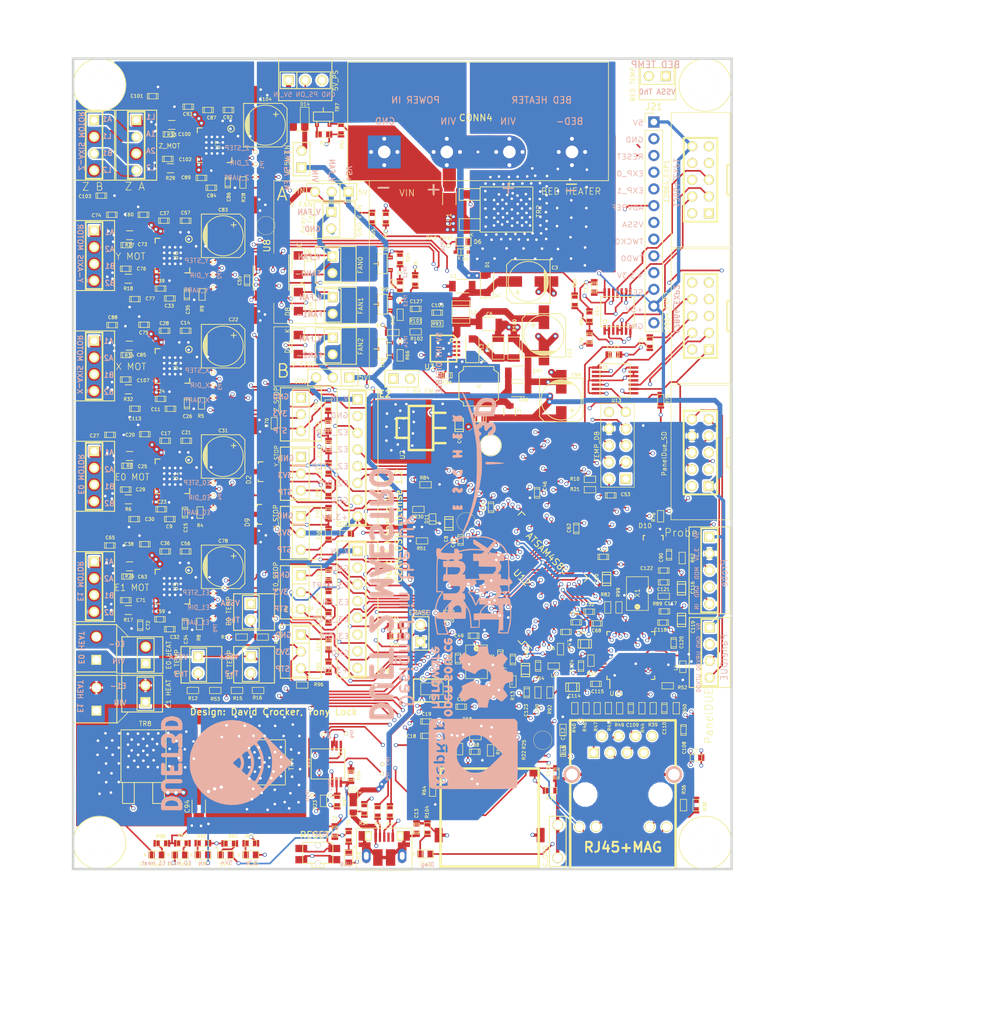
<source format=kicad_pcb>
(kicad_pcb (version 20171130) (host pcbnew "(5.0.0)")
  (title_block (title "Duet 2 Maestro") (date 2018-02-20) (rev 1.0) (company "Escher3D, Think3DPrint3D"))
  (layers (0 Front mixed hide) (1 Inner3 signal hide) (2 Inner2 power hide) (31 Back power hide) (35 F.Paste user) (36 B.SilkS user hide) (37 F.SilkS user) (38 B.Mask user) (39 F.Mask user) (44 Edge.Cuts user))
  (net 0 "")
  (net 1 +3.3V)
  (net 2 +5V)
  (net 3 /Processor/VDDCORE)
  (net 4 5V_IN)
  (net 5 ADVREF)
  (net 6 BED-)
  (net 7 BED_PWM)
  (net 8 E0-)
  (net 9 E0_DIR)
  (net 10 E0_PWM)
  (net 11 E0_STEP)
  (net 12 E0_STOP)
  (net 13 E0_STOP_CONN)
  (net 14 E1-)
  (net 15 E1_DIR)
  (net 16 E1_PWM)
  (net 17 E1_STEP)
  (net 18 E1_STOP)
  (net 19 E1_STOP_CONN)
  (net 20 E2_DIR)
  (net 21 E2_EN)
  (net 22 E2_STEP)
  (net 23 E3_DIR)
  (net 24 E3_EN)
  (net 25 E3_STEP)
  (net 26 ENC_A)
  (net 27 ENC_B)
  (net 28 ENC_SW)
  (net 29 ERASE)
  (net 30 FAN0)
  (net 31 FAN0-)
  (net 32 FAN1)
  (net 33 FAN1-)
  (net 34 FAN2)
  (net 35 FAN2-)
  (net 36 GND)
  (net 37 HEATER0)
  (net 38 HEATER1)
  (net 39 HEATER2)
  (net 40 MCCDA)
  (net 41 MCCK)
  (net 42 MCDA0)
  (net 43 MCDA1)
  (net 44 MCDA2)
  (net 45 MCDA3)
  (net 46 MISO)
  (net 47 MOSI)
  (net 48 NPCS0)
  (net 49 PS_ON)
  (net 50 PS_ON_IN)
  (net 51 PWR_FAIL_DET2)
  (net 52 RESET)
  (net 53 SD_CD)
  (net 54 SPCK)
  (net 55 SPI0_CS0)
  (net 56 SPI0_CS1)
  (net 57 SPI0_CS2)
  (net 58 SPI0_MISO)
  (net 59 SPI0_MOSI)
  (net 60 SPI0_SCK)
  (net 61 THERMISTOR0)
  (net 62 THERMISTOR1)
  (net 63 THERMISTOR2)
  (net 64 TWCK0)
  (net 65 TWD0)
  (net 66 USB_PWR_MON)
  (net 67 VBUS)
  (net 68 VSSA)
  (net 69 V_IN)
  (net 70 X_DIR)
  (net 71 X_STEP)
  (net 72 X_STOP)
  (net 73 X_STOP_CONN)
  (net 74 Y_DIR)
  (net 75 Y_STEP)
  (net 76 Y_STOP)
  (net 77 Y_STOP_CONN)
  (net 78 Z_DIR)
  (net 79 Z_PROBE_IN)
  (net 80 Z_PROBE_MOD)
  (net 81 Z_STEP)
  (net 82 Z_STOP)
  (net 83 Z_STOP_CONN)
  (net 84 "Net-(C1-Pad1)")
  (net 85 "Net-(C13-Pad1)")
  (net 86 "Net-(C14-Pad1)")
  (net 87 "Net-(C18-Pad1)")
  (net 88 "Net-(C19-Pad1)")
  (net 89 "Net-(C21-Pad1)")
  (net 90 "Net-(C44-Pad1)")
  (net 91 "Net-(C45-Pad1)")
  (net 92 "Net-(C53-Pad1)")
  (net 93 "Net-(C56-Pad1)")
  (net 94 "Net-(C57-Pad1)")
  (net 95 "Net-(C66-Pad1)")
  (net 96 "Net-(C67-Pad1)")
  (net 97 "Net-(C84-Pad1)")
  (net 98 "Net-(C96-Pad1)")
  (net 99 "Net-(C96-Pad2)")
  (net 100 "Net-(C110-Pad1)")
  (net 101 "Net-(D3-Pad2)")
  (net 102 "Net-(D4-Pad2)")
  (net 103 "Net-(D7-Pad1)")
  (net 104 "Net-(D14-Pad2)")
  (net 105 "Net-(D15-Pad2)")
  (net 106 "Net-(D16-Pad2)")
  (net 107 "Net-(D17-Pad2)")
  (net 108 "Net-(D20-Pad1)")
  (net 109 ENN)
  (net 110 "Net-(J36-Pad2)")
  (net 111 "Net-(J15-Pad1)")
  (net 112 "Net-(J15-Pad2)")
  (net 113 "Net-(J15-Pad3)")
  (net 114 "Net-(J15-Pad5)")
  (net 115 "Net-(J15-Pad7)")
  (net 116 "Net-(J15-Pad8)")
  (net 117 "Net-(J15-Pad9)")
  (net 118 "Net-(J22-Pad3)")
  (net 119 "Net-(J22-Pad2)")
  (net 120 "Net-(JP9-Pad2)")
  (net 121 "Net-(R20-Pad1)")
  (net 122 "Net-(R23-Pad1)")
  (net 123 "Net-(R42-Pad1)")
  (net 124 "Net-(R43-Pad1)")
  (net 125 "Net-(R66-Pad1)")
  (net 126 "Net-(R97-Pad1)")
  (net 127 "Net-(U11-Pad1)")
  (net 128 D6_TestPoint)
  (net 129 "Net-(R14-Pad1)")
  (net 130 "Net-(J36-Pad4)")
  (net 131 "Net-(C12-Pad1)")
  (net 132 "Net-(C9-Pad1)")
  (net 133 "Net-(C11-Pad1)")
  (net 134 "Net-(C14-Pad2)")
  (net 135 "Net-(C17-Pad2)")
  (net 136 "Net-(C21-Pad2)")
  (net 137 E0_MOT_A1)
  (net 138 E0_MOT_A2)
  (net 139 "Net-(C28-Pad2)")
  (net 140 E0_MOT_B1)
  (net 141 E0_MOT_B2)
  (net 142 "Net-(C32-Pad1)")
  (net 143 "Net-(C33-Pad1)")
  (net 144 "Net-(C36-Pad2)")
  (net 145 "Net-(C37-Pad2)")
  (net 146 "Net-(C56-Pad2)")
  (net 147 "Net-(C57-Pad2)")
  (net 148 E1_MOT_A1)
  (net 149 E1_MOT_A2)
  (net 150 E1_MOT_B1)
  (net 151 E1_MOT_B2)
  (net 152 Y_MOT_A1)
  (net 153 Y_MOT_A2)
  (net 154 Y_MOT_B1)
  (net 155 Y_MOT_B2)
  (net 156 X_MOT_A1)
  (net 157 "Net-(C87-Pad2)")
  (net 158 X_MOT_A2)
  (net 159 "Net-(C92-Pad1)")
  (net 160 "Net-(C92-Pad2)")
  (net 161 Z_MOT_A1)
  (net 162 Z_MOT_A2)
  (net 163 Z_MOT_B1)
  (net 164 Z_MOT_B2)
  (net 165 "Net-(C106-Pad2)")
  (net 166 X_MOT_B1)
  (net 167 "Net-(C108-Pad1)")
  (net 168 "Net-(C108-Pad2)")
  (net 169 "Net-(C109-Pad1)")
  (net 170 "Net-(C109-Pad2)")
  (net 171 AGND)
  (net 172 "Net-(C112-Pad1)")
  (net 173 X_MOT_B2)
  (net 174 "Net-(C119-Pad1)")
  (net 175 "Net-(C120-Pad1)")
  (net 176 "Net-(C121-Pad1)")
  (net 177 "Net-(C122-Pad1)")
  (net 178 VREF_MON)
  (net 179 VSSA_MON)
  (net 180 SERVO)
  (net 181 E2_UART)
  (net 182 EXP_0)
  (net 183 EXP_1)
  (net 184 E3_UART)
  (net 185 "Net-(J38-Pad2)")
  (net 186 "Net-(J38-Pad11)")
  (net 187 "Net-(J38-Pad10)")
  (net 188 "Net-(J38-Pad1)")
  (net 189 SPI0_MISO_BUFF)
  (net 190 SPI0_SCK_BUFF)
  (net 191 SPI0_MOSI_BUFF)
  (net 192 BEEP)
  (net 193 SPI0_MOSI_LCD_BUFF)
  (net 194 LCD_CS_BUFF)
  (net 195 SPI0_SCK_LCD_BUFF)
  (net 196 E0_UART)
  (net 197 X_UART)
  (net 198 "Net-(R6-Pad2)")
  (net 199 "Net-(R7-Pad2)")
  (net 200 E1_UART)
  (net 201 Y_UART)
  (net 202 "Net-(R17-Pad2)")
  (net 203 "Net-(R18-Pad2)")
  (net 204 "Net-(R26-Pad2)")
  (net 205 "Net-(R27-Pad2)")
  (net 206 Z_UART)
  (net 207 "Net-(R29-Pad2)")
  (net 208 MOT_RXD)
  (net 209 "Net-(R32-Pad2)")
  (net 210 "Net-(R33-Pad2)")
  (net 211 "Net-(R34-Pad2)")
  (net 212 ACTLED)
  (net 213 LINKLED)
  (net 214 "Net-(R46-Pad2)")
  (net 215 "Net-(R47-Pad2)")
  (net 216 "Net-(R49-Pad2)")
  (net 217 "Net-(R50-Pad2)")
  (net 218 "Net-(R52-Pad2)")
  (net 219 WZ_INT)
  (net 220 LCD_CS)
  (net 221 WZ_RST)
  (net 222 "Net-(C114-Pad1)")
  (net 223 MOT_TXD)
  (net 224 MUX_0)
  (net 225 MUX_1)
  (net 226 MUX_2)
  (net 227 "Net-(C80-Pad1)")
  (net 228 THERMISTOR3)
  (net 229 RESET_EXT)
  (net 230 "Net-(R74-Pad1)")
  (net 231 DD_P)
  (net 232 DD_N)
  (net 233 URXD1)
  (net 234 UTXD1)
  (net 235 V_FAN_A)
  (net 236 V_FAN_B)
  (net 237 Z_PROBE_MCU)
  (net 238 "Net-(C2-Pad1)")
  (net 239 "Net-(C127-Pad1)")
  (net 240 "Net-(C105-Pad1)")
  (net 241 "Net-(C127-Pad2)")
  (net 242 "Net-(D12-Pad2)")
  (net 243 "Net-(R93-Pad2)")
  (module complib:PIN_ARRAY_2X1 (layer Front) (at 107.2 128.85848 270)
    (fp_text reference J14)
    (fp_text value "E1 TEMP" (at 0 3.2 90) (layer F.SilkS) (effects (font (size 0.7 0.7) (thickness 0.1))))
    (pad 1 thru_hole rect (at -1.27 0 270) (size 1.524 1.524) (drill 1) (layers *.Cu *.Mask F.SilkS) (net 68 VSSA))
    (pad 2 thru_hole circle (at 1.27 0 270) (size 1.524 1.524) (drill 1) (layers *.Cu *.Mask F.SilkS) (net 63 THERMISTOR2))
  )
  (module complib:PIN_ARRAY_4x1 (layer Front) (at 89.81106 50 270)
    (fp_text reference J36)
    (fp_text value "Z A" (at 6.25848 0.21106 180) (layer F.SilkS) (effects (font (size 1.2 1.2) (thickness 0.1))))
    (pad 1 thru_hole rect (at -3.81 0 270) (size 1.524 1.524) (drill 1) (layers *.Cu *.Mask F.SilkS) (net 161 Z_MOT_A1))
    (pad 2 thru_hole circle (at -1.27 0 270) (size 1.524 1.524) (drill 1) (layers *.Cu *.Mask F.SilkS) (net 110 "Net-(J36-Pad2)"))
    (pad 3 thru_hole circle (at 1.27 0 270) (size 1.524 1.524) (drill 1) (layers *.Cu *.Mask F.SilkS) (net 163 Z_MOT_B1))
    (pad 4 thru_hole circle (at 3.81 0 270) (size 1.524 1.524) (drill 1) (layers *.Cu *.Mask F.SilkS) (net 130 "Net-(J36-Pad4)"))
  )
  (module complib:PIN_ARRAY_4x1 (layer Front) (at 83.41106 100.25 270)
    (fp_text reference J10)
    (fp_text value "E0 MOT" (at 0.11848 -5.77894) (layer F.SilkS) (effects (font (size 1 0.95) (thickness 0.1))))
    (pad 1 thru_hole rect (at -3.81 0 270) (size 1.524 1.524) (drill 1) (layers *.Cu *.Mask F.SilkS) (net 137 E0_MOT_A1))
    (pad 2 thru_hole circle (at -1.27 0 270) (size 1.524 1.524) (drill 1) (layers *.Cu *.Mask F.SilkS) (net 138 E0_MOT_A2))
    (pad 3 thru_hole circle (at 1.27 0 270) (size 1.524 1.524) (drill 1) (layers *.Cu *.Mask F.SilkS) (net 140 E0_MOT_B1))
    (pad 4 thru_hole circle (at 3.81 0 270) (size 1.524 1.524) (drill 1) (layers *.Cu *.Mask F.SilkS) (net 141 E0_MOT_B2))
  )
  (module complib:PIN_ARRAY_4x1 (layer Front) (at 83.41106 66.75 270)
    (fp_text reference J8)
    (fp_text value "Y MOT" (at 0.11848 -5.52894) (layer F.SilkS) (effects (font (thickness 0.1))))
    (pad 1 thru_hole rect (at -3.81 0 270) (size 1.524 1.524) (drill 1) (layers *.Cu *.Mask F.SilkS) (net 152 Y_MOT_A1))
    (pad 2 thru_hole circle (at -1.27 0 270) (size 1.524 1.524) (drill 1) (layers *.Cu *.Mask F.SilkS) (net 153 Y_MOT_A2))
    (pad 3 thru_hole circle (at 1.27 0 270) (size 1.524 1.524) (drill 1) (layers *.Cu *.Mask F.SilkS) (net 154 Y_MOT_B1))
    (pad 4 thru_hole circle (at 3.81 0 270) (size 1.524 1.524) (drill 1) (layers *.Cu *.Mask F.SilkS) (net 155 Y_MOT_B2))
  )
  (module complib:PIN_ARRAY_4x1 (layer Front) (at 83.41106 50 270)
    (fp_text reference J7)
    (fp_text value "Z B" (at 6.30648 0.22106 180) (layer F.SilkS) (effects (font (size 1.2 1.2) (thickness 0.1))))
    (pad 1 thru_hole rect (at -3.81 0 270) (size 1.524 1.524) (drill 1) (layers *.Cu *.Mask F.SilkS) (net 110 "Net-(J36-Pad2)"))
    (pad 2 thru_hole circle (at -1.27 0 270) (size 1.524 1.524) (drill 1) (layers *.Cu *.Mask F.SilkS) (net 162 Z_MOT_A2))
    (pad 3 thru_hole circle (at 1.27 0 270) (size 1.524 1.524) (drill 1) (layers *.Cu *.Mask F.SilkS) (net 130 "Net-(J36-Pad4)"))
    (pad 4 thru_hole circle (at 3.81 0 270) (size 1.524 1.524) (drill 1) (layers *.Cu *.Mask F.SilkS) (net 164 Z_MOT_B2))
  )
  (module complib:PIN_ARRAY_4x1 (layer Front) (at 83.41106 117 270)
    (fp_text reference J6)
    (fp_text value "E1 MOT" (at 0.14848 -5.72894) (layer F.SilkS) (effects (font (size 1 0.95) (thickness 0.1))))
    (pad 1 thru_hole rect (at -3.81 0 270) (size 1.524 1.524) (drill 1) (layers *.Cu *.Mask F.SilkS) (net 148 E1_MOT_A1))
    (pad 2 thru_hole circle (at -1.27 0 270) (size 1.524 1.524) (drill 1) (layers *.Cu *.Mask F.SilkS) (net 149 E1_MOT_A2))
    (pad 3 thru_hole circle (at 1.27 0 270) (size 1.524 1.524) (drill 1) (layers *.Cu *.Mask F.SilkS) (net 150 E1_MOT_B1))
    (pad 4 thru_hole circle (at 3.81 0 270) (size 1.524 1.524) (drill 1) (layers *.Cu *.Mask F.SilkS) (net 151 E1_MOT_B2))
  )
  (module complib:PIN_ARRAY_4x1 (layer Front) (at 176.88 127 270)
    (fp_text reference J30)
    (fp_text value PanelDUE (at 9.65048 0.134 270) (layer F.SilkS) (effects (font (size 1.2 1.2) (thickness 0.1))))
    (pad 1 thru_hole rect (at -3.81 0 270) (size 1.524 1.524) (drill 1) (layers *.Cu *.Mask F.SilkS) (net 2 +5V))
    (pad 2 thru_hole circle (at -1.27 0 270) (size 1.524 1.524) (drill 1) (layers *.Cu *.Mask F.SilkS) (net 36 GND))
    (pad 3 thru_hole circle (at 1.27 0 270) (size 1.524 1.524) (drill 1) (layers *.Cu *.Mask F.SilkS) (net 233 URXD1))
    (pad 4 thru_hole circle (at 3.81 0 270) (size 1.524 1.524) (drill 1) (layers *.Cu *.Mask F.SilkS) (net 234 UTXD1))
  )
  (module complib:PIN_ARRAY_4x1 (layer Front) (at 83.41106 83.5 270)
    (fp_text reference J9)
    (fp_text value "X MOT" (at 0.10848 -5.5872) (layer F.SilkS) (effects (font (thickness 0.1))))
    (pad 1 thru_hole rect (at -3.81 0 270) (size 1.524 1.524) (drill 1) (layers *.Cu *.Mask F.SilkS) (net 156 X_MOT_A1))
    (pad 2 thru_hole circle (at -1.27 0 270) (size 1.524 1.524) (drill 1) (layers *.Cu *.Mask F.SilkS) (net 158 X_MOT_A2))
    (pad 3 thru_hole circle (at 1.27 0 270) (size 1.524 1.524) (drill 1) (layers *.Cu *.Mask F.SilkS) (net 166 X_MOT_B1))
    (pad 4 thru_hole circle (at 3.81 0 270) (size 1.524 1.524) (drill 1) (layers *.Cu *.Mask F.SilkS) (net 173 X_MOT_B2))
  )
  (module complib:PIN_ARRAY_8x1 (layer Front) (at 123.4 97.45848 270)
    (fp_text reference J18)
    (fp_text value E2 (at -9.7 -4.15) (layer F.SilkS) (effects (font (size 1.016 1.016) (thickness 0.2032))))
    (pad 1 thru_hole rect (at -8.89 0 270) (size 1.524 1.524) (drill 1) (layers *.Cu *.Mask F.SilkS) (net 69 V_IN))
    (pad 2 thru_hole circle (at -6.35 0 270) (size 1.524 1.524) (drill 1) (layers *.Cu *.Mask F.SilkS) (net 36 GND))
    (pad 3 thru_hole circle (at -3.81 0 270) (size 1.524 1.524) (drill 1) (layers *.Cu *.Mask F.SilkS) (net 181 E2_UART))
    (pad 4 thru_hole circle (at -1.27 0 270) (size 1.524 1.524) (drill 1) (layers *.Cu *.Mask F.SilkS) (net 21 E2_EN))
    (pad 5 thru_hole circle (at 1.27 0 270) (size 1.524 1.524) (drill 1) (layers *.Cu *.Mask F.SilkS) (net 22 E2_STEP))
    (pad 6 thru_hole circle (at 3.81 0 270) (size 1.524 1.524) (drill 1) (layers *.Cu *.Mask F.SilkS) (net 20 E2_DIR))
    (pad 7 thru_hole circle (at 6.35 0 270) (size 1.524 1.524) (drill 1) (layers *.Cu *.Mask F.SilkS) (net 36 GND))
    (pad 8 thru_hole circle (at 8.89 0 270) (size 1.524 1.524) (drill 1) (layers *.Cu *.Mask F.SilkS) (net 1 +3.3V))
  )
  (module complib:Fixing_M4 (layer Front) (at 84.21116 155.86202)
    (fp_text reference M6 hide)
    (fp_text value MOUNTING hide)
    (pad "" np_thru_hole circle (at 0 0) (size 4.20116 4.20116) (drill 4.20116) (layers *.Cu *.Mask F.SilkS) (clearance 1.9))
  )
  (module complib:MAX_TEMP_DB (layer Front) (at 162.875 95.55848 90)
    (fp_text reference J37)
    (fp_text value TEMP_DB (at -0.1397 -3.1369 90) (layer F.SilkS) (effects (font (size 0.7 0.7) (thickness 0.1))))
    (pad 1 thru_hole rect (at -5.08 1.27 90) (size 1.524 1.524) (drill 1) (layers *.Cu *.Mask F.SilkS) (net 57 SPI0_CS2))
    (pad 2 thru_hole circle (at -5.08 -1.27 90) (size 1.524 1.524) (drill 1) (layers *.Cu *.Mask F.SilkS) (net 36 GND))
    (pad 3 thru_hole circle (at -2.54 1.27 90) (size 1.524 1.524) (drill 1) (layers *.Cu *.Mask F.SilkS) (net 56 SPI0_CS1))
    (pad 4 thru_hole circle (at -2.54 -1.27 90) (size 1.524 1.524) (drill 1) (layers *.Cu *.Mask F.SilkS) (net 60 SPI0_SCK))
    (pad 5 thru_hole circle (at 0 1.27 90) (size 1.524 1.524) (drill 1) (layers *.Cu *.Mask F.SilkS) (net 59 SPI0_MOSI))
    (pad 6 thru_hole circle (at 0 -1.27 90) (size 1.524 1.524) (drill 1) (layers *.Cu *.Mask F.SilkS) (net 58 SPI0_MISO))
    (pad 7 thru_hole circle (at 2.54 1.27 90) (size 1.524 1.524) (drill 1) (layers *.Cu *.Mask F.SilkS) (net 64 TWCK0))
    (pad 8 thru_hole circle (at 2.54 -1.27 90) (size 1.524 1.524) (drill 1) (layers *.Cu *.Mask F.SilkS) (net 1 +3.3V))
    (pad 9 thru_hole circle (at 5.08 1.27 90) (size 1.524 1.524) (drill 1) (layers *.Cu *.Mask F.SilkS) (net 65 TWD0))
    (pad 10 thru_hole circle (at 5.08 -1.27 90) (size 1.524 1.524) (drill 1) (layers *.Cu *.Mask F.SilkS))
    (pad "" np_thru_hole circle (at 0 -19.25066 90) (size 2.54 2.54) (drill 2.54) (layers *.Cu *.Mask F.SilkS))
  )
  (module complib:C_1206 (layer Front) (at 143.36 77.12848)
    (fp_text reference C6 (at 0.074 -1.516) (layer F.SilkS) (effects (font (size 0.5 0.5) (thickness 0.09))))
    (fp_text value "10u 35V" hide)
    (pad 1 smd rect (at -1.5 0) (size 1 1.6) (layers Front F.Paste F.Mask) (net 131 "Net-(C12-Pad1)"))
    (pad 2 smd rect (at 1.5 0) (size 1 1.6) (layers Front F.Paste F.Mask) (net 36 GND))
  )
  (module complib:IDC_PIN_ARRAY_5x2 (layer Front) (at 175.49 55.24848 90)
    (fp_text reference P2)
    (fp_text value 12864_EXP1 (at -0.22936 -5.13156 90) (layer F.SilkS) (effects (font (size 0.7 0.7) (thickness 0.1))))
    (pad 1 thru_hole rect (at -5.08 1.27 90) (size 1.524 1.524) (drill 1) (layers *.Cu *.Mask F.SilkS) (net 192 BEEP))
    (pad 2 thru_hole circle (at -5.08 -1.27 90) (size 1.524 1.524) (drill 1) (layers *.Cu *.Mask F.SilkS) (net 28 ENC_SW))
    (pad 3 thru_hole circle (at -2.54 1.27 90) (size 1.524 1.524) (drill 1) (layers *.Cu *.Mask F.SilkS) (net 193 SPI0_MOSI_LCD_BUFF))
    (pad 4 thru_hole circle (at -2.54 -1.27 90) (size 1.524 1.524) (drill 1) (layers *.Cu *.Mask F.SilkS) (net 194 LCD_CS_BUFF))
    (pad 5 thru_hole circle (at 0 1.27 90) (size 1.524 1.524) (drill 1) (layers *.Cu *.Mask F.SilkS) (net 195 SPI0_SCK_LCD_BUFF))
    (pad 6 thru_hole circle (at 0 -1.27 90) (size 1.524 1.524) (drill 1) (layers *.Cu *.Mask F.SilkS))
    (pad 7 thru_hole circle (at 2.54 1.27 90) (size 1.524 1.524) (drill 1) (layers *.Cu *.Mask F.SilkS))
    (pad 8 thru_hole circle (at 2.54 -1.27 90) (size 1.524 1.524) (drill 1) (layers *.Cu *.Mask F.SilkS))
    (pad 9 thru_hole circle (at 5.08 1.27 90) (size 1.524 1.524) (drill 1) (layers *.Cu *.Mask F.SilkS) (net 36 GND))
    (pad 10 thru_hole circle (at 5.08 -1.27 90) (size 1.524 1.524) (drill 1) (layers *.Cu *.Mask F.SilkS) (net 2 +5V))
  )
  (module complib:PIN_ARRAY_2X1 (layer Front) (at 107.2 120.85848 270)
    (fp_text reference J12)
    (fp_text value "E0 TEMP" (at -0.15 3.35 270) (layer F.SilkS) (effects (font (size 0.7 0.7) (thickness 0.1))))
    (pad 1 thru_hole rect (at -1.27 0 270) (size 1.524 1.524) (drill 1) (layers *.Cu *.Mask F.SilkS) (net 68 VSSA))
    (pad 2 thru_hole circle (at 1.27 0 270) (size 1.524 1.524) (drill 1) (layers *.Cu *.Mask F.SilkS) (net 62 THERMISTOR1))
  )
  (module complib:uSD_SKT (layer Front) (at 143.46174 155.11272)
    (fp_text reference J15 hide)
    (fp_text value uSDHC hide)
    (pad "" np_thru_hole circle (at -4.93014 0) (size 1 1) (drill 1) (layers *.Cu *.Mask))
    (pad "" np_thru_hole circle (at 3.05054 0) (size 1 1) (drill 1) (layers *.Cu *.Mask))
    (pad G smd rect (at -7.74954 -0.39878) (size 1.19888 2.19964) (layers Front F.Paste F.Mask) (net 36 GND))
    (pad G smd rect (at 7.74954 -0.39878) (size 1.19888 2.19964) (layers Front F.Paste F.Mask) (net 36 GND))
    (pad G smd rect (at -7.74954 -9.99998) (size 1.19888 1.39954) (layers Front F.Paste F.Mask) (net 36 GND))
    (pad G smd rect (at 6.85038 -9.99998) (size 1.6002 1.39954) (layers Front F.Paste F.Mask) (net 36 GND))
    (pad 1 smd rect (at 2.19964 -10.50036) (size 0.70104 1.6002) (layers Front F.Paste F.Mask) (net 111 "Net-(J15-Pad1)"))
    (pad 2 smd rect (at 1.09982 -10.50036) (size 0.70104 1.6002) (layers Front F.Paste F.Mask) (net 112 "Net-(J15-Pad2)"))
    (pad 3 smd rect (at 0 -10.50036) (size 0.70104 1.6002) (layers Front F.Paste F.Mask) (net 113 "Net-(J15-Pad3)"))
    (pad 4 smd rect (at -1.09982 -10.50036) (size 0.70104 1.6002) (layers Front F.Paste F.Mask) (net 1 +3.3V))
    (pad 5 smd rect (at -2.19964 -10.50036) (size 0.70104 1.6002) (layers Front F.Paste F.Mask) (net 114 "Net-(J15-Pad5)"))
    (pad 6 smd rect (at -3.29946 -10.50036) (size 0.70104 1.6002) (layers Front F.Paste F.Mask) (net 36 GND))
    (pad 7 smd rect (at -4.39928 -10.50036) (size 0.70104 1.6002) (layers Front F.Paste F.Mask) (net 115 "Net-(J15-Pad7)"))
    (pad 8 smd rect (at -5.4991 -10.50036) (size 0.70104 1.6002) (layers Front F.Paste F.Mask) (net 116 "Net-(J15-Pad8)"))
    (pad 9 smd rect (at -6.59892 -10.50036) (size 0.70104 1.6002) (layers Front F.Paste F.Mask) (net 117 "Net-(J15-Pad9)"))
  )
  (module complib:PIN_ARRAY_2X1 (layer Front) (at 119.6301 80.4822 270)
    (fp_text reference J2)
    (fp_text value FAN2 (at 0.0635 -4.2418 270) (layer F.SilkS) (effects (font (size 0.7 0.7) (thickness 0.1))))
    (pad 1 thru_hole rect (at -1.27 0 270) (size 1.524 1.524) (drill 1) (layers *.Cu *.Mask F.SilkS) (net 236 V_FAN_B))
    (pad 2 thru_hole circle (at 1.27 0 270) (size 1.524 1.524) (drill 1) (layers *.Cu *.Mask F.SilkS) (net 35 FAN2-))
  )
  (module complib:DO-219AB (layer Front) (at 114.42 73.73848 270)
    (fp_text reference D8 (at 1.52 1.62 270) (layer F.SilkS) (effects (font (size 0.7 0.7) (thickness 0.1))))
    (fp_text value DO-219AB hide)
    (fp_text user K (at -2.88 -0.58 270) (layer F.SilkS) (effects (font (size 0.7 0.7) (thickness 0.1))))
    (pad 1 smd rect (at -1.45 0 270) (size 1.3 1.4) (layers Front F.Paste F.Mask) (net 235 V_FAN_A))
    (pad 2 smd rect (at 1.45 0 270) (size 1.3 1.4) (layers Front F.Paste F.Mask) (net 33 FAN1-))
  )
  (module complib:SOT-223 (layer Front) (at 133.0492 92.92102 90)
    (fp_text reference U2 (at -4.07898 -2.8192 90) (layer F.SilkS) (effects (font (size 0.7 0.7) (thickness 0.1))))
    (fp_text value AP7361C-33E-13 hide)
    (pad 4 smd rect (at 0 -3.302 90) (size 3.6576 2.032) (layers Front F.Paste F.Mask) (net 36 GND))
    (pad 2 smd rect (at 0 3.302 90) (size 1.016 2.032) (layers Front F.Paste F.Mask) (net 36 GND))
    (pad 3 smd rect (at 2.286 3.302 90) (size 1.016 2.032) (layers Front F.Paste F.Mask) (net 1 +3.3V))
    (pad 1 smd rect (at -2.286 3.302 90) (size 1.016 2.032) (layers Front F.Paste F.Mask) (net 2 +5V))
  )
  (module complib:PIN_ARRAY_3X1 (layer Front) (at 115.47 40.13848)
    (fp_text reference J20)
    (fp_text value 5V_PS (at 4.60384 0.04064 90) (layer F.SilkS) (effects (font (size 0.7 0.7) (thickness 0.1))))
    (pad 1 thru_hole rect (at -2.54 0) (size 1.524 1.524) (drill 1) (layers *.Cu *.Mask F.SilkS) (net 4 5V_IN))
    (pad 2 thru_hole circle (at 0 0) (size 1.524 1.524) (drill 1) (layers *.Cu *.Mask F.SilkS) (net 50 PS_ON_IN))
    (pad 3 thru_hole circle (at 2.54 0) (size 1.524 1.524) (drill 1) (layers *.Cu *.Mask F.SilkS) (net 36 GND))
  )
  (module complib:IDC_PIN_ARRAY_5x2 (layer Front) (at 175.49 75.92848 90)
    (fp_text reference P1)
    (fp_text value 12864_EXP2 (at 0.43008 -5.07568 90) (layer F.SilkS) (effects (font (size 0.7 0.7) (thickness 0.1))))
    (pad 1 thru_hole rect (at -5.08 1.27 90) (size 1.524 1.524) (drill 1) (layers *.Cu *.Mask F.SilkS) (net 189 SPI0_MISO_BUFF))
    (pad 2 thru_hole circle (at -5.08 -1.27 90) (size 1.524 1.524) (drill 1) (layers *.Cu *.Mask F.SilkS) (net 190 SPI0_SCK_BUFF))
    (pad 3 thru_hole circle (at -2.54 1.27 90) (size 1.524 1.524) (drill 1) (layers *.Cu *.Mask F.SilkS) (net 27 ENC_B))
    (pad 4 thru_hole circle (at -2.54 -1.27 90) (size 1.524 1.524) (drill 1) (layers *.Cu *.Mask F.SilkS) (net 55 SPI0_CS0))
    (pad 5 thru_hole circle (at 0 1.27 90) (size 1.524 1.524) (drill 1) (layers *.Cu *.Mask F.SilkS) (net 26 ENC_A))
    (pad 6 thru_hole circle (at 0 -1.27 90) (size 1.524 1.524) (drill 1) (layers *.Cu *.Mask F.SilkS) (net 191 SPI0_MOSI_BUFF))
    (pad 7 thru_hole circle (at 2.54 1.27 90) (size 1.524 1.524) (drill 1) (layers *.Cu *.Mask F.SilkS))
    (pad 8 thru_hole circle (at 2.54 -1.27 90) (size 1.524 1.524) (drill 1) (layers *.Cu *.Mask F.SilkS) (net 229 RESET_EXT))
    (pad 9 thru_hole circle (at 5.08 1.27 90) (size 1.524 1.524) (drill 1) (layers *.Cu *.Mask F.SilkS) (net 36 GND))
    (pad 10 thru_hole circle (at 5.08 -1.27 90) (size 1.524 1.524) (drill 1) (layers *.Cu *.Mask F.SilkS))
  )
  (module complib:C_ELEC_6.3x7.7 (layer Front) (at 103 114)
    (fp_text reference C78 (at 0 -3.937) (layer F.SilkS) (effects (font (size 0.50038 0.50038) (thickness 0.09))))
    (fp_text value "100u 35V" hide)
    (pad 1 smd rect (at 2.75082 0) (size 3.59918 1.6002) (layers Front F.Paste F.Mask) (net 69 V_IN))
    (pad 2 smd rect (at -2.75082 0) (size 3.59918 1.6002) (layers Front F.Paste F.Mask) (net 36 GND))
  )
  (module complib:JUMPER (layer Front) (at 114.91 52.11848 90)
    (fp_text reference JP10)
    (fp_text value "E 5V EN" (at 0 -2.17 270) (layer F.SilkS) (effects (font (size 0.7 0.7) (thickness 0.1))))
    (pad 1 thru_hole rect (at -1.27 0 90) (size 1.524 1.524) (drill 1) (layers *.Cu *.Mask F.SilkS) (net 2 +5V))
    (pad 2 thru_hole circle (at 1.27 0 90) (size 1.524 1.524) (drill 1) (layers *.Cu *.Mask F.SilkS) (net 104 "Net-(D14-Pad2)"))
  )
  (module complib:C_0603 (layer Front) (at 119.95 154.17848 90)
    (fp_text reference C2 (at 1.93294 0.0254 90) (layer F.SilkS) (effects (font (size 0.5 0.5) (thickness 0.09))))
    (fp_text value 0u01 hide)
    (pad 1 smd rect (at 0.8001 0 90) (size 0.94996 1.00076) (layers Front F.Paste F.Mask) (net 238 "Net-(C2-Pad1)"))
    (pad 2 smd rect (at -0.8001 0 90) (size 0.94996 1.00076) (layers Front F.Paste F.Mask) (net 36 GND))
  )
  (module complib:C_ELEC_6.3x7.7 (layer Front) (at 149.34 70.68848 180)
    (fp_text reference C3 (at -4.02 2.09 180) (layer F.SilkS) (effects (font (size 0.50038 0.50038) (thickness 0.09))))
    (fp_text value "100u 35V" hide)
    (pad 1 smd rect (at 2.75082 0 180) (size 3.59918 1.6002) (layers Front F.Paste F.Mask) (net 84 "Net-(C1-Pad1)"))
    (pad 2 smd rect (at -2.75082 0 180) (size 3.59918 1.6002) (layers Front F.Paste F.Mask) (net 36 GND))
  )
  (module complib:C_0603 (layer Front) (at 94.9 106.75848)
    (fp_text reference C9 (at -0.08218 1.1204) (layer F.SilkS) (effects (font (size 0.5 0.5) (thickness 0.09))))
    (fp_text value 2u2 hide)
    (pad 1 smd rect (at 0.8001 0) (size 0.94996 1.00076) (layers Front F.Paste F.Mask) (net 132 "Net-(C9-Pad1)"))
    (pad 2 smd rect (at -0.8001 0) (size 0.94996 1.00076) (layers Front F.Paste F.Mask) (net 36 GND))
  )
  (module complib:C_0603 (layer Front) (at 95 90)
    (fp_text reference C11 (at -2.24 0.09) (layer F.SilkS) (effects (font (size 0.5 0.5) (thickness 0.09))))
    (fp_text value 2u2 hide)
    (pad 1 smd rect (at 0.8001 0) (size 0.94996 1.00076) (layers Front F.Paste F.Mask) (net 133 "Net-(C11-Pad1)"))
    (pad 2 smd rect (at -0.8001 0) (size 0.94996 1.00076) (layers Front F.Paste F.Mask) (net 36 GND))
  )
  (module complib:C_ELEC_6.3x7.7 (layer Front) (at 151.71 78.85848 90)
    (fp_text reference C12 (at -2.69 3.88 90) (layer F.SilkS) (effects (font (size 0.50038 0.50038) (thickness 0.09))))
    (fp_text value "100u 35V" hide)
    (pad 1 smd rect (at 2.75082 0 90) (size 3.59918 1.6002) (layers Front F.Paste F.Mask) (net 131 "Net-(C12-Pad1)"))
    (pad 2 smd rect (at -2.75082 0 90) (size 3.59918 1.6002) (layers Front F.Paste F.Mask) (net 36 GND))
  )
  (module complib:C_0603 (layer Front) (at 132.3721 153.72334 270)
    (fp_text reference C13 (at -2.31486 0.0221 270) (layer F.SilkS) (effects (font (size 0.5 0.5) (thickness 0.09))))
    (fp_text value 0u01 hide)
    (pad 1 smd rect (at 0.8001 0 270) (size 0.94996 1.00076) (layers Front F.Paste F.Mask) (net 85 "Net-(C13-Pad1)"))
    (pad 2 smd rect (at -0.8001 0 270) (size 0.94996 1.00076) (layers Front F.Paste F.Mask) (net 36 GND))
  )
  (module complib:C_0603 (layer Front) (at 97.3 78.15848)
    (fp_text reference C14 (at -0.05 -1.2) (layer F.SilkS) (effects (font (size 0.5 0.5) (thickness 0.09))))
    (fp_text value "22n X7R 10% 16V" hide)
    (pad 1 smd rect (at 0.8001 0) (size 0.94996 1.00076) (layers Front F.Paste F.Mask) (net 86 "Net-(C14-Pad1)"))
    (pad 2 smd rect (at -0.8001 0) (size 0.94996 1.00076) (layers Front F.Paste F.Mask) (net 134 "Net-(C14-Pad2)"))
  )
  (module complib:C_0603 (layer Front) (at 97.2 105.75848 90)
    (fp_text reference C15 (at -2.3 0.1 90) (layer F.SilkS) (effects (font (size 0.5 0.5) (thickness 0.09))))
    (fp_text value 0u1 hide)
    (pad 1 smd rect (at 0.8001 0 90) (size 0.94996 1.00076) (layers Front F.Paste F.Mask) (net 1 +3.3V))
    (pad 2 smd rect (at -0.8001 0 90) (size 0.94996 1.00076) (layers Front F.Paste F.Mask) (net 36 GND))
  )
  (module complib:C_0603 (layer Front) (at 160.725 112.48348 180)
    (fp_text reference C16 (at -0.08218 1.1204 180) (layer F.SilkS) (effects (font (size 0.5 0.5) (thickness 0.09))))
    (fp_text value 0u1 hide)
    (pad 1 smd rect (at 0.8001 0 180) (size 0.94996 1.00076) (layers Front F.Paste F.Mask) (net 1 +3.3V))
    (pad 2 smd rect (at -0.8001 0 180) (size 0.94996 1.00076) (layers Front F.Paste F.Mask) (net 36 GND))
  )
  (module complib:C_0603 (layer Front) (at 94.2 94.85848 180)
    (fp_text reference C17 (at -0.08218 1.1204 180) (layer F.SilkS) (effects (font (size 0.5 0.5) (thickness 0.09))))
    (fp_text value "0.1u 50V" hide)
    (pad 1 smd rect (at 0.8001 0 180) (size 0.94996 1.00076) (layers Front F.Paste F.Mask) (net 69 V_IN))
    (pad 2 smd rect (at -0.8001 0 180) (size 0.94996 1.00076) (layers Front F.Paste F.Mask) (net 135 "Net-(C17-Pad2)"))
  )
  (module complib:C_0603 (layer Front) (at 133.8 139.65848 180)
    (fp_text reference C18 (at 2.22504 -0.04572 180) (layer F.SilkS) (effects (font (size 0.5 0.5) (thickness 0.09))))
    (fp_text value 2u2 hide)
    (pad 1 smd rect (at 0.8001 0 180) (size 0.94996 1.00076) (layers Front F.Paste F.Mask) (net 87 "Net-(C18-Pad1)"))
    (pad 2 smd rect (at -0.8001 0 180) (size 0.94996 1.00076) (layers Front F.Paste F.Mask) (net 36 GND))
  )
  (module complib:C_0603 (layer Front) (at 133.8 137.45848 180)
    (fp_text reference C19 (at -0.08218 1.1204 180) (layer F.SilkS) (effects (font (size 0.5 0.5) (thickness 0.09))))
    (fp_text value 2u2 hide)
    (pad 1 smd rect (at 0.8001 0 180) (size 0.94996 1.00076) (layers Front F.Paste F.Mask) (net 88 "Net-(C19-Pad1)"))
    (pad 2 smd rect (at -0.8001 0 180) (size 0.94996 1.00076) (layers Front F.Paste F.Mask) (net 36 GND))
  )
  (module complib:C_0603 (layer Front) (at 91.1 93.85848)
    (fp_text reference C20 (at -2.22504 0.11176) (layer F.SilkS) (effects (font (size 0.5 0.5) (thickness 0.09))))
    (fp_text value "0u1  50V" hide)
    (pad 1 smd rect (at 0.8001 0) (size 0.94996 1.00076) (layers Front F.Paste F.Mask) (net 69 V_IN))
    (pad 2 smd rect (at -0.8001 0) (size 0.94996 1.00076) (layers Front F.Paste F.Mask) (net 36 GND))
  )
  (module complib:C_0603 (layer Front) (at 97.4 94.85848)
    (fp_text reference C21 (at 0 -1.25) (layer F.SilkS) (effects (font (size 0.5 0.5) (thickness 0.09))))
    (fp_text value "22n X7R 10% 16V" hide)
    (pad 1 smd rect (at 0.8001 0) (size 0.94996 1.00076) (layers Front F.Paste F.Mask) (net 89 "Net-(C21-Pad1)"))
    (pad 2 smd rect (at -0.8001 0) (size 0.94996 1.00076) (layers Front F.Paste F.Mask) (net 136 "Net-(C21-Pad2)"))
  )
  (module complib:C_ELEC_6.3x7.7 (layer Front) (at 103 80.5)
    (fp_text reference C22 (at 1.5621 -4.04114) (layer F.SilkS) (effects (font (size 0.50038 0.50038) (thickness 0.09))))
    (fp_text value "100u 35V" hide)
    (pad 1 smd rect (at 2.75082 0) (size 3.59918 1.6002) (layers Front F.Paste F.Mask) (net 69 V_IN))
    (pad 2 smd rect (at -2.75082 0) (size 3.59918 1.6002) (layers Front F.Paste F.Mask) (net 36 GND))
  )
  (module complib:C_0603 (layer Front) (at 93.5 88.5 180)
    (fp_text reference C24 (at 0.07 1.15 180) (layer F.SilkS) (effects (font (size 0.5 0.5) (thickness 0.09))))
    (fp_text value "0u1  50V" hide)
    (pad 1 smd rect (at 0.8001 0 180) (size 0.94996 1.00076) (layers Front F.Paste F.Mask) (net 69 V_IN))
    (pad 2 smd rect (at -0.8001 0 180) (size 0.94996 1.00076) (layers Front F.Paste F.Mask) (net 36 GND))
  )
  (module complib:C_0603 (layer Front) (at 88.4 98.65848 180)
    (fp_text reference C25 (at -2.35 -0.1) (layer F.SilkS) (effects (font (size 0.5 0.5) (thickness 0.09))))
    (fp_text value "470p 100V" hide)
    (pad 1 smd rect (at 0.8001 0 180) (size 0.94996 1.00076) (layers Front F.Paste F.Mask) (net 36 GND))
    (pad 2 smd rect (at -0.8001 0 180) (size 0.94996 1.00076) (layers Front F.Paste F.Mask) (net 137 E0_MOT_A1))
  )
  (module complib:C_0603 (layer Front) (at 97.5 89.2 90)
    (fp_text reference C26 (at -1.95 0.08 180) (layer F.SilkS) (effects (font (size 0.5 0.5) (thickness 0.09))))
    (fp_text value 0u1 hide)
    (pad 1 smd rect (at 0.8001 0 90) (size 0.94996 1.00076) (layers Front F.Paste F.Mask) (net 1 +3.3V))
    (pad 2 smd rect (at -0.8001 0 90) (size 0.94996 1.00076) (layers Front F.Paste F.Mask) (net 36 GND))
  )
  (module complib:C_0603 (layer Front) (at 85.83 93.96848)
    (fp_text reference C27 (at -2.37688 0.12152) (layer F.SilkS) (effects (font (size 0.5 0.5) (thickness 0.09))))
    (fp_text value "470p 100V" hide)
    (pad 1 smd rect (at 0.8001 0) (size 0.94996 1.00076) (layers Front F.Paste F.Mask) (net 36 GND))
    (pad 2 smd rect (at -0.8001 0) (size 0.94996 1.00076) (layers Front F.Paste F.Mask) (net 138 E0_MOT_A2))
  )
  (module complib:C_0603 (layer Front) (at 94.1 78.15848 180)
    (fp_text reference C28 (at 0.05 1.13 180) (layer F.SilkS) (effects (font (size 0.5 0.5) (thickness 0.09))))
    (fp_text value "0.1u 50V" hide)
    (pad 1 smd rect (at 0.8001 0 180) (size 0.94996 1.00076) (layers Front F.Paste F.Mask) (net 69 V_IN))
    (pad 2 smd rect (at -0.8001 0 180) (size 0.94996 1.00076) (layers Front F.Paste F.Mask) (net 139 "Net-(C28-Pad2)"))
  )
  (module complib:C_0603 (layer Front) (at 88.2 102.25848 180)
    (fp_text reference C29 (at -2.25 0 180) (layer F.SilkS) (effects (font (size 0.5 0.5) (thickness 0.09))))
    (fp_text value "470p 100V" hide)
    (pad 1 smd rect (at 0.8001 0 180) (size 0.94996 1.00076) (layers Front F.Paste F.Mask) (net 36 GND))
    (pad 2 smd rect (at -0.8001 0 180) (size 0.94996 1.00076) (layers Front F.Paste F.Mask) (net 140 E0_MOT_B1))
  )
  (module complib:C_0603 (layer Front) (at 89.5 106.75848 180)
    (fp_text reference C30 (at -2.34442 -0.01016 180) (layer F.SilkS) (effects (font (size 0.5 0.5) (thickness 0.09))))
    (fp_text value "470p 100V" hide)
    (pad 1 smd rect (at 0.8001 0 180) (size 0.94996 1.00076) (layers Front F.Paste F.Mask) (net 36 GND))
    (pad 2 smd rect (at -0.8001 0 180) (size 0.94996 1.00076) (layers Front F.Paste F.Mask) (net 141 E0_MOT_B2))
  )
  (module complib:C_0603 (layer Front) (at 97.2 122.65848 90)
    (fp_text reference C34 (at -2.35 0.15 90) (layer F.SilkS) (effects (font (size 0.5 0.5) (thickness 0.09))))
    (fp_text value 0u1 hide)
    (pad 1 smd rect (at 0.8001 0 90) (size 0.94996 1.00076) (layers Front F.Paste F.Mask) (net 1 +3.3V))
    (pad 2 smd rect (at -0.8001 0 90) (size 0.94996 1.00076) (layers Front F.Paste F.Mask) (net 36 GND))
  )
  (module complib:C_0603 (layer Front) (at 97.5 72.65848 90)
    (fp_text reference C35 (at -2.3 0.15 90) (layer F.SilkS) (effects (font (size 0.5 0.5) (thickness 0.09))))
    (fp_text value 0u1 hide)
    (pad 1 smd rect (at 0.8001 0 90) (size 0.94996 1.00076) (layers Front F.Paste F.Mask) (net 1 +3.3V))
    (pad 2 smd rect (at -0.8001 0 90) (size 0.94996 1.00076) (layers Front F.Paste F.Mask) (net 36 GND))
  )
  (module complib:C_0603 (layer Front) (at 94.2 111.65848 180)
    (fp_text reference C36 (at 0 1.25 180) (layer F.SilkS) (effects (font (size 0.5 0.5) (thickness 0.09))))
    (fp_text value "0.1u 50V" hide)
    (pad 1 smd rect (at 0.8001 0 180) (size 0.94996 1.00076) (layers Front F.Paste F.Mask) (net 69 V_IN))
    (pad 2 smd rect (at -0.8001 0 180) (size 0.94996 1.00076) (layers Front F.Paste F.Mask) (net 144 "Net-(C36-Pad2)"))
  )
  (module complib:C_0603 (layer Front) (at 94 61.45848 180)
    (fp_text reference C37 (at -0.08218 1.1204 180) (layer F.SilkS) (effects (font (size 0.5 0.5) (thickness 0.09))))
    (fp_text value "0.1u 50V" hide)
    (pad 1 smd rect (at 0.8001 0 180) (size 0.94996 1.00076) (layers Front F.Paste F.Mask) (net 69 V_IN))
    (pad 2 smd rect (at -0.8001 0 180) (size 0.94996 1.00076) (layers Front F.Paste F.Mask) (net 145 "Net-(C37-Pad2)"))
  )
  (module complib:C_0603 (layer Front) (at 91.1 110.55848)
    (fp_text reference C38 (at -2.40284 -0.01016) (layer F.SilkS) (effects (font (size 0.5 0.5) (thickness 0.09))))
    (fp_text value "0u1  50V" hide)
    (pad 1 smd rect (at 0.8001 0) (size 0.94996 1.00076) (layers Front F.Paste F.Mask) (net 69 V_IN))
    (pad 2 smd rect (at -0.8001 0) (size 0.94996 1.00076) (layers Front F.Paste F.Mask) (net 36 GND))
  )
  (module complib:C_0603 (layer Front) (at 93.5 71.75848 180)
    (fp_text reference C39 (at 0.1 1.15) (layer F.SilkS) (effects (font (size 0.5 0.5) (thickness 0.09))))
    (fp_text value "0u1  50V" hide)
    (pad 1 smd rect (at 0.8001 0 180) (size 0.94996 1.00076) (layers Front F.Paste F.Mask) (net 69 V_IN))
    (pad 2 smd rect (at -0.8001 0 180) (size 0.94996 1.00076) (layers Front F.Paste F.Mask) (net 36 GND))
  )
  (module complib:C_0603 (layer Front) (at 119 105.85848 270)
    (fp_text reference C40 (at 0.05 1.65 270) (layer F.SilkS) (effects (font (size 0.5 0.5) (thickness 0.09))))
    (fp_text value 2n2 hide)
    (pad 1 smd rect (at 0.8001 0 270) (size 0.94996 1.00076) (layers Front F.Paste F.Mask) (net 72 X_STOP))
    (pad 2 smd rect (at -0.8001 0 270) (size 0.94996 1.00076) (layers Front F.Paste F.Mask) (net 36 GND))
  )
  (module complib:C_0603 (layer Front) (at 119 95.65848 270)
    (fp_text reference C41 (at 1 1.5 270) (layer F.SilkS) (effects (font (size 0.5 0.5) (thickness 0.09))))
    (fp_text value 2n2 hide)
    (pad 1 smd rect (at 0.8001 0 270) (size 0.94996 1.00076) (layers Front F.Paste F.Mask) (net 76 Y_STOP))
    (pad 2 smd rect (at -0.8001 0 270) (size 0.94996 1.00076) (layers Front F.Paste F.Mask) (net 36 GND))
  )
  (module complib:C_0603 (layer Front) (at 118.95 92.58348 90)
    (fp_text reference C42 (at -0.115 -1.6 90) (layer F.SilkS) (effects (font (size 0.5 0.5) (thickness 0.09))))
    (fp_text value 2n2 hide)
    (pad 1 smd rect (at 0.8001 0 90) (size 0.94996 1.00076) (layers Front F.Paste F.Mask) (net 82 Z_STOP))
    (pad 2 smd rect (at -0.8001 0 90) (size 0.94996 1.00076) (layers Front F.Paste F.Mask) (net 36 GND))
  )
  (module complib:C_0603 (layer Front) (at 119 115.22848 270)
    (fp_text reference C43 (at 0.13 1.55 270) (layer F.SilkS) (effects (font (size 0.5 0.5) (thickness 0.09))))
    (fp_text value 2n2 hide)
    (pad 1 smd rect (at 0.8001 0 270) (size 0.94996 1.00076) (layers Front F.Paste F.Mask) (net 12 E0_STOP))
    (pad 2 smd rect (at -0.8001 0 270) (size 0.94996 1.00076) (layers Front F.Paste F.Mask) (net 36 GND))
  )
  (module complib:C_0603 (layer Front) (at 144.575 130.70848 270)
    (fp_text reference C44 (at 2.18 0.255 270) (layer F.SilkS) (effects (font (size 0.5 0.5) (thickness 0.09))))
    (fp_text value 10p hide)
    (pad 1 smd rect (at 0.8001 0 270) (size 0.94996 1.00076) (layers Front F.Paste F.Mask) (net 90 "Net-(C44-Pad1)"))
    (pad 2 smd rect (at -0.8001 0 270) (size 0.94996 1.00076) (layers Front F.Paste F.Mask) (net 36 GND))
  )
  (module complib:C_0603 (layer Front) (at 138.65 127.91848 90)
    (fp_text reference C45 (at 0.01 -1.1 90) (layer F.SilkS) (effects (font (size 0.5 0.5) (thickness 0.09))))
    (fp_text value 10p hide)
    (pad 1 smd rect (at 0.8001 0 90) (size 0.94996 1.00076) (layers Front F.Paste F.Mask) (net 91 "Net-(C45-Pad1)"))
    (pad 2 smd rect (at -0.8001 0 90) (size 0.94996 1.00076) (layers Front F.Paste F.Mask) (net 36 GND))
  )
  (module complib:C_0603 (layer Front) (at 150.675 102.75848 270)
    (fp_text reference C46 (at -1.0414 -1.17856 270) (layer F.SilkS) (effects (font (size 0.5 0.5) (thickness 0.09))))
    (fp_text value 0u1 hide)
    (pad 1 smd rect (at 0.8001 0 270) (size 0.94996 1.00076) (layers Front F.Paste F.Mask) (net 1 +3.3V))
    (pad 2 smd rect (at -0.8001 0 270) (size 0.94996 1.00076) (layers Front F.Paste F.Mask) (net 36 GND))
  )
  (module complib:C_0603 (layer Front) (at 139.05 109.90848 90)
    (fp_text reference C48 (at -0.45 -1.15 90) (layer F.SilkS) (effects (font (size 0.5 0.5) (thickness 0.09))))
    (fp_text value 0u1 hide)
    (pad 1 smd rect (at 0.8001 0 90) (size 0.94996 1.00076) (layers Front F.Paste F.Mask) (net 1 +3.3V))
    (pad 2 smd rect (at -0.8001 0 90) (size 0.94996 1.00076) (layers Front F.Paste F.Mask) (net 36 GND))
  )
  (module complib:C_0603 (layer Front) (at 141.03 124.44848)
    (fp_text reference C49 (at -2.23 0.01) (layer F.SilkS) (effects (font (size 0.5 0.5) (thickness 0.09))))
    (fp_text value 0u1 hide)
    (pad 1 smd rect (at 0.8001 0) (size 0.94996 1.00076) (layers Front F.Paste F.Mask) (net 1 +3.3V))
    (pad 2 smd rect (at -0.8001 0) (size 0.94996 1.00076) (layers Front F.Paste F.Mask) (net 36 GND))
  )
  (module complib:C_0603 (layer Front) (at 145.1 127.40848 90)
    (fp_text reference C50 (at -0.57 -1.23 270) (layer F.SilkS) (effects (font (size 0.5 0.5) (thickness 0.09))))
    (fp_text value 0u1 hide)
    (pad 1 smd rect (at 0.8001 0 90) (size 0.94996 1.00076) (layers Front F.Paste F.Mask) (net 1 +3.3V))
    (pad 2 smd rect (at -0.8001 0 90) (size 0.94996 1.00076) (layers Front F.Paste F.Mask) (net 36 GND))
  )
  (module complib:C_0603 (layer Front) (at 155.05 123.88848 180)
    (fp_text reference C51 (at -2.34 -0.05) (layer F.SilkS) (effects (font (size 0.5 0.5) (thickness 0.09))))
    (fp_text value 0u1 hide)
    (pad 1 smd rect (at 0.8001 0 180) (size 0.94996 1.00076) (layers Front F.Paste F.Mask) (net 1 +3.3V))
    (pad 2 smd rect (at -0.8001 0 180) (size 0.94996 1.00076) (layers Front F.Paste F.Mask) (net 36 GND))
  )
  (module complib:C_0603 (layer Front) (at 158.575 120.80848 180)
    (fp_text reference C52 (at -0.08218 1.1204 180) (layer F.SilkS) (effects (font (size 0.5 0.5) (thickness 0.09))))
    (fp_text value 0u1 hide)
    (pad 1 smd rect (at 0.8001 0 180) (size 0.94996 1.00076) (layers Front F.Paste F.Mask) (net 3 /Processor/VDDCORE))
    (pad 2 smd rect (at -0.8001 0 180) (size 0.94996 1.00076) (layers Front F.Paste F.Mask) (net 36 GND))
  )
  (module complib:C_0603 (layer Front) (at 161.849 103.15148 180)
    (fp_text reference C53 (at -2.25552 0.1524 180) (layer F.SilkS) (effects (font (size 0.5 0.5) (thickness 0.09))))
    (fp_text value 2u2 hide)
    (pad 1 smd rect (at 0.8001 0 180) (size 0.94996 1.00076) (layers Front F.Paste F.Mask) (net 92 "Net-(C53-Pad1)"))
    (pad 2 smd rect (at -0.8001 0 180) (size 0.94996 1.00076) (layers Front F.Paste F.Mask) (net 36 GND))
  )
  (module complib:C_0603 (layer Front) (at 122.40768 145.69694 270)
    (fp_text reference C54 (at -0.0635 -1.15824 270) (layer F.SilkS) (effects (font (size 0.5 0.5) (thickness 0.09))))
    (fp_text value 0u1 hide)
    (pad 1 smd rect (at 0.8001 0 270) (size 0.94996 1.00076) (layers Front F.Paste F.Mask) (net 2 +5V))
    (pad 2 smd rect (at -0.8001 0 270) (size 0.94996 1.00076) (layers Front F.Paste F.Mask) (net 36 GND))
  )
  (module complib:C_0603 (layer Front) (at 106.63 70.51848 270)
    (fp_text reference C55 (at 0.04 1.13 270) (layer F.SilkS) (effects (font (size 0.5 0.5) (thickness 0.09))))
    (fp_text value 0u1 hide)
    (pad 1 smd rect (at 0.8001 0 270) (size 0.94996 1.00076) (layers Front F.Paste F.Mask) (net 1 +3.3V))
    (pad 2 smd rect (at -0.8001 0 270) (size 0.94996 1.00076) (layers Front F.Paste F.Mask) (net 36 GND))
  )
  (module complib:C_0603 (layer Front) (at 97.3 111.65848)
    (fp_text reference C56 (at 0 -1.2) (layer F.SilkS) (effects (font (size 0.5 0.5) (thickness 0.09))))
    (fp_text value "22n X7R 10% 16V" hide)
    (pad 1 smd rect (at 0.8001 0) (size 0.94996 1.00076) (layers Front F.Paste F.Mask) (net 93 "Net-(C56-Pad1)"))
    (pad 2 smd rect (at -0.8001 0) (size 0.94996 1.00076) (layers Front F.Paste F.Mask) (net 146 "Net-(C56-Pad2)"))
  )
  (module complib:C_0603 (layer Front) (at 97.3 61.45848)
    (fp_text reference C57 (at 0 -1.2) (layer F.SilkS) (effects (font (size 0.5 0.5) (thickness 0.09))))
    (fp_text value "22n X7R 10% 16V" hide)
    (pad 1 smd rect (at 0.8001 0) (size 0.94996 1.00076) (layers Front F.Paste F.Mask) (net 94 "Net-(C57-Pad1)"))
    (pad 2 smd rect (at -0.8001 0) (size 0.94996 1.00076) (layers Front F.Paste F.Mask) (net 147 "Net-(C57-Pad2)"))
  )
  (module complib:C_0603 (layer Front) (at 141.20622 142.06474)
    (fp_text reference C58 (at -0.0381 -1.04902) (layer F.SilkS) (effects (font (size 0.5 0.5) (thickness 0.09))))
    (fp_text value 2u2 hide)
    (pad 1 smd rect (at 0.8001 0) (size 0.94996 1.00076) (layers Front F.Paste F.Mask) (net 1 +3.3V))
    (pad 2 smd rect (at -0.8001 0) (size 0.94996 1.00076) (layers Front F.Paste F.Mask) (net 36 GND))
  )
  (module complib:C_0603 (layer Front) (at 93.4 121.95848 180)
    (fp_text reference C59 (at -0.05 1.2 180) (layer F.SilkS) (effects (font (size 0.5 0.5) (thickness 0.09))))
    (fp_text value "0u1  50V" hide)
    (pad 1 smd rect (at 0.8001 0 180) (size 0.94996 1.00076) (layers Front F.Paste F.Mask) (net 69 V_IN))
    (pad 2 smd rect (at -0.8001 0 180) (size 0.94996 1.00076) (layers Front F.Paste F.Mask) (net 36 GND))
  )
  (module complib:C_0603 (layer Front) (at 90.9 60.55848)
    (fp_text reference C60 (at -2.2 -0.03) (layer F.SilkS) (effects (font (size 0.5 0.5) (thickness 0.09))))
    (fp_text value "0u1  50V" hide)
    (pad 1 smd rect (at 0.8001 0) (size 0.94996 1.00076) (layers Front F.Paste F.Mask) (net 69 V_IN))
    (pad 2 smd rect (at -0.8001 0) (size 0.94996 1.00076) (layers Front F.Paste F.Mask) (net 36 GND))
  )
  (module complib:C_0603 (layer Front) (at 156.6 122.40848 180)
    (fp_text reference C61 (at 0.16 1.36 180) (layer F.SilkS) (effects (font (size 0.5 0.5) (thickness 0.09))))
    (fp_text value 0u1 hide)
    (pad 1 smd rect (at 0.8001 0 180) (size 0.94996 1.00076) (layers Front F.Paste F.Mask) (net 3 /Processor/VDDCORE))
    (pad 2 smd rect (at -0.8001 0 180) (size 0.94996 1.00076) (layers Front F.Paste F.Mask) (net 36 GND))
  )
  (module complib:C_0603 (layer Front) (at 156.629 108.17348 270)
    (fp_text reference C62 (at -0.08218 1.1204 270) (layer F.SilkS) (effects (font (size 0.5 0.5) (thickness 0.09))))
    (fp_text value 0u1 hide)
    (pad 1 smd rect (at 0.8001 0 270) (size 0.94996 1.00076) (layers Front F.Paste F.Mask) (net 3 /Processor/VDDCORE))
    (pad 2 smd rect (at -0.8001 0 270) (size 0.94996 1.00076) (layers Front F.Paste F.Mask) (net 36 GND))
  )
  (module complib:C_0603 (layer Front) (at 88.4 115.45848 180)
    (fp_text reference C63 (at -2.35 -0.05 180) (layer F.SilkS) (effects (font (size 0.5 0.5) (thickness 0.09))))
    (fp_text value "470p 100V" hide)
    (pad 1 smd rect (at 0.8001 0 180) (size 0.94996 1.00076) (layers Front F.Paste F.Mask) (net 36 GND))
    (pad 2 smd rect (at -0.8001 0 180) (size 0.94996 1.00076) (layers Front F.Paste F.Mask) (net 148 E1_MOT_A1))
  )
  (module complib:C_0603 (layer Front) (at 150.825 129.03348 90)
    (fp_text reference C64 (at -1.88952 0.21968 180) (layer F.SilkS) (effects (font (size 0.5 0.5) (thickness 0.09))))
    (fp_text value 0u1 hide)
    (pad 1 smd rect (at 0.8001 0 90) (size 0.94996 1.00076) (layers Front F.Paste F.Mask) (net 5 ADVREF))
    (pad 2 smd rect (at -0.8001 0 90) (size 0.94996 1.00076) (layers Front F.Paste F.Mask) (net 36 GND))
  )
  (module complib:C_0603 (layer Front) (at 85.8 110.75848)
    (fp_text reference C65 (at 0.05 -1.2) (layer F.SilkS) (effects (font (size 0.5 0.5) (thickness 0.09))))
    (fp_text value "470p 100V" hide)
    (pad 1 smd rect (at 0.8001 0) (size 0.94996 1.00076) (layers Front F.Paste F.Mask) (net 36 GND))
    (pad 2 smd rect (at -0.8001 0) (size 0.94996 1.00076) (layers Front F.Paste F.Mask) (net 149 E1_MOT_A2))
  )
  (module complib:C_0603 (layer Front) (at 147 128.05848 90)
    (fp_text reference C67 (at -1.82 -1.19 90) (layer F.SilkS) (effects (font (size 0.5 0.5) (thickness 0.09))))
    (fp_text value 0u1 hide)
    (pad 1 smd rect (at 0.8001 0 90) (size 0.94996 1.00076) (layers Front F.Paste F.Mask) (net 96 "Net-(C67-Pad1)"))
    (pad 2 smd rect (at -0.8001 0 90) (size 0.94996 1.00076) (layers Front F.Paste F.Mask) (net 36 GND))
  )
  (module complib:C_0603 (layer Front) (at 159.75 122.58348 180)
    (fp_text reference C68 (at 0.07 -1.085) (layer F.SilkS) (effects (font (size 0.5 0.5) (thickness 0.09))))
    (fp_text value 2u2 hide)
    (pad 1 smd rect (at 0.8001 0 180) (size 0.94996 1.00076) (layers Front F.Paste F.Mask) (net 3 /Processor/VDDCORE))
    (pad 2 smd rect (at -0.8001 0 180) (size 0.94996 1.00076) (layers Front F.Paste F.Mask) (net 36 GND))
  )
  (module complib:C_0603 (layer Front) (at 143.675 104.95848 270)
    (fp_text reference C69 (at -0.08218 1.1204 270) (layer F.SilkS) (effects (font (size 0.5 0.5) (thickness 0.09))))
    (fp_text value 0u1 hide)
    (pad 1 smd rect (at 0.8001 0 270) (size 0.94996 1.00076) (layers Front F.Paste F.Mask) (net 3 /Processor/VDDCORE))
    (pad 2 smd rect (at -0.8001 0 270) (size 0.94996 1.00076) (layers Front F.Paste F.Mask) (net 36 GND))
  )
  (module complib:C_0603 (layer Front) (at 137.26 121.00848)
    (fp_text reference C70 (at 0.10668 1.15824) (layer F.SilkS) (effects (font (size 0.5 0.5) (thickness 0.09))))
    (fp_text value 0u1 hide)
    (pad 1 smd rect (at 0.8001 0) (size 0.94996 1.00076) (layers Front F.Paste F.Mask) (net 3 /Processor/VDDCORE))
    (pad 2 smd rect (at -0.8001 0) (size 0.94996 1.00076) (layers Front F.Paste F.Mask) (net 36 GND))
  )
  (module complib:C_0603 (layer Front) (at 88.2 119.05848 180)
    (fp_text reference C71 (at -2.3 0 180) (layer F.SilkS) (effects (font (size 0.5 0.5) (thickness 0.09))))
    (fp_text value "470p 100V" hide)
    (pad 1 smd rect (at 0.8001 0 180) (size 0.94996 1.00076) (layers Front F.Paste F.Mask) (net 36 GND))
    (pad 2 smd rect (at -0.8001 0 180) (size 0.94996 1.00076) (layers Front F.Paste F.Mask) (net 150 E1_MOT_B1))
  )
  (module complib:C_0603 (layer Front) (at 90.4 122.85848 270)
    (fp_text reference C72 (at 0 -1.2 270) (layer F.SilkS) (effects (font (size 0.5 0.5) (thickness 0.09))))
    (fp_text value "470p 100V" hide)
    (pad 1 smd rect (at 0.8001 0 270) (size 0.94996 1.00076) (layers Front F.Paste F.Mask) (net 36 GND))
    (pad 2 smd rect (at -0.8001 0 270) (size 0.94996 1.00076) (layers Front F.Paste F.Mask) (net 151 E1_MOT_B2))
  )
  (module complib:C_0603 (layer Front) (at 91 77.25848)
    (fp_text reference C75 (at -0.05 1.2) (layer F.SilkS) (effects (font (size 0.5 0.5) (thickness 0.09))))
    (fp_text value "0u1  50V" hide)
    (pad 1 smd rect (at 0.8001 0) (size 0.94996 1.00076) (layers Front F.Paste F.Mask) (net 69 V_IN))
    (pad 2 smd rect (at -0.8001 0) (size 0.94996 1.00076) (layers Front F.Paste F.Mask) (net 36 GND))
  )
  (module complib:C_0603 (layer Front) (at 88.2 68.75848 180)
    (fp_text reference C76 (at -2.4 0) (layer F.SilkS) (effects (font (size 0.5 0.5) (thickness 0.09))))
    (fp_text value "470p 100V" hide)
    (pad 1 smd rect (at 0.8001 0 180) (size 0.94996 1.00076) (layers Front F.Paste F.Mask) (net 36 GND))
    (pad 2 smd rect (at -0.8001 0 180) (size 0.94996 1.00076) (layers Front F.Paste F.Mask) (net 154 Y_MOT_B1))
  )
  (module complib:C_0603 (layer Front) (at 89.6 73.35848 180)
    (fp_text reference C77 (at -2.32156 0.06604 180) (layer F.SilkS) (effects (font (size 0.5 0.5) (thickness 0.09))))
    (fp_text value "470p 100V" hide)
    (pad 1 smd rect (at 0.8001 0 180) (size 0.94996 1.00076) (layers Front F.Paste F.Mask) (net 36 GND))
    (pad 2 smd rect (at -0.8001 0 180) (size 0.94996 1.00076) (layers Front F.Paste F.Mask) (net 155 Y_MOT_B2))
  )
  (module complib:C_0603 (layer Front) (at 158.63 79.30848 90)
    (fp_text reference C79 (at -0.61204 -1.17768 90) (layer F.SilkS) (effects (font (size 0.5 0.5) (thickness 0.09))))
    (fp_text value 0u01 hide)
    (pad 1 smd rect (at 0.8001 0 90) (size 0.94996 1.00076) (layers Front F.Paste F.Mask) (net 51 PWR_FAIL_DET2))
    (pad 2 smd rect (at -0.8001 0 90) (size 0.94996 1.00076) (layers Front F.Paste F.Mask) (net 36 GND))
  )
  (module complib:C_0603 (layer Front) (at 139.14 135.21848 180)
    (fp_text reference C80 (at -0.08218 1.1204 180) (layer F.SilkS) (effects (font (size 0.5 0.5) (thickness 0.09))))
    (fp_text value 2u2 hide)
    (pad 1 smd rect (at 0.8001 0 180) (size 0.94996 1.00076) (layers Front F.Paste F.Mask) (net 227 "Net-(C80-Pad1)"))
    (pad 2 smd rect (at -0.8001 0 180) (size 0.94996 1.00076) (layers Front F.Paste F.Mask) (net 36 GND))
  )
  (module complib:C_0603 (layer Front) (at 129.16 124.50848 180)
    (fp_text reference C82 (at 0.11 -1.3 180) (layer F.SilkS) (effects (font (size 0.5 0.5) (thickness 0.09))))
    (fp_text value 0u1 hide)
    (pad 1 smd rect (at 0.8001 0 180) (size 0.94996 1.00076) (layers Front F.Paste F.Mask) (net 66 USB_PWR_MON))
    (pad 2 smd rect (at -0.8001 0 180) (size 0.94996 1.00076) (layers Front F.Paste F.Mask) (net 36 GND))
  )
  (module complib:C_0603 (layer Front) (at 101.2 56.45848)
    (fp_text reference C84 (at 0.05 1.2) (layer F.SilkS) (effects (font (size 0.5 0.5) (thickness 0.09))))
    (fp_text value 2u2 hide)
    (pad 1 smd rect (at 0.8001 0) (size 0.94996 1.00076) (layers Front F.Paste F.Mask) (net 97 "Net-(C84-Pad1)"))
    (pad 2 smd rect (at -0.8001 0) (size 0.94996 1.00076) (layers Front F.Paste F.Mask) (net 36 GND))
  )
  (module complib:C_0603 (layer Front) (at 170.7 112.15848 90)
    (fp_text reference C90 (at -0.43 -1.2 90) (layer F.SilkS) (effects (font (size 0.5 0.5) (thickness 0.09))))
    (fp_text value 0u01 hide)
    (pad 1 smd rect (at 0.8001 0 90) (size 0.94996 1.00076) (layers Front F.Paste F.Mask) (net 237 Z_PROBE_MCU))
    (pad 2 smd rect (at -0.8001 0 90) (size 0.94996 1.00076) (layers Front F.Paste F.Mask) (net 36 GND))
  )
  (module complib:C_0603 (layer Front) (at 136.969 84.92848 180)
    (fp_text reference C96 (at -0.06178 -1.08964 180) (layer F.SilkS) (effects (font (size 0.5 0.5) (thickness 0.09))))
    (fp_text value 22n hide)
    (pad 1 smd rect (at 0.8001 0 180) (size 0.94996 1.00076) (layers Front F.Paste F.Mask) (net 98 "Net-(C96-Pad1)"))
    (pad 2 smd rect (at -0.8001 0 180) (size 0.94996 1.00076) (layers Front F.Paste F.Mask) (net 99 "Net-(C96-Pad2)"))
  )
  (module complib:C_0603 (layer Front) (at 94.7 48.35 180)
    (fp_text reference C100 (at -2.43332 0.02032 180) (layer F.SilkS) (effects (font (size 0.5 0.5) (thickness 0.09))))
    (fp_text value "470p 100V" hide)
    (pad 1 smd rect (at 0.8001 0 180) (size 0.94996 1.00076) (layers Front F.Paste F.Mask) (net 36 GND))
    (pad 2 smd rect (at -0.8001 0 180) (size 0.94996 1.00076) (layers Front F.Paste F.Mask) (net 161 Z_MOT_A1))
  )
  (module complib:C_0603 (layer Front) (at 92.3 42.55848)
    (fp_text reference C101 (at -2.40538 -0.0254) (layer F.SilkS) (effects (font (size 0.5 0.5) (thickness 0.09))))
    (fp_text value "470p 100V" hide)
    (pad 1 smd rect (at 0.8001 0) (size 0.94996 1.00076) (layers Front F.Paste F.Mask) (net 36 GND))
    (pad 2 smd rect (at -0.8001 0) (size 0.94996 1.00076) (layers Front F.Paste F.Mask) (net 162 Z_MOT_A2))
  )
  (module complib:C_0603 (layer Front) (at 84.5 57.65848)
    (fp_text reference C103 (at -2.48666 0.1016) (layer F.SilkS) (effects (font (size 0.5 0.5) (thickness 0.09))))
    (fp_text value "470p 100V" hide)
    (pad 1 smd rect (at 0.8001 0) (size 0.94996 1.00076) (layers Front F.Paste F.Mask) (net 36 GND))
    (pad 2 smd rect (at -0.8001 0) (size 0.94996 1.00076) (layers Front F.Paste F.Mask) (net 164 Z_MOT_B2))
  )
  (module complib:C_0603 (layer Front) (at 170 135.45848 270)
    (fp_text reference C110 (at 3.05 0 270) (layer F.SilkS) (effects (font (size 0.5 0.5) (thickness 0.09))))
    (fp_text value 0u01 hide)
    (pad 1 smd rect (at 0.8001 0 270) (size 0.94996 1.00076) (layers Front F.Paste F.Mask) (net 100 "Net-(C110-Pad1)"))
    (pad 2 smd rect (at -0.8001 0 270) (size 0.94996 1.00076) (layers Front F.Paste F.Mask) (net 171 AGND))
  )
  (module complib:C_0603 (layer Front) (at 119 125.76848 270)
    (fp_text reference C111 (at 0.14 1.55 270) (layer F.SilkS) (effects (font (size 0.5 0.5) (thickness 0.09))))
    (fp_text value 2n2 hide)
    (pad 1 smd rect (at 0.8001 0 270) (size 0.94996 1.00076) (layers Front F.Paste F.Mask) (net 18 E1_STOP))
    (pad 2 smd rect (at -0.8001 0 270) (size 0.94996 1.00076) (layers Front F.Paste F.Mask) (net 36 GND))
  )
  (module complib:D_0603 (layer Front) (at 122.06224 158.13532 270)
    (fp_text reference D3 hide)
    (fp_text value USB (at -0.02684 -1.63776 270) (layer F.SilkS) (effects (font (size 0.6 0.6) (thickness 0.08))))
    (fp_text user K (at -1.5494 -0.9144) (layer F.SilkS) (effects (font (size 0.5 0.5) (thickness 0.08))))
    (pad 2 smd rect (at -0.8001 0 270) (size 0.94996 1.00076) (layers Front F.Paste F.Mask) (net 101 "Net-(D3-Pad2)"))
    (pad 1 smd rect (at 0.762 0 270) (size 0.94996 1.00076) (layers Front F.Paste F.Mask) (net 67 VBUS))
  )
  (module complib:D_0603 (layer Front) (at 133.74116 157.58414)
    (fp_text reference D4 hide)
    (fp_text value Diag (at -0.01524 1.44018) (layer F.SilkS) (effects (font (size 0.6 0.6) (thickness 0.08))))
    (fp_text user K (at -1.76 -0.02) (layer F.SilkS) (effects (font (size 0.5 0.5) (thickness 0.08))))
    (pad 2 smd rect (at -0.8001 0) (size 0.94996 1.00076) (layers Front F.Paste F.Mask) (net 102 "Net-(D4-Pad2)"))
    (pad 1 smd rect (at 0.762 0) (size 0.94996 1.00076) (layers Front F.Paste F.Mask) (net 180 SERVO))
  )
  (module complib:D_0603 (layer Front) (at 139.49 64.65848 180)
    (fp_text reference D6 (at -2.16 0 180) (layer F.SilkS) (effects (font (size 0.59944 0.59944) (thickness 0.09906))))
    (fp_text value "Bed Heat" (at 3.64 0.65) (layer F.SilkS) (effects (font (size 0.6 0.6) (thickness 0.08))))
    (fp_text user K (at -1.26492 1.03632 180) (layer F.SilkS) (effects (font (size 0.5 0.5) (thickness 0.08))))
    (pad 2 smd rect (at -0.8001 0 180) (size 0.94996 1.00076) (layers Front F.Paste F.Mask) (net 6 BED-))
    (pad 1 smd rect (at 0.762 0 180) (size 0.94996 1.00076) (layers Front F.Paste F.Mask) (net 128 D6_TestPoint))
  )
  (module complib:D_0603 (layer Front) (at 96.468 157.73)
    (fp_text reference D7 hide)
    (fp_text value "E0 Heat" (at -0.17 1.37848) (layer F.SilkS) (effects (font (size 0.6 0.6) (thickness 0.08))))
    (fp_text user K (at -1.72 -0.02152) (layer F.SilkS) (effects (font (size 0.5 0.5) (thickness 0.08))))
    (pad 2 smd rect (at -0.8001 0) (size 0.94996 1.00076) (layers Front F.Paste F.Mask) (net 8 E0-))
    (pad 1 smd rect (at 0.762 0) (size 0.94996 1.00076) (layers Front F.Paste F.Mask) (net 103 "Net-(D7-Pad1)"))
  )
  (module complib:D_0603 (layer Front) (at 99.958 157.7)
    (fp_text reference D15 hide)
    (fp_text value VIN (at -0.11 1.40848) (layer F.SilkS) (effects (font (size 0.6 0.6) (thickness 0.08))))
    (fp_text user K (at -1.76 -0.02) (layer F.SilkS) (effects (font (size 0.5 0.5) (thickness 0.08))))
    (pad 2 smd rect (at -0.8001 0) (size 0.94996 1.00076) (layers Front F.Paste F.Mask) (net 105 "Net-(D15-Pad2)"))
    (pad 1 smd rect (at 0.762 0) (size 0.94996 1.00076) (layers Front F.Paste F.Mask) (net 69 V_IN))
  )
  (module complib:D_0603 (layer Front) (at 107.228 157.71)
    (fp_text reference D16 hide)
    (fp_text value 3.3V (at 0.22 1.44848) (layer F.SilkS) (effects (font (size 0.6 0.6) (thickness 0.08))))
    (fp_text user K (at -1.78 0.04848) (layer F.SilkS) (effects (font (size 0.5 0.5) (thickness 0.08))))
    (pad 2 smd rect (at -0.8001 0) (size 0.94996 1.00076) (layers Front F.Paste F.Mask) (net 106 "Net-(D16-Pad2)"))
    (pad 1 smd rect (at 0.762 0) (size 0.94996 1.00076) (layers Front F.Paste F.Mask) (net 1 +3.3V))
  )
  (module complib:D_0603 (layer Front) (at 103.398 157.73)
    (fp_text reference D17 hide)
    (fp_text value 5V+ (at -0.1 1.42848) (layer F.SilkS) (effects (font (size 0.6 0.6) (thickness 0.08))))
    (fp_text user K (at -1.35 -1.1) (layer F.SilkS) (effects (font (size 0.5 0.5) (thickness 0.08))))
    (pad 2 smd rect (at -0.8001 0) (size 0.94996 1.00076) (layers Front F.Paste F.Mask) (net 107 "Net-(D17-Pad2)"))
    (pad 1 smd rect (at 0.762 0) (size 0.94996 1.00076) (layers Front F.Paste F.Mask) (net 2 +5V))
  )
  (module complib:D_0603 (layer Front) (at 92.938 157.73)
    (fp_text reference D20 hide)
    (fp_text value "E1 Heat" (at -0.84 1.42848) (layer F.SilkS) (effects (font (size 0.6 0.6) (thickness 0.08))))
    (fp_text user K (at -1.76 -0.02) (layer F.SilkS) (effects (font (size 0.5 0.5) (thickness 0.08))))
    (pad 2 smd rect (at -0.8001 0) (size 0.94996 1.00076) (layers Front F.Paste F.Mask) (net 14 E1-))
    (pad 1 smd rect (at 0.762 0) (size 0.94996 1.00076) (layers Front F.Paste F.Mask) (net 108 "Net-(D20-Pad1)"))
  )
  (module complib:R_0603 (layer Front) (at 153.2 129.05848)
    (fp_text reference L5 (at 0 1.43) (layer F.SilkS) (effects (font (size 0.5 0.5) (thickness 0.09))))
    (fp_text value "10uH 100Mhz" hide)
    (pad 1 smd rect (at -0.8001 0) (size 0.94996 1.00076) (layers Front F.Paste F.Mask) (net 5 ADVREF))
    (pad 2 smd rect (at 0.8001 0) (size 0.94996 1.00076) (layers Front F.Paste F.Mask) (net 1 +3.3V))
  )
  (module complib:R_0603 (layer Front) (at 154.225 126.48348 270)
    (fp_text reference L6 (at -0.15 1.275) (layer F.SilkS) (effects (font (size 0.5 0.5) (thickness 0.09))))
    (fp_text value "10uH 100Mhz" hide)
    (pad 1 smd rect (at -0.8001 0 270) (size 0.94996 1.00076) (layers Front F.Paste F.Mask) (net 3 /Processor/VDDCORE))
    (pad 2 smd rect (at 0.8001 0 270) (size 0.94996 1.00076) (layers Front F.Paste F.Mask) (net 96 "Net-(C67-Pad1)"))
  )
  (module complib:R_0603 (layer Front) (at 122.05716 154.89936 90)
    (fp_text reference R1 (at 2.19088 -0.00716 90) (layer F.SilkS) (effects (font (size 0.5 0.5) (thickness 0.09))))
    (fp_text value 2K2 hide)
    (pad 1 smd rect (at -0.8001 0 90) (size 0.94996 1.00076) (layers Front F.Paste F.Mask) (net 101 "Net-(D3-Pad2)"))
    (pad 2 smd rect (at 0.8001 0 90) (size 0.94996 1.00076) (layers Front F.Paste F.Mask) (net 36 GND))
  )
  (module complib:R_0603 (layer Front) (at 128.32588 151.12746 90)
    (fp_text reference R2 (at -1.93102 -0.02588 180) (layer F.SilkS) (effects (font (size 0.5 0.5) (thickness 0.09))))
    (fp_text value 27R hide)
    (pad 1 smd rect (at -0.8001 0 90) (size 0.94996 1.00076) (layers Front F.Paste F.Mask) (net 118 "Net-(J22-Pad3)"))
    (pad 2 smd rect (at 0.8001 0 90) (size 0.94996 1.00076) (layers Front F.Paste F.Mask) (net 231 DD_P))
  )
  (module complib:R_0603 (layer Front) (at 126.45136 151.1173 90)
    (fp_text reference R3 (at -1.94118 -0.00136 180) (layer F.SilkS) (effects (font (size 0.5 0.5) (thickness 0.09))))
    (fp_text value 27R hide)
    (pad 1 smd rect (at -0.8001 0 90) (size 0.94996 1.00076) (layers Front F.Paste F.Mask) (net 119 "Net-(J22-Pad2)"))
    (pad 2 smd rect (at 0.8001 0 90) (size 0.94996 1.00076) (layers Front F.Paste F.Mask) (net 232 DD_N))
  )
  (module complib:R_0603 (layer Front) (at 99.5 105.75848 90)
    (fp_text reference R4 (at -1.96088 -0.00254 180) (layer F.SilkS) (effects (font (size 0.5 0.5) (thickness 0.09))))
    (fp_text value 22K hide)
    (pad 1 smd rect (at -0.8001 0 90) (size 0.94996 1.00076) (layers Front F.Paste F.Mask) (net 1 +3.3V))
    (pad 2 smd rect (at 0.8001 0 90) (size 0.94996 1.00076) (layers Front F.Paste F.Mask) (net 196 E0_UART))
  )
  (module complib:R_0603 (layer Front) (at 99.4 122.65848 90)
    (fp_text reference R8 (at -2.1 -0.1 90) (layer F.SilkS) (effects (font (size 0.5 0.5) (thickness 0.09))))
    (fp_text value 22K hide)
    (pad 1 smd rect (at -0.8001 0 90) (size 0.94996 1.00076) (layers Front F.Paste F.Mask) (net 1 +3.3V))
    (pad 2 smd rect (at 0.8001 0 90) (size 0.94996 1.00076) (layers Front F.Paste F.Mask) (net 200 E1_UART))
  )
  (module complib:R_0603 (layer Front) (at 99.8 72.65848 90)
    (fp_text reference R9 (at -2.15 0 90) (layer F.SilkS) (effects (font (size 0.5 0.5) (thickness 0.09))))
    (fp_text value 22K hide)
    (pad 1 smd rect (at -0.8001 0 90) (size 0.94996 1.00076) (layers Front F.Paste F.Mask) (net 1 +3.3V))
    (pad 2 smd rect (at 0.8001 0 90) (size 0.94996 1.00076) (layers Front F.Paste F.Mask) (net 201 Y_UART))
  )
  (module complib:R_0603 (layer Front) (at 158.694 100.71148)
    (fp_text reference R10 (at -2.301 -0.054) (layer F.SilkS) (effects (font (size 0.5 0.5) (thickness 0.09))))
    (fp_text value 10K hide)
    (pad 1 smd rect (at -0.8001 0) (size 0.94996 1.00076) (layers Front F.Paste F.Mask) (net 61 THERMISTOR0))
    (pad 2 smd rect (at 0.8001 0) (size 0.94996 1.00076) (layers Front F.Paste F.Mask) (net 92 "Net-(C53-Pad1)"))
  )
  (module complib:R_0603 (layer Front) (at 109 124.65848)
    (fp_text reference R11 (at 2.1 0.35 90) (layer F.SilkS) (effects (font (size 0.5 0.5) (thickness 0.09))))
    (fp_text value 10K hide)
    (pad 1 smd rect (at -0.8001 0) (size 0.94996 1.00076) (layers Front F.Paste F.Mask) (net 62 THERMISTOR1))
    (pad 2 smd rect (at 0.8001 0) (size 0.94996 1.00076) (layers Front F.Paste F.Mask) (net 87 "Net-(C18-Pad1)"))
  )
  (module complib:R_0603 (layer Front) (at 98.4 132.75848 180)
    (fp_text reference R12 (at 0 -1.2 180) (layer F.SilkS) (effects (font (size 0.5 0.5) (thickness 0.09))))
    (fp_text value 10K hide)
    (pad 1 smd rect (at -0.8001 0 180) (size 0.94996 1.00076) (layers Front F.Paste F.Mask) (net 228 THERMISTOR3))
    (pad 2 smd rect (at 0.8001 0 180) (size 0.94996 1.00076) (layers Front F.Paste F.Mask) (net 88 "Net-(C19-Pad1)"))
  )
  (module complib:R_0603 (layer Front) (at 147 131.40848 270)
    (fp_text reference R13 (at 2.15 0.05 270) (layer F.SilkS) (effects (font (size 0.5 0.5) (thickness 0.09))))
    (fp_text value 1R hide)
    (pad 1 smd rect (at -0.8001 0 270) (size 0.94996 1.00076) (layers Front F.Paste F.Mask) (net 96 "Net-(C67-Pad1)"))
    (pad 2 smd rect (at 0.8001 0 270) (size 0.94996 1.00076) (layers Front F.Paste F.Mask) (net 95 "Net-(C66-Pad1)"))
  )
  (module complib:R_0603 (layer Front) (at 105.1 132.75848 180)
    (fp_text reference R15 (at -0.1 -1.2 180) (layer F.SilkS) (effects (font (size 0.5 0.5) (thickness 0.09))))
    (fp_text value "2K2 0.1%" hide)
    (pad 1 smd rect (at -0.8001 0 180) (size 0.94996 1.00076) (layers Front F.Paste F.Mask) (net 63 THERMISTOR2))
    (pad 2 smd rect (at 0.8001 0 180) (size 0.94996 1.00076) (layers Front F.Paste F.Mask) (net 178 VREF_MON))
  )
  (module complib:R_0603 (layer Front) (at 108.3 132.75848)
    (fp_text reference R16 (at -0.1 1.1) (layer F.SilkS) (effects (font (size 0.5 0.5) (thickness 0.09))))
    (fp_text value 10K hide)
    (pad 1 smd rect (at -0.8001 0) (size 0.94996 1.00076) (layers Front F.Paste F.Mask) (net 63 THERMISTOR2))
    (pad 2 smd rect (at 0.8001 0) (size 0.94996 1.00076) (layers Front F.Paste F.Mask) (net 227 "Net-(C80-Pad1)"))
  )
  (module complib:R_0603 (layer Front) (at 105.8 124.65848 180)
    (fp_text reference R19 (at 2.4 0 180) (layer F.SilkS) (effects (font (size 0.5 0.5) (thickness 0.09))))
    (fp_text value "2K2 0.1%" hide)
    (pad 1 smd rect (at -0.8001 0 180) (size 0.94996 1.00076) (layers Front F.Paste F.Mask) (net 62 THERMISTOR1))
    (pad 2 smd rect (at 0.8001 0 180) (size 0.94996 1.00076) (layers Front F.Paste F.Mask) (net 178 VREF_MON))
  )
  (module complib:R_0603 (layer Front) (at 127.7 61.05848 270)
    (fp_text reference R20 (at 2.325 0.05 270) (layer F.SilkS) (effects (font (size 0.5 0.5) (thickness 0.09))))
    (fp_text value 180R hide)
    (pad 1 smd rect (at -0.8001 0 270) (size 0.94996 1.00076) (layers Front F.Paste F.Mask) (net 121 "Net-(R20-Pad1)"))
    (pad 2 smd rect (at 0.8001 0 270) (size 0.94996 1.00076) (layers Front F.Paste F.Mask) (net 7 BED_PWM))
  )
  (module complib:R_0603 (layer Front) (at 158.709 102.29048)
    (fp_text reference R21 (at -2.294 -0.076 180) (layer F.SilkS) (effects (font (size 0.5 0.5) (thickness 0.09))))
    (fp_text value "2K2 0.1%" hide)
    (pad 1 smd rect (at -0.8001 0) (size 0.94996 1.00076) (layers Front F.Paste F.Mask) (net 178 VREF_MON))
    (pad 2 smd rect (at 0.8001 0) (size 0.94996 1.00076) (layers Front F.Paste F.Mask) (net 61 THERMISTOR0))
  )
  (module complib:R_0603 (layer Front) (at 146.8 142.65848)
    (fp_text reference R22 (at 1.85928 -0.04318 90) (layer F.SilkS) (effects (font (size 0.5 0.5) (thickness 0.09))))
    (fp_text value 220R hide)
    (pad 1 smd rect (at -0.8001 0) (size 0.94996 1.00076) (layers Front F.Paste F.Mask) (net 111 "Net-(J15-Pad1)"))
    (pad 2 smd rect (at 0.8001 0) (size 0.94996 1.00076) (layers Front F.Paste F.Mask) (net 44 MCDA2))
  )
  (module complib:R_0603 (layer Front) (at 118.23488 149.52294 90)
    (fp_text reference R23 (at -0.58554 -1.28488 90) (layer F.SilkS) (effects (font (size 0.5 0.5) (thickness 0.09))))
    (fp_text value 180R hide)
    (pad 1 smd rect (at -0.8001 0 90) (size 0.94996 1.00076) (layers Front F.Paste F.Mask) (net 122 "Net-(R23-Pad1)"))
    (pad 2 smd rect (at 0.8001 0 90) (size 0.94996 1.00076) (layers Front F.Paste F.Mask) (net 10 E0_PWM))
  )
  (module complib:R_0603 (layer Front) (at 129.845 67.26348 270)
    (fp_text reference R24 (at -0.245 -1.215 270) (layer F.SilkS) (effects (font (size 0.5 0.5) (thickness 0.09))))
    (fp_text value 10K hide)
    (pad 1 smd rect (at -0.8001 0 270) (size 0.94996 1.00076) (layers Front F.Paste F.Mask) (net 36 GND))
    (pad 2 smd rect (at 0.8001 0 270) (size 0.94996 1.00076) (layers Front F.Paste F.Mask) (net 30 FAN0))
  )
  (module complib:R_0603 (layer Front) (at 146.8 140.95848)
    (fp_text reference R25 (at 1.87706 0.00254 90) (layer F.SilkS) (effects (font (size 0.5 0.5) (thickness 0.09))))
    (fp_text value 220R hide)
    (pad 1 smd rect (at -0.8001 0) (size 0.94996 1.00076) (layers Front F.Paste F.Mask) (net 112 "Net-(J15-Pad2)"))
    (pad 2 smd rect (at 0.8001 0) (size 0.94996 1.00076) (layers Front F.Paste F.Mask) (net 45 MCDA3))
  )
  (module complib:R_0603 (layer Front) (at 106 55.65848 90)
    (fp_text reference R28 (at -2.3 0.1 90) (layer F.SilkS) (effects (font (size 0.5 0.5) (thickness 0.09))))
    (fp_text value 22K hide)
    (pad 1 smd rect (at -0.8001 0 90) (size 0.94996 1.00076) (layers Front F.Paste F.Mask) (net 1 +3.3V))
    (pad 2 smd rect (at 0.8001 0 90) (size 0.94996 1.00076) (layers Front F.Paste F.Mask) (net 206 Z_UART))
  )
  (module complib:R_0603 (layer Front) (at 132.64 105.28848)
    (fp_text reference R30 (at 0.08382 1.1049) (layer F.SilkS) (effects (font (size 0.5 0.5) (thickness 0.09))))
    (fp_text value 1K hide)
    (pad 1 smd rect (at -0.8001 0) (size 0.94996 1.00076) (layers Front F.Paste F.Mask) (net 208 MOT_RXD))
    (pad 2 smd rect (at 0.8001 0) (size 0.94996 1.00076) (layers Front F.Paste F.Mask) (net 223 MOT_TXD))
  )
  (module complib:R_0603 (layer Front) (at 129.17 122.97848)
    (fp_text reference R31 (at -0.12 -1.17) (layer F.SilkS) (effects (font (size 0.5 0.5) (thickness 0.09))))
    (fp_text value 47K hide)
    (pad 1 smd rect (at -0.8001 0) (size 0.94996 1.00076) (layers Front F.Paste F.Mask) (net 66 USB_PWR_MON))
    (pad 2 smd rect (at 0.8001 0) (size 0.94996 1.00076) (layers Front F.Paste F.Mask) (net 36 GND))
  )
  (module complib:R_0603 (layer Front) (at 172.9 150.15848 90)
    (fp_text reference R36 (at 2.35 0.05 90) (layer F.SilkS) (effects (font (size 0.5 0.5) (thickness 0.09))))
    (fp_text value 220R hide)
    (pad 1 smd rect (at -0.8001 0 90) (size 0.94996 1.00076) (layers Front F.Paste F.Mask) (net 187 "Net-(J38-Pad10)"))
    (pad 2 smd rect (at 0.8001 0 90) (size 0.94996 1.00076) (layers Front F.Paste F.Mask) (net 212 ACTLED))
  )
  (module complib:R_0603 (layer Front) (at 124.4346 150.80742 90)
    (fp_text reference R37 (at -2.10106 -0.0846 180) (layer F.SilkS) (effects (font (size 0.5 0.5) (thickness 0.09))))
    (fp_text value 27K hide)
    (pad 1 smd rect (at -0.8001 0 90) (size 0.94996 1.00076) (layers Front F.Paste F.Mask) (net 67 VBUS))
    (pad 2 smd rect (at 0.8001 0 90) (size 0.94996 1.00076) (layers Front F.Paste F.Mask) (net 66 USB_PWR_MON))
  )
  (module complib:R_0603 (layer Front) (at 174.8 150.15848 90)
    (fp_text reference R38 (at -0.2 1.35 90) (layer F.SilkS) (effects (font (size 0.5 0.5) (thickness 0.09))))
    (fp_text value 220R hide)
    (pad 1 smd rect (at -0.8001 0 90) (size 0.94996 1.00076) (layers Front F.Paste F.Mask) (net 186 "Net-(J38-Pad11)"))
    (pad 2 smd rect (at 0.8001 0 90) (size 0.94996 1.00076) (layers Front F.Paste F.Mask) (net 213 LINKLED))
  )
  (module complib:R_0603 (layer Front) (at 168.3 135.45848 270)
    (fp_text reference R39 (at 2.5 0.05) (layer F.SilkS) (effects (font (size 0.5 0.5) (thickness 0.09))))
    (fp_text value 49R9 hide)
    (pad 1 smd rect (at -0.8001 0 270) (size 0.94996 1.00076) (layers Front F.Paste F.Mask) (net 100 "Net-(C110-Pad1)"))
    (pad 2 smd rect (at 0.8001 0 270) (size 0.94996 1.00076) (layers Front F.Paste F.Mask) (net 167 "Net-(C108-Pad1)"))
  )
  (module complib:R_0603 (layer Front) (at 156.4 135.45848 90)
    (fp_text reference R40 (at -3 -0.1 90) (layer F.SilkS) (effects (font (size 0.5 0.5) (thickness 0.09))))
    (fp_text value 49R9 hide)
    (pad 1 smd rect (at -0.8001 0 90) (size 0.94996 1.00076) (layers Front F.Paste F.Mask) (net 185 "Net-(J38-Pad2)"))
    (pad 2 smd rect (at 0.8001 0 90) (size 0.94996 1.00076) (layers Front F.Paste F.Mask) (net 222 "Net-(C114-Pad1)"))
  )
  (module complib:R_0603 (layer Front) (at 161.5 135.44848 270)
    (fp_text reference R41 (at 2.76 -0.15 90) (layer F.SilkS) (effects (font (size 0.5 0.5) (thickness 0.09))))
    (fp_text value 49R9 hide)
    (pad 1 smd rect (at -0.8001 0 270) (size 0.94996 1.00076) (layers Front F.Paste F.Mask) (net 188 "Net-(J38-Pad1)"))
    (pad 2 smd rect (at 0.8001 0 270) (size 0.94996 1.00076) (layers Front F.Paste F.Mask) (net 222 "Net-(C114-Pad1)"))
  )
  (module complib:R_0603 (layer Front) (at 129.835 71.45348 90)
    (fp_text reference R42 (at 0.47 -1.06 90) (layer F.SilkS) (effects (font (size 0.5 0.5) (thickness 0.09))))
    (fp_text value 1K hide)
    (pad 1 smd rect (at -0.8001 0 90) (size 0.94996 1.00076) (layers Front F.Paste F.Mask) (net 123 "Net-(R42-Pad1)"))
    (pad 2 smd rect (at 0.8001 0 90) (size 0.94996 1.00076) (layers Front F.Paste F.Mask) (net 30 FAN0))
  )
  (module complib:R_0603 (layer Front) (at 129.875 75.73348 90)
    (fp_text reference R43 (at -0.86 -1.09 270) (layer F.SilkS) (effects (font (size 0.5 0.5) (thickness 0.09))))
    (fp_text value 1K hide)
    (pad 1 smd rect (at -0.8001 0 90) (size 0.94996 1.00076) (layers Front F.Paste F.Mask) (net 124 "Net-(R43-Pad1)"))
    (pad 2 smd rect (at 0.8001 0 90) (size 0.94996 1.00076) (layers Front F.Paste F.Mask) (net 32 FAN1))
  )
  (module complib:R_0603 (layer Front) (at 143.6 141.85848 90)
    (fp_text reference R48 (at 0.05 1.15 90) (layer F.SilkS) (effects (font (size 0.5 0.5) (thickness 0.09))))
    (fp_text value 220R hide)
    (pad 1 smd rect (at -0.8001 0 90) (size 0.94996 1.00076) (layers Front F.Paste F.Mask) (net 113 "Net-(J15-Pad3)"))
    (pad 2 smd rect (at 0.8001 0 90) (size 0.94996 1.00076) (layers Front F.Paste F.Mask) (net 40 MCCDA))
  )
  (module complib:R_0603 (layer Front) (at 163.2 135.45848 90)
    (fp_text reference R49 (at -2.55 -0.05 180) (layer F.SilkS) (effects (font (size 0.5 0.5) (thickness 0.09))))
    (fp_text value 33R hide)
    (pad 1 smd rect (at -0.8001 0 90) (size 0.94996 1.00076) (layers Front F.Paste F.Mask) (net 169 "Net-(C109-Pad1)"))
    (pad 2 smd rect (at 0.8001 0 90) (size 0.94996 1.00076) (layers Front F.Paste F.Mask) (net 216 "Net-(R49-Pad2)"))
  )
  (module complib:R_0603 (layer Front) (at 171.8 135.45848 90)
    (fp_text reference R50 (at -0.05 1.3 90) (layer F.SilkS) (effects (font (size 0.5 0.5) (thickness 0.09))))
    (fp_text value 33R hide)
    (pad 1 smd rect (at -0.8001 0 90) (size 0.94996 1.00076) (layers Front F.Paste F.Mask) (net 167 "Net-(C108-Pad1)"))
    (pad 2 smd rect (at 0.8001 0 90) (size 0.94996 1.00076) (layers Front F.Paste F.Mask) (net 217 "Net-(R50-Pad2)"))
  )
  (module complib:R_0603 (layer Front) (at 133.2 110.05848)
    (fp_text reference R51 (at -0.08908 1.14364) (layer F.SilkS) (effects (font (size 0.5 0.5) (thickness 0.09))))
    (fp_text value 10K hide)
    (pad 1 smd rect (at -0.8001 0) (size 0.94996 1.00076) (layers Front F.Paste F.Mask) (net 1 +3.3V))
    (pad 2 smd rect (at 0.8001 0) (size 0.94996 1.00076) (layers Front F.Paste F.Mask) (net 109 ENN))
  )
  (module complib:R_0603 (layer Front) (at 170.5 132.05848 180)
    (fp_text reference R52 (at -2.24198 -0.25416 180) (layer F.SilkS) (effects (font (size 0.5 0.5) (thickness 0.09))))
    (fp_text value 12K4 hide)
    (pad 1 smd rect (at -0.8001 0 180) (size 0.94996 1.00076) (layers Front F.Paste F.Mask) (net 171 AGND))
    (pad 2 smd rect (at 0.8001 0 180) (size 0.94996 1.00076) (layers Front F.Paste F.Mask) (net 218 "Net-(R52-Pad2)"))
  )
  (module complib:R_0603 (layer Front) (at 101.8 132.75848)
    (fp_text reference R53 (at 0 1.3) (layer F.SilkS) (effects (font (size 0.5 0.5) (thickness 0.09))))
    (fp_text value "2K2 0.1%" hide)
    (pad 1 smd rect (at -0.8001 0) (size 0.94996 1.00076) (layers Front F.Paste F.Mask) (net 228 THERMISTOR3))
    (pad 2 smd rect (at 0.8001 0) (size 0.94996 1.00076) (layers Front F.Paste F.Mask) (net 178 VREF_MON))
  )
  (module complib:R_0603 (layer Front) (at 120.9 47.55848 90)
    (fp_text reference R54 (at -2.29 0.16 90) (layer F.SilkS) (effects (font (size 0.5 0.5) (thickness 0.09))))
    (fp_text value 4K7 hide)
    (pad 1 smd rect (at -0.8001 0 90) (size 0.94996 1.00076) (layers Front F.Paste F.Mask) (net 49 PS_ON))
    (pad 2 smd rect (at 0.8001 0 90) (size 0.94996 1.00076) (layers Front F.Paste F.Mask) (net 36 GND))
  )
  (module complib:R_0603 (layer Front) (at 99.918 155.94)
    (fp_text reference R55 (at -0.1524 -1.0541) (layer F.SilkS) (effects (font (size 0.5 0.5) (thickness 0.09))))
    (fp_text value 4K7 hide)
    (pad 1 smd rect (at -0.8001 0) (size 0.94996 1.00076) (layers Front F.Paste F.Mask) (net 105 "Net-(D15-Pad2)"))
    (pad 2 smd rect (at 0.8001 0) (size 0.94996 1.00076) (layers Front F.Paste F.Mask) (net 36 GND))
  )
  (module complib:R_0603 (layer Front) (at 119 109.05848 270)
    (fp_text reference R56 (at 0.1 1.5 270) (layer F.SilkS) (effects (font (size 0.5 0.5) (thickness 0.09))))
    (fp_text value 10K hide)
    (pad 1 smd rect (at -0.8001 0 270) (size 0.94996 1.00076) (layers Front F.Paste F.Mask) (net 72 X_STOP))
    (pad 2 smd rect (at 0.8001 0 270) (size 0.94996 1.00076) (layers Front F.Paste F.Mask) (net 73 X_STOP_CONN))
  )
  (module complib:R_0603 (layer Front) (at 119 99.05848 270)
    (fp_text reference R57 (at 0.15 1.6 270) (layer F.SilkS) (effects (font (size 0.5 0.5) (thickness 0.09))))
    (fp_text value 10K hide)
    (pad 1 smd rect (at -0.8001 0 270) (size 0.94996 1.00076) (layers Front F.Paste F.Mask) (net 76 Y_STOP))
    (pad 2 smd rect (at 0.8001 0 270) (size 0.94996 1.00076) (layers Front F.Paste F.Mask) (net 77 Y_STOP_CONN))
  )
  (module complib:R_0603 (layer Front) (at 118.95 89.50848 90)
    (fp_text reference R58 (at -0.1 -1.79 90) (layer F.SilkS) (effects (font (size 0.5 0.5) (thickness 0.09))))
    (fp_text value 10K hide)
    (pad 1 smd rect (at -0.8001 0 90) (size 0.94996 1.00076) (layers Front F.Paste F.Mask) (net 82 Z_STOP))
    (pad 2 smd rect (at 0.8001 0 90) (size 0.94996 1.00076) (layers Front F.Paste F.Mask) (net 83 Z_STOP_CONN))
  )
  (module complib:R_0603 (layer Front) (at 119 118.45848 270)
    (fp_text reference R59 (at 0.2 1.65 270) (layer F.SilkS) (effects (font (size 0.5 0.5) (thickness 0.09))))
    (fp_text value 10K hide)
    (pad 1 smd rect (at -0.8001 0 270) (size 0.94996 1.00076) (layers Front F.Paste F.Mask) (net 12 E0_STOP))
    (pad 2 smd rect (at 0.8001 0 270) (size 0.94996 1.00076) (layers Front F.Paste F.Mask) (net 13 E0_STOP_CONN))
  )
  (module complib:R_0603 (layer Front) (at 107.198 155.96)
    (fp_text reference R60 (at -0.1524 -1.0541) (layer F.SilkS) (effects (font (size 0.5 0.5) (thickness 0.09))))
    (fp_text value 180R hide)
    (pad 1 smd rect (at -0.8001 0) (size 0.94996 1.00076) (layers Front F.Paste F.Mask) (net 106 "Net-(D16-Pad2)"))
    (pad 2 smd rect (at 0.8001 0) (size 0.94996 1.00076) (layers Front F.Paste F.Mask) (net 36 GND))
  )
  (module complib:R_0603 (layer Front) (at 103.998 155.99 180)
    (fp_text reference R61 (at -0.52808 1.13128 180) (layer F.SilkS) (effects (font (size 0.5 0.5) (thickness 0.09))))
    (fp_text value 2K2 hide)
    (pad 1 smd rect (at -0.8001 0 180) (size 0.94996 1.00076) (layers Front F.Paste F.Mask) (net 107 "Net-(D17-Pad2)"))
    (pad 2 smd rect (at 0.8001 0 180) (size 0.94996 1.00076) (layers Front F.Paste F.Mask) (net 36 GND))
  )
  (module complib:R_0603 (layer Front) (at 172.7 112.65848 90)
    (fp_text reference R62 (at 0 1.6 90) (layer F.SilkS) (effects (font (size 0.5 0.5) (thickness 0.09))))
    (fp_text value 10K hide)
    (pad 1 smd rect (at -0.8001 0 90) (size 0.94996 1.00076) (layers Front F.Paste F.Mask) (net 79 Z_PROBE_IN))
    (pad 2 smd rect (at 0.8001 0 90) (size 0.94996 1.00076) (layers Front F.Paste F.Mask) (net 237 Z_PROBE_MCU))
  )
  (module complib:R_0603 (layer Front) (at 145.9 139.05848)
    (fp_text reference R63 (at -0.1524 -1.0541) (layer F.SilkS) (effects (font (size 0.5 0.5) (thickness 0.09))))
    (fp_text value 10K hide)
    (pad 1 smd rect (at -0.8001 0) (size 0.94996 1.00076) (layers Front F.Paste F.Mask) (net 113 "Net-(J15-Pad3)"))
    (pad 2 smd rect (at 0.8001 0) (size 0.94996 1.00076) (layers Front F.Paste F.Mask) (net 1 +3.3V))
  )
  (module complib:R_0603 (layer Front) (at 134.8 147.95848 270)
    (fp_text reference R64 (at 0 1.25 270) (layer F.SilkS) (effects (font (size 0.5 0.5) (thickness 0.09))))
    (fp_text value 10K hide)
    (pad 1 smd rect (at -0.8001 0 270) (size 0.94996 1.00076) (layers Front F.Paste F.Mask) (net 117 "Net-(J15-Pad9)"))
    (pad 2 smd rect (at 0.8001 0 270) (size 0.94996 1.00076) (layers Front F.Paste F.Mask) (net 1 +3.3V))
  )
  (module complib:R_0603 (layer Front) (at 125.6 61.05848 90)
    (fp_text reference R65 (at -2.34 0.21 270) (layer F.SilkS) (effects (font (size 0.5 0.5) (thickness 0.09))))
    (fp_text value 4K7 hide)
    (pad 1 smd rect (at -0.8001 0 90) (size 0.94996 1.00076) (layers Front F.Paste F.Mask) (net 128 D6_TestPoint))
    (pad 2 smd rect (at 0.8001 0 90) (size 0.94996 1.00076) (layers Front F.Paste F.Mask) (net 69 V_IN))
  )
  (module complib:R_0603 (layer Front) (at 129.88 81.89348 90)
    (fp_text reference R66 (at 0.013 1.12 270) (layer F.SilkS) (effects (font (size 0.5 0.5) (thickness 0.09))))
    (fp_text value 1K hide)
    (pad 1 smd rect (at -0.8001 0 90) (size 0.94996 1.00076) (layers Front F.Paste F.Mask) (net 125 "Net-(R66-Pad1)"))
    (pad 2 smd rect (at 0.8001 0 90) (size 0.94996 1.00076) (layers Front F.Paste F.Mask) (net 34 FAN2))
  )
  (module complib:R_0603 (layer Front) (at 96.808 155.95 180)
    (fp_text reference R67 (at 0.00352 1.17256 180) (layer F.SilkS) (effects (font (size 0.5 0.5) (thickness 0.09))))
    (fp_text value 4K7 hide)
    (pad 1 smd rect (at -0.8001 0 180) (size 0.94996 1.00076) (layers Front F.Paste F.Mask) (net 103 "Net-(D7-Pad1)"))
    (pad 2 smd rect (at 0.8001 0 180) (size 0.94996 1.00076) (layers Front F.Paste F.Mask) (net 69 V_IN))
  )
  (module complib:R_0603 (layer Front) (at 140.225 138.20848)
    (fp_text reference R68 (at -0.165 -1.09) (layer F.SilkS) (effects (font (size 0.5 0.5) (thickness 0.09))))
    (fp_text value 100R hide)
    (pad 1 smd rect (at -0.8001 0) (size 0.94996 1.00076) (layers Front F.Paste F.Mask) (net 114 "Net-(J15-Pad5)"))
    (pad 2 smd rect (at 0.8001 0) (size 0.94996 1.00076) (layers Front F.Paste F.Mask) (net 41 MCCK))
  )
  (module complib:R_0603 (layer Front) (at 118.999 102.45848 90)
    (fp_text reference R69 (at -0.25 -1.649 90) (layer F.SilkS) (effects (font (size 0.5 0.5) (thickness 0.09))))
    (fp_text value 10K hide)
    (pad 1 smd rect (at -0.8001 0 90) (size 0.94996 1.00076) (layers Front F.Paste F.Mask) (net 77 Y_STOP_CONN))
    (pad 2 smd rect (at 0.8001 0 90) (size 0.94996 1.00076) (layers Front F.Paste F.Mask) (net 1 +3.3V))
  )
  (module complib:R_0603 (layer Front) (at 110.76 92.19848 90)
    (fp_text reference R70 (at 0.09 -1.11 90) (layer F.SilkS) (effects (font (size 0.5 0.5) (thickness 0.09))))
    (fp_text value 10K hide)
    (pad 1 smd rect (at -0.8001 0 90) (size 0.94996 1.00076) (layers Front F.Paste F.Mask) (net 83 Z_STOP_CONN))
    (pad 2 smd rect (at 0.8001 0 90) (size 0.94996 1.00076) (layers Front F.Paste F.Mask) (net 1 +3.3V))
  )
  (module complib:R_0603 (layer Front) (at 118.986 121.66848 90)
    (fp_text reference R71 (at 0.76 -1.536 90) (layer F.SilkS) (effects (font (size 0.5 0.5) (thickness 0.09))))
    (fp_text value 10K hide)
    (pad 1 smd rect (at -0.8001 0 90) (size 0.94996 1.00076) (layers Front F.Paste F.Mask) (net 13 E0_STOP_CONN))
    (pad 2 smd rect (at 0.8001 0 90) (size 0.94996 1.00076) (layers Front F.Paste F.Mask) (net 1 +3.3V))
  )
  (module complib:R_0603 (layer Front) (at 121.6 108.95848)
    (fp_text reference R72 (at -0.4 -1.55) (layer F.SilkS) (effects (font (size 0.5 0.5) (thickness 0.09))))
    (fp_text value 10K hide)
    (pad 1 smd rect (at -0.8001 0) (size 0.94996 1.00076) (layers Front F.Paste F.Mask) (net 73 X_STOP_CONN))
    (pad 2 smd rect (at 0.8001 0) (size 0.94996 1.00076) (layers Front F.Paste F.Mask) (net 1 +3.3V))
  )
  (module complib:R_0603 (layer Front) (at 138.9 141.65848 90)
    (fp_text reference R77 (at 2.24028 -0.00254 90) (layer F.SilkS) (effects (font (size 0.5 0.5) (thickness 0.09))))
    (fp_text value 220R hide)
    (pad 1 smd rect (at -0.8001 0 90) (size 0.94996 1.00076) (layers Front F.Paste F.Mask) (net 115 "Net-(J15-Pad7)"))
    (pad 2 smd rect (at 0.8001 0 90) (size 0.94996 1.00076) (layers Front F.Paste F.Mask) (net 42 MCDA0))
  )
  (module complib:R_0603 (layer Front) (at 137.2 141.55848 90)
    (fp_text reference R78 (at 2.17932 0.10668 90) (layer F.SilkS) (effects (font (size 0.5 0.5) (thickness 0.09))))
    (fp_text value 220R hide)
    (pad 1 smd rect (at -0.8001 0 90) (size 0.94996 1.00076) (layers Front F.Paste F.Mask) (net 116 "Net-(J15-Pad8)"))
    (pad 2 smd rect (at 0.8001 0 90) (size 0.94996 1.00076) (layers Front F.Paste F.Mask) (net 43 MCDA1))
  )
  (module complib:R_0603 (layer Front) (at 141.3 139.75848)
    (fp_text reference R79 (at 2.22758 -0.05588) (layer F.SilkS) (effects (font (size 0.5 0.5) (thickness 0.09))))
    (fp_text value 220R hide)
    (pad 1 smd rect (at -0.8001 0) (size 0.94996 1.00076) (layers Front F.Paste F.Mask) (net 117 "Net-(J15-Pad9)"))
    (pad 2 smd rect (at 0.8001 0) (size 0.94996 1.00076) (layers Front F.Paste F.Mask) (net 53 SD_CD))
  )
  (module complib:R_0603 (layer Front) (at 156.385 73.62048 270)
    (fp_text reference R80 (at -2.662 -0.015 270) (layer F.SilkS) (effects (font (size 0.5 0.5) (thickness 0.09))))
    (fp_text value 47K hide)
    (pad 1 smd rect (at -0.8001 0 270) (size 0.94996 1.00076) (layers Front F.Paste F.Mask) (net 69 V_IN))
    (pad 2 smd rect (at 0.8001 0 270) (size 0.94996 1.00076) (layers Front F.Paste F.Mask) (net 51 PWR_FAIL_DET2))
  )
  (module complib:R_0603 (layer Front) (at 158.62 76.01848 90)
    (fp_text reference R81 (at -0.62452 -1.17716 90) (layer F.SilkS) (effects (font (size 0.5 0.5) (thickness 0.09))))
    (fp_text value 4K7 hide)
    (pad 1 smd rect (at -0.8001 0 90) (size 0.94996 1.00076) (layers Front F.Paste F.Mask) (net 51 PWR_FAIL_DET2))
    (pad 2 smd rect (at 0.8001 0 90) (size 0.94996 1.00076) (layers Front F.Paste F.Mask) (net 36 GND))
  )
  (module complib:R_0603 (layer Front) (at 161.4 120.15848 90)
    (fp_text reference R82 (at 1.95 -0.35 180) (layer F.SilkS) (effects (font (size 0.5 0.5) (thickness 0.09))))
    (fp_text value 4K7 hide)
    (pad 1 smd rect (at -0.8001 0 90) (size 0.94996 1.00076) (layers Front F.Paste F.Mask) (net 219 WZ_INT))
    (pad 2 smd rect (at 0.8001 0 90) (size 0.94996 1.00076) (layers Front F.Paste F.Mask) (net 1 +3.3V))
  )
  (module complib:R_0603 (layer Front) (at 169.9 118.45848)
    (fp_text reference R89 (at -0.95 1.15) (layer F.SilkS) (effects (font (size 0.5 0.5) (thickness 0.09))))
    (fp_text value 1M hide)
    (pad 1 smd rect (at -0.8001 0) (size 0.94996 1.00076) (layers Front F.Paste F.Mask) (net 177 "Net-(C122-Pad1)"))
    (pad 2 smd rect (at 0.8001 0) (size 0.94996 1.00076) (layers Front F.Paste F.Mask) (net 176 "Net-(C121-Pad1)"))
  )
  (module complib:R_0603 (layer Front) (at 150.8 133.05848 270)
    (fp_text reference R90 (at 2.45 0.1 270) (layer F.SilkS) (effects (font (size 0.5 0.5) (thickness 0.09))))
    (fp_text value 15R hide)
    (pad 1 smd rect (at -0.8001 0 270) (size 0.94996 1.00076) (layers Front F.Paste F.Mask) (net 5 ADVREF))
    (pad 2 smd rect (at 0.8001 0 270) (size 0.94996 1.00076) (layers Front F.Paste F.Mask) (net 178 VREF_MON))
  )
  (module complib:R_0603 (layer Front) (at 128.83 78.44348)
    (fp_text reference R91 (at -1.88 -1.06) (layer F.SilkS) (effects (font (size 0.5 0.5) (thickness 0.09))))
    (fp_text value 10K hide)
    (pad 1 smd rect (at -0.8001 0) (size 0.94996 1.00076) (layers Front F.Paste F.Mask) (net 36 GND))
    (pad 2 smd rect (at 0.8001 0) (size 0.94996 1.00076) (layers Front F.Paste F.Mask) (net 34 FAN2))
  )
  (module complib:R_0603 (layer Front) (at 119 129.16848 270)
    (fp_text reference R95 (at 0.04 1.5 270) (layer F.SilkS) (effects (font (size 0.5 0.5) (thickness 0.09))))
    (fp_text value 10K hide)
    (pad 1 smd rect (at -0.8001 0 270) (size 0.94996 1.00076) (layers Front F.Paste F.Mask) (net 18 E1_STOP))
    (pad 2 smd rect (at 0.8001 0 270) (size 0.94996 1.00076) (layers Front F.Paste F.Mask) (net 19 E1_STOP_CONN))
  )
  (module complib:R_0603 (layer Front) (at 115 131.93848 180)
    (fp_text reference R96 (at -2.5 0.08 180) (layer F.SilkS) (effects (font (size 0.5 0.5) (thickness 0.09))))
    (fp_text value 10K hide)
    (pad 1 smd rect (at -0.8001 0 180) (size 0.94996 1.00076) (layers Front F.Paste F.Mask) (net 19 E1_STOP_CONN))
    (pad 2 smd rect (at 0.8001 0 180) (size 0.94996 1.00076) (layers Front F.Paste F.Mask) (net 1 +3.3V))
  )
  (module complib:R_0603 (layer Front) (at 120.31488 149.54294 90)
    (fp_text reference R97 (at -0.06554 1.13512 90) (layer F.SilkS) (effects (font (size 0.5 0.5) (thickness 0.09))))
    (fp_text value 180R hide)
    (pad 1 smd rect (at -0.8001 0 90) (size 0.94996 1.00076) (layers Front F.Paste F.Mask) (net 126 "Net-(R97-Pad1)"))
    (pad 2 smd rect (at 0.8001 0 90) (size 0.94996 1.00076) (layers Front F.Paste F.Mask) (net 16 E1_PWM))
  )
  (module complib:R_0603 (layer Front) (at 93.698 155.96)
    (fp_text reference R98 (at -0.1524 -1.0541) (layer F.SilkS) (effects (font (size 0.5 0.5) (thickness 0.09))))
    (fp_text value 4K7 hide)
    (pad 1 smd rect (at -0.8001 0) (size 0.94996 1.00076) (layers Front F.Paste F.Mask) (net 108 "Net-(D20-Pad1)"))
    (pad 2 smd rect (at 0.8001 0) (size 0.94996 1.00076) (layers Front F.Paste F.Mask) (net 69 V_IN))
  )
  (module complib:R_0603 (layer Front) (at 163.1 120.15848 270)
    (fp_text reference R99 (at -2.3 0.1 270) (layer F.SilkS) (effects (font (size 0.5 0.5) (thickness 0.09))))
    (fp_text value 4K7 hide)
    (pad 1 smd rect (at -0.8001 0 270) (size 0.94996 1.00076) (layers Front F.Paste F.Mask) (net 1 +3.3V))
    (pad 2 smd rect (at 0.8001 0 270) (size 0.94996 1.00076) (layers Front F.Paste F.Mask) (net 48 NPCS0))
  )
  (module complib:R_0603 (layer Front) (at 134.02056 153.72588 270)
    (fp_text reference R104 (at -2.5174 0.07056 270) (layer F.SilkS) (effects (font (size 0.5 0.5) (thickness 0.09))))
    (fp_text value 2K2 hide)
    (pad 1 smd rect (at -0.8001 0 270) (size 0.94996 1.00076) (layers Front F.Paste F.Mask) (net 36 GND))
    (pad 2 smd rect (at 0.8001 0 270) (size 0.94996 1.00076) (layers Front F.Paste F.Mask) (net 102 "Net-(D4-Pad2)"))
  )
  (module complib:Xtal_5x3.2 (layer Front) (at 141.47 128.40848 270)
    (fp_text reference X2 (at 0.05 -0.125 270) (layer F.SilkS) (effects (font (size 0.7 0.7) (thickness 0.1))))
    (fp_text value CRYSTAL_4PIN hide)
    (pad 1 smd rect (at -1.99898 1.19888 270) (size 1.80086 1.19888) (layers Front F.Paste F.Mask) (net 91 "Net-(C45-Pad1)"))
    (pad 2 smd rect (at 1.99898 1.19888 270) (size 1.80086 1.19888) (layers Front F.Paste F.Mask) (net 36 GND))
    (pad 3 smd rect (at 1.99898 -1.19888 270) (size 1.80086 1.19888) (layers Front F.Paste F.Mask) (net 90 "Net-(C44-Pad1)"))
    (pad 4 smd rect (at -1.99898 -1.19888 270) (size 1.80086 1.19888) (layers Front F.Paste F.Mask) (net 36 GND))
  )
  (module complib:Fiducial_1mm_Dia_2.54mm_Outer_CopperTop (layer Front) (at 139.892 107.14448)
    (fp_text reference M1 hide)
    (fp_text value FID hide)
    (pad ~ smd circle (at 0 0) (size 1 1) (layers Front F.Mask) (clearance 0.77))
  )
  (module complib:Fiducial_1mm_Dia_2.54mm_Outer_CopperTop (layer Front) (at 151.526 140.30948)
    (fp_text reference M2 hide)
    (fp_text value FID hide)
    (pad ~ smd circle (at 0 0) (size 1 1) (layers Front F.Mask) (clearance 0.77))
  )
  (module complib:Fiducial_1mm_Dia_2.54mm_Outer_CopperTop (layer Front) (at 109.497 62.19448)
    (fp_text reference M3 hide)
    (fp_text value FID hide)
    (pad ~ smd circle (at 0 0) (size 1 1) (layers Front F.Mask) (clearance 0.77))
  )
  (module complib:SOD-523F (layer Front) (at 139.39 66.22848 180)
    (fp_text reference D5 (at -0.39 -1.05 180) (layer F.SilkS) (effects (font (size 0.5 0.5) (thickness 0.09))))
    (fp_text value SOD-523F hide)
    (fp_text user K (at 0.5334 -0.92456 180) (layer F.SilkS) (effects (font (size 0.5 0.5) (thickness 0.08))))
    (pad 2 smd rect (at -1 0 180) (size 0.8 0.5) (layers Front F.Paste F.Mask) (net 6 BED-))
    (pad 1 smd rect (at 1 0 180) (size 0.8 0.5) (layers Front F.Paste F.Mask) (net 128 D6_TestPoint))
  )
  (module complib:JUMPER (layer Front) (at 130.111 85.43648)
    (fp_text reference JP9)
    (fp_text value "I 5V EN" (at 2.794 1.905 180) (layer F.SilkS) (effects (font (size 0.7 0.7) (thickness 0.1))))
    (pad 1 thru_hole rect (at -1.27 0) (size 1.524 1.524) (drill 1) (layers *.Cu *.Mask F.SilkS) (net 36 GND))
    (pad 2 thru_hole circle (at 1.27 0) (size 1.524 1.524) (drill 1) (layers *.Cu *.Mask F.SilkS) (net 120 "Net-(JP9-Pad2)"))
  )
  (module complib:TP_via (layer Front) (at 118.1862 139.41552)
    (fp_text reference TP6 (at 0.9271 0.0508 90) (layer B.SilkS) (effects (font (size 0.5 0.5) (thickness 0.09)) (justify mirror)))
    (fp_text value TP hide)
    (pad 1 thru_hole circle (at 0.02032 0.01016) (size 0.599 0.599) (drill 0.39878) (layers *.Cu F.SilkS B.Mask) (net 37 HEATER0))
  )
  (module complib:TP_via (layer Front) (at 127.14 143.92848)
    (fp_text reference TP7 (at 1.01 -0.47 90) (layer B.SilkS) (effects (font (size 0.5 0.5) (thickness 0.09)) (justify mirror)))
    (fp_text value TP hide)
    (pad 1 thru_hole circle (at 0.02032 0.01016) (size 0.599 0.599) (drill 0.39878) (layers *.Cu F.SilkS B.Mask) (net 38 HEATER1))
  )
  (module complib:TP_via (layer Front) (at 127.1 145.37848)
    (fp_text reference TP8 (at 0.9 0.43 90) (layer B.SilkS) (effects (font (size 0.5 0.5) (thickness 0.09)) (justify mirror)))
    (fp_text value TP hide)
    (pad 1 thru_hole circle (at 0.02032 0.01016) (size 0.599 0.599) (drill 0.39878) (layers *.Cu F.SilkS B.Mask) (net 39 HEATER2))
  )
  (module complib:TP_via (layer Front) (at 121.67616 139.2936)
    (fp_text reference TP9 (at 0.9271 0.0508 90) (layer B.SilkS) (effects (font (size 0.5 0.5) (thickness 0.09)) (justify mirror)))
    (fp_text value TP hide)
    (pad 1 thru_hole circle (at 0.02032 0.01016) (size 0.599 0.599) (drill 0.39878) (layers *.Cu F.SilkS B.Mask) (net 7 BED_PWM))
  )
  (module complib:TP_via (layer Front) (at 116.44884 148.68144)
    (fp_text reference TP10 (at -0.59884 -0.02296 90) (layer B.SilkS) (effects (font (size 0.5 0.5) (thickness 0.09)) (justify mirror)))
    (fp_text value TP hide)
    (pad 1 thru_hole circle (at 0.02032 0.01016) (size 0.599 0.599) (drill 0.39878) (layers *.Cu F.SilkS B.Mask) (net 10 E0_PWM))
  )
  (module complib:TP_via (layer Front) (at 119.253 148.6662)
    (fp_text reference TP11 (at -0.003 -1.50772 90) (layer B.SilkS) (effects (font (size 0.5 0.5) (thickness 0.09)) (justify mirror)))
    (fp_text value TP hide)
    (pad 1 thru_hole circle (at 0.02032 0.01016) (size 0.599 0.599) (drill 0.39878) (layers *.Cu F.SilkS B.Mask) (net 16 E1_PWM))
  )
  (module complib:TP_via (layer Front) (at 129.805 69.35348)
    (fp_text reference TP12 (at 0.87 -0.07 90) (layer B.SilkS) (effects (font (size 0.5 0.5) (thickness 0.09)) (justify mirror)))
    (fp_text value TP hide)
    (pad 1 thru_hole circle (at 0.02032 0.01016) (size 0.599 0.599) (drill 0.39878) (layers *.Cu F.SilkS B.Mask) (net 30 FAN0))
  )
  (module complib:TP_via (layer Front) (at 129.795 73.54348)
    (fp_text reference TP13 (at 0.9271 0.0508 90) (layer B.SilkS) (effects (font (size 0.5 0.5) (thickness 0.09)) (justify mirror)))
    (fp_text value TP hide)
    (pad 1 thru_hole circle (at 0.02032 0.01016) (size 0.599 0.599) (drill 0.39878) (layers *.Cu F.SilkS B.Mask) (net 32 FAN1))
  )
  (module complib:TP_via (layer Front) (at 129.84 79.74348)
    (fp_text reference TP14 (at 0.9271 0.0508 90) (layer B.SilkS) (effects (font (size 0.5 0.5) (thickness 0.09)) (justify mirror)))
    (fp_text value TP hide)
    (pad 1 thru_hole circle (at 0.02032 0.01016) (size 0.599 0.599) (drill 0.39878) (layers *.Cu F.SilkS B.Mask) (net 34 FAN2))
  )
  (module complib:TP_via (layer Front) (at 137.18 65.24848)
    (fp_text reference TP16 (at -0.83 -0.04 90) (layer B.SilkS) (effects (font (size 0.5 0.5) (thickness 0.09)) (justify mirror)))
    (fp_text value TP hide)
    (pad 1 thru_hole circle (at 0.02032 0.01016) (size 0.599 0.599) (drill 0.39878) (layers *.Cu F.SilkS B.Mask) (net 128 D6_TestPoint))
  )
  (module complib:R_0603 (layer Front) (at 99.7 89.2 90)
    (fp_text reference R5 (at -1.9 -0.08 180) (layer F.SilkS) (effects (font (size 0.5 0.5) (thickness 0.09))))
    (fp_text value 22K hide)
    (pad 1 smd rect (at -0.8001 0 90) (size 0.94996 1.00076) (layers Front F.Paste F.Mask) (net 1 +3.3V))
    (pad 2 smd rect (at 0.8001 0 90) (size 0.94996 1.00076) (layers Front F.Paste F.Mask) (net 197 X_UART))
  )
  (module complib:uSMA (layer Front) (at 115.4 46.05848 90)
    (fp_text reference D14 (at 2.28092 0.01016 180) (layer F.SilkS) (effects (font (size 0.50038 0.50038) (thickness 0.08))))
    (fp_text value SS14M hide)
    (fp_text user K (at -1.7399 -1.0795 90) (layer F.SilkS) (effects (font (size 0.4 0.4) (thickness 0.08))))
    (pad 2 smd rect (at -0.65 -0.01 90) (size 2 1.1) (layers Front F.Paste F.Mask) (net 104 "Net-(D14-Pad2)"))
    (pad 1 smd rect (at 1.24792 -0.01 90) (size 0.8001 1.09982) (layers Front F.Paste F.Mask) (net 4 5V_IN))
  )
  (module complib:uSMA (layer Front) (at 122.75 149.99 270)
    (fp_text reference D13 (at -2.38152 0.15) (layer F.SilkS) (effects (font (size 0.50038 0.50038) (thickness 0.08))))
    (fp_text value SS14M hide)
    (fp_text user K (at -1.7399 -1.0795 270) (layer F.SilkS) (effects (font (size 0.4 0.4) (thickness 0.08))))
    (pad 2 smd rect (at -0.65 -0.01 270) (size 2 1.1) (layers Front F.Paste F.Mask) (net 2 +5V))
    (pad 1 smd rect (at 1.24792 -0.01 270) (size 0.8001 1.09982) (layers Front F.Paste F.Mask) (net 67 VBUS))
  )
  (module complib:C_0603 (layer Front) (at 88.3 81.85 180)
    (fp_text reference C85 (at -2.28 0.02 180) (layer F.SilkS) (effects (font (size 0.5 0.5) (thickness 0.09))))
    (fp_text value "470p 100V" hide)
    (pad 1 smd rect (at 0.8001 0 180) (size 0.94996 1.00076) (layers Front F.Paste F.Mask) (net 36 GND))
    (pad 2 smd rect (at -0.8001 0 180) (size 0.94996 1.00076) (layers Front F.Paste F.Mask) (net 156 X_MOT_A1))
  )
  (module complib:C_0603 (layer Front) (at 103.7 55.65848 90)
    (fp_text reference C86 (at -2.2 0.15 90) (layer F.SilkS) (effects (font (size 0.5 0.5) (thickness 0.09))))
    (fp_text value 0u1 hide)
    (pad 1 smd rect (at 0.8001 0 90) (size 0.94996 1.00076) (layers Front F.Paste F.Mask) (net 1 +3.3V))
    (pad 2 smd rect (at -0.8001 0 90) (size 0.94996 1.00076) (layers Front F.Paste F.Mask) (net 36 GND))
  )
  (module complib:C_0603 (layer Front) (at 100.7 44.65848 180)
    (fp_text reference C87 (at -0.54848 -1.17 180) (layer F.SilkS) (effects (font (size 0.5 0.5) (thickness 0.09))))
    (fp_text value "0.1u 50V" hide)
    (pad 1 smd rect (at 0.8001 0 180) (size 0.94996 1.00076) (layers Front F.Paste F.Mask) (net 69 V_IN))
    (pad 2 smd rect (at -0.8001 0 180) (size 0.94996 1.00076) (layers Front F.Paste F.Mask) (net 157 "Net-(C87-Pad2)"))
  )
  (module complib:C_0603 (layer Front) (at 86.15 77.30848)
    (fp_text reference C88 (at 0.09 -1.17) (layer F.SilkS) (effects (font (size 0.5 0.5) (thickness 0.09))))
    (fp_text value "470p 100V" hide)
    (pad 1 smd rect (at 0.8001 0) (size 0.94996 1.00076) (layers Front F.Paste F.Mask) (net 36 GND))
    (pad 2 smd rect (at -0.8001 0) (size 0.94996 1.00076) (layers Front F.Paste F.Mask) (net 158 X_MOT_A2))
  )
  (module complib:C_0603 (layer Front) (at 99.7 54.95848 180)
    (fp_text reference C89 (at 2.35 0.05 180) (layer F.SilkS) (effects (font (size 0.5 0.5) (thickness 0.09))))
    (fp_text value "0u1  50V" hide)
    (pad 1 smd rect (at 0.8001 0 180) (size 0.94996 1.00076) (layers Front F.Paste F.Mask) (net 69 V_IN))
    (pad 2 smd rect (at -0.8001 0 180) (size 0.94996 1.00076) (layers Front F.Paste F.Mask) (net 36 GND))
  )
  (module complib:C_0603 (layer Front) (at 153.6 145.35848 90)
    (fp_text reference C106 (at 0.5 -1.2 90) (layer F.SilkS) (effects (font (size 0.5 0.5) (thickness 0.09))))
    (fp_text value "0u01 +200V" hide)
    (pad 1 smd rect (at 0.8001 0 90) (size 0.94996 1.00076) (layers Front F.Paste F.Mask) (net 36 GND))
    (pad 2 smd rect (at -0.8001 0 90) (size 0.94996 1.00076) (layers Front F.Paste F.Mask) (net 165 "Net-(C106-Pad2)"))
  )
  (module complib:C_0603 (layer Front) (at 88.2 85.55848 180)
    (fp_text reference C107 (at -2.65 -0.15 180) (layer F.SilkS) (effects (font (size 0.5 0.5) (thickness 0.09))))
    (fp_text value "470p 100V" hide)
    (pad 1 smd rect (at 0.8001 0 180) (size 0.94996 1.00076) (layers Front F.Paste F.Mask) (net 36 GND))
    (pad 2 smd rect (at -0.8001 0 180) (size 0.94996 1.00076) (layers Front F.Paste F.Mask) (net 166 X_MOT_B1))
  )
  (module complib:C_0603 (layer Front) (at 172.9 138.75848 90)
    (fp_text reference C108 (at -2.7 0.1 90) (layer F.SilkS) (effects (font (size 0.5 0.5) (thickness 0.09))))
    (fp_text value 6n8 hide)
    (pad 1 smd rect (at 0.8001 0 90) (size 0.94996 1.00076) (layers Front F.Paste F.Mask) (net 167 "Net-(C108-Pad1)"))
    (pad 2 smd rect (at -0.8001 0 90) (size 0.94996 1.00076) (layers Front F.Paste F.Mask) (net 168 "Net-(C108-Pad2)"))
  )
  (module complib:C_0603 (layer Front) (at 164.9 135.45848 90)
    (fp_text reference C109 (at -2.55 0.25 180) (layer F.SilkS) (effects (font (size 0.5 0.5) (thickness 0.09))))
    (fp_text value 6n8 hide)
    (pad 1 smd rect (at 0.8001 0 90) (size 0.94996 1.00076) (layers Front F.Paste F.Mask) (net 169 "Net-(C109-Pad1)"))
    (pad 2 smd rect (at -0.8001 0 90) (size 0.94996 1.00076) (layers Front F.Paste F.Mask) (net 170 "Net-(C109-Pad2)"))
  )
  (module complib:C_0603 (layer Front) (at 89.6 90 180)
    (fp_text reference C113 (at 0 -1.5 180) (layer F.SilkS) (effects (font (size 0.5 0.5) (thickness 0.09))))
    (fp_text value "470p 100V" hide)
    (pad 1 smd rect (at 0.8001 0 180) (size 0.94996 1.00076) (layers Front F.Paste F.Mask) (net 36 GND))
    (pad 2 smd rect (at -0.8001 0 180) (size 0.94996 1.00076) (layers Front F.Paste F.Mask) (net 173 X_MOT_B2))
  )
  (module complib:C_0603 (layer Front) (at 159.6 131.75848)
    (fp_text reference C115 (at 0.25 1.15 180) (layer F.SilkS) (effects (font (size 0.5 0.5) (thickness 0.09))))
    (fp_text value 0u1 hide)
    (pad 1 smd rect (at 0.8001 0) (size 0.94996 1.00076) (layers Front F.Paste F.Mask) (net 222 "Net-(C114-Pad1)"))
    (pad 2 smd rect (at -0.8001 0) (size 0.94996 1.00076) (layers Front F.Paste F.Mask) (net 171 AGND))
  )
  (module complib:C_0603 (layer Front) (at 170 120.75848 180)
    (fp_text reference C117 (at -0.95 1.2 180) (layer F.SilkS) (effects (font (size 0.5 0.5) (thickness 0.09))))
    (fp_text value 0u1 hide)
    (pad 1 smd rect (at 0.8001 0 180) (size 0.94996 1.00076) (layers Front F.Paste F.Mask) (net 1 +3.3V))
    (pad 2 smd rect (at -0.8001 0 180) (size 0.94996 1.00076) (layers Front F.Paste F.Mask) (net 36 GND))
  )
  (module complib:C_0603 (layer Front) (at 169.8 122.45848 180)
    (fp_text reference C118 (at 0.4 -1.1 180) (layer F.SilkS) (effects (font (size 0.5 0.5) (thickness 0.09))))
    (fp_text value 0u1 hide)
    (pad 1 smd rect (at 0.8001 0 180) (size 0.94996 1.00076) (layers Front F.Paste F.Mask) (net 1 +3.3V))
    (pad 2 smd rect (at -0.8001 0 180) (size 0.94996 1.00076) (layers Front F.Paste F.Mask) (net 36 GND))
  )
  (module complib:C_0603 (layer Front) (at 171.4 125.55848 270)
    (fp_text reference C120 (at -0.1 -1.2 270) (layer F.SilkS) (effects (font (size 0.5 0.5) (thickness 0.09))))
    (fp_text value 0u01 hide)
    (pad 1 smd rect (at 0.8001 0 270) (size 0.94996 1.00076) (layers Front F.Paste F.Mask) (net 175 "Net-(C120-Pad1)"))
    (pad 2 smd rect (at -0.8001 0 270) (size 0.94996 1.00076) (layers Front F.Paste F.Mask) (net 36 GND))
  )
  (module complib:C_0603 (layer Front) (at 169.9 116.35848)
    (fp_text reference C121 (at -0.05 1.05) (layer F.SilkS) (effects (font (size 0.5 0.5) (thickness 0.09))))
    (fp_text value 18p hide)
    (pad 1 smd rect (at 0.8001 0) (size 0.94996 1.00076) (layers Front F.Paste F.Mask) (net 176 "Net-(C121-Pad1)"))
    (pad 2 smd rect (at -0.8001 0) (size 0.94996 1.00076) (layers Front F.Paste F.Mask) (net 36 GND))
  )
  (module complib:C_0603 (layer Front) (at 169.9 114.55848 180)
    (fp_text reference C122 (at 2.6 0.35 180) (layer F.SilkS) (effects (font (size 0.5 0.5) (thickness 0.09))))
    (fp_text value 18p hide)
    (pad 1 smd rect (at 0.8001 0 180) (size 0.94996 1.00076) (layers Front F.Paste F.Mask) (net 177 "Net-(C122-Pad1)"))
    (pad 2 smd rect (at -0.8001 0 180) (size 0.94996 1.00076) (layers Front F.Paste F.Mask) (net 36 GND))
  )
  (module complib:C_0603 (layer Front) (at 149.1 133.05848 270)
    (fp_text reference C123 (at 2.7 0.1 90) (layer F.SilkS) (effects (font (size 0.5 0.5) (thickness 0.09))))
    (fp_text value 2u2 hide)
    (pad 1 smd rect (at 0.8001 0 270) (size 0.94996 1.00076) (layers Front F.Paste F.Mask) (net 178 VREF_MON))
    (pad 2 smd rect (at -0.8001 0 270) (size 0.94996 1.00076) (layers Front F.Paste F.Mask) (net 36 GND))
  )
  (module complib:R_0603 (layer Front) (at 118.3 48.35848)
    (fp_text reference R14 (at 0.1 1.3 180) (layer F.SilkS) (effects (font (size 0.5 0.5) (thickness 0.09))))
    (fp_text value 1K hide)
    (pad 1 smd rect (at -0.8001 0) (size 0.94996 1.00076) (layers Front F.Paste F.Mask) (net 129 "Net-(R14-Pad1)"))
    (pad 2 smd rect (at 0.8001 0) (size 0.94996 1.00076) (layers Front F.Paste F.Mask) (net 49 PS_ON))
  )
  (module complib:R_0603 (layer Front) (at 158.85 128.23348 90)
    (fp_text reference R83 (at -1.975 0.075) (layer F.SilkS) (effects (font (size 0.5 0.5) (thickness 0.09))))
    (fp_text value 10K hide)
    (pad 1 smd rect (at -0.8001 0 90) (size 0.94996 1.00076) (layers Front F.Paste F.Mask) (net 68 VSSA))
    (pad 2 smd rect (at 0.8001 0 90) (size 0.94996 1.00076) (layers Front F.Paste F.Mask) (net 179 VSSA_MON))
  )
  (module complib:R_1206 (layer Front) (at 134.7 132.50848 180)
    (fp_text reference F1 (at 0.01 -1.39 180) (layer F.SilkS) (effects (font (size 0.5 0.5) (thickness 0.09906))))
    (fp_text value "PPTC Resettable Fuse" hide)
    (pad 1 smd rect (at -1.50114 0 180) (size 1.15062 1.80086) (layers Front F.Paste F.Mask) (net 68 VSSA))
    (pad 2 smd rect (at 1.50114 0 180) (size 1.15062 1.80086) (layers Front F.Paste F.Mask) (net 36 GND))
  )
  (module complib:DO-219AB (layer Front) (at 114.4 80.25848 270)
    (fp_text reference D21 (at 0.32 1.65 270) (layer F.SilkS) (effects (font (size 0.7 0.7) (thickness 0.1))))
    (fp_text value DO-219AB hide)
    (fp_text user K (at -2.1 1.6 270) (layer F.SilkS) (effects (font (size 0.7 0.7) (thickness 0.1))))
    (pad 1 smd rect (at -1.45 0 270) (size 1.3 1.4) (layers Front F.Paste F.Mask) (net 236 V_FAN_B))
    (pad 2 smd rect (at 1.45 0 270) (size 1.3 1.4) (layers Front F.Paste F.Mask) (net 35 FAN2-))
  )
  (module complib:DO-219AB (layer Front) (at 114.4 68.17848 270)
    (fp_text reference D18 (at -1.37 -1.65 270) (layer F.SilkS) (effects (font (size 0.7 0.7) (thickness 0.1))))
    (fp_text value DO-219AB hide)
    (fp_text user K (at -3 -0.2 270) (layer F.SilkS) (effects (font (size 0.7 0.7) (thickness 0.1))))
    (pad 1 smd rect (at -1.45 0 270) (size 1.3 1.4) (layers Front F.Paste F.Mask) (net 235 V_FAN_A))
    (pad 2 smd rect (at 1.45 0 270) (size 1.3 1.4) (layers Front F.Paste F.Mask) (net 31 FAN0-))
  )
  (module complib:C_0603 (layer Front) (at 157.325 129.05848 90)
    (fp_text reference C124 (at 0.05 -1.385 90) (layer F.SilkS) (effects (font (size 0.5 0.5) (thickness 0.09))))
    (fp_text value 2u2 hide)
    (pad 1 smd rect (at 0.8001 0 90) (size 0.94996 1.00076) (layers Front F.Paste F.Mask) (net 179 VSSA_MON))
    (pad 2 smd rect (at -0.8001 0 90) (size 0.94996 1.00076) (layers Front F.Paste F.Mask) (net 36 GND))
  )
  (module complib:TSSOP-14 (layer Front) (at 162.51 85.69848 270)
    (fp_text reference U13 (at 3.05 -0.2) (layer F.SilkS) (effects (font (size 0.50038 0.50038) (thickness 0.09906))))
    (fp_text value 74HC125 hide)
    (pad 4 smd rect (at 0 2.79908 270) (size 0.368 1.47066) (layers Front F.Paste F.Mask) (net 36 GND))
    (pad 5 smd rect (at 0.65 2.79908 270) (size 0.368 1.47066) (layers Front F.Paste F.Mask) (net 60 SPI0_SCK))
    (pad 6 smd rect (at 1.3 2.79908 270) (size 0.368 1.47066) (layers Front F.Paste F.Mask) (net 230 "Net-(R74-Pad1)"))
    (pad 7 smd rect (at 1.95 2.79908 270) (size 0.368 1.47066) (layers Front F.Paste F.Mask) (net 36 GND))
    (pad 8 smd rect (at 1.95 -2.79908 270) (size 0.368 1.47066) (layers Front F.Paste F.Mask) (net 58 SPI0_MISO))
    (pad 1 smd rect (at -1.95 2.79908 270) (size 0.368 1.47066) (layers Front F.Paste F.Mask) (net 36 GND))
    (pad 2 smd rect (at -1.3 2.79908 270) (size 0.368 1.47066) (layers Front F.Paste F.Mask) (net 59 SPI0_MOSI))
    (pad 3 smd rect (at -0.65 2.79908 270) (size 0.368 1.47066) (layers Front F.Paste F.Mask) (net 191 SPI0_MOSI_BUFF))
    (pad 9 smd rect (at 1.3 -2.79908 270) (size 0.368 1.47066) (layers Front F.Paste F.Mask) (net 189 SPI0_MISO_BUFF))
    (pad 10 smd rect (at 0.65 -2.79908 270) (size 0.368 1.47066) (layers Front F.Paste F.Mask) (net 55 SPI0_CS0))
    (pad 11 smd rect (at 0 -2.79908 270) (size 0.368 1.47066) (layers Front F.Paste F.Mask))
    (pad 12 smd rect (at -0.65 -2.79908 270) (size 0.368 1.47066) (layers Front F.Paste F.Mask) (net 36 GND))
    (pad 13 smd rect (at -1.3 -2.79908 270) (size 0.368 1.47066) (layers Front F.Paste F.Mask) (net 36 GND))
    (pad 14 smd rect (at -1.95 -2.79908 270) (size 0.368 1.47066) (layers Front F.Paste F.Mask) (net 1 +3.3V))
  )
  (module complib:LOGO1 (layer Front) (at 145.618 117.25948 270)
    (fp_text reference M8 hide)
    (fp_text value LOGO hide)
  )
  (module complib:C_1206 (layer Front) (at 139.31 71.39848 180)
    (fp_text reference C1 (at 1.276 1.562 180) (layer F.SilkS) (effects (font (size 0.5 0.5) (thickness 0.09))))
    (fp_text value "10u 35V" hide)
    (pad 1 smd rect (at -1.5 0 180) (size 1 1.6) (layers Front F.Paste F.Mask) (net 84 "Net-(C1-Pad1)"))
    (pad 2 smd rect (at 1.5 0 180) (size 1 1.6) (layers Front F.Paste F.Mask) (net 36 GND))
  )
  (module complib:C_1206 (layer Front) (at 137.34 58.03848 270)
    (fp_text reference C91 (at 3.25 0.05 270) (layer F.SilkS) (effects (font (size 0.7 0.7) (thickness 0.1))))
    (fp_text value "10u 35V" hide)
    (pad 1 smd rect (at -1.5 0 270) (size 1 1.6) (layers Front F.Paste F.Mask) (net 69 V_IN))
    (pad 2 smd rect (at 1.5 0 270) (size 1 1.6) (layers Front F.Paste F.Mask) (net 36 GND))
  )
  (module complib:C_1206 (layer Front) (at 99.3 150.35848 90)
    (fp_text reference C94 (at 0 -1.75 90) (layer F.SilkS) (effects (font (size 0.7 0.7) (thickness 0.1))))
    (fp_text value "10u 35V" hide)
    (pad 1 smd rect (at -1.5 0 90) (size 1 1.6) (layers Front F.Paste F.Mask) (net 69 V_IN))
    (pad 2 smd rect (at 1.5 0 90) (size 1 1.6) (layers Front F.Paste F.Mask) (net 36 GND))
  )
  (module complib:C_0805 (layer Front) (at 137.275 107.40848 90)
    (fp_text reference C8 (at -2.35 -0.415 270) (layer F.SilkS) (effects (font (size 0.5 0.5) (thickness 0.09))))
    (fp_text value "10u 10V" hide)
    (pad 1 smd rect (at 0.89916 0 90) (size 1.15062 1.45034) (layers Front F.Paste F.Mask) (net 1 +3.3V))
    (pad 2 smd rect (at -0.89916 0 90) (size 1.15062 1.45034) (layers Front F.Paste F.Mask) (net 36 GND))
  )
  (module complib:C_0805 (layer Front) (at 161.225 115.83348 270)
    (fp_text reference C10 (at -0.075 1.525 270) (layer F.SilkS) (effects (font (size 0.5 0.5) (thickness 0.09))))
    (fp_text value "10u 10V" hide)
    (pad 1 smd rect (at 0.89916 0 270) (size 1.15062 1.45034) (layers Front F.Paste F.Mask) (net 3 /Processor/VDDCORE))
    (pad 2 smd rect (at -0.89916 0 270) (size 1.15062 1.45034) (layers Front F.Paste F.Mask) (net 36 GND))
  )
  (module complib:C_0603 (layer Front) (at 93.6 105.25848 180)
    (fp_text reference C23 (at -0.08218 1.1204 180) (layer F.SilkS) (effects (font (size 0.5 0.5) (thickness 0.09))))
    (fp_text value "0u1  50V" hide)
    (pad 1 smd rect (at 0.8001 0 180) (size 0.94996 1.00076) (layers Front F.Paste F.Mask) (net 69 V_IN))
    (pad 2 smd rect (at -0.8001 0 180) (size 0.94996 1.00076) (layers Front F.Paste F.Mask) (net 36 GND))
  )
  (module complib:C_ELEC_6.3x7.7 (layer Front) (at 103 97.25)
    (fp_text reference C31 (at 0 -3.937) (layer F.SilkS) (effects (font (size 0.50038 0.50038) (thickness 0.09))))
    (fp_text value "100u 35V" hide)
    (pad 1 smd rect (at 2.75082 0) (size 3.59918 1.6002) (layers Front F.Paste F.Mask) (net 69 V_IN))
    (pad 2 smd rect (at -2.75082 0) (size 3.59918 1.6002) (layers Front F.Paste F.Mask) (net 36 GND))
  )
  (module complib:C_0603 (layer Front) (at 94.9 123.45848)
    (fp_text reference C32 (at 0.75 1.2) (layer F.SilkS) (effects (font (size 0.5 0.5) (thickness 0.09))))
    (fp_text value 2u2 hide)
    (pad 1 smd rect (at 0.8001 0) (size 0.94996 1.00076) (layers Front F.Paste F.Mask) (net 142 "Net-(C32-Pad1)"))
    (pad 2 smd rect (at -0.8001 0) (size 0.94996 1.00076) (layers Front F.Paste F.Mask) (net 36 GND))
  )
  (module complib:C_0603 (layer Front) (at 94.9 73.25848)
    (fp_text reference C33 (at -0.08218 1.1204) (layer F.SilkS) (effects (font (size 0.5 0.5) (thickness 0.09))))
    (fp_text value 2u2 hide)
    (pad 1 smd rect (at 0.8001 0) (size 0.94996 1.00076) (layers Front F.Paste F.Mask) (net 143 "Net-(C33-Pad1)"))
    (pad 2 smd rect (at -0.8001 0) (size 0.94996 1.00076) (layers Front F.Paste F.Mask) (net 36 GND))
  )
  (module complib:C_0805 (layer Front) (at 157.9 125.68348 180)
    (fp_text reference C47 (at 2.3 -0.085 270) (layer F.SilkS) (effects (font (size 0.5 0.5) (thickness 0.09))))
    (fp_text value "10u 10V" hide)
    (pad 1 smd rect (at 0.89916 0 180) (size 1.15062 1.45034) (layers Front F.Paste F.Mask) (net 1 +3.3V))
    (pad 2 smd rect (at -0.89916 0 180) (size 1.15062 1.45034) (layers Front F.Paste F.Mask) (net 36 GND))
  )
  (module complib:C_0805 (layer Front) (at 148.9 129.65848 270)
    (fp_text reference C66 (at -2.63 -0.19 270) (layer F.SilkS) (effects (font (size 0.5 0.5) (thickness 0.09))))
    (fp_text value 4u7 hide)
    (pad 1 smd rect (at 0.89916 0 270) (size 1.15062 1.45034) (layers Front F.Paste F.Mask) (net 95 "Net-(C66-Pad1)"))
    (pad 2 smd rect (at -0.89916 0 270) (size 1.15062 1.45034) (layers Front F.Paste F.Mask) (net 36 GND))
  )
  (module complib:C_0603 (layer Front) (at 88.3 65.15848 180)
    (fp_text reference C73 (at -2.45 0.1 180) (layer F.SilkS) (effects (font (size 0.5 0.5) (thickness 0.09))))
    (fp_text value "470p 100V" hide)
    (pad 1 smd rect (at 0.8001 0 180) (size 0.94996 1.00076) (layers Front F.Paste F.Mask) (net 36 GND))
    (pad 2 smd rect (at -0.8001 0 180) (size 0.94996 1.00076) (layers Front F.Paste F.Mask) (net 152 Y_MOT_A1))
  )
  (module complib:C_0603 (layer Front) (at 86.1 60.55848)
    (fp_text reference C74 (at -2.35 0.1) (layer F.SilkS) (effects (font (size 0.5 0.5) (thickness 0.09))))
    (fp_text value "470p 100V" hide)
    (pad 1 smd rect (at 0.8001 0) (size 0.94996 1.00076) (layers Front F.Paste F.Mask) (net 36 GND))
    (pad 2 smd rect (at -0.8001 0) (size 0.94996 1.00076) (layers Front F.Paste F.Mask) (net 153 Y_MOT_A2))
  )
  (module complib:C_ELEC_6.3x7.7 (layer Front) (at 103 63.75)
    (fp_text reference C83 (at 0 -3.937) (layer F.SilkS) (effects (font (size 0.50038 0.50038) (thickness 0.09))))
    (fp_text value "100u 35V" hide)
    (pad 1 smd rect (at 2.75082 0) (size 3.59918 1.6002) (layers Front F.Paste F.Mask) (net 69 V_IN))
    (pad 2 smd rect (at -2.75082 0) (size 3.59918 1.6002) (layers Front F.Paste F.Mask) (net 36 GND))
  )
  (module complib:C_0603 (layer Front) (at 103.8 44.65848)
    (fp_text reference C92 (at -0.08218 1.1204) (layer F.SilkS) (effects (font (size 0.5 0.5) (thickness 0.09))))
    (fp_text value "22n X7R 10% 16V" hide)
    (pad 1 smd rect (at 0.8001 0) (size 0.94996 1.00076) (layers Front F.Paste F.Mask) (net 159 "Net-(C92-Pad1)"))
    (pad 2 smd rect (at -0.8001 0) (size 0.94996 1.00076) (layers Front F.Paste F.Mask) (net 160 "Net-(C92-Pad2)"))
  )
  (module complib:C_0603 (layer Front) (at 97.7 44.15848)
    (fp_text reference C93 (at -0.08218 1.1204) (layer F.SilkS) (effects (font (size 0.5 0.5) (thickness 0.09))))
    (fp_text value "0u1  50V" hide)
    (pad 1 smd rect (at 0.8001 0) (size 0.94996 1.00076) (layers Front F.Paste F.Mask) (net 69 V_IN))
    (pad 2 smd rect (at -0.8001 0) (size 0.94996 1.00076) (layers Front F.Paste F.Mask) (net 36 GND))
  )
  (module complib:C_0603 (layer Front) (at 94.59 52.08848 180)
    (fp_text reference C102 (at -2.66 -0.07 180) (layer F.SilkS) (effects (font (size 0.5 0.5) (thickness 0.09))))
    (fp_text value "470p 100V" hide)
    (pad 1 smd rect (at 0.8001 0 180) (size 0.94996 1.00076) (layers Front F.Paste F.Mask) (net 36 GND))
    (pad 2 smd rect (at -0.8001 0 180) (size 0.94996 1.00076) (layers Front F.Paste F.Mask) (net 163 Z_MOT_B1))
  )
  (module complib:C_ELEC_6.3x7.7 (layer Front) (at 109.4 46.95848)
    (fp_text reference C104 (at 0 -3.937) (layer F.SilkS) (effects (font (size 0.50038 0.50038) (thickness 0.09))))
    (fp_text value "100u 35V" hide)
    (pad 1 smd rect (at 2.75082 0) (size 3.59918 1.6002) (layers Front F.Paste F.Mask) (net 69 V_IN))
    (pad 2 smd rect (at -2.75082 0) (size 3.59918 1.6002) (layers Front F.Paste F.Mask) (net 36 GND))
  )
  (module complib:C_0603 (layer Front) (at 154.6 141.95848 90)
    (fp_text reference C112 (at 2.6 0 90) (layer F.SilkS) (effects (font (size 0.5 0.5) (thickness 0.09))))
    (fp_text value 22n hide)
    (pad 1 smd rect (at 0.8001 0 90) (size 0.94996 1.00076) (layers Front F.Paste F.Mask) (net 172 "Net-(C112-Pad1)"))
    (pad 2 smd rect (at -0.8001 0 90) (size 0.94996 1.00076) (layers Front F.Paste F.Mask) (net 171 AGND))
  )
  (module complib:C_0603 (layer Front) (at 162.33 81.78848)
    (fp_text reference C125 (at -0.13 -1.18) (layer F.SilkS) (effects (font (size 0.5 0.5) (thickness 0.09))))
    (fp_text value 2u2 hide)
    (pad 1 smd rect (at 0.8001 0) (size 0.94996 1.00076) (layers Front F.Paste F.Mask) (net 1 +3.3V))
    (pad 2 smd rect (at -0.8001 0) (size 0.94996 1.00076) (layers Front F.Paste F.Mask) (net 36 GND))
  )
  (module complib:C_0603 (layer Front) (at 159.349 71.58748 270)
    (fp_text reference C126 (at -0.079 1.249 90) (layer F.SilkS) (effects (font (size 0.5 0.5) (thickness 0.09))))
    (fp_text value 0u1 hide)
    (pad 1 smd rect (at 0.8001 0 270) (size 0.94996 1.00076) (layers Front F.Paste F.Mask) (net 2 +5V))
    (pad 2 smd rect (at -0.8001 0 270) (size 0.94996 1.00076) (layers Front F.Paste F.Mask) (net 36 GND))
  )
  (module complib:CONN_3x1 (layer Front) (at 119.48 57.07848 180)
    (fp_text reference J3)
    (fp_text value "5V V_FAN_A  VIN" hide)
    (pad 1 thru_hole rect (at -2.54 0 180) (size 1.524 1.524) (drill 1) (layers *.Cu *.Mask F.SilkS) (net 2 +5V))
    (pad 2 thru_hole circle (at 0 0 180) (size 1.524 1.524) (drill 1) (layers *.Cu *.Mask F.SilkS) (net 235 V_FAN_A))
    (pad 3 thru_hole circle (at 2.54 0 180) (size 1.524 1.524) (drill 1) (layers *.Cu *.Mask F.SilkS) (net 69 V_IN))
  )
  (module complib:PIN_ARRAY_2X1 (layer Front) (at 168.92 39.5 180)
    (fp_text reference J5)
    (fp_text value "BED TEMP" (at 3.718 -1.26748 270) (layer F.SilkS) (effects (font (size 0.7 0.7) (thickness 0.1))))
    (pad 1 thru_hole rect (at -1.27 0 180) (size 1.524 1.524) (drill 1) (layers *.Cu *.Mask F.SilkS) (net 68 VSSA))
    (pad 2 thru_hole circle (at 1.27 0 180) (size 1.524 1.524) (drill 1) (layers *.Cu *.Mask F.SilkS) (net 61 THERMISTOR0))
  )
  (module complib:3.5MM_2X1 (layer Front) (at 83.74 126.36 90)
    (fp_text reference J11)
    (fp_text value "E0 HEAT" hide)
    (pad 1 thru_hole rect (at -1.75 0 90) (size 1.524 1.524) (drill 1.19888) (layers *.Cu *.Mask F.SilkS) (net 69 V_IN))
    (pad 2 thru_hole circle (at 1.75 0 90) (size 1.524 1.524) (drill 1.19888) (layers *.Cu *.Mask F.SilkS) (net 8 E0-))
  )
  (module complib:3.5MM_2X1 (layer Front) (at 83.76158 134.07898 90)
    (fp_text reference J13)
    (fp_text value "E1 HEAT" hide)
    (pad 1 thru_hole rect (at -1.75 0 90) (size 1.524 1.524) (drill 1.19888) (layers *.Cu *.Mask F.SilkS) (net 69 V_IN))
    (pad 2 thru_hole circle (at 1.75 0 90) (size 1.524 1.524) (drill 1.19888) (layers *.Cu *.Mask F.SilkS) (net 14 E1-))
  )
  (module complib:PIN_ARRAY_3X1 (layer Front) (at 114.8 90.85848 270)
    (fp_text reference J19)
    (fp_text value Z_STOP (at -2.3 3.7 90) (layer F.SilkS) (effects (font (size 0.7 0.7) (thickness 0.1))))
    (pad 1 thru_hole rect (at -2.54 0 270) (size 1.524 1.524) (drill 1) (layers *.Cu *.Mask F.SilkS) (net 36 GND))
    (pad 2 thru_hole circle (at 0 0 270) (size 1.524 1.524) (drill 1) (layers *.Cu *.Mask F.SilkS) (net 1 +3.3V))
    (pad 3 thru_hole circle (at 2.54 0 270) (size 1.524 1.524) (drill 1) (layers *.Cu *.Mask F.SilkS) (net 83 Z_STOP_CONN))
  )
  (module complib:uUSB_new (layer Front) (at 127.45974 157.86354)
    (fp_text reference J22)
    (fp_text value USB hide)
    (pad CE smd rect (at -0.9625 0.25) (size 1.425 2.5) (layers Front F.Paste F.Mask) (net 85 "Net-(C13-Pad1)"))
    (pad CE smd rect (at 0.9625 0.25) (size 1.425 2.5) (layers Front F.Paste F.Mask) (net 85 "Net-(C13-Pad1)"))
    (pad CE smd rect (at -2.9875 -1.7) (size 1.825 0.7) (layers Front F.Paste F.Mask) (net 85 "Net-(C13-Pad1)"))
    (pad CE smd rect (at 2.9875 -1.7) (size 1.825 0.7) (layers Front F.Paste F.Mask) (net 85 "Net-(C13-Pad1)"))
    (pad CE smd rect (at -2.9 -3.03) (size 2 1.46) (layers Front F.Paste F.Mask) (net 85 "Net-(C13-Pad1)"))
    (pad CE thru_hole rect (at -2.425 -3.03) (size 1.05 1.46) (drill oval 0.7112 1.05) (layers *.Cu *.Mask F.SilkS) (net 85 "Net-(C13-Pad1)"))
    (pad 3 smd rect (at 0 -2.825) (size 0.34 1.4) (layers Front F.Paste F.Mask) (net 118 "Net-(J22-Pad3)"))
    (pad 2 smd rect (at -0.65 -2.825) (size 0.34 1.4) (layers Front F.Paste F.Mask) (net 119 "Net-(J22-Pad2)"))
    (pad 1 smd rect (at -1.3 -2.825) (size 0.4 1.4) (layers Front F.Paste F.Mask) (net 67 VBUS))
    (pad 4 smd rect (at 0.65 -2.825) (size 0.34 1.4) (layers Front F.Paste F.Mask))
    (pad 5 smd rect (at 1.3 -2.825) (size 0.4 1.4) (layers Front F.Paste F.Mask) (net 36 GND))
    (pad CE thru_hole oval (at -2.725 0) (size 1.3 2.2) (drill oval 0.7112 1.2) (layers *.Cu *.Mask F.Paste) (net 85 "Net-(C13-Pad1)"))
    (pad CE thru_hole oval (at 2.725 0) (size 1.3 2.2) (drill oval 0.7112 1.2) (layers *.Cu *.Mask F.Paste) (net 85 "Net-(C13-Pad1)"))
    (pad CE smd rect (at -2.725 -0.95) (size 1.3 0.8) (layers Front F.Paste F.Mask) (net 85 "Net-(C13-Pad1)"))
    (pad CE smd rect (at 2.725 -0.95) (size 1.3 0.8) (layers Front F.Paste F.Mask) (net 85 "Net-(C13-Pad1)"))
    (pad CE smd rect (at 2.9 -3.03) (size 2 1.46) (layers Front F.Paste F.Mask) (net 85 "Net-(C13-Pad1)"))
    (pad CE thru_hole rect (at 2.425 -3.03) (size 1.05 1.46) (drill oval 0.7112 1.05) (layers *.Cu *.Mask F.SilkS) (net 85 "Net-(C13-Pad1)"))
  )
  (module complib:PIN_ARRAY_2X1 (layer Front) (at 119.42 61.38848 270)
    (fp_text reference J24)
    (fp_text value "GND V_IN" (at 0.0635 -4.2418 270) (layer F.SilkS) (effects (font (size 0.7 0.7) (thickness 0.1))))
    (pad 1 thru_hole rect (at -1.27 0 270) (size 1.524 1.524) (drill 1) (layers *.Cu *.Mask F.SilkS) (net 235 V_FAN_A))
    (pad 2 thru_hole circle (at 1.27 0 270) (size 1.524 1.524) (drill 1) (layers *.Cu *.Mask F.SilkS) (net 36 GND))
  )
  (module complib:PIN_ARRAY_2X1 (layer Front) (at 119.592 68.1378 270)
    (fp_text reference J25)
    (fp_text value FAN0 (at 0.0635 -4.2418 270) (layer F.SilkS) (effects (font (size 0.7 0.7) (thickness 0.1))))
    (pad 1 thru_hole rect (at -1.27 0 270) (size 1.524 1.524) (drill 1) (layers *.Cu *.Mask F.SilkS) (net 235 V_FAN_A))
    (pad 2 thru_hole circle (at 1.27 0 270) (size 1.524 1.524) (drill 1) (layers *.Cu *.Mask F.SilkS) (net 31 FAN0-))
  )
  (module complib:PIN_ARRAY_8x1 (layer Front) (at 123.4 120.45848 270)
    (fp_text reference J26)
    (fp_text value E3 (at 9.7 -4.1) (layer F.SilkS) (effects (font (size 1.016 1.016) (thickness 0.2032))))
    (pad 1 thru_hole rect (at -8.89 0 270) (size 1.524 1.524) (drill 1) (layers *.Cu *.Mask F.SilkS) (net 69 V_IN))
    (pad 2 thru_hole circle (at -6.35 0 270) (size 1.524 1.524) (drill 1) (layers *.Cu *.Mask F.SilkS) (net 36 GND))
    (pad 3 thru_hole circle (at -3.81 0 270) (size 1.524 1.524) (drill 1) (layers *.Cu *.Mask F.SilkS) (net 184 E3_UART))
    (pad 4 thru_hole circle (at -1.27 0 270) (size 1.524 1.524) (drill 1) (layers *.Cu *.Mask F.SilkS) (net 24 E3_EN))
    (pad 5 thru_hole circle (at 1.27 0 270) (size 1.524 1.524) (drill 1) (layers *.Cu *.Mask F.SilkS) (net 25 E3_STEP))
    (pad 6 thru_hole circle (at 3.81 0 270) (size 1.524 1.524) (drill 1) (layers *.Cu *.Mask F.SilkS) (net 23 E3_DIR))
    (pad 7 thru_hole circle (at 6.35 0 270) (size 1.524 1.524) (drill 1) (layers *.Cu *.Mask F.SilkS) (net 36 GND))
    (pad 8 thru_hole circle (at 8.89 0 270) (size 1.524 1.524) (drill 1) (layers *.Cu *.Mask F.SilkS) (net 1 +3.3V))
  )
  (module complib:2.8mm_Spade_terminal (layer Front) (at 153.8 155.65848)
    (fp_text reference J27 hide)
    (fp_text value C_GND (at -1.9 2.25 270) (layer F.SilkS) (effects (font (size 0.7 0.7) (thickness 0.1))))
    (pad 1 thru_hole circle (at 0 2.5) (size 1.6 1.6) (drill 1.3) (layers *.Cu *.Mask F.SilkS) (net 165 "Net-(C106-Pad2)") (clearance 0.4))
    (pad 1 thru_hole circle (at 0 -2.5) (size 1.6 1.6) (drill 1.3) (layers *.Cu *.Mask F.SilkS) (net 165 "Net-(C106-Pad2)") (clearance 0.4))
  )
  (module complib:PIN_ARRAY_2X1 (layer Front) (at 119.6301 74.31 270)
    (fp_text reference J29)
    (fp_text value FAN1 (at 0.0635 -4.2418 270) (layer F.SilkS) (effects (font (size 0.7 0.7) (thickness 0.1))))
    (pad 1 thru_hole rect (at -1.27 0 270) (size 1.524 1.524) (drill 1) (layers *.Cu *.Mask F.SilkS) (net 235 V_FAN_A))
    (pad 2 thru_hole circle (at 1.27 0 270) (size 1.524 1.524) (drill 1) (layers *.Cu *.Mask F.SilkS) (net 33 FAN1-))
  )
  (module complib:PIN_ARRAY_3X1 (layer Front) (at 114.8 99.85848 270)
    (fp_text reference J32)
    (fp_text value Y_STOP (at -2.7 3.7 270) (layer F.SilkS) (effects (font (size 0.6 0.6) (thickness 0.09))))
    (pad 1 thru_hole rect (at -2.54 0 270) (size 1.524 1.524) (drill 1) (layers *.Cu *.Mask F.SilkS) (net 36 GND))
    (pad 2 thru_hole circle (at 0 0 270) (size 1.524 1.524) (drill 1) (layers *.Cu *.Mask F.SilkS) (net 1 +3.3V))
    (pad 3 thru_hole circle (at 2.54 0 270) (size 1.524 1.524) (drill 1) (layers *.Cu *.Mask F.SilkS) (net 77 Y_STOP_CONN))
  )
  (module complib:PIN_ARRAY_3X1 (layer Front) (at 114.8 108.85848 270)
    (fp_text reference J33)
    (fp_text value X_STOP (at -2.4 3.8 90) (layer F.SilkS) (effects (font (size 0.7 0.7) (thickness 0.1))))
    (pad 1 thru_hole rect (at -2.54 0 270) (size 1.524 1.524) (drill 1) (layers *.Cu *.Mask F.SilkS) (net 36 GND))
    (pad 2 thru_hole circle (at 0 0 270) (size 1.524 1.524) (drill 1) (layers *.Cu *.Mask F.SilkS) (net 1 +3.3V))
    (pad 3 thru_hole circle (at 2.54 0 270) (size 1.524 1.524) (drill 1) (layers *.Cu *.Mask F.SilkS) (net 73 X_STOP_CONN))
  )
  (module complib:PIN_ARRAY_3X1 (layer Front) (at 114.8 117.85848 270)
    (fp_text reference J34)
    (fp_text value E0_STOP (at -2.4 3.8 90) (layer F.SilkS) (effects (font (size 0.7 0.7) (thickness 0.1))))
    (pad 1 thru_hole rect (at -2.54 0 270) (size 1.524 1.524) (drill 1) (layers *.Cu *.Mask F.SilkS) (net 36 GND))
    (pad 2 thru_hole circle (at 0 0 270) (size 1.524 1.524) (drill 1) (layers *.Cu *.Mask F.SilkS) (net 1 +3.3V))
    (pad 3 thru_hole circle (at 2.54 0 270) (size 1.524 1.524) (drill 1) (layers *.Cu *.Mask F.SilkS) (net 13 E0_STOP_CONN))
  )
  (module complib:JUMPER (layer Front) (at 132.97 124.09848 90)
    (fp_text reference JP1)
    (fp_text value ERASE (at 3.14 -0.17 180) (layer F.SilkS) (effects (font (size 0.7 0.7) (thickness 0.1))))
    (pad 1 thru_hole rect (at -1.27 0 90) (size 1.524 1.524) (drill 1) (layers *.Cu *.Mask F.SilkS) (net 1 +3.3V))
    (pad 2 thru_hole circle (at 1.27 0 90) (size 1.524 1.524) (drill 1) (layers *.Cu *.Mask F.SilkS) (net 29 ERASE))
  )
  (module complib:R_0603 (layer Front) (at 172.8 129.15848 90)
    (fp_text reference L4 (at -0.1524 -1.0541 90) (layer F.SilkS) (effects (font (size 0.5 0.5) (thickness 0.09))))
    (fp_text value L_MINI hide)
    (pad 1 smd rect (at -0.8001 0 90) (size 0.94996 1.00076) (layers Front F.Paste F.Mask) (net 222 "Net-(C114-Pad1)"))
    (pad 2 smd rect (at 0.8001 0 90) (size 0.94996 1.00076) (layers Front F.Paste F.Mask) (net 1 +3.3V))
  )
  (module complib:R_0603 (layer Front) (at 174.8 142.95848)
    (fp_text reference L7 (at -0.1524 -1.0541) (layer F.SilkS) (effects (font (size 0.5 0.5) (thickness 0.09))))
    (fp_text value L_MINI hide)
    (pad 1 smd rect (at -0.8001 0) (size 0.94996 1.00076) (layers Front F.Paste F.Mask) (net 171 AGND))
    (pad 2 smd rect (at 0.8001 0) (size 0.94996 1.00076) (layers Front F.Paste F.Mask) (net 36 GND))
  )
  (module complib:IDC_PIN_ARRAY_5x2 (layer Front) (at 175.46 96.64848 90)
    (fp_text reference P3)
    (fp_text value PanelDue_SD (at -0.164 -5.483 90) (layer F.SilkS) (effects (font (size 0.7 0.7) (thickness 0.1))))
    (pad 1 thru_hole rect (at -5.08 1.27 90) (size 1.524 1.524) (drill 1) (layers *.Cu *.Mask F.SilkS) (net 2 +5V))
    (pad 2 thru_hole circle (at -5.08 -1.27 90) (size 1.524 1.524) (drill 1) (layers *.Cu *.Mask F.SilkS) (net 36 GND))
    (pad 3 thru_hole circle (at -2.54 1.27 90) (size 1.524 1.524) (drill 1) (layers *.Cu *.Mask F.SilkS) (net 55 SPI0_CS0))
    (pad 4 thru_hole circle (at -2.54 -1.27 90) (size 1.524 1.524) (drill 1) (layers *.Cu *.Mask F.SilkS) (net 190 SPI0_SCK_BUFF))
    (pad 5 thru_hole circle (at 0 1.27 90) (size 1.524 1.524) (drill 1) (layers *.Cu *.Mask F.SilkS) (net 191 SPI0_MOSI_BUFF))
    (pad 6 thru_hole circle (at 0 -1.27 90) (size 1.524 1.524) (drill 1) (layers *.Cu *.Mask F.SilkS) (net 189 SPI0_MISO_BUFF))
    (pad 7 thru_hole circle (at 2.54 1.27 90) (size 1.524 1.524) (drill 1) (layers *.Cu *.Mask F.SilkS) (net 28 ENC_SW))
    (pad 8 thru_hole circle (at 2.54 -1.27 90) (size 1.524 1.524) (drill 1) (layers *.Cu *.Mask F.SilkS) (net 1 +3.3V))
    (pad 9 thru_hole circle (at 5.08 1.27 90) (size 1.524 1.524) (drill 1) (layers *.Cu *.Mask F.SilkS) (net 233 URXD1))
    (pad 10 thru_hole circle (at 5.08 -1.27 90) (size 1.524 1.524) (drill 1) (layers *.Cu *.Mask F.SilkS) (net 234 UTXD1))
  )
  (module complib:R_0603 (layer Front) (at 152.8 147.95848)
    (fp_text reference R35 (at -0.05 1.15) (layer F.SilkS) (effects (font (size 0.5 0.5) (thickness 0.09))))
    (fp_text value 1M hide)
    (pad 1 smd rect (at -0.8001 0) (size 0.94996 1.00076) (layers Front F.Paste F.Mask) (net 36 GND))
    (pad 2 smd rect (at 0.8001 0) (size 0.94996 1.00076) (layers Front F.Paste F.Mask) (net 165 "Net-(C106-Pad2)"))
  )
  (module complib:R_0603 (layer Front) (at 166.6 135.45848 90)
    (fp_text reference R44 (at -3 0.1 90) (layer F.SilkS) (effects (font (size 0.5 0.5) (thickness 0.09))))
    (fp_text value 49R9 hide)
    (pad 1 smd rect (at -0.8001 0 90) (size 0.94996 1.00076) (layers Front F.Paste F.Mask) (net 100 "Net-(C110-Pad1)"))
    (pad 2 smd rect (at 0.8001 0 90) (size 0.94996 1.00076) (layers Front F.Paste F.Mask) (net 169 "Net-(C109-Pad1)"))
  )
  (module complib:R_0603 (layer Front) (at 154.6 138.75848 90)
    (fp_text reference R45 (at -3.1 0.1 90) (layer F.SilkS) (effects (font (size 0.5 0.5) (thickness 0.09))))
    (fp_text value 10R hide)
    (pad 1 smd rect (at -0.8001 0 90) (size 0.94996 1.00076) (layers Front F.Paste F.Mask) (net 172 "Net-(C112-Pad1)"))
    (pad 2 smd rect (at 0.8001 0 90) (size 0.94996 1.00076) (layers Front F.Paste F.Mask) (net 222 "Net-(C114-Pad1)"))
  )
  (module complib:R_0603 (layer Front) (at 158.1 135.45848 90)
    (fp_text reference R46 (at -2.85 -0.2 90) (layer F.SilkS) (effects (font (size 0.5 0.5) (thickness 0.09))))
    (fp_text value 33R hide)
    (pad 1 smd rect (at -0.8001 0 90) (size 0.94996 1.00076) (layers Front F.Paste F.Mask) (net 185 "Net-(J38-Pad2)"))
    (pad 2 smd rect (at 0.8001 0 90) (size 0.94996 1.00076) (layers Front F.Paste F.Mask) (net 214 "Net-(R46-Pad2)"))
  )
  (module complib:R_0603 (layer Front) (at 159.8 135.45848 90)
    (fp_text reference R47 (at -2.8 -0.2 90) (layer F.SilkS) (effects (font (size 0.5 0.5) (thickness 0.09))))
    (fp_text value 33R hide)
    (pad 1 smd rect (at -0.8001 0 90) (size 0.94996 1.00076) (layers Front F.Paste F.Mask) (net 188 "Net-(J38-Pad1)"))
    (pad 2 smd rect (at 0.8001 0 90) (size 0.94996 1.00076) (layers Front F.Paste F.Mask) (net 215 "Net-(R47-Pad2)"))
  )
  (module complib:R_0603 (layer Front) (at 152.625 133.05848 270)
    (fp_text reference R92 (at 2.6 0.025 270) (layer F.SilkS) (effects (font (size 0.5 0.5) (thickness 0.09))))
    (fp_text value 4K7 hide)
    (pad 1 smd rect (at -0.8001 0 270) (size 0.94996 1.00076) (layers Front F.Paste F.Mask) (net 178 VREF_MON))
    (pad 2 smd rect (at 0.8001 0 270) (size 0.94996 1.00076) (layers Front F.Paste F.Mask) (net 68 VSSA))
  )
  (module complib:SW_SIDE_1_lugs (layer Front) (at 117.37 157.59684)
    (fp_text reference S1 hide)
    (fp_text value RESET (at -0.47 -2.89684) (layer F.SilkS) (effects (font (size 1.00076 1.00076) (thickness 0.1524))))
    (pad 1 smd rect (at -2.5 0.85) (size 1.8 1.1) (layers Front F.Paste F.Mask) (net 36 GND))
    (pad 2 smd rect (at 2.5 0.85) (size 1.8 1.1) (layers Front F.Paste F.Mask) (net 36 GND))
    (pad 3 smd rect (at 2.5 -0.85) (size 1.8 1.1) (layers Front F.Paste F.Mask) (net 238 "Net-(C2-Pad1)"))
    (pad 4 smd rect (at -2.5 -0.85) (size 1.8 1.1) (layers Front F.Paste F.Mask) (net 238 "Net-(C2-Pad1)"))
    (pad "" np_thru_hole circle (at 0 -1.35) (size 0.85 0.85) (drill 0.762) (layers *.Cu *.Mask F.SilkS))
    (pad "" np_thru_hole circle (at 0 1.35) (size 0.85 0.85) (drill 0.762) (layers *.Cu *.Mask F.SilkS))
  )
  (module complib:SOT-23 (layer Front) (at 127.24 80.92348 90)
    (fp_text reference TR1 (at -2.16 0.01 270) (layer F.SilkS) (effects (font (size 0.50038 0.50038) (thickness 0.09906))))
    (fp_text value PMV40UN2 hide)
    (pad G smd rect (at -0.9525 1.05664 90) (size 0.59944 1.00076) (layers Front F.Paste F.Mask) (net 125 "Net-(R66-Pad1)"))
    (pad D smd rect (at 0 -1.05664 90) (size 0.59944 1.00076) (layers Front F.Paste F.Mask) (net 35 FAN2-))
    (pad S smd rect (at 0.9525 1.05664 90) (size 0.59944 1.00076) (layers Front F.Paste F.Mask) (net 36 GND))
  )
  (module complib:D-PAK (layer Front) (at 146.85 59.75848 270)
    (fp_text reference TR2 (at 0.26924 -4.09956 270) (layer F.SilkS) (effects (font (size 0.7 0.7) (thickness 0.1))))
    (fp_text value IPD036N04L hide)
    (pad G smd rect (at -2.286 6.35 270) (size 1.30048 2.30124) (layers Front F.Paste F.Mask) (net 121 "Net-(R20-Pad1)"))
    (pad D smd rect (at 0 0 270) (size 5.90042 6.49986) (layers Front F.Paste F.Mask) (net 6 BED-))
    (pad S smd rect (at 2.286 6.35 270) (size 1.30048 2.30124) (layers Front F.Paste F.Mask) (net 36 GND))
  )
  (module complib:D-PAK (layer Front) (at 109.2708 143.6751 270)
    (fp_text reference TR4 (at 0.26924 -4.09956 270) (layer F.SilkS) (effects (font (size 0.7 0.7) (thickness 0.1))))
    (fp_text value IPD036N04L hide)
    (pad G smd rect (at -2.286 6.35 270) (size 1.30048 2.30124) (layers Front F.Paste F.Mask) (net 122 "Net-(R23-Pad1)"))
    (pad D smd rect (at 0 0 270) (size 5.90042 6.49986) (layers Front F.Paste F.Mask) (net 8 E0-))
    (pad S smd rect (at 2.286 6.35 270) (size 1.30048 2.30124) (layers Front F.Paste F.Mask) (net 36 GND))
  )
  (module complib:SOT-23 (layer Front) (at 127.205 67.99348 90)
    (fp_text reference TR5 (at 2.22758 0.1651 180) (layer F.SilkS) (effects (font (size 0.50038 0.50038) (thickness 0.09906))))
    (fp_text value PMV40UN2 hide)
    (pad G smd rect (at -0.9525 1.05664 90) (size 0.59944 1.00076) (layers Front F.Paste F.Mask) (net 123 "Net-(R42-Pad1)"))
    (pad D smd rect (at 0 -1.05664 90) (size 0.59944 1.00076) (layers Front F.Paste F.Mask) (net 31 FAN0-))
    (pad S smd rect (at 0.9525 1.05664 90) (size 0.59944 1.00076) (layers Front F.Paste F.Mask) (net 36 GND))
  )
  (module complib:SOT-23 (layer Front) (at 118.2 45.65848)
    (fp_text reference TR7 (at 2.15 -1.4 90) (layer F.SilkS) (effects (font (size 0.50038 0.50038) (thickness 0.09906))))
    (fp_text value PMV40UN2 hide)
    (pad G smd rect (at -0.9525 1.05664) (size 0.59944 1.00076) (layers Front F.Paste F.Mask) (net 129 "Net-(R14-Pad1)"))
    (pad D smd rect (at 0 -1.05664) (size 0.59944 1.00076) (layers Front F.Paste F.Mask) (net 50 PS_ON_IN))
    (pad S smd rect (at 0.9525 1.05664) (size 0.59944 1.00076) (layers Front F.Paste F.Mask) (net 36 GND))
  )
  (module complib:D-PAK (layer Front) (at 90.9066 141.9098)
    (fp_text reference TR8 (at 0.26924 -4.09956) (layer F.SilkS) (effects (font (size 0.7 0.7) (thickness 0.1))))
    (fp_text value IPD036N04L hide)
    (pad G smd rect (at -2.286 6.35) (size 1.30048 2.30124) (layers Front F.Paste F.Mask) (net 126 "Net-(R97-Pad1)"))
    (pad D smd rect (at 0 0) (size 5.90042 6.49986) (layers Front F.Paste F.Mask) (net 14 E1-))
    (pad S smd rect (at 2.286 6.35) (size 1.30048 2.30124) (layers Front F.Paste F.Mask) (net 36 GND))
  )
  (module complib:SOT-23 (layer Front) (at 127.225 74.13348 90)
    (fp_text reference TR9 (at 2.22758 0.1651 180) (layer F.SilkS) (effects (font (size 0.50038 0.50038) (thickness 0.09906))))
    (fp_text value PMV40UN2 hide)
    (pad G smd rect (at -0.9525 1.05664 90) (size 0.59944 1.00076) (layers Front F.Paste F.Mask) (net 124 "Net-(R43-Pad1)"))
    (pad D smd rect (at 0 -1.05664 90) (size 0.59944 1.00076) (layers Front F.Paste F.Mask) (net 33 FAN1-))
    (pad S smd rect (at 0.9525 1.05664 90) (size 0.59944 1.00076) (layers Front F.Paste F.Mask) (net 36 GND))
  )
  (module Housings_SSOP:QSOP-16_3.9x4.9mm_Pitch0.635mm (layer Front) (at 110.25 70.15848 270)
    (fp_text reference U8 (at -4.9 0.6 270) (layer F.SilkS))
    (fp_text value SN74CB3Q3251 hide)
    (pad 1 smd rect (at -2.6543 -2.2225 270) (size 1.6 0.41) (layers Front F.Paste F.Mask) (net 196 E0_UART))
    (pad 2 smd rect (at -2.6543 -1.5875 270) (size 1.6 0.41) (layers Front F.Paste F.Mask) (net 206 Z_UART))
    (pad 3 smd rect (at -2.6543 -0.9525 270) (size 1.6 0.41) (layers Front F.Paste F.Mask) (net 201 Y_UART))
    (pad 4 smd rect (at -2.6543 -0.3175 270) (size 1.6 0.41) (layers Front F.Paste F.Mask) (net 197 X_UART))
    (pad 5 smd rect (at -2.6543 0.3175 270) (size 1.6 0.41) (layers Front F.Paste F.Mask) (net 208 MOT_RXD))
    (pad 6 smd rect (at -2.6543 0.9525 270) (size 1.6 0.41) (layers Front F.Paste F.Mask))
    (pad 7 smd rect (at -2.6543 1.5875 270) (size 1.6 0.41) (layers Front F.Paste F.Mask) (net 36 GND))
    (pad 8 smd rect (at -2.6543 2.2225 270) (size 1.6 0.41) (layers Front F.Paste F.Mask) (net 36 GND))
    (pad 9 smd rect (at 2.6543 2.2225 270) (size 1.6 0.41) (layers Front F.Paste F.Mask) (net 226 MUX_2))
    (pad 10 smd rect (at 2.6543 1.5875 270) (size 1.6 0.41) (layers Front F.Paste F.Mask) (net 225 MUX_1))
    (pad 11 smd rect (at 2.6543 0.9525 270) (size 1.6 0.41) (layers Front F.Paste F.Mask) (net 224 MUX_0))
    (pad 12 smd rect (at 2.6543 0.3175 270) (size 1.6 0.41) (layers Front F.Paste F.Mask))
    (pad 13 smd rect (at 2.6543 -0.3175 270) (size 1.6 0.41) (layers Front F.Paste F.Mask) (net 184 E3_UART))
    (pad 14 smd rect (at 2.6543 -0.9525 270) (size 1.6 0.41) (layers Front F.Paste F.Mask) (net 181 E2_UART))
    (pad 15 smd rect (at 2.6543 -1.5875 270) (size 1.6 0.41) (layers Front F.Paste F.Mask) (net 200 E1_UART))
    (pad 16 smd rect (at 2.6543 -2.2225 270) (size 1.6 0.41) (layers Front F.Paste F.Mask) (net 1 +3.3V))
  )
  (module complib:LQFP-48_7x7mm_Pitch0.5mm (layer Front) (at 164.9 127.45848 90)
    (fp_text reference U10 (at -5.75 -2.2 180) (layer F.SilkS) (effects (font (size 0.7 0.7) (thickness 0.1))))
    (fp_text value W5500 hide)
    (pad 1 smd rect (at -4.35 -2.75 90) (size 1.3 0.25) (layers Front F.Paste F.Mask) (net 214 "Net-(R46-Pad2)"))
    (pad 2 smd rect (at -4.35 -2.25 90) (size 1.3 0.25) (layers Front F.Paste F.Mask) (net 215 "Net-(R47-Pad2)"))
    (pad 3 smd rect (at -4.35 -1.75 90) (size 1.3 0.25) (layers Front F.Paste F.Mask) (net 171 AGND))
    (pad 4 smd rect (at -4.35 -1.25 90) (size 1.3 0.25) (layers Front F.Paste F.Mask) (net 222 "Net-(C114-Pad1)"))
    (pad 5 smd rect (at -4.35 -0.75 90) (size 1.3 0.25) (layers Front F.Paste F.Mask) (net 216 "Net-(R49-Pad2)"))
    (pad 6 smd rect (at -4.35 -0.25 90) (size 1.3 0.25) (layers Front F.Paste F.Mask) (net 217 "Net-(R50-Pad2)"))
    (pad 7 smd rect (at -4.35 0.25 90) (size 1.3 0.25) (layers Front F.Paste F.Mask))
    (pad 8 smd rect (at -4.35 0.75 90) (size 1.3 0.25) (layers Front F.Paste F.Mask) (net 222 "Net-(C114-Pad1)"))
    (pad 9 smd rect (at -4.35 1.25 90) (size 1.3 0.25) (layers Front F.Paste F.Mask) (net 171 AGND))
    (pad 10 smd rect (at -4.35 1.75 90) (size 1.3 0.25) (layers Front F.Paste F.Mask) (net 218 "Net-(R52-Pad2)"))
    (pad 11 smd rect (at -4.35 2.25 90) (size 1.3 0.25) (layers Front F.Paste F.Mask) (net 222 "Net-(C114-Pad1)"))
    (pad 12 smd rect (at -4.35 2.75 90) (size 1.3 0.25) (layers Front F.Paste F.Mask))
    (pad 13 smd rect (at -2.75 4.35 180) (size 1.3 0.25) (layers Front F.Paste F.Mask))
    (pad 14 smd rect (at -2.25 4.35 180) (size 1.3 0.25) (layers Front F.Paste F.Mask) (net 171 AGND))
    (pad 15 smd rect (at -1.75 4.35 180) (size 1.3 0.25) (layers Front F.Paste F.Mask) (net 222 "Net-(C114-Pad1)"))
    (pad 16 smd rect (at -1.25 4.35 180) (size 1.3 0.25) (layers Front F.Paste F.Mask) (net 171 AGND))
    (pad 17 smd rect (at -0.75 4.35 180) (size 1.3 0.25) (layers Front F.Paste F.Mask) (net 222 "Net-(C114-Pad1)"))
    (pad 18 smd rect (at -0.25 4.35 180) (size 1.3 0.25) (layers Front F.Paste F.Mask))
    (pad 19 smd rect (at 0.25 4.35 180) (size 1.3 0.25) (layers Front F.Paste F.Mask) (net 171 AGND))
    (pad 20 smd rect (at 0.75 4.35 180) (size 1.3 0.25) (layers Front F.Paste F.Mask) (net 174 "Net-(C119-Pad1)"))
    (pad 21 smd rect (at 1.25 4.35 180) (size 1.3 0.25) (layers Front F.Paste F.Mask) (net 222 "Net-(C114-Pad1)"))
    (pad 22 smd rect (at 1.75 4.35 180) (size 1.3 0.25) (layers Front F.Paste F.Mask) (net 175 "Net-(C120-Pad1)"))
    (pad 23 smd rect (at 2.25 4.35 180) (size 1.3 0.25) (layers Front F.Paste F.Mask) (net 36 GND))
    (pad 24 smd rect (at 2.75 4.35 180) (size 1.3 0.25) (layers Front F.Paste F.Mask))
    (pad 25 smd rect (at 4.35 2.75 90) (size 1.3 0.25) (layers Front F.Paste F.Mask) (net 213 LINKLED))
    (pad 26 smd rect (at 4.35 2.25 90) (size 1.3 0.25) (layers Front F.Paste F.Mask))
    (pad 27 smd rect (at 4.35 1.75 90) (size 1.3 0.25) (layers Front F.Paste F.Mask) (net 212 ACTLED))
    (pad 28 smd rect (at 4.35 1.25 90) (size 1.3 0.25) (layers Front F.Paste F.Mask) (net 1 +3.3V))
    (pad 29 smd rect (at 4.35 0.75 90) (size 1.3 0.25) (layers Front F.Paste F.Mask) (net 36 GND))
    (pad 30 smd rect (at 4.35 0.25 90) (size 1.3 0.25) (layers Front F.Paste F.Mask) (net 176 "Net-(C121-Pad1)"))
    (pad 31 smd rect (at 4.35 -0.25 90) (size 1.3 0.25) (layers Front F.Paste F.Mask) (net 177 "Net-(C122-Pad1)"))
    (pad 32 smd rect (at 4.35 -0.75 90) (size 1.3 0.25) (layers Front F.Paste F.Mask) (net 48 NPCS0))
    (pad 33 smd rect (at 4.35 -1.25 90) (size 1.3 0.25) (layers Front F.Paste F.Mask) (net 54 SPCK))
    (pad 34 smd rect (at 4.35 -1.75 90) (size 1.3 0.25) (layers Front F.Paste F.Mask) (net 46 MISO))
    (pad 35 smd rect (at 4.35 -2.25 90) (size 1.3 0.25) (layers Front F.Paste F.Mask) (net 47 MOSI))
    (pad 36 smd rect (at 4.35 -2.75 90) (size 1.3 0.25) (layers Front F.Paste F.Mask) (net 219 WZ_INT))
    (pad 37 smd rect (at 2.75 -4.35 180) (size 1.3 0.25) (layers Front F.Paste F.Mask) (net 221 WZ_RST))
    (pad 38 smd rect (at 2.25 -4.35 180) (size 1.3 0.25) (layers Front F.Paste F.Mask) (net 36 GND))
    (pad 39 smd rect (at 1.75 -4.35 180) (size 1.3 0.25) (layers Front F.Paste F.Mask) (net 36 GND))
    (pad 40 smd rect (at 1.25 -4.35 180) (size 1.3 0.25) (layers Front F.Paste F.Mask) (net 36 GND))
    (pad 41 smd rect (at 0.75 -4.35 180) (size 1.3 0.25) (layers Front F.Paste F.Mask) (net 36 GND))
    (pad 42 smd rect (at 0.25 -4.35 180) (size 1.3 0.25) (layers Front F.Paste F.Mask) (net 36 GND))
    (pad 43 smd rect (at -0.25 -4.35 180) (size 1.3 0.25) (layers Front F.Paste F.Mask) (net 1 +3.3V))
    (pad 44 smd rect (at -0.75 -4.35 180) (size 1.3 0.25) (layers Front F.Paste F.Mask) (net 1 +3.3V))
    (pad 45 smd rect (at -1.25 -4.35 180) (size 1.3 0.25) (layers Front F.Paste F.Mask) (net 1 +3.3V))
    (pad 46 smd rect (at -1.75 -4.35 180) (size 1.3 0.25) (layers Front F.Paste F.Mask))
    (pad 47 smd rect (at -2.25 -4.35 180) (size 1.3 0.25) (layers Front F.Paste F.Mask))
    (pad 48 smd rect (at -2.75 -4.35 180) (size 1.3 0.25) (layers Front F.Paste F.Mask) (net 171 AGND))
  )
  (module complib:TSSOP-14 (layer Front) (at 118.91488 143.91294 180)
    (fp_text reference U11 (at 3.01488 0.15446 270) (layer F.SilkS) (effects (font (size 0.50038 0.50038) (thickness 0.09906))))
    (fp_text value 74HCT02 hide)
    (pad 4 smd rect (at 0 2.79908 180) (size 0.368 1.47066) (layers Front F.Paste F.Mask) (net 7 BED_PWM))
    (pad 5 smd rect (at 0.65 2.79908 180) (size 0.368 1.47066) (layers Front F.Paste F.Mask) (net 37 HEATER0))
    (pad 6 smd rect (at 1.3 2.79908 180) (size 0.368 1.47066) (layers Front F.Paste F.Mask) (net 127 "Net-(U11-Pad1)"))
    (pad 7 smd rect (at 1.95 2.79908 180) (size 0.368 1.47066) (layers Front F.Paste F.Mask) (net 36 GND))
    (pad 8 smd rect (at 1.95 -2.79908 180) (size 0.368 1.47066) (layers Front F.Paste F.Mask) (net 38 HEATER1))
    (pad 1 smd rect (at -1.95 2.79908 180) (size 0.368 1.47066) (layers Front F.Paste F.Mask) (net 127 "Net-(U11-Pad1)"))
    (pad 2 smd rect (at -1.3 2.79908 180) (size 0.368 1.47066) (layers Front F.Paste F.Mask) (net 1 +3.3V))
    (pad 3 smd rect (at -0.65 2.79908 180) (size 0.368 1.47066) (layers Front F.Paste F.Mask) (net 1 +3.3V))
    (pad 9 smd rect (at 1.3 -2.79908 180) (size 0.368 1.47066) (layers Front F.Paste F.Mask) (net 127 "Net-(U11-Pad1)"))
    (pad 10 smd rect (at 0.65 -2.79908 180) (size 0.368 1.47066) (layers Front F.Paste F.Mask) (net 10 E0_PWM))
    (pad 11 smd rect (at 0 -2.79908 180) (size 0.368 1.47066) (layers Front F.Paste F.Mask) (net 39 HEATER2))
    (pad 12 smd rect (at -0.65 -2.79908 180) (size 0.368 1.47066) (layers Front F.Paste F.Mask) (net 127 "Net-(U11-Pad1)"))
    (pad 13 smd rect (at -1.3 -2.79908 180) (size 0.368 1.47066) (layers Front F.Paste F.Mask) (net 16 E1_PWM))
    (pad 14 smd rect (at -1.95 -2.79908 180) (size 0.368 1.47066) (layers Front F.Paste F.Mask) (net 2 +5V))
  )
  (module Housings_QFP:LQFP-100_14x14mm_Pitch0.5mm (layer Front) (at 148.325 115.68348 135)
    (fp_text reference U12 (at 0.035355 0.035355 135) (layer F.SilkS))
    (fp_text value ATSAM4S8C (at -0.155563 5.374012 135) (layer F.SilkS))
    (pad 1 smd rect (at -7.9 -6 135) (size 1.5 0.28) (layers Front F.Paste F.Mask) (net 5 ADVREF))
    (pad 2 smd rect (at -7.9 -5.5 135) (size 1.5 0.28) (layers Front F.Paste F.Mask) (net 36 GND))
    (pad 3 smd rect (at -7.9 -4.999999 135) (size 1.5 0.28) (layers Front F.Paste F.Mask) (net 87 "Net-(C18-Pad1)"))
    (pad 4 smd rect (at -7.9 -4.5 135) (size 1.5 0.28) (layers Front F.Paste F.Mask) (net 34 FAN2))
    (pad 5 smd rect (at -7.9 -4.000001 135) (size 1.5 0.28) (layers Front F.Paste F.Mask) (net 88 "Net-(C19-Pad1)"))
    (pad 6 smd rect (at -7.9 -3.5 135) (size 1.5 0.28) (layers Front F.Paste F.Mask) (net 227 "Net-(C80-Pad1)"))
    (pad 7 smd rect (at -7.9 -3 135) (size 1.5 0.28) (layers Front F.Paste F.Mask) (net 233 URXD1))
    (pad 8 smd rect (at -7.900001 -2.5 135) (size 1.5 0.28) (layers Front F.Paste F.Mask) (net 22 E2_STEP))
    (pad 9 smd rect (at -7.9 -2 135) (size 1.5 0.28) (layers Front F.Paste F.Mask) (net 234 UTXD1))
    (pad 10 smd rect (at -7.9 -1.5 135) (size 1.5 0.28) (layers Front F.Paste F.Mask) (net 1 +3.3V))
    (pad 11 smd rect (at -7.9 -1 135) (size 1.5 0.28) (layers Front F.Paste F.Mask) (net 3 /Processor/VDDCORE))
    (pad 12 smd rect (at -7.9 -0.5 135) (size 1.5 0.28) (layers Front F.Paste F.Mask) (net 178 VREF_MON))
    (pad 13 smd rect (at -7.900001 0 135) (size 1.5 0.28) (layers Front F.Paste F.Mask) (net 80 Z_PROBE_MOD))
    (pad 14 smd rect (at -7.9 0.5 135) (size 1.5 0.28) (layers Front F.Paste F.Mask) (net 20 E2_DIR))
    (pad 15 smd rect (at -7.9 1 135) (size 1.5 0.28) (layers Front F.Paste F.Mask) (net 182 EXP_0))
    (pad 16 smd rect (at -7.9 1.5 135) (size 1.5 0.28) (layers Front F.Paste F.Mask) (net 3 /Processor/VDDCORE))
    (pad 17 smd rect (at -7.9 2 135) (size 1.5 0.28) (layers Front F.Paste F.Mask) (net 21 E2_EN))
    (pad 18 smd rect (at -7.900001 2.5 135) (size 1.5 0.28) (layers Front F.Paste F.Mask) (net 179 VSSA_MON))
    (pad 19 smd rect (at -7.9 3 135) (size 1.5 0.28) (layers Front F.Paste F.Mask) (net 237 Z_PROBE_MCU))
    (pad 20 smd rect (at -7.9 3.5 135) (size 1.5 0.28) (layers Front F.Paste F.Mask) (net 183 EXP_1))
    (pad 21 smd rect (at -7.9 4.000001 135) (size 1.5 0.28) (layers Front F.Paste F.Mask) (net 221 WZ_RST))
    (pad 22 smd rect (at -7.9 4.5 135) (size 1.5 0.28) (layers Front F.Paste F.Mask) (net 219 WZ_INT))
    (pad 23 smd rect (at -7.9 4.999999 135) (size 1.5 0.28) (layers Front F.Paste F.Mask) (net 51 PWR_FAIL_DET2))
    (pad 24 smd rect (at -7.9 5.5 135) (size 1.5 0.28) (layers Front F.Paste F.Mask) (net 92 "Net-(C53-Pad1)"))
    (pad 25 smd rect (at -7.9 6 135) (size 1.5 0.28) (layers Front F.Paste F.Mask) (net 37 HEATER0))
    (pad 26 smd rect (at -6 7.9 225) (size 1.5 0.28) (layers Front F.Paste F.Mask) (net 36 GND))
    (pad 27 smd rect (at -5.5 7.9 225) (size 1.5 0.28) (layers Front F.Paste F.Mask) (net 1 +3.3V))
    (pad 28 smd rect (at -4.999999 7.9 225) (size 1.5 0.28) (layers Front F.Paste F.Mask) (net 39 HEATER2))
    (pad 29 smd rect (at -4.5 7.9 225) (size 1.5 0.28) (layers Front F.Paste F.Mask) (net 18 E1_STOP))
    (pad 30 smd rect (at -4.000001 7.9 225) (size 1.5 0.28) (layers Front F.Paste F.Mask) (net 192 BEEP))
    (pad 31 smd rect (at -3.5 7.9 225) (size 1.5 0.28) (layers Front F.Paste F.Mask) (net 54 SPCK))
    (pad 32 smd rect (at -3 7.9 225) (size 1.5 0.28) (layers Front F.Paste F.Mask) (net 15 E1_DIR))
    (pad 33 smd rect (at -2.5 7.900001 225) (size 1.5 0.28) (layers Front F.Paste F.Mask) (net 47 MOSI))
    (pad 34 smd rect (at -2 7.9 225) (size 1.5 0.28) (layers Front F.Paste F.Mask) (net 72 X_STOP))
    (pad 35 smd rect (at -1.5 7.9 225) (size 1.5 0.28) (layers Front F.Paste F.Mask) (net 17 E1_STEP))
    (pad 36 smd rect (at -1 7.9 225) (size 1.5 0.28) (layers Front F.Paste F.Mask) (net 3 /Processor/VDDCORE))
    (pad 37 smd rect (at -0.5 7.9 225) (size 1.5 0.28) (layers Front F.Paste F.Mask) (net 11 E0_STEP))
    (pad 38 smd rect (at 0 7.900001 225) (size 1.5 0.28) (layers Front F.Paste F.Mask) (net 12 E0_STOP))
    (pad 39 smd rect (at 0.5 7.9 225) (size 1.5 0.28) (layers Front F.Paste F.Mask) (net 44 MCDA2))
    (pad 40 smd rect (at 1 7.9 225) (size 1.5 0.28) (layers Front F.Paste F.Mask) (net 27 ENC_B))
    (pad 41 smd rect (at 1.5 7.9 225) (size 1.5 0.28) (layers Front F.Paste F.Mask) (net 46 MISO))
    (pad 42 smd rect (at 2 7.9 225) (size 1.5 0.28) (layers Front F.Paste F.Mask) (net 48 NPCS0))
    (pad 43 smd rect (at 2.5 7.900001 225) (size 1.5 0.28) (layers Front F.Paste F.Mask) (net 75 Y_STEP))
    (pad 44 smd rect (at 3 7.9 225) (size 1.5 0.28) (layers Front F.Paste F.Mask) (net 223 MOT_TXD))
    (pad 45 smd rect (at 3.5 7.9 225) (size 1.5 0.28) (layers Front F.Paste F.Mask) (net 36 GND))
    (pad 46 smd rect (at 4.000001 7.9 225) (size 1.5 0.28) (layers Front F.Paste F.Mask) (net 208 MOT_RXD))
    (pad 47 smd rect (at 4.5 7.9 225) (size 1.5 0.28) (layers Front F.Paste F.Mask) (net 38 HEATER1))
    (pad 48 smd rect (at 4.999999 7.9 225) (size 1.5 0.28) (layers Front F.Paste F.Mask) (net 74 Y_DIR))
    (pad 49 smd rect (at 5.5 7.9 225) (size 1.5 0.28) (layers Front F.Paste F.Mask) (net 28 ENC_SW))
    (pad 50 smd rect (at 6 7.9 225) (size 1.5 0.28) (layers Front F.Paste F.Mask) (net 1 +3.3V))
    (pad 51 smd rect (at 7.9 6 135) (size 1.5 0.28) (layers Front F.Paste F.Mask) (net 78 Z_DIR))
    (pad 52 smd rect (at 7.9 5.5 135) (size 1.5 0.28) (layers Front F.Paste F.Mask) (net 59 SPI0_MOSI))
    (pad 53 smd rect (at 7.9 4.999999 135) (size 1.5 0.28) (layers Front F.Paste F.Mask) (net 58 SPI0_MISO))
    (pad 54 smd rect (at 7.9 4.5 135) (size 1.5 0.28) (layers Front F.Paste F.Mask) (net 81 Z_STEP))
    (pad 55 smd rect (at 7.9 4.000001 135) (size 1.5 0.28) (layers Front F.Paste F.Mask) (net 64 TWCK0))
    (pad 56 smd rect (at 7.9 3.5 135) (size 1.5 0.28) (layers Front F.Paste F.Mask) (net 3 /Processor/VDDCORE))
    (pad 57 smd rect (at 7.9 3 135) (size 1.5 0.28) (layers Front F.Paste F.Mask) (net 45 MCDA3))
    (pad 58 smd rect (at 7.900001 2.5 135) (size 1.5 0.28) (layers Front F.Paste F.Mask) (net 53 SD_CD))
    (pad 59 smd rect (at 7.9 2 135) (size 1.5 0.28) (layers Front F.Paste F.Mask) (net 40 MCCDA))
    (pad 60 smd rect (at 7.9 1.5 135) (size 1.5 0.28) (layers Front F.Paste F.Mask) (net 52 RESET))
    (pad 61 smd rect (at 7.9 1 135) (size 1.5 0.28) (layers Front F.Paste F.Mask) (net 36 GND))
    (pad 62 smd rect (at 7.9 0.5 135) (size 1.5 0.28) (layers Front F.Paste F.Mask) (net 220 LCD_CS))
    (pad 63 smd rect (at 7.900001 0 135) (size 1.5 0.28) (layers Front F.Paste F.Mask) (net 41 MCCK))
    (pad 64 smd rect (at 7.9 -0.5 135) (size 1.5 0.28) (layers Front F.Paste F.Mask) (net 42 MCDA0))
    (pad 65 smd rect (at 7.9 -1 135) (size 1.5 0.28) (layers Front F.Paste F.Mask) (net 82 Z_STOP))
    (pad 66 smd rect (at 7.9 -1.5 135) (size 1.5 0.28) (layers Front F.Paste F.Mask) (net 65 TWD0))
    (pad 67 smd rect (at 7.9 -2 135) (size 1.5 0.28) (layers Front F.Paste F.Mask) (net 60 SPI0_SCK))
    (pad 68 smd rect (at 7.900001 -2.5 135) (size 1.5 0.28) (layers Front F.Paste F.Mask) (net 66 USB_PWR_MON))
    (pad 69 smd rect (at 7.9 -3 135) (size 1.5 0.28) (layers Front F.Paste F.Mask) (net 1 +3.3V))
    (pad 70 smd rect (at 7.9 -3.5 135) (size 1.5 0.28) (layers Front F.Paste F.Mask) (net 36 GND))
    (pad 71 smd rect (at 7.9 -4.000001 135) (size 1.5 0.28) (layers Front F.Paste F.Mask) (net 224 MUX_0))
    (pad 72 smd rect (at 7.9 -4.5 135) (size 1.5 0.28) (layers Front F.Paste F.Mask) (net 109 ENN))
    (pad 73 smd rect (at 7.9 -4.999999 135) (size 1.5 0.28) (layers Front F.Paste F.Mask) (net 225 MUX_1))
    (pad 74 smd rect (at 7.9 -5.5 135) (size 1.5 0.28) (layers Front F.Paste F.Mask) (net 49 PS_ON))
    (pad 75 smd rect (at 7.9 -6 135) (size 1.5 0.28) (layers Front F.Paste F.Mask) (net 226 MUX_2))
    (pad 76 smd rect (at 6 -7.9 225) (size 1.5 0.28) (layers Front F.Paste F.Mask) (net 26 ENC_A))
    (pad 77 smd rect (at 5.5 -7.9 225) (size 1.5 0.28) (layers Front F.Paste F.Mask) (net 36 GND))
    (pad 78 smd rect (at 4.999999 -7.9 225) (size 1.5 0.28) (layers Front F.Paste F.Mask) (net 70 X_DIR))
    (pad 79 smd rect (at 4.5 -7.9 225) (size 1.5 0.28) (layers Front F.Paste F.Mask) (net 76 Y_STOP))
    (pad 80 smd rect (at 4.000001 -7.9 225) (size 1.5 0.28) (layers Front F.Paste F.Mask) (net 57 SPI0_CS2))
    (pad 81 smd rect (at 3.5 -7.9 225) (size 1.5 0.28) (layers Front F.Paste F.Mask) (net 43 MCDA1))
    (pad 82 smd rect (at 3 -7.9 225) (size 1.5 0.28) (layers Front F.Paste F.Mask) (net 71 X_STEP))
    (pad 83 smd rect (at 2.5 -7.900001 225) (size 1.5 0.28) (layers Front F.Paste F.Mask) (net 9 E0_DIR))
    (pad 84 smd rect (at 2 -7.9 225) (size 1.5 0.28) (layers Front F.Paste F.Mask) (net 25 E3_STEP))
    (pad 85 smd rect (at 1.5 -7.9 225) (size 1.5 0.28) (layers Front F.Paste F.Mask) (net 3 /Processor/VDDCORE))
    (pad 86 smd rect (at 1 -7.9 225) (size 1.5 0.28) (layers Front F.Paste F.Mask) (net 32 FAN1))
    (pad 87 smd rect (at 0.5 -7.9 225) (size 1.5 0.28) (layers Front F.Paste F.Mask) (net 29 ERASE))
    (pad 88 smd rect (at 0 -7.900001 225) (size 1.5 0.28) (layers Front F.Paste F.Mask) (net 232 DD_N))
    (pad 89 smd rect (at -0.5 -7.9 225) (size 1.5 0.28) (layers Front F.Paste F.Mask) (net 231 DD_P))
    (pad 90 smd rect (at -1 -7.9 225) (size 1.5 0.28) (layers Front F.Paste F.Mask) (net 30 FAN0))
    (pad 91 smd rect (at -1.5 -7.9 225) (size 1.5 0.28) (layers Front F.Paste F.Mask) (net 1 +3.3V))
    (pad 92 smd rect (at -2 -7.9 225) (size 1.5 0.28) (layers Front F.Paste F.Mask) (net 23 E3_DIR))
    (pad 93 smd rect (at -2.5 -7.900001 225) (size 1.5 0.28) (layers Front F.Paste F.Mask) (net 55 SPI0_CS0))
    (pad 94 smd rect (at -3 -7.9 225) (size 1.5 0.28) (layers Front F.Paste F.Mask) (net 24 E3_EN))
    (pad 95 smd rect (at -3.5 -7.9 225) (size 1.5 0.28) (layers Front F.Paste F.Mask) (net 36 GND))
    (pad 96 smd rect (at -4.000001 -7.9 225) (size 1.5 0.28) (layers Front F.Paste F.Mask) (net 91 "Net-(C45-Pad1)"))
    (pad 97 smd rect (at -4.5 -7.9 225) (size 1.5 0.28) (layers Front F.Paste F.Mask) (net 90 "Net-(C44-Pad1)"))
    (pad 98 smd rect (at -4.999999 -7.9 225) (size 1.5 0.28) (layers Front F.Paste F.Mask) (net 1 +3.3V))
    (pad 99 smd rect (at -5.5 -7.9 225) (size 1.5 0.28) (layers Front F.Paste F.Mask) (net 56 SPI0_CS1))
    (pad 100 smd rect (at -6 -7.9 225) (size 1.5 0.28) (layers Front F.Paste F.Mask) (net 96 "Net-(C67-Pad1)"))
  )
  (module complib:TSSOP-14 (layer Front) (at 162.88 75.24848)
    (fp_text reference U14 (at -3.08 -0.04 90) (layer F.SilkS) (effects (font (size 0.50038 0.50038) (thickness 0.09906))))
    (fp_text value 74HCT08 hide)
    (pad 4 smd rect (at 0 2.79908) (size 0.368 1.47066) (layers Front F.Paste F.Mask) (net 220 LCD_CS))
    (pad 5 smd rect (at 0.65 2.79908) (size 0.368 1.47066) (layers Front F.Paste F.Mask) (net 220 LCD_CS))
    (pad 6 smd rect (at 1.3 2.79908) (size 0.368 1.47066) (layers Front F.Paste F.Mask) (net 194 LCD_CS_BUFF))
    (pad 7 smd rect (at 1.95 2.79908) (size 0.368 1.47066) (layers Front F.Paste F.Mask) (net 36 GND))
    (pad 8 smd rect (at 1.95 -2.79908) (size 0.368 1.47066) (layers Front F.Paste F.Mask) (net 193 SPI0_MOSI_LCD_BUFF))
    (pad 1 smd rect (at -1.95 2.79908) (size 0.368 1.47066) (layers Front F.Paste F.Mask) (net 80 Z_PROBE_MOD))
    (pad 2 smd rect (at -1.3 2.79908) (size 0.368 1.47066) (layers Front F.Paste F.Mask) (net 80 Z_PROBE_MOD))
    (pad 3 smd rect (at -0.65 2.79908) (size 0.368 1.47066) (layers Front F.Paste F.Mask) (net 180 SERVO))
    (pad 9 smd rect (at 1.3 -2.79908) (size 0.368 1.47066) (layers Front F.Paste F.Mask) (net 59 SPI0_MOSI))
    (pad 10 smd rect (at 0.65 -2.79908) (size 0.368 1.47066) (layers Front F.Paste F.Mask) (net 220 LCD_CS))
    (pad 11 smd rect (at 0 -2.79908) (size 0.368 1.47066) (layers Front F.Paste F.Mask) (net 195 SPI0_SCK_LCD_BUFF))
    (pad 12 smd rect (at -0.65 -2.79908) (size 0.368 1.47066) (layers Front F.Paste F.Mask) (net 60 SPI0_SCK))
    (pad 13 smd rect (at -1.3 -2.79908) (size 0.368 1.47066) (layers Front F.Paste F.Mask) (net 220 LCD_CS))
    (pad 14 smd rect (at -1.95 -2.79908) (size 0.368 1.47066) (layers Front F.Paste F.Mask) (net 2 +5V))
  )
  (module complib:Xtal_5x3.2 (layer Front) (at 165.9 118.05848 90)
    (fp_text reference X1 (at 0.1 0 90) (layer F.SilkS) (effects (font (size 0.7 0.7) (thickness 0.1))))
    (fp_text value CRYSTAL_4PIN hide)
    (pad 1 smd rect (at -1.99898 1.19888 90) (size 1.80086 1.19888) (layers Front F.Paste F.Mask) (net 176 "Net-(C121-Pad1)"))
    (pad 2 smd rect (at 1.99898 1.19888 90) (size 1.80086 1.19888) (layers Front F.Paste F.Mask) (net 36 GND))
    (pad 3 smd rect (at 1.99898 -1.19888 90) (size 1.80086 1.19888) (layers Front F.Paste F.Mask) (net 177 "Net-(C122-Pad1)"))
    (pad 4 smd rect (at -1.99898 -1.19888 90) (size 1.80086 1.19888) (layers Front F.Paste F.Mask) (net 36 GND))
  )
  (module complib:PIN_ARRAY_2X1 (layer Front) (at 99.2 128.85848 270)
    (fp_text reference J1)
    (fp_text value "C TEMP" (at -0.4 3.2 90) (layer F.SilkS) (effects (font (size 0.7 0.7) (thickness 0.1))))
    (pad 1 thru_hole rect (at -1.27 0 270) (size 1.524 1.524) (drill 1) (layers *.Cu *.Mask F.SilkS) (net 68 VSSA))
    (pad 2 thru_hole circle (at 1.27 0 270) (size 1.524 1.524) (drill 1) (layers *.Cu *.Mask F.SilkS) (net 228 THERMISTOR3))
  )
  (module complib:C_0805 (layer Front) (at 156.05 132.25848 180)
    (fp_text reference C114 (at -0.26 -1.33) (layer F.SilkS) (effects (font (size 0.5 0.5) (thickness 0.09))))
    (fp_text value 10u hide)
    (pad 1 smd rect (at 0.89916 0 180) (size 1.15062 1.45034) (layers Front F.Paste F.Mask) (net 222 "Net-(C114-Pad1)"))
    (pad 2 smd rect (at -0.89916 0 180) (size 1.15062 1.45034) (layers Front F.Paste F.Mask) (net 171 AGND))
  )
  (module complib:C_0805 (layer Front) (at 172.6 117.25848 270)
    (fp_text reference C116 (at -0.1 -1.7 270) (layer F.SilkS) (effects (font (size 0.5 0.5) (thickness 0.09))))
    (fp_text value 10u hide)
    (pad 1 smd rect (at 0.89916 0 270) (size 1.15062 1.45034) (layers Front F.Paste F.Mask) (net 1 +3.3V))
    (pad 2 smd rect (at -0.89916 0 270) (size 1.15062 1.45034) (layers Front F.Paste F.Mask) (net 36 GND))
  )
  (module complib:C_0805 (layer Front) (at 172.6 122.05848 270)
    (fp_text reference C119 (at 1.08 -1.75 270) (layer F.SilkS) (effects (font (size 0.5 0.5) (thickness 0.09))))
    (fp_text value 4u7 hide)
    (pad 1 smd rect (at 0.89916 0 270) (size 1.15062 1.45034) (layers Front F.Paste F.Mask) (net 174 "Net-(C119-Pad1)"))
    (pad 2 smd rect (at -0.89916 0 270) (size 1.15062 1.45034) (layers Front F.Paste F.Mask) (net 36 GND))
  )
  (module complib:R_0603 (layer Front) (at 167.78 79.96848 270)
    (fp_text reference R73 (at -0.01 1.28 270) (layer F.SilkS) (effects (font (size 0.5 0.5) (thickness 0.09))))
    (fp_text value 100R hide)
    (pad 1 smd rect (at -0.8001 0 270) (size 0.94996 1.00076) (layers Front F.Paste F.Mask) (net 229 RESET_EXT))
    (pad 2 smd rect (at 0.8001 0 270) (size 0.94996 1.00076) (layers Front F.Paste F.Mask) (net 238 "Net-(C2-Pad1)"))
  )
  (module complib:TPx3 (layer Front) (at 107.9 51 270)
    (fp_text reference TP1 (at 1.97448 -1.036 90) (layer B.SilkS) (effects (font (size 0.5 0.5) (thickness 0.09)) (justify mirror)))
    (fp_text value Z_Stp_Tp hide)
    (pad 1 thru_hole circle (at 0 0 270) (size 0.599 0.599) (drill 0.39878) (layers *.Cu F.SilkS B.Mask) (net 81 Z_STEP))
    (pad 2 thru_hole circle (at 1.905 0 270) (size 0.599 0.599) (drill 0.39878) (layers *.Cu F.SilkS B.Mask) (net 78 Z_DIR))
    (pad 3 thru_hole circle (at 3.81 0 270) (size 0.599 0.599) (drill 0.39878) (layers *.Cu F.SilkS B.Mask) (net 206 Z_UART))
  )
  (module complib:TPx3 (layer Front) (at 101.5 101.25 270)
    (fp_text reference TP4 (at 1.95548 -1.035 90) (layer B.SilkS) (effects (font (size 0.5 0.5) (thickness 0.09)) (justify mirror)))
    (fp_text value E0_Stp_Tp hide)
    (pad 1 thru_hole circle (at 0 0 270) (size 0.599 0.599) (drill 0.39878) (layers *.Cu F.SilkS B.Mask) (net 11 E0_STEP))
    (pad 2 thru_hole circle (at 1.905 0 270) (size 0.599 0.599) (drill 0.39878) (layers *.Cu F.SilkS B.Mask) (net 9 E0_DIR))
    (pad 3 thru_hole circle (at 3.81 0 270) (size 0.599 0.599) (drill 0.39878) (layers *.Cu F.SilkS B.Mask) (net 196 E0_UART))
  )
  (module complib:TPx3 (layer Front) (at 101.5 84.5 270)
    (fp_text reference TP3 (at 2.00248 -1.035 90) (layer B.SilkS) (effects (font (size 0.5 0.5) (thickness 0.09)) (justify mirror)))
    (fp_text value X_Stp_Tp hide)
    (pad 1 thru_hole circle (at 0 0 270) (size 0.599 0.599) (drill 0.39878) (layers *.Cu F.SilkS B.Mask) (net 71 X_STEP))
    (pad 2 thru_hole circle (at 1.905 0 270) (size 0.599 0.599) (drill 0.39878) (layers *.Cu F.SilkS B.Mask) (net 70 X_DIR))
    (pad 3 thru_hole circle (at 3.81 0 270) (size 0.599 0.599) (drill 0.39878) (layers *.Cu F.SilkS B.Mask) (net 197 X_UART))
  )
  (module complib:TPx3 (layer Front) (at 101.5 67.75 270)
    (fp_text reference TP2 (at 1.90648 -0.974 90) (layer B.SilkS) (effects (font (size 0.5 0.5) (thickness 0.09)) (justify mirror)))
    (fp_text value Y_Stp_Tp hide)
    (pad 1 thru_hole circle (at 0 0 270) (size 0.599 0.599) (drill 0.39878) (layers *.Cu F.SilkS B.Mask) (net 75 Y_STEP))
    (pad 2 thru_hole circle (at 1.905 0 270) (size 0.599 0.599) (drill 0.39878) (layers *.Cu F.SilkS B.Mask) (net 74 Y_DIR))
    (pad 3 thru_hole circle (at 3.81 0 270) (size 0.599 0.599) (drill 0.39878) (layers *.Cu F.SilkS B.Mask) (net 201 Y_UART))
  )
  (module complib:R_0603 (layer Front) (at 169.45 88.70848 270)
    (fp_text reference R74 (at -0.1524 -1.0541 270) (layer F.SilkS) (effects (font (size 0.5 0.5) (thickness 0.09))))
    (fp_text value 0R hide)
    (pad 1 smd rect (at -0.8001 0 270) (size 0.94996 1.00076) (layers Front F.Paste F.Mask) (net 230 "Net-(R74-Pad1)"))
    (pad 2 smd rect (at 0.8001 0 270) (size 0.94996 1.00076) (layers Front F.Paste F.Mask) (net 190 SPI0_SCK_BUFF))
  )
  (module complib:TPx3 (layer Front) (at 101.5 118 270)
    (fp_text reference TP5 (at 5.28348 -0.3 90) (layer B.SilkS) (effects (font (size 0.5 0.5) (thickness 0.09)) (justify mirror)))
    (fp_text value E1_Stp_Tp hide)
    (pad 1 thru_hole circle (at 0 0 270) (size 0.599 0.599) (drill 0.39878) (layers *.Cu F.SilkS B.Mask) (net 17 E1_STEP))
    (pad 2 thru_hole circle (at 1.905 0 270) (size 0.599 0.599) (drill 0.39878) (layers *.Cu F.SilkS B.Mask) (net 15 E1_DIR))
    (pad 3 thru_hole circle (at 3.81 0 270) (size 0.599 0.599) (drill 0.39878) (layers *.Cu F.SilkS B.Mask) (net 200 E1_UART))
  )
  (module complib:screwt-barrier-9.5mm-1x4 (layer Front) (at 141.71 51.02848 180)
    (fp_text reference J4)
    (fp_text value CONN4 (at 0.35 5.19 180) (layer F.SilkS))
    (pad 3 thru_hole circle (at -4.75 0 180) (size 5 5) (drill 1.9) (layers *.Cu *.Mask) (net 69 V_IN))
    (pad 2 thru_hole circle (at 4.75 0 180) (size 5 5) (drill 1.9) (layers *.Cu *.Mask) (net 69 V_IN))
    (pad 4 thru_hole circle (at -14.25 0 180) (size 5 5) (drill 1.9) (layers *.Cu *.Mask) (net 6 BED-))
    (pad 1 thru_hole rect (at 14.25 0 180) (size 5 5) (drill 1.9) (layers *.Cu) (net 36 GND))
    (pad 1 thru_hole circle (at 14.25 -2 180) (size 1 1) (drill 0.6) (layers *.Cu) (net 36 GND))
    (pad 1 thru_hole circle (at 12.25 0 180) (size 1 1) (drill 0.6) (layers *.Cu) (net 36 GND))
    (pad 1 thru_hole circle (at 16.25 0 180) (size 1 1) (drill 0.6) (layers *.Cu) (net 36 GND))
    (pad 1 thru_hole circle (at 14.25 2 180) (size 1 1) (drill 0.6) (layers *.Cu) (net 36 GND))
    (pad 2 thru_hole circle (at 4.75 2 180) (size 1 1) (drill 0.6) (layers *.Cu) (net 69 V_IN))
    (pad 2 thru_hole circle (at 4.75 -2 180) (size 1 1) (drill 0.6) (layers *.Cu) (net 69 V_IN))
    (pad 2 thru_hole circle (at 2.75 0 180) (size 1 1) (drill 0.6) (layers *.Cu) (net 69 V_IN))
    (pad 2 thru_hole circle (at 6.75 0 180) (size 1 1) (drill 0.6) (layers *.Cu) (net 69 V_IN))
    (pad 3 thru_hole circle (at -4.75 2 180) (size 1 1) (drill 0.6) (layers *.Cu) (net 69 V_IN))
    (pad 3 thru_hole circle (at -2.75 0 180) (size 1 1) (drill 0.6) (layers *.Cu) (net 69 V_IN))
    (pad 3 thru_hole circle (at -6.75 0 180) (size 1 1) (drill 0.6) (layers *.Cu) (net 69 V_IN))
    (pad 3 thru_hole circle (at -4.75 -2 180) (size 1 1) (drill 0.6) (layers *.Cu) (net 69 V_IN))
    (pad 4 thru_hole circle (at -14.25 2 180) (size 1 1) (drill 0.6) (layers *.Cu) (net 6 BED-))
    (pad 4 thru_hole circle (at -14.25 -2 180) (size 1 1) (drill 0.6) (layers *.Cu) (net 6 BED-))
    (pad 4 thru_hole circle (at -16.25 0 180) (size 1 1) (drill 0.6) (layers *.Cu) (net 6 BED-))
    (pad 4 thru_hole circle (at -12.25 0 180) (size 1 1) (drill 0.6) (layers *.Cu) (net 6 BED-))
    (pad 1 thru_hole rect (at 14.25 0 180) (size 3 3) (drill 1.9) (layers *.Cu *.Mask) (net 36 GND))
    (pad 4 thru_hole circle (at -14.25 0 180) (size 3 3) (drill 1.9) (layers *.Cu *.Mask) (net 6 BED-))
    (pad 3 thru_hole circle (at -4.75 0 180) (size 3 3) (drill 1.9) (layers *.Cu *.Mask) (net 69 V_IN))
    (pad 2 thru_hole circle (at 4.75 0 180) (size 3 3) (drill 1.9) (layers *.Cu *.Mask) (net 69 V_IN))
  )
  (module complib:QFN-28-1EP_5x5mm_Pitch0.5mm (layer Front) (at 101.7 50 270)
    (fp_text reference U7 (at 0 -0.5 270) (layer F.SilkS) (effects (font (size 0.7 0.7) (thickness 0.1))))
    (fp_text value Z_MOT (at 0.10848 6.85) (layer F.SilkS) (effects (font (size 0.7 0.7) (thickness 0.1))))
    (pad 1 smd rect (at -2.45 -1.5 270) (size 0.85 0.3) (layers Front F.Paste F.Mask) (net 36 GND))
    (pad 2 smd rect (at -2.45 -1 270) (size 0.85 0.3) (layers Front F.Paste F.Mask))
    (pad 3 smd rect (at -2.45 -0.5 270) (size 0.85 0.3) (layers Front F.Paste F.Mask) (net 36 GND))
    (pad 4 smd rect (at -2.45 0 270) (size 0.85 0.3) (layers Front F.Paste F.Mask) (net 159 "Net-(C92-Pad1)"))
    (pad 5 smd rect (at -2.45 0.5 270) (size 0.85 0.3) (layers Front F.Paste F.Mask) (net 160 "Net-(C92-Pad2)"))
    (pad 6 smd rect (at -2.45 1 270) (size 0.85 0.3) (layers Front F.Paste F.Mask) (net 157 "Net-(C87-Pad2)"))
    (pad 7 smd rect (at -2.45 1.5 270) (size 0.85 0.3) (layers Front F.Paste F.Mask) (net 69 V_IN))
    (pad 8 smd rect (at -1.5 2.45) (size 0.85 0.3) (layers Front F.Paste F.Mask) (net 162 Z_MOT_A2))
    (pad 9 smd rect (at -1 2.45) (size 0.85 0.3) (layers Front F.Paste F.Mask) (net 210 "Net-(R33-Pad2)"))
    (pad 10 smd rect (at -0.5 2.45) (size 0.85 0.3) (layers Front F.Paste F.Mask) (net 161 Z_MOT_A1))
    (pad 11 smd rect (at 0 2.45) (size 0.85 0.3) (layers Front F.Paste F.Mask) (net 163 Z_MOT_B1))
    (pad 12 smd rect (at 0.5 2.45) (size 0.85 0.3) (layers Front F.Paste F.Mask) (net 207 "Net-(R29-Pad2)"))
    (pad 13 smd rect (at 1 2.45) (size 0.85 0.3) (layers Front F.Paste F.Mask) (net 164 Z_MOT_B2))
    (pad 14 smd rect (at 1.5 2.45) (size 0.85 0.3) (layers Front F.Paste F.Mask) (net 69 V_IN))
    (pad 15 smd rect (at 2.45 1.5 270) (size 0.85 0.3) (layers Front F.Paste F.Mask) (net 36 GND))
    (pad 16 smd rect (at 2.45 1 270) (size 0.85 0.3) (layers Front F.Paste F.Mask) (net 36 GND))
    (pad 17 smd rect (at 2.45 0.5 270) (size 0.85 0.3) (layers Front F.Paste F.Mask) (net 36 GND))
    (pad 18 smd rect (at 2.45 0 270) (size 0.85 0.3) (layers Front F.Paste F.Mask) (net 97 "Net-(C84-Pad1)"))
    (pad 19 smd rect (at 2.45 -0.5 270) (size 0.85 0.3) (layers Front F.Paste F.Mask) (net 1 +3.3V))
    (pad 20 smd rect (at 2.45 -1 270) (size 0.85 0.3) (layers Front F.Paste F.Mask) (net 206 Z_UART))
    (pad 21 smd rect (at 2.45 -1.5 270) (size 0.85 0.3) (layers Front F.Paste F.Mask))
    (pad 22 smd rect (at 1.5 -2.45) (size 0.85 0.3) (layers Front F.Paste F.Mask) (net 36 GND))
    (pad 23 smd rect (at 1 -2.45) (size 0.85 0.3) (layers Front F.Paste F.Mask) (net 78 Z_DIR))
    (pad 24 smd rect (at 0.5 -2.45) (size 0.85 0.3) (layers Front F.Paste F.Mask) (net 109 ENN))
    (pad 25 smd rect (at 0 -2.45) (size 0.85 0.3) (layers Front F.Paste F.Mask) (net 81 Z_STEP))
    (pad 26 smd rect (at -0.5 -2.45) (size 0.85 0.3) (layers Front F.Paste F.Mask))
    (pad 27 smd rect (at -1 -2.45) (size 0.85 0.3) (layers Front F.Paste F.Mask) (net 36 GND))
    (pad 28 smd rect (at -1.5 -2.45) (size 0.85 0.3) (layers Front F.Paste F.Mask) (net 36 GND))
    (pad 29 smd rect (at 0.8375 0.8375 270) (size 1.675 1.675) (layers Front F.Paste F.Mask) (net 36 GND))
    (pad 29 smd rect (at 0.8375 -0.8375 270) (size 1.675 1.675) (layers Front F.Paste F.Mask) (net 36 GND))
    (pad 29 smd rect (at -0.8375 0.8375 270) (size 1.675 1.675) (layers Front F.Paste F.Mask) (net 36 GND))
    (pad 29 smd rect (at -0.8375 -0.8375 270) (size 1.675 1.675) (layers Front F.Paste F.Mask) (net 36 GND))
    (pad 29 thru_hole rect (at -1.25625 -1.25625 270) (size 0.8375 0.8375) (drill 0.4) (layers *.Cu) (net 36 GND))
    (pad 29 thru_hole rect (at -1.25625 -0.41875 270) (size 0.8375 0.8375) (drill 0.4) (layers *.Cu) (net 36 GND))
    (pad 29 thru_hole rect (at -0.41875 -1.25625 270) (size 0.8375 0.8375) (drill 0.4) (layers *.Cu) (net 36 GND))
    (pad 29 thru_hole rect (at -0.41875 -0.41875 270) (size 0.8375 0.8375) (drill 0.4) (layers *.Cu) (net 36 GND))
    (pad 29 thru_hole rect (at 0.41875 -1.25625 270) (size 0.8375 0.8375) (drill 0.4) (layers *.Cu) (net 36 GND))
    (pad 29 thru_hole rect (at 0.41875 -0.41875 270) (size 0.8375 0.8375) (drill 0.4) (layers *.Cu) (net 36 GND))
    (pad 29 thru_hole rect (at 1.25625 -1.25625 270) (size 0.8375 0.8375) (drill 0.4) (layers *.Cu) (net 36 GND))
    (pad 29 thru_hole rect (at 1.25625 -0.41875 270) (size 0.8375 0.8375) (drill 0.4) (layers *.Cu) (net 36 GND))
    (pad 29 thru_hole rect (at -1.25625 0.41875 270) (size 0.8375 0.8375) (drill 0.4) (layers *.Cu) (net 36 GND))
    (pad 29 thru_hole rect (at -0.41875 0.41875 270) (size 0.8375 0.8375) (drill 0.4) (layers *.Cu) (net 36 GND))
    (pad 29 thru_hole rect (at -1.25625 1.25625 270) (size 0.8375 0.8375) (drill 0.4) (layers *.Cu) (net 36 GND))
    (pad 29 thru_hole rect (at -0.41875 1.25625 270) (size 0.8375 0.8375) (drill 0.4) (layers *.Cu) (net 36 GND))
    (pad 29 thru_hole rect (at 0.41875 1.25625 270) (size 0.8375 0.8375) (drill 0.4) (layers *.Cu) (net 36 GND))
    (pad 29 thru_hole rect (at 0.41875 0.41875 270) (size 0.8375 0.8375) (drill 0.4) (layers *.Cu) (net 36 GND))
    (pad 29 thru_hole rect (at 1.25625 0.41875 270) (size 0.8375 0.8375) (drill 0.4) (layers *.Cu) (net 36 GND))
    (pad 29 thru_hole rect (at 1.25625 1.25625 270) (size 0.8375 0.8375) (drill 0.4) (layers *.Cu) (net 36 GND))
  )
  (module complib:QFN-28-1EP_5x5mm_Pitch0.5mm (layer Front) (at 95.3 66.75 270)
    (fp_text reference U6 (at 0 -0.5 270) (layer F.SilkS) (effects (font (size 0.7 0.7) (thickness 0.1))))
    (fp_text value Y_MOT hide)
    (pad 1 smd rect (at -2.45 -1.5 270) (size 0.85 0.3) (layers Front F.Paste F.Mask) (net 36 GND))
    (pad 2 smd rect (at -2.45 -1 270) (size 0.85 0.3) (layers Front F.Paste F.Mask))
    (pad 3 smd rect (at -2.45 -0.5 270) (size 0.85 0.3) (layers Front F.Paste F.Mask) (net 36 GND))
    (pad 4 smd rect (at -2.45 0 270) (size 0.85 0.3) (layers Front F.Paste F.Mask) (net 94 "Net-(C57-Pad1)"))
    (pad 5 smd rect (at -2.45 0.5 270) (size 0.85 0.3) (layers Front F.Paste F.Mask) (net 147 "Net-(C57-Pad2)"))
    (pad 6 smd rect (at -2.45 1 270) (size 0.85 0.3) (layers Front F.Paste F.Mask) (net 145 "Net-(C37-Pad2)"))
    (pad 7 smd rect (at -2.45 1.5 270) (size 0.85 0.3) (layers Front F.Paste F.Mask) (net 69 V_IN))
    (pad 8 smd rect (at -1.5 2.45) (size 0.85 0.3) (layers Front F.Paste F.Mask) (net 153 Y_MOT_A2))
    (pad 9 smd rect (at -1 2.45) (size 0.85 0.3) (layers Front F.Paste F.Mask) (net 205 "Net-(R27-Pad2)"))
    (pad 10 smd rect (at -0.5 2.45) (size 0.85 0.3) (layers Front F.Paste F.Mask) (net 152 Y_MOT_A1))
    (pad 11 smd rect (at 0 2.45) (size 0.85 0.3) (layers Front F.Paste F.Mask) (net 154 Y_MOT_B1))
    (pad 12 smd rect (at 0.5 2.45) (size 0.85 0.3) (layers Front F.Paste F.Mask) (net 203 "Net-(R18-Pad2)"))
    (pad 13 smd rect (at 1 2.45) (size 0.85 0.3) (layers Front F.Paste F.Mask) (net 155 Y_MOT_B2))
    (pad 14 smd rect (at 1.5 2.45) (size 0.85 0.3) (layers Front F.Paste F.Mask) (net 69 V_IN))
    (pad 15 smd rect (at 2.45 1.5 270) (size 0.85 0.3) (layers Front F.Paste F.Mask) (net 36 GND))
    (pad 16 smd rect (at 2.45 1 270) (size 0.85 0.3) (layers Front F.Paste F.Mask) (net 36 GND))
    (pad 17 smd rect (at 2.45 0.5 270) (size 0.85 0.3) (layers Front F.Paste F.Mask) (net 36 GND))
    (pad 18 smd rect (at 2.45 0 270) (size 0.85 0.3) (layers Front F.Paste F.Mask) (net 143 "Net-(C33-Pad1)"))
    (pad 19 smd rect (at 2.45 -0.5 270) (size 0.85 0.3) (layers Front F.Paste F.Mask) (net 1 +3.3V))
    (pad 20 smd rect (at 2.45 -1 270) (size 0.85 0.3) (layers Front F.Paste F.Mask) (net 201 Y_UART))
    (pad 21 smd rect (at 2.45 -1.5 270) (size 0.85 0.3) (layers Front F.Paste F.Mask))
    (pad 22 smd rect (at 1.5 -2.45) (size 0.85 0.3) (layers Front F.Paste F.Mask) (net 36 GND))
    (pad 23 smd rect (at 1 -2.45) (size 0.85 0.3) (layers Front F.Paste F.Mask) (net 74 Y_DIR))
    (pad 24 smd rect (at 0.5 -2.45) (size 0.85 0.3) (layers Front F.Paste F.Mask) (net 109 ENN))
    (pad 25 smd rect (at 0 -2.45) (size 0.85 0.3) (layers Front F.Paste F.Mask) (net 75 Y_STEP))
    (pad 26 smd rect (at -0.5 -2.45) (size 0.85 0.3) (layers Front F.Paste F.Mask))
    (pad 27 smd rect (at -1 -2.45) (size 0.85 0.3) (layers Front F.Paste F.Mask) (net 36 GND))
    (pad 28 smd rect (at -1.5 -2.45) (size 0.85 0.3) (layers Front F.Paste F.Mask) (net 36 GND))
    (pad 29 smd rect (at 0.8375 0.8375 270) (size 1.675 1.675) (layers Front F.Paste F.Mask) (net 36 GND))
    (pad 29 smd rect (at 0.8375 -0.8375 270) (size 1.675 1.675) (layers Front F.Paste F.Mask) (net 36 GND))
    (pad 29 smd rect (at -0.8375 0.8375 270) (size 1.675 1.675) (layers Front F.Paste F.Mask) (net 36 GND))
    (pad 29 smd rect (at -0.8375 -0.8375 270) (size 1.675 1.675) (layers Front F.Paste F.Mask) (net 36 GND))
    (pad 29 thru_hole rect (at -1.25625 -1.25625 270) (size 0.8375 0.8375) (drill 0.4) (layers *.Cu) (net 36 GND))
    (pad 29 thru_hole rect (at -1.25625 -0.41875 270) (size 0.8375 0.8375) (drill 0.4) (layers *.Cu) (net 36 GND))
    (pad 29 thru_hole rect (at -0.41875 -1.25625 270) (size 0.8375 0.8375) (drill 0.4) (layers *.Cu) (net 36 GND))
    (pad 29 thru_hole rect (at -0.41875 -0.41875 270) (size 0.8375 0.8375) (drill 0.4) (layers *.Cu) (net 36 GND))
    (pad 29 thru_hole rect (at 0.41875 -1.25625 270) (size 0.8375 0.8375) (drill 0.4) (layers *.Cu) (net 36 GND))
    (pad 29 thru_hole rect (at 0.41875 -0.41875 270) (size 0.8375 0.8375) (drill 0.4) (layers *.Cu) (net 36 GND))
    (pad 29 thru_hole rect (at 1.25625 -1.25625 270) (size 0.8375 0.8375) (drill 0.4) (layers *.Cu) (net 36 GND))
    (pad 29 thru_hole rect (at 1.25625 -0.41875 270) (size 0.8375 0.8375) (drill 0.4) (layers *.Cu) (net 36 GND))
    (pad 29 thru_hole rect (at -1.25625 0.41875 270) (size 0.8375 0.8375) (drill 0.4) (layers *.Cu) (net 36 GND))
    (pad 29 thru_hole rect (at -0.41875 0.41875 270) (size 0.8375 0.8375) (drill 0.4) (layers *.Cu) (net 36 GND))
    (pad 29 thru_hole rect (at -1.25625 1.25625 270) (size 0.8375 0.8375) (drill 0.4) (layers *.Cu) (net 36 GND))
    (pad 29 thru_hole rect (at -0.41875 1.25625 270) (size 0.8375 0.8375) (drill 0.4) (layers *.Cu) (net 36 GND))
    (pad 29 thru_hole rect (at 0.41875 1.25625 270) (size 0.8375 0.8375) (drill 0.4) (layers *.Cu) (net 36 GND))
    (pad 29 thru_hole rect (at 0.41875 0.41875 270) (size 0.8375 0.8375) (drill 0.4) (layers *.Cu) (net 36 GND))
    (pad 29 thru_hole rect (at 1.25625 0.41875 270) (size 0.8375 0.8375) (drill 0.4) (layers *.Cu) (net 36 GND))
    (pad 29 thru_hole rect (at 1.25625 1.25625 270) (size 0.8375 0.8375) (drill 0.4) (layers *.Cu) (net 36 GND))
  )
  (module complib:QFN-28-1EP_5x5mm_Pitch0.5mm (layer Front) (at 95.3 117 270)
    (fp_text reference U5 (at 0 -0.5 270) (layer F.SilkS) (effects (font (size 0.7 0.7) (thickness 0.1))))
    (fp_text value E1_MOT hide)
    (pad 1 smd rect (at -2.45 -1.5 270) (size 0.85 0.3) (layers Front F.Paste F.Mask) (net 36 GND))
    (pad 2 smd rect (at -2.45 -1 270) (size 0.85 0.3) (layers Front F.Paste F.Mask))
    (pad 3 smd rect (at -2.45 -0.5 270) (size 0.85 0.3) (layers Front F.Paste F.Mask) (net 36 GND))
    (pad 4 smd rect (at -2.45 0 270) (size 0.85 0.3) (layers Front F.Paste F.Mask) (net 93 "Net-(C56-Pad1)"))
    (pad 5 smd rect (at -2.45 0.5 270) (size 0.85 0.3) (layers Front F.Paste F.Mask) (net 146 "Net-(C56-Pad2)"))
    (pad 6 smd rect (at -2.45 1 270) (size 0.85 0.3) (layers Front F.Paste F.Mask) (net 144 "Net-(C36-Pad2)"))
    (pad 7 smd rect (at -2.45 1.5 270) (size 0.85 0.3) (layers Front F.Paste F.Mask) (net 69 V_IN))
    (pad 8 smd rect (at -1.5 2.45) (size 0.85 0.3) (layers Front F.Paste F.Mask) (net 149 E1_MOT_A2))
    (pad 9 smd rect (at -1 2.45) (size 0.85 0.3) (layers Front F.Paste F.Mask) (net 204 "Net-(R26-Pad2)"))
    (pad 10 smd rect (at -0.5 2.45) (size 0.85 0.3) (layers Front F.Paste F.Mask) (net 148 E1_MOT_A1))
    (pad 11 smd rect (at 0 2.45) (size 0.85 0.3) (layers Front F.Paste F.Mask) (net 150 E1_MOT_B1))
    (pad 12 smd rect (at 0.5 2.45) (size 0.85 0.3) (layers Front F.Paste F.Mask) (net 202 "Net-(R17-Pad2)"))
    (pad 13 smd rect (at 1 2.45) (size 0.85 0.3) (layers Front F.Paste F.Mask) (net 151 E1_MOT_B2))
    (pad 14 smd rect (at 1.5 2.45) (size 0.85 0.3) (layers Front F.Paste F.Mask) (net 69 V_IN))
    (pad 15 smd rect (at 2.45 1.5 270) (size 0.85 0.3) (layers Front F.Paste F.Mask) (net 36 GND))
    (pad 16 smd rect (at 2.45 1 270) (size 0.85 0.3) (layers Front F.Paste F.Mask) (net 36 GND))
    (pad 17 smd rect (at 2.45 0.5 270) (size 0.85 0.3) (layers Front F.Paste F.Mask) (net 36 GND))
    (pad 18 smd rect (at 2.45 0 270) (size 0.85 0.3) (layers Front F.Paste F.Mask) (net 142 "Net-(C32-Pad1)"))
    (pad 19 smd rect (at 2.45 -0.5 270) (size 0.85 0.3) (layers Front F.Paste F.Mask) (net 1 +3.3V))
    (pad 20 smd rect (at 2.45 -1 270) (size 0.85 0.3) (layers Front F.Paste F.Mask) (net 200 E1_UART))
    (pad 21 smd rect (at 2.45 -1.5 270) (size 0.85 0.3) (layers Front F.Paste F.Mask))
    (pad 22 smd rect (at 1.5 -2.45) (size 0.85 0.3) (layers Front F.Paste F.Mask) (net 36 GND))
    (pad 23 smd rect (at 1 -2.45) (size 0.85 0.3) (layers Front F.Paste F.Mask) (net 15 E1_DIR))
    (pad 24 smd rect (at 0.5 -2.45) (size 0.85 0.3) (layers Front F.Paste F.Mask) (net 109 ENN))
    (pad 25 smd rect (at 0 -2.45) (size 0.85 0.3) (layers Front F.Paste F.Mask) (net 17 E1_STEP))
    (pad 26 smd rect (at -0.5 -2.45) (size 0.85 0.3) (layers Front F.Paste F.Mask))
    (pad 27 smd rect (at -1 -2.45) (size 0.85 0.3) (layers Front F.Paste F.Mask) (net 36 GND))
    (pad 28 smd rect (at -1.5 -2.45) (size 0.85 0.3) (layers Front F.Paste F.Mask) (net 36 GND))
    (pad 29 smd rect (at 0.8375 0.8375 270) (size 1.675 1.675) (layers Front F.Paste F.Mask) (net 36 GND))
    (pad 29 smd rect (at 0.8375 -0.8375 270) (size 1.675 1.675) (layers Front F.Paste F.Mask) (net 36 GND))
    (pad 29 smd rect (at -0.8375 0.8375 270) (size 1.675 1.675) (layers Front F.Paste F.Mask) (net 36 GND))
    (pad 29 smd rect (at -0.8375 -0.8375 270) (size 1.675 1.675) (layers Front F.Paste F.Mask) (net 36 GND))
    (pad 29 thru_hole rect (at -1.25625 -1.25625 270) (size 0.8375 0.8375) (drill 0.4) (layers *.Cu) (net 36 GND))
    (pad 29 thru_hole rect (at -1.25625 -0.41875 270) (size 0.8375 0.8375) (drill 0.4) (layers *.Cu) (net 36 GND))
    (pad 29 thru_hole rect (at -0.41875 -1.25625 270) (size 0.8375 0.8375) (drill 0.4) (layers *.Cu) (net 36 GND))
    (pad 29 thru_hole rect (at -0.41875 -0.41875 270) (size 0.8375 0.8375) (drill 0.4) (layers *.Cu) (net 36 GND))
    (pad 29 thru_hole rect (at 0.41875 -1.25625 270) (size 0.8375 0.8375) (drill 0.4) (layers *.Cu) (net 36 GND))
    (pad 29 thru_hole rect (at 0.41875 -0.41875 270) (size 0.8375 0.8375) (drill 0.4) (layers *.Cu) (net 36 GND))
    (pad 29 thru_hole rect (at 1.25625 -1.25625 270) (size 0.8375 0.8375) (drill 0.4) (layers *.Cu) (net 36 GND))
    (pad 29 thru_hole rect (at 1.25625 -0.41875 270) (size 0.8375 0.8375) (drill 0.4) (layers *.Cu) (net 36 GND))
    (pad 29 thru_hole rect (at -1.25625 0.41875 270) (size 0.8375 0.8375) (drill 0.4) (layers *.Cu) (net 36 GND))
    (pad 29 thru_hole rect (at -0.41875 0.41875 270) (size 0.8375 0.8375) (drill 0.4) (layers *.Cu) (net 36 GND))
    (pad 29 thru_hole rect (at -1.25625 1.25625 270) (size 0.8375 0.8375) (drill 0.4) (layers *.Cu) (net 36 GND))
    (pad 29 thru_hole rect (at -0.41875 1.25625 270) (size 0.8375 0.8375) (drill 0.4) (layers *.Cu) (net 36 GND))
    (pad 29 thru_hole rect (at 0.41875 1.25625 270) (size 0.8375 0.8375) (drill 0.4) (layers *.Cu) (net 36 GND))
    (pad 29 thru_hole rect (at 0.41875 0.41875 270) (size 0.8375 0.8375) (drill 0.4) (layers *.Cu) (net 36 GND))
    (pad 29 thru_hole rect (at 1.25625 0.41875 270) (size 0.8375 0.8375) (drill 0.4) (layers *.Cu) (net 36 GND))
    (pad 29 thru_hole rect (at 1.25625 1.25625 270) (size 0.8375 0.8375) (drill 0.4) (layers *.Cu) (net 36 GND))
  )
  (module complib:QFN-28-1EP_5x5mm_Pitch0.5mm (layer Front) (at 95.3 100.25 270)
    (fp_text reference U1 (at 0 -0.5 270) (layer F.SilkS) (effects (font (size 0.7 0.7) (thickness 0.1))))
    (fp_text value E0_MOT hide)
    (pad 1 smd rect (at -2.45 -1.5 270) (size 0.85 0.3) (layers Front F.Paste F.Mask) (net 36 GND))
    (pad 2 smd rect (at -2.45 -1 270) (size 0.85 0.3) (layers Front F.Paste F.Mask))
    (pad 3 smd rect (at -2.45 -0.5 270) (size 0.85 0.3) (layers Front F.Paste F.Mask) (net 36 GND))
    (pad 4 smd rect (at -2.45 0 270) (size 0.85 0.3) (layers Front F.Paste F.Mask) (net 89 "Net-(C21-Pad1)"))
    (pad 5 smd rect (at -2.45 0.5 270) (size 0.85 0.3) (layers Front F.Paste F.Mask) (net 136 "Net-(C21-Pad2)"))
    (pad 6 smd rect (at -2.45 1 270) (size 0.85 0.3) (layers Front F.Paste F.Mask) (net 135 "Net-(C17-Pad2)"))
    (pad 7 smd rect (at -2.45 1.5 270) (size 0.85 0.3) (layers Front F.Paste F.Mask) (net 69 V_IN))
    (pad 8 smd rect (at -1.5 2.45) (size 0.85 0.3) (layers Front F.Paste F.Mask) (net 138 E0_MOT_A2))
    (pad 9 smd rect (at -1 2.45) (size 0.85 0.3) (layers Front F.Paste F.Mask) (net 199 "Net-(R7-Pad2)"))
    (pad 10 smd rect (at -0.5 2.45) (size 0.85 0.3) (layers Front F.Paste F.Mask) (net 137 E0_MOT_A1))
    (pad 11 smd rect (at 0 2.45) (size 0.85 0.3) (layers Front F.Paste F.Mask) (net 140 E0_MOT_B1))
    (pad 12 smd rect (at 0.5 2.45) (size 0.85 0.3) (layers Front F.Paste F.Mask) (net 198 "Net-(R6-Pad2)"))
    (pad 13 smd rect (at 1 2.45) (size 0.85 0.3) (layers Front F.Paste F.Mask) (net 141 E0_MOT_B2))
    (pad 14 smd rect (at 1.5 2.45) (size 0.85 0.3) (layers Front F.Paste F.Mask) (net 69 V_IN))
    (pad 15 smd rect (at 2.45 1.5 270) (size 0.85 0.3) (layers Front F.Paste F.Mask) (net 36 GND))
    (pad 16 smd rect (at 2.45 1 270) (size 0.85 0.3) (layers Front F.Paste F.Mask) (net 36 GND))
    (pad 17 smd rect (at 2.45 0.5 270) (size 0.85 0.3) (layers Front F.Paste F.Mask) (net 36 GND))
    (pad 18 smd rect (at 2.45 0 270) (size 0.85 0.3) (layers Front F.Paste F.Mask) (net 132 "Net-(C9-Pad1)"))
    (pad 19 smd rect (at 2.45 -0.5 270) (size 0.85 0.3) (layers Front F.Paste F.Mask) (net 1 +3.3V))
    (pad 20 smd rect (at 2.45 -1 270) (size 0.85 0.3) (layers Front F.Paste F.Mask) (net 196 E0_UART))
    (pad 21 smd rect (at 2.45 -1.5 270) (size 0.85 0.3) (layers Front F.Paste F.Mask))
    (pad 22 smd rect (at 1.5 -2.45) (size 0.85 0.3) (layers Front F.Paste F.Mask) (net 36 GND))
    (pad 23 smd rect (at 1 -2.45) (size 0.85 0.3) (layers Front F.Paste F.Mask) (net 9 E0_DIR))
    (pad 24 smd rect (at 0.5 -2.45) (size 0.85 0.3) (layers Front F.Paste F.Mask) (net 109 ENN))
    (pad 25 smd rect (at 0 -2.45) (size 0.85 0.3) (layers Front F.Paste F.Mask) (net 11 E0_STEP))
    (pad 26 smd rect (at -0.5 -2.45) (size 0.85 0.3) (layers Front F.Paste F.Mask))
    (pad 27 smd rect (at -1 -2.45) (size 0.85 0.3) (layers Front F.Paste F.Mask) (net 36 GND))
    (pad 28 smd rect (at -1.5 -2.45) (size 0.85 0.3) (layers Front F.Paste F.Mask) (net 36 GND))
    (pad 29 smd rect (at 0.8375 0.8375 270) (size 1.675 1.675) (layers Front F.Paste F.Mask) (net 36 GND))
    (pad 29 smd rect (at 0.8375 -0.8375 270) (size 1.675 1.675) (layers Front F.Paste F.Mask) (net 36 GND))
    (pad 29 smd rect (at -0.8375 0.8375 270) (size 1.675 1.675) (layers Front F.Paste F.Mask) (net 36 GND))
    (pad 29 smd rect (at -0.8375 -0.8375 270) (size 1.675 1.675) (layers Front F.Paste F.Mask) (net 36 GND))
    (pad 29 thru_hole rect (at -1.25625 -1.25625 270) (size 0.8375 0.8375) (drill 0.4) (layers *.Cu) (net 36 GND))
    (pad 29 thru_hole rect (at -1.25625 -0.41875 270) (size 0.8375 0.8375) (drill 0.4) (layers *.Cu) (net 36 GND))
    (pad 29 thru_hole rect (at -0.41875 -1.25625 270) (size 0.8375 0.8375) (drill 0.4) (layers *.Cu) (net 36 GND))
    (pad 29 thru_hole rect (at -0.41875 -0.41875 270) (size 0.8375 0.8375) (drill 0.4) (layers *.Cu) (net 36 GND))
    (pad 29 thru_hole rect (at 0.41875 -1.25625 270) (size 0.8375 0.8375) (drill 0.4) (layers *.Cu) (net 36 GND))
    (pad 29 thru_hole rect (at 0.41875 -0.41875 270) (size 0.8375 0.8375) (drill 0.4) (layers *.Cu) (net 36 GND))
    (pad 29 thru_hole rect (at 1.25625 -1.25625 270) (size 0.8375 0.8375) (drill 0.4) (layers *.Cu) (net 36 GND))
    (pad 29 thru_hole rect (at 1.25625 -0.41875 270) (size 0.8375 0.8375) (drill 0.4) (layers *.Cu) (net 36 GND))
    (pad 29 thru_hole rect (at -1.25625 0.41875 270) (size 0.8375 0.8375) (drill 0.4) (layers *.Cu) (net 36 GND))
    (pad 29 thru_hole rect (at -0.41875 0.41875 270) (size 0.8375 0.8375) (drill 0.4) (layers *.Cu) (net 36 GND))
    (pad 29 thru_hole rect (at -1.25625 1.25625 270) (size 0.8375 0.8375) (drill 0.4) (layers *.Cu) (net 36 GND))
    (pad 29 thru_hole rect (at -0.41875 1.25625 270) (size 0.8375 0.8375) (drill 0.4) (layers *.Cu) (net 36 GND))
    (pad 29 thru_hole rect (at 0.41875 1.25625 270) (size 0.8375 0.8375) (drill 0.4) (layers *.Cu) (net 36 GND))
    (pad 29 thru_hole rect (at 0.41875 0.41875 270) (size 0.8375 0.8375) (drill 0.4) (layers *.Cu) (net 36 GND))
    (pad 29 thru_hole rect (at 1.25625 0.41875 270) (size 0.8375 0.8375) (drill 0.4) (layers *.Cu) (net 36 GND))
    (pad 29 thru_hole rect (at 1.25625 1.25625 270) (size 0.8375 0.8375) (drill 0.4) (layers *.Cu) (net 36 GND))
  )
  (module complib:QFN-28-1EP_5x5mm_Pitch0.5mm (layer Front) (at 95.3 83.5 270)
    (fp_text reference U4 (at 0 -0.5 270) (layer F.SilkS) (effects (font (size 0.7 0.7) (thickness 0.1))))
    (fp_text value X_MOT hide)
    (pad 1 smd rect (at -2.45 -1.5 270) (size 0.85 0.3) (layers Front F.Paste F.Mask) (net 36 GND))
    (pad 2 smd rect (at -2.45 -1 270) (size 0.85 0.3) (layers Front F.Paste F.Mask))
    (pad 3 smd rect (at -2.45 -0.5 270) (size 0.85 0.3) (layers Front F.Paste F.Mask) (net 36 GND))
    (pad 4 smd rect (at -2.45 0 270) (size 0.85 0.3) (layers Front F.Paste F.Mask) (net 86 "Net-(C14-Pad1)"))
    (pad 5 smd rect (at -2.45 0.5 270) (size 0.85 0.3) (layers Front F.Paste F.Mask) (net 134 "Net-(C14-Pad2)"))
    (pad 6 smd rect (at -2.45 1 270) (size 0.85 0.3) (layers Front F.Paste F.Mask) (net 139 "Net-(C28-Pad2)"))
    (pad 7 smd rect (at -2.45 1.5 270) (size 0.85 0.3) (layers Front F.Paste F.Mask) (net 69 V_IN))
    (pad 8 smd rect (at -1.5 2.45) (size 0.85 0.3) (layers Front F.Paste F.Mask) (net 158 X_MOT_A2))
    (pad 9 smd rect (at -1 2.45) (size 0.85 0.3) (layers Front F.Paste F.Mask) (net 211 "Net-(R34-Pad2)"))
    (pad 10 smd rect (at -0.5 2.45) (size 0.85 0.3) (layers Front F.Paste F.Mask) (net 156 X_MOT_A1))
    (pad 11 smd rect (at 0 2.45) (size 0.85 0.3) (layers Front F.Paste F.Mask) (net 166 X_MOT_B1))
    (pad 12 smd rect (at 0.5 2.45) (size 0.85 0.3) (layers Front F.Paste F.Mask) (net 209 "Net-(R32-Pad2)"))
    (pad 13 smd rect (at 1 2.45) (size 0.85 0.3) (layers Front F.Paste F.Mask) (net 173 X_MOT_B2))
    (pad 14 smd rect (at 1.5 2.45) (size 0.85 0.3) (layers Front F.Paste F.Mask) (net 69 V_IN))
    (pad 15 smd rect (at 2.45 1.5 270) (size 0.85 0.3) (layers Front F.Paste F.Mask) (net 36 GND))
    (pad 16 smd rect (at 2.45 1 270) (size 0.85 0.3) (layers Front F.Paste F.Mask) (net 36 GND))
    (pad 17 smd rect (at 2.45 0.5 270) (size 0.85 0.3) (layers Front F.Paste F.Mask) (net 36 GND))
    (pad 18 smd rect (at 2.45 0 270) (size 0.85 0.3) (layers Front F.Paste F.Mask) (net 133 "Net-(C11-Pad1)"))
    (pad 19 smd rect (at 2.45 -0.5 270) (size 0.85 0.3) (layers Front F.Paste F.Mask) (net 1 +3.3V))
    (pad 20 smd rect (at 2.45 -1 270) (size 0.85 0.3) (layers Front F.Paste F.Mask) (net 197 X_UART))
    (pad 21 smd rect (at 2.45 -1.5 270) (size 0.85 0.3) (layers Front F.Paste F.Mask))
    (pad 22 smd rect (at 1.5 -2.45) (size 0.85 0.3) (layers Front F.Paste F.Mask) (net 36 GND))
    (pad 23 smd rect (at 1 -2.45) (size 0.85 0.3) (layers Front F.Paste F.Mask) (net 70 X_DIR))
    (pad 24 smd rect (at 0.5 -2.45) (size 0.85 0.3) (layers Front F.Paste F.Mask) (net 109 ENN))
    (pad 25 smd rect (at 0 -2.45) (size 0.85 0.3) (layers Front F.Paste F.Mask) (net 71 X_STEP))
    (pad 26 smd rect (at -0.5 -2.45) (size 0.85 0.3) (layers Front F.Paste F.Mask))
    (pad 27 smd rect (at -1 -2.45) (size 0.85 0.3) (layers Front F.Paste F.Mask) (net 36 GND))
    (pad 28 smd rect (at -1.5 -2.45) (size 0.85 0.3) (layers Front F.Paste F.Mask) (net 36 GND))
    (pad 29 smd rect (at 0.8375 0.8375 270) (size 1.675 1.675) (layers Front F.Paste F.Mask) (net 36 GND))
    (pad 29 smd rect (at 0.8375 -0.8375 270) (size 1.675 1.675) (layers Front F.Paste F.Mask) (net 36 GND))
    (pad 29 smd rect (at -0.8375 0.8375 270) (size 1.675 1.675) (layers Front F.Paste F.Mask) (net 36 GND))
    (pad 29 smd rect (at -0.8375 -0.8375 270) (size 1.675 1.675) (layers Front F.Paste F.Mask) (net 36 GND))
    (pad 29 thru_hole rect (at -1.25625 -1.25625 270) (size 0.8375 0.8375) (drill 0.4) (layers *.Cu) (net 36 GND))
    (pad 29 thru_hole rect (at -1.25625 -0.41875 270) (size 0.8375 0.8375) (drill 0.4) (layers *.Cu) (net 36 GND))
    (pad 29 thru_hole rect (at -0.41875 -1.25625 270) (size 0.8375 0.8375) (drill 0.4) (layers *.Cu) (net 36 GND))
    (pad 29 thru_hole rect (at -0.41875 -0.41875 270) (size 0.8375 0.8375) (drill 0.4) (layers *.Cu) (net 36 GND))
    (pad 29 thru_hole rect (at 0.41875 -1.25625 270) (size 0.8375 0.8375) (drill 0.4) (layers *.Cu) (net 36 GND))
    (pad 29 thru_hole rect (at 0.41875 -0.41875 270) (size 0.8375 0.8375) (drill 0.4) (layers *.Cu) (net 36 GND))
    (pad 29 thru_hole rect (at 1.25625 -1.25625 270) (size 0.8375 0.8375) (drill 0.4) (layers *.Cu) (net 36 GND))
    (pad 29 thru_hole rect (at 1.25625 -0.41875 270) (size 0.8375 0.8375) (drill 0.4) (layers *.Cu) (net 36 GND))
    (pad 29 thru_hole rect (at -1.25625 0.41875 270) (size 0.8375 0.8375) (drill 0.4) (layers *.Cu) (net 36 GND))
    (pad 29 thru_hole rect (at -0.41875 0.41875 270) (size 0.8375 0.8375) (drill 0.4) (layers *.Cu) (net 36 GND))
    (pad 29 thru_hole rect (at -1.25625 1.25625 270) (size 0.8375 0.8375) (drill 0.4) (layers *.Cu) (net 36 GND))
    (pad 29 thru_hole rect (at -0.41875 1.25625 270) (size 0.8375 0.8375) (drill 0.4) (layers *.Cu) (net 36 GND))
    (pad 29 thru_hole rect (at 0.41875 1.25625 270) (size 0.8375 0.8375) (drill 0.4) (layers *.Cu) (net 36 GND))
    (pad 29 thru_hole rect (at 0.41875 0.41875 270) (size 0.8375 0.8375) (drill 0.4) (layers *.Cu) (net 36 GND))
    (pad 29 thru_hole rect (at 1.25625 0.41875 270) (size 0.8375 0.8375) (drill 0.4) (layers *.Cu) (net 36 GND))
    (pad 29 thru_hole rect (at 1.25625 1.25625 270) (size 0.8375 0.8375) (drill 0.4) (layers *.Cu) (net 36 GND))
  )
  (module complib:PIN_ARRAY_2X1 (layer Front) (at 91.24 127.38848 90)
    (fp_text reference J16)
    (fp_text value "E0 HEAT" (at 0 3.5 90) (layer F.SilkS) (effects (font (size 0.7 0.7) (thickness 0.1))))
    (pad 1 thru_hole rect (at -1.27 0 90) (size 1.524 1.524) (drill 1) (layers *.Cu *.Mask F.SilkS) (net 69 V_IN))
    (pad 2 thru_hole circle (at 1.27 0 90) (size 1.524 1.524) (drill 1) (layers *.Cu *.Mask F.SilkS) (net 8 E0-))
  )
  (module complib:PIN_ARRAY_2X1 (layer Front) (at 91.2 133.25848 90)
    (fp_text reference J17)
    (fp_text value "E1 HEAT" (at 0 3.5 90) (layer F.SilkS) (effects (font (size 0.7 0.7) (thickness 0.1))))
    (pad 1 thru_hole rect (at -1.27 0 90) (size 1.524 1.524) (drill 1) (layers *.Cu *.Mask F.SilkS) (net 69 V_IN))
    (pad 2 thru_hole circle (at 1.27 0 90) (size 1.524 1.524) (drill 1) (layers *.Cu *.Mask F.SilkS) (net 14 E1-))
  )
  (module complib:CONN_3x1 (layer Front) (at 119.66 85.26848 180)
    (fp_text reference J23)
    (fp_text value "5V V_FAN_B VIN" hide)
    (pad 1 thru_hole rect (at -2.54 0 180) (size 1.524 1.524) (drill 1) (layers *.Cu *.Mask F.SilkS) (net 2 +5V))
    (pad 2 thru_hole circle (at 0 0 180) (size 1.524 1.524) (drill 1) (layers *.Cu *.Mask F.SilkS) (net 236 V_FAN_B))
    (pad 3 thru_hole circle (at 2.54 0 180) (size 1.524 1.524) (drill 1) (layers *.Cu *.Mask F.SilkS) (net 69 V_IN))
  )
  (module complib:R_0603 (layer Front) (at 132.15 70.53348 270)
    (fp_text reference R75 (at -2.26 -0.16 270) (layer F.SilkS) (effects (font (size 0.5 0.5) (thickness 0.09))))
    (fp_text value 10K hide)
    (pad 1 smd rect (at -0.8001 0 270) (size 0.94996 1.00076) (layers Front F.Paste F.Mask) (net 36 GND))
    (pad 2 smd rect (at 0.8001 0 270) (size 0.94996 1.00076) (layers Front F.Paste F.Mask) (net 32 FAN1))
  )
  (module complib:C_0805 (layer Front) (at 138.83 92.45848 90)
    (fp_text reference C4 (at -2.34 0.06 90) (layer F.SilkS) (effects (font (size 0.5 0.5) (thickness 0.09))))
    (fp_text value "10u (<0R3 ESR)" hide)
    (pad 1 smd rect (at 0.89916 0 90) (size 1.15062 1.45034) (layers Front F.Paste F.Mask) (net 1 +3.3V))
    (pad 2 smd rect (at -0.89916 0 90) (size 1.15062 1.45034) (layers Front F.Paste F.Mask) (net 36 GND))
  )
  (module complib:C_1210 (layer Front) (at 139.11 75.31848 270)
    (fp_text reference L2 (at 0.071 -1.956) (layer F.SilkS) (effects (font (size 0.50038 0.50038) (thickness 0.09))))
    (fp_text value 1uH hide)
    (pad 1 smd rect (at 1.50114 0 270) (size 1.50114 2.90068) (layers Front F.Paste F.Mask) (net 131 "Net-(C12-Pad1)"))
    (pad 2 smd rect (at -1.50114 0 270) (size 1.50114 2.90068) (layers Front F.Paste F.Mask) (net 84 "Net-(C1-Pad1)"))
  )
  (module complib:Plain_Wifi_Logo_m (layer Back) (at 105.79 143.76848 90)
    (fp_text reference M9 hide)
    (fp_text value LOGO hide)
  )
  (module Pin_Headers:Pin_Header_Straight_1x13_Pitch2.54mm (layer Front) (at 168.4 46.47848)
    (fp_text reference J21 (at 0 -2.33) (layer F.SilkS))
    (fp_text value Expansion)
    (pad 1 thru_hole rect (at 0 0) (size 1.7 1.7) (drill 1) (layers *.Cu *.Mask) (net 2 +5V))
    (pad 2 thru_hole oval (at 0 2.54) (size 1.7 1.7) (drill 1) (layers *.Cu *.Mask) (net 36 GND))
    (pad 3 thru_hole oval (at 0 5.08) (size 1.7 1.7) (drill 1) (layers *.Cu *.Mask) (net 52 RESET))
    (pad 4 thru_hole oval (at 0 7.62) (size 1.7 1.7) (drill 1) (layers *.Cu *.Mask) (net 182 EXP_0))
    (pad 5 thru_hole oval (at 0 10.16) (size 1.7 1.7) (drill 1) (layers *.Cu *.Mask) (net 183 EXP_1))
    (pad 6 thru_hole oval (at 0 12.7) (size 1.7 1.7) (drill 1) (layers *.Cu *.Mask) (net 5 ADVREF))
    (pad 7 thru_hole oval (at 0 15.24) (size 1.7 1.7) (drill 1) (layers *.Cu *.Mask) (net 68 VSSA))
    (pad 8 thru_hole oval (at 0 17.78) (size 1.7 1.7) (drill 1) (layers *.Cu *.Mask) (net 64 TWCK0))
    (pad 9 thru_hole oval (at 0 20.32) (size 1.7 1.7) (drill 1) (layers *.Cu *.Mask) (net 65 TWD0))
    (pad 10 thru_hole oval (at 0 22.86) (size 1.7 1.7) (drill 1) (layers *.Cu *.Mask) (net 1 +3.3V))
    (pad 11 thru_hole oval (at 0 25.4) (size 1.7 1.7) (drill 1) (layers *.Cu *.Mask) (net 180 SERVO))
    (pad 12 thru_hole oval (at 0 27.94) (size 1.7 1.7) (drill 1) (layers *.Cu *.Mask) (net 2 +5V))
    (pad 13 thru_hole oval (at 0 30.48) (size 1.7 1.7) (drill 1) (layers *.Cu *.Mask) (net 36 GND))
  )
  (module complib:PIN_ARRAY_5x1 (layer Front) (at 176.847 113.24948 270)
    (fp_text reference J28)
    (fp_text value Probe (at -4.445 4.318 180) (layer F.SilkS) (effects (font (size 1.2 1.2) (thickness 0.1))))
    (pad 1 thru_hole rect (at -3.81 0 270) (size 1.524 1.524) (drill 1) (layers *.Cu *.Mask F.SilkS) (net 2 +5V))
    (pad 2 thru_hole circle (at -1.27 0 270) (size 1.524 1.524) (drill 1) (layers *.Cu *.Mask F.SilkS) (net 1 +3.3V))
    (pad 3 thru_hole circle (at 1.27 0 270) (size 1.524 1.524) (drill 1) (layers *.Cu *.Mask F.SilkS) (net 80 Z_PROBE_MOD))
    (pad 4 thru_hole circle (at 3.81 0 270) (size 1.524 1.524) (drill 1) (layers *.Cu *.Mask F.SilkS) (net 36 GND))
    (pad 5 thru_hole circle (at 6.35 0 270) (size 1.524 1.524) (drill 1) (layers *.Cu *.Mask F.SilkS) (net 79 Z_PROBE_IN))
  )
  (module complib:C_0805 (layer Front) (at 141.9 91.35848)
    (fp_text reference C7 (at 0.04 1.35) (layer F.SilkS) (effects (font (size 0.5 0.5) (thickness 0.09))))
    (fp_text value "10u 10V" hide)
    (pad 1 smd rect (at 0.89916 0) (size 1.15062 1.45034) (layers Front F.Paste F.Mask) (net 2 +5V))
    (pad 2 smd rect (at -0.89916 0) (size 1.15062 1.45034) (layers Front F.Paste F.Mask) (net 36 GND))
  )
  (module complib:Fixing_M4 (layer Front) (at 84.21116 40.86352)
    (fp_text reference M5 hide)
    (fp_text value MOUNTING hide)
    (pad "" np_thru_hole circle (at 0 0) (size 4.20116 4.20116) (drill 4.20116) (layers *.Cu *.Mask F.SilkS) (clearance 1.9))
  )
  (module complib:Fixing_M4 (layer Front) (at 176.20996 155.86202)
    (fp_text reference M4 hide)
    (fp_text value MOUNTING hide)
    (pad "" np_thru_hole circle (at 0 0) (size 4.20116 4.20116) (drill 4.20116) (layers *.Cu *.Mask F.SilkS) (clearance 1.9))
  )
  (module complib:Fixing_M4 (layer Front) (at 176.20996 40.86352)
    (fp_text reference M7 hide)
    (fp_text value MOUNTING hide)
    (pad "" np_thru_hole circle (at 0 0) (size 4.20116 4.20116) (drill 4.20116) (layers *.Cu *.Mask F.SilkS) (clearance 1.9))
  )
  (module complib:SOT-23-D (layer Front) (at 168.3 109.88348)
    (fp_text reference D10 (at -1.23 -2.12) (layer F.SilkS) (effects (font (size 0.7 0.7) (thickness 0.1))))
    (fp_text value BAT54C hide)
    (pad 1 smd rect (at -0.95 1.00076) (size 0.8001 0.8001) (layers Front F.Paste F.Mask) (net 18 E1_STOP))
    (pad 2 smd rect (at 0.95 1.00076) (size 0.8001 0.8001) (layers Front F.Paste F.Mask) (net 237 Z_PROBE_MCU))
    (pad 3 smd rect (at 0 -0.99822) (size 0.8001 0.8001) (layers Front F.Paste F.Mask) (net 1 +3.3V))
  )
  (module complib:SOT-23-D (layer Front) (at 108.8 106.02848 90)
    (fp_text reference D9 (at -1.23 -2.12 90) (layer F.SilkS) (effects (font (size 0.7 0.7) (thickness 0.1))))
    (fp_text value BAT54C hide)
    (pad 1 smd rect (at -0.95 1.00076 90) (size 0.8001 0.8001) (layers Front F.Paste F.Mask) (net 12 E0_STOP))
    (pad 2 smd rect (at 0.95 1.00076 90) (size 0.8001 0.8001) (layers Front F.Paste F.Mask) (net 72 X_STOP))
    (pad 3 smd rect (at 0 -0.99822 90) (size 0.8001 0.8001) (layers Front F.Paste F.Mask) (net 1 +3.3V))
  )
  (module complib:SOT-23-D (layer Front) (at 109 99.55848 90)
    (fp_text reference D2 (at -1.23 -2.12 90) (layer F.SilkS) (effects (font (size 0.7 0.7) (thickness 0.1))))
    (fp_text value BAT54C hide)
    (pad 1 smd rect (at -0.95 1.00076 90) (size 0.8001 0.8001) (layers Front F.Paste F.Mask) (net 76 Y_STOP))
    (pad 2 smd rect (at 0.95 1.00076 90) (size 0.8001 0.8001) (layers Front F.Paste F.Mask) (net 82 Z_STOP))
    (pad 3 smd rect (at 0 -0.99822 90) (size 0.8001 0.8001) (layers Front F.Paste F.Mask) (net 1 +3.3V))
  )
  (module complib:R_0603_Large_Pads (layer Front) (at 88.6 103.75848)
    (fp_text reference R6 (at 0 1.5) (layer F.SilkS) (effects (font (size 0.5 0.5) (thickness 0.09))))
    (fp_text value "0R075 1% 0.33W" hide)
    (pad 1 smd rect (at -1.025 0) (size 1.35 0.9) (layers Front F.Paste F.Mask) (net 36 GND))
    (pad 2 smd rect (at 1.025 0) (size 1.35 0.9) (layers Front F.Paste F.Mask) (net 198 "Net-(R6-Pad2)"))
  )
  (module complib:R_0603_Large_Pads (layer Front) (at 88.8 97.17)
    (fp_text reference R7 (at 0 1.5) (layer F.SilkS) (effects (font (size 0.5 0.5) (thickness 0.09))))
    (fp_text value "0R075 1% 0.33W" hide)
    (pad 1 smd rect (at -1.025 0) (size 1.35 0.9) (layers Front F.Paste F.Mask) (net 36 GND))
    (pad 2 smd rect (at 1.025 0) (size 1.35 0.9) (layers Front F.Paste F.Mask) (net 199 "Net-(R7-Pad2)"))
  )
  (module complib:R_0603_Large_Pads (layer Front) (at 88.6 120.55848)
    (fp_text reference R17 (at 0 1.5) (layer F.SilkS) (effects (font (size 0.5 0.5) (thickness 0.09))))
    (fp_text value "0R075 1% 0.33W" hide)
    (pad 1 smd rect (at -1.025 0) (size 1.35 0.9) (layers Front F.Paste F.Mask) (net 36 GND))
    (pad 2 smd rect (at 1.025 0) (size 1.35 0.9) (layers Front F.Paste F.Mask) (net 202 "Net-(R17-Pad2)"))
  )
  (module complib:R_0603_Large_Pads (layer Front) (at 88.6 70.25848)
    (fp_text reference R18 (at 0 1.5) (layer F.SilkS) (effects (font (size 0.5 0.5) (thickness 0.09))))
    (fp_text value "0R075 1% 0.33W" hide)
    (pad 1 smd rect (at -1.025 0) (size 1.35 0.9) (layers Front F.Paste F.Mask) (net 36 GND))
    (pad 2 smd rect (at 1.025 0) (size 1.35 0.9) (layers Front F.Paste F.Mask) (net 203 "Net-(R18-Pad2)"))
  )
  (module complib:R_0603_Large_Pads (layer Front) (at 88.8 113.92)
    (fp_text reference R26 (at 0 1.5) (layer F.SilkS) (effects (font (size 0.5 0.5) (thickness 0.09))))
    (fp_text value "0R075 1% 0.33W" hide)
    (pad 1 smd rect (at -1.025 0) (size 1.35 0.9) (layers Front F.Paste F.Mask) (net 36 GND))
    (pad 2 smd rect (at 1.025 0) (size 1.35 0.9) (layers Front F.Paste F.Mask) (net 204 "Net-(R26-Pad2)"))
  )
  (module complib:R_0603_Large_Pads (layer Front) (at 88.8 63.67)
    (fp_text reference R27 (at 0 1.5) (layer F.SilkS) (effects (font (size 0.5 0.5) (thickness 0.09))))
    (fp_text value "0R075 1% 0.33W" hide)
    (pad 1 smd rect (at -1.025 0) (size 1.35 0.9) (layers Front F.Paste F.Mask) (net 36 GND))
    (pad 2 smd rect (at 1.025 0) (size 1.35 0.9) (layers Front F.Paste F.Mask) (net 205 "Net-(R27-Pad2)"))
  )
  (module complib:R_0603_Large_Pads (layer Front) (at 95 53.5)
    (fp_text reference R29 (at 0 1.5) (layer F.SilkS) (effects (font (size 0.5 0.5) (thickness 0.09))))
    (fp_text value "0R075 1% 0.33W" hide)
    (pad 1 smd rect (at -1.025 0) (size 1.35 0.9) (layers Front F.Paste F.Mask) (net 36 GND))
    (pad 2 smd rect (at 1.025 0) (size 1.35 0.9) (layers Front F.Paste F.Mask) (net 207 "Net-(R29-Pad2)"))
  )
  (module complib:R_0603_Large_Pads (layer Front) (at 95.2 46.92)
    (fp_text reference R33 (at 0 1.5) (layer F.SilkS) (effects (font (size 0.5 0.5) (thickness 0.09))))
    (fp_text value "0R075 1% 0.33W" hide)
    (pad 1 smd rect (at -1.025 0) (size 1.35 0.9) (layers Front F.Paste F.Mask) (net 36 GND))
    (pad 2 smd rect (at 1.025 0) (size 1.35 0.9) (layers Front F.Paste F.Mask) (net 210 "Net-(R33-Pad2)"))
  )
  (module complib:R_0603_Large_Pads (layer Front) (at 88.75 80.42)
    (fp_text reference R34 (at 0 1.5) (layer F.SilkS) (effects (font (size 0.5 0.5) (thickness 0.09))))
    (fp_text value "0R075 1% 0.33W" hide)
    (pad 1 smd rect (at -1.025 0) (size 1.35 0.9) (layers Front F.Paste F.Mask) (net 36 GND))
    (pad 2 smd rect (at 1.025 0) (size 1.35 0.9) (layers Front F.Paste F.Mask) (net 211 "Net-(R34-Pad2)"))
  )
  (module complib:R_0603_Large_Pads (layer Front) (at 88.6 87.05848)
    (fp_text reference R32 (at 0 1.5) (layer F.SilkS) (effects (font (size 0.5 0.5) (thickness 0.09))))
    (fp_text value "0R075 1% 0.33W" hide)
    (pad 1 smd rect (at -1.025 0) (size 1.35 0.9) (layers Front F.Paste F.Mask) (net 36 GND))
    (pad 2 smd rect (at 1.025 0) (size 1.35 0.9) (layers Front F.Paste F.Mask) (net 209 "Net-(R32-Pad2)"))
  )
  (module complib:D_SOD-123F (layer Front) (at 143.065 70.95848 90)
    (fp_text reference D1 (at 2.85 0.035 90) (layer F.SilkS) (effects (font (size 0.5 0.5) (thickness 0.09))))
    (fp_text value DB2W40300L hide)
    (fp_text user K (at -1.83 1.655 90) (layer F.SilkS) (effects (font (size 0.8 0.8) (thickness 0.1))))
    (pad 1 smd rect (at -1.4 0 90) (size 1.1 1.1) (layers Front F.Paste F.Mask) (net 84 "Net-(C1-Pad1)"))
    (pad 2 smd rect (at 1.4 0 90) (size 1.1 1.1) (layers Front F.Paste F.Mask) (net 69 V_IN))
  )
  (module complib:SOD-523F (layer Front) (at 134.8 106.73848 270)
    (fp_text reference D11 (at -0.0254 0.9017 270) (layer F.SilkS) (effects (font (size 0.5 0.5) (thickness 0.09))))
    (fp_text value SOD-523F hide)
    (fp_text user K (at 0.5334 -0.81788 270) (layer F.SilkS) (effects (font (size 0.5 0.5) (thickness 0.08))))
    (pad 2 smd rect (at -1 0 270) (size 0.8 0.5) (layers Front F.Paste F.Mask) (net 52 RESET))
    (pad 1 smd rect (at 1 0 270) (size 0.8 0.5) (layers Front F.Paste F.Mask) (net 238 "Net-(C2-Pad1)"))
  )
  (module complib:R_0603 (layer Front) (at 169.42 106.31848 90)
    (fp_text reference R76 (at -0.1524 -1.0541 90) (layer F.SilkS) (effects (font (size 0.5 0.5) (thickness 0.09))))
    (fp_text value 4K7 hide)
    (pad 1 smd rect (at -0.8001 0 90) (size 0.94996 1.00076) (layers Front F.Paste F.Mask) (net 192 BEEP))
    (pad 2 smd rect (at 0.8001 0 90) (size 0.94996 1.00076) (layers Front F.Paste F.Mask) (net 36 GND))
  )
  (module complib:C_ELEC_6.3x7.7 (layer Front) (at 154.34 88.65848 270)
    (fp_text reference C99 (at -3.76 -2.28) (layer F.SilkS) (effects (font (size 0.50038 0.50038) (thickness 0.09))))
    (fp_text value "220u 10V" hide)
    (pad 1 smd rect (at 2.75082 0 270) (size 3.59918 1.6002) (layers Front F.Paste F.Mask) (net 2 +5V))
    (pad 2 smd rect (at -2.75082 0 270) (size 3.59918 1.6002) (layers Front F.Paste F.Mask) (net 36 GND))
  )
  (module complib:C_0603 (layer Front) (at 135.5 75.41848 180)
    (fp_text reference C105 (at -0.08218 1.1204 180) (layer F.SilkS) (effects (font (size 0.5 0.5) (thickness 0.09))))
    (fp_text value 0u1 hide)
    (pad 1 smd rect (at 0.8001 0 180) (size 0.94996 1.00076) (layers Front F.Paste F.Mask) (net 240 "Net-(C105-Pad1)"))
    (pad 2 smd rect (at -0.8001 0 180) (size 0.94996 1.00076) (layers Front F.Paste F.Mask) (net 36 GND))
  )
  (module complib:C_0603 (layer Front) (at 132.23 74.83848 180)
    (fp_text reference C127 (at -0.08218 1.1204 180) (layer F.SilkS) (effects (font (size 0.5 0.5) (thickness 0.09))))
    (fp_text value 0u01 hide)
    (pad 1 smd rect (at 0.8001 0 180) (size 0.94996 1.00076) (layers Front F.Paste F.Mask) (net 239 "Net-(C127-Pad1)"))
    (pad 2 smd rect (at -0.8001 0 180) (size 0.94996 1.00076) (layers Front F.Paste F.Mask) (net 241 "Net-(C127-Pad2)"))
  )
  (module complib:D_SOD-123F (layer Front) (at 140.84 80.80848 90)
    (fp_text reference D12 (at -0.02 1.43 90) (layer F.SilkS) (effects (font (size 0.5 0.5) (thickness 0.09))))
    (fp_text value DB2W40300L hide)
    (fp_text user K (at -1.84 1.65 90) (layer F.SilkS) (effects (font (size 0.8 0.8) (thickness 0.1))))
    (pad 1 smd rect (at -1.4 0 90) (size 1.1 1.1) (layers Front F.Paste F.Mask) (net 99 "Net-(C96-Pad2)"))
    (pad 2 smd rect (at 1.4 0 90) (size 1.1 1.1) (layers Front F.Paste F.Mask) (net 242 "Net-(D12-Pad2)"))
  )
  (module complib:PIN_ARRAY_3X1 (layer Front) (at 114.8 126.85848 270)
    (fp_text reference J35)
    (fp_text value E1_STOP (at -6.35 0.25 180) (layer F.SilkS) (effects (font (size 0.7 0.7) (thickness 0.1))))
    (pad 1 thru_hole rect (at -2.54 0 270) (size 1.524 1.524) (drill 1) (layers *.Cu *.Mask F.SilkS) (net 36 GND))
    (pad 2 thru_hole circle (at 0 0 270) (size 1.524 1.524) (drill 1) (layers *.Cu *.Mask F.SilkS) (net 1 +3.3V))
    (pad 3 thru_hole circle (at 2.54 0 270) (size 1.524 1.524) (drill 1) (layers *.Cu *.Mask F.SilkS) (net 19 E1_STOP_CONN))
  )
  (module complib:RJ45+MAG (layer Front) (at 163.7 148.55848 180)
    (fp_text reference J38)
    (fp_text value RJ45+MAG (at 0 -8.001 180) (layer F.SilkS) (effects (font (size 1.50114 1.50114) (thickness 0.29972))))
    (pad "" np_thru_hole circle (at 5.715 0 180) (size 3.29946 3.29946) (drill 3.29946) (layers *.Cu *.Mask))
    (pad "" np_thru_hole circle (at -5.715 0 180) (size 3.29946 3.29946) (drill 3.29946) (layers *.Cu *.Mask))
    (pad 8 thru_hole circle (at -4.445 8.89 180) (size 1.524 1.524) (drill 1.00076) (layers *.Cu *.Mask F.SilkS) (net 165 "Net-(C106-Pad2)"))
    (pad 7 thru_hole circle (at -3.18008 6.35 180) (size 1.524 1.524) (drill 1.00076) (layers *.Cu *.Mask F.SilkS))
    (pad 6 thru_hole circle (at -1.905 8.89 180) (size 1.524 1.524) (drill 1.00076) (layers *.Cu *.Mask F.SilkS) (net 170 "Net-(C109-Pad2)"))
    (pad 5 thru_hole circle (at -0.64008 6.35 180) (size 1.524 1.524) (drill 1.00076) (layers *.Cu *.Mask F.SilkS) (net 100 "Net-(C110-Pad1)"))
    (pad 4 thru_hole circle (at 0.635 8.89 180) (size 1.524 1.524) (drill 1.00076) (layers *.Cu *.Mask F.SilkS) (net 172 "Net-(C112-Pad1)"))
    (pad 3 thru_hole circle (at 1.89992 6.35 180) (size 1.524 1.524) (drill 1.00076) (layers *.Cu *.Mask F.SilkS) (net 168 "Net-(C108-Pad2)"))
    (pad 2 thru_hole circle (at 3.175 8.89 180) (size 1.524 1.524) (drill 1.00076) (layers *.Cu *.Mask F.SilkS) (net 185 "Net-(J38-Pad2)"))
    (pad 13 thru_hole circle (at 7.747 3.05054 180) (size 2.54 2.54) (drill 1.75006) (layers *.Cu *.SilkS *.Mask) (net 165 "Net-(C106-Pad2)"))
    (pad 14 thru_hole circle (at -7.747 3.048 180) (size 2.54 2.54) (drill 1.75006) (layers *.Cu *.SilkS *.Mask) (net 165 "Net-(C106-Pad2)"))
    (pad 11 thru_hole circle (at -4.08432 -4.89966 180) (size 1.524 1.524) (drill 1.19888) (layers *.Cu *.Mask F.SilkS) (net 186 "Net-(J38-Pad11)"))
    (pad 10 thru_hole circle (at 4.08432 -4.89966 180) (size 1.524 1.524) (drill 1.19888) (layers *.Cu *.Mask F.SilkS) (net 187 "Net-(J38-Pad10)"))
    (pad 12 thru_hole circle (at -6.62432 -4.89966 180) (size 1.524 1.524) (drill 1.19888) (layers *.Cu *.Mask F.SilkS) (net 1 +3.3V))
    (pad 9 thru_hole circle (at 6.62432 -4.89966 180) (size 1.524 1.524) (drill 1.19888) (layers *.Cu *.Mask F.SilkS) (net 1 +3.3V))
    (pad 1 thru_hole rect (at 4.43992 6.35 180) (size 1.524 1.524) (drill 1.00076) (layers *.Cu *.Mask F.SilkS) (net 188 "Net-(J38-Pad1)"))
  )
  (module complib:L_6x6 (layer Front) (at 141.8 86.57848)
    (fp_text reference L1 (at 0.035 0.042) (layer F.SilkS) (effects (font (size 0.39878 0.39878) (thickness 0.09906))))
    (fp_text value 10uH hide)
    (pad 1 smd rect (at 0 2.35) (size 5.7 1.6) (layers Front F.Paste F.Mask) (net 239 "Net-(C127-Pad1)"))
    (pad 2 smd rect (at 0 -2.35) (size 5.7 1.6) (layers Front F.Paste F.Mask) (net 99 "Net-(C96-Pad2)"))
  )
  (module complib:R_0603 (layer Front) (at 133.73 101.53848)
    (fp_text reference R84 (at -0.1524 -1.0541) (layer F.SilkS) (effects (font (size 0.5 0.5) (thickness 0.09))))
    (fp_text value 10K hide)
    (pad 1 smd rect (at -0.8001 0) (size 0.94996 1.00076) (layers Front F.Paste F.Mask) (net 52 RESET))
    (pad 2 smd rect (at 0.8001 0) (size 0.94996 1.00076) (layers Front F.Paste F.Mask) (net 1 +3.3V))
  )
  (module complib:R_0603 (layer Front) (at 135.51 77.08848 180)
    (fp_text reference R93 (at 0.07 -0.01) (layer F.SilkS) (effects (font (size 0.5 0.5) (thickness 0.09))))
    (fp_text value 100K hide)
    (pad 1 smd rect (at -0.8001 0 180) (size 0.94996 1.00076) (layers Front F.Paste F.Mask) (net 131 "Net-(C12-Pad1)"))
    (pad 2 smd rect (at 0.8001 0 180) (size 0.94996 1.00076) (layers Front F.Paste F.Mask) (net 243 "Net-(R93-Pad2)"))
  )
  (module complib:R_1206 (layer Front) (at 144.76 80.78848 270)
    (fp_text reference R94 (at -0.06 1.52 270) (layer F.SilkS) (effects (font (size 0.5 0.5) (thickness 0.09906))))
    (fp_text value "0R1 1% >=250mW" hide)
    (pad 1 smd rect (at -1.50114 0 270) (size 1.15062 1.80086) (layers Front F.Paste F.Mask) (net 36 GND))
    (pad 2 smd rect (at 1.50114 0 270) (size 1.15062 1.80086) (layers Front F.Paste F.Mask) (net 242 "Net-(D12-Pad2)"))
  )
  (module complib:R_1206 (layer Front) (at 147.14 80.79848 270)
    (fp_text reference R100 (at -3.46 -0.12 90) (layer F.SilkS) (effects (font (size 0.5 0.5) (thickness 0.09906))))
    (fp_text value "0R1 1% >=250mW" hide)
    (pad 1 smd rect (at -1.50114 0 270) (size 1.15062 1.80086) (layers Front F.Paste F.Mask) (net 36 GND))
    (pad 2 smd rect (at 1.50114 0 270) (size 1.15062 1.80086) (layers Front F.Paste F.Mask) (net 242 "Net-(D12-Pad2)"))
  )
  (module complib:R_0603 (layer Front) (at 132.23 76.67348)
    (fp_text reference R101 (at 0.04 -0.005 180) (layer F.SilkS) (effects (font (size 0.5 0.5) (thickness 0.09))))
    (fp_text value 3K92 hide)
    (pad 1 smd rect (at -0.8001 0) (size 0.94996 1.00076) (layers Front F.Paste F.Mask) (net 239 "Net-(C127-Pad1)"))
    (pad 2 smd rect (at 0.8001 0) (size 0.94996 1.00076) (layers Front F.Paste F.Mask) (net 241 "Net-(C127-Pad2)"))
  )
  (module complib:R_0603 (layer Front) (at 132.23 78.32448 180)
    (fp_text reference R102 (at -0.1524 -1.0541 180) (layer F.SilkS) (effects (font (size 0.5 0.5) (thickness 0.09))))
    (fp_text value 750R hide)
    (pad 1 smd rect (at -0.8001 0 180) (size 0.94996 1.00076) (layers Front F.Paste F.Mask) (net 241 "Net-(C127-Pad2)"))
    (pad 2 smd rect (at 0.8001 0 180) (size 0.94996 1.00076) (layers Front F.Paste F.Mask) (net 36 GND))
  )
  (module complib:QFN16-4x4 (layer Front) (at 136.461 80.86448 270)
    (fp_text reference U3 (at 2.7632 2.13608) (layer F.SilkS) (effects (font (size 0.762 0.762) (thickness 0.127))))
    (fp_text value A4403 hide)
    (pad 17 smd rect (at 0 0 270) (size 2.70002 2.70002) (layers Front F.Paste F.Mask) (net 36 GND))
    (pad 1 smd rect (at -2.04978 -0.97536 270) (size 0.94996 0.35052) (layers Front F.Paste F.Mask) (net 131 "Net-(C12-Pad1)"))
    (pad 2 smd rect (at -2.04978 -0.32512 270) (size 0.94996 0.35052) (layers Front F.Paste F.Mask) (net 36 GND))
    (pad 3 smd rect (at -2.04978 0.32512 270) (size 0.94996 0.35052) (layers Front F.Paste F.Mask) (net 243 "Net-(R93-Pad2)"))
    (pad 4 smd rect (at -2.04978 0.97536 270) (size 0.94996 0.35052) (layers Front F.Paste F.Mask) (net 240 "Net-(C105-Pad1)"))
    (pad 9 smd rect (at 2.04978 0.97536 270) (size 0.94996 0.35052) (layers Front F.Paste F.Mask) (net 36 GND))
    (pad 10 smd rect (at 2.04978 0.32512 270) (size 0.94996 0.35052) (layers Front F.Paste F.Mask) (net 120 "Net-(JP9-Pad2)"))
    (pad 11 smd rect (at 2.04978 -0.32512 270) (size 0.94996 0.35052) (layers Front F.Paste F.Mask) (net 98 "Net-(C96-Pad1)"))
    (pad 12 smd rect (at 2.04978 -0.97536 270) (size 0.94996 0.35052) (layers Front F.Paste F.Mask) (net 99 "Net-(C96-Pad2)"))
    (pad 5 smd rect (at -0.97536 2.04978 270) (size 0.35052 0.94996) (layers Front F.Paste F.Mask) (net 241 "Net-(C127-Pad2)"))
    (pad 6 smd rect (at -0.32512 2.04978 270) (size 0.35052 0.94996) (layers Front F.Paste F.Mask) (net 36 GND))
    (pad 7 smd rect (at 0.32512 2.04978 270) (size 0.35052 0.94996) (layers Front F.Paste F.Mask) (net 36 GND))
    (pad 8 smd rect (at 0.97536 2.04978 270) (size 0.35052 0.94996) (layers Front F.Paste F.Mask) (net 242 "Net-(D12-Pad2)"))
    (pad 13 smd rect (at 0.97536 -2.04978 270) (size 0.35052 0.94996) (layers Front F.Paste F.Mask) (net 36 GND))
    (pad 14 smd rect (at 0.32512 -2.04978 270) (size 0.35052 0.94996) (layers Front F.Paste F.Mask) (net 36 GND))
    (pad 15 smd rect (at -0.32512 -2.04978 270) (size 0.35052 0.94996) (layers Front F.Paste F.Mask) (net 36 GND))
    (pad 16 smd rect (at -0.97536 -2.04978 270) (size 0.35052 0.94996) (layers Front F.Paste F.Mask) (net 36 GND))
  )
  (module complib:C_1206 (layer Front) (at 147.8 84.54848)
    (fp_text reference C97 (at 2.95 -0.27) (layer F.SilkS) (effects (font (size 0.5 0.5) (thickness 0.09))))
    (fp_text value 10u hide)
    (pad 1 smd rect (at -1.5 0) (size 1 1.6) (layers Front F.Paste F.Mask) (net 239 "Net-(C127-Pad1)"))
    (pad 2 smd rect (at 1.5 0) (size 1 1.6) (layers Front F.Paste F.Mask) (net 36 GND))
  )
  (module complib:C_1206 (layer Front) (at 147.8 87.13848)
    (fp_text reference C98 (at 0.84 1.51) (layer F.SilkS) (effects (font (size 0.5 0.5) (thickness 0.09))))
    (fp_text value 10u hide)
    (pad 1 smd rect (at -1.5 0) (size 1 1.6) (layers Front F.Paste F.Mask) (net 239 "Net-(C127-Pad1)"))
    (pad 2 smd rect (at 1.5 0) (size 1 1.6) (layers Front F.Paste F.Mask) (net 36 GND))
  )
  (module complib:R_0805 (layer Front) (at 146.5 90.45848 90)
    (fp_text reference L3 (at -0.04 1.47 90) (layer F.SilkS) (effects (font (size 0.5 0.5) (thickness 0.09))))
    (fp_text value "220 ohm, 3 A" hide)
    (pad 1 smd rect (at -0.9 0 90) (size 0.8 1.2) (layers Front F.Paste F.Mask) (net 2 +5V))
    (pad 2 smd rect (at 0.9 0 90) (size 0.8 1.2) (layers Front F.Paste F.Mask) (net 239 "Net-(C127-Pad1)"))
  )
  (gr_text "V_IN\n\nGND\n\nE3_UART\n\nE3_EN\n\nE3_STEP\n\nE3_DIR\n\nGND\n\n+3.3V\n" (at 122.2 120.65848) (layer B.SilkS) (effects (font (size 0.8 0.9) (thickness 0.1)) (justify left mirror)))
  (gr_text "V_IN\n\nGND\n\nE2_UART\n\nE2_EN\n\nE2_STEP\n\nE2_DIR\n\nGND\n\n+3.3V\n" (at 122.1 97.45848) (layer B.SilkS) (effects (font (size 0.8 0.9) (thickness 0.1)) (justify left mirror)))
  (gr_text "5V\n\nGND\n\nRESET\n\nEXP_0\n\nEXP_1\n\nADVREF\n\nVSSA\n\nTWCK0\n\nTWD0\n\n+3.3V\n\nSERVO\n\n+5V\n\nGND\n" (at 166.9 62.05848) (layer B.SilkS) (effects (font (size 0.8 0.9) (thickness 0.1)) (justify left mirror)))
  (gr_text - (at 127.375 56.28348) (layer B.SilkS) (effects (font (size 2 2) (thickness 0.25)) (justify mirror)))
  (gr_text VIN (at 130.925 57.25848) (layer F.SilkS) (effects (font (size 1 1) (thickness 0.1))))
  (gr_text "BED HEATER" (at 155.825 57.00848) (layer F.SilkS) (effects (font (size 1 1) (thickness 0.1))))
  (gr_text + (at 146.475 55.78348) (layer F.SilkS) (effects (font (size 0.8 0.8) (thickness 0.1))))
  (gr_text DUET3D (at 95.06 143.86848 270) (layer B.SilkS) (effects (font (size 2.6 2.6) (thickness 0.65)) (justify mirror)))
  (gr_text - (at 155.85 56.70848) (layer B.SilkS) (effects (font (size 2 2) (thickness 0.2)) (justify mirror)))
  (gr_text - (at 155.9 55.75848) (layer F.SilkS) (effects (font (size 2 2) (thickness 0.2))))
  (gr_text + (at 146.3 56.40848) (layer B.SilkS) (effects (font (size 2 2) (thickness 0.2)) (justify mirror)))
  (gr_line (start 86.95 137.70848) (end 86.85 137.70848) (angle 90) (layer F.SilkS) (width 0.1))
  (gr_line (start 88.6 136.05848) (end 86.95 137.70848) (angle 90) (layer F.SilkS) (width 0.1))
  (gr_line (start 86.8 122.75848) (end 86.55 122.75848) (angle 90) (layer F.SilkS) (width 0.1))
  (gr_line (start 88.6 124.55848) (end 86.8 122.75848) (angle 90) (layer F.SilkS) (width 0.1))
  (gr_line (start 88.65 130.45848) (end 86.8 130.45848) (angle 90) (layer F.SilkS) (width 0.1))
  (gr_line (start 86.8 130.05848) (end 86.8 129.95848) (angle 90) (layer F.SilkS) (width 0.1))
  (gr_line (start 86.9 130.15848) (end 86.8 130.05848) (angle 90) (layer F.SilkS) (width 0.1))
  (gr_line (start 88.65 130.15848) (end 86.9 130.15848) (angle 90) (layer F.SilkS) (width 0.1))
  (gr_text A (at 111.95 57.40848) (layer F.SilkS) (effects (font (size 2 2) (thickness 0.2))))
  (gr_text "V FAN" (at 114.9 59.00848) (layer F.SilkS) (effects (font (size 0.8 0.8) (thickness 0.1))))
  (gr_text VIN (at 114.5 56.95848) (layer F.SilkS) (effects (font (size 0.8 0.8) (thickness 0.1))))
  (gr_text 5V (at 124.2 57.15848) (layer F.SilkS) (effects (font (size 0.8 0.8) (thickness 0.1))))
  (gr_line (start 110.7 55.40848) (end 110.7 66.40848) (angle 90) (layer F.SilkS) (width 0.1))
  (gr_line (start 125.2 55.40848) (end 110.7 55.40848) (angle 90) (layer F.SilkS) (width 0.1))
  (gr_line (start 125.2 77.05848) (end 125.2 55.40848) (angle 90) (layer F.SilkS) (width 0.1))
  (gr_line (start 116.2 54.05848) (end 116.2 54.65848) (angle 90) (layer F.SilkS) (width 0.1))
  (gr_line (start 121.9 55.35848) (end 121.9 54.05848) (angle 90) (layer F.SilkS) (width 0.1))
  (gr_line (start 110.7 77.05848) (end 110.7 73.95848) (angle 90) (layer F.SilkS) (width 0.1))
  (gr_line (start 125.2 77.05848) (end 110.7 77.05848) (angle 90) (layer F.SilkS) (width 0.1))
  (gr_text B (at 112.1 84.25848) (layer F.SilkS) (effects (font (size 2 2) (thickness 0.2))))
  (gr_line (start 110.7 77.55848) (end 110.7 86.55848) (angle 90) (layer F.SilkS) (width 0.1))
  (gr_line (start 112.6 77.55848) (end 110.8 77.55848) (angle 90) (layer F.SilkS) (width 0.1))
  (gr_line (start 110.7 86.55848) (end 125.2 86.55848) (angle 90) (layer F.SilkS) (width 0.1))
  (gr_line (start 125.2 86.55848) (end 125.2 77.55848) (angle 90) (layer F.SilkS) (width 0.1))
  (gr_line (start 125.2 77.55848) (end 112.6 77.55848) (angle 90) (layer F.SilkS) (width 0.1))
  (gr_line (start 110.8 77.55848) (end 110.7 77.55848) (angle 90) (layer F.SilkS) (width 0.1))
  (gr_line (start 116.7 77.55848) (end 116.6 77.55848) (angle 90) (layer F.SilkS) (width 0.1))
  (gr_line (start 115.4 77.55848) (end 115.7 77.55848) (angle 90) (layer F.SilkS) (width 0.1))
  (gr_text "V FAN" (at 115.1 83.25848) (layer F.SilkS) (effects (font (size 0.8 0.8) (thickness 0.1))))
  (gr_text 5V (at 124.3 85.25848) (layer F.SilkS) (effects (font (size 0.8 0.8) (thickness 0.1))))
  (gr_text VIN (at 114.7 85.85848) (layer F.SilkS) (effects (font (size 0.8 0.8) (thickness 0.1))))
  (gr_text "Design: David Crocker, Tony Lock\n" (at 97.85 136.00848) (layer F.SilkS) (effects (font (size 1 1) (thickness 0.18)) (justify left)))
  (gr_text "VSSA\n\nTh3" (at 97.75 128.98348) (layer B.SilkS) (effects (font (size 0.8001 0.8001) (thickness 0.14986)) (justify left mirror)))
  (gr_text "VSSA\n\nTh2" (at 105.425 128.93348) (layer B.SilkS) (effects (font (size 0.8001 0.8001) (thickness 0.14986)) (justify left mirror)))
  (gr_text "A1\n\nA2\n\nB1\n\nB2\n" (at 84.798 117.06848) (layer B.SilkS) (effects (font (size 0.8001 0.8001) (thickness 0.14986)) (justify right mirror)))
  (gr_text "A1\n\nA2\n\nB1\n\nB2\n" (at 84.849 100.50748) (layer B.SilkS) (effects (font (size 0.8001 0.8001) (thickness 0.14986)) (justify right mirror)))
  (gr_text "A1\n\nA2\n\nB1\n\nB2\n" (at 84.765 83.59148) (layer B.SilkS) (effects (font (size 0.8001 0.8001) (thickness 0.14986)) (justify right mirror)))
  (gr_text "DUET 2 MAESTRO" (at 126.903 118.18648 270) (layer B.SilkS) (effects (font (size 3 3) (thickness 0.75)) (justify mirror)))
  (gr_text ERASE (at 131.712 120.96748) (layer B.SilkS) (effects (font (size 0.6001 0.6001) (thickness 0.09)) (justify right mirror)))
  (gr_line (start 137.215 134.505) (end 137.225 134.505) (angle 90) (layer F.SilkS) (width 0.1))
  (gr_line (start 137.215 131.025) (end 137.215 134.505) (angle 90) (layer F.SilkS) (width 0.2))
  (gr_line (start 131.905 131.025) (end 137.215 131.025) (angle 90) (layer F.SilkS) (width 0.2))
  (gr_line (start 131.905 134.495) (end 131.905 131.025) (angle 90) (layer F.SilkS) (width 0.2))
  (gr_line (start 137.215 134.495) (end 131.905 134.495) (angle 90) (layer F.SilkS) (width 0.2))
  (gr_text "Y_STEP\n\nY_DIR\n\nY_UART" (at 100.858 69.75748) (layer B.SilkS) (effects (font (size 0.7 0.7) (thickness 0.1)) (justify left mirror)))
  (gr_text "E1_STEP\n\nE1_DIR\n\nE1_UART" (at 100.975 120.15848) (layer B.SilkS) (effects (font (size 0.7 0.65) (thickness 0.1)) (justify left mirror)))
  (gr_text "E0_STEP\n\nE0_DIR\n\nE0_UART" (at 101.11 103.48748) (layer B.SilkS) (effects (font (size 0.7 0.65) (thickness 0.1)) (justify left mirror)))
  (gr_text "X_STEP\n\nX_DIR\n\nX_UART" (at 100.995 86.44148) (layer B.SilkS) (effects (font (size 0.7 0.7) (thickness 0.1)) (justify left mirror)))
  (gr_text "Z_STEP\n\nZ_DIR\n\nZ_UART" (at 107.025 52.68948) (layer B.SilkS) (effects (font (size 0.7001 0.7001) (thickness 0.1)) (justify left mirror)))
  (gr_text + (at 134.912 56.57848) (layer F.SilkS) (effects (font (size 2 2) (thickness 0.2))))
  (gr_text - (at 127.305 56.33248) (layer F.SilkS) (effects (font (size 2 2) (thickness 0.2))))
  (gr_text "Designed in the UK" (at 130.772 120.54848 270) (layer B.SilkS) (effects (font (size 2 2) (thickness 0.3048)) (justify mirror)))
  (gr_text Diag (at 133.0198 159.1615) (layer B.SilkS) (effects (font (size 0.6001 0.6001) (thickness 0.09)) (justify right mirror)))
  (gr_text USB (at 120.6754 159.1615) (layer B.SilkS) (effects (font (size 0.6001 0.6001) (thickness 0.09)) (justify right mirror)))
  (gr_text 12864_EXP2 (at 171.83 78.73848 270) (layer B.SilkS) (effects (font (size 0.8001 0.8001) (thickness 0.14986)) (justify left mirror)))
  (gr_text 12864_EXP1 (at 171.79 59.47848 270) (layer B.SilkS) (effects (font (size 0.8001 0.8001) (thickness 0.1)) (justify left mirror)))
  (gr_text "Ext 5V EN" (at 112.766 50.68348 90) (layer B.SilkS) (effects (font (size 0.8001 0.8001) (thickness 0.14986)) (justify left mirror)))
  (gr_text "5V INT DISABLE" (at 135.79 78.31848 90) (layer B.SilkS) (effects (font (size 0.8001 0.8001) (thickness 0.14986)) (justify left mirror)))
  (gr_text "+5V\n\nV_FAN\n\nVIN" (at 119.525 55.70848 270) (layer B.SilkS) (effects (font (size 0.8001 0.8001) (thickness 0.14986)) (justify left mirror)))
  (gr_text "V_FAN\n\nFAN0-" (at 117.925 68.20848) (layer B.SilkS) (effects (font (size 0.8001 0.8001) (thickness 0.14986)) (justify left mirror)))
  (gr_text "VSSA\n\nTh1" (at 105.625 120.78348) (layer B.SilkS) (effects (font (size 0.8001 0.8001) (thickness 0.14986)) (justify left mirror)))
  (gr_text "GND\n\n3V3\n\nSTP" (at 111.1 108.81348) (layer B.SilkS) (effects (font (size 0.8001 0.8001) (thickness 0.14986)) (justify right mirror)))
  (gr_text "GND\n\n3V3\n\nSTP" (at 110.604 117.80548) (layer B.SilkS) (effects (font (size 0.8001 0.8001) (thickness 0.14986)) (justify right mirror)))
  (gr_text "V_FAN\n\nFAN1-" (at 118.15 74.38348) (layer B.SilkS) (effects (font (size 0.8001 0.8001) (thickness 0.14986)) (justify left mirror)))
  (gr_text "GND\n\n3V3\n\nSTP" (at 110.833 126.91148) (layer B.SilkS) (effects (font (size 0.8001 0.8001) (thickness 0.14986)) (justify right mirror)))
  (gr_text "GND\n\n3V3\n\nSTP" (at 110.447 90.74948) (layer B.SilkS) (effects (font (size 0.8001 0.8001) (thickness 0.14986)) (justify right mirror)))
  (gr_text "GND\n\n3V3\n\nSTP" (at 111.214 100.10148) (layer B.SilkS) (effects (font (size 0.8001 0.8001) (thickness 0.14986)) (justify right mirror)))
  (gr_text "L1\n\n1A\n\n2A\n\nL2" (at 91.19616 49.56556) (layer B.SilkS) (effects (font (size 0.8001 0.8001) (thickness 0.14986)) (justify right mirror)))
  (gr_text PanelDUE (at 179.075 127.73348 90) (layer B.SilkS) (effects (font (size 1.00076 1.00076) (thickness 0.10414)) (justify mirror)))
  (gr_text RESET (at 116.28628 154.56408) (layer B.SilkS) (effects (font (size 0.6001 0.6001) (thickness 0.09)) (justify right mirror)))
  (gr_text 3.3V (at 106.3 158.95848) (layer B.SilkS) (effects (font (size 0.6001 0.6001) (thickness 0.09)) (justify right mirror)))
  (gr_text 5V+ (at 102.5 158.85848) (layer B.SilkS) (effects (font (size 0.6001 0.6001) (thickness 0.09)) (justify right mirror)))
  (gr_text VIN (at 99.2 159.05848) (layer B.SilkS) (effects (font (size 0.6001 0.6001) (thickness 0.09)) (justify right mirror)))
  (gr_text "E0 Heat" (at 94.5 158.95848) (layer B.SilkS) (effects (font (size 0.6001 0.6001) (thickness 0.09)) (justify right mirror)))
  (gr_text "E1 Heat" (at 90.6 158.95848) (layer B.SilkS) (effects (font (size 0.6001 0.6001) (thickness 0.09)) (justify right mirror)))
  (gr_text "GND PS_ON 5V_IN " (at 115.062 42.30648) (layer B.SilkS) (effects (font (size 0.7 0.7) (thickness 0.09)) (justify mirror)))
  (gr_text + (at 134.988 56.61648) (layer B.SilkS) (effects (font (size 2 2) (thickness 0.25)) (justify mirror)))
  (gr_text "V_FAN\n\nGND" (at 117.9 61.43348) (layer B.SilkS) (effects (font (size 0.8001 0.8001) (thickness 0.14986)) (justify left mirror)))
  (gr_text "V_FAN\n\nFAN2-" (at 118.15 80.60848) (layer B.SilkS) (effects (font (size 0.8001 0.8001) (thickness 0.14986)) (justify left mirror)))
  (gr_text "E1-\n\nVIN" (at 88.4 133.35848) (layer B.SilkS) (effects (font (size 0.8001 0.8001) (thickness 0.14986)) (justify left mirror)))
  (gr_text "5V  GND URXD0 UTXD0" (at 175.2 127.78348 90) (layer B.SilkS) (effects (font (size 0.60104 0.60104) (thickness 0.09906)) (justify mirror)))
  (gr_text "E1 HEAT" (at 81.26984 136.2456 270) (layer B.SilkS) (effects (font (size 0.8001 0.8001) (thickness 0.14986)) (justify left mirror)))
  (gr_text "E1 MOTOR" (at 81.3054 119.3292 270) (layer B.SilkS) (effects (font (size 0.8001 0.8001) (thickness 0.14986)) (justify left mirror)))
  (gr_text PWM (at 116.32 74.91848 90) (layer F.SilkS) (effects (font (size 0.7 0.7) (thickness 0.1))))
  (gr_line (start 146.83492 131.79028) (end 146.87556 131.79028) (angle 90) (layer F.SilkS) (width 0.2))
  (gr_text "Aways\nOn Fan" (at 115.6 61.85848 90) (layer F.SilkS) (effects (font (size 0.7 0.7) (thickness 0.08))))
  (gr_text "5V   3.3V  MOD  GND  IN" (at 174.925 114.58348 90) (layer B.SilkS) (effects (font (size 0.60104 0.60104) (thickness 0.09906)) (justify mirror)))
  (gr_text Probe (at 179.075 114.95848 90) (layer B.SilkS) (effects (font (size 1.00076 1.00076) (thickness 0.10414)) (justify mirror)))
  (gr_text "A1\n\nA2\n\nB1\n\nB2\n" (at 84.9376 67.056) (layer B.SilkS) (effects (font (size 0.8001 0.8001) (thickness 0.14986)) (justify right mirror)))
  (gr_text "A1\n\nL1\n\nB1\n\nL2" (at 84.54644 49.90084) (layer B.SilkS) (effects (font (size 0.8001 0.8001) (thickness 0.14986)) (justify right mirror)))
  (gr_line (start 180.21046 159.86252) (end 80.21066 159.86252) (angle 90) (layer Edge.Cuts) (width 0.381))
  (gr_line (start 180.21046 36.86302) (end 180.21046 159.86252) (angle 90) (layer Edge.Cuts) (width 0.381))
  (gr_line (start 80.21066 36.86302) (end 180.21046 36.86302) (angle 90) (layer Edge.Cuts) (width 0.381))
  (gr_line (start 80.21066 159.86252) (end 80.21066 36.86302) (angle 90) (layer Edge.Cuts) (width 0.381))
  (gr_text "VSSA Th0" (at 168.897 41.91048) (layer B.SilkS) (effects (font (size 0.8001 0.8001) (thickness 0.14986)) (justify mirror)))
  (gr_text "BED TEMP" (at 168.64584 37.77488) (layer B.SilkS) (effects (font (size 1.00076 1.00076) (thickness 0.1524)) (justify mirror)))
  (gr_text "BED HEATER\n\nBED-        VIN" (at 151.371 44.76748) (layer B.SilkS) (effects (font (size 1.00076 1.00076) (thickness 0.1524)) (justify mirror)))
  (gr_text "POWER IN\n\nVIN         GND" (at 132.212 44.75948) (layer B.SilkS) (effects (font (size 1.00076 1.00076) (thickness 0.1524)) (justify mirror)))
  (gr_text "E0 HEAT" (at 81.4578 128.8542 270) (layer B.SilkS) (effects (font (size 0.8001 0.8001) (thickness 0.14986)) (justify left mirror)))
  (gr_text "E0-\n\nVIN" (at 88.175 127.00848) (layer B.SilkS) (effects (font (size 0.8001 0.8001) (thickness 0.14986)) (justify left mirror)))
  (gr_text "E0 MOTOR" (at 81.41716 103.0986 270) (layer B.SilkS) (effects (font (size 0.8001 0.8001) (thickness 0.14986)) (justify left mirror)))
  (gr_text "X-AXIS MOTOR" (at 81.2292 87.8586 270) (layer B.SilkS) (effects (font (size 0.8001 0.8001) (thickness 0.14986)) (justify left mirror)))
  (gr_text "Y-AXIS MOTOR" (at 81.3 70.95848 270) (layer B.SilkS) (effects (font (size 0.8001 0.8001) (thickness 0.14986)) (justify left mirror)))
  (gr_text "Z-AXIS MOTOR" (at 81.4832 53.9496 270) (layer B.SilkS) (effects (font (size 0.8001 0.8001) (thickness 0.14986)) (justify left mirror)))
  (gr_text "Duet 2 Maestro V1.0\nCERN OSH License 1.2 \n" (at 128.859 116.50948 90) (layer F.SilkS) (effects (font (size 1 1) (thickness 0.18)) (justify left)))
  (segment (start 165.87 49.91838) (end 166.2601 50.30848) (width 0.25) (layer Front) (net 0))
  (segment (start 165.9099 51.55848) (end 165.87 51.51858) (width 0.25) (layer Front) (net 0))
  (segment (start 114.8 108.85848) (end 114 108.85848) (width 0.25) (layer Front) (net 1))
  (segment (start 114 108.85848) (end 111.17 106.02848) (width 0.25) (layer Front) (net 1))
  (segment (start 136.3512 90.63502) (end 137.9057 90.63502) (width 0.75) (layer Front) (net 1))
  (segment (start 137.9057 90.63502) (end 138.83 91.55932) (width 0.75) (layer Front) (net 1))
  (segment (start 134.5301 101.53848) (end 134.5801 101.48848) (width 0.25) (layer Front) (net 1))
  (segment (start 134.5801 101.48848) (end 135.86 101.48848) (width 0.25) (layer Front) (net 1))
  (via (at 135.86 101.48848) (size 0.6) (drill 0.4) (layers Front Back) (net 1))
  (segment (start 114.8 108.85848) (end 120.89 108.85848) (width 0.75) (layer Back) (net 1))
  (segment (start 120.89 108.85848) (end 123.4 106.34848) (width 0.75) (layer Back) (net 1))
  (segment (start 111.17 106.02848) (end 107.80178 106.02848) (width 0.25) (layer Front) (net 1))
  (segment (start 107.66178 105.88848) (end 103.97178 105.88848) (width 0.25) (layer Front) (net 1))
  (segment (start 101.2699 106.55858) (end 99.5 106.55858) (width 0.25) (layer Front) (net 1))
  (segment (start 101.94 105.88848) (end 101.2699 106.55858) (width 0.25) (layer Front) (net 1))
  (segment (start 103.97178 105.88848) (end 101.94 105.88848) (width 0.25) (layer Front) (net 1))
  (segment (start 107.66178 105.88848) (end 107.80178 106.02848) (width 0.25) (layer Front) (net 1))
  (segment (start 114.8 108.674878) (end 114.8 108.85848) (width 0.25) (layer Front) (net 1))
  (segment (start 108.00178 99.55848) (end 114.5 99.55848) (width 0.25) (layer Front) (net 1))
  (segment (start 114.5 99.55848) (end 114.8 99.85848) (width 0.25) (layer Front) (net 1))
  (segment (start 136.3512 90.63502) (end 136.3512 89.28468) (width 0.75) (layer Front) (net 1))
  (via (at 136.325 89.25848) (size 0.6) (drill 0.4) (layers Front Back) (net 1))
  (segment (start 136.3512 89.28468) (end 136.325 89.25848) (width 0.75) (layer Front) (net 1))
  (segment (start 136.3512 90.63502) (end 134.70154 90.63502) (width 0.75) (layer Front) (net 1))
  (via (at 134.65 90.58348) (size 0.6) (drill 0.4) (layers Front Back) (net 1))
  (segment (start 134.70154 90.63502) (end 134.65 90.58348) (width 0.75) (layer Front) (net 1))
  (segment (start 110.76 91.39838) (end 110.2201 90.85848) (width 0.25) (layer Front) (net 1))
  (segment (start 100.45 90.80848) (end 100.45 90.7501) (width 0.25) (layer Front) (net 1))
  (segment (start 100.5 90.85848) (end 100.45 90.80848) (width 0.25) (layer Front) (net 1))
  (segment (start 100.55838 90.85848) (end 100.5 90.85848) (width 0.25) (layer Front) (net 1))
  (segment (start 110.2201 90.85848) (end 100.55838 90.85848) (width 0.25) (layer Front) (net 1))
  (via (at 113.28 76.79848) (size 0.6) (drill 0.4) (layers Front Back) (net 1))
  (segment (start 104.49 73.45858) (end 105.2099 74.17848) (width 0.25) (layer Front) (net 1))
  (segment (start 110.57 74.45848) (end 110.29 74.17848) (width 0.25) (layer Front) (net 1))
  (segment (start 110.57 75.18848) (end 110.57 74.45848) (width 0.25) (layer Front) (net 1))
  (segment (start 111.36 75.97848) (end 110.57 75.18848) (width 0.25) (layer Front) (net 1))
  (segment (start 112.46 75.97848) (end 111.36 75.97848) (width 0.25) (layer Front) (net 1))
  (segment (start 113.28 76.79848) (end 112.46 75.97848) (width 0.25) (layer Front) (net 1))
  (segment (start 110.29 74.17848) (end 105.2099 74.17848) (width 0.25) (layer Front) (net 1))
  (segment (start 114.8 126.85848) (end 113.8 125.85848) (width 0.25) (layer Front) (net 1))
  (segment (start 101.7999 125.85848) (end 99.4 123.45858) (width 0.25) (layer Front) (net 1))
  (segment (start 113.8 125.85848) (end 101.7999 125.85848) (width 0.25) (layer Front) (net 1))
  (segment (start 139.05 109.10838) (end 138.383 108.44138) (width 0.25) (layer Front) (net 1))
  (segment (start 138.383 107.43048) (end 137.46184 106.50932) (width 0.25) (layer Front) (net 1))
  (segment (start 138.383 108.44138) (end 138.383 107.43048) (width 0.25) (layer Front) (net 1))
  (segment (start 137.46184 106.50932) (end 137.275 106.50932) (width 0.25) (layer Front) (net 1))
  (segment (start 99.5 106.55858) (end 99.4721 106.55858) (width 0.25) (layer Front) (net 1))
  (segment (start 99.4721 106.55858) (end 97.8719 104.95838) (width 0.25) (layer Front) (net 1))
  (segment (start 97.8719 104.95838) (end 97.2 104.95838) (width 0.25) (layer Front) (net 1))
  (segment (start 164.249 81.79348) (end 165.323 81.79348) (width 0.25) (layer Front) (net 1))
  (via (at 166.428 80.68848) (size 0.6) (drill 0.4) (layers Front Back) (net 1))
  (segment (start 165.323 81.79348) (end 166.428 80.68848) (width 0.25) (layer Front) (net 1))
  (segment (start 165.30908 83.74848) (end 164.313 83.74848) (width 0.25) (layer Front) (net 1))
  (segment (start 164.244 81.78848) (end 164.249 81.79348) (width 0.25) (layer Front) (net 1))
  (via (at 164.249 81.79348) (size 0.6) (drill 0.4) (layers Front Back) (net 1))
  (segment (start 164.244 81.78848) (end 163.1301 81.78848) (width 0.25) (layer Front) (net 1))
  (via (at 163.868 84.19348) (size 0.6) (drill 0.4) (layers Front Back) (net 1))
  (segment (start 164.313 83.74848) (end 163.868 84.19348) (width 0.25) (layer Front) (net 1))
  (segment (start 149.535 144.28248) (end 150.177 144.28248) (width 0.25) (layer Back) (net 1))
  (segment (start 152.497 148.87946) (end 157.07568 153.45814) (width 0.25) (layer Back) (net 1))
  (segment (start 152.497 146.60248) (end 152.497 148.87946) (width 0.25) (layer Back) (net 1))
  (segment (start 150.177 144.28248) (end 152.497 146.60248) (width 0.25) (layer Back) (net 1))
  (segment (start 146.948 122.67048) (end 146.948 122.34248) (width 0.25) (layer Front) (net 1))
  (segment (start 146.27439 124.805157) (end 146.948 124.131547) (width 0.25) (layer Front) (net 1))
  (segment (start 146.948 124.131547) (end 146.948 122.67048) (width 0.25) (layer Front) (net 1))
  (via (at 146.293 121.68748) (size 0.6) (drill 0.4) (layers Front Back) (net 1))
  (segment (start 146.948 122.34248) (end 146.293 121.68748) (width 0.25) (layer Front) (net 1))
  (segment (start 150.675 103.55858) (end 149.6211 103.55858) (width 0.25) (layer Front) (net 1))
  (via (at 149.584 103.52148) (size 0.6) (drill 0.4) (layers Front Back) (net 1))
  (segment (start 149.6211 103.55858) (end 149.584 103.52148) (width 0.25) (layer Front) (net 1))
  (via (at 166.787 92.55248) (size 0.6) (drill 0.4) (layers Front Back) (net 1))
  (segment (start 119.878 139.93348) (end 120.167 139.64448) (width 0.25) (layer Front) (net 1))
  (via (at 120.167 139.64448) (size 0.6) (drill 0.4) (layers Front Back) (net 1))
  (segment (start 119.878 139.93348) (end 119.878 141.11386) (width 0.25) (layer Front) (net 1))
  (segment (start 107.99 157.71) (end 109.31548 157.71) (width 0.25) (layer Front) (net 1))
  (segment (start 109.423 157.80448) (end 109.423 157.81048) (width 0.25) (layer Back) (net 1))
  (segment (start 109.322 157.70348) (end 109.423 157.80448) (width 0.25) (layer Back) (net 1))
  (via (at 109.322 157.70348) (size 0.6) (drill 0.4) (layers Front Back) (net 1))
  (segment (start 109.31548 157.71) (end 109.322 157.70348) (width 0.25) (layer Front) (net 1))
  (segment (start 113.123 56.87548) (end 112.7061 56.45858) (width 0.25) (layer Front) (net 1))
  (segment (start 112.7061 56.45858) (end 106 56.45858) (width 0.25) (layer Front) (net 1))
  (via (at 113.123 56.87548) (size 0.6) (drill 0.4) (layers Front Back) (net 1))
  (segment (start 112.9542 73.29448) (end 113.284 73.29448) (width 0.25) (layer Front) (net 1))
  (via (at 113.284 73.29448) (size 0.6) (drill 0.4) (layers Front Back) (net 1))
  (segment (start 112.4725 72.81278) (end 112.9542 73.29448) (width 0.25) (layer Front) (net 1))
  (segment (start 99.8 73.45858) (end 104.49 73.45858) (width 0.25) (layer Front) (net 1))
  (segment (start 104.49 73.45858) (end 106.63 71.31858) (width 0.25) (layer Front) (net 1))
  (segment (start 99.7 90.0001) (end 100.45 90.7501) (width 0.25) (layer Front) (net 1))
  (segment (start 110.76 91.39838) (end 114.2601 91.39838) (width 0.25) (layer Front) (net 1))
  (segment (start 114.2601 91.39838) (end 114.8 90.85848) (width 0.25) (layer Front) (net 1))
  (segment (start 117.1991 99.85848) (end 114.8 99.85848) (width 0.25) (layer Front) (net 1))
  (segment (start 122.4001 108.95848) (end 123.4 107.95858) (width 0.25) (layer Front) (net 1))
  (segment (start 123.4 107.95858) (end 123.4 106.34848) (width 0.25) (layer Front) (net 1))
  (segment (start 118.986 120.86838) (end 115.9761 117.85848) (width 0.25) (layer Front) (net 1))
  (segment (start 115.9761 117.85848) (end 114.8 117.85848) (width 0.25) (layer Front) (net 1))
  (segment (start 114.1999 131.93848) (end 113.325 131.06358) (width 0.25) (layer Front) (net 1))
  (segment (start 113.325 131.06358) (end 113.325 128.33348) (width 0.25) (layer Front) (net 1))
  (segment (start 113.325 128.33348) (end 114.8 126.85848) (width 0.25) (layer Front) (net 1))
  (segment (start 130.329 107.96048) (end 125.012 107.96048) (width 0.75) (layer Front) (net 1))
  (segment (start 125.012 107.96048) (end 123.4 106.34848) (width 0.75) (layer Front) (net 1))
  (segment (start 132.017 107.96048) (end 130.329 107.96048) (width 0.75) (layer Front) (net 1))
  (segment (start 132.033 107.94448) (end 132.017 107.96048) (width 0.75) (layer Front) (net 1))
  (segment (start 133.19 107.94448) (end 132.033 107.94448) (width 0.75) (layer Front) (net 1))
  (via (at 133.19 107.94448) (size 0.6) (drill 0.4) (layers Front Back) (net 1))
  (via (at 132.017 107.96048) (size 0.6) (drill 0.4) (layers Front Back) (net 1))
  (segment (start 130.329 107.96048) (end 130.313 107.94448) (width 0.75) (layer Front) (net 1))
  (segment (start 106.63 71.31858) (end 107.0199 71.31858) (width 0.25) (layer Front) (net 1))
  (segment (start 137.275 106.50932) (end 137.59084 106.50932) (width 0.25) (layer Front) (net 1))
  (segment (start 137.275 106.50932) (end 136.80916 106.50932) (width 0.25) (layer Front) (net 1))
  (segment (start 136.80916 106.50932) (end 135.9 107.41848) (width 0.25) (layer Front) (net 1))
  (via (at 135.9 107.41848) (size 0.6) (drill 0.4) (layers Front Back) (net 1))
  (segment (start 141.8301 124.44848) (end 142.68 123.59858) (width 0.25) (layer Front) (net 1))
  (segment (start 142.68 123.57848) (end 142.68 123.449801) (width 0.25) (layer Front) (net 1))
  (segment (start 142.68 123.449801) (end 143.799517 122.330284) (width 0.25) (layer Front) (net 1))
  (via (at 142.68 123.57848) (size 0.6) (drill 0.4) (layers Front Back) (net 1))
  (segment (start 142.68 123.59858) (end 142.68 123.57848) (width 0.25) (layer Front) (net 1))
  (segment (start 142.1301 124.16838) (end 142.1301 124.53848) (width 0.25) (layer Front) (net 1))
  (segment (start 146.7001 139.05848) (end 147.92 139.05848) (width 0.25) (layer Front) (net 1))
  (via (at 147.92 139.05848) (size 0.6) (drill 0.4) (layers Front Back) (net 1))
  (segment (start 154.0001 129.05848) (end 154.0101 129.04848) (width 0.25) (layer Front) (net 1))
  (segment (start 154.0101 129.04848) (end 155.91 129.04848) (width 0.25) (layer Front) (net 1))
  (via (at 155.91 129.04848) (size 0.6) (drill 0.4) (layers Front Back) (net 1))
  (segment (start 132.3999 110.05848) (end 131.4 110.05848) (width 0.25) (layer Front) (net 1))
  (via (at 131.4 110.05848) (size 0.6) (drill 0.4) (layers Front Back) (net 1))
  (segment (start 103.7 54.85838) (end 104.3998 54.85838) (width 0.25) (layer Front) (net 1))
  (segment (start 104.3998 54.85838) (end 106 56.45858) (width 0.25) (layer Front) (net 1))
  (segment (start 102.2 52.45) (end 102.2 53.194878) (width 0.25) (layer Front) (net 1))
  (segment (start 102.2 53.194878) (end 103.7 54.694878) (width 0.25) (layer Front) (net 1))
  (segment (start 103.7 54.694878) (end 103.7 54.85838) (width 0.25) (layer Front) (net 1))
  (segment (start 99.4 123.45858) (end 99.3001 123.45858) (width 0.25) (layer Front) (net 1))
  (segment (start 99.3001 123.45858) (end 97.6999 121.85838) (width 0.25) (layer Front) (net 1))
  (segment (start 97.6999 121.85838) (end 97.2 121.85838) (width 0.25) (layer Front) (net 1))
  (segment (start 97.2 121.85838) (end 97.2 121.594878) (width 0.25) (layer Front) (net 1))
  (segment (start 97.2 121.594878) (end 95.8 120.194878) (width 0.25) (layer Front) (net 1))
  (segment (start 95.8 120.194878) (end 95.8 119.45) (width 0.25) (layer Front) (net 1))
  (segment (start 95.8 102.7) (end 95.8 103.394878) (width 0.25) (layer Front) (net 1))
  (segment (start 95.8 103.394878) (end 97.363502 104.95838) (width 0.25) (layer Front) (net 1))
  (segment (start 97.363502 104.95838) (end 97.4 104.95838) (width 0.25) (layer Front) (net 1))
  (segment (start 95.8 69.2) (end 95.8 69.922082) (width 0.25) (layer Front) (net 1))
  (segment (start 95.8 69.922082) (end 97.5 71.622082) (width 0.25) (layer Front) (net 1))
  (segment (start 97.5 71.622082) (end 97.5 71.85838) (width 0.25) (layer Front) (net 1))
  (segment (start 97.5 71.85838) (end 97.5 71.522082) (width 0.25) (layer Front) (net 1))
  (segment (start 99.8 73.45858) (end 99.7001 73.45858) (width 0.25) (layer Front) (net 1))
  (segment (start 99.7001 73.45858) (end 98.0999 71.85838) (width 0.25) (layer Front) (net 1))
  (segment (start 98.0999 71.85838) (end 97.5 71.85838) (width 0.25) (layer Front) (net 1))
  (segment (start 97.7 71.722082) (end 97.7 71.85838) (width 0.25) (layer Front) (net 1))
  (segment (start 97.5 88.3999) (end 97.5 88.344878) (width 0.25) (layer Front) (net 1))
  (segment (start 97.5 88.344878) (end 95.8 86.644878) (width 0.25) (layer Front) (net 1))
  (segment (start 149.668503 105.854696) (end 150.675 104.848199) (width 0.25) (layer Front) (net 1))
  (segment (start 150.675 104.848199) (end 150.675 103.55858) (width 0.25) (layer Front) (net 1))
  (segment (start 134.8 148.75858) (end 134.8 149.65848) (width 0.25) (layer Front) (net 1))
  (via (at 135.2 150.05848) (size 0.6) (drill 0.4) (layers Front Back) (net 1))
  (segment (start 134.8 149.65848) (end 135.2 150.05848) (width 0.25) (layer Front) (net 1))
  (segment (start 139.05 109.10838) (end 139 109.05838) (width 0.25) (layer Front) (net 1))
  (segment (start 140.617536 112.218657) (end 139.975 111.576121) (width 0.25) (layer Front) (net 1))
  (segment (start 139.975 110.03338) (end 139.05 109.10838) (width 0.25) (layer Front) (net 1))
  (segment (start 139.975 111.576121) (end 139.975 110.03338) (width 0.25) (layer Front) (net 1))
  (segment (start 159.9249 112.48348) (end 159.9249 111.35858) (width 0.25) (layer Front) (net 1))
  (via (at 159.975 111.30848) (size 0.6) (drill 0.4) (layers Front Back) (net 1))
  (segment (start 159.9249 111.35858) (end 159.975 111.30848) (width 0.25) (layer Front) (net 1))
  (segment (start 159.9249 112.48348) (end 159.303175 112.48348) (width 0.25) (layer Front) (net 1))
  (segment (start 159.303175 112.48348) (end 157.800231 113.986424) (width 0.25) (layer Front) (net 1))
  (segment (start 160.55 127.70848) (end 161.75 127.70848) (width 0.25) (layer Front) (net 1))
  (via (at 161.8 127.65848) (size 0.6) (drill 0.4) (layers Front Back) (net 1))
  (segment (start 161.75 127.70848) (end 161.8 127.65848) (width 0.25) (layer Front) (net 1))
  (segment (start 145.1 126.60838) (end 145.1 125.979547) (width 0.25) (layer Front) (net 1))
  (segment (start 145.1 125.979547) (end 146.27439 124.805157) (width 0.25) (layer Front) (net 1))
  (segment (start 160.55 128.70848) (end 160.55 128.20848) (width 0.25) (layer Front) (net 1))
  (segment (start 163.1 119.35838) (end 161.4 119.35838) (width 0.25) (layer Front) (net 1))
  (segment (start 163.1 119.35838) (end 163.1 119.13348) (width 0.25) (layer Front) (net 1))
  (segment (start 163.1 119.13348) (end 163.925 118.30848) (width 0.25) (layer Front) (net 1))
  (via (at 163.925 118.30848) (size 0.6) (drill 0.4) (layers Front Back) (net 1))
  (segment (start 155.775 125.05848) (end 155.775 125.03348) (width 0.25) (layer Front) (net 1))
  (segment (start 156.4 125.68348) (end 155.775 125.05848) (width 0.25) (layer Front) (net 1))
  (via (at 155.775 125.05848) (size 0.6) (drill 0.4) (layers Front Back) (net 1))
  (segment (start 157.00084 125.68348) (end 156.4 125.68348) (width 0.25) (layer Front) (net 1))
  (segment (start 155.775 125.03348) (end 155.575 124.83348) (width 0.25) (layer Front) (net 1))
  (segment (start 157.00084 125.68348) (end 157.00084 125.35932) (width 0.25) (layer Front) (net 1))
  (segment (start 155.575 124.83348) (end 155.1249 124.83348) (width 0.25) (layer Front) (net 1))
  (segment (start 155.1249 124.83348) (end 154.1749 123.88348) (width 0.25) (layer Front) (net 1))
  (segment (start 154.1749 123.95848) (end 154.1749 123.654701) (width 0.25) (layer Front) (net 1))
  (segment (start 154.1749 123.654701) (end 152.885838 122.365639) (width 0.25) (layer Front) (net 1))
  (segment (start 171.09958 119.65806) (end 171.09916 119.65848) (width 0.25) (layer Front) (net 1))
  (via (at 171.09916 119.65848) (size 0.6) (drill 0.4) (layers Front Back) (net 1))
  (segment (start 169.1999 120.75848) (end 170.2999 119.65848) (width 0.25) (layer Front) (net 1))
  (segment (start 171.09958 119.65806) (end 172.6 118.15764) (width 0.25) (layer Front) (net 1))
  (segment (start 170.2999 119.65848) (end 171.09916 119.65848) (width 0.25) (layer Front) (net 1))
  (segment (start 166.15 123.10848) (end 166.15 124.80848) (width 0.25) (layer Front) (net 1))
  (via (at 166 124.95848) (size 0.6) (drill 0.4) (layers Front Back) (net 1))
  (segment (start 166.15 124.80848) (end 166 124.95848) (width 0.25) (layer Front) (net 1))
  (segment (start 168.9999 122.45848) (end 168.6 122.45848) (width 0.25) (layer Front) (net 1))
  (segment (start 168.6 122.45848) (end 168.1 121.95848) (width 0.25) (layer Front) (net 1))
  (segment (start 166.15 122.20848) (end 166.15 123.10848) (width 0.25) (layer Front) (net 1))
  (segment (start 166.4 121.95848) (end 166.15 122.20848) (width 0.25) (layer Front) (net 1))
  (segment (start 168.1 121.95848) (end 166.4 121.95848) (width 0.25) (layer Front) (net 1))
  (segment (start 168.9999 122.45848) (end 168.9999 120.85848) (width 0.25) (layer Front) (net 1))
  (segment (start 160.55 128.70848) (end 160.55 127.70848) (width 0.25) (layer Front) (net 1))
  (segment (start 172.8 128.35838) (end 172.8 128.15848) (width 0.25) (layer Front) (net 1))
  (segment (start 172.8 128.15848) (end 173.7 127.25848) (width 0.25) (layer Front) (net 1))
  (via (at 173.7 127.25848) (size 0.6) (drill 0.4) (layers Front Back) (net 1))
  (segment (start 172.8 128.35838) (end 174.0999 128.35838) (width 0.25) (layer Front) (net 1))
  (via (at 174.1 128.35848) (size 0.6) (drill 0.4) (layers Front Back) (net 1))
  (segment (start 174.0999 128.35838) (end 174.1 128.35848) (width 0.25) (layer Front) (net 1))
  (segment (start 170.32432 153.45814) (end 168.32398 155.45848) (width 0.25) (layer Front) (net 1))
  (segment (start 159.07602 155.45848) (end 157.07568 153.45814) (width 0.25) (layer Front) (net 1))
  (segment (start 168.32398 155.45848) (end 159.07602 155.45848) (width 0.25) (layer Front) (net 1))
  (segment (start 97.5 88.3999) (end 98.0998 88.3999) (width 0.25) (layer Front) (net 1))
  (segment (start 98.0998 88.3999) (end 99.7 90.0001) (width 0.25) (layer Front) (net 1))
  (segment (start 95.8 85.95) (end 95.8 86.644878) (width 0.25) (layer Front) (net 1))
  (segment (start 97.41 88.64838) (end 97.6898 88.64838) (width 0.25) (layer Front) (net 1))
  (segment (start 107.99 157.71) (end 108.018 157.71) (width 0.254) (layer Front) (net 1))
  (segment (start 142.35684 142.3162) (end 142.10538 142.06474) (width 0.254) (layer Front) (net 1))
  (via (at 142.36192 143.36268) (size 0.59944) (layers Front Back) (net 1))
  (segment (start 142.36192 144.61236) (end 142.36192 143.36268) (width 0.254) (layer Front) (net 1))
  (segment (start 142.36192 143.36268) (end 142.35684 142.3162) (width 0.254) (layer Front) (net 1))
  (segment (start 119.56512 141.11386) (end 119.878 141.11386) (width 0.254) (layer Front) (net 1))
  (segment (start 119.878 141.11386) (end 120.21536 141.11386) (width 0.254) (layer Front) (net 1))
  (segment (start 168.3 108.88526) (end 168.72322 108.88526) (width 0.25) (layer Front) (net 1))
  (via (at 169.35 108.25848) (size 0.6) (drill 0.4) (layers Front Back) (net 1))
  (segment (start 168.72322 108.88526) (end 169.35 108.25848) (width 0.25) (layer Front) (net 1))
  (segment (start 118.999 101.65838) (end 117.1991 99.85848) (width 0.25) (layer Front) (net 1))
  (segment (start 176.89 111.90738) (end 176.89 112.15) (width 0.254) (layer Front) (net 1))
  (segment (start 150.15 91.35848) (end 154.28918 91.35848) (width 1) (layer Front) (net 2))
  (segment (start 154.28918 91.35848) (end 154.34 91.4093) (width 1) (layer Front) (net 2))
  (segment (start 146.5 91.35848) (end 150.15 91.35848) (width 1) (layer Front) (net 2))
  (segment (start 150.15 91.35848) (end 152.575 88.93348) (width 1) (layer Front) (net 2))
  (segment (start 142.79916 91.35848) (end 146.5 91.35848) (width 1) (layer Front) (net 2))
  (segment (start 139.65146 95.20702) (end 140.05146 95.20702) (width 1) (layer Front) (net 2))
  (segment (start 136.3512 95.20702) (end 139.65146 95.20702) (width 1) (layer Front) (net 2))
  (segment (start 142.79916 92.45932) (end 142.79916 91.35848) (width 1) (layer Front) (net 2))
  (segment (start 140.05146 95.20702) (end 142.79916 92.45932) (width 1) (layer Front) (net 2))
  (segment (start 152.575 88.93348) (end 152.575 88.10848) (width 1) (layer Front) (net 2))
  (segment (start 152.575 88.10848) (end 152.625 88.05848) (width 1) (layer Front) (net 2))
  (segment (start 153.94082 91.80848) (end 154.34 91.4093) (width 0.75) (layer Front) (net 2))
  (segment (start 122.02 57.07848) (end 118.33 53.38848) (width 0.75) (layer Back) (net 2))
  (segment (start 118.33 53.38848) (end 114.91 53.38848) (width 0.75) (layer Back) (net 2))
  (segment (start 127.7 64.80848) (end 122.02 59.12848) (width 0.75) (layer Back) (net 2))
  (segment (start 122.02 59.12848) (end 122.02 57.07848) (width 0.75) (layer Back) (net 2))
  (segment (start 125.785 85.26848) (end 128.22 82.83348) (width 0.75) (layer Back) (net 2))
  (segment (start 127.7 75.71848) (end 127.7 64.80848) (width 0.75) (layer Back) (net 2))
  (segment (start 128.22 76.23848) (end 127.7 75.71848) (width 0.75) (layer Back) (net 2))
  (segment (start 128.22 82.83348) (end 128.22 76.23848) (width 0.75) (layer Back) (net 2))
  (segment (start 110.08316 159.02432) (end 105.40084 159.02432) (width 0.25) (layer Back) (net 2))
  (segment (start 110.08316 159.02432) (end 113.968 155.13948) (width 0.25) (layer Back) (net 2))
  (segment (start 113.968 155.13948) (end 118.575 155.13948) (width 0.25) (layer Back) (net 2))
  (segment (start 118.575 155.13948) (end 121.75744 151.95704) (width 0.25) (layer Back) (net 2))
  (segment (start 121.75744 147.60702) (end 121.75744 151.95704) (width 0.25) (layer Back) (net 2))
  (via (at 121.75744 147.60702) (size 0.59944) (layers Front Back) (net 2))
  (segment (start 105.346 158.96948) (end 104.16 157.78348) (width 0.25) (layer Front) (net 2))
  (via (at 105.346 158.96948) (size 0.6) (drill 0.4) (layers Front Back) (net 2))
  (segment (start 105.40084 159.02432) (end 105.346 158.96948) (width 0.25) (layer Back) (net 2))
  (segment (start 104.16 157.78348) (end 104.16 157.73) (width 0.25) (layer Front) (net 2))
  (segment (start 176.847 109.43948) (end 178.999 109.43948) (width 0.5) (layer Back) (net 2))
  (segment (start 178.879 109.56648) (end 178.999 109.56648) (width 0.5) (layer Back) (net 2))
  (segment (start 178.879 109.55948) (end 178.879 109.56648) (width 0.5) (layer Back) (net 2))
  (segment (start 178.999 109.43948) (end 178.879 109.55948) (width 0.5) (layer Back) (net 2))
  (segment (start 127.55 88.04848) (end 127.55 87.03348) (width 0.75) (layer Back) (net 2))
  (segment (start 125.785 85.26848) (end 122.2 85.26848) (width 0.75) (layer Back) (net 2))
  (segment (start 127.55 87.03348) (end 125.785 85.26848) (width 0.75) (layer Back) (net 2))
  (segment (start 125.98 88.00848) (end 126.02 88.04848) (width 0.75) (layer Back) (net 2))
  (segment (start 126.02 88.04848) (end 127.55 88.04848) (width 0.75) (layer Back) (net 2))
  (segment (start 127.55 88.04848) (end 131.34 88.04848) (width 0.75) (layer Back) (net 2))
  (segment (start 131.34 88.04848) (end 136.175 88.04848) (width 0.75) (layer Back) (net 2))
  (segment (start 136.175 88.04848) (end 152.625 88.04848) (width 0.75) (layer Back) (net 2))
  (segment (start 152.625 88.05848) (end 152.625 88.04848) (width 0.75) (layer Back) (net 2))
  (segment (start 125.06 97.97848) (end 129.95148 102.86996) (width 0.75) (layer Back) (net 2))
  (segment (start 125.06 88.56848) (end 125.62 88.00848) (width 0.75) (layer Back) (net 2))
  (segment (start 125.06 97.97848) (end 125.06 88.56848) (width 0.75) (layer Back) (net 2))
  (segment (start 131.41 117.65848) (end 129.95148 116.19996) (width 0.75) (layer Back) (net 2))
  (segment (start 131.41 136.12848) (end 131.41 117.65848) (width 0.75) (layer Back) (net 2))
  (segment (start 128.18 139.35848) (end 131.41 136.12848) (width 0.75) (layer Back) (net 2))
  (segment (start 128.18 145.87838) (end 128.18 139.35848) (width 0.75) (layer Back) (net 2))
  (segment (start 129.95148 102.86996) (end 129.95148 116.19996) (width 0.75) (layer Back) (net 2))
  (segment (start 127.074976 146.983404) (end 128.18 145.87838) (width 0.75) (layer Back) (net 2))
  (segment (start 125.62 88.00848) (end 125.98 88.00848) (width 0.75) (layer Back) (net 2))
  (segment (start 152.575 88.10848) (end 152.625 88.05848) (width 0.75) (layer Back) (net 2))
  (segment (start 158.009 88.71748) (end 157.991 88.71748) (width 0.75) (layer Back) (net 2))
  (via (at 152.575 88.93348) (size 0.6) (drill 0.4) (layers Front Back) (net 2))
  (segment (start 157.775 88.93348) (end 152.575 88.93348) (width 0.75) (layer Back) (net 2))
  (segment (start 157.991 88.71748) (end 157.775 88.93348) (width 0.75) (layer Back) (net 2))
  (segment (start 169.392 88.71748) (end 158.009 88.71748) (width 0.75) (layer Back) (net 2))
  (segment (start 152.575 88.93348) (end 152.625 88.93348) (width 0.75) (layer Front) (net 2))
  (segment (start 152.625 88.93348) (end 152.625 88.05848) (width 0.75) (layer Front) (net 2))
  (via (at 152.625 88.05848) (size 0.6) (drill 0.4) (layers Front Back) (net 2))
  (segment (start 176.88 123.19) (end 178.999 121.071) (width 0.5) (layer Back) (net 2))
  (segment (start 178.999 103.99748) (end 176.73 101.72848) (width 0.5) (layer Back) (net 2))
  (segment (start 178.999 121.071) (end 178.999 118.571) (width 0.5) (layer Back) (net 2))
  (segment (start 174.22 50.16848) (end 170.53 46.47848) (width 0.5) (layer Back) (net 2))
  (segment (start 170.53 46.47848) (end 168.4 46.47848) (width 0.5) (layer Back) (net 2))
  (segment (start 162.23 71.59748) (end 163.421 72.78848) (width 0.25) (layer Back) (net 2))
  (segment (start 162.23 71.59748) (end 160.081 69.44848) (width 0.25) (layer Back) (net 2))
  (via (at 160.081 69.44848) (size 0.6) (drill 0.4) (layers Front Back) (net 2))
  (segment (start 160.081 69.44848) (end 160.93 70.29748) (width 0.25) (layer Front) (net 2))
  (segment (start 160.93 72.4494) (end 160.93 70.29748) (width 0.25) (layer Front) (net 2))
  (segment (start 166.77 72.78848) (end 168.4 74.41848) (width 0.25) (layer Back) (net 2))
  (segment (start 163.421 72.78848) (end 166.77 72.78848) (width 0.25) (layer Back) (net 2))
  (segment (start 168.4 74.41848) (end 172.166 70.65248) (width 0.5) (layer Back) (net 2))
  (segment (start 172.166 70.65248) (end 172.166 68.11248) (width 0.5) (layer Back) (net 2))
  (segment (start 172.166 52.22248) (end 174.22 50.16848) (width 0.5) (layer Back) (net 2))
  (segment (start 172.166 68.11248) (end 172.166 52.22248) (width 0.5) (layer Back) (net 2))
  (segment (start 168.507 74.41848) (end 169.847 75.75848) (width 0.5) (layer Back) (net 2))
  (segment (start 169.847 75.75848) (end 169.847 88.26248) (width 0.5) (layer Back) (net 2))
  (segment (start 169.847 88.26248) (end 169.392 88.71748) (width 0.5) (layer Back) (net 2))
  (segment (start 168.507 74.41848) (end 168.4 74.41848) (width 0.5) (layer Back) (net 2))
  (segment (start 177.678 88.71748) (end 178.425 89.46448) (width 0.75) (layer Back) (net 2))
  (segment (start 169.392 88.71748) (end 177.678 88.71748) (width 0.75) (layer Back) (net 2))
  (segment (start 178.425 100.03348) (end 176.73 101.72848) (width 0.75) (layer Back) (net 2))
  (segment (start 178.425 89.46448) (end 178.425 100.03348) (width 0.75) (layer Back) (net 2))
  (segment (start 159.4 72.35838) (end 160.83898 72.35838) (width 0.25) (layer Front) (net 2))
  (segment (start 160.83898 72.35838) (end 160.93 72.4494) (width 0.25) (layer Front) (net 2))
  (segment (start 126.47168 147.85848) (end 124.11952 147.85848) (width 0.762) (layer Front) (net 2))
  (segment (start 124.11952 147.85848) (end 122.75 149.228) (width 0.762) (layer Front) (net 2))
  (segment (start 126.619 147.73148) (end 126.619 147.71116) (width 0.762) (layer Front) (net 2))
  (segment (start 126.6571 147.67306) (end 126.619 147.71116) (width 0.762) (layer Front) (net 2))
  (segment (start 126.47168 147.85848) (end 126.6571 147.67306) (width 0.762) (layer Front) (net 2))
  (segment (start 126.619 147.73148) (end 127.074976 147.275504) (width 0.762) (layer Front) (net 2))
  (segment (start 127.074976 147.275504) (end 127.074976 146.983404) (width 0.762) (layer Front) (net 2))
  (segment (start 127.4826 146.541536) (end 127.4826 146.57578) (width 0.762) (layer Back) (net 2))
  (segment (start 127.4826 146.57578) (end 127.074976 146.983404) (width 0.762) (layer Back) (net 2))
  (via (at 127.074976 146.983404) (size 0.59944) (layers Front Back) (net 2))
  (segment (start 127.074976 146.983404) (end 127.074976 146.98218) (width 0.762) (layer Front) (net 2))
  (segment (start 127.074976 146.94916) (end 127.074976 147.275504) (width 0.762) (layer Back) (net 2))
  (via (at 126.619 147.73148) (size 0.59944) (layers Front Back) (net 2))
  (segment (start 127.074976 147.275504) (end 126.619 147.73148) (width 0.762) (layer Back) (net 2))
  (segment (start 127.074976 146.94916) (end 127.4826 146.541536) (width 0.762) (layer Back) (net 2))
  (segment (start 121.75744 147.60702) (end 121.75744 148.23544) (width 0.381) (layer Front) (net 2))
  (segment (start 121.75744 148.23544) (end 122.75 149.228) (width 0.381) (layer Front) (net 2))
  (segment (start 122.40768 146.49704) (end 121.75744 147.14728) (width 0.381) (layer Front) (net 2))
  (segment (start 121.75744 147.14728) (end 121.75744 147.60702) (width 0.381) (layer Front) (net 2))
  (segment (start 120.8656 146.71202) (end 122.1927 146.71202) (width 0.381) (layer Front) (net 2))
  (segment (start 122.1927 146.71202) (end 122.40768 146.49704) (width 0.381) (layer Front) (net 2))
  (segment (start 122.40768 146.49704) (end 122.1927 146.71202) (width 0.254) (layer Front) (net 2))
  (segment (start 136.3512 95.20702) (end 136.75252 95.20702) (width 0.254) (layer Front) (net 2))
  (segment (start 136.33088 95.20702) (end 136.3512 95.20702) (width 0.254) (layer Front) (net 2))
  (segment (start 178.999 103.99748) (end 178.999 109.56648) (width 0.5) (layer Back) (net 2))
  (segment (start 178.999 109.56648) (end 178.999 110.65848) (width 0.5) (layer Back) (net 2))
  (segment (start 178.999 110.65848) (end 178.999 118.571) (width 0.5) (layer Back) (net 2))
  (segment (start 151.55 113.33348) (end 146.7 118.18348) (width 0.25) (layer Back) (net 3))
  (via (at 156.15 121.20848) (size 0.6) (drill 0.4) (layers Front Back) (net 3))
  (segment (start 156.15 121.20848) (end 156.15 121.18348) (width 0.25) (layer Front) (net 3))
  (segment (start 154.225 125.68338) (end 154.9849 125.68338) (width 0.25) (layer Front) (net 3))
  (via (at 155.89 126.58848) (size 0.6) (drill 0.4) (layers Front Back) (net 3))
  (segment (start 154.9849 125.68338) (end 155.89 126.58848) (width 0.25) (layer Front) (net 3))
  (segment (start 159.825 116.45848) (end 158.695 115.32848) (width 0.5) (layer Back) (net 3))
  (segment (start 158.695 115.32848) (end 153.545 115.32848) (width 0.5) (layer Back) (net 3))
  (via (at 157.8 123.55848) (size 0.6) (drill 0.4) (layers Front Back) (net 3))
  (segment (start 155.7999 122.40848) (end 155.96 122.40848) (width 0.25) (layer Front) (net 3))
  (segment (start 155.96 122.40848) (end 156.86 123.30848) (width 0.25) (layer Front) (net 3))
  (segment (start 156.86 123.30848) (end 157.55 123.30848) (width 0.25) (layer Front) (net 3))
  (segment (start 157.55 123.30848) (end 157.8 123.55848) (width 0.25) (layer Front) (net 3))
  (segment (start 141.678196 120.208963) (end 140.768673 121.118486) (width 0.25) (layer Front) (net 3))
  (segment (start 139.000806 121.00848) (end 138.0601 121.00848) (width 0.25) (layer Front) (net 3))
  (segment (start 139.110812 121.118486) (end 139.000806 121.00848) (width 0.25) (layer Front) (net 3))
  (segment (start 140.768673 121.118486) (end 139.110812 121.118486) (width 0.25) (layer Front) (net 3))
  (segment (start 146.7 118.18348) (end 143.7 118.18348) (width 0.25) (layer Back) (net 3))
  (via (at 143.7 118.18348) (size 0.6) (drill 0.4) (layers Front Back) (net 3))
  (segment (start 143.7 118.18348) (end 143.7 118.187159) (width 0.25) (layer Front) (net 3))
  (segment (start 143.7 118.187159) (end 141.678196 120.208963) (width 0.25) (layer Front) (net 3))
  (segment (start 145.21373 107.622463) (end 143.675 106.083733) (width 0.25) (layer Front) (net 3))
  (segment (start 143.675 106.083733) (end 143.675 105.75858) (width 0.25) (layer Front) (net 3))
  (segment (start 151.55 113.33348) (end 148.65 110.43348) (width 0.25) (layer Back) (net 3))
  (segment (start 147.775 110.183733) (end 145.21373 107.622463) (width 0.25) (layer Front) (net 3))
  (segment (start 147.775 110.43348) (end 147.775 110.183733) (width 0.25) (layer Front) (net 3))
  (via (at 147.775 110.43348) (size 0.6) (drill 0.4) (layers Front Back) (net 3))
  (segment (start 148.65 110.43348) (end 147.775 110.43348) (width 0.25) (layer Back) (net 3))
  (segment (start 154.61825 110.804443) (end 154.629137 110.804443) (width 0.25) (layer Front) (net 3))
  (segment (start 154.629137 110.804443) (end 156.5 108.93358) (width 0.25) (layer Front) (net 3))
  (segment (start 151.55 113.33348) (end 152.089213 113.33348) (width 0.25) (layer Front) (net 3))
  (segment (start 160.09916 116.73264) (end 159.825 116.45848) (width 0.5) (layer Front) (net 3))
  (via (at 159.825 116.45848) (size 0.6) (drill 0.4) (layers Front Back) (net 3))
  (segment (start 161.225 116.73264) (end 160.09916 116.73264) (width 0.5) (layer Front) (net 3))
  (via (at 151.55 113.33348) (size 0.6) (drill 0.4) (layers Front Back) (net 3))
  (segment (start 153.545 115.32848) (end 151.55 113.33348) (width 0.5) (layer Back) (net 3))
  (segment (start 152.089213 113.33348) (end 154.61825 110.804443) (width 0.25) (layer Front) (net 3))
  (segment (start 157.65 123.40848) (end 157.8 123.55848) (width 0.25) (layer Front) (net 3))
  (segment (start 157.65 123.33348) (end 157.65 123.40848) (width 0.25) (layer Front) (net 3))
  (segment (start 155.7999 122.40848) (end 155.85 122.40848) (width 0.25) (layer Front) (net 3))
  (segment (start 158.0499 123.33348) (end 158.9499 122.43348) (width 0.25) (layer Front) (net 3))
  (segment (start 157.65 123.33348) (end 158.0499 123.33348) (width 0.25) (layer Front) (net 3))
  (segment (start 153.204037 121.97673) (end 153.935787 122.70848) (width 0.25) (layer Front) (net 3))
  (segment (start 153.935787 122.70848) (end 155.4999 122.70848) (width 0.25) (layer Front) (net 3))
  (segment (start 155.4999 122.70848) (end 155.7999 122.40848) (width 0.25) (layer Front) (net 3))
  (segment (start 157.8249 120.83348) (end 157.4749 121.18348) (width 0.25) (layer Front) (net 3))
  (segment (start 157.4749 121.18348) (end 156.15 121.18348) (width 0.25) (layer Front) (net 3))
  (segment (start 156.15 121.18348) (end 155.946321 121.18348) (width 0.25) (layer Front) (net 3))
  (segment (start 155.946321 121.18348) (end 154.971804 120.208963) (width 0.25) (layer Front) (net 3))
  (segment (start 115.39 44.81056) (end 112.93 42.35056) (width 0.75) (layer Front) (net 4))
  (segment (start 112.93 42.35056) (end 112.93 40.13848) (width 0.75) (layer Front) (net 4))
  (segment (start 164.54 59.17848) (end 168.4 59.17848) (width 0.25) (layer Front) (net 5))
  (segment (start 164 59.71848) (end 164.54 59.17848) (width 0.25) (layer Front) (net 5))
  (via (at 164 59.71848) (size 0.6) (drill 0.4) (layers Front Back) (net 5))
  (segment (start 155.067 114.10148) (end 154.567 114.10148) (width 0.25) (layer Front) (net 5))
  (segment (start 149.276 119.39248) (end 149.276 119.950082) (width 0.25) (layer Front) (net 5))
  (segment (start 154.567 114.10148) (end 149.276 119.39248) (width 0.25) (layer Front) (net 5))
  (segment (start 149.668503 125.512264) (end 148.58 124.423761) (width 0.25) (layer Front) (net 5))
  (segment (start 148.58 122.22848) (end 148.77 122.03848) (width 0.25) (layer Front) (net 5))
  (segment (start 148.58 124.423761) (end 148.58 122.22848) (width 0.25) (layer Front) (net 5))
  (segment (start 148.77 122.03848) (end 149.276 121.53248) (width 0.25) (layer Front) (net 5))
  (via (at 155.067 114.10148) (size 0.6) (drill 0.4) (layers Front Back) (net 5))
  (segment (start 149.276 121.53248) (end 149.276 119.950082) (width 0.25) (layer Front) (net 5))
  (segment (start 150.825 128.23338) (end 149.668503 127.076883) (width 0.25) (layer Front) (net 5))
  (segment (start 149.668503 127.076883) (end 149.668503 125.512264) (width 0.25) (layer Front) (net 5))
  (segment (start 150.8 132.25838) (end 150.8 131.65848) (width 0.25) (layer Front) (net 5))
  (segment (start 152.3999 130.05858) (end 152.3999 129.05848) (width 0.25) (layer Front) (net 5))
  (segment (start 150.8 131.65848) (end 152.3999 130.05858) (width 0.25) (layer Front) (net 5))
  (segment (start 152.3999 129.05848) (end 151.6501 129.05848) (width 0.25) (layer Front) (net 5))
  (segment (start 151.6501 129.05848) (end 150.825 128.23338) (width 0.25) (layer Front) (net 5))
  (segment (start 140.2901 64.65848) (end 141.36 64.65848) (width 0.25) (layer Front) (net 6))
  (segment (start 141.36 64.65848) (end 142.4 65.69848) (width 0.25) (layer Front) (net 6))
  (segment (start 140.39 66.22848) (end 141.87 66.22848) (width 0.25) (layer Front) (net 6))
  (segment (start 141.87 66.22848) (end 142.4 65.69848) (width 0.25) (layer Front) (net 6))
  (segment (start 142.4 65.69848) (end 142.4 66.42848) (width 0.25) (layer Back) (net 6))
  (via (at 157.92 68.23848) (size 0.6) (drill 0.4) (layers Front Back) (net 6))
  (segment (start 157.92 65.56848) (end 157.92 68.23848) (width 0.25) (layer Front) (net 6))
  (segment (start 157.96 65.52848) (end 157.92 65.56848) (width 0.25) (layer Front) (net 6))
  (via (at 157.96 65.52848) (size 0.6) (drill 0.4) (layers Front Back) (net 6))
  (segment (start 157.96 62.52848) (end 157.96 65.52848) (width 0.25) (layer Back) (net 6))
  (segment (start 158.12 62.36848) (end 157.96 62.52848) (width 0.25) (layer Back) (net 6))
  (via (at 158.12 62.36848) (size 0.6) (drill 0.4) (layers Front Back) (net 6))
  (segment (start 158.12 59.57848) (end 158.12 62.36848) (width 0.25) (layer Front) (net 6))
  (segment (start 158.15 59.54848) (end 158.12 59.57848) (width 0.25) (layer Front) (net 6))
  (via (at 158.15 59.54848) (size 0.6) (drill 0.4) (layers Front Back) (net 6))
  (segment (start 158.15 56.38848) (end 158.15 59.54848) (width 0.25) (layer Back) (net 6))
  (segment (start 158.19 56.34848) (end 158.15 56.38848) (width 0.25) (layer Back) (net 6))
  (via (at 158.19 56.34848) (size 0.6) (drill 0.4) (layers Front Back) (net 6))
  (segment (start 158.19 53.75848) (end 158.19 56.34848) (width 0.25) (layer Front) (net 6))
  (segment (start 158.23 53.71848) (end 158.19 53.75848) (width 0.25) (layer Front) (net 6))
  (via (at 158.23 53.71848) (size 0.6) (drill 0.4) (layers Front Back) (net 6))
  (segment (start 157.17 53.71848) (end 158.23 53.71848) (width 0.25) (layer Back) (net 6))
  (segment (start 155.68 55.20848) (end 157.17 53.71848) (width 0.25) (layer Back) (net 6))
  (via (at 155.68 55.20848) (size 0.6) (drill 0.4) (layers Front Back) (net 6))
  (segment (start 155.68 58.17848) (end 155.68 55.20848) (width 0.25) (layer Front) (net 6))
  (segment (start 155.87 58.36848) (end 155.68 58.17848) (width 0.25) (layer Front) (net 6))
  (via (at 155.87 58.36848) (size 0.6) (drill 0.4) (layers Front Back) (net 6))
  (segment (start 155.87 60.99848) (end 155.87 58.36848) (width 0.25) (layer Back) (net 6))
  (via (at 155.87 60.99848) (size 0.6) (drill 0.4) (layers Front Back) (net 6))
  (segment (start 155.87 63.84848) (end 155.87 60.99848) (width 0.25) (layer Front) (net 6))
  (segment (start 155.75 63.96848) (end 155.87 63.84848) (width 0.25) (layer Front) (net 6))
  (via (at 155.75 63.96848) (size 0.6) (drill 0.4) (layers Front Back) (net 6))
  (segment (start 155.75 67.12848) (end 155.75 63.96848) (width 0.25) (layer Back) (net 6))
  (segment (start 155.83 67.20848) (end 155.75 67.12848) (width 0.25) (layer Back) (net 6))
  (via (at 155.83 67.20848) (size 0.6) (drill 0.4) (layers Front Back) (net 6))
  (segment (start 152.9 67.20848) (end 155.83 67.20848) (width 0.25) (layer Front) (net 6))
  (segment (start 152.86 67.24848) (end 152.9 67.20848) (width 0.25) (layer Front) (net 6))
  (via (at 152.86 67.24848) (size 0.6) (drill 0.4) (layers Front Back) (net 6))
  (segment (start 150.38 67.24848) (end 152.86 67.24848) (width 0.25) (layer Back) (net 6))
  (via (at 150.38 67.24848) (size 0.6) (drill 0.4) (layers Front Back) (net 6))
  (segment (start 147.41 67.24848) (end 150.38 67.24848) (width 0.25) (layer Front) (net 6))
  (segment (start 147.37 67.20848) (end 147.41 67.24848) (width 0.25) (layer Front) (net 6))
  (via (at 147.37 67.20848) (size 0.6) (drill 0.4) (layers Front Back) (net 6))
  (segment (start 144.21 67.20848) (end 147.37 67.20848) (width 0.25) (layer Back) (net 6))
  (via (at 144.21 67.20848) (size 0.6) (drill 0.4) (layers Front Back) (net 6))
  (segment (start 141.62 67.20848) (end 144.21 67.20848) (width 0.25) (layer Front) (net 6))
  (segment (start 141.58 67.24848) (end 141.62 67.20848) (width 0.25) (layer Front) (net 6))
  (via (at 141.58 67.24848) (size 0.6) (drill 0.4) (layers Front Back) (net 6))
  (segment (start 142.4 66.42848) (end 141.58 67.24848) (width 0.25) (layer Back) (net 6))
  (segment (start 142.84 55.82848) (end 142.84 55.58848) (width 0.25) (layer Back) (net 6))
  (via (at 149.94 53.51848) (size 0.6) (drill 0.4) (layers Front Back) (net 6))
  (segment (start 153.73 53.51848) (end 149.94 53.51848) (width 0.25) (layer Front) (net 6))
  (segment (start 153.82 53.60848) (end 153.73 53.51848) (width 0.25) (layer Front) (net 6))
  (via (at 153.82 53.60848) (size 0.6) (drill 0.4) (layers Front Back) (net 6))
  (segment (start 153.82 56.93848) (end 153.82 53.60848) (width 0.25) (layer Back) (net 6))
  (segment (start 153.8 56.95848) (end 153.82 56.93848) (width 0.25) (layer Back) (net 6))
  (via (at 153.8 56.95848) (size 0.6) (drill 0.4) (layers Front Back) (net 6))
  (segment (start 153.8 59.45848) (end 153.8 56.95848) (width 0.25) (layer Front) (net 6))
  (segment (start 153.72 59.53848) (end 153.8 59.45848) (width 0.25) (layer Front) (net 6))
  (via (at 153.72 59.53848) (size 0.6) (drill 0.4) (layers Front Back) (net 6))
  (segment (start 153.72 62.25848) (end 153.72 59.53848) (width 0.25) (layer Back) (net 6))
  (segment (start 153.7 62.27848) (end 153.72 62.25848) (width 0.25) (layer Back) (net 6))
  (via (at 153.7 62.27848) (size 0.6) (drill 0.4) (layers Front Back) (net 6))
  (segment (start 153.7 65.61848) (end 153.7 62.27848) (width 0.25) (layer Front) (net 6))
  (segment (start 153.84 65.75848) (end 153.7 65.61848) (width 0.25) (layer Front) (net 6))
  (via (at 153.84 65.75848) (size 0.6) (drill 0.4) (layers Front Back) (net 6))
  (segment (start 151.48 65.75848) (end 153.84 65.75848) (width 0.25) (layer Back) (net 6))
  (segment (start 151.42 65.69848) (end 151.48 65.75848) (width 0.25) (layer Back) (net 6))
  (via (at 151.42 65.69848) (size 0.6) (drill 0.4) (layers Front Back) (net 6))
  (segment (start 148.64 65.69848) (end 151.42 65.69848) (width 0.25) (layer Front) (net 6))
  (segment (start 148.62 65.67848) (end 148.64 65.69848) (width 0.25) (layer Front) (net 6))
  (via (at 148.62 65.67848) (size 0.6) (drill 0.4) (layers Front Back) (net 6))
  (segment (start 146.06 65.67848) (end 148.62 65.67848) (width 0.25) (layer Back) (net 6))
  (segment (start 146.04 65.65848) (end 146.06 65.67848) (width 0.25) (layer Back) (net 6))
  (via (at 146.04 65.65848) (size 0.6) (drill 0.4) (layers Front Back) (net 6))
  (segment (start 142.44 65.65848) (end 146.04 65.65848) (width 0.25) (layer Front) (net 6))
  (segment (start 142.4 65.69848) (end 142.44 65.65848) (width 0.25) (layer Front) (net 6))
  (via (at 142.4 65.69848) (size 0.6) (drill 0.4) (layers Front Back) (net 6))
  (segment (start 142.41 65.69848) (end 142.4 65.69848) (width 0.25) (layer Back) (net 6))
  (segment (start 143.76 64.34848) (end 142.41 65.69848) (width 0.25) (layer Back) (net 6))
  (via (at 143.76 64.34848) (size 0.6) (drill 0.4) (layers Front Back) (net 6))
  (segment (start 145.15 64.34848) (end 143.76 64.34848) (width 0.25) (layer Front) (net 6))
  (segment (start 145.23 64.26848) (end 145.15 64.34848) (width 0.25) (layer Front) (net 6))
  (via (at 145.23 64.26848) (size 0.6) (drill 0.4) (layers Front Back) (net 6))
  (segment (start 146.59 64.26848) (end 145.23 64.26848) (width 0.25) (layer Back) (net 6))
  (segment (start 146.61 64.24848) (end 146.59 64.26848) (width 0.25) (layer Back) (net 6))
  (via (at 146.61 64.24848) (size 0.6) (drill 0.4) (layers Front Back) (net 6))
  (segment (start 147.85 64.24848) (end 146.61 64.24848) (width 0.25) (layer Front) (net 6))
  (segment (start 147.91 64.30848) (end 147.85 64.24848) (width 0.25) (layer Front) (net 6))
  (via (at 147.91 64.30848) (size 0.6) (drill 0.4) (layers Front Back) (net 6))
  (segment (start 149.23 64.30848) (end 147.91 64.30848) (width 0.25) (layer Back) (net 6))
  (segment (start 149.27 64.34848) (end 149.23 64.30848) (width 0.25) (layer Back) (net 6))
  (via (at 149.27 64.34848) (size 0.6) (drill 0.4) (layers Front Back) (net 6))
  (segment (start 150.57 64.34848) (end 149.27 64.34848) (width 0.25) (layer Front) (net 6))
  (via (at 150.57 64.34848) (size 0.6) (drill 0.4) (layers Front Back) (net 6))
  (segment (start 151.93 64.34848) (end 150.57 64.34848) (width 0.25) (layer Back) (net 6))
  (segment (start 152.05 64.22848) (end 151.93 64.34848) (width 0.25) (layer Back) (net 6))
  (via (at 152.05 64.22848) (size 0.6) (drill 0.4) (layers Front Back) (net 6))
  (segment (start 152.05 62.74848) (end 152.05 64.22848) (width 0.25) (layer Front) (net 6))
  (segment (start 152.07 62.72848) (end 152.05 62.74848) (width 0.25) (layer Front) (net 6))
  (via (at 152.07 62.72848) (size 0.6) (drill 0.4) (layers Front Back) (net 6))
  (segment (start 152.07 61.55848) (end 152.07 62.72848) (width 0.25) (layer Back) (net 6))
  (segment (start 152.12 61.50848) (end 152.07 61.55848) (width 0.25) (layer Back) (net 6))
  (via (at 152.12 61.50848) (size 0.6) (drill 0.4) (layers Front Back) (net 6))
  (segment (start 152.12 60.27848) (end 152.12 61.50848) (width 0.25) (layer Front) (net 6))
  (segment (start 152.01 60.16848) (end 152.12 60.27848) (width 0.25) (layer Front) (net 6))
  (via (at 152.01 60.16848) (size 0.6) (drill 0.4) (layers Front Back) (net 6))
  (segment (start 152.01 58.91848) (end 152.01 60.16848) (width 0.25) (layer Back) (net 6))
  (segment (start 152.12 58.80848) (end 152.01 58.91848) (width 0.25) (layer Back) (net 6))
  (via (at 152.12 58.80848) (size 0.6) (drill 0.4) (layers Front Back) (net 6))
  (segment (start 152.12 57.60848) (end 152.12 58.80848) (width 0.25) (layer Front) (net 6))
  (segment (start 152.1 57.58848) (end 152.12 57.60848) (width 0.25) (layer Front) (net 6))
  (via (at 152.1 57.58848) (size 0.6) (drill 0.4) (layers Front Back) (net 6))
  (segment (start 152.1 56.26848) (end 152.1 57.58848) (width 0.25) (layer Back) (net 6))
  (segment (start 152.12 56.24848) (end 152.1 56.26848) (width 0.25) (layer Back) (net 6))
  (via (at 152.12 56.24848) (size 0.6) (drill 0.4) (layers Front Back) (net 6))
  (segment (start 152.12 54.73848) (end 152.12 56.24848) (width 0.25) (layer Front) (net 6))
  (segment (start 152.18 54.67848) (end 152.12 54.73848) (width 0.25) (layer Front) (net 6))
  (via (at 152.18 54.67848) (size 0.6) (drill 0.4) (layers Front Back) (net 6))
  (segment (start 150.43 54.67848) (end 152.18 54.67848) (width 0.25) (layer Back) (net 6))
  (segment (start 150.39 54.63848) (end 150.43 54.67848) (width 0.25) (layer Back) (net 6))
  (via (at 150.39 54.63848) (size 0.6) (drill 0.4) (layers Front Back) (net 6))
  (segment (start 149.27 54.63848) (end 150.39 54.63848) (width 0.25) (layer Front) (net 6))
  (segment (start 149.17 54.73848) (end 149.27 54.63848) (width 0.25) (layer Front) (net 6))
  (via (at 149.17 54.73848) (size 0.6) (drill 0.4) (layers Front Back) (net 6))
  (segment (start 147.75 54.73848) (end 149.17 54.73848) (width 0.25) (layer Back) (net 6))
  (segment (start 147.71 54.77848) (end 147.75 54.73848) (width 0.25) (layer Back) (net 6))
  (via (at 147.71 54.77848) (size 0.6) (drill 0.4) (layers Front Back) (net 6))
  (segment (start 146.43 54.77848) (end 147.71 54.77848) (width 0.25) (layer Front) (net 6))
  (segment (start 146.39 54.81848) (end 146.43 54.77848) (width 0.25) (layer Front) (net 6))
  (via (at 146.39 54.81848) (size 0.6) (drill 0.4) (layers Front Back) (net 6))
  (segment (start 144.94 54.81848) (end 146.39 54.81848) (width 0.25) (layer Back) (net 6))
  (segment (start 144.88 54.75848) (end 144.94 54.81848) (width 0.25) (layer Back) (net 6))
  (via (at 144.88 54.75848) (size 0.6) (drill 0.4) (layers Front Back) (net 6))
  (segment (start 143.67 54.75848) (end 144.88 54.75848) (width 0.25) (layer Front) (net 6))
  (segment (start 143.58 54.84848) (end 143.67 54.75848) (width 0.25) (layer Front) (net 6))
  (via (at 143.58 54.84848) (size 0.6) (drill 0.4) (layers Front Back) (net 6))
  (segment (start 142.84 55.58848) (end 143.58 54.84848) (width 0.25) (layer Back) (net 6))
  (segment (start 149.55 58.16848) (end 151.09 58.16848) (width 0.25) (layer Back) (net 6))
  (via (at 151.06 59.53848) (size 0.6) (drill 0.4) (layers Front Back) (net 6))
  (segment (start 151.06 60.77848) (end 151.06 59.53848) (width 0.25) (layer Front) (net 6))
  (segment (start 151.17 60.88848) (end 151.06 60.77848) (width 0.25) (layer Front) (net 6))
  (via (at 151.17 60.88848) (size 0.6) (drill 0.4) (layers Front Back) (net 6))
  (segment (start 151.17 62.16848) (end 151.17 60.88848) (width 0.25) (layer Back) (net 6))
  (via (at 151.17 62.16848) (size 0.6) (drill 0.4) (layers Front Back) (net 6))
  (segment (start 151.17 63.25848) (end 151.17 62.16848) (width 0.25) (layer Front) (net 6))
  (segment (start 151.29 63.37848) (end 151.17 63.25848) (width 0.25) (layer Front) (net 6))
  (via (at 151.29 63.37848) (size 0.6) (drill 0.4) (layers Front Back) (net 6))
  (segment (start 149.99 63.37848) (end 151.29 63.37848) (width 0.25) (layer Back) (net 6))
  (via (at 149.99 63.37848) (size 0.6) (drill 0.4) (layers Front Back) (net 6))
  (segment (start 148.84 63.37848) (end 149.99 63.37848) (width 0.25) (layer Front) (net 6))
  (segment (start 148.77 63.44848) (end 148.84 63.37848) (width 0.25) (layer Front) (net 6))
  (via (at 148.77 63.44848) (size 0.6) (drill 0.4) (layers Front Back) (net 6))
  (segment (start 147.41 63.44848) (end 148.77 63.44848) (width 0.25) (layer Back) (net 6))
  (segment (start 147.37 63.48848) (end 147.41 63.44848) (width 0.25) (layer Back) (net 6))
  (via (at 147.37 63.48848) (size 0.6) (drill 0.4) (layers Front Back) (net 6))
  (segment (start 145.94 63.48848) (end 147.37 63.48848) (width 0.25) (layer Front) (net 6))
  (via (at 145.94 63.48848) (size 0.6) (drill 0.4) (layers Front Back) (net 6))
  (segment (start 144.55 63.48848) (end 145.94 63.48848) (width 0.25) (layer Back) (net 6))
  (segment (start 144.49 63.54848) (end 144.55 63.48848) (width 0.25) (layer Back) (net 6))
  (via (at 144.49 63.54848) (size 0.6) (drill 0.4) (layers Front Back) (net 6))
  (segment (start 142.98 63.54848) (end 144.49 63.54848) (width 0.25) (layer Front) (net 6))
  (segment (start 142.92 63.60848) (end 142.98 63.54848) (width 0.25) (layer Front) (net 6))
  (via (at 142.92 63.60848) (size 0.6) (drill 0.4) (layers Front Back) (net 6))
  (segment (start 142.92 62.40848) (end 142.92 63.60848) (width 0.25) (layer Back) (net 6))
  (segment (start 142.86 62.34848) (end 142.92 62.40848) (width 0.25) (layer Back) (net 6))
  (via (at 142.86 62.34848) (size 0.6) (drill 0.4) (layers Front Back) (net 6))
  (segment (start 142.86 61.03848) (end 142.86 62.34848) (width 0.25) (layer Front) (net 6))
  (segment (start 142.95 60.94848) (end 142.86 61.03848) (width 0.25) (layer Front) (net 6))
  (via (at 142.95 60.94848) (size 0.6) (drill 0.4) (layers Front Back) (net 6))
  (segment (start 142.86 60.85848) (end 142.95 60.94848) (width 0.25) (layer Back) (net 6))
  (segment (start 142.86 59.64848) (end 142.86 60.85848) (width 0.25) (layer Back) (net 6))
  (segment (start 142.83 59.61848) (end 142.86 59.64848) (width 0.25) (layer Back) (net 6))
  (via (at 142.83 59.61848) (size 0.6) (drill 0.4) (layers Front Back) (net 6))
  (segment (start 142.83 58.27848) (end 142.83 59.61848) (width 0.25) (layer Front) (net 6))
  (segment (start 142.81 58.25848) (end 142.83 58.27848) (width 0.25) (layer Front) (net 6))
  (via (at 142.81 58.25848) (size 0.6) (drill 0.4) (layers Front Back) (net 6))
  (segment (start 142.81 56.96848) (end 142.81 58.25848) (width 0.25) (layer Back) (net 6))
  (via (at 142.81 56.96848) (size 0.6) (drill 0.4) (layers Front Back) (net 6))
  (segment (start 142.81 55.85848) (end 142.81 56.96848) (width 0.25) (layer Front) (net 6))
  (segment (start 142.84 55.82848) (end 142.81 55.85848) (width 0.25) (layer Front) (net 6))
  (via (at 142.84 55.82848) (size 0.6) (drill 0.4) (layers Front Back) (net 6))
  (segment (start 144.02 55.82848) (end 142.84 55.82848) (width 0.25) (layer Back) (net 6))
  (segment (start 144.12 55.92848) (end 144.02 55.82848) (width 0.25) (layer Back) (net 6))
  (via (at 144.12 55.92848) (size 0.6) (drill 0.4) (layers Front Back) (net 6))
  (segment (start 145.52 55.92848) (end 144.12 55.92848) (width 0.25) (layer Front) (net 6))
  (segment (start 145.53 55.91848) (end 145.52 55.92848) (width 0.25) (layer Front) (net 6))
  (via (at 145.53 55.91848) (size 0.6) (drill 0.4) (layers Front Back) (net 6))
  (segment (start 146.99 55.91848) (end 145.53 55.91848) (width 0.25) (layer Back) (net 6))
  (segment (start 147.02 55.88848) (end 146.99 55.91848) (width 0.25) (layer Back) (net 6))
  (via (at 147.02 55.88848) (size 0.6) (drill 0.4) (layers Front Back) (net 6))
  (segment (start 148.36 55.88848) (end 147.02 55.88848) (width 0.25) (layer Front) (net 6))
  (segment (start 148.44 55.80848) (end 148.36 55.88848) (width 0.25) (layer Front) (net 6))
  (via (at 148.44 55.80848) (size 0.6) (drill 0.4) (layers Front Back) (net 6))
  (segment (start 149.77 55.80848) (end 148.44 55.80848) (width 0.25) (layer Back) (net 6))
  (segment (start 149.78 55.79848) (end 149.77 55.80848) (width 0.25) (layer Back) (net 6))
  (via (at 149.78 55.79848) (size 0.6) (drill 0.4) (layers Front Back) (net 6))
  (segment (start 151.06 55.79848) (end 149.78 55.79848) (width 0.25) (layer Front) (net 6))
  (segment (start 151.1 55.75848) (end 151.06 55.79848) (width 0.25) (layer Front) (net 6))
  (via (at 151.1 55.75848) (size 0.6) (drill 0.4) (layers Front Back) (net 6))
  (segment (start 151.1 56.97848) (end 151.1 55.75848) (width 0.25) (layer Back) (net 6))
  (segment (start 151.15 57.02848) (end 151.1 56.97848) (width 0.25) (layer Back) (net 6))
  (via (at 151.15 57.02848) (size 0.6) (drill 0.4) (layers Front Back) (net 6))
  (segment (start 151.12 57.05848) (end 151.15 57.02848) (width 0.25) (layer Front) (net 6))
  (segment (start 151.12 58.13848) (end 151.12 57.05848) (width 0.25) (layer Front) (net 6))
  (segment (start 151.09 58.16848) (end 151.12 58.13848) (width 0.25) (layer Front) (net 6))
  (via (at 151.09 58.16848) (size 0.6) (drill 0.4) (layers Front Back) (net 6))
  (segment (start 144.72 61.62848) (end 144.68 61.62848) (width 0.25) (layer Back) (net 6))
  (segment (start 144.13 62.17848) (end 146.55 59.75848) (width 0.25) (layer Front) (net 6))
  (via (at 144.13 62.17848) (size 0.6) (drill 0.4) (layers Front Back) (net 6))
  (segment (start 144.68 61.62848) (end 144.13 62.17848) (width 0.25) (layer Back) (net 6))
  (segment (start 146.55 59.75848) (end 146.85 59.75848) (width 0.25) (layer Front) (net 6))
  (segment (start 144.17 61.01848) (end 144.17 61.07848) (width 0.25) (layer Back) (net 6))
  (segment (start 144.72 61.62848) (end 146.59 59.75848) (width 0.25) (layer Front) (net 6))
  (via (at 144.72 61.62848) (size 0.6) (drill 0.4) (layers Front Back) (net 6))
  (segment (start 144.17 61.07848) (end 144.72 61.62848) (width 0.25) (layer Back) (net 6))
  (segment (start 146.59 59.75848) (end 146.85 59.75848) (width 0.25) (layer Front) (net 6))
  (segment (start 149.03 61.68848) (end 149.1 61.68848) (width 0.25) (layer Back) (net 6))
  (segment (start 149.6 62.18848) (end 146.85 59.75848) (width 0.25) (layer Front) (net 6))
  (via (at 149.6 62.18848) (size 0.6) (drill 0.4) (layers Front Back) (net 6))
  (segment (start 149.1 61.68848) (end 149.6 62.18848) (width 0.25) (layer Back) (net 6))
  (segment (start 149.06 60.27848) (end 149.06 60.38848) (width 0.25) (layer Back) (net 6))
  (via (at 149.06 60.27848) (size 0.6) (drill 0.4) (layers Front Back) (net 6))
  (segment (start 149.6 60.92848) (end 148.43 59.75848) (width 0.25) (layer Front) (net 6))
  (via (at 149.6 60.92848) (size 0.6) (drill 0.4) (layers Front Back) (net 6))
  (segment (start 149.06 60.38848) (end 149.6 60.92848) (width 0.25) (layer Back) (net 6))
  (segment (start 148.43 59.75848) (end 146.85 59.75848) (width 0.25) (layer Front) (net 6))
  (segment (start 147.68 61.73848) (end 147.95 61.73848) (width 0.25) (layer Back) (net 6))
  (segment (start 148.39 62.17848) (end 146.85 59.75848) (width 0.25) (layer Front) (net 6))
  (via (at 148.39 62.17848) (size 0.6) (drill 0.4) (layers Front Back) (net 6))
  (segment (start 147.95 61.73848) (end 148.39 62.17848) (width 0.25) (layer Back) (net 6))
  (segment (start 144.17 61.94848) (end 144.26 62.03848) (width 0.25) (layer Back) (net 6))
  (segment (start 146.54 59.75848) (end 146.85 59.75848) (width 0.25) (layer Front) (net 6))
  (segment (start 146.17 61.61848) (end 145.78 61.61848) (width 0.25) (layer Back) (net 6))
  (via (at 146.17 61.61848) (size 0.6) (drill 0.4) (layers Front Back) (net 6))
  (segment (start 145.36 62.03848) (end 146.85 60.54848) (width 0.25) (layer Front) (net 6))
  (via (at 145.36 62.03848) (size 0.6) (drill 0.4) (layers Front Back) (net 6))
  (segment (start 145.78 61.61848) (end 145.36 62.03848) (width 0.25) (layer Back) (net 6))
  (segment (start 146.85 60.54848) (end 146.85 59.75848) (width 0.25) (layer Front) (net 6))
  (segment (start 145.4 58.29848) (end 145.4 57.99848) (width 0.25) (layer Back) (net 6))
  (via (at 145.4 58.29848) (size 0.6) (drill 0.4) (layers Front Back) (net 6))
  (segment (start 144.87 57.46848) (end 146.85 59.75848) (width 0.25) (layer Front) (net 6))
  (via (at 144.87 57.46848) (size 0.6) (drill 0.4) (layers Front Back) (net 6))
  (segment (start 145.4 57.99848) (end 144.87 57.46848) (width 0.25) (layer Back) (net 6))
  (segment (start 148.24 58.32848) (end 148.24 58.14848) (width 0.25) (layer Back) (net 6))
  (segment (start 148.96 57.42848) (end 146.85 59.53848) (width 0.25) (layer Front) (net 6))
  (via (at 148.96 57.42848) (size 0.6) (drill 0.4) (layers Front Back) (net 6))
  (segment (start 148.24 58.14848) (end 148.96 57.42848) (width 0.25) (layer Back) (net 6))
  (segment (start 146.85 59.53848) (end 146.85 59.75848) (width 0.25) (layer Front) (net 6))
  (segment (start 149.03 58.92848) (end 149.03 58.68848) (width 0.25) (layer Back) (net 6))
  (segment (start 149.55 58.16848) (end 146.85 59.75848) (width 0.25) (layer Front) (net 6))
  (via (at 149.55 58.16848) (size 0.6) (drill 0.4) (layers Front Back) (net 6))
  (segment (start 149.03 58.68848) (end 149.55 58.16848) (width 0.25) (layer Back) (net 6))
  (segment (start 148.39 61.00848) (end 148.39 61.04848) (width 0.25) (layer Back) (net 6))
  (via (at 149.03 61.68848) (size 0.6) (drill 0.4) (layers Front Back) (net 6))
  (segment (start 148.39 61.04848) (end 149.03 61.68848) (width 0.25) (layer Back) (net 6))
  (segment (start 144.75 60.36848) (end 144.75 60.43848) (width 0.25) (layer Back) (net 6))
  (segment (start 144.17 61.01848) (end 146.85 59.75848) (width 0.25) (layer Front) (net 6))
  (via (at 144.17 61.01848) (size 0.6) (drill 0.4) (layers Front Back) (net 6))
  (segment (start 144.75 60.43848) (end 144.17 61.01848) (width 0.25) (layer Back) (net 6))
  (segment (start 144.7 58.92848) (end 144.7 58.88848) (width 0.25) (layer Back) (net 6))
  (segment (start 144.14 58.32848) (end 146.85 59.75848) (width 0.25) (layer Front) (net 6))
  (via (at 144.14 58.32848) (size 0.6) (drill 0.4) (layers Front Back) (net 6))
  (segment (start 144.7 58.88848) (end 144.14 58.32848) (width 0.25) (layer Back) (net 6))
  (segment (start 144.75 60.36848) (end 144.75 60.25848) (width 0.25) (layer Back) (net 6))
  (segment (start 144.16 59.66848) (end 146.85 59.75848) (width 0.25) (layer Front) (net 6))
  (via (at 144.16 59.66848) (size 0.6) (drill 0.4) (layers Front Back) (net 6))
  (segment (start 144.75 60.25848) (end 144.16 59.66848) (width 0.25) (layer Back) (net 6))
  (segment (start 149.06 60.27848) (end 149.06 60.17848) (width 0.25) (layer Back) (net 6))
  (segment (start 149.63 59.60848) (end 146.85 59.75848) (width 0.25) (layer Front) (net 6))
  (via (at 149.63 59.60848) (size 0.6) (drill 0.4) (layers Front Back) (net 6))
  (segment (start 149.06 60.17848) (end 149.63 59.60848) (width 0.25) (layer Back) (net 6))
  (segment (start 147.69 57.63848) (end 147.3 57.63848) (width 0.25) (layer Back) (net 6))
  (segment (start 146.96 57.29848) (end 146.85 59.75848) (width 0.25) (layer Front) (net 6))
  (via (at 146.96 57.29848) (size 0.6) (drill 0.4) (layers Front Back) (net 6))
  (segment (start 147.3 57.63848) (end 146.96 57.29848) (width 0.25) (layer Back) (net 6))
  (segment (start 146.17 61.61848) (end 146.26 61.61848) (width 0.25) (layer Back) (net 6))
  (segment (start 146.87 62.22848) (end 146.85 59.75848) (width 0.25) (layer Front) (net 6))
  (via (at 146.87 62.22848) (size 0.6) (drill 0.4) (layers Front Back) (net 6))
  (segment (start 146.26 61.61848) (end 146.87 62.22848) (width 0.25) (layer Back) (net 6))
  (segment (start 145.4 58.29848) (end 146.14 57.55848) (width 0.25) (layer Back) (net 6))
  (segment (start 146.14 57.55848) (end 146.85 59.75848) (width 0.25) (layer Front) (net 6))
  (via (at 146.14 57.55848) (size 0.6) (drill 0.4) (layers Front Back) (net 6))
  (segment (start 148.24 58.32848) (end 148.24 58.18848) (width 0.25) (layer Back) (net 6))
  (via (at 147.69 57.63848) (size 0.6) (drill 0.4) (layers Front Back) (net 6))
  (segment (start 148.24 58.18848) (end 147.69 57.63848) (width 0.25) (layer Back) (net 6))
  (segment (start 148.38 59.60848) (end 148.38 59.57848) (width 0.25) (layer Back) (net 6))
  (via (at 149.03 58.92848) (size 0.6) (drill 0.4) (layers Front Back) (net 6))
  (segment (start 148.38 59.57848) (end 149.03 58.92848) (width 0.25) (layer Back) (net 6))
  (segment (start 148.39 61.00848) (end 148.39 60.94848) (width 0.25) (layer Back) (net 6))
  (segment (start 148.39 60.94848) (end 149.06 60.27848) (width 0.25) (layer Back) (net 6))
  (segment (start 146.91 61.10848) (end 147.05 61.10848) (width 0.25) (layer Back) (net 6))
  (via (at 147.68 61.73848) (size 0.6) (drill 0.4) (layers Front Back) (net 6))
  (segment (start 147.05 61.10848) (end 147.68 61.73848) (width 0.25) (layer Back) (net 6))
  (segment (start 146.91 61.10848) (end 146.68 61.10848) (width 0.25) (layer Back) (net 6))
  (segment (start 146.68 61.10848) (end 146.17 61.61848) (width 0.25) (layer Back) (net 6))
  (segment (start 145.5 60.93848) (end 145.32 60.93848) (width 0.25) (layer Back) (net 6))
  (segment (start 144.75 60.36848) (end 145.36 59.75848) (width 0.25) (layer Front) (net 6))
  (via (at 144.75 60.36848) (size 0.6) (drill 0.4) (layers Front Back) (net 6))
  (segment (start 145.32 60.93848) (end 144.75 60.36848) (width 0.25) (layer Back) (net 6))
  (segment (start 145.36 59.75848) (end 146.85 59.75848) (width 0.25) (layer Front) (net 6))
  (segment (start 145.44 59.62848) (end 145.4 59.62848) (width 0.25) (layer Back) (net 6))
  (via (at 144.7 58.92848) (size 0.6) (drill 0.4) (layers Front Back) (net 6))
  (segment (start 145.4 59.62848) (end 144.7 58.92848) (width 0.25) (layer Back) (net 6))
  (segment (start 148.38 59.60848) (end 148.38 60.99848) (width 0.25) (layer Back) (net 6))
  (segment (start 148.39 61.00848) (end 147.14 59.75848) (width 0.25) (layer Front) (net 6))
  (via (at 148.39 61.00848) (size 0.6) (drill 0.4) (layers Front Back) (net 6))
  (segment (start 148.38 60.99848) (end 148.39 61.00848) (width 0.25) (layer Back) (net 6))
  (segment (start 147.14 59.75848) (end 146.85 59.75848) (width 0.25) (layer Front) (net 6))
  (segment (start 147.73 58.94848) (end 147.73 58.83848) (width 0.25) (layer Back) (net 6))
  (segment (start 148.24 58.32848) (end 146.85 59.71848) (width 0.25) (layer Front) (net 6))
  (via (at 148.24 58.32848) (size 0.6) (drill 0.4) (layers Front Back) (net 6))
  (segment (start 147.73 58.83848) (end 148.24 58.32848) (width 0.25) (layer Back) (net 6))
  (segment (start 146.85 59.71848) (end 146.85 59.75848) (width 0.25) (layer Front) (net 6))
  (segment (start 146 58.88848) (end 145.99 58.88848) (width 0.25) (layer Back) (net 6))
  (segment (start 145.99 58.88848) (end 145.4 58.29848) (width 0.25) (layer Back) (net 6))
  (segment (start 146.12 60.33848) (end 146.1 60.33848) (width 0.25) (layer Back) (net 6))
  (segment (start 145.5 60.93848) (end 146.68 59.75848) (width 0.25) (layer Front) (net 6))
  (via (at 145.5 60.93848) (size 0.6) (drill 0.4) (layers Front Back) (net 6))
  (segment (start 146.1 60.33848) (end 145.5 60.93848) (width 0.25) (layer Back) (net 6))
  (segment (start 146.68 59.75848) (end 146.85 59.75848) (width 0.25) (layer Front) (net 6))
  (segment (start 146.12 60.33848) (end 146.12 60.30848) (width 0.25) (layer Back) (net 6))
  (segment (start 145.44 59.62848) (end 145.57 59.75848) (width 0.25) (layer Front) (net 6))
  (via (at 145.44 59.62848) (size 0.6) (drill 0.4) (layers Front Back) (net 6))
  (segment (start 146.12 60.30848) (end 145.44 59.62848) (width 0.25) (layer Back) (net 6))
  (segment (start 145.57 59.75848) (end 146.85 59.75848) (width 0.25) (layer Front) (net 6))
  (segment (start 146.12 60.33848) (end 146.14 60.33848) (width 0.25) (layer Back) (net 6))
  (segment (start 146.91 61.10848) (end 146.85 61.04848) (width 0.25) (layer Front) (net 6))
  (via (at 146.91 61.10848) (size 0.6) (drill 0.4) (layers Front Back) (net 6))
  (segment (start 146.14 60.33848) (end 146.91 61.10848) (width 0.25) (layer Back) (net 6))
  (segment (start 146.85 61.04848) (end 146.85 59.75848) (width 0.25) (layer Front) (net 6))
  (segment (start 147.73 60.34848) (end 147.73 60.25848) (width 0.25) (layer Back) (net 6))
  (segment (start 148.38 59.60848) (end 148.23 59.75848) (width 0.25) (layer Front) (net 6))
  (via (at 148.38 59.60848) (size 0.6) (drill 0.4) (layers Front Back) (net 6))
  (segment (start 147.73 60.25848) (end 148.38 59.60848) (width 0.25) (layer Back) (net 6))
  (segment (start 148.23 59.75848) (end 146.85 59.75848) (width 0.25) (layer Front) (net 6))
  (segment (start 146 58.88848) (end 146.06 58.88848) (width 0.25) (layer Back) (net 6))
  (segment (start 146.82 58.12848) (end 146.85 59.75848) (width 0.25) (layer Front) (net 6))
  (via (at 146.82 58.12848) (size 0.6) (drill 0.4) (layers Front Back) (net 6))
  (segment (start 146.06 58.88848) (end 146.82 58.12848) (width 0.25) (layer Back) (net 6))
  (segment (start 147.73 60.34848) (end 146.13 60.34848) (width 0.25) (layer Back) (net 6))
  (segment (start 146.12 60.33848) (end 146.7 59.75848) (width 0.25) (layer Front) (net 6))
  (via (at 146.12 60.33848) (size 0.6) (drill 0.4) (layers Front Back) (net 6))
  (segment (start 146.13 60.34848) (end 146.12 60.33848) (width 0.25) (layer Back) (net 6))
  (segment (start 146.7 59.75848) (end 146.85 59.75848) (width 0.25) (layer Front) (net 6))
  (segment (start 147.73 58.94848) (end 147.73 60.34848) (width 0.25) (layer Back) (net 6))
  (segment (start 147.73 60.34848) (end 147.14 59.75848) (width 0.25) (layer Front) (net 6))
  (via (at 147.73 60.34848) (size 0.6) (drill 0.4) (layers Front Back) (net 6))
  (segment (start 147.14 59.75848) (end 146.85 59.75848) (width 0.25) (layer Front) (net 6))
  (via (at 146.85 59.75848) (size 0.6) (drill 0.4) (layers Front Back) (net 6))
  (segment (start 146 58.88848) (end 147.67 58.88848) (width 0.25) (layer Back) (net 6))
  (segment (start 147.73 58.94848) (end 146.85 59.75848) (width 0.25) (layer Front) (net 6))
  (via (at 147.73 58.94848) (size 0.6) (drill 0.4) (layers Front Back) (net 6))
  (segment (start 147.67 58.88848) (end 147.73 58.94848) (width 0.25) (layer Back) (net 6))
  (segment (start 146.85 59.73848) (end 146.85 59.75848) (width 0.25) (layer Front) (net 6))
  (segment (start 146 58.88848) (end 146.85 59.73848) (width 0.25) (layer Front) (net 6))
  (via (at 146 58.88848) (size 0.6) (drill 0.4) (layers Front Back) (net 6))
  (via (at 127.7 63.05848) (size 0.6) (drill 0.4) (layers Front Back) (net 7))
  (segment (start 127.7 63.05848) (end 127.7 61.85858) (width 0.25) (layer Front) (net 7))
  (segment (start 118.91488 139.65458) (end 118.91488 139.353718) (width 0.25) (layer Front) (net 7))
  (segment (start 121.111202 138.718482) (end 121.69648 139.30376) (width 0.25) (layer Front) (net 7))
  (segment (start 119.550116 138.718482) (end 121.111202 138.718482) (width 0.25) (layer Front) (net 7))
  (segment (start 118.91488 139.353718) (end 119.550116 138.718482) (width 0.25) (layer Front) (net 7))
  (segment (start 118.91488 139.65458) (end 118.91488 141.11386) (width 0.254) (layer Front) (net 7))
  (segment (start 119.13108 139.43838) (end 118.91488 139.65458) (width 0.254) (layer Front) (net 7))
  (segment (start 118.91488 140.1823) (end 118.91488 141.11386) (width 0.254) (layer Front) (net 7))
  (segment (start 95.6679 158.70858) (end 95.448 158.92848) (width 0.25) (layer Front) (net 8))
  (via (at 95.448 158.92848) (size 0.6) (drill 0.4) (layers Front Back) (net 8))
  (segment (start 95.6679 158.70858) (end 95.6679 157.73) (width 0.25) (layer Front) (net 8))
  (segment (start 86.25152 124.61) (end 83.74 124.61) (width 2.5) (layer Front) (net 8))
  (segment (start 109.301 139.64448) (end 107.597 139.64448) (width 0.25) (layer Front) (net 8))
  (segment (start 109.2708 139.67468) (end 109.301 139.64448) (width 0.25) (layer Front) (net 8))
  (via (at 109.301 139.64448) (size 0.6) (drill 0.4) (layers Front Back) (net 8))
  (segment (start 109.2708 143.6751) (end 109.2708 139.67468) (width 0.25) (layer Front) (net 8))
  (via (at 107.597 139.64448) (size 0.6) (drill 0.4) (layers Front Back) (net 8))
  (segment (start 109.28096 143.67002) (end 109.2808 143.67018) (width 0.254) (layer Back) (net 8))
  (segment (start 109.2808 143.67018) (end 109.28016 143.67018) (width 0.254) (layer Back) (net 8))
  (segment (start 106.97464 146.13382) (end 106.9975 146.13382) (width 0.254) (layer Back) (net 8))
  (via (at 106.9975 146.13382) (size 0.59944) (layers Front Back) (net 8))
  (via (at 108.66628 146.0881) (size 0.59944) (layers Front Back) (net 8))
  (via (at 110.3122 146.06524) (size 0.59944) (layers Front Back) (net 8))
  (via (at 111.77524 145.77822) (size 0.59944) (layers Front Back) (net 8))
  (via (at 111.7981 144.31518) (size 0.59944) (layers Front Back) (net 8))
  (via (at 111.82096 142.875) (size 0.59944) (layers Front Back) (net 8))
  (via (at 111.76254 141.36624) (size 0.59944) (layers Front Back) (net 8))
  (via (at 106.93146 141.51102) (size 0.59944) (layers Front Back) (net 8))
  (via (at 106.9467 142.91564) (size 0.59944) (layers Front Back) (net 8))
  (via (at 108.40974 141.40434) (size 0.59944) (layers Front Back) (net 8))
  (segment (start 109.94136 144.31518) (end 110.64494 144.9197) (width 0.254) (layer Back) (net 8))
  (segment (start 110.64494 145.06702) (end 109.28016 143.67018) (width 0.254) (layer Front) (net 8))
  (via (at 110.64494 145.06702) (size 0.59944) (layers Front Back) (net 8))
  (segment (start 110.64494 144.9197) (end 110.64494 145.06702) (width 0.254) (layer Back) (net 8))
  (segment (start 109.94136 144.31518) (end 109.28016 143.67018) (width 0.254) (layer Front) (net 8))
  (via (at 109.94136 144.31518) (size 0.59944) (layers Front Back) (net 8))
  (segment (start 108.55452 144.39138) (end 107.81792 145.06194) (width 0.254) (layer Back) (net 8))
  (segment (start 107.81792 145.0848) (end 109.28016 143.67018) (width 0.254) (layer Front) (net 8))
  (via (at 107.81792 145.0848) (size 0.59944) (layers Front Back) (net 8))
  (segment (start 107.81792 145.06194) (end 107.81792 145.0848) (width 0.254) (layer Back) (net 8))
  (segment (start 108.55452 144.39138) (end 109.28016 143.67018) (width 0.254) (layer Front) (net 8))
  (via (at 108.55452 144.39138) (size 0.59944) (layers Front Back) (net 8))
  (segment (start 110.0328 142.9893) (end 110.87608 142.29334) (width 0.254) (layer Back) (net 8))
  (segment (start 110.87608 142.11554) (end 109.28016 143.67018) (width 0.254) (layer Front) (net 8))
  (via (at 110.87608 142.11554) (size 0.59944) (layers Front Back) (net 8))
  (segment (start 110.87608 142.29334) (end 110.87608 142.11554) (width 0.254) (layer Back) (net 8))
  (segment (start 110.0328 142.9893) (end 109.28016 143.67018) (width 0.254) (layer Front) (net 8))
  (via (at 110.0328 142.9893) (size 0.59944) (layers Front Back) (net 8))
  (segment (start 108.49356 142.99692) (end 107.76458 142.19682) (width 0.254) (layer Back) (net 8))
  (segment (start 107.76458 142.1511) (end 109.28016 143.67018) (width 0.254) (layer Front) (net 8))
  (via (at 107.76458 142.1511) (size 0.59944) (layers Front Back) (net 8))
  (segment (start 107.76458 142.19682) (end 107.76458 142.1511) (width 0.254) (layer Back) (net 8))
  (via (at 109.28016 143.67018) (size 0.59944) (layers Front Back) (net 8))
  (segment (start 108.49356 143.02836) (end 109.28016 143.67018) (width 0.254) (layer Front) (net 8))
  (segment (start 108.49356 142.99692) (end 108.49356 143.02836) (width 0.254) (layer Front) (net 8))
  (via (at 108.49356 142.99692) (size 0.59944) (layers Front Back) (net 8))
  (via (at 106.95178 144.40662) (size 0.59944) (layers Front Back) (net 8))
  (segment (start 91.2 126.08848) (end 87.73 126.08848) (width 2.5) (layer Front) (net 8))
  (segment (start 87.73 126.08848) (end 86.25152 124.61) (width 2.5) (layer Front) (net 8))
  (segment (start 103.518 138.05148) (end 102.125 136.65848) (width 2.5) (layer Front) (net 8))
  (segment (start 93.91 126.08848) (end 91.2 126.08848) (width 2.5) (layer Front) (net 8))
  (segment (start 94.52 126.69848) (end 93.91 126.08848) (width 2.5) (layer Front) (net 8))
  (segment (start 94.52 133.25848) (end 94.52 126.69848) (width 2.5) (layer Front) (net 8))
  (segment (start 97.92 136.65848) (end 94.52 133.25848) (width 2.5) (layer Front) (net 8))
  (segment (start 102.125 136.65848) (end 97.92 136.65848) (width 2.5) (layer Front) (net 8))
  (segment (start 103.518 138.05148) (end 103.602 138.05148) (width 0.25) (layer Front) (net 8))
  (via (at 112.291 136.82248) (size 0.6) (drill 0.4) (layers Front Back) (net 8))
  (segment (start 109.832 136.82248) (end 112.291 136.82248) (width 0.25) (layer Back) (net 8))
  (segment (start 109.72 136.71048) (end 109.832 136.82248) (width 0.25) (layer Back) (net 8))
  (via (at 109.72 136.71048) (size 0.6) (drill 0.4) (layers Front Back) (net 8))
  (segment (start 107.262 136.71048) (end 109.72 136.71048) (width 0.25) (layer Front) (net 8))
  (segment (start 107.234 136.73848) (end 107.262 136.71048) (width 0.25) (layer Front) (net 8))
  (via (at 107.234 136.73848) (size 0.6) (drill 0.4) (layers Front Back) (net 8))
  (segment (start 104.915 136.73848) (end 107.234 136.73848) (width 0.25) (layer Back) (net 8))
  (via (at 104.915 136.73848) (size 0.6) (drill 0.4) (layers Front Back) (net 8))
  (segment (start 103.602 138.05148) (end 104.915 136.73848) (width 0.25) (layer Front) (net 8))
  (via (at 106.619 150.79248) (size 0.6) (drill 0.4) (layers Front Back) (net 8))
  (segment (start 106.619 150.00948) (end 106.619 150.79248) (width 0.25) (layer Back) (net 8))
  (segment (start 107.373 149.25548) (end 106.619 150.00948) (width 0.25) (layer Back) (net 8))
  (via (at 107.373 149.25548) (size 0.6) (drill 0.4) (layers Front Back) (net 8))
  (segment (start 107.373 147.88648) (end 107.373 149.25548) (width 0.25) (layer Front) (net 8))
  (segment (start 107.569 147.69048) (end 107.373 147.88648) (width 0.25) (layer Front) (net 8))
  (via (at 107.569 147.69048) (size 0.6) (drill 0.4) (layers Front Back) (net 8))
  (segment (start 108.239 147.69048) (end 107.569 147.69048) (width 0.25) (layer Back) (net 8))
  (segment (start 108.854 148.30548) (end 108.239 147.69048) (width 0.25) (layer Back) (net 8))
  (via (at 108.854 148.30548) (size 0.6) (drill 0.4) (layers Front Back) (net 8))
  (segment (start 108.854 149.98248) (end 108.854 148.30548) (width 0.25) (layer Front) (net 8))
  (segment (start 109.748 150.87648) (end 108.854 149.98248) (width 0.25) (layer Front) (net 8))
  (via (at 109.748 150.87648) (size 0.6) (drill 0.4) (layers Front Back) (net 8))
  (segment (start 109.971 150.87648) (end 109.748 150.87648) (width 0.25) (layer Back) (net 8))
  (segment (start 110.838 150.00948) (end 109.971 150.87648) (width 0.25) (layer Back) (net 8))
  (via (at 110.838 150.00948) (size 0.6) (drill 0.4) (layers Front Back) (net 8))
  (segment (start 110.838 147.83048) (end 110.838 150.00948) (width 0.25) (layer Front) (net 8))
  (via (at 110.838 147.83048) (size 0.6) (drill 0.4) (layers Front Back) (net 8))
  (segment (start 110.838 148.19348) (end 110.838 147.83048) (width 0.25) (layer Back) (net 8))
  (segment (start 112.347 149.70248) (end 110.838 148.19348) (width 0.25) (layer Back) (net 8))
  (via (at 112.347 149.70248) (size 0.6) (drill 0.4) (layers Front Back) (net 8))
  (segment (start 112.347 149.98248) (end 112.347 149.70248) (width 0.25) (layer Front) (net 8))
  (segment (start 113.017 150.65248) (end 112.347 149.98248) (width 0.25) (layer Front) (net 8))
  (via (at 113.017 150.65248) (size 0.6) (drill 0.4) (layers Front Back) (net 8))
  (segment (start 113.52 150.65248) (end 113.017 150.65248) (width 0.25) (layer Back) (net 8))
  (segment (start 114.442 149.73048) (end 113.52 150.65248) (width 0.25) (layer Back) (net 8))
  (via (at 114.442 149.73048) (size 0.6) (drill 0.4) (layers Front Back) (net 8))
  (segment (start 114.442 149.59048) (end 114.442 149.73048) (width 0.25) (layer Front) (net 8))
  (segment (start 113.213 148.36148) (end 114.442 149.59048) (width 0.25) (layer Front) (net 8))
  (via (at 113.213 148.36148) (size 0.6) (drill 0.4) (layers Front Back) (net 8))
  (segment (start 113.269 148.36148) (end 113.213 148.36148) (width 0.25) (layer Back) (net 8))
  (segment (start 114.526 147.10448) (end 113.269 148.36148) (width 0.25) (layer Back) (net 8))
  (via (at 114.526 147.10448) (size 0.6) (drill 0.4) (layers Front Back) (net 8))
  (segment (start 114.526 146.90848) (end 114.526 147.10448) (width 0.25) (layer Front) (net 8))
  (segment (start 113.464 145.84648) (end 114.526 146.90848) (width 0.25) (layer Front) (net 8))
  (via (at 113.464 145.84648) (size 0.6) (drill 0.4) (layers Front Back) (net 8))
  (segment (start 113.549 145.84648) (end 113.464 145.84648) (width 0.25) (layer Back) (net 8))
  (segment (start 114.694 144.70148) (end 113.549 145.84648) (width 0.25) (layer Back) (net 8))
  (via (at 114.694 144.70148) (size 0.6) (drill 0.4) (layers Front Back) (net 8))
  (segment (start 114.302 144.70148) (end 114.694 144.70148) (width 0.25) (layer Front) (net 8))
  (segment (start 113.464 143.86348) (end 114.302 144.70148) (width 0.25) (layer Front) (net 8))
  (via (at 113.464 143.86348) (size 0.6) (drill 0.4) (layers Front Back) (net 8))
  (segment (start 113.464 143.27648) (end 113.464 143.86348) (width 0.25) (layer Back) (net 8))
  (segment (start 114.498 142.24248) (end 113.464 143.27648) (width 0.25) (layer Back) (net 8))
  (via (at 114.498 142.24248) (size 0.6) (drill 0.4) (layers Front Back) (net 8))
  (segment (start 113.856 142.24248) (end 114.498 142.24248) (width 0.25) (layer Front) (net 8))
  (segment (start 113.325 141.71148) (end 113.856 142.24248) (width 0.25) (layer Front) (net 8))
  (via (at 113.325 141.71148) (size 0.6) (drill 0.4) (layers Front Back) (net 8))
  (segment (start 113.325 140.92948) (end 113.325 141.71148) (width 0.25) (layer Back) (net 8))
  (segment (start 114.582 139.67248) (end 113.325 140.92948) (width 0.25) (layer Back) (net 8))
  (via (at 114.582 139.67248) (size 0.6) (drill 0.4) (layers Front Back) (net 8))
  (segment (start 114.582 138.94548) (end 114.582 139.67248) (width 0.25) (layer Front) (net 8))
  (segment (start 113.576 137.93948) (end 114.582 138.94548) (width 0.25) (layer Front) (net 8))
  (via (at 113.576 137.93948) (size 0.6) (drill 0.4) (layers Front Back) (net 8))
  (segment (start 113.576 138.27548) (end 113.576 137.93948) (width 0.25) (layer Back) (net 8))
  (segment (start 112.179 139.67248) (end 113.576 138.27548) (width 0.25) (layer Back) (net 8))
  (via (at 112.179 139.67248) (size 0.6) (drill 0.4) (layers Front Back) (net 8))
  (segment (start 112.179 139.42048) (end 112.179 139.67248) (width 0.25) (layer Front) (net 8))
  (segment (start 110.894 138.13548) (end 112.179 139.42048) (width 0.25) (layer Front) (net 8))
  (via (at 110.894 138.13548) (size 0.6) (drill 0.4) (layers Front Back) (net 8))
  (segment (start 108.547 138.13548) (end 110.894 138.13548) (width 0.25) (layer Back) (net 8))
  (segment (start 108.519 138.10748) (end 108.547 138.13548) (width 0.25) (layer Back) (net 8))
  (via (at 108.519 138.10748) (size 0.6) (drill 0.4) (layers Front Back) (net 8))
  (segment (start 106.284 138.10748) (end 108.519 138.10748) (width 0.25) (layer Front) (net 8))
  (via (at 106.284 138.10748) (size 0.6) (drill 0.4) (layers Front Back) (net 8))
  (segment (start 103.574 138.10748) (end 106.284 138.10748) (width 0.25) (layer Back) (net 8))
  (segment (start 103.518 138.05148) (end 103.574 138.10748) (width 0.25) (layer Back) (net 8))
  (via (at 103.518 138.05148) (size 0.6) (drill 0.4) (layers Front Back) (net 8))
  (segment (start 103.769 138.05148) (end 103.518 138.05148) (width 0.25) (layer Front) (net 8))
  (segment (start 105.418 139.70048) (end 103.769 138.05148) (width 0.25) (layer Front) (net 8))
  (via (at 105.418 139.70048) (size 0.6) (drill 0.4) (layers Front Back) (net 8))
  (segment (start 107.541 139.70048) (end 105.418 139.70048) (width 0.25) (layer Back) (net 8))
  (segment (start 107.597 139.64448) (end 107.541 139.70048) (width 0.25) (layer Back) (net 8))
  (segment (start 113.6 121.998478) (end 108.810002 117.20848) (width 0.25) (layer Front) (net 9))
  (segment (start 108.810002 117.20848) (end 103.27 117.20848) (width 0.25) (layer Front) (net 9))
  (segment (start 125.873596 119.718486) (end 124.736801 120.855281) (width 0.25) (layer Front) (net 9))
  (segment (start 124.276801 120.855281) (end 123.84 120.41848) (width 0.25) (layer Front) (net 9))
  (segment (start 124.736801 120.855281) (end 124.276801 120.855281) (width 0.25) (layer Front) (net 9))
  (segment (start 123.84 120.41848) (end 122.85 120.41848) (width 0.25) (layer Front) (net 9))
  (segment (start 140.971089 119.501857) (end 140.254464 120.218482) (width 0.25) (layer Front) (net 9))
  (segment (start 139.483604 120.218482) (end 138.983608 119.718486) (width 0.25) (layer Front) (net 9))
  (segment (start 140.254464 120.218482) (end 139.483604 120.218482) (width 0.25) (layer Front) (net 9))
  (segment (start 138.983608 119.718486) (end 125.873596 119.718486) (width 0.25) (layer Front) (net 9))
  (segment (start 97.75 101.25) (end 98.455122 101.25) (width 0.25) (layer Front) (net 9))
  (segment (start 100.360122 103.155) (end 101.5 103.155) (width 0.25) (layer Front) (net 9))
  (segment (start 98.455122 101.25) (end 100.360122 103.155) (width 0.25) (layer Front) (net 9))
  (via (at 103.27 117.20848) (size 0.6) (drill 0.4) (layers Front Back) (net 9))
  (segment (start 119.82 123.44848) (end 119.73 123.53848) (width 0.25) (layer Front) (net 9))
  (segment (start 122.85 120.41848) (end 119.82 123.44848) (width 0.25) (layer Front) (net 9))
  (segment (start 116.829998 121.998478) (end 113.6 121.998478) (width 0.25) (layer Front) (net 9))
  (segment (start 118.37 123.53848) (end 116.829998 121.998478) (width 0.25) (layer Front) (net 9))
  (segment (start 119.73 123.53848) (end 118.37 123.53848) (width 0.25) (layer Front) (net 9))
  (segment (start 118.23488 148.72284) (end 118.20364 148.6916) (width 0.254) (layer Front) (net 10))
  (segment (start 118.20364 148.6916) (end 116.46916 148.6916) (width 0.254) (layer Front) (net 10))
  (segment (start 118.28464 146.19202) (end 118.28464 148.67308) (width 0.254) (layer Front) (net 10))
  (segment (start 118.28464 148.67308) (end 118.23488 148.72284) (width 0.254) (layer Front) (net 10))
  (segment (start 114.93 104.18848) (end 114.3 104.18848) (width 0.25) (layer Front) (net 11))
  (segment (start 102.23152 100.51848) (end 101.5 101.25) (width 0.25) (layer Front) (net 11))
  (segment (start 106.47 100.51848) (end 102.23152 100.51848) (width 0.25) (layer Front) (net 11))
  (segment (start 107.21 101.25848) (end 106.47 100.51848) (width 0.25) (layer Front) (net 11))
  (segment (start 107.21 102.53848) (end 107.21 101.25848) (width 0.25) (layer Front) (net 11))
  (segment (start 107.83 103.15848) (end 107.21 102.53848) (width 0.25) (layer Front) (net 11))
  (segment (start 113.27 103.15848) (end 107.83 103.15848) (width 0.25) (layer Front) (net 11))
  (segment (start 114.3 104.18848) (end 113.27 103.15848) (width 0.25) (layer Front) (net 11))
  (segment (start 123.124 105.12098) (end 122.8095 105.43548) (width 0.25) (layer Front) (net 11))
  (segment (start 121.337 105.43548) (end 120.09 104.18848) (width 0.25) (layer Front) (net 11))
  (segment (start 122.8095 105.43548) (end 121.337 105.43548) (width 0.25) (layer Front) (net 11))
  (segment (start 124.1175 105.12098) (end 123.124 105.12098) (width 0.25) (layer Front) (net 11))
  (segment (start 125.259998 103.978482) (end 124.1175 105.12098) (width 0.25) (layer Front) (net 11))
  (segment (start 142.360002 103.978482) (end 125.259998 103.978482) (width 0.25) (layer Front) (net 11))
  (segment (start 142.49 104.10848) (end 142.360002 103.978482) (width 0.25) (layer Front) (net 11))
  (via (at 142.49 104.10848) (size 0.6) (drill 0.4) (layers Front Back) (net 11))
  (segment (start 144.221801 119.056679) (end 144.21 119.06848) (width 0.25) (layer Front) (net 11))
  (via (at 144.21 119.06848) (size 0.6) (drill 0.4) (layers Front Back) (net 11))
  (segment (start 154.264697 110.45089) (end 152.077107 112.63848) (width 0.25) (layer Front) (net 11))
  (segment (start 144.843602 118.02848) (end 144.221801 118.650281) (width 0.25) (layer Front) (net 11))
  (segment (start 145.540806 118.02848) (end 144.843602 118.02848) (width 0.25) (layer Front) (net 11))
  (segment (start 150.930806 112.63848) (end 145.540806 118.02848) (width 0.25) (layer Front) (net 11))
  (segment (start 152.077107 112.63848) (end 150.930806 112.63848) (width 0.25) (layer Front) (net 11))
  (segment (start 144.221801 118.650281) (end 144.221801 119.056679) (width 0.25) (layer Front) (net 11))
  (segment (start 120.09 104.18848) (end 114.93 104.18848) (width 0.25) (layer Front) (net 11))
  (segment (start 101.5 101.25) (end 99.727918 101.25) (width 0.25) (layer Front) (net 11))
  (segment (start 98.727918 100.25) (end 97.75 100.25) (width 0.25) (layer Front) (net 11))
  (segment (start 99.727918 101.25) (end 98.727918 100.25) (width 0.25) (layer Front) (net 11))
  (segment (start 120.43 117.10848) (end 119.5499 117.10848) (width 0.25) (layer Front) (net 12))
  (segment (start 119.5499 117.10848) (end 119 117.65838) (width 0.25) (layer Front) (net 12))
  (segment (start 110.59 107.67848) (end 110.50076 107.67848) (width 0.25) (layer Front) (net 12))
  (segment (start 111.19 108.27848) (end 110.59 107.67848) (width 0.25) (layer Front) (net 12))
  (segment (start 110.50076 107.67848) (end 109.80076 106.97848) (width 0.25) (layer Front) (net 12))
  (segment (start 119 117.65838) (end 119 116.89848) (width 0.25) (layer Front) (net 12))
  (segment (start 119 116.89848) (end 119 116.02858) (width 0.25) (layer Front) (net 12))
  (via (at 120.43 117.10848) (size 0.6) (drill 0.4) (layers Front Back) (net 12))
  (segment (start 151.820002 112.188478) (end 150.74441 112.188478) (width 0.25) (layer Front) (net 12))
  (segment (start 150.74441 112.188478) (end 145.432204 117.500684) (width 0.25) (layer Front) (net 12))
  (segment (start 145.432204 117.500684) (end 144.32 117.500684) (width 0.25) (layer Front) (net 12))
  (segment (start 144.32 117.500684) (end 143.257796 117.500684) (width 0.25) (layer Front) (net 12))
  (segment (start 143.257796 117.500684) (end 142.47 118.28848) (width 0.25) (layer Front) (net 12))
  (via (at 142.47 118.28848) (size 0.6) (drill 0.4) (layers Front Back) (net 12))
  (via (at 139.12 130.56848) (size 0.6) (drill 0.4) (layers Front Back) (net 12))
  (segment (start 139.12 130.56848) (end 138.815592 130.56848) (width 0.25) (layer Front) (net 12))
  (segment (start 138.815592 130.56848) (end 136.71 128.462888) (width 0.25) (layer Front) (net 12))
  (segment (start 136.71 128.462888) (end 136.71 127.60848) (width 0.25) (layer Front) (net 12))
  (via (at 136.71 127.60848) (size 0.6) (drill 0.4) (layers Front Back) (net 12))
  (segment (start 153.911144 110.097336) (end 151.820002 112.188478) (width 0.25) (layer Front) (net 12))
  (via (at 120.63 125.36848) (size 0.6) (drill 0.4) (layers Front Back) (net 12))
  (segment (start 120.82 125.55848) (end 120.63 125.36848) (width 0.25) (layer Front) (net 12))
  (segment (start 124.51 125.55848) (end 120.82 125.55848) (width 0.25) (layer Front) (net 12))
  (segment (start 125.93 126.97848) (end 124.51 125.55848) (width 0.25) (layer Front) (net 12))
  (segment (start 134.66 126.97848) (end 125.93 126.97848) (width 0.25) (layer Front) (net 12))
  (segment (start 134.72 127.03848) (end 134.66 126.97848) (width 0.25) (layer Front) (net 12))
  (via (at 134.72 127.03848) (size 0.6) (drill 0.4) (layers Front Back) (net 12))
  (segment (start 111.19 108.27848) (end 110.655 107.74348) (width 0.25) (layer Front) (net 12))
  (segment (start 110.655 107.74348) (end 110.65 107.73848) (width 0.25) (layer Front) (net 12))
  (via (at 111.19 108.27848) (size 0.6) (drill 0.4) (layers Front Back) (net 12))
  (segment (start 117.73 117.10848) (end 115.83 119.00848) (width 0.25) (layer Back) (net 12))
  (segment (start 115.83 119.00848) (end 114.02 119.00848) (width 0.25) (layer Back) (net 12))
  (segment (start 114.02 119.00848) (end 113.32 118.30848) (width 0.25) (layer Back) (net 12))
  (segment (start 113.32 118.30848) (end 113.32 117.87848) (width 0.25) (layer Back) (net 12))
  (via (at 113.32 117.87848) (size 0.6) (drill 0.4) (layers Front Back) (net 12))
  (segment (start 120.43 117.10848) (end 117.73 117.10848) (width 0.25) (layer Back) (net 12))
  (segment (start 118.986 122.46858) (end 119.962 121.49258) (width 0.25) (layer Front) (net 13))
  (segment (start 119.962 120.22058) (end 119 119.25858) (width 0.25) (layer Front) (net 13))
  (segment (start 119.962 121.49258) (end 119.962 120.22058) (width 0.25) (layer Front) (net 13))
  (segment (start 118.986 122.46858) (end 118.065896 121.548476) (width 0.25) (layer Front) (net 13))
  (segment (start 118.065896 121.548476) (end 115.949996 121.548476) (width 0.25) (layer Front) (net 13))
  (segment (start 115.949996 121.548476) (end 114.8 120.39848) (width 0.25) (layer Front) (net 13))
  (segment (start 88.77 153.82848) (end 92.1379 157.19638) (width 0.25) (layer Front) (net 14))
  (segment (start 88.77 153.82848) (end 85.9536 151.01208) (width 0.25) (layer Front) (net 14))
  (segment (start 85.9536 148.2598) (end 85.9536 151.01208) (width 0.25) (layer Front) (net 14))
  (segment (start 92.1379 157.19638) (end 92.1379 157.73) (width 0.25) (layer Front) (net 14))
  (segment (start 92.1379 157.73) (end 92.1379 157.28838) (width 0.25) (layer Front) (net 14))
  (segment (start 92.1379 157.73) (end 92.038 157.6301) (width 0.254) (layer Front) (net 14))
  (segment (start 93.15196 139.27328) (end 93.23324 139.192) (width 0.254) (layer Back) (net 14))
  (via (at 93.15196 139.27328) (size 0.59944) (layers Front Back) (net 14))
  (segment (start 94.8436 144.2466) (end 94.8436 144.3482) (width 0.254) (layer Back) (net 14))
  (via (at 94.8436 144.2466) (size 0.59944) (layers Front Back) (net 14))
  (segment (start 95.0214 144.4244) (end 94.8436 144.2466) (width 0.254) (layer Front) (net 14))
  (segment (start 97.2312 144.4244) (end 95.0214 144.4244) (width 0.254) (layer Front) (net 14))
  (via (at 97.2312 144.4244) (size 0.59944) (layers Front Back) (net 14))
  (segment (start 98.552 143.1036) (end 97.2312 144.4244) (width 0.254) (layer Back) (net 14))
  (via (at 98.552 143.1036) (size 0.59944) (layers Front Back) (net 14))
  (segment (start 98.4504 143.002) (end 98.552 143.1036) (width 0.254) (layer Front) (net 14))
  (segment (start 96.2406 143.002) (end 98.4504 143.002) (width 0.254) (layer Front) (net 14))
  (via (at 96.2406 143.002) (size 0.59944) (layers Front Back) (net 14))
  (segment (start 94.869 141.6304) (end 96.2406 143.002) (width 0.254) (layer Back) (net 14))
  (via (at 94.869 141.6304) (size 0.59944) (layers Front Back) (net 14))
  (segment (start 94.9198 141.6812) (end 94.869 141.6304) (width 0.254) (layer Front) (net 14))
  (segment (start 97.1804 141.6812) (end 94.9198 141.6812) (width 0.254) (layer Front) (net 14))
  (via (at 97.1804 141.6812) (size 0.59944) (layers Front Back) (net 14))
  (segment (start 98.3742 140.4874) (end 97.1804 141.6812) (width 0.254) (layer Back) (net 14))
  (segment (start 98.5012 140.4874) (end 98.3742 140.4874) (width 0.254) (layer Back) (net 14))
  (via (at 98.5012 140.4874) (size 0.59944) (layers Front Back) (net 14))
  (segment (start 98.4504 140.4366) (end 98.5012 140.4874) (width 0.254) (layer Front) (net 14))
  (segment (start 95.9358 140.4366) (end 98.4504 140.4366) (width 0.254) (layer Front) (net 14))
  (via (at 95.9358 140.4366) (size 0.59944) (layers Front Back) (net 14))
  (segment (start 97.3582 139.0142) (end 95.9358 140.4366) (width 0.254) (layer Back) (net 14))
  (segment (start 97.409 139.0142) (end 97.3582 139.0142) (width 0.254) (layer Back) (net 14))
  (via (at 97.409 139.0142) (size 0.59944) (layers Front Back) (net 14))
  (segment (start 97.2312 139.192) (end 97.409 139.0142) (width 0.254) (layer Front) (net 14))
  (segment (start 94.6658 139.192) (end 97.2312 139.192) (width 0.254) (layer Front) (net 14))
  (via (at 94.6658 139.192) (size 0.59944) (layers Front Back) (net 14))
  (segment (start 93.23324 139.192) (end 94.6658 139.192) (width 0.254) (layer Back) (net 14))
  (segment (start 88.55964 140.99032) (end 88.10244 141.44752) (width 0.254) (layer Back) (net 14))
  (segment (start 90.9066 141.9098) (end 88.55964 140.99032) (width 0.381) (layer Front) (net 14))
  (via (at 88.55964 140.99032) (size 0.59944) (layers Front Back) (net 14))
  (segment (start 87.1474 146.6596) (end 87.122 146.685) (width 0.254) (layer Back) (net 14))
  (via (at 87.1474 146.6596) (size 0.59944) (layers Front Back) (net 14))
  (segment (start 85.9536 147.8534) (end 87.1474 146.6596) (width 0.254) (layer Front) (net 14))
  (segment (start 85.9536 148.2598) (end 85.9536 147.8534) (width 0.254) (layer Front) (net 14))
  (via (at 85.9536 148.2598) (size 0.59944) (layers Front Back) (net 14))
  (segment (start 85.7758 148.4376) (end 85.9536 148.2598) (width 0.254) (layer Back) (net 14))
  (segment (start 84.2264 148.4376) (end 85.7758 148.4376) (width 0.254) (layer Back) (net 14))
  (via (at 84.2264 148.4376) (size 0.59944) (layers Front Back) (net 14))
  (segment (start 85.2424 147.4216) (end 84.2264 148.4376) (width 0.254) (layer Front) (net 14))
  (segment (start 85.2424 146.685) (end 85.2424 147.4216) (width 0.254) (layer Front) (net 14))
  (via (at 85.2424 146.685) (size 0.59944) (layers Front Back) (net 14))
  (segment (start 84.1248 145.5674) (end 85.2424 146.685) (width 0.254) (layer Back) (net 14))
  (segment (start 84.1248 145.22958) (end 84.1248 145.5674) (width 0.254) (layer Back) (net 14))
  (via (at 84.1248 145.22958) (size 0.59944) (layers Front Back) (net 14))
  (segment (start 84.22894 145.33372) (end 84.1248 145.22958) (width 0.254) (layer Front) (net 14))
  (segment (start 86.04504 145.33372) (end 84.22894 145.33372) (width 0.254) (layer Front) (net 14))
  (via (at 86.04504 145.33372) (size 0.59944) (layers Front Back) (net 14))
  (segment (start 87.15502 144.22374) (end 86.04504 145.33372) (width 0.254) (layer Back) (net 14))
  (segment (start 87.15502 143.82496) (end 87.15502 144.22374) (width 0.254) (layer Back) (net 14))
  (via (at 87.15502 143.82496) (size 0.59944) (layers Front Back) (net 14))
  (segment (start 87.13216 143.84782) (end 87.15502 143.82496) (width 0.254) (layer Front) (net 14))
  (segment (start 85.22208 143.84782) (end 87.13216 143.84782) (width 0.254) (layer Front) (net 14))
  (via (at 85.22208 143.84782) (size 0.59944) (layers Front Back) (net 14))
  (segment (start 86.21776 142.85214) (end 85.22208 143.84782) (width 0.254) (layer Back) (net 14))
  (segment (start 86.21776 142.52194) (end 86.21776 142.85214) (width 0.254) (layer Back) (net 14))
  (via (at 86.21776 142.52194) (size 0.59944) (layers Front Back) (net 14))
  (segment (start 86.2076 142.5321) (end 86.21776 142.52194) (width 0.254) (layer Front) (net 14))
  (segment (start 83.93176 142.5321) (end 86.2076 142.5321) (width 0.254) (layer Front) (net 14))
  (via (at 83.93176 142.5321) (size 0.59944) (layers Front Back) (net 14))
  (segment (start 85.00618 141.45768) (end 83.93176 142.5321) (width 0.254) (layer Back) (net 14))
  (segment (start 85.2805 141.45768) (end 85.00618 141.45768) (width 0.254) (layer Back) (net 14))
  (via (at 85.2805 141.45768) (size 0.59944) (layers Front Back) (net 14))
  (segment (start 84.20608 140.38326) (end 85.2805 141.45768) (width 0.254) (layer Front) (net 14))
  (segment (start 83.98764 140.38326) (end 84.20608 140.38326) (width 0.254) (layer Front) (net 14))
  (via (at 83.98764 140.38326) (size 0.59944) (layers Front Back) (net 14))
  (segment (start 85.10778 139.26312) (end 83.98764 140.38326) (width 0.254) (layer Back) (net 14))
  (segment (start 85.13064 139.26312) (end 85.10778 139.26312) (width 0.254) (layer Back) (net 14))
  (via (at 85.13064 139.26312) (size 0.59944) (layers Front Back) (net 14))
  (segment (start 86.15934 140.29182) (end 85.13064 139.26312) (width 0.254) (layer Front) (net 14))
  (segment (start 86.15934 140.35024) (end 86.15934 140.29182) (width 0.254) (layer Front) (net 14))
  (via (at 86.15934 140.35024) (size 0.59944) (layers Front Back) (net 14))
  (segment (start 87.2109 139.29868) (end 86.15934 140.35024) (width 0.254) (layer Back) (net 14))
  (segment (start 87.2109 139.27582) (end 87.2109 139.29868) (width 0.254) (layer Back) (net 14))
  (via (at 87.2109 139.27582) (size 0.59944) (layers Front Back) (net 14))
  (segment (start 87.15502 139.3317) (end 87.2109 139.27582) (width 0.254) (layer Front) (net 14))
  (segment (start 87.15502 141.44752) (end 87.15502 139.3317) (width 0.254) (layer Front) (net 14))
  (via (at 87.15502 141.44752) (size 0.59944) (layers Front Back) (net 14))
  (segment (start 88.10244 141.44752) (end 87.15502 141.44752) (width 0.254) (layer Back) (net 14))
  (via (at 93.0529 144.40662) (size 0.59944) (layers Front Back) (net 14))
  (via (at 91.60002 144.3609) (size 0.59944) (layers Front Back) (net 14))
  (via (at 90.0684 144.3736) (size 0.59944) (layers Front Back) (net 14))
  (via (at 88.5444 144.39138) (size 0.59944) (layers Front Back) (net 14))
  (segment (start 92.97924 140.86332) (end 92.97924 140.88364) (width 0.381) (layer Back) (net 14))
  (via (at 92.97924 140.88364) (size 0.59944) (layers Front Back) (net 14))
  (segment (start 88.5952 142.70482) (end 88.65362 142.70482) (width 0.381) (layer Back) (net 14))
  (segment (start 88.66378 142.71498) (end 90.9066 141.9098) (width 0.381) (layer Front) (net 14))
  (via (at 88.66378 142.71498) (size 0.59944) (layers Front Back) (net 14))
  (segment (start 88.65362 142.70482) (end 88.66378 142.71498) (width 0.381) (layer Back) (net 14))
  (segment (start 88.519 139.35456) (end 88.52408 139.35456) (width 0.381) (layer Back) (net 14))
  (segment (start 88.52916 139.34948) (end 90.9066 141.9098) (width 0.381) (layer Front) (net 14))
  (via (at 88.52916 139.34948) (size 0.59944) (layers Front Back) (net 14))
  (segment (start 88.52408 139.35456) (end 88.52916 139.34948) (width 0.381) (layer Back) (net 14))
  (via (at 90.0684 139.30884) (size 0.59944) (layers Front Back) (net 14))
  (segment (start 90.9066 141.9098) (end 90.9066 140.14704) (width 0.381) (layer Front) (net 14))
  (segment (start 90.9066 140.14704) (end 90.0684 139.30884) (width 0.381) (layer Front) (net 14))
  (segment (start 90.9066 140.06068) (end 90.9066 141.9098) (width 0.381) (layer Front) (net 14))
  (segment (start 91.63558 139.3317) (end 90.9066 140.06068) (width 0.381) (layer Front) (net 14))
  (via (at 91.63558 139.3317) (size 0.59944) (layers Front Back) (net 14))
  (segment (start 91.62288 139.3444) (end 91.63558 139.3317) (width 0.381) (layer Back) (net 14))
  (segment (start 89.12098 140.21308) (end 89.12098 139.75588) (width 0.381) (layer Back) (net 14))
  (via (at 89.12098 140.21308) (size 0.59944) (layers Front Back) (net 14))
  (segment (start 91.5035 142.5448) (end 91.52128 142.5448) (width 0.254) (layer Back) (net 14))
  (segment (start 92.45346 143.36268) (end 90.85326 141.54404) (width 0.254) (layer Front) (net 14))
  (via (at 92.45346 143.36268) (size 0.59944) (layers Front Back) (net 14))
  (segment (start 91.46794 142.17904) (end 92.45346 143.36268) (width 0.254) (layer Back) (net 14))
  (segment (start 91.45016 141.16558) (end 91.59494 141.16558) (width 0.254) (layer Back) (net 14))
  (segment (start 91.59494 141.16558) (end 92.26296 140.15466) (width 0.254) (layer Back) (net 14))
  (via (at 92.26296 140.15466) (size 0.59944) (layers Front Back) (net 14))
  (segment (start 92.26296 140.15466) (end 90.9066 141.9098) (width 0.254) (layer Front) (net 14))
  (segment (start 89.50452 143.43126) (end 90.87104 143.45158) (width 0.254) (layer Back) (net 14))
  (segment (start 90.82436 141.70756) (end 89.50452 143.43126) (width 0.254) (layer Front) (net 14))
  (segment (start 90.8777 141.93028) (end 90.8777 142.07332) (width 0.254) (layer Front) (net 14))
  (via (at 89.50452 143.43126) (size 0.59944) (layers Front Back) (net 14))
  (segment (start 90.89644 143.42618) (end 90.82436 141.56452) (width 0.254) (layer Front) (net 14))
  (via (at 90.89644 143.42618) (size 0.59944) (layers Front Back) (net 14))
  (segment (start 90.87104 143.45158) (end 90.89644 143.42618) (width 0.254) (layer Back) (net 14))
  (segment (start 91.5035 142.5448) (end 91.70162 142.5448) (width 0.254) (layer Back) (net 14))
  (segment (start 91.5035 142.5448) (end 90.8777 141.93028) (width 0.254) (layer Front) (net 14))
  (via (at 91.5035 142.5448) (size 0.59944) (layers Front Back) (net 14))
  (segment (start 92.42552 141.8209) (end 90.8777 141.93028) (width 0.254) (layer Front) (net 14))
  (via (at 92.42552 141.8209) (size 0.59944) (layers Front Back) (net 14))
  (segment (start 91.70162 142.5448) (end 92.42552 141.8209) (width 0.254) (layer Back) (net 14))
  (segment (start 89.11082 141.859) (end 89.22512 141.859) (width 0.254) (layer Back) (net 14))
  (via (at 89.11082 141.859) (size 0.59944) (layers Front Back) (net 14))
  (segment (start 89.11082 141.859) (end 90.8777 141.93028) (width 0.254) (layer Front) (net 14))
  (segment (start 90.11666 140.96746) (end 90.8777 141.93028) (width 0.254) (layer Front) (net 14))
  (via (at 90.11666 140.96746) (size 0.59944) (layers Front Back) (net 14))
  (segment (start 89.22512 141.859) (end 90.11666 140.96746) (width 0.254) (layer Back) (net 14))
  (via (at 90.8777 141.93028) (size 0.59944) (layers Front Back) (net 14))
  (segment (start 91.45016 141.16558) (end 91.4781 141.16558) (width 0.254) (layer Back) (net 14))
  (segment (start 90.8777 141.73804) (end 90.8777 141.93028) (width 0.254) (layer Front) (net 14))
  (segment (start 91.45016 141.16558) (end 90.8777 141.73804) (width 0.254) (layer Front) (net 14))
  (via (at 91.45016 141.16558) (size 0.59944) (layers Front Back) (net 14))
  (segment (start 90.87866 140.1064) (end 90.8777 141.93028) (width 0.254) (layer Front) (net 14))
  (via (at 90.87866 140.1064) (size 0.59944) (layers Front Back) (net 14))
  (segment (start 90.87866 141.93266) (end 90.87866 141.93124) (width 0.254) (layer Back) (net 14))
  (segment (start 90.87866 141.93124) (end 90.8777 141.93028) (width 0.254) (layer Back) (net 14))
  (segment (start 90.70832 141.93028) (end 90.8777 141.93028) (width 0.254) (layer Front) (net 14))
  (segment (start 90.0938 142.5448) (end 90.70832 141.93028) (width 0.254) (layer Front) (net 14))
  (via (at 90.0938 142.5448) (size 0.59944) (layers Front Back) (net 14))
  (segment (start 108.765124 118.450002) (end 104.208478 118.450002) (width 0.25) (layer Front) (net 15))
  (segment (start 111.948 121.632878) (end 108.765124 118.450002) (width 0.25) (layer Front) (net 15))
  (segment (start 111.948 123.09848) (end 111.948 121.632878) (width 0.25) (layer Front) (net 15))
  (segment (start 104.208478 118.450002) (end 102.75348 119.905) (width 0.25) (layer Front) (net 15))
  (segment (start 144.503 120.97548) (end 145.4 120.07848) (width 0.25) (layer Front) (net 15))
  (segment (start 144.296 120.97548) (end 144.503 120.97548) (width 0.25) (layer Front) (net 15))
  (via (at 144.296 120.97548) (size 0.6) (drill 0.4) (layers Front Back) (net 15))
  (segment (start 112.942995 132.899475) (end 112.502 132.45848) (width 0.25) (layer Front) (net 15))
  (via (at 112.502 132.45848) (size 0.6) (drill 0.4) (layers Front Back) (net 15))
  (segment (start 113.671005 132.899475) (end 112.942995 132.899475) (width 0.25) (layer Front) (net 15))
  (via (at 111.948 123.09848) (size 0.6) (drill 0.4) (layers Front Back) (net 15))
  (segment (start 113.68 132.90847) (end 113.671005 132.899475) (width 0.25) (layer Front) (net 15))
  (segment (start 102.75348 119.905) (end 101.5 119.905) (width 0.25) (layer Front) (net 15))
  (segment (start 143.399996 133.028476) (end 138.729996 133.028476) (width 0.25) (layer Front) (net 15))
  (segment (start 138.729996 133.028476) (end 137.25 131.54848) (width 0.25) (layer Front) (net 15))
  (segment (start 135.96 130.25848) (end 134.01 130.25848) (width 0.25) (layer Front) (net 15))
  (segment (start 137.25 131.54848) (end 135.96 130.25848) (width 0.25) (layer Front) (net 15))
  (via (at 144.05 133.67848) (size 0.6) (drill 0.4) (layers Front Back) (net 15))
  (via (at 134.01 130.25848) (size 0.6) (drill 0.4) (layers Front Back) (net 15))
  (segment (start 144.05 133.67848) (end 143.399996 133.028476) (width 0.25) (layer Front) (net 15))
  (segment (start 127.46001 132.90847) (end 113.68 132.90847) (width 0.25) (layer Front) (net 15))
  (segment (start 130.91 129.45848) (end 127.46001 132.90847) (width 0.25) (layer Front) (net 15))
  (segment (start 132.32 129.45848) (end 130.91 129.45848) (width 0.25) (layer Front) (net 15))
  (via (at 132.32 129.45848) (size 0.6) (drill 0.4) (layers Front Back) (net 15))
  (segment (start 154.982641 113.26848) (end 156.032464 112.218657) (width 0.25) (layer Front) (net 15))
  (segment (start 150.13 115.34848) (end 145.4 120.07848) (width 0.25) (layer Front) (net 15))
  (segment (start 152.683602 115.34848) (end 150.13 115.34848) (width 0.25) (layer Front) (net 15))
  (segment (start 154.763602 113.26848) (end 152.683602 115.34848) (width 0.25) (layer Front) (net 15))
  (segment (start 154.982641 113.26848) (end 154.763602 113.26848) (width 0.25) (layer Front) (net 15))
  (segment (start 97.75 118) (end 98.505122 118) (width 0.25) (layer Front) (net 15))
  (segment (start 98.505122 118) (end 100.410122 119.905) (width 0.25) (layer Front) (net 15))
  (segment (start 100.410122 119.905) (end 101.5 119.905) (width 0.25) (layer Front) (net 15))
  (segment (start 119.27332 148.67636) (end 120.2484 148.67636) (width 0.254) (layer Front) (net 16))
  (segment (start 120.2484 148.67636) (end 120.31488 148.74284) (width 0.254) (layer Front) (net 16))
  (segment (start 120.23536 146.19202) (end 120.23536 148.66332) (width 0.254) (layer Front) (net 16))
  (segment (start 120.23536 148.66332) (end 120.31488 148.74284) (width 0.254) (layer Front) (net 16))
  (segment (start 151.681325 114.448476) (end 149.757208 114.448476) (width 0.25) (layer Front) (net 17))
  (segment (start 119.92 124.33848) (end 119.92 125.85848) (width 0.25) (layer Front) (net 17))
  (segment (start 119.92 125.85848) (end 122.15 128.08848) (width 0.25) (layer Front) (net 17))
  (segment (start 113.4 122.44848) (end 108.95152 118) (width 0.25) (layer Front) (net 17))
  (segment (start 108.95152 118) (end 102.76152 118) (width 0.25) (layer Front) (net 17))
  (segment (start 139.289184 131.67847) (end 141.34001 131.67847) (width 0.25) (layer Front) (net 17))
  (via (at 136.02 128.29848) (size 0.6) (drill 0.4) (layers Front Back) (net 17))
  (segment (start 136.02 128.409286) (end 136.02 128.29848) (width 0.25) (layer Front) (net 17))
  (segment (start 139.289184 131.67847) (end 136.02 128.409286) (width 0.25) (layer Front) (net 17))
  (via (at 134.11 127.65848) (size 0.6) (drill 0.4) (layers Front Back) (net 17))
  (segment (start 134.11 127.65848) (end 134.06 127.60848) (width 0.25) (layer Front) (net 17))
  (segment (start 134.06 127.60848) (end 125.26 127.60848) (width 0.25) (layer Front) (net 17))
  (segment (start 125.26 127.60848) (end 124.78 128.08848) (width 0.25) (layer Front) (net 17))
  (segment (start 124.78 128.08848) (end 122.15 128.08848) (width 0.25) (layer Front) (net 17))
  (via (at 141.54 131.47848) (size 0.6) (drill 0.4) (layers Front Back) (net 17))
  (segment (start 141.34001 131.67847) (end 141.54 131.47848) (width 0.25) (layer Front) (net 17))
  (segment (start 119.7 124.11848) (end 117.78 124.11848) (width 0.25) (layer Front) (net 17))
  (segment (start 119.92 124.33848) (end 119.7 124.11848) (width 0.25) (layer Front) (net 17))
  (segment (start 117.78 124.11848) (end 117.5 123.83848) (width 0.25) (layer Front) (net 17))
  (segment (start 101.5 118) (end 102.76152 118) (width 0.25) (layer Front) (net 17))
  (segment (start 117.5 123.83848) (end 116.11 122.44848) (width 0.25) (layer Front) (net 17))
  (segment (start 116.11 122.44848) (end 113.4 122.44848) (width 0.25) (layer Front) (net 17))
  (segment (start 149.757208 114.448476) (end 146.104602 118.101082) (width 0.25) (layer Front) (net 17))
  (segment (start 154.971804 111.157997) (end 151.681325 114.448476) (width 0.25) (layer Front) (net 17))
  (via (at 143.431 119.37448) (size 0.6) (drill 0.4) (layers Front Back) (net 17))
  (segment (start 143.431 119.37448) (end 143.761602 119.705082) (width 0.25) (layer Front) (net 17))
  (segment (start 143.761602 119.705082) (end 144.500602 119.705082) (width 0.25) (layer Front) (net 17))
  (segment (start 144.500602 119.705082) (end 146.104602 118.101082) (width 0.25) (layer Front) (net 17))
  (segment (start 97.75 117) (end 98.777918 117) (width 0.25) (layer Front) (net 17))
  (segment (start 98.777918 117) (end 99.777918 118) (width 0.25) (layer Front) (net 17))
  (segment (start 99.777918 118) (end 101.5 118) (width 0.25) (layer Front) (net 17))
  (segment (start 161.6 110.30848) (end 161.413961 110.30848) (width 0.25) (layer Front) (net 18))
  (via (at 161.6 110.30848) (size 0.6) (drill 0.4) (layers Front Back) (net 18))
  (segment (start 161.413961 110.30848) (end 160.738961 109.63348) (width 0.25) (layer Front) (net 18))
  (segment (start 120.07 129.43838) (end 119 128.36838) (width 0.25) (layer Front) (net 18))
  (segment (start 120.07 130.02848) (end 120.07 129.43838) (width 0.25) (layer Front) (net 18))
  (segment (start 122.01 131.96848) (end 120.07 130.02848) (width 0.25) (layer Front) (net 18))
  (segment (start 126.22 131.96848) (end 122.01 131.96848) (width 0.25) (layer Front) (net 18))
  (via (at 126.22 131.96848) (size 0.6) (drill 0.4) (layers Front Back) (net 18))
  (segment (start 134.48 151.68848) (end 129.19 146.39848) (width 0.25) (layer Front) (net 18))
  (via (at 152.44 143.78848) (size 0.6) (drill 0.4) (layers Front Back) (net 18))
  (segment (start 152.44 143.78848) (end 152.23 143.57848) (width 0.25) (layer Front) (net 18))
  (segment (start 152.23 143.57848) (end 149.23 143.57848) (width 0.25) (layer Front) (net 18))
  (segment (start 149.23 143.57848) (end 148.95 143.85848) (width 0.25) (layer Front) (net 18))
  (segment (start 148.95 143.85848) (end 148.95 145.59848) (width 0.25) (layer Front) (net 18))
  (segment (start 148.95 145.59848) (end 142.86 151.68848) (width 0.25) (layer Front) (net 18))
  (segment (start 142.86 151.68848) (end 134.48 151.68848) (width 0.25) (layer Front) (net 18))
  (via (at 129.14 144.53848) (size 0.6) (drill 0.4) (layers Front Back) (net 18))
  (segment (start 129.19 144.58848) (end 129.14 144.53848) (width 0.25) (layer Front) (net 18))
  (segment (start 129.19 146.39848) (end 129.19 144.58848) (width 0.25) (layer Front) (net 18))
  (segment (start 119.07 128.36838) (end 119.07 126.60858) (width 0.25) (layer Front) (net 18))
  (segment (start 119.07 126.60858) (end 119.11 126.56858) (width 0.25) (layer Front) (net 18))
  (segment (start 119.3199 128.11848) (end 119.07 128.36838) (width 0.25) (layer Front) (net 18))
  (segment (start 167.35 110.88424) (end 167.35 110.60848) (width 0.25) (layer Front) (net 18))
  (segment (start 167.35 110.60848) (end 166.375 109.63348) (width 0.25) (layer Front) (net 18))
  (segment (start 166.375 109.63348) (end 165.525 109.63348) (width 0.25) (layer Front) (net 18))
  (segment (start 160.738961 109.63348) (end 165.525 109.63348) (width 0.25) (layer Front) (net 18))
  (segment (start 158.013961 112.35848) (end 160.738961 109.63348) (width 0.25) (layer Front) (net 18))
  (segment (start 157.093124 113.279317) (end 158.013961 112.35848) (width 0.25) (layer Front) (net 18))
  (segment (start 115.8001 131.93848) (end 115.8001 130.39858) (width 0.25) (layer Front) (net 19))
  (segment (start 115.8001 130.39858) (end 114.8 129.39848) (width 0.25) (layer Front) (net 19))
  (segment (start 119.07 129.96858) (end 115.3701 129.96858) (width 0.25) (layer Front) (net 19))
  (segment (start 115.3701 129.96858) (end 114.8 129.39848) (width 0.25) (layer Front) (net 19))
  (segment (start 140.130006 99.168474) (end 145.720006 99.168474) (width 0.25) (layer Front) (net 20))
  (segment (start 149.150012 95.738468) (end 151.3 95.738468) (width 0.25) (layer Front) (net 20))
  (segment (start 145.720006 99.168474) (end 149.150012 95.738468) (width 0.25) (layer Front) (net 20))
  (segment (start 140.130006 99.168474) (end 138.470006 99.168474) (width 0.25) (layer Front) (net 20))
  (segment (start 124.640002 100.028478) (end 123.4 101.26848) (width 0.25) (layer Front) (net 20))
  (segment (start 137.610002 100.028478) (end 124.640002 100.028478) (width 0.25) (layer Front) (net 20))
  (segment (start 138.470006 99.168474) (end 137.610002 100.028478) (width 0.25) (layer Front) (net 20))
  (via (at 151.69 95.54848) (size 0.6) (drill 0.4) (layers Front Back) (net 20))
  (segment (start 151.69 95.54848) (end 151.500012 95.738468) (width 0.25) (layer Front) (net 20))
  (segment (start 151.500012 95.738468) (end 151.3 95.738468) (width 0.25) (layer Front) (net 20))
  (segment (start 153.544998 120.196371) (end 153.38 120.031373) (width 0.25) (layer Front) (net 20))
  (segment (start 154.264697 120.91607) (end 153.544998 120.196371) (width 0.25) (layer Front) (net 20))
  (segment (start 153.38 120.031373) (end 153.38 119.48848) (width 0.25) (layer Front) (net 20))
  (via (at 153.38 119.48848) (size 0.6) (drill 0.4) (layers Front Back) (net 20))
  (segment (start 150.910014 95.288466) (end 148.963616 95.288466) (width 0.25) (layer Front) (net 21))
  (segment (start 145.53361 98.718472) (end 139.91 98.718472) (width 0.25) (layer Front) (net 21))
  (segment (start 148.963616 95.288466) (end 145.53361 98.718472) (width 0.25) (layer Front) (net 21))
  (segment (start 127.899992 98.718472) (end 125.929992 98.718472) (width 0.25) (layer Front) (net 21))
  (segment (start 139.91 98.718472) (end 127.899992 98.718472) (width 0.25) (layer Front) (net 21))
  (segment (start 125.929992 98.718472) (end 123.4 96.18848) (width 0.25) (layer Front) (net 21))
  (segment (start 155.325357 119.85541) (end 154.5 119.030053) (width 0.25) (layer Front) (net 21))
  (via (at 154.5 118.53848) (size 0.6) (drill 0.4) (layers Front Back) (net 21))
  (segment (start 154.5 119.030053) (end 154.5 118.53848) (width 0.25) (layer Front) (net 21))
  (via (at 152.27 94.95848) (size 0.6) (drill 0.4) (layers Front Back) (net 21))
  (segment (start 152.27 94.95848) (end 152.22 94.90848) (width 0.25) (layer Front) (net 21))
  (segment (start 152.22 94.90848) (end 151.29 94.90848) (width 0.25) (layer Front) (net 21))
  (segment (start 151.29 94.90848) (end 150.910014 95.288466) (width 0.25) (layer Front) (net 21))
  (segment (start 149.97 116.62848) (end 149.486398 116.62848) (width 0.25) (layer Front) (net 22))
  (via (at 146.284 120.08648) (size 0.6) (drill 0.4) (layers Front Back) (net 22))
  (segment (start 146.284 119.830878) (end 146.284 120.08648) (width 0.25) (layer Front) (net 22))
  (segment (start 149.486398 116.62848) (end 146.284 119.830878) (width 0.25) (layer Front) (net 22))
  (segment (start 152.143377 123.037391) (end 151.376466 122.27048) (width 0.25) (layer Front) (net 22))
  (via (at 150.442 122.27048) (size 0.6) (drill 0.4) (layers Front Back) (net 22))
  (segment (start 151.376466 122.27048) (end 150.442 122.27048) (width 0.25) (layer Front) (net 22))
  (segment (start 137.089994 99.168474) (end 123.839994 99.168474) (width 0.25) (layer Front) (net 22))
  (via (at 137.3 99.37848) (size 0.6) (drill 0.4) (layers Front Back) (net 22))
  (segment (start 137.3 99.37848) (end 137.089994 99.168474) (width 0.25) (layer Front) (net 22))
  (segment (start 123.839994 99.168474) (end 123.4 98.72848) (width 0.25) (layer Front) (net 22))
  (via (at 149.97 116.62848) (size 0.6) (drill 0.4) (layers Front Back) (net 22))
  (segment (start 144.15307 122.683837) (end 145.012 121.824907) (width 0.25) (layer Front) (net 23))
  (via (at 145.012 121.39848) (size 0.6) (drill 0.4) (layers Front Back) (net 23))
  (segment (start 145.012 121.824907) (end 145.012 121.39848) (width 0.25) (layer Front) (net 23))
  (via (at 144.86 132.68848) (size 0.6) (drill 0.4) (layers Front Back) (net 23))
  (via (at 134.67 129.59848) (size 0.6) (drill 0.4) (layers Front Back) (net 23))
  (segment (start 134.67 129.59848) (end 135.936398 129.59848) (width 0.25) (layer Front) (net 23))
  (segment (start 138.916392 132.578474) (end 144.749994 132.578474) (width 0.25) (layer Front) (net 23))
  (segment (start 144.749994 132.578474) (end 144.86 132.68848) (width 0.25) (layer Front) (net 23))
  (segment (start 135.936398 129.59848) (end 138.916392 132.578474) (width 0.25) (layer Front) (net 23))
  (via (at 122.34 131.27848) (size 0.6) (drill 0.4) (layers Front Back) (net 23))
  (segment (start 125.89 131.27848) (end 122.34 131.27848) (width 0.25) (layer Front) (net 23))
  (segment (start 128.35 128.81848) (end 125.89 131.27848) (width 0.25) (layer Front) (net 23))
  (segment (start 132.84 128.81848) (end 128.35 128.81848) (width 0.25) (layer Front) (net 23))
  (segment (start 132.89 128.86848) (end 132.84 128.81848) (width 0.25) (layer Front) (net 23))
  (via (at 132.89 128.86848) (size 0.6) (drill 0.4) (layers Front Back) (net 23))
  (segment (start 123.4 124.77848) (end 123.4 124.26848) (width 0.25) (layer Front) (net 23))
  (via (at 122.25 123.02848) (size 0.6) (drill 0.4) (layers Front Back) (net 24))
  (segment (start 143.66 124.16848) (end 143.36 124.46848) (width 0.25) (layer Front) (net 24))
  (segment (start 144.860177 123.390944) (end 144.252641 123.99848) (width 0.25) (layer Front) (net 24))
  (segment (start 143.83 123.99848) (end 143.66 124.16848) (width 0.25) (layer Front) (net 24))
  (segment (start 144.252641 123.99848) (end 143.83 123.99848) (width 0.25) (layer Front) (net 24))
  (via (at 142.83 124.46848) (size 0.6) (drill 0.4) (layers Front Back) (net 24))
  (segment (start 143.36 124.46848) (end 142.83 124.46848) (width 0.25) (layer Front) (net 24))
  (via (at 137.06 122.62848) (size 0.6) (drill 0.4) (layers Front Back) (net 24))
  (segment (start 134.97 122.62848) (end 134.03 121.68848) (width 0.25) (layer Front) (net 24))
  (segment (start 137.06 122.62848) (end 134.97 122.62848) (width 0.25) (layer Front) (net 24))
  (segment (start 125.2 123.02848) (end 122.25 123.02848) (width 0.25) (layer Front) (net 24))
  (segment (start 126.54 121.68848) (end 125.2 123.02848) (width 0.25) (layer Front) (net 24))
  (segment (start 134.03 121.68848) (end 126.54 121.68848) (width 0.25) (layer Front) (net 24))
  (segment (start 138.797212 120.168488) (end 126.059992 120.168488) (width 0.25) (layer Front) (net 25))
  (segment (start 126.059992 120.168488) (end 124.5 121.72848) (width 0.25) (layer Front) (net 25))
  (segment (start 124.5 121.72848) (end 123.4 121.72848) (width 0.25) (layer Front) (net 25))
  (segment (start 126.059992 120.168488) (end 124.5 121.72848) (width 0.25) (layer Front) (net 25))
  (segment (start 140.511569 120.668484) (end 139.297208 120.668484) (width 0.25) (layer Front) (net 25))
  (segment (start 138.797212 120.168488) (end 136.69 120.168488) (width 0.25) (layer Front) (net 25))
  (segment (start 136.69 120.168488) (end 136.689992 120.168488) (width 0.25) (layer Front) (net 25))
  (segment (start 139.297208 120.668484) (end 138.797212 120.168488) (width 0.25) (layer Front) (net 25))
  (segment (start 141.324643 119.85541) (end 140.550787 120.629266) (width 0.25) (layer Front) (net 25))
  (segment (start 140.550787 120.629266) (end 140.511569 120.668484) (width 0.25) (layer Front) (net 25))
  (segment (start 138.73 99.81848) (end 138.920006 99.628474) (width 0.25) (layer Front) (net 26))
  (segment (start 150.650812 97.088474) (end 152.317446 97.088474) (width 0.25) (layer Front) (net 26))
  (segment (start 149.816814 97.922472) (end 150.650812 97.088474) (width 0.25) (layer Front) (net 26))
  (segment (start 148.72762 97.922472) (end 149.816814 97.922472) (width 0.25) (layer Front) (net 26))
  (segment (start 147.021618 99.628474) (end 148.72762 97.922472) (width 0.25) (layer Front) (net 26))
  (segment (start 138.920006 99.628474) (end 147.021618 99.628474) (width 0.25) (layer Front) (net 26))
  (segment (start 152.544436 96.861484) (end 152.317446 97.088474) (width 0.25) (layer Front) (net 26))
  (via (at 168.234 96.76848) (size 0.6) (drill 0.4) (layers Front Back) (net 26))
  (segment (start 168.234 96.76848) (end 161.17 96.76848) (width 0.25) (layer Front) (net 26))
  (segment (start 159.530004 95.128484) (end 158.84 95.128484) (width 0.25) (layer Front) (net 26))
  (segment (start 154.277436 95.128484) (end 158.84 95.128484) (width 0.25) (layer Front) (net 26))
  (segment (start 152.544436 96.861484) (end 154.277436 95.128484) (width 0.25) (layer Front) (net 26))
  (segment (start 161.17 96.76848) (end 159.530004 95.128484) (width 0.25) (layer Front) (net 26))
  (via (at 137.373 116.84548) (size 0.6) (drill 0.4) (layers Front Back) (net 26))
  (segment (start 137.373 116.84548) (end 137.554503 117.026983) (width 0.25) (layer Front) (net 26))
  (segment (start 137.554503 117.026983) (end 138.496216 117.026983) (width 0.25) (layer Front) (net 26))
  (via (at 138.73 99.81848) (size 0.6) (drill 0.4) (layers Front Back) (net 26))
  (segment (start 138.73 99.81848) (end 138.930004 99.618476) (width 0.25) (layer Front) (net 26))
  (segment (start 138.930004 99.618476) (end 140.15 99.618476) (width 0.25) (layer Front) (net 26))
  (segment (start 154.822539 107.701019) (end 156.263078 106.26048) (width 0.25) (layer Front) (net 27))
  (segment (start 154.205539 108.388728) (end 154.205539 108.318019) (width 0.25) (layer Front) (net 27))
  (segment (start 154.205539 108.318019) (end 154.822539 107.701019) (width 0.25) (layer Front) (net 27))
  (segment (start 153.204037 109.39023) (end 154.205539 108.388728) (width 0.25) (layer Front) (net 27))
  (via (at 167.726 106.28348) (size 0.6) (drill 0.4) (layers Front Back) (net 27))
  (segment (start 167.703 106.26048) (end 167.726 106.28348) (width 0.25) (layer Front) (net 27))
  (segment (start 156.263078 106.26048) (end 167.703 106.26048) (width 0.25) (layer Front) (net 27))
  (segment (start 176.76 78.46848) (end 175.447 79.78148) (width 0.25) (layer Front) (net 27))
  (via (at 167.827 86.27348) (size 0.6) (drill 0.4) (layers Front Back) (net 27))
  (segment (start 167.827 85.497878) (end 167.827 86.27348) (width 0.25) (layer Front) (net 27))
  (segment (start 173.543398 79.78148) (end 167.827 85.497878) (width 0.25) (layer Front) (net 27))
  (segment (start 175.447 79.78148) (end 173.543398 79.78148) (width 0.25) (layer Front) (net 27))
  (segment (start 150.771825 105.45848) (end 152.246 105.45848) (width 0.25) (layer Front) (net 28))
  (segment (start 173.903998 104.554482) (end 175.5 102.95848) (width 0.25) (layer Front) (net 28))
  (segment (start 153.149998 104.554482) (end 173.903998 104.554482) (width 0.25) (layer Front) (net 28))
  (segment (start 152.246 105.45848) (end 153.149998 104.554482) (width 0.25) (layer Front) (net 28))
  (segment (start 176.19 97.94748) (end 175.5 97.25748) (width 0.25) (layer Front) (net 28))
  (segment (start 177.35 97.94748) (end 176.19 97.94748) (width 0.25) (layer Front) (net 28))
  (via (at 177.35 97.94748) (size 0.6) (drill 0.4) (layers Front Back) (net 28))
  (segment (start 176.73 94.10848) (end 176.73 94.32848) (width 0.25) (layer Front) (net 28))
  (segment (start 176.73 94.32848) (end 175.5 95.55848) (width 0.25) (layer Front) (net 28))
  (segment (start 175.5 95.55848) (end 175.5 97.25748) (width 0.25) (layer Front) (net 28))
  (segment (start 175.5 97.25748) (end 175.5 102.95848) (width 0.25) (layer Front) (net 28))
  (segment (start 150.771825 105.45848) (end 150.022056 106.208249) (width 0.25) (layer Front) (net 28))
  (segment (start 142.385303 120.91607) (end 141.282883 122.01849) (width 0.25) (layer Front) (net 29))
  (segment (start 139.43999 122.01849) (end 139.196388 122.01849) (width 0.25) (layer Front) (net 29))
  (segment (start 137.946398 123.26848) (end 133.41 123.26848) (width 0.25) (layer Front) (net 29))
  (segment (start 139.196388 122.01849) (end 137.946398 123.26848) (width 0.25) (layer Front) (net 29))
  (segment (start 133.41 123.26848) (end 132.97 122.82848) (width 0.25) (layer Front) (net 29))
  (segment (start 141.282883 122.01849) (end 139.43999 122.01849) (width 0.25) (layer Front) (net 29))
  (segment (start 133.44 123.29848) (end 132.97 122.82848) (width 0.25) (layer Front) (net 29))
  (segment (start 129.82532 69.36364) (end 129.845 69.34396) (width 0.25) (layer Front) (net 30))
  (segment (start 129.845 69.34396) (end 129.845 68.06358) (width 0.25) (layer Front) (net 30))
  (segment (start 129.835 70.65338) (end 129.82532 70.6437) (width 0.25) (layer Front) (net 30))
  (segment (start 129.82532 70.6437) (end 129.82532 69.36364) (width 0.25) (layer Front) (net 30))
  (segment (start 131.56 125.26848) (end 130.75 126.07848) (width 0.25) (layer Front) (net 30))
  (segment (start 127.12 126.07848) (end 126.18 125.13848) (width 0.25) (layer Front) (net 30))
  (segment (start 130.75 126.07848) (end 127.12 126.07848) (width 0.25) (layer Front) (net 30))
  (segment (start 132.37 124.12848) (end 132.09 124.12848) (width 0.25) (layer Front) (net 30))
  (segment (start 131.56 124.65848) (end 131.56 125.26848) (width 0.25) (layer Front) (net 30))
  (segment (start 132.09 124.12848) (end 131.56 124.65848) (width 0.25) (layer Front) (net 30))
  (segment (start 141.96 123.368496) (end 139.755576 123.368496) (width 0.25) (layer Front) (net 30))
  (segment (start 139.330004 123.794068) (end 139.330004 124.611272) (width 0.25) (layer Front) (net 30))
  (segment (start 139.755576 123.368496) (end 139.330004 123.794068) (width 0.25) (layer Front) (net 30))
  (segment (start 143.445963 121.97673) (end 142.68746 122.735233) (width 0.25) (layer Front) (net 30))
  (segment (start 141.98349 123.368496) (end 141.96 123.368496) (width 0.25) (layer Front) (net 30))
  (segment (start 142.616753 122.735233) (end 141.98349 123.368496) (width 0.25) (layer Front) (net 30))
  (segment (start 142.68746 122.735233) (end 142.616753 122.735233) (width 0.25) (layer Front) (net 30))
  (via (at 126.18 125.13848) (size 0.6) (drill 0.4) (layers Front Back) (net 30))
  (via (at 137.79 123.94848) (size 0.6) (drill 0.4) (layers Front Back) (net 30))
  (segment (start 137.79 123.94848) (end 137.61 124.12848) (width 0.25) (layer Front) (net 30))
  (segment (start 137.61 124.12848) (end 132.37 124.12848) (width 0.25) (layer Front) (net 30))
  (via (at 138.86 125.40848) (size 0.6) (drill 0.4) (layers Front Back) (net 30))
  (segment (start 138.86 125.081276) (end 138.86 125.40848) (width 0.25) (layer Front) (net 30))
  (segment (start 139.330004 124.611272) (end 138.86 125.081276) (width 0.25) (layer Front) (net 30))
  (segment (start 119.592 69.4078) (end 119.37132 69.62848) (width 0.25) (layer Front) (net 31))
  (segment (start 119.37132 69.62848) (end 114.4 69.62848) (width 0.25) (layer Front) (net 31))
  (segment (start 119.592 69.4078) (end 119.55132 69.44848) (width 0.25) (layer Front) (net 31))
  (segment (start 129.875 74.93338) (end 129.875 73.61332) (width 0.25) (layer Front) (net 32))
  (segment (start 129.875 73.61332) (end 129.81532 73.55364) (width 0.25) (layer Front) (net 32))
  (segment (start 132.15 71.33358) (end 131.5 71.98358) (width 0.25) (layer Front) (net 32))
  (segment (start 130.85484 73.55364) (end 129.81532 73.55364) (width 0.25) (layer Front) (net 32))
  (segment (start 131.5 72.90848) (end 130.85484 73.55364) (width 0.25) (layer Front) (net 32))
  (segment (start 131.5 71.98358) (end 131.5 72.90848) (width 0.25) (layer Front) (net 32))
  (segment (start 141.025779 121.568488) (end 139.009992 121.568488) (width 0.25) (layer Front) (net 32))
  (segment (start 139.009992 121.568488) (end 138.58 121.99848) (width 0.25) (layer Front) (net 32))
  (segment (start 138.58 121.99848) (end 135.7 121.99848) (width 0.25) (layer Front) (net 32))
  (segment (start 141.025779 121.568488) (end 142.03175 120.562517) (width 0.25) (layer Front) (net 32))
  (segment (start 135.29 121.99848) (end 134.15 120.85848) (width 0.25) (layer Front) (net 32))
  (segment (start 134.15 120.85848) (end 126.35 120.85848) (width 0.25) (layer Front) (net 32))
  (via (at 126.35 120.85848) (size 0.6) (drill 0.4) (layers Front Back) (net 32))
  (segment (start 135.7 121.99848) (end 135.29 121.99848) (width 0.25) (layer Front) (net 32))
  (segment (start 119.6301 75.58) (end 119.23858 75.18848) (width 0.25) (layer Front) (net 33))
  (segment (start 119.23858 75.18848) (end 114.42 75.18848) (width 0.25) (layer Front) (net 33))
  (segment (start 114.31 75.43848) (end 114.45152 75.58) (width 0.25) (layer Front) (net 33))
  (segment (start 145.16 103.31848) (end 144.29 102.44848) (width 0.25) (layer Front) (net 34))
  (segment (start 143.22 102.44848) (end 142.14 103.52848) (width 0.25) (layer Front) (net 34))
  (segment (start 144.29 102.44848) (end 143.22 102.44848) (width 0.25) (layer Front) (net 34))
  (segment (start 149.56 101.85848) (end 148.1 103.31848) (width 0.25) (layer Front) (net 34))
  (segment (start 148.1 103.31848) (end 145.16 103.31848) (width 0.25) (layer Front) (net 34))
  (segment (start 127.82 103.52848) (end 128.4 103.52848) (width 0.25) (layer Front) (net 34))
  (segment (start 127.63 103.33848) (end 127.82 103.52848) (width 0.25) (layer Front) (net 34))
  (via (at 127.63 103.33848) (size 0.6) (drill 0.4) (layers Front Back) (net 34))
  (segment (start 128.59 103.52848) (end 128.4 103.52848) (width 0.25) (layer Front) (net 34))
  (segment (start 142.14 103.52848) (end 128.59 103.52848) (width 0.25) (layer Front) (net 34))
  (segment (start 150.729163 124.451604) (end 150.002 123.724441) (width 0.25) (layer Front) (net 34))
  (via (at 150.292 123.09348) (size 0.6) (drill 0.4) (layers Front Back) (net 34))
  (segment (start 150.002 123.38348) (end 150.292 123.09348) (width 0.25) (layer Front) (net 34))
  (segment (start 150.002 123.724441) (end 150.002 123.38348) (width 0.25) (layer Front) (net 34))
  (via (at 149.56 101.85848) (size 0.6) (drill 0.4) (layers Front Back) (net 34))
  (segment (start 129.86032 79.75364) (end 129.86032 78.6737) (width 0.25) (layer Front) (net 34))
  (segment (start 129.86032 78.6737) (end 129.6301 78.44348) (width 0.25) (layer Front) (net 34))
  (segment (start 129.88 81.09338) (end 129.88 79.77332) (width 0.25) (layer Front) (net 34))
  (segment (start 129.88 79.77332) (end 129.86032 79.75364) (width 0.25) (layer Front) (net 34))
  (segment (start 119.6301 81.7522) (end 119.58638 81.70848) (width 0.25) (layer Front) (net 35))
  (segment (start 119.58638 81.70848) (end 114.4 81.70848) (width 0.25) (layer Front) (net 35))
  (via (at 146.39 77.61848) (size 0.6) (drill 0.4) (layers Front Back) (net 36))
  (segment (start 147.14 79.29734) (end 147.14 78.17848) (width 1) (layer Front) (net 36))
  (segment (start 146.39 77.61848) (end 147.66 77.61848) (width 1) (layer Front) (net 36))
  (via (at 147.68 77.63848) (size 0.6) (drill 0.4) (layers Front Back) (net 36))
  (segment (start 147.66 77.61848) (end 147.68 77.63848) (width 1) (layer Front) (net 36))
  (segment (start 146.39 77.61848) (end 145.9 77.12848) (width 1) (layer Front) (net 36))
  (segment (start 147.14 78.17848) (end 147.68 77.63848) (width 1) (layer Front) (net 36))
  (segment (start 144.76 79.28734) (end 144.76 78.26848) (width 1) (layer Front) (net 36))
  (segment (start 144.76 78.26848) (end 145.9 77.12848) (width 1) (layer Front) (net 36))
  (segment (start 144.86 77.12848) (end 145.9 77.12848) (width 1) (layer Front) (net 36))
  (segment (start 137.81 71.39848) (end 136.61 71.39848) (width 0.5) (layer Front) (net 36))
  (via (at 136.6 71.38848) (size 0.6) (drill 0.4) (layers Front Back) (net 36))
  (segment (start 136.61 71.39848) (end 136.6 71.38848) (width 0.5) (layer Front) (net 36))
  (segment (start 136.1101 75.42848) (end 136.1101 74.10858) (width 0.25) (layer Front) (net 36))
  (via (at 136.1 74.09848) (size 0.6) (drill 0.4) (layers Front Back) (net 36))
  (segment (start 136.1101 74.10858) (end 136.1 74.09848) (width 0.25) (layer Front) (net 36))
  (segment (start 132.19 79.97848) (end 132.75088 80.53936) (width 0.25) (layer Front) (net 36))
  (segment (start 131.4299 79.21838) (end 132.19 79.97848) (width 0.25) (layer Front) (net 36))
  (via (at 132.19 79.97848) (size 0.6) (drill 0.4) (layers Front Back) (net 36))
  (segment (start 131.4299 78.32448) (end 131.4299 79.21838) (width 0.25) (layer Front) (net 36))
  (segment (start 132.75088 80.53936) (end 134.41122 80.53936) (width 0.25) (layer Front) (net 36))
  (segment (start 136.461 80.86448) (end 136.464 80.86448) (width 0.25) (layer Back) (net 36))
  (segment (start 137.29 80.03848) (end 136.461 80.86448) (width 0.25) (layer Front) (net 36))
  (via (at 137.29 80.03848) (size 0.6) (drill 0.4) (layers Front Back) (net 36))
  (segment (start 136.464 80.86448) (end 137.29 80.03848) (width 0.25) (layer Back) (net 36))
  (segment (start 136.461 80.86448) (end 136.486 80.86448) (width 0.25) (layer Back) (net 36))
  (segment (start 136.486 80.86448) (end 137.29 81.66848) (width 0.25) (layer Back) (net 36))
  (segment (start 137.29 81.66848) (end 136.486 80.86448) (width 0.25) (layer Front) (net 36))
  (via (at 137.29 81.66848) (size 0.6) (drill 0.4) (layers Front Back) (net 36))
  (segment (start 136.461 80.86448) (end 136.461 80.87748) (width 0.25) (layer Back) (net 36))
  (segment (start 136.461 80.87748) (end 135.64 81.69848) (width 0.25) (layer Back) (net 36))
  (segment (start 135.64 81.69848) (end 136.461 80.87748) (width 0.25) (layer Front) (net 36))
  (via (at 135.64 81.69848) (size 0.6) (drill 0.4) (layers Front Back) (net 36))
  (via (at 136.461 80.86448) (size 0.6) (drill 0.4) (layers Front Back) (net 36))
  (segment (start 136.461 80.85948) (end 136.461 80.86448) (width 0.25) (layer Front) (net 36))
  (segment (start 135.63 80.02848) (end 136.461 80.85948) (width 0.25) (layer Front) (net 36))
  (via (at 135.63 80.02848) (size 0.6) (drill 0.4) (layers Front Back) (net 36))
  (segment (start 135.63 80.03348) (end 135.63 80.02848) (width 0.25) (layer Back) (net 36))
  (segment (start 136.461 80.86448) (end 135.63 80.03348) (width 0.25) (layer Back) (net 36))
  (segment (start 143.675 104.15838) (end 143.675 103.51348) (width 0.25) (layer Front) (net 36))
  (via (at 144.04 103.14848) (size 0.6) (drill 0.4) (layers Front Back) (net 36))
  (segment (start 143.675 103.51348) (end 144.04 103.14848) (width 0.25) (layer Front) (net 36))
  (segment (start 141.00084 91.99764) (end 140.26 92.73848) (width 1) (layer Front) (net 36))
  (segment (start 139.64084 93.35764) (end 140.26 92.73848) (width 0.75) (layer Front) (net 36))
  (via (at 140.26 92.73848) (size 0.6) (drill 0.4) (layers Front Back) (net 36))
  (segment (start 139.64084 93.35764) (end 138.83 93.35764) (width 0.75) (layer Front) (net 36))
  (segment (start 141.00084 91.99764) (end 141.00084 91.35848) (width 1) (layer Front) (net 36))
  (segment (start 154.34 85.90766) (end 152.41082 85.90766) (width 1) (layer Front) (net 36))
  (via (at 152.35 85.96848) (size 0.6) (drill 0.4) (layers Front Back) (net 36))
  (segment (start 152.41082 85.90766) (end 152.35 85.96848) (width 1) (layer Front) (net 36))
  (segment (start 154.34 85.90766) (end 152.89082 84.45848) (width 1) (layer Front) (net 36))
  (via (at 152.83 84.45848) (size 0.6) (drill 0.4) (layers Front Back) (net 36))
  (segment (start 152.89082 84.45848) (end 152.83 84.45848) (width 1) (layer Front) (net 36))
  (segment (start 149.3 81.45734) (end 149.45196 81.6093) (width 1) (layer Front) (net 36))
  (segment (start 149.45196 81.6093) (end 151.71 81.6093) (width 1) (layer Front) (net 36))
  (segment (start 149.3 85.58848) (end 149.61918 85.90766) (width 1) (layer Front) (net 36))
  (segment (start 149.61918 85.90766) (end 154.34 85.90766) (width 1) (layer Front) (net 36))
  (segment (start 149.3 84.54848) (end 149.3 85.58848) (width 1) (layer Front) (net 36))
  (segment (start 149.3 85.58848) (end 149.3 87.13848) (width 1) (layer Front) (net 36))
  (segment (start 147.14 79.29734) (end 149.3 81.45734) (width 1) (layer Front) (net 36))
  (segment (start 149.3 81.45734) (end 149.3 84.54848) (width 1) (layer Front) (net 36))
  (segment (start 151.71 81.6093) (end 151.71 79.83848) (width 1) (layer Front) (net 36))
  (segment (start 151.71 79.83848) (end 150.86 78.98848) (width 1) (layer Front) (net 36))
  (via (at 150.86 78.98848) (size 0.6) (drill 0.4) (layers Front Back) (net 36))
  (segment (start 151.71 81.6093) (end 151.71 80.69848) (width 1) (layer Front) (net 36))
  (segment (start 151.71 80.69848) (end 153.44 78.96848) (width 1) (layer Front) (net 36))
  (via (at 153.44 78.96848) (size 0.6) (drill 0.4) (layers Front Back) (net 36))
  (segment (start 152.09082 70.68848) (end 152.09082 71.06766) (width 1) (layer Front) (net 36))
  (segment (start 152.09082 71.06766) (end 150.9 72.25848) (width 1) (layer Front) (net 36))
  (via (at 150.9 72.25848) (size 0.6) (drill 0.4) (layers Front Back) (net 36))
  (segment (start 152.09082 70.68848) (end 152.09082 71.3993) (width 1) (layer Front) (net 36))
  (segment (start 152.09082 71.3993) (end 153.19 72.49848) (width 1) (layer Front) (net 36))
  (via (at 153.19 72.49848) (size 0.6) (drill 0.4) (layers Front Back) (net 36))
  (segment (start 135.48564 82.91426) (end 135.48564 81.83984) (width 0.25) (layer Front) (net 36))
  (segment (start 138.51078 81.83984) (end 137.43636 81.83984) (width 0.25) (layer Front) (net 36))
  (segment (start 138.51078 81.1896) (end 136.78612 81.1896) (width 0.25) (layer Front) (net 36))
  (segment (start 138.51078 80.53936) (end 136.78612 80.53936) (width 0.25) (layer Front) (net 36))
  (segment (start 138.51078 79.88912) (end 137.43636 79.88912) (width 0.25) (layer Front) (net 36))
  (segment (start 136.78612 78.8147) (end 136.78612 80.53936) (width 0.25) (layer Front) (net 36))
  (segment (start 134.41122 80.53936) (end 136.13588 80.53936) (width 0.25) (layer Front) (net 36))
  (segment (start 134.41122 81.1896) (end 136.13588 81.1896) (width 0.25) (layer Front) (net 36))
  (segment (start 158.63 80.10858) (end 157.8699 80.10858) (width 0.25) (layer Front) (net 36))
  (via (at 157.37 80.60848) (size 0.6) (drill 0.4) (layers Front Back) (net 36))
  (segment (start 157.8699 80.10858) (end 157.37 80.60848) (width 0.25) (layer Front) (net 36))
  (segment (start 158.62 75.21838) (end 158.62 74.81848) (width 0.25) (layer Front) (net 36))
  (segment (start 158.62 74.81848) (end 157.23 73.42848) (width 0.25) (layer Front) (net 36))
  (segment (start 157.23 73.42848) (end 157.23 71.71548) (width 0.25) (layer Front) (net 36))
  (segment (start 157.23 71.71548) (end 158.171 70.77448) (width 0.25) (layer Front) (net 36))
  (segment (start 169.42 105.51838) (end 170.6999 105.51838) (width 0.25) (layer Front) (net 36))
  (via (at 170.7 105.51848) (size 0.6) (drill 0.4) (layers Front Back) (net 36))
  (segment (start 170.6999 105.51838) (end 170.7 105.51848) (width 0.25) (layer Front) (net 36))
  (segment (start 114.8 124.31848) (end 115.57 124.31848) (width 0.25) (layer Front) (net 36))
  (segment (start 115.57 124.31848) (end 116.2199 124.96838) (width 0.25) (layer Front) (net 36))
  (segment (start 114.8 115.31848) (end 116.46 115.31848) (width 0.25) (layer Front) (net 36))
  (segment (start 116.46 115.31848) (end 117.3501 114.42838) (width 0.25) (layer Front) (net 36))
  (segment (start 129.7472 93.71128) (end 129.7528 93.71128) (width 0.25) (layer Back) (net 36))
  (segment (start 130.5 94.45848) (end 129.7472 93.70568) (width 0.25) (layer Front) (net 36))
  (via (at 130.5 94.45848) (size 0.6) (drill 0.25) (layers Front Back) (net 36))
  (segment (start 129.7528 93.71128) (end 130.5 94.45848) (width 0.25) (layer Back) (net 36))
  (segment (start 129.7472 93.70568) (end 129.7472 92.92102) (width 0.25) (layer Front) (net 36))
  (segment (start 129.7472 93.65848) (end 129.7472 93.71128) (width 0.25) (layer Back) (net 36))
  (segment (start 129.1 94.35848) (end 129.7472 93.71128) (width 0.25) (layer Front) (net 36))
  (via (at 129.1 94.35848) (size 0.6) (drill 0.25) (layers Front Back) (net 36))
  (segment (start 129.7472 93.71128) (end 129.1 94.35848) (width 0.25) (layer Back) (net 36))
  (segment (start 129.7472 93.71128) (end 129.7472 92.92102) (width 0.25) (layer Front) (net 36))
  (segment (start 129.7472 92.21128) (end 129.7472 92.20568) (width 0.25) (layer Back) (net 36))
  (segment (start 129.1 91.55848) (end 129.7472 92.20568) (width 0.25) (layer Front) (net 36))
  (via (at 129.1 91.55848) (size 0.6) (drill 0.25) (layers Front Back) (net 36))
  (segment (start 129.7472 92.20568) (end 129.1 91.55848) (width 0.25) (layer Back) (net 36))
  (segment (start 129.7472 92.20568) (end 129.7472 92.92102) (width 0.25) (layer Front) (net 36))
  (segment (start 129.7472 92.24568) (end 129.7472 92.21128) (width 0.25) (layer Back) (net 36))
  (segment (start 130.4 91.55848) (end 129.7472 92.21128) (width 0.25) (layer Front) (net 36))
  (via (at 130.4 91.55848) (size 0.6) (drill 0.25) (layers Front Back) (net 36))
  (segment (start 129.7472 92.21128) (end 130.4 91.55848) (width 0.25) (layer Back) (net 36))
  (segment (start 129.7472 92.21128) (end 129.7472 92.92102) (width 0.25) (layer Front) (net 36))
  (via (at 129.7472 92.92102) (size 0.6) (drill 0.25) (layers Front Back) (net 36))
  (segment (start 128.28164 73.18098) (end 128.28164 72.46684) (width 0.25) (layer Front) (net 36))
  (via (at 128.6 72.14848) (size 0.6) (drill 0.4) (layers Front Back) (net 36))
  (segment (start 128.28164 72.46684) (end 128.6 72.14848) (width 0.25) (layer Front) (net 36))
  (segment (start 118.95 94.08348) (end 117.625 94.08348) (width 0.25) (layer Front) (net 36))
  (via (at 117.625 94.08348) (size 0.6) (drill 0.4) (layers Front Back) (net 36))
  (segment (start 118.95 93.38358) (end 118.95 94.08348) (width 0.25) (layer Front) (net 36))
  (segment (start 118.95 94.08348) (end 118.95 94.80838) (width 0.25) (layer Front) (net 36))
  (segment (start 118.95 94.80838) (end 119 94.85838) (width 0.25) (layer Front) (net 36))
  (segment (start 161.5251 112.48348) (end 160.925 111.88338) (width 0.25) (layer Front) (net 36))
  (via (at 160.925 111.23348) (size 0.6) (drill 0.4) (layers Front Back) (net 36))
  (segment (start 160.925 111.88338) (end 160.925 111.23348) (width 0.25) (layer Front) (net 36))
  (segment (start 128.0299 78.44348) (end 128.0299 78.06338) (width 0.25) (layer Front) (net 36))
  (segment (start 128.0299 78.06338) (end 127.225 77.25848) (width 0.25) (layer Front) (net 36))
  (via (at 127.225 77.25848) (size 0.6) (drill 0.4) (layers Front Back) (net 36))
  (segment (start 132.15 69.73338) (end 132.15 68.53348) (width 0.25) (layer Front) (net 36))
  (via (at 132.125 68.50848) (size 0.6) (drill 0.4) (layers Front Back) (net 36))
  (segment (start 132.15 68.53348) (end 132.125 68.50848) (width 0.25) (layer Front) (net 36))
  (segment (start 129.7472 92.92102) (end 131.03746 92.92102) (width 0.25) (layer Front) (net 36))
  (via (at 131.81 93.74848) (size 0.6) (drill 0.4) (layers Front Back) (net 36))
  (segment (start 131.81 95.50848) (end 131.81 93.74848) (width 0.25) (layer Front) (net 36))
  (segment (start 131.72 95.59848) (end 131.81 95.50848) (width 0.25) (layer Front) (net 36))
  (via (at 131.72 95.59848) (size 0.6) (drill 0.4) (layers Front Back) (net 36))
  (segment (start 131.31 95.59848) (end 131.72 95.59848) (width 0.25) (layer Back) (net 36))
  (segment (start 130.42 96.48848) (end 131.31 95.59848) (width 0.25) (layer Back) (net 36))
  (via (at 130.42 96.48848) (size 0.6) (drill 0.4) (layers Front Back) (net 36))
  (segment (start 130.42 96.32848) (end 130.42 96.48848) (width 0.25) (layer Front) (net 36))
  (segment (start 129.52 95.42848) (end 130.42 96.32848) (width 0.25) (layer Front) (net 36))
  (via (at 129.52 95.42848) (size 0.6) (drill 0.4) (layers Front Back) (net 36))
  (segment (start 129.41 95.42848) (end 129.52 95.42848) (width 0.25) (layer Back) (net 36))
  (segment (start 128.53 96.30848) (end 129.41 95.42848) (width 0.25) (layer Back) (net 36))
  (via (at 128.53 96.30848) (size 0.6) (drill 0.4) (layers Front Back) (net 36))
  (segment (start 128.53 95.56848) (end 128.53 96.30848) (width 0.25) (layer Front) (net 36))
  (segment (start 127.8 94.83848) (end 128.53 95.56848) (width 0.25) (layer Front) (net 36))
  (via (at 127.8 94.83848) (size 0.6) (drill 0.4) (layers Front Back) (net 36))
  (segment (start 127.8 92.72848) (end 127.8 94.83848) (width 0.25) (layer Back) (net 36))
  (via (at 127.8 92.72848) (size 0.6) (drill 0.4) (layers Front Back) (net 36))
  (segment (start 127.8 90.80848) (end 127.8 92.72848) (width 0.25) (layer Front) (net 36))
  (segment (start 127.88 90.72848) (end 127.8 90.80848) (width 0.25) (layer Front) (net 36))
  (via (at 127.88 90.72848) (size 0.6) (drill 0.4) (layers Front Back) (net 36))
  (segment (start 127.88 90.64848) (end 127.88 90.72848) (width 0.25) (layer Back) (net 36))
  (segment (start 129.19 89.33848) (end 127.88 90.64848) (width 0.25) (layer Back) (net 36))
  (via (at 129.19 89.33848) (size 0.6) (drill 0.4) (layers Front Back) (net 36))
  (segment (start 129.19 89.58848) (end 129.19 89.33848) (width 0.25) (layer Front) (net 36))
  (segment (start 129.9 90.29848) (end 129.19 89.58848) (width 0.25) (layer Front) (net 36))
  (via (at 129.9 90.29848) (size 0.6) (drill 0.4) (layers Front Back) (net 36))
  (segment (start 129.9 90.21848) (end 129.9 90.29848) (width 0.25) (layer Back) (net 36))
  (segment (start 130.82 89.29848) (end 129.9 90.21848) (width 0.25) (layer Back) (net 36))
  (via (at 130.82 89.29848) (size 0.6) (drill 0.4) (layers Front Back) (net 36))
  (segment (start 130.82 89.37848) (end 130.82 89.29848) (width 0.25) (layer Front) (net 36))
  (segment (start 131.9 90.45848) (end 130.82 89.37848) (width 0.25) (layer Front) (net 36))
  (via (at 131.9 90.45848) (size 0.6) (drill 0.4) (layers Front Back) (net 36))
  (segment (start 131.9 91.95848) (end 131.9 90.45848) (width 0.25) (layer Back) (net 36))
  (segment (start 131.95 92.00848) (end 131.9 91.95848) (width 0.25) (layer Back) (net 36))
  (via (at 131.95 92.00848) (size 0.6) (drill 0.4) (layers Front Back) (net 36))
  (segment (start 131.03746 92.92102) (end 131.95 92.00848) (width 0.25) (layer Front) (net 36))
  (segment (start 129.7472 92.92102) (end 129.7472 93.65848) (width 0.25) (layer Back) (net 36))
  (segment (start 130.39 94.30848) (end 129.7472 92.92102) (width 0.25) (layer Front) (net 36))
  (segment (start 129.11 94.40848) (end 129.7472 92.92102) (width 0.25) (layer Front) (net 36))
  (segment (start 130.37 91.64848) (end 129.7472 92.92102) (width 0.25) (layer Front) (net 36))
  (segment (start 129.09 91.58848) (end 129.7472 92.92102) (width 0.25) (layer Front) (net 36))
  (segment (start 129.7472 92.92102) (end 129.7472 92.24568) (width 0.25) (layer Back) (net 36))
  (segment (start 129.71926 92.60098) (end 129.71926 92.23014) (width 0.254) (layer Front) (net 36))
  (segment (start 130.33902 93.46966) (end 130.3187 93.48998) (width 0.254) (layer Front) (net 36))
  (segment (start 129.7472 92.92102) (end 129.7472 92.14886) (width 0.254) (layer Front) (net 36))
  (segment (start 129.7472 92.14886) (end 129.1884 91.59006) (width 0.254) (layer Front) (net 36))
  (segment (start 130.3187 93.48998) (end 129.14014 93.48998) (width 0.254) (layer Front) (net 36))
  (segment (start 129.78022 94.2596) (end 129.7472 92.92102) (width 0.254) (layer Front) (net 36))
  (segment (start 96.8 81.05) (end 96.8 82) (width 0.25) (layer Front) (net 36))
  (segment (start 96.8 82) (end 96.1375 82.6625) (width 0.25) (layer Front) (net 36))
  (segment (start 94.2001 121.95848) (end 94.2001 121.55838) (width 0.25) (layer Front) (net 36))
  (segment (start 94.2001 121.55838) (end 94.85 120.90848) (width 0.25) (layer Front) (net 36))
  (via (at 94.85 120.90848) (size 0.6) (drill 0.4) (layers Front Back) (net 36))
  (segment (start 94.4001 105.25848) (end 94.4001 104.60838) (width 0.25) (layer Front) (net 36))
  (via (at 94.8 104.20848) (size 0.6) (drill 0.4) (layers Front Back) (net 36))
  (segment (start 94.4001 104.60838) (end 94.8 104.20848) (width 0.25) (layer Front) (net 36))
  (segment (start 94.3001 88.5) (end 94.3001 87.95838) (width 0.25) (layer Front) (net 36))
  (via (at 94.85 87.40848) (size 0.6) (drill 0.4) (layers Front Back) (net 36))
  (segment (start 94.3001 87.95838) (end 94.85 87.40848) (width 0.25) (layer Front) (net 36))
  (segment (start 94.3001 71.75848) (end 94.3001 71.10838) (width 0.25) (layer Front) (net 36))
  (via (at 94.85 70.55848) (size 0.6) (drill 0.4) (layers Front Back) (net 36))
  (segment (start 94.3001 71.10838) (end 94.85 70.55848) (width 0.25) (layer Front) (net 36))
  (segment (start 101.2 52.45) (end 101.2 53.85848) (width 0.25) (layer Front) (net 36))
  (via (at 101.2 53.85848) (size 0.6) (drill 0.4) (layers Front Back) (net 36))
  (segment (start 101.2 53.85848) (end 100.5001 54.55838) (width 0.25) (layer Front) (net 36))
  (segment (start 100.5001 54.95848) (end 100.5001 54.55838) (width 0.25) (layer Front) (net 36))
  (segment (start 100.3999 56.45848) (end 100.3999 55.05868) (width 0.25) (layer Front) (net 36))
  (segment (start 100.3999 55.05868) (end 100.5001 54.95848) (width 0.25) (layer Front) (net 36))
  (via (at 164 85.30848) (size 0.6) (drill 0.4) (layers Front Back) (net 36))
  (segment (start 165.30908 85.04848) (end 164.26 85.04848) (width 0.25) (layer Front) (net 36))
  (segment (start 163.61 85.69848) (end 159.71092 85.69848) (width 0.25) (layer Front) (net 36))
  (segment (start 164.26 85.04848) (end 164 85.30848) (width 0.25) (layer Front) (net 36))
  (segment (start 164 85.30848) (end 163.61 85.69848) (width 0.25) (layer Front) (net 36))
  (segment (start 165.30908 85.04848) (end 165.30908 84.39848) (width 0.25) (layer Front) (net 36))
  (segment (start 86.9001 60.55848) (end 86.9501 60.50848) (width 0.5) (layer Front) (net 36))
  (segment (start 86.9501 60.50848) (end 88.1 60.50848) (width 0.5) (layer Front) (net 36))
  (via (at 88.1 60.50848) (size 0.6) (drill 0.4) (layers Front Back) (net 36))
  (segment (start 128.29664 79.97098) (end 128.29664 78.71022) (width 0.25) (layer Front) (net 36))
  (segment (start 128.29664 78.71022) (end 128.0299 78.44348) (width 0.25) (layer Front) (net 36))
  (via (at 128.625 66.11348) (size 0.6) (drill 0.4) (layers Front Back) (net 36))
  (segment (start 128.625 66.11348) (end 129.4951 66.11348) (width 0.25) (layer Front) (net 36))
  (segment (start 129.4951 66.11348) (end 129.845 66.46338) (width 0.25) (layer Front) (net 36))
  (segment (start 128.625 66.11348) (end 128.26164 66.47684) (width 0.25) (layer Front) (net 36))
  (segment (start 128.26164 66.47684) (end 128.26164 67.04098) (width 0.25) (layer Front) (net 36))
  (via (at 108.32 69.18848) (size 0.6) (drill 0.4) (layers Front Back) (net 36))
  (segment (start 108.0275 68.89598) (end 108.32 69.18848) (width 0.25) (layer Front) (net 36))
  (segment (start 108.0275 68.89598) (end 108.0275 67.50418) (width 0.25) (layer Front) (net 36))
  (segment (start 99.3 148.85848) (end 100.02342 148.85848) (width 2.5) (layer Front) (net 36))
  (segment (start 100.02342 148.85848) (end 102.9208 145.9611) (width 2.5) (layer Front) (net 36))
  (segment (start 99.3 148.85848) (end 98.70132 148.2598) (width 2.5) (layer Front) (net 36))
  (segment (start 98.70132 148.2598) (end 96.97 148.2598) (width 2.5) (layer Front) (net 36))
  (segment (start 101.7 147.68848) (end 101.95 147.43848) (width 0.25) (layer Front) (net 36))
  (segment (start 101.18 147.68848) (end 101.7 147.68848) (width 0.25) (layer Front) (net 36))
  (via (at 101.7 147.68848) (size 0.8) (drill 0.5) (layers Front Back) (net 36))
  (segment (start 99.3 148.85848) (end 100.06 148.09848) (width 0.25) (layer Front) (net 36))
  (via (at 100.77 148.09848) (size 0.8) (drill 0.5) (layers Front Back) (net 36))
  (segment (start 100.06 148.09848) (end 100.77 148.09848) (width 0.25) (layer Front) (net 36))
  (segment (start 100.77 148.09848) (end 101.18 147.68848) (width 0.25) (layer Front) (net 36))
  (via (at 102.72 147.43848) (size 0.8) (drill 0.5) (layers Front Back) (net 36))
  (segment (start 101.95 147.43848) (end 102.72 147.43848) (width 0.25) (layer Front) (net 36))
  (segment (start 99.3 148.85848) (end 98.73 148.28848) (width 0.25) (layer Front) (net 36))
  (segment (start 97.44 148.28848) (end 97.44 148.2598) (width 0.25) (layer Front) (net 36))
  (segment (start 98.73 148.28848) (end 97.44 148.28848) (width 0.25) (layer Front) (net 36))
  (via (at 96.97 148.2598) (size 0.8) (drill 0.5) (layers Front Back) (net 36))
  (segment (start 94.59 148.2598) (end 95.78132 148.2598) (width 0.2) (layer Front) (net 36))
  (via (at 94.59 148.2598) (size 0.8) (drill 0.5) (layers Front Back) (net 36))
  (via (at 95.83 148.30848) (size 0.8) (drill 0.5) (layers Front Back) (net 36))
  (segment (start 95.78132 148.2598) (end 95.83 148.30848) (width 0.2) (layer Front) (net 36))
  (segment (start 93.1926 148.2598) (end 94.59 148.2598) (width 2.5) (layer Front) (net 36))
  (segment (start 94.59 148.2598) (end 97.44 148.2598) (width 2.5) (layer Front) (net 36))
  (segment (start 97.44 148.2598) (end 96.97 148.2598) (width 2.5) (layer Front) (net 36))
  (segment (start 90.4 123.65858) (end 90.0999 123.35848) (width 0.5) (layer Front) (net 36))
  (segment (start 90.0999 123.35848) (end 89.1 123.35848) (width 0.5) (layer Front) (net 36))
  (via (at 89.1 123.35848) (size 0.6) (drill 0.4) (layers Front Back) (net 36))
  (segment (start 96.8999 44.15848) (end 95.6 44.15848) (width 0.5) (layer Front) (net 36))
  (via (at 95.6 44.15848) (size 0.6) (drill 0.4) (layers Front Back) (net 36))
  (segment (start 85.3001 57.65848) (end 86.5 57.65848) (width 0.5) (layer Front) (net 36))
  (via (at 86.5 57.65848) (size 0.6) (drill 0.4) (layers Front Back) (net 36))
  (segment (start 86.6301 93.96848) (end 86.6401 93.95848) (width 0.5) (layer Front) (net 36))
  (segment (start 86.6401 93.95848) (end 87.9 93.95848) (width 0.5) (layer Front) (net 36))
  (via (at 87.9 93.95848) (size 0.6) (drill 0.4) (layers Front Back) (net 36))
  (segment (start 86.6001 110.75848) (end 87.9 110.75848) (width 0.5) (layer Front) (net 36))
  (via (at 87.9 110.75848) (size 0.6) (drill 0.4) (layers Front Back) (net 36))
  (segment (start 87.5 120.55848) (end 86 120.55848) (width 0.5) (layer Front) (net 36))
  (via (at 85.1 120.05848) (size 0.6) (drill 0.4) (layers Front Back) (net 36))
  (segment (start 85.6 120.55848) (end 85.1 120.05848) (width 0.5) (layer Front) (net 36))
  (segment (start 86 120.55848) (end 85.6 120.55848) (width 0.5) (layer Front) (net 36))
  (via (at 86 120.55848) (size 0.6) (drill 0.4) (layers Front Back) (net 36))
  (segment (start 87.3999 119.05848) (end 86.6 119.05848) (width 0.5) (layer Front) (net 36))
  (via (at 86 119.65848) (size 0.6) (drill 0.4) (layers Front Back) (net 36))
  (segment (start 86.6 119.05848) (end 86 119.65848) (width 0.5) (layer Front) (net 36))
  (segment (start 87.5999 115.45848) (end 86.8 115.45848) (width 0.5) (layer Front) (net 36))
  (via (at 86.3 114.95848) (size 0.6) (drill 0.4) (layers Front Back) (net 36))
  (segment (start 86.8 115.45848) (end 86.3 114.95848) (width 0.5) (layer Front) (net 36))
  (segment (start 87.7 113.92) (end 86.36152 113.92) (width 0.5) (layer Front) (net 36))
  (via (at 85.3 113.35848) (size 0.6) (drill 0.4) (layers Front Back) (net 36))
  (segment (start 85.8 113.85848) (end 85.3 113.35848) (width 0.5) (layer Front) (net 36))
  (segment (start 86.3 113.85848) (end 85.8 113.85848) (width 0.5) (layer Front) (net 36))
  (via (at 86.3 113.85848) (size 0.6) (drill 0.4) (layers Front Back) (net 36))
  (segment (start 86.36152 113.92) (end 86.3 113.85848) (width 0.5) (layer Front) (net 36))
  (segment (start 87.3999 102.25848) (end 86.8 102.25848) (width 0.5) (layer Front) (net 36))
  (via (at 86.2 102.85848) (size 0.6) (drill 0.4) (layers Front Back) (net 36))
  (segment (start 86.8 102.25848) (end 86.2 102.85848) (width 0.5) (layer Front) (net 36))
  (segment (start 87.5 103.75848) (end 86.2 103.75848) (width 0.5) (layer Front) (net 36))
  (via (at 85.1 103.25848) (size 0.6) (drill 0.4) (layers Front Back) (net 36))
  (segment (start 85.5 103.65848) (end 85.1 103.25848) (width 0.5) (layer Front) (net 36))
  (segment (start 86.1 103.65848) (end 85.5 103.65848) (width 0.5) (layer Front) (net 36))
  (via (at 86.1 103.65848) (size 0.6) (drill 0.4) (layers Front Back) (net 36))
  (segment (start 86.2 103.75848) (end 86.1 103.65848) (width 0.5) (layer Front) (net 36))
  (segment (start 87.5999 98.65848) (end 86.9 98.65848) (width 0.5) (layer Front) (net 36))
  (via (at 86.4 98.15848) (size 0.6) (drill 0.4) (layers Front Back) (net 36))
  (segment (start 86.9 98.65848) (end 86.4 98.15848) (width 0.5) (layer Front) (net 36))
  (segment (start 87.7 97.17) (end 86.41152 97.17) (width 0.5) (layer Front) (net 36))
  (via (at 85.4 96.75848) (size 0.6) (drill 0.4) (layers Front Back) (net 36))
  (segment (start 85.8 97.15848) (end 85.4 96.75848) (width 0.5) (layer Front) (net 36))
  (segment (start 86.4 97.15848) (end 85.8 97.15848) (width 0.5) (layer Front) (net 36))
  (via (at 86.4 97.15848) (size 0.6) (drill 0.4) (layers Front Back) (net 36))
  (segment (start 86.41152 97.17) (end 86.4 97.15848) (width 0.5) (layer Front) (net 36))
  (segment (start 86.2 70.25848) (end 85.7 70.25848) (width 0.5) (layer Front) (net 36))
  (via (at 86.2 70.25848) (size 0.6) (drill 0.4) (layers Front Back) (net 36))
  (segment (start 87.5 70.25848) (end 86.2 70.25848) (width 0.5) (layer Front) (net 36))
  (via (at 85.4 69.95848) (size 0.6) (drill 0.4) (layers Front Back) (net 36))
  (segment (start 85.7 70.25848) (end 85.4 69.95848) (width 0.5) (layer Front) (net 36))
  (segment (start 87.3999 68.75848) (end 86.8 68.75848) (width 0.5) (layer Front) (net 36))
  (via (at 86.2 69.35848) (size 0.6) (drill 0.4) (layers Front Back) (net 36))
  (segment (start 86.8 68.75848) (end 86.2 69.35848) (width 0.5) (layer Front) (net 36))
  (segment (start 87.4999 65.15848) (end 86.8 65.15848) (width 0.5) (layer Front) (net 36))
  (via (at 86.3 64.65848) (size 0.6) (drill 0.4) (layers Front Back) (net 36))
  (segment (start 86.8 65.15848) (end 86.3 64.65848) (width 0.5) (layer Front) (net 36))
  (segment (start 87.7 63.67) (end 86.41152 63.67) (width 0.5) (layer Front) (net 36))
  (via (at 85.6 63.05848) (size 0.6) (drill 0.4) (layers Front Back) (net 36))
  (segment (start 86.2 63.65848) (end 85.6 63.05848) (width 0.5) (layer Front) (net 36))
  (segment (start 86.4 63.65848) (end 86.2 63.65848) (width 0.5) (layer Front) (net 36))
  (via (at 86.4 63.65848) (size 0.6) (drill 0.4) (layers Front Back) (net 36))
  (segment (start 86.41152 63.67) (end 86.4 63.65848) (width 0.5) (layer Front) (net 36))
  (segment (start 93.7899 52.08848) (end 93.17 52.08848) (width 0.5) (layer Front) (net 36))
  (via (at 92.6 52.65848) (size 0.6) (drill 0.4) (layers Front Back) (net 36))
  (segment (start 93.17 52.08848) (end 92.6 52.65848) (width 0.5) (layer Front) (net 36))
  (segment (start 91.7 53.55848) (end 92.6 53.55848) (width 0.5) (layer Front) (net 36))
  (segment (start 92.65848 53.5) (end 92.6 53.55848) (width 0.5) (layer Front) (net 36))
  (via (at 92.6 53.55848) (size 0.6) (drill 0.4) (layers Front Back) (net 36))
  (segment (start 92.65848 53.5) (end 93.9 53.5) (width 0.5) (layer Front) (net 36))
  (via (at 91.7 53.55848) (size 0.6) (drill 0.4) (layers Front Back) (net 36))
  (segment (start 93.8999 48.35) (end 93.19152 48.35) (width 0.5) (layer Front) (net 36))
  (via (at 92.7 47.85848) (size 0.6) (drill 0.4) (layers Front Back) (net 36))
  (segment (start 93.19152 48.35) (end 92.7 47.85848) (width 0.5) (layer Front) (net 36))
  (segment (start 92.8 46.85848) (end 92.5 46.85848) (width 0.5) (layer Front) (net 36))
  (segment (start 92.86152 46.92) (end 92.8 46.85848) (width 0.5) (layer Front) (net 36))
  (via (at 92.8 46.85848) (size 0.6) (drill 0.4) (layers Front Back) (net 36))
  (segment (start 94.1 46.92) (end 92.86152 46.92) (width 0.5) (layer Front) (net 36))
  (via (at 92.1 46.45848) (size 0.6) (drill 0.4) (layers Front Back) (net 36))
  (segment (start 92.5 46.85848) (end 92.1 46.45848) (width 0.5) (layer Front) (net 36))
  (segment (start 93.1001 42.55848) (end 93.1001 41.15858) (width 0.5) (layer Front) (net 36))
  (segment (start 93.1001 41.15858) (end 93.1 41.15848) (width 0.5) (layer Front) (net 36))
  (via (at 93.1 41.15848) (size 0.6) (drill 0.4) (layers Front Back) (net 36))
  (segment (start 87.2999 85.59848) (end 86.49 85.59848) (width 0.5) (layer Front) (net 36))
  (via (at 86.13 85.95848) (size 0.6) (drill 0.4) (layers Front Back) (net 36))
  (segment (start 86.49 85.59848) (end 86.13 85.95848) (width 0.5) (layer Front) (net 36))
  (segment (start 86.13 87.09848) (end 85.8 87.09848) (width 0.5) (layer Front) (net 36))
  (segment (start 86.14 87.08848) (end 86.13 87.09848) (width 0.5) (layer Front) (net 36))
  (via (at 86.13 87.09848) (size 0.6) (drill 0.4) (layers Front Back) (net 36))
  (segment (start 87.39 87.08848) (end 86.14 87.08848) (width 0.5) (layer Front) (net 36))
  (via (at 85.47 86.76848) (size 0.6) (drill 0.4) (layers Front Back) (net 36))
  (segment (start 85.8 87.09848) (end 85.47 86.76848) (width 0.5) (layer Front) (net 36))
  (segment (start 86.9301 77.52848) (end 88.1 77.52848) (width 0.5) (layer Front) (net 36))
  (via (at 88.16 77.46848) (size 0.6) (drill 0.4) (layers Front Back) (net 36))
  (segment (start 88.1 77.52848) (end 88.16 77.46848) (width 0.5) (layer Front) (net 36))
  (segment (start 87.4999 81.85848) (end 87.1 81.85848) (width 0.5) (layer Front) (net 36))
  (segment (start 87.1 81.85848) (end 86.46 81.21848) (width 0.5) (layer Front) (net 36))
  (via (at 86.46 81.21848) (size 0.6) (drill 0.4) (layers Front Back) (net 36))
  (via (at 85.79 80.01848) (size 0.6) (drill 0.4) (layers Front Back) (net 36))
  (segment (start 86.15 80.37848) (end 85.79 80.01848) (width 0.5) (layer Front) (net 36))
  (segment (start 86.46 80.37848) (end 86.15 80.37848) (width 0.5) (layer Front) (net 36))
  (segment (start 86.5 80.41848) (end 86.46 80.37848) (width 0.5) (layer Front) (net 36))
  (via (at 86.46 80.37848) (size 0.6) (drill 0.4) (layers Front Back) (net 36))
  (segment (start 87.65 80.41848) (end 86.5 80.41848) (width 0.5) (layer Front) (net 36))
  (segment (start 120.18416 154.74442) (end 121.07926 154.74442) (width 0.25) (layer Front) (net 36))
  (segment (start 121.412 154.74442) (end 121.07926 154.74442) (width 0.254) (layer Front) (net 36))
  (via (at 121.07926 154.74442) (size 0.59944) (layers Front Back) (net 36))
  (segment (start 121.412 154.74442) (end 122.05716 154.09926) (width 0.254) (layer Front) (net 36))
  (segment (start 120.18416 154.74442) (end 119.95 154.97858) (width 0.25) (layer Front) (net 36))
  (segment (start 137.08 61.89848) (end 137.06 61.91848) (width 0.25) (layer Front) (net 36))
  (segment (start 137.95 61.89848) (end 137.08 61.89848) (width 0.25) (layer Front) (net 36))
  (via (at 137.08 61.89848) (size 0.6) (drill 0.4) (layers Front Back) (net 36))
  (segment (start 137.96 61.88848) (end 137.95 61.89848) (width 0.25) (layer Front) (net 36))
  (via (at 137.96 61.88848) (size 0.6) (drill 0.4) (layers Front Back) (net 36))
  (via (at 137.06 62.81848) (size 0.6) (drill 0.4) (layers Front Back) (net 36))
  (segment (start 137.06 61.91848) (end 137.06 62.81848) (width 0.25) (layer Front) (net 36))
  (segment (start 137.96 61.88848) (end 137.94 61.90848) (width 0.25) (layer Front) (net 36))
  (via (at 137.94 62.80848) (size 0.6) (drill 0.4) (layers Front Back) (net 36))
  (segment (start 137.94 61.90848) (end 137.94 62.80848) (width 0.25) (layer Front) (net 36))
  (segment (start 161.5299 81.78848) (end 161.5299 81.9295) (width 0.25) (layer Front) (net 36))
  (segment (start 161.5299 81.9295) (end 159.71092 83.74848) (width 0.25) (layer Front) (net 36))
  (segment (start 150.022056 125.158711) (end 149.367 124.503655) (width 0.25) (layer Front) (net 36))
  (via (at 149.367 123.86648) (size 0.6) (drill 0.4) (layers Front Back) (net 36))
  (segment (start 149.367 124.503655) (end 149.367 123.86648) (width 0.25) (layer Front) (net 36))
  (segment (start 97.75 116) (end 98.42848 116) (width 0.25) (layer Front) (net 36))
  (via (at 100.93 115.56848) (size 0.6) (drill 0.4) (layers Front Back) (net 36))
  (segment (start 98.86 115.56848) (end 100.93 115.56848) (width 0.25) (layer Back) (net 36))
  (segment (start 98.84 115.58848) (end 98.86 115.56848) (width 0.25) (layer Back) (net 36))
  (via (at 98.84 115.58848) (size 0.6) (drill 0.4) (layers Front Back) (net 36))
  (segment (start 98.42848 116) (end 98.84 115.58848) (width 0.25) (layer Front) (net 36))
  (segment (start 97.75 99.25) (end 98.62848 99.25) (width 0.25) (layer Front) (net 36))
  (via (at 101.18 98.87848) (size 0.6) (drill 0.4) (layers Front Back) (net 36))
  (segment (start 99 98.87848) (end 101.18 98.87848) (width 0.25) (layer Back) (net 36))
  (segment (start 98.96 98.91848) (end 99 98.87848) (width 0.25) (layer Back) (net 36))
  (via (at 98.96 98.91848) (size 0.6) (drill 0.4) (layers Front Back) (net 36))
  (segment (start 98.62848 99.25) (end 98.96 98.91848) (width 0.25) (layer Front) (net 36))
  (segment (start 97.75 82.5) (end 98.64848 82.5) (width 0.25) (layer Front) (net 36))
  (via (at 100.68 82.12848) (size 0.6) (drill 0.4) (layers Front Back) (net 36))
  (segment (start 99.02 82.12848) (end 100.68 82.12848) (width 0.25) (layer Back) (net 36))
  (segment (start 99.01 82.13848) (end 99.02 82.12848) (width 0.25) (layer Back) (net 36))
  (via (at 99.01 82.13848) (size 0.6) (drill 0.4) (layers Front Back) (net 36))
  (segment (start 98.64848 82.5) (end 99.01 82.13848) (width 0.25) (layer Front) (net 36))
  (segment (start 104.15 49) (end 104.88848 49) (width 0.25) (layer Front) (net 36))
  (via (at 107.11 48.63848) (size 0.6) (drill 0.4) (layers Front Back) (net 36))
  (segment (start 105.27 48.63848) (end 107.11 48.63848) (width 0.25) (layer Back) (net 36))
  (segment (start 105.26 48.62848) (end 105.27 48.63848) (width 0.25) (layer Back) (net 36))
  (via (at 105.26 48.62848) (size 0.6) (drill 0.4) (layers Front Back) (net 36))
  (segment (start 104.88848 49) (end 105.26 48.62848) (width 0.25) (layer Front) (net 36))
  (segment (start 97.75 65.75) (end 98.47848 65.75) (width 0.25) (layer Front) (net 36))
  (via (at 100.31 65.33848) (size 0.6) (drill 0.4) (layers Front Back) (net 36))
  (segment (start 98.89 65.33848) (end 100.31 65.33848) (width 0.25) (layer Back) (net 36))
  (via (at 98.89 65.33848) (size 0.6) (drill 0.4) (layers Front Back) (net 36))
  (segment (start 98.47848 65.75) (end 98.89 65.33848) (width 0.25) (layer Front) (net 36))
  (segment (start 95.8 114.55) (end 95.8 113.91848) (width 0.25) (layer Front) (net 36))
  (via (at 97.73 114.52848) (size 0.6) (drill 0.4) (layers Front Back) (net 36))
  (segment (start 97.73 113.43848) (end 97.73 114.52848) (width 0.25) (layer Front) (net 36))
  (segment (start 97.75 113.41848) (end 97.73 113.43848) (width 0.25) (layer Front) (net 36))
  (via (at 97.75 113.41848) (size 0.6) (drill 0.4) (layers Front Back) (net 36))
  (segment (start 96.48 113.41848) (end 97.75 113.41848) (width 0.25) (layer Back) (net 36))
  (segment (start 96.45 113.38848) (end 96.48 113.41848) (width 0.25) (layer Back) (net 36))
  (via (at 96.45 113.38848) (size 0.6) (drill 0.4) (layers Front Back) (net 36))
  (segment (start 96.33 113.38848) (end 96.45 113.38848) (width 0.25) (layer Front) (net 36))
  (segment (start 95.8 113.91848) (end 96.33 113.38848) (width 0.25) (layer Front) (net 36))
  (segment (start 95.8 97.8) (end 95.8 97.17848) (width 0.25) (layer Front) (net 36))
  (via (at 97.74 97.77848) (size 0.6) (drill 0.4) (layers Front Back) (net 36))
  (segment (start 97.74 96.66848) (end 97.74 97.77848) (width 0.25) (layer Front) (net 36))
  (segment (start 97.7 96.62848) (end 97.74 96.66848) (width 0.25) (layer Front) (net 36))
  (via (at 97.7 96.62848) (size 0.6) (drill 0.4) (layers Front Back) (net 36))
  (segment (start 96.45 96.62848) (end 97.7 96.62848) (width 0.25) (layer Back) (net 36))
  (segment (start 96.4 96.57848) (end 96.45 96.62848) (width 0.25) (layer Back) (net 36))
  (via (at 96.4 96.57848) (size 0.6) (drill 0.4) (layers Front Back) (net 36))
  (segment (start 95.8 97.17848) (end 96.4 96.57848) (width 0.25) (layer Front) (net 36))
  (segment (start 95.8 81.05) (end 95.8 80.47848) (width 0.25) (layer Front) (net 36))
  (segment (start 97.75 81.05848) (end 97.75 81.04848) (width 0.25) (layer Back) (net 36))
  (via (at 97.75 81.05848) (size 0.6) (drill 0.4) (layers Front Back) (net 36))
  (segment (start 97.75 79.95848) (end 97.75 81.05848) (width 0.25) (layer Front) (net 36))
  (segment (start 97.72 79.92848) (end 97.75 79.95848) (width 0.25) (layer Front) (net 36))
  (via (at 97.72 79.92848) (size 0.6) (drill 0.4) (layers Front Back) (net 36))
  (segment (start 96.35 79.92848) (end 97.72 79.92848) (width 0.25) (layer Back) (net 36))
  (via (at 96.35 79.92848) (size 0.6) (drill 0.4) (layers Front Back) (net 36))
  (segment (start 95.8 80.47848) (end 96.35 79.92848) (width 0.25) (layer Front) (net 36))
  (segment (start 95.8 64.3) (end 95.8 63.75848) (width 0.25) (layer Front) (net 36))
  (via (at 97.76 64.26848) (size 0.6) (drill 0.4) (layers Front Back) (net 36))
  (segment (start 97.76 63.21848) (end 97.76 64.26848) (width 0.25) (layer Front) (net 36))
  (via (at 97.76 63.21848) (size 0.6) (drill 0.4) (layers Front Back) (net 36))
  (segment (start 96.51 63.21848) (end 97.76 63.21848) (width 0.25) (layer Back) (net 36))
  (via (at 96.51 63.21848) (size 0.6) (drill 0.4) (layers Front Back) (net 36))
  (segment (start 96.34 63.21848) (end 96.51 63.21848) (width 0.25) (layer Front) (net 36))
  (segment (start 95.8 63.75848) (end 96.34 63.21848) (width 0.25) (layer Front) (net 36))
  (segment (start 102.2 47.55) (end 102.2 46.87848) (width 0.25) (layer Front) (net 36))
  (via (at 104.1 47.52848) (size 0.6) (drill 0.4) (layers Front Back) (net 36))
  (segment (start 104.1 46.31848) (end 104.1 47.52848) (width 0.25) (layer Front) (net 36))
  (segment (start 104.12 46.29848) (end 104.1 46.31848) (width 0.25) (layer Front) (net 36))
  (via (at 104.12 46.29848) (size 0.6) (drill 0.4) (layers Front Back) (net 36))
  (segment (start 102.946 46.28448) (end 104.12 46.29848) (width 0.25) (layer Back) (net 36))
  (segment (start 102.916 46.31448) (end 102.946 46.28448) (width 0.25) (layer Back) (net 36))
  (via (at 102.916 46.31448) (size 0.6) (drill 0.4) (layers Front Back) (net 36))
  (segment (start 102.2 46.87848) (end 102.916 46.31448) (width 0.25) (layer Front) (net 36))
  (segment (start 137.97 60.84848) (end 137.32 60.84848) (width 0.25) (layer Front) (net 36))
  (segment (start 137.96 60.85848) (end 137.97 60.84848) (width 0.25) (layer Front) (net 36))
  (via (at 137.97 60.84848) (size 0.6) (drill 0.4) (layers Front Back) (net 36))
  (segment (start 140.5 62.04448) (end 138.116 62.04448) (width 0.25) (layer Front) (net 36))
  (segment (start 138.116 62.04448) (end 137.96 61.88848) (width 0.25) (layer Front) (net 36))
  (segment (start 137.96 61.88848) (end 137.96 60.85848) (width 0.25) (layer Front) (net 36))
  (via (at 137.11 61.05848) (size 0.6) (drill 0.4) (layers Front Back) (net 36))
  (segment (start 137.32 60.84848) (end 137.11 61.05848) (width 0.25) (layer Front) (net 36))
  (segment (start 106.63 69.71838) (end 107.7901 69.71838) (width 0.25) (layer Front) (net 36))
  (segment (start 107.7901 69.71838) (end 108.32 69.18848) (width 0.25) (layer Front) (net 36))
  (segment (start 108.6625 67.50418) (end 108.6625 68.84598) (width 0.25) (layer Front) (net 36))
  (segment (start 108.6625 68.84598) (end 108.32 69.18848) (width 0.25) (layer Front) (net 36))
  (segment (start 118.7001 94.85838) (end 119 94.85838) (width 0.25) (layer Front) (net 36))
  (segment (start 116.7801 105.05838) (end 119 105.05838) (width 0.25) (layer Front) (net 36))
  (segment (start 117.3501 114.42838) (end 119 114.42838) (width 0.25) (layer Front) (net 36))
  (segment (start 116.2199 124.96838) (end 119 124.96838) (width 0.25) (layer Front) (net 36))
  (segment (start 143.445963 109.39023) (end 144.43 110.374267) (width 0.25) (layer Front) (net 36))
  (via (at 144.43 110.73848) (size 0.6) (drill 0.4) (layers Front Back) (net 36))
  (segment (start 144.43 110.374267) (end 144.43 110.73848) (width 0.25) (layer Front) (net 36))
  (segment (start 129.9601 124.50848) (end 129.9601 124.64838) (width 0.25) (layer Front) (net 36))
  (segment (start 129.9601 124.64838) (end 129.19 125.41848) (width 0.25) (layer Front) (net 36))
  (via (at 129.19 125.41848) (size 0.6) (drill 0.4) (layers Front Back) (net 36))
  (segment (start 140.37 128.78848) (end 140.3001 128.71858) (width 0.25) (layer Front) (net 36))
  (segment (start 140.37612 128.7946) (end 140.37 128.78848) (width 0.25) (layer Front) (net 36))
  (via (at 140.37 128.78848) (size 0.6) (drill 0.4) (layers Front Back) (net 36))
  (segment (start 140.37612 130.40746) (end 140.37612 128.7946) (width 0.25) (layer Front) (net 36))
  (segment (start 140.3001 128.71858) (end 138.65 128.71858) (width 0.25) (layer Front) (net 36))
  (segment (start 141.56 125.66848) (end 141.51 125.66848) (width 0.25) (layer Front) (net 36))
  (segment (start 142.30102 126.4095) (end 141.56 125.66848) (width 0.25) (layer Front) (net 36))
  (via (at 141.56 125.66848) (size 0.6) (drill 0.4) (layers Front Back) (net 36))
  (segment (start 141.51 125.66848) (end 140.29 124.44848) (width 0.25) (layer Front) (net 36))
  (segment (start 140.29 124.44848) (end 140.2299 124.44848) (width 0.25) (layer Front) (net 36))
  (segment (start 142.77388 126.4095) (end 142.30102 126.4095) (width 0.25) (layer Front) (net 36))
  (segment (start 142.77388 125.7946) (end 143.68 124.88848) (width 0.25) (layer Front) (net 36))
  (segment (start 144.409747 124.54848) (end 144.11 124.54848) (width 0.25) (layer Front) (net 36))
  (segment (start 144.11 124.54848) (end 144.02 124.54848) (width 0.25) (layer Front) (net 36))
  (segment (start 144.02 124.54848) (end 143.68 124.88848) (width 0.25) (layer Front) (net 36))
  (segment (start 144.409747 124.54848) (end 145.21373 123.744497) (width 0.25) (layer Front) (net 36))
  (segment (start 142.77388 125.7946) (end 142.77388 126.4095) (width 0.25) (layer Front) (net 36))
  (segment (start 151.43627 107.622463) (end 152.12 106.938733) (width 0.25) (layer Front) (net 36))
  (via (at 152.12 106.22848) (size 0.6) (drill 0.4) (layers Front Back) (net 36))
  (segment (start 152.12 106.938733) (end 152.12 106.22848) (width 0.25) (layer Front) (net 36))
  (segment (start 129.9601 124.50848) (end 129.96 124.50858) (width 0.25) (layer Front) (net 36))
  (segment (start 129.9701 122.97848) (end 129.9701 124.49848) (width 0.25) (layer Front) (net 36))
  (segment (start 129.9701 124.49848) (end 129.9601 124.50848) (width 0.25) (layer Front) (net 36))
  (segment (start 143.95 128.87848) (end 143.95 129.28338) (width 0.25) (layer Front) (net 36))
  (via (at 143.95 128.87848) (size 0.6) (drill 0.4) (layers Front Back) (net 36))
  (segment (start 144.6199 128.20858) (end 143.95 128.87848) (width 0.25) (layer Front) (net 36))
  (segment (start 143.95 129.28338) (end 144.575 129.90838) (width 0.25) (layer Front) (net 36))
  (segment (start 145.1 128.20858) (end 144.6199 128.20858) (width 0.25) (layer Front) (net 36))
  (segment (start 139.9401 135.21848) (end 141.15 135.21848) (width 0.25) (layer Front) (net 36))
  (via (at 141.17 135.19848) (size 0.6) (drill 0.4) (layers Front Back) (net 36))
  (segment (start 141.15 135.21848) (end 141.17 135.19848) (width 0.25) (layer Front) (net 36))
  (segment (start 134.6001 139.65848) (end 135.8 139.65848) (width 0.25) (layer Front) (net 36))
  (via (at 135.8 139.65848) (size 0.6) (drill 0.4) (layers Front Back) (net 36))
  (segment (start 134.6001 137.45848) (end 135.8 137.45848) (width 0.25) (layer Front) (net 36))
  (via (at 135.8 137.45848) (size 0.6) (drill 0.4) (layers Front Back) (net 36))
  (segment (start 133.19886 132.50848) (end 133.19886 134.23962) (width 0.25) (layer Front) (net 36))
  (via (at 133.16 134.27848) (size 0.6) (drill 0.4) (layers Front Back) (net 36))
  (segment (start 133.19886 134.23962) (end 133.16 134.27848) (width 0.25) (layer Front) (net 36))
  (segment (start 136.4599 121.00848) (end 135.26 121.00848) (width 0.25) (layer Front) (net 36))
  (via (at 135.26 121.00848) (size 0.6) (drill 0.4) (layers Front Back) (net 36))
  (segment (start 142.20102 126.4095) (end 142.77388 126.4095) (width 0.25) (layer Front) (net 36))
  (segment (start 138.849769 117.380536) (end 139.631825 116.59848) (width 0.25) (layer Front) (net 36))
  (via (at 140.23 116.59848) (size 0.6) (drill 0.4) (layers Front Back) (net 36))
  (segment (start 139.631825 116.59848) (end 140.23 116.59848) (width 0.25) (layer Front) (net 36))
  (segment (start 120.9 46.75838) (end 125.1701 51.02848) (width 0.25) (layer Front) (net 36))
  (segment (start 125.1701 51.02848) (end 127.46 51.02848) (width 0.25) (layer Front) (net 36))
  (segment (start 120.9 46.75838) (end 119.19576 46.75838) (width 0.25) (layer Front) (net 36))
  (segment (start 119.19576 46.75838) (end 119.1525 46.71512) (width 0.25) (layer Front) (net 36))
  (segment (start 103.7 56.45858) (end 104.7999 56.45858) (width 0.25) (layer Front) (net 36))
  (via (at 104.8 56.45848) (size 0.6) (drill 0.4) (layers Front Back) (net 36))
  (segment (start 104.7999 56.45858) (end 104.8 56.45848) (width 0.25) (layer Front) (net 36))
  (segment (start 90.0999 60.55848) (end 90.0999 59.35858) (width 0.5) (layer Front) (net 36))
  (via (at 90.1 59.35848) (size 0.6) (drill 0.4) (layers Front Back) (net 36))
  (segment (start 90.0999 59.35858) (end 90.1 59.35848) (width 0.5) (layer Front) (net 36))
  (segment (start 102.2 47.55) (end 102.2 48.825) (width 0.25) (layer Front) (net 36))
  (segment (start 102.2 48.825) (end 102.5375 49.1625) (width 0.25) (layer Front) (net 36))
  (segment (start 103.2 47.55) (end 103.2 48.5) (width 0.25) (layer Front) (net 36))
  (segment (start 103.2 48.5) (end 102.5375 49.1625) (width 0.25) (layer Front) (net 36))
  (segment (start 104.15 48.5) (end 103.2 48.5) (width 0.25) (layer Front) (net 36))
  (segment (start 103.2 48.5) (end 102.5375 49.1625) (width 0.25) (layer Front) (net 36))
  (segment (start 104.15 49) (end 102.7 49) (width 0.25) (layer Front) (net 36))
  (segment (start 102.7 49) (end 102.5375 49.1625) (width 0.25) (layer Front) (net 36))
  (segment (start 104.15 51.5) (end 103.2 51.5) (width 0.25) (layer Front) (net 36))
  (segment (start 103.2 51.5) (end 102.5375 50.8375) (width 0.25) (layer Front) (net 36))
  (segment (start 101.2 52.45) (end 101.2 51.175) (width 0.25) (layer Front) (net 36))
  (segment (start 101.2 51.175) (end 100.8625 50.8375) (width 0.25) (layer Front) (net 36))
  (segment (start 100.7 52.45) (end 100.7 51) (width 0.25) (layer Front) (net 36))
  (segment (start 100.7 51) (end 100.8625 50.8375) (width 0.25) (layer Front) (net 36))
  (segment (start 100.2 52.45) (end 100.2 51.5) (width 0.25) (layer Front) (net 36))
  (segment (start 100.2 51.5) (end 100.8625 50.8375) (width 0.25) (layer Front) (net 36))
  (segment (start 90.2999 110.55848) (end 90.2999 109.25858) (width 0.5) (layer Front) (net 36))
  (via (at 90.3 109.25848) (size 0.6) (drill 0.4) (layers Front Back) (net 36))
  (segment (start 90.2999 109.25858) (end 90.3 109.25848) (width 0.5) (layer Front) (net 36))
  (segment (start 97.2 123.45858) (end 98.2001 123.45858) (width 0.25) (layer Front) (net 36))
  (via (at 98.3 123.55848) (size 0.6) (drill 0.4) (layers Front Back) (net 36))
  (segment (start 98.2001 123.45858) (end 98.3 123.55848) (width 0.25) (layer Front) (net 36))
  (segment (start 95.8 114.55) (end 95.8 115.825) (width 0.25) (layer Front) (net 36))
  (segment (start 95.8 115.825) (end 96.1375 116.1625) (width 0.25) (layer Front) (net 36))
  (segment (start 96.8 114.55) (end 96.8 115.5) (width 0.25) (layer Front) (net 36))
  (segment (start 96.8 115.5) (end 96.1375 116.1625) (width 0.25) (layer Front) (net 36))
  (segment (start 97.75 115.5) (end 96.8 115.5) (width 0.25) (layer Front) (net 36))
  (segment (start 96.8 115.5) (end 96.1375 116.1625) (width 0.25) (layer Front) (net 36))
  (segment (start 97.75 116) (end 96.3 116) (width 0.25) (layer Front) (net 36))
  (segment (start 96.3 116) (end 96.1375 116.1625) (width 0.25) (layer Front) (net 36))
  (segment (start 97.75 118.5) (end 96.8 118.5) (width 0.25) (layer Front) (net 36))
  (segment (start 96.8 118.5) (end 96.1375 117.8375) (width 0.25) (layer Front) (net 36))
  (segment (start 94.8 119.45) (end 94.8 118.175) (width 0.25) (layer Front) (net 36))
  (segment (start 94.8 118.175) (end 94.4625 117.8375) (width 0.25) (layer Front) (net 36))
  (segment (start 94.3 119.45) (end 94.3 118) (width 0.25) (layer Front) (net 36))
  (segment (start 94.3 118) (end 94.4625 117.8375) (width 0.25) (layer Front) (net 36))
  (segment (start 93.8 119.45) (end 93.8 118.5) (width 0.25) (layer Front) (net 36))
  (segment (start 93.8 118.5) (end 94.4625 117.8375) (width 0.25) (layer Front) (net 36))
  (segment (start 93.8 102.7) (end 93.8 101.75) (width 0.25) (layer Front) (net 36))
  (segment (start 93.8 101.75) (end 94.4625 101.0875) (width 0.25) (layer Front) (net 36))
  (segment (start 94.3 102.7) (end 94.3 101.25) (width 0.25) (layer Front) (net 36))
  (segment (start 94.3 101.25) (end 94.4625 101.0875) (width 0.25) (layer Front) (net 36))
  (segment (start 96.1375 101.0875) (end 94.4625 101.0875) (width 0.25) (layer Front) (net 36))
  (segment (start 94.4625 101.0875) (end 94.8 101.425) (width 0.25) (layer Front) (net 36))
  (segment (start 94.8 101.425) (end 94.8 102.7) (width 0.25) (layer Front) (net 36))
  (segment (start 97.75 101.75) (end 96.8 101.75) (width 0.25) (layer Front) (net 36))
  (segment (start 96.8 101.75) (end 96.1375 101.0875) (width 0.25) (layer Front) (net 36))
  (segment (start 95.8 97.8) (end 95.8 99.075) (width 0.25) (layer Front) (net 36))
  (segment (start 95.8 99.075) (end 96.1375 99.4125) (width 0.25) (layer Front) (net 36))
  (segment (start 96.8 97.8) (end 96.8 98.75) (width 0.25) (layer Front) (net 36))
  (segment (start 96.8 98.75) (end 96.1375 99.4125) (width 0.25) (layer Front) (net 36))
  (segment (start 97.75 99.25) (end 96.3 99.25) (width 0.25) (layer Front) (net 36))
  (segment (start 96.3 99.25) (end 96.1375 99.4125) (width 0.25) (layer Front) (net 36))
  (segment (start 97.75 98.75) (end 96.8 98.75) (width 0.25) (layer Front) (net 36))
  (segment (start 96.8 98.75) (end 96.1375 99.4125) (width 0.25) (layer Front) (net 36))
  (segment (start 90.0999 93.75848) (end 90.0999 92.45858) (width 0.5) (layer Front) (net 36))
  (via (at 90.1 92.45848) (size 0.6) (drill 0.4) (layers Front Back) (net 36))
  (segment (start 90.0999 92.45858) (end 90.1 92.45848) (width 0.5) (layer Front) (net 36))
  (segment (start 88.6999 106.75848) (end 88.6999 107.95838) (width 0.5) (layer Front) (net 36))
  (via (at 88.7 107.95848) (size 0.6) (drill 0.4) (layers Front Back) (net 36))
  (segment (start 88.6999 107.95838) (end 88.7 107.95848) (width 0.5) (layer Front) (net 36))
  (segment (start 97.2 106.55858) (end 98.2999 106.55858) (width 0.25) (layer Front) (net 36))
  (via (at 98.3 106.55848) (size 0.6) (drill 0.4) (layers Front Back) (net 36))
  (segment (start 98.2999 106.55858) (end 98.3 106.55848) (width 0.25) (layer Front) (net 36))
  (segment (start 97.5 73.45858) (end 98.5999 73.45858) (width 0.25) (layer Front) (net 36))
  (via (at 98.6 73.45848) (size 0.6) (drill 0.4) (layers Front Back) (net 36))
  (segment (start 98.5999 73.45858) (end 98.6 73.45848) (width 0.25) (layer Front) (net 36))
  (via (at 98.53838 90.0001) (size 0.6) (drill 0.4) (layers Front Back) (net 36))
  (segment (start 97.7 73.45858) (end 97.5999 73.35848) (width 0.25) (layer Front) (net 36))
  (segment (start 95.8 64.3) (end 95.8 65.575) (width 0.25) (layer Front) (net 36))
  (segment (start 95.8 65.575) (end 96.1375 65.9125) (width 0.25) (layer Front) (net 36))
  (segment (start 96.8 64.3) (end 96.8 65.25) (width 0.25) (layer Front) (net 36))
  (segment (start 96.8 65.25) (end 96.1375 65.9125) (width 0.25) (layer Front) (net 36))
  (segment (start 97.75 65.25) (end 96.8 65.25) (width 0.25) (layer Front) (net 36))
  (segment (start 96.8 65.25) (end 96.1375 65.9125) (width 0.25) (layer Front) (net 36))
  (segment (start 97.75 65.75) (end 96.3 65.75) (width 0.25) (layer Front) (net 36))
  (segment (start 96.3 65.75) (end 96.1375 65.9125) (width 0.25) (layer Front) (net 36))
  (segment (start 97.75 68.25) (end 96.8 68.25) (width 0.25) (layer Front) (net 36))
  (segment (start 96.8 68.25) (end 96.1375 67.5875) (width 0.25) (layer Front) (net 36))
  (segment (start 97.75 82.5) (end 96.3 82.5) (width 0.25) (layer Front) (net 36))
  (segment (start 96.3 82.5) (end 96.1375 82.6625) (width 0.25) (layer Front) (net 36))
  (segment (start 97.75 82) (end 96.8 82) (width 0.25) (layer Front) (net 36))
  (segment (start 96.8 82) (end 96.1375 82.6625) (width 0.25) (layer Front) (net 36))
  (segment (start 95.8 81.05) (end 95.8 82.325) (width 0.25) (layer Front) (net 36))
  (segment (start 95.8 82.325) (end 96.1375 82.6625) (width 0.25) (layer Front) (net 36))
  (segment (start 94.8 85.95) (end 94.8 84.675) (width 0.25) (layer Front) (net 36))
  (segment (start 94.8 84.675) (end 94.4625 84.3375) (width 0.25) (layer Front) (net 36))
  (segment (start 94.3 85.95) (end 94.3 84.5) (width 0.25) (layer Front) (net 36))
  (segment (start 94.3 84.5) (end 94.4625 84.3375) (width 0.25) (layer Front) (net 36))
  (segment (start 93.8 85.95) (end 93.8 85) (width 0.25) (layer Front) (net 36))
  (segment (start 93.8 85) (end 94.4625 84.3375) (width 0.25) (layer Front) (net 36))
  (segment (start 94.8 69.2) (end 94.8 67.925) (width 0.25) (layer Front) (net 36))
  (segment (start 94.8 67.925) (end 94.4625 67.5875) (width 0.25) (layer Front) (net 36))
  (segment (start 94.3 69.2) (end 94.3 67.75) (width 0.25) (layer Front) (net 36))
  (segment (start 94.3 67.75) (end 94.4625 67.5875) (width 0.25) (layer Front) (net 36))
  (segment (start 93.8 69.2) (end 93.8 68.25) (width 0.25) (layer Front) (net 36))
  (segment (start 93.8 68.25) (end 94.4625 67.5875) (width 0.25) (layer Front) (net 36))
  (segment (start 88.7999 90) (end 88.7999 91.25838) (width 0.5) (layer Front) (net 36))
  (via (at 88.8 91.25848) (size 0.6) (drill 0.4) (layers Front Back) (net 36))
  (segment (start 88.7999 91.25838) (end 88.8 91.25848) (width 0.5) (layer Front) (net 36))
  (segment (start 88.7999 73.35848) (end 88.8 73.35858) (width 0.5) (layer Front) (net 36))
  (segment (start 88.8 73.35858) (end 88.8 74.55848) (width 0.5) (layer Front) (net 36))
  (via (at 88.8 74.55848) (size 0.6) (drill 0.4) (layers Front Back) (net 36))
  (segment (start 150.675 101.95838) (end 150.8709 101.95838) (width 0.25) (layer Front) (net 36))
  (segment (start 150.8709 101.95838) (end 151.733 102.82048) (width 0.25) (layer Front) (net 36))
  (via (at 151.733 102.82048) (size 0.6) (drill 0.4) (layers Front Back) (net 36))
  (segment (start 164.83 78.04756) (end 164.83 79.12048) (width 0.25) (layer Front) (net 36))
  (via (at 164.569 79.38148) (size 0.6) (drill 0.4) (layers Front Back) (net 36))
  (segment (start 164.83 79.12048) (end 164.569 79.38148) (width 0.25) (layer Front) (net 36))
  (segment (start 159.71092 83.74848) (end 158.636 83.74848) (width 0.25) (layer Front) (net 36))
  (segment (start 158.589 83.79548) (end 158.589 85.69848) (width 0.25) (layer Front) (net 36))
  (segment (start 158.636 83.74848) (end 158.589 83.79548) (width 0.25) (layer Front) (net 36))
  (segment (start 162.6491 103.15148) (end 161.605 102.10738) (width 0.25) (layer Front) (net 36))
  (segment (start 161.605 102.10738) (end 161.605 100.63848) (width 0.25) (layer Front) (net 36))
  (segment (start 159.71092 87.64848) (end 161.146 87.64848) (width 0.25) (layer Front) (net 36))
  (via (at 161.204 87.70648) (size 0.6) (drill 0.4) (layers Front Back) (net 36))
  (segment (start 161.146 87.64848) (end 161.204 87.70648) (width 0.25) (layer Front) (net 36))
  (segment (start 159.71092 85.69848) (end 158.589 85.69848) (width 0.25) (layer Front) (net 36))
  (segment (start 158.652 87.64848) (end 159.71092 87.64848) (width 0.25) (layer Front) (net 36))
  (segment (start 158.471 87.46748) (end 158.652 87.64848) (width 0.25) (layer Front) (net 36))
  (segment (start 158.471 85.81648) (end 158.471 87.46748) (width 0.25) (layer Front) (net 36))
  (segment (start 158.589 85.69848) (end 158.471 85.81648) (width 0.25) (layer Front) (net 36))
  (segment (start 159.349 70.78738) (end 158.1839 70.78738) (width 0.25) (layer Front) (net 36))
  (via (at 158.171 70.77448) (size 0.6) (drill 0.4) (layers Front Back) (net 36))
  (segment (start 158.1839 70.78738) (end 158.171 70.77448) (width 0.25) (layer Front) (net 36))
  (segment (start 150.675 101.95838) (end 150.8 101.83338) (width 0.25) (layer Front) (net 36))
  (segment (start 149.075 132.23338) (end 149.2251 132.23338) (width 0.25) (layer Front) (net 36))
  (segment (start 149.2251 132.23338) (end 150.4 131.05848) (width 0.25) (layer Front) (net 36))
  (segment (start 150.825 129.83358) (end 150.825 130.63348) (width 0.25) (layer Front) (net 36))
  (via (at 150.4 131.05848) (size 0.6) (drill 0.4) (layers Front Back) (net 36))
  (segment (start 150.825 130.63348) (end 150.4 131.05848) (width 0.25) (layer Front) (net 36))
  (segment (start 157.325 129.98358) (end 156.2749 129.98358) (width 0.25) (layer Front) (net 36))
  (via (at 156.15 130.10848) (size 0.6) (drill 0.4) (layers Front Back) (net 36))
  (segment (start 156.2749 129.98358) (end 156.15 130.10848) (width 0.25) (layer Front) (net 36))
  (segment (start 138.075 109.93348) (end 138.075 109.10764) (width 0.25) (layer Front) (net 36))
  (segment (start 138.2749 109.93348) (end 138.075 109.93348) (width 0.25) (layer Front) (net 36))
  (via (at 138.075 109.93348) (size 0.6) (drill 0.4) (layers Front Back) (net 36))
  (segment (start 139.05 110.70858) (end 138.2749 109.93348) (width 0.25) (layer Front) (net 36))
  (segment (start 138.075 109.10764) (end 137.275 108.30764) (width 0.25) (layer Front) (net 36))
  (segment (start 140.263983 112.57221) (end 139.05 111.358227) (width 0.25) (layer Front) (net 36))
  (segment (start 139.05 111.358227) (end 139.05 110.70858) (width 0.25) (layer Front) (net 36))
  (segment (start 143.675 104.15838) (end 143.75 104.08338) (width 0.25) (layer Front) (net 36))
  (segment (start 161.225 114.93432) (end 161.27584 114.88348) (width 0.5) (layer Front) (net 36))
  (segment (start 161.27584 114.88348) (end 162.7 114.88348) (width 0.5) (layer Front) (net 36))
  (via (at 162.7 114.88348) (size 0.6) (drill 0.4) (layers Front Back) (net 36))
  (segment (start 158.153784 114.339977) (end 159.135281 113.35848) (width 0.25) (layer Front) (net 36))
  (segment (start 160.6501 113.35848) (end 161.5251 112.48348) (width 0.25) (layer Front) (net 36))
  (segment (start 159.135281 113.35848) (end 160.6501 113.35848) (width 0.25) (layer Front) (net 36))
  (segment (start 156.5 107.33338) (end 157.7749 107.33338) (width 0.25) (layer Front) (net 36))
  (via (at 157.825 107.38348) (size 0.6) (drill 0.4) (layers Front Back) (net 36))
  (segment (start 157.7749 107.33338) (end 157.825 107.38348) (width 0.25) (layer Front) (net 36))
  (segment (start 165.65 123.10848) (end 165.65 124.33348) (width 0.25) (layer Front) (net 36))
  (via (at 165.95 125.83348) (size 0.6) (drill 0.4) (layers Front Back) (net 36))
  (segment (start 165.325 125.20848) (end 165.95 125.83348) (width 0.25) (layer Front) (net 36))
  (segment (start 165.325 124.65848) (end 165.325 125.20848) (width 0.25) (layer Front) (net 36))
  (segment (start 165.65 124.33348) (end 165.325 124.65848) (width 0.25) (layer Front) (net 36))
  (segment (start 160.55 126.70848) (end 161.925 126.70848) (width 0.25) (layer Front) (net 36))
  (via (at 161.925 126.70848) (size 0.6) (drill 0.4) (layers Front Back) (net 36))
  (segment (start 140.37612 130.40746) (end 140.37612 130.30736) (width 0.25) (layer Front) (net 36))
  (segment (start 148.9 128.75932) (end 148.09916 127.95848) (width 0.25) (layer Front) (net 36))
  (via (at 148.05 127.95848) (size 0.6) (drill 0.4) (layers Front Back) (net 36))
  (segment (start 148.09916 127.95848) (end 148.05 127.95848) (width 0.25) (layer Front) (net 36))
  (segment (start 147 128.85858) (end 148.80074 128.85858) (width 0.25) (layer Front) (net 36))
  (segment (start 148.80074 128.85858) (end 148.9 128.75932) (width 0.25) (layer Front) (net 36))
  (segment (start 145.1 128.20858) (end 145.1 128.43348) (width 0.25) (layer Front) (net 36))
  (segment (start 150.825 129.83358) (end 150.8501 129.83358) (width 0.25) (layer Front) (net 36))
  (segment (start 160.55 127.20848) (end 160.55 126.70848) (width 0.25) (layer Front) (net 36))
  (segment (start 160.55 126.70848) (end 160.55 126.20848) (width 0.25) (layer Front) (net 36))
  (segment (start 160.55 126.20848) (end 160.55 125.70848) (width 0.25) (layer Front) (net 36))
  (segment (start 158.79916 125.68348) (end 158.79916 125.50764) (width 0.25) (layer Front) (net 36))
  (segment (start 158.79916 125.50764) (end 157.325 124.03348) (width 0.25) (layer Front) (net 36))
  (segment (start 157.325 124.03348) (end 156.975 124.03348) (width 0.25) (layer Front) (net 36))
  (segment (start 155.7751 123.88348) (end 156.825 123.88348) (width 0.25) (layer Front) (net 36))
  (via (at 156.975 124.03348) (size 0.6) (drill 0.4) (layers Front Back) (net 36))
  (segment (start 156.825 123.88348) (end 156.975 124.03348) (width 0.25) (layer Front) (net 36))
  (segment (start 160.325 122.35838) (end 160.325 121.48348) (width 0.25) (layer Front) (net 36))
  (via (at 160.325 121.48348) (size 0.6) (drill 0.4) (layers Front Back) (net 36))
  (segment (start 160.325 121.48348) (end 159.675 120.83348) (width 0.25) (layer Front) (net 36))
  (segment (start 160.325 122.35838) (end 160.5501 122.58348) (width 0.25) (layer Front) (net 36))
  (segment (start 159.4251 120.83348) (end 159.675 120.83348) (width 0.25) (layer Front) (net 36))
  (segment (start 157.4001 122.40848) (end 157.5 122.40848) (width 0.25) (layer Front) (net 36))
  (segment (start 157.5 122.40848) (end 158.2 121.70848) (width 0.25) (layer Front) (net 36))
  (segment (start 158.2 121.70848) (end 159.1 121.70848) (width 0.25) (layer Front) (net 36))
  (segment (start 159.1 121.70848) (end 159.4251 121.38338) (width 0.25) (layer Front) (net 36))
  (segment (start 159.4251 121.38338) (end 159.4251 120.83348) (width 0.25) (layer Front) (net 36))
  (segment (start 170.7001 113.75848) (end 171.4 113.75848) (width 0.25) (layer Front) (net 36))
  (via (at 172.6 114.85848) (size 0.6) (drill 0.4) (layers Front Back) (net 36))
  (segment (start 172.6 114.85848) (end 172.6 116.35932) (width 0.25) (layer Front) (net 36))
  (segment (start 172.5 114.85848) (end 172.6 114.85848) (width 0.25) (layer Front) (net 36))
  (segment (start 171.4 113.75848) (end 172.5 114.85848) (width 0.25) (layer Front) (net 36))
  (segment (start 170.7 112.95858) (end 170.7001 112.95868) (width 0.25) (layer Front) (net 36))
  (segment (start 170.7001 112.95868) (end 170.7001 113.75848) (width 0.25) (layer Front) (net 36))
  (segment (start 170.7001 113.75848) (end 170.7001 114.55848) (width 0.25) (layer Front) (net 36))
  (segment (start 169.0999 116.35848) (end 170.7001 114.75828) (width 0.25) (layer Front) (net 36))
  (segment (start 170.7001 114.75828) (end 170.7001 114.55848) (width 0.25) (layer Front) (net 36))
  (segment (start 169.0999 116.35848) (end 168.80092 116.0595) (width 0.25) (layer Front) (net 36))
  (segment (start 168.80092 116.0595) (end 167.09888 116.0595) (width 0.25) (layer Front) (net 36))
  (segment (start 167.09888 116.0595) (end 167.8 116.76062) (width 0.25) (layer Front) (net 36))
  (via (at 167.8 117.55848) (size 0.6) (drill 0.4) (layers Front Back) (net 36))
  (segment (start 167.8 116.76062) (end 167.8 117.55848) (width 0.25) (layer Front) (net 36))
  (segment (start 164.70112 120.05746) (end 164.9 119.85858) (width 0.25) (layer Front) (net 36))
  (segment (start 164.9 119.85858) (end 164.9 118.45848) (width 0.25) (layer Front) (net 36))
  (via (at 164.9 118.45848) (size 0.6) (drill 0.4) (layers Front Back) (net 36))
  (segment (start 172.6 121.15932) (end 172.6 120.25848) (width 0.25) (layer Front) (net 36))
  (via (at 173 119.85848) (size 0.6) (drill 0.4) (layers Front Back) (net 36))
  (segment (start 172.6 120.25848) (end 173 119.85848) (width 0.25) (layer Front) (net 36))
  (segment (start 170.6001 121.65848) (end 172.10084 121.65848) (width 0.25) (layer Front) (net 36))
  (segment (start 172.10084 121.65848) (end 172.6 121.15932) (width 0.25) (layer Front) (net 36))
  (segment (start 171.4 123.95848) (end 171 123.55848) (width 0.25) (layer Front) (net 36))
  (via (at 171 123.55848) (size 0.6) (drill 0.4) (layers Front Back) (net 36))
  (segment (start 171.4 123.95848) (end 171.4 124.75838) (width 0.25) (layer Front) (net 36))
  (segment (start 170.6001 122.45848) (end 170.6001 121.65848) (width 0.25) (layer Front) (net 36))
  (segment (start 170.6001 121.65848) (end 170.6001 120.85848) (width 0.25) (layer Front) (net 36))
  (segment (start 160.55 127.20848) (end 160.55 125.20848) (width 0.25) (layer Front) (net 36))
  (segment (start 169.25 125.20848) (end 170.9499 125.20848) (width 0.25) (layer Front) (net 36))
  (segment (start 170.9499 125.20848) (end 171.4 124.75838) (width 0.25) (layer Front) (net 36))
  (segment (start 175.6001 142.95848) (end 175.6001 144.15838) (width 0.25) (layer Front) (net 36))
  (via (at 175.6 144.15848) (size 0.6) (drill 0.4) (layers Front Back) (net 36))
  (segment (start 175.6001 144.15838) (end 175.6 144.15848) (width 0.25) (layer Front) (net 36))
  (segment (start 175.6001 142.95848) (end 175.6001 141.85858) (width 0.25) (layer Front) (net 36))
  (via (at 175.6 141.85848) (size 0.6) (drill 0.4) (layers Front Back) (net 36))
  (segment (start 175.6001 141.85858) (end 175.6 141.85848) (width 0.25) (layer Front) (net 36))
  (segment (start 153.6 144.55838) (end 150.86648 144.55838) (width 0.2) (layer Front) (net 36))
  (segment (start 150.86648 144.55838) (end 150.31212 145.11274) (width 0.2) (layer Front) (net 36))
  (segment (start 151.9999 147.95848) (end 151.85484 147.95848) (width 0.2) (layer Front) (net 36))
  (segment (start 151.85484 147.95848) (end 150.30958 146.41322) (width 0.2) (layer Front) (net 36))
  (segment (start 97.75 85) (end 96.8 85) (width 0.25) (layer Front) (net 36))
  (segment (start 96.8 85) (end 96.1375 84.3375) (width 0.25) (layer Front) (net 36))
  (segment (start 97.5 90.0001) (end 98.53838 90.0001) (width 0.25) (layer Front) (net 36))
  (segment (start 98.53838 90.0001) (end 98.55 89.98848) (width 0.25) (layer Front) (net 36))
  (segment (start 90.2499 77.20848) (end 90.25 77.20838) (width 0.5) (layer Front) (net 36))
  (segment (start 90.25 77.20838) (end 90.25 76.00848) (width 0.5) (layer Front) (net 36))
  (via (at 90.25 76.00848) (size 0.6) (drill 0.4) (layers Front Back) (net 36))
  (segment (start 128.75974 155.03854) (end 128.75974 153.36822) (width 0.254) (layer Front) (net 36))
  (via (at 129.60604 152.52192) (size 0.59944) (layers Front Back) (net 36))
  (segment (start 128.75974 153.36822) (end 129.60604 152.52192) (width 0.254) (layer Front) (net 36))
  (segment (start 116.96416 141.11386) (end 116.96416 142.6207) (width 0.254) (layer Front) (net 36))
  (segment (start 116.97462 142.63116) (end 116.967 142.63116) (width 0.254) (layer Back) (net 36))
  (via (at 116.97462 142.63116) (size 0.59944) (layers Front Back) (net 36))
  (segment (start 116.96416 142.6207) (end 116.97462 142.63116) (width 0.254) (layer Front) (net 36))
  (segment (start 122.40768 144.89684) (end 122.40768 143.81988) (width 0.381) (layer Front) (net 36))
  (via (at 122.3645 143.7767) (size 0.59944) (layers Front Back) (net 36))
  (segment (start 122.40768 143.81988) (end 122.3645 143.7767) (width 0.381) (layer Front) (net 36))
  (segment (start 122.40768 144.89684) (end 122.3645 144.85366) (width 0.254) (layer Front) (net 36))
  (segment (start 107.9981 155.96) (end 107.9981 155.7374) (width 0.254) (layer Front) (net 36))
  (via (at 107.22864 154.96794) (size 0.59944) (layers Front Back) (net 36))
  (segment (start 107.9981 155.7374) (end 107.22864 154.96794) (width 0.254) (layer Front) (net 36))
  (segment (start 100.7181 155.94) (end 100.7481 155.97) (width 0.254) (layer Front) (net 36))
  (segment (start 103.1779 155.97) (end 101.998 155.97) (width 0.254) (layer Front) (net 36))
  (via (at 101.998 155.97) (size 0.59944) (layers Front Back) (net 36))
  (segment (start 103.1779 155.97) (end 103.1979 155.99) (width 0.254) (layer Front) (net 36))
  (segment (start 100.7481 155.97) (end 101.998 155.97) (width 0.254) (layer Front) (net 36))
  (segment (start 107.9981 155.96) (end 108.0881 155.87) (width 0.254) (layer Front) (net 36))
  (segment (start 132.3721 152.92324) (end 133.86334 152.92324) (width 0.381) (layer Front) (net 36))
  (segment (start 133.86334 152.92324) (end 133.87 152.9299) (width 0.381) (layer Front) (net 36))
  (segment (start 133.87 152.9299) (end 135.65404 154.71394) (width 0.254) (layer Front) (net 36))
  (segment (start 116.51488 157.88386) (end 116.5606 157.83814) (width 0.254) (layer Front) (net 36))
  (segment (start 115.43298 157.88386) (end 116.51488 157.88386) (width 0.254) (layer Front) (net 36))
  (via (at 116.51488 157.88386) (size 0.59944) (layers Front Back) (net 36))
  (segment (start 114.87 158.44684) (end 115.43298 157.88386) (width 0.254) (layer Front) (net 36))
  (segment (start 119.2613 157.83814) (end 119.87 158.44684) (width 0.254) (layer Front) (net 36))
  (segment (start 116.5606 157.83814) (end 119.2613 157.83814) (width 0.254) (layer Front) (net 36))
  (segment (start 135.65404 154.71394) (end 135.7122 154.71394) (width 0.254) (layer Front) (net 36))
  (segment (start 135.7122 154.71394) (end 136.95394 154.71394) (width 0.508) (layer Front) (net 36))
  (via (at 137 154.76) (size 0.59944) (layers Front Back) (net 36))
  (segment (start 136.95394 154.71394) (end 137 154.76) (width 0.508) (layer Front) (net 36))
  (segment (start 151.21128 154.71394) (end 150.0124 154.71394) (width 0.508) (layer Front) (net 36))
  (via (at 149.9616 154.66314) (size 0.59944) (layers Front Back) (net 36))
  (segment (start 150.0124 154.71394) (end 149.9616 154.66314) (width 0.508) (layer Front) (net 36))
  (segment (start 135.7122 145.11274) (end 135.7122 145.61312) (width 0.254) (layer Front) (net 36))
  (segment (start 140.16228 143.36268) (end 140.1572 142.2146) (width 0.254) (layer Front) (net 36))
  (segment (start 135.91032 154.71394) (end 135.7122 154.71394) (width 0.508) (layer Front) (net 36))
  (segment (start 150.31212 145.11274) (end 150.30958 145.11528) (width 0.254) (layer Front) (net 36))
  (segment (start 135.7122 145.61312) (end 136.4615 146.36242) (width 0.254) (layer Front) (net 36))
  (segment (start 135.66394 154.7622) (end 135.7122 154.71394) (width 0.508) (layer Front) (net 36))
  (via (at 150.30958 146.41322) (size 0.59944) (layers Front Back) (net 36))
  (segment (start 140.16228 144.61236) (end 140.16228 143.36268) (width 0.254) (layer Front) (net 36))
  (segment (start 140.1572 142.2146) (end 140.30706 142.06474) (width 0.254) (layer Front) (net 36))
  (via (at 136.4615 146.36242) (size 0.59944) (layers Front Back) (net 36))
  (via (at 140.16228 143.36268) (size 0.59944) (layers Front Back) (net 36))
  (segment (start 151.16048 154.66314) (end 151.21128 154.71394) (width 0.508) (layer Front) (net 36))
  (segment (start 150.30958 145.11528) (end 150.30958 146.41322) (width 0.254) (layer Front) (net 36))
  (segment (start 151.16048 154.66314) (end 151.21128 154.71394) (width 0.254) (layer Front) (net 36))
  (segment (start 119.2 62.80848) (end 119.58 63.18848) (width 0.75) (layer Back) (net 36))
  (segment (start 168.1211 49.29738) (end 168.4 49.01848) (width 0.25) (layer Front) (net 36))
  (segment (start 114.8 106.31848) (end 115.52 106.31848) (width 0.25) (layer Front) (net 36))
  (segment (start 115.52 106.31848) (end 116.7801 105.05838) (width 0.25) (layer Front) (net 36))
  (segment (start 170.6001 123.15858) (end 171 123.55848) (width 0.25) (layer Front) (net 36))
  (segment (start 170.6001 122.45848) (end 170.6001 123.15858) (width 0.25) (layer Front) (net 36))
  (segment (start 138.329994 137.208486) (end 136.58 138.95848) (width 0.25) (layer Front) (net 37))
  (segment (start 136.58 138.95848) (end 136.58 139.83848) (width 0.25) (layer Front) (net 37))
  (segment (start 136.58 139.83848) (end 135.36 141.05848) (width 0.25) (layer Front) (net 37))
  (segment (start 135.36 141.05848) (end 129.23 141.05848) (width 0.25) (layer Front) (net 37))
  (via (at 129.23 141.05848) (size 0.6) (drill 0.4) (layers Front Back) (net 37))
  (via (at 127.25 141.02848) (size 0.6) (drill 0.4) (layers Front Back) (net 37))
  (segment (start 127.25 141.02848) (end 124.49 138.26848) (width 0.25) (layer Front) (net 37))
  (segment (start 124.49 138.26848) (end 119.36372 138.26848) (width 0.25) (layer Front) (net 37))
  (segment (start 118.20652 139.42568) (end 119.36372 138.26848) (width 0.25) (layer Front) (net 37))
  (segment (start 148.030006 137.208486) (end 141.37 137.208486) (width 0.25) (layer Front) (net 37))
  (segment (start 148.44 137.61848) (end 148.030006 137.208486) (width 0.25) (layer Front) (net 37))
  (segment (start 152.42 137.61848) (end 148.44 137.61848) (width 0.25) (layer Front) (net 37))
  (segment (start 141.37 137.208486) (end 138.329994 137.208486) (width 0.25) (layer Front) (net 37))
  (segment (start 153.11 137.61848) (end 152.42 137.61848) (width 0.25) (layer Front) (net 37))
  (segment (start 153.32 137.40848) (end 153.11 137.61848) (width 0.25) (layer Front) (net 37))
  (via (at 153.32 137.40848) (size 0.6) (drill 0.4) (layers Front Back) (net 37))
  (segment (start 159.54 118.413199) (end 159.54 118.44848) (width 0.25) (layer Front) (net 37))
  (via (at 159.54 118.44848) (size 0.6) (drill 0.4) (layers Front Back) (net 37))
  (segment (start 158.153784 117.026983) (end 159.54 118.413199) (width 0.25) (layer Front) (net 37))
  (segment (start 118.26464 141.11386) (end 118.26464 139.47872) (width 0.254) (layer Front) (net 37))
  (segment (start 118.1989 139.41298) (end 118.26464 139.47872) (width 0.254) (layer Front) (net 37))
  (segment (start 118.26494 141.11416) (end 118.26464 141.11386) (width 0.254) (layer Front) (net 37))
  (segment (start 116.05 145.79714) (end 116.96488 146.71202) (width 0.25) (layer Front) (net 38))
  (segment (start 116.05 140.10848) (end 116.05 145.79714) (width 0.25) (layer Front) (net 38))
  (segment (start 118.340002 137.818478) (end 116.05 140.10848) (width 0.25) (layer Front) (net 38))
  (segment (start 128.159998 137.818478) (end 118.340002 137.818478) (width 0.25) (layer Front) (net 38))
  (segment (start 128.3 137.95848) (end 128.159998 137.818478) (width 0.25) (layer Front) (net 38))
  (via (at 128.3 137.95848) (size 0.6) (drill 0.4) (layers Front Back) (net 38))
  (segment (start 150.729163 106.915356) (end 149.516039 108.12848) (width 0.25) (layer Front) (net 38))
  (segment (start 149.516039 108.12848) (end 149.51 108.12848) (width 0.25) (layer Front) (net 38))
  (via (at 149.51 108.12848) (size 0.6) (drill 0.4) (layers Front Back) (net 38))
  (segment (start 118.91488 146.71202) (end 118.91488 145.82336) (width 0.25) (layer Front) (net 39))
  (segment (start 121.35 143.65848) (end 121.93 143.07848) (width 0.25) (layer Front) (net 39))
  (segment (start 119.050002 143.65848) (end 121.35 143.65848) (width 0.25) (layer Front) (net 39))
  (segment (start 118.75 143.958482) (end 119.050002 143.65848) (width 0.25) (layer Front) (net 39))
  (segment (start 118.75 145.65848) (end 118.75 143.958482) (width 0.25) (layer Front) (net 39))
  (segment (start 118.91488 145.82336) (end 118.75 145.65848) (width 0.25) (layer Front) (net 39))
  (segment (start 122.15 143.07848) (end 121.93 143.07848) (width 0.25) (layer Front) (net 39))
  (segment (start 124.81 143.07848) (end 122.15 143.07848) (width 0.25) (layer Front) (net 39))
  (segment (start 127.12 145.38848) (end 124.81 143.07848) (width 0.25) (layer Front) (net 39))
  (segment (start 151.471801 117.980281) (end 151.21 118.242082) (width 0.25) (layer Front) (net 39))
  (via (at 151.21 118.43848) (size 0.6) (drill 0.4) (layers Front Back) (net 39))
  (segment (start 151.21 118.242082) (end 151.21 118.43848) (width 0.25) (layer Front) (net 39))
  (segment (start 155.73 114.985478) (end 154.466604 114.985478) (width 0.25) (layer Front) (net 39))
  (segment (start 156.094069 114.985478) (end 155.73 114.985478) (width 0.25) (layer Front) (net 39))
  (segment (start 157.446677 113.63287) (end 156.094069 114.985478) (width 0.25) (layer Front) (net 39))
  (segment (start 154.466604 114.985478) (end 151.471801 117.980281) (width 0.25) (layer Front) (net 39))
  (via (at 143.6 139.75848) (size 0.6) (drill 0.4) (layers Front Back) (net 40))
  (segment (start 143.6 141.05838) (end 143.6 139.75848) (width 0.2) (layer Front) (net 40))
  (segment (start 144.9 110.284878) (end 144.9 110.13348) (width 0.25) (layer Front) (net 40))
  (segment (start 146.9 112.284878) (end 144.9 110.284878) (width 0.25) (layer Front) (net 40))
  (segment (start 146.9 112.58848) (end 146.9 112.284878) (width 0.25) (layer Front) (net 40))
  (via (at 146.9 112.58848) (size 0.6) (drill 0.4) (layers Front Back) (net 40))
  (segment (start 144.9 109.430053) (end 144.15307 108.683123) (width 0.25) (layer Front) (net 40))
  (segment (start 144.9 109.430053) (end 144.9 110.13348) (width 0.25) (layer Front) (net 40))
  (via (at 142.2 138.15848) (size 0.6) (drill 0.4) (layers Front Back) (net 41))
  (segment (start 142.2 138.15848) (end 142.15 138.20848) (width 0.25) (layer Front) (net 41))
  (segment (start 142.15 138.20848) (end 141.0251 138.20848) (width 0.25) (layer Front) (net 41))
  (segment (start 142.738856 110.097336) (end 144.825 112.18348) (width 0.25) (layer Front) (net 41))
  (via (at 144.825 112.18348) (size 0.6) (drill 0.4) (layers Front Back) (net 41))
  (segment (start 138.9 140.85838) (end 138.9 139.98348) (width 0.25) (layer Front) (net 42))
  (via (at 138.55 139.63348) (size 0.6) (drill 0.4) (layers Front Back) (net 42))
  (segment (start 138.9 139.98348) (end 138.55 139.63348) (width 0.25) (layer Front) (net 42))
  (segment (start 144.169301 112.234888) (end 142.385303 110.45089) (width 0.25) (layer Front) (net 42))
  (via (at 144.475 112.93348) (size 0.6) (drill 0.4) (layers Front Back) (net 42))
  (segment (start 144.475 112.93348) (end 144.169301 112.627781) (width 0.25) (layer Front) (net 42))
  (segment (start 144.169301 112.627781) (end 144.169301 112.234888) (width 0.25) (layer Front) (net 42))
  (via (at 137.725 139.53348) (size 0.6) (drill 0.4) (layers Front Back) (net 43))
  (segment (start 137.2 140.75838) (end 137.2 140.05848) (width 0.25) (layer Front) (net 43))
  (segment (start 137.2 140.05848) (end 137.725 139.53348) (width 0.25) (layer Front) (net 43))
  (segment (start 141.425253 117.63348) (end 140.263983 118.79475) (width 0.25) (layer Front) (net 43))
  (via (at 141.575 117.63348) (size 0.6) (drill 0.4) (layers Front Back) (net 43))
  (segment (start 141.575 117.63348) (end 141.425253 117.63348) (width 0.25) (layer Front) (net 43))
  (segment (start 140.263983 118.794497) (end 140.263983 118.79475) (width 0.25) (layer Front) (net 43))
  (segment (start 153.55759 109.743783) (end 152.922893 110.37848) (width 0.25) (layer Front) (net 44))
  (via (at 152.07 110.31848) (size 0.6) (drill 0.4) (layers Front Back) (net 44))
  (segment (start 152.13 110.37848) (end 152.07 110.31848) (width 0.25) (layer Front) (net 44))
  (segment (start 152.922893 110.37848) (end 152.13 110.37848) (width 0.25) (layer Front) (net 44))
  (segment (start 152.41 142.64848) (end 152.41 142.65848) (width 0.25) (layer Front) (net 44))
  (via (at 152.41 142.64848) (size 0.6) (drill 0.4) (layers Front Back) (net 44))
  (segment (start 147.6001 142.65848) (end 152.41 142.65848) (width 0.25) (layer Front) (net 44))
  (segment (start 146.35 109.465839) (end 144.860177 107.976016) (width 0.25) (layer Front) (net 45))
  (segment (start 146.35 109.465839) (end 146.35 109.68348) (width 0.25) (layer Front) (net 45))
  (via (at 148.1 111.72848) (size 0.6) (drill 0.4) (layers Front Back) (net 45))
  (segment (start 148.1 111.72848) (end 146.35 109.97848) (width 0.25) (layer Front) (net 45))
  (segment (start 146.35 109.97848) (end 146.35 109.68348) (width 0.25) (layer Front) (net 45))
  (segment (start 147.7 140.85858) (end 147.7 139.88348) (width 0.2) (layer Front) (net 45))
  (via (at 147.7 139.88348) (size 0.6) (drill 0.4) (layers Front Back) (net 45))
  (segment (start 147.6001 140.95848) (end 147.7 140.85858) (width 0.2) (layer Front) (net 45))
  (segment (start 162.596006 105.454486) (end 161.2 105.454486) (width 0.25) (layer Front) (net 46))
  (segment (start 162.775 105.63348) (end 162.596006 105.454486) (width 0.25) (layer Front) (net 46))
  (via (at 162.775 105.63348) (size 0.6) (drill 0.4) (layers Front Back) (net 46))
  (segment (start 156.432673 105.454486) (end 155.528675 106.358484) (width 0.25) (layer Front) (net 46))
  (segment (start 161.2 105.454486) (end 156.432673 105.454486) (width 0.25) (layer Front) (net 46))
  (segment (start 152.850483 109.036676) (end 155.528675 106.358484) (width 0.25) (layer Front) (net 46))
  (segment (start 163.15 124.40848) (end 163.15 123.10848) (width 0.25) (layer Front) (net 46))
  (via (at 163.325 124.58348) (size 0.6) (drill 0.4) (layers Front Back) (net 46))
  (segment (start 163.15 124.40848) (end 163.325 124.58348) (width 0.25) (layer Front) (net 46))
  (segment (start 157.533083 110.788747) (end 156.755267 110.788747) (width 0.25) (layer Front) (net 47))
  (segment (start 160.538352 107.783478) (end 157.533083 110.788747) (width 0.25) (layer Front) (net 47))
  (segment (start 161.875002 107.783478) (end 160.538352 107.783478) (width 0.25) (layer Front) (net 47))
  (segment (start 162.075 107.58348) (end 161.875002 107.783478) (width 0.25) (layer Front) (net 47))
  (via (at 162.075 107.58348) (size 0.6) (drill 0.4) (layers Front Back) (net 47))
  (segment (start 162.65 124.15848) (end 162.425 124.38348) (width 0.25) (layer Front) (net 47))
  (via (at 162.425 124.38348) (size 0.6) (drill 0.4) (layers Front Back) (net 47))
  (segment (start 162.65 123.10848) (end 162.65 124.15848) (width 0.25) (layer Front) (net 47))
  (segment (start 156.755267 110.788747) (end 155.678911 111.865103) (width 0.25) (layer Front) (net 47))
  (segment (start 164.146004 105.004484) (end 164.025 105.004484) (width 0.25) (layer Front) (net 48))
  (segment (start 164.35 105.20848) (end 164.146004 105.004484) (width 0.25) (layer Front) (net 48))
  (via (at 164.35 105.20848) (size 0.6) (drill 0.4) (layers Front Back) (net 48))
  (segment (start 152.49693 108.683123) (end 156.175569 105.004484) (width 0.25) (layer Front) (net 48))
  (segment (start 156.175569 105.004484) (end 164.025 105.004484) (width 0.25) (layer Front) (net 48))
  (via (at 164.075 121.75848) (size 0.6) (drill 0.4) (layers Front Back) (net 48))
  (segment (start 164.075 121.75848) (end 163.8999 121.75848) (width 0.25) (layer Front) (net 48))
  (segment (start 164.15 121.83348) (end 164.075 121.75848) (width 0.25) (layer Front) (net 48))
  (segment (start 164.15 123.10848) (end 164.15 121.83348) (width 0.25) (layer Front) (net 48))
  (segment (start 163.8999 121.75848) (end 163.1 120.95858) (width 0.25) (layer Front) (net 48))
  (segment (start 118.7 49.85848) (end 119.1001 49.45838) (width 0.25) (layer Front) (net 49))
  (via (at 118.7 49.85848) (size 0.6) (drill 0.4) (layers Front Back) (net 49))
  (segment (start 119.1001 49.45838) (end 119.1001 48.35848) (width 0.25) (layer Front) (net 49))
  (segment (start 138.849769 113.986424) (end 138.071825 113.20848) (width 0.25) (layer Front) (net 49))
  (segment (start 120.67 112.87848) (end 120.1 112.87848) (width 0.25) (layer Front) (net 49))
  (segment (start 124.24 112.87848) (end 120.67 112.87848) (width 0.25) (layer Front) (net 49))
  (segment (start 124.57 113.20848) (end 124.24 112.87848) (width 0.25) (layer Front) (net 49))
  (segment (start 138.071825 113.20848) (end 124.57 113.20848) (width 0.25) (layer Front) (net 49))
  (via (at 117.77 112.87848) (size 0.6) (drill 0.4) (layers Front Back) (net 49))
  (segment (start 120.1 112.87848) (end 117.77 112.87848) (width 0.25) (layer Front) (net 49))
  (segment (start 119.1001 48.35848) (end 120.8999 48.35848) (width 0.25) (layer Front) (net 49))
  (segment (start 120.8999 48.35848) (end 120.9 48.35858) (width 0.25) (layer Front) (net 49))
  (segment (start 118.2 44.60184) (end 115.47 41.87184) (width 0.25) (layer Front) (net 50))
  (segment (start 115.47 41.87184) (end 115.47 40.13848) (width 0.25) (layer Front) (net 50))
  (segment (start 158.62 76.81858) (end 158.1401 76.81858) (width 0.25) (layer Front) (net 51))
  (segment (start 158.1401 76.81858) (end 157.61 76.28848) (width 0.25) (layer Front) (net 51))
  (segment (start 157.61 75.64558) (end 156.385 74.42058) (width 0.25) (layer Front) (net 51))
  (segment (start 157.61 76.28848) (end 157.61 75.64558) (width 0.25) (layer Front) (net 51))
  (segment (start 158.62 76.81858) (end 159.0299 76.81858) (width 0.25) (layer Front) (net 51))
  (segment (start 156.467098 74.338482) (end 156.385 74.42058) (width 0.25) (layer Front) (net 51))
  (segment (start 158.62 76.81858) (end 158.4401 76.81858) (width 0.25) (layer Front) (net 51))
  (segment (start 158.63 78.50838) (end 158.63 76.82858) (width 0.25) (layer Front) (net 51))
  (segment (start 158.63 76.82858) (end 158.62 76.81858) (width 0.25) (layer Front) (net 51))
  (segment (start 161.37142 79.6799) (end 161.18 79.48848) (width 0.25) (layer Front) (net 51))
  (via (at 161.91 79.97848) (size 0.6) (drill 0.4) (layers Front Back) (net 51))
  (segment (start 161.67 79.97848) (end 161.91 79.97848) (width 0.25) (layer Front) (net 51))
  (segment (start 161.37142 79.6799) (end 161.67 79.97848) (width 0.25) (layer Front) (net 51))
  (via (at 156.317 116.62148) (size 0.6) (drill 0.4) (layers Front Back) (net 51))
  (segment (start 156.317 116.62148) (end 156.334067 116.62148) (width 0.25) (layer Front) (net 51))
  (segment (start 157.446677 117.73409) (end 156.334067 116.62148) (width 0.25) (layer Front) (net 51))
  (segment (start 160.04 79.48848) (end 159.0599 78.50838) (width 0.25) (layer Front) (net 51))
  (segment (start 160.31 79.48848) (end 160.04 79.48848) (width 0.25) (layer Front) (net 51))
  (segment (start 161.18 79.48848) (end 160.31 79.48848) (width 0.25) (layer Front) (net 51))
  (segment (start 159.0599 78.50838) (end 158.63 78.50838) (width 0.25) (layer Front) (net 51))
  (segment (start 152.48 97.538476) (end 150.837208 97.538476) (width 0.25) (layer Front) (net 52))
  (segment (start 139.370004 100.078476) (end 138.97 100.47848) (width 0.25) (layer Front) (net 52))
  (segment (start 147.208014 100.078476) (end 139.370004 100.078476) (width 0.25) (layer Front) (net 52))
  (segment (start 148.914016 98.372474) (end 147.208014 100.078476) (width 0.25) (layer Front) (net 52))
  (segment (start 150.00321 98.372474) (end 148.914016 98.372474) (width 0.25) (layer Front) (net 52))
  (segment (start 150.837208 97.538476) (end 150.00321 98.372474) (width 0.25) (layer Front) (net 52))
  (segment (start 152.503842 97.538476) (end 152.48 97.538476) (width 0.25) (layer Front) (net 52))
  (segment (start 131.77 100.75848) (end 132.55 101.53848) (width 0.25) (layer Front) (net 52))
  (segment (start 132.55 101.53848) (end 132.9299 101.53848) (width 0.25) (layer Front) (net 52))
  (via (at 131.77 100.75848) (size 0.6) (drill 0.4) (layers Front Back) (net 52))
  (segment (start 132.05 100.47848) (end 131.77 100.75848) (width 0.25) (layer Front) (net 52))
  (segment (start 152.730832 97.311486) (end 152.503842 97.538476) (width 0.25) (layer Front) (net 52))
  (segment (start 154.463832 95.578486) (end 152.730832 97.311486) (width 0.25) (layer Front) (net 52))
  (segment (start 156.220006 95.578486) (end 154.463832 95.578486) (width 0.25) (layer Front) (net 52))
  (segment (start 156.43 95.78848) (end 156.220006 95.578486) (width 0.25) (layer Front) (net 52))
  (via (at 156.43 95.78848) (size 0.6) (drill 0.4) (layers Front Back) (net 52))
  (segment (start 138.97 100.47848) (end 132.05 100.47848) (width 0.25) (layer Front) (net 52))
  (segment (start 143.799517 109.036676) (end 142.32 107.557159) (width 0.25) (layer Front) (net 52))
  (via (at 131.755 106.80148) (size 0.6) (drill 0.4) (layers Front Back) (net 52))
  (segment (start 133.787 106.80148) (end 131.755 106.80148) (width 0.25) (layer Front) (net 52))
  (segment (start 135.01 105.57848) (end 133.787 106.80148) (width 0.25) (layer Front) (net 52))
  (segment (start 142.32 107.557159) (end 142.32 106.99848) (width 0.25) (layer Front) (net 52))
  (segment (start 142.32 106.99848) (end 140.9 105.57848) (width 0.25) (layer Front) (net 52))
  (segment (start 140.9 105.57848) (end 135.01 105.57848) (width 0.25) (layer Front) (net 52))
  (segment (start 145.55 109.372946) (end 144.506623 108.329569) (width 0.25) (layer Front) (net 53))
  (segment (start 145.55 109.372946) (end 145.55 109.58348) (width 0.25) (layer Front) (net 53))
  (segment (start 145.55 109.58348) (end 145.55 110.29848) (width 0.25) (layer Front) (net 53))
  (via (at 147.74 112.48848) (size 0.6) (drill 0.4) (layers Front Back) (net 53))
  (segment (start 145.55 110.29848) (end 147.74 112.48848) (width 0.25) (layer Front) (net 53))
  (via (at 143.775 138.35848) (size 0.6) (drill 0.4) (layers Front Back) (net 53))
  (segment (start 142.375 139.75848) (end 143.775 138.35848) (width 0.2) (layer Front) (net 53))
  (segment (start 142.375 139.75848) (end 142.1001 139.75848) (width 0.2) (layer Front) (net 53))
  (segment (start 158.754749 110.203478) (end 160.724747 108.23348) (width 0.25) (layer Front) (net 54))
  (via (at 164.725 108.23348) (size 0.6) (drill 0.4) (layers Front Back) (net 54))
  (segment (start 160.724747 108.23348) (end 164.725 108.23348) (width 0.25) (layer Front) (net 54))
  (segment (start 158.754749 110.203478) (end 156.386017 112.57221) (width 0.25) (layer Front) (net 54))
  (segment (start 163.65 123.88348) (end 164.2 124.43348) (width 0.25) (layer Front) (net 54))
  (via (at 164.2 124.43348) (size 0.6) (drill 0.4) (layers Front Back) (net 54))
  (segment (start 163.65 123.10848) (end 163.65 123.88348) (width 0.25) (layer Front) (net 54))
  (via (at 151.24 115.99848) (size 0.6) (drill 0.4) (layers Front Back) (net 55))
  (segment (start 150.64 116.59848) (end 151.24 115.99848) (width 0.25) (layer Front) (net 55))
  (segment (start 150.64 116.904014) (end 150.64 116.59848) (width 0.25) (layer Front) (net 55))
  (segment (start 145.664 121.880014) (end 145.664 121.08948) (width 0.25) (layer Front) (net 55))
  (segment (start 145.664 121.08948) (end 146.032 120.72148) (width 0.25) (layer Front) (net 55))
  (segment (start 146.032 120.72148) (end 146.822534 120.72148) (width 0.25) (layer Front) (net 55))
  (segment (start 146.822534 120.72148) (end 150.64 116.904014) (width 0.25) (layer Front) (net 55))
  (segment (start 145.664 121.880014) (end 144.506623 123.037391) (width 0.25) (layer Front) (net 55))
  (segment (start 152.654 104.10448) (end 152.1 104.65848) (width 0.25) (layer Front) (net 55))
  (segment (start 173.054 104.10448) (end 152.654 104.10448) (width 0.25) (layer Front) (net 55))
  (via (at 152.1 104.65848) (size 0.6) (drill 0.4) (layers Front Back) (net 55))
  (via (at 173.6 103.55848) (size 0.6) (drill 0.4) (layers Front Back) (net 55))
  (segment (start 173.6 103.55848) (end 173.054 104.10448) (width 0.25) (layer Front) (net 55))
  (segment (start 174.22 78.46848) (end 166.34 86.34848) (width 0.25) (layer Front) (net 55))
  (segment (start 166.34 86.34848) (end 165.30908 86.34848) (width 0.25) (layer Front) (net 55))
  (segment (start 148.52 125.31848) (end 148.91 125.70848) (width 0.25) (layer Front) (net 56))
  (via (at 148.91 126.29848) (size 0.6) (drill 0.4) (layers Front Back) (net 56))
  (segment (start 148.91 125.70848) (end 148.91 126.29848) (width 0.25) (layer Front) (net 56))
  (segment (start 147.604088 124.402568) (end 147.384087 124.402568) (width 0.25) (layer Front) (net 56))
  (segment (start 148.52 125.31848) (end 147.604088 124.402568) (width 0.25) (layer Front) (net 56))
  (segment (start 146.627944 125.158711) (end 147.384087 124.402568) (width 0.25) (layer Front) (net 56))
  (segment (start 151.793998 99.272478) (end 151.6 99.07848) (width 0.25) (layer Front) (net 56))
  (via (at 151.6 99.07848) (size 0.6) (drill 0.4) (layers Front Back) (net 56))
  (segment (start 151.793998 99.272478) (end 155.243206 99.272478) (width 0.25) (layer Front) (net 56))
  (segment (start 155.243206 99.272478) (end 151.813998 99.272478) (width 0.25) (layer Front) (net 56))
  (segment (start 159.494998 99.36448) (end 158.699499 98.568981) (width 0.25) (layer Front) (net 56))
  (segment (start 162.56 99.36448) (end 159.494998 99.36448) (width 0.25) (layer Front) (net 56))
  (segment (start 163.826 98.09848) (end 162.56 99.36448) (width 0.25) (layer Front) (net 56))
  (segment (start 155.946703 98.568981) (end 155.243206 99.272478) (width 0.25) (layer Front) (net 56))
  (segment (start 158.699499 98.568981) (end 155.946703 98.568981) (width 0.25) (layer Front) (net 56))
  (segment (start 164.145 98.09848) (end 163.826 98.09848) (width 0.25) (layer Front) (net 56))
  (segment (start 150.376002 99.272478) (end 149.286808 99.272478) (width 0.25) (layer Front) (net 57))
  (segment (start 149.286808 99.272478) (end 147.580806 100.97848) (width 0.25) (layer Front) (net 57))
  (segment (start 147.580806 100.97848) (end 140.27 100.97848) (width 0.25) (layer Front) (net 57))
  (segment (start 150.376002 99.272478) (end 151.21 98.43848) (width 0.25) (layer Front) (net 57))
  (segment (start 138.91 101.56848) (end 138.5 101.15848) (width 0.25) (layer Front) (net 57))
  (segment (start 139.68 101.56848) (end 138.91 101.56848) (width 0.25) (layer Front) (net 57))
  (segment (start 140.27 100.97848) (end 139.68 101.56848) (width 0.25) (layer Front) (net 57))
  (via (at 138.5 101.15848) (size 0.6) (drill 0.4) (layers Front Back) (net 57))
  (segment (start 139.910429 118.441196) (end 140.8 117.551625) (width 0.25) (layer Front) (net 57))
  (via (at 140.8 117.23848) (size 0.6) (drill 0.4) (layers Front Back) (net 57))
  (segment (start 140.8 117.551625) (end 140.8 117.23848) (width 0.25) (layer Front) (net 57))
  (segment (start 153.5 98.09848) (end 153.16 98.43848) (width 0.25) (layer Front) (net 57))
  (segment (start 153.16 98.43848) (end 151.21 98.43848) (width 0.25) (layer Front) (net 57))
  (segment (start 156.1 98.09848) (end 153.5 98.09848) (width 0.25) (layer Front) (net 57))
  (via (at 159.75 98.26848) (size 0.6) (drill 0.4) (layers Front Back) (net 57))
  (segment (start 159.75 98.26848) (end 159.58 98.09848) (width 0.25) (layer Front) (net 57))
  (segment (start 159.58 98.09848) (end 156.1 98.09848) (width 0.25) (layer Front) (net 57))
  (segment (start 149.630418 97.47247) (end 150.464416 96.638472) (width 0.25) (layer Front) (net 58))
  (segment (start 148.72399 97.47247) (end 149.630418 97.47247) (width 0.25) (layer Front) (net 58))
  (segment (start 148.54 97.28848) (end 148.72399 97.47247) (width 0.25) (layer Front) (net 58))
  (via (at 148.54 97.28848) (size 0.6) (drill 0.4) (layers Front Back) (net 58))
  (segment (start 152.13105 96.638472) (end 150.464416 96.638472) (width 0.25) (layer Front) (net 58))
  (segment (start 155.548396 94.678482) (end 154.09104 94.678482) (width 0.25) (layer Front) (net 58))
  (segment (start 160.725002 94.678482) (end 155.548396 94.678482) (width 0.25) (layer Front) (net 58))
  (segment (start 161.605 95.55848) (end 160.725002 94.678482) (width 0.25) (layer Front) (net 58))
  (segment (start 154.09104 94.678482) (end 152.35804 96.411482) (width 0.25) (layer Front) (net 58))
  (segment (start 152.35804 96.411482) (end 152.13105 96.638472) (width 0.25) (layer Front) (net 58))
  (segment (start 145.65 105.937413) (end 145.65 105.56848) (width 0.25) (layer Front) (net 58))
  (segment (start 145.65 105.56848) (end 146.3 104.91848) (width 0.25) (layer Front) (net 58))
  (segment (start 146.3 104.91848) (end 146.3 103.99848) (width 0.25) (layer Front) (net 58))
  (via (at 146.3 103.99848) (size 0.6) (drill 0.4) (layers Front Back) (net 58))
  (segment (start 146.27439 106.561803) (end 145.65 105.937413) (width 0.25) (layer Front) (net 58))
  (via (at 163.6 87.25848) (size 0.6) (drill 0.4) (layers Front Back) (net 58))
  (segment (start 163.6 87.25848) (end 163.99 87.64848) (width 0.25) (layer Front) (net 58))
  (segment (start 165.30908 87.64848) (end 163.99 87.64848) (width 0.25) (layer Front) (net 58))
  (segment (start 151.944654 96.18847) (end 150.01001 96.18847) (width 0.25) (layer Front) (net 59))
  (via (at 149.82 96.37848) (size 0.6) (drill 0.4) (layers Front Back) (net 59))
  (segment (start 150.01001 96.18847) (end 149.82 96.37848) (width 0.25) (layer Front) (net 59))
  (segment (start 147.478175 107.05848) (end 146.627944 106.208249) (width 0.25) (layer Front) (net 59))
  (via (at 147.8 104.85848) (size 0.6) (drill 0.4) (layers Front Back) (net 59))
  (segment (start 147.8 104.85848) (end 148.2 105.25848) (width 0.25) (layer Front) (net 59))
  (segment (start 148.2 105.25848) (end 148.2 106.65848) (width 0.25) (layer Front) (net 59))
  (segment (start 148.2 106.65848) (end 147.8 107.05848) (width 0.25) (layer Front) (net 59))
  (segment (start 147.8 107.05848) (end 147.478175 107.05848) (width 0.25) (layer Front) (net 59))
  (segment (start 164.18 73.89848) (end 164.18 72.4494) (width 0.25) (layer Front) (net 59))
  (via (at 164.18 73.89848) (size 0.6) (drill 0.4) (layers Front Back) (net 59))
  (segment (start 152.171644 95.96148) (end 151.944654 96.18847) (width 0.25) (layer Front) (net 59))
  (segment (start 153.904644 94.22848) (end 155.362 94.22848) (width 0.25) (layer Front) (net 59))
  (segment (start 152.171644 95.96148) (end 153.904644 94.22848) (width 0.25) (layer Front) (net 59))
  (segment (start 164.145 95.55848) (end 162.815 94.22848) (width 0.25) (layer Front) (net 59))
  (segment (start 162.815 94.22848) (end 155.362 94.22848) (width 0.25) (layer Front) (net 59))
  (segment (start 161.735 84.39848) (end 159.71092 84.39848) (width 0.25) (layer Front) (net 59))
  (via (at 161.872 84.26148) (size 0.6) (drill 0.4) (layers Front Back) (net 59))
  (segment (start 161.872 84.26148) (end 161.735 84.39848) (width 0.25) (layer Front) (net 59))
  (segment (start 139.4 100.93848) (end 139.810002 100.528478) (width 0.25) (layer Front) (net 60))
  (segment (start 147.39441 100.528478) (end 149.100412 98.822476) (width 0.25) (layer Front) (net 60))
  (segment (start 139.810002 100.528478) (end 147.39441 100.528478) (width 0.25) (layer Front) (net 60))
  (segment (start 151.44 97.988478) (end 151.023604 97.988478) (width 0.25) (layer Front) (net 60))
  (segment (start 150.189606 98.822476) (end 149.100412 98.822476) (width 0.25) (layer Front) (net 60))
  (segment (start 151.023604 97.988478) (end 150.189606 98.822476) (width 0.25) (layer Front) (net 60))
  (via (at 139.4 100.93848) (size 0.6) (drill 0.4) (layers Front Back) (net 60))
  (segment (start 162.23 73.59848) (end 162.23 72.4494) (width 0.25) (layer Front) (net 60))
  (segment (start 161.89 73.93848) (end 162.23 73.59848) (width 0.25) (layer Front) (net 60))
  (via (at 161.89 73.93848) (size 0.6) (drill 0.4) (layers Front Back) (net 60))
  (segment (start 159.995 96.48848) (end 155.23 96.48848) (width 0.25) (layer Front) (net 60))
  (segment (start 155.23 96.48848) (end 154.473602 96.48848) (width 0.25) (layer Front) (net 60))
  (segment (start 152.973604 97.988478) (end 151.44 97.988478) (width 0.25) (layer Front) (net 60))
  (segment (start 154.473602 96.48848) (end 152.973604 97.988478) (width 0.25) (layer Front) (net 60))
  (segment (start 161.605 98.09848) (end 159.995 96.48848) (width 0.25) (layer Front) (net 60))
  (segment (start 140.425002 109.383482) (end 140.425002 110.611909) (width 0.25) (layer Front) (net 60))
  (segment (start 140.425002 110.611909) (end 141.324643 111.51155) (width 0.25) (layer Front) (net 60))
  (via (at 140.2 109.15848) (size 0.6) (drill 0.4) (layers Front Back) (net 60))
  (segment (start 140.2 109.15848) (end 140.425002 109.383482) (width 0.25) (layer Front) (net 60))
  (segment (start 159.71092 86.34848) (end 161.231 86.34848) (width 0.25) (layer Front) (net 60))
  (via (at 161.232 86.34948) (size 0.6) (drill 0.4) (layers Front Back) (net 60))
  (segment (start 161.231 86.34848) (end 161.232 86.34948) (width 0.25) (layer Front) (net 60))
  (segment (start 157.8939 100.71148) (end 155.795 100.71148) (width 0.25) (layer Front) (net 61))
  (via (at 155.115 101.39148) (size 0.6) (drill 0.4) (layers Front Back) (net 61))
  (segment (start 155.795 100.71148) (end 155.115 101.39148) (width 0.25) (layer Front) (net 61))
  (segment (start 159.5091 102.29048) (end 159.4729 102.29048) (width 0.25) (layer Front) (net 61))
  (segment (start 159.4729 102.29048) (end 157.8939 100.71148) (width 0.25) (layer Front) (net 61))
  (segment (start 107.4 124.65848) (end 107.4 122.32848) (width 0.25) (layer Front) (net 62))
  (segment (start 107.4 122.32848) (end 107.2 122.12848) (width 0.25) (layer Front) (net 62))
  (segment (start 106.6001 124.65848) (end 107.4 124.65848) (width 0.25) (layer Front) (net 62))
  (segment (start 107.4 124.65848) (end 108.1999 124.65848) (width 0.25) (layer Front) (net 62))
  (segment (start 107.4999 132.75848) (end 107.4999 130.42838) (width 0.25) (layer Front) (net 63))
  (segment (start 107.4999 130.42838) (end 107.2 130.12848) (width 0.25) (layer Front) (net 63))
  (segment (start 107.4999 132.75848) (end 105.9001 132.75848) (width 0.25) (layer Front) (net 63))
  (segment (start 144.663 106.364625) (end 144.663 105.01848) (width 0.25) (layer Front) (net 64))
  (segment (start 144.663 105.01848) (end 144.701 104.98048) (width 0.25) (layer Front) (net 64))
  (via (at 144.701 104.98048) (size 0.6) (drill 0.4) (layers Front Back) (net 64))
  (segment (start 145.567284 107.268909) (end 144.663 106.364625) (width 0.25) (layer Front) (net 64))
  (segment (start 147.633602 102.19848) (end 149.468602 100.36348) (width 0.25) (layer Front) (net 64))
  (segment (start 145.82 102.19848) (end 147.633602 102.19848) (width 0.25) (layer Front) (net 64))
  (via (at 145.82 102.19848) (size 0.6) (drill 0.4) (layers Front Back) (net 64))
  (segment (start 149.468602 100.36348) (end 148.483606 101.348476) (width 0.25) (layer Front) (net 64))
  (segment (start 150.26 100.36348) (end 149.468602 100.36348) (width 0.25) (layer Front) (net 64))
  (segment (start 158.469 99.70048) (end 158.322 99.84748) (width 0.25) (layer Front) (net 64))
  (segment (start 155.425 100.36348) (end 150.26 100.36348) (width 0.25) (layer Front) (net 64))
  (segment (start 155.941 99.84748) (end 155.425 100.36348) (width 0.25) (layer Front) (net 64))
  (segment (start 158.322 99.84748) (end 155.941 99.84748) (width 0.25) (layer Front) (net 64))
  (via (at 158.469 99.70048) (size 0.6) (drill 0.4) (layers Front Back) (net 64))
  (segment (start 159.1 91.66848) (end 159.1 91.68848) (width 0.25) (layer Front) (net 64))
  (via (at 159.1 91.66848) (size 0.6) (drill 0.4) (layers Front Back) (net 64))
  (segment (start 164.145 93.01848) (end 162.815 91.68848) (width 0.25) (layer Front) (net 64))
  (segment (start 162.815 91.68848) (end 159.1 91.68848) (width 0.25) (layer Front) (net 64))
  (segment (start 141.343602 101.808478) (end 141.603604 101.548476) (width 0.25) (layer Front) (net 65))
  (segment (start 147.647208 101.548476) (end 149.473204 99.72248) (width 0.25) (layer Front) (net 65))
  (segment (start 141.603604 101.548476) (end 147.647208 101.548476) (width 0.25) (layer Front) (net 65))
  (segment (start 159.53 89.05848) (end 162.725 89.05848) (width 0.25) (layer Front) (net 65))
  (segment (start 158.66 89.92848) (end 159.53 89.05848) (width 0.25) (layer Front) (net 65))
  (via (at 158.66 89.92848) (size 0.6) (drill 0.4) (layers Front Back) (net 65))
  (segment (start 164.145 90.47848) (end 162.725 89.05848) (width 0.25) (layer Front) (net 65))
  (segment (start 157.78 99.20748) (end 157.590002 99.397478) (width 0.25) (layer Front) (net 65))
  (segment (start 157.590002 99.397478) (end 155.754604 99.397478) (width 0.25) (layer Front) (net 65))
  (via (at 157.78 99.20748) (size 0.6) (drill 0.4) (layers Front Back) (net 65))
  (segment (start 150.26 99.72248) (end 149.473204 99.72248) (width 0.25) (layer Front) (net 65))
  (segment (start 155.429602 99.72248) (end 150.26 99.72248) (width 0.25) (layer Front) (net 65))
  (segment (start 155.754604 99.397478) (end 155.429602 99.72248) (width 0.25) (layer Front) (net 65))
  (via (at 140.48 102.41848) (size 0.6) (drill 0.4) (layers Front Back) (net 65))
  (segment (start 141.343602 101.808478) (end 140.7336 102.41848) (width 0.25) (layer Front) (net 65))
  (segment (start 140.7336 102.41848) (end 140.48 102.41848) (width 0.25) (layer Front) (net 65))
  (segment (start 141.678196 111.157997) (end 140.875004 110.354805) (width 0.25) (layer Front) (net 65))
  (via (at 140.833 108.58748) (size 0.6) (drill 0.4) (layers Front Back) (net 65))
  (segment (start 140.875004 108.629484) (end 140.833 108.58748) (width 0.25) (layer Front) (net 65))
  (segment (start 140.875004 110.354805) (end 140.875004 108.629484) (width 0.25) (layer Front) (net 65))
  (segment (start 128.3699 122.97848) (end 128.3599 122.98848) (width 0.25) (layer Front) (net 66))
  (segment (start 128.3599 122.98848) (end 128.3599 124.50848) (width 0.25) (layer Front) (net 66))
  (segment (start 127.94 122.97848) (end 127.28 123.63848) (width 0.25) (layer Front) (net 66))
  (via (at 127.28 123.63848) (size 0.6) (drill 0.4) (layers Front Back) (net 66))
  (segment (start 127.94 122.97848) (end 128.3699 122.97848) (width 0.25) (layer Front) (net 66))
  (segment (start 128.22 124.36858) (end 128.3599 124.50848) (width 0.25) (layer Front) (net 66))
  (segment (start 142.128 113.022014) (end 140.971089 111.865103) (width 0.25) (layer Front) (net 66))
  (segment (start 142.128 114.14748) (end 142.128 113.022014) (width 0.25) (layer Front) (net 66))
  (segment (start 140.825 115.45048) (end 142.128 114.14748) (width 0.25) (layer Front) (net 66))
  (segment (start 131.93 115.45048) (end 140.825 115.45048) (width 0.25) (layer Front) (net 66))
  (segment (start 131.402 115.97848) (end 131.93 115.45048) (width 0.25) (layer Front) (net 66))
  (via (at 131.402 115.97848) (size 0.6) (drill 0.4) (layers Front Back) (net 66))
  (segment (start 124.4346 150.00732) (end 125.28344 149.15848) (width 0.25) (layer Front) (net 66))
  (via (at 125.557 149.15848) (size 0.6) (drill 0.4) (layers Front Back) (net 66))
  (segment (start 125.28344 149.15848) (end 125.557 149.15848) (width 0.25) (layer Front) (net 66))
  (segment (start 122.06224 158.89732) (end 123.19 158.89732) (width 0.254) (layer Front) (net 67))
  (segment (start 123.33224 158.75508) (end 123.19 158.89732) (width 0.254) (layer Front) (net 67))
  (segment (start 126.15974 156.25874) (end 126.25578 156.35478) (width 0.254) (layer Front) (net 67))
  (via (at 126.25578 156.35478) (size 0.59944) (layers Front Back) (net 67))
  (segment (start 126.15974 156.25874) (end 126.15974 155.03854) (width 0.254) (layer Front) (net 67))
  (via (at 123.33224 158.75508) (size 0.59944) (layers Front Back) (net 67))
  (segment (start 125.82144 153.38298) (end 125.0061 153.38298) (width 0.762) (layer Front) (net 67))
  (segment (start 125.0061 153.38298) (end 124.24306 153.38298) (width 0.762) (layer Front) (net 67))
  (segment (start 126.15974 153.72128) (end 125.82144 153.38298) (width 0.508) (layer Front) (net 67))
  (segment (start 126.15974 153.80002) (end 126.15974 155.03854) (width 0.381) (layer Front) (net 67))
  (segment (start 126.15974 153.80002) (end 126.15974 153.72128) (width 0.508) (layer Front) (net 67))
  (segment (start 124.24306 153.38298) (end 122.75 151.88992) (width 0.762) (layer Front) (net 67))
  (segment (start 122.75 151.12792) (end 123.955 151.12792) (width 0.254) (layer Front) (net 67))
  (segment (start 123.955 151.12792) (end 124.4346 151.60752) (width 0.254) (layer Front) (net 67))
  (segment (start 122.75 151.24792) (end 122.75 151.88992) (width 0.762) (layer Front) (net 67))
  (segment (start 122.75 151.24792) (end 122.76 151.23792) (width 0.762) (layer Front) (net 67))
  (via (at 158.816 130.21548) (size 0.6) (drill 0.4) (layers Front Back) (net 68))
  (segment (start 158.816 130.21548) (end 158.85 130.18148) (width 0.25) (layer Front) (net 68))
  (segment (start 158.85 129.03358) (end 158.85 130.18148) (width 0.25) (layer Front) (net 68))
  (segment (start 107.2 127.58848) (end 99.2 127.58848) (width 0.25) (layer Front) (net 68))
  (segment (start 107.7 127.58848) (end 111.5 131.38848) (width 0.25) (layer Front) (net 68))
  (segment (start 111.5 131.38848) (end 111.5 132.48848) (width 0.25) (layer Front) (net 68))
  (segment (start 111.5 132.48848) (end 112.369992 133.358472) (width 0.25) (layer Front) (net 68))
  (via (at 130.42 130.89848) (size 0.6) (drill 0.4) (layers Front Back) (net 68))
  (via (at 133.41 130.92848) (size 0.6) (drill 0.4) (layers Front Back) (net 68))
  (segment (start 134.62114 130.92848) (end 136.20114 132.50848) (width 0.25) (layer Front) (net 68))
  (segment (start 134.62114 130.92848) (end 133.41 130.92848) (width 0.25) (layer Front) (net 68))
  (segment (start 130.42 130.89848) (end 127.960008 133.358472) (width 0.25) (layer Front) (net 68))
  (segment (start 127.960008 133.358472) (end 112.899992 133.358472) (width 0.25) (layer Front) (net 68))
  (segment (start 112.899992 133.358472) (end 112.369992 133.358472) (width 0.25) (layer Front) (net 68))
  (segment (start 107.7 127.58848) (end 107.2 127.58848) (width 0.25) (layer Front) (net 68))
  (segment (start 148.1 134.34848) (end 143.76 134.34848) (width 0.25) (layer Front) (net 68))
  (segment (start 143.76 134.34848) (end 142.889998 133.478478) (width 0.25) (layer Front) (net 68))
  (segment (start 148.51 134.75848) (end 148.1 134.34848) (width 0.25) (layer Front) (net 68))
  (segment (start 137.171138 133.478478) (end 136.20114 132.50848) (width 0.25) (layer Front) (net 68))
  (segment (start 142.889998 133.478478) (end 137.171138 133.478478) (width 0.25) (layer Front) (net 68))
  (segment (start 151.7251 134.75848) (end 148.51 134.75848) (width 0.25) (layer Front) (net 68))
  (segment (start 152.625 133.85858) (end 151.7251 134.75848) (width 0.25) (layer Front) (net 68))
  (segment (start 158.15 130.85848) (end 154.3 130.85848) (width 0.25) (layer Front) (net 68))
  (segment (start 158.85 130.15848) (end 158.15 130.85848) (width 0.25) (layer Front) (net 68))
  (segment (start 158.85 129.03358) (end 158.85 130.15848) (width 0.25) (layer Front) (net 68))
  (segment (start 153.8 132.68358) (end 152.625 133.85858) (width 0.25) (layer Front) (net 68))
  (segment (start 153.8 131.35848) (end 153.8 132.68358) (width 0.25) (layer Front) (net 68))
  (segment (start 154.3 130.85848) (end 153.8 131.35848) (width 0.25) (layer Front) (net 68))
  (segment (start 100.717 155.28648) (end 100.717 154.39248) (width 0.25) (layer Back) (net 69))
  (segment (start 99.3 152.97548) (end 99.3 151.85848) (width 0.5) (layer Front) (net 69))
  (via (at 99.639 153.31448) (size 0.6) (drill 0.4) (layers Front Back) (net 69))
  (segment (start 99.3 152.97548) (end 99.639 153.31448) (width 0.5) (layer Front) (net 69))
  (segment (start 100.717 154.39248) (end 99.639 153.31448) (width 0.25) (layer Back) (net 69))
  (segment (start 95.238 154.76) (end 96.74548 154.76) (width 0.25) (layer Front) (net 69))
  (segment (start 98.237 153.26848) (end 99.3 152.20548) (width 0.5) (layer Front) (net 69))
  (via (at 98.237 153.26848) (size 0.6) (drill 0.4) (layers Front Back) (net 69))
  (segment (start 96.74548 154.76) (end 98.237 153.26848) (width 0.25) (layer Front) (net 69))
  (segment (start 143.13 69.59848) (end 143.42 69.30848) (width 0.25) (layer Front) (net 69))
  (segment (start 143.42 69.30848) (end 143.681 69.30848) (width 0.25) (layer Front) (net 69))
  (segment (start 156.385 71.07348) (end 154.62 69.30848) (width 0.25) (layer Front) (net 69))
  (segment (start 154.62 69.30848) (end 143.681 69.30848) (width 0.25) (layer Front) (net 69))
  (segment (start 156.385 72.82038) (end 156.385 71.07348) (width 0.25) (layer Front) (net 69))
  (segment (start 141.54 69.78848) (end 140.319 69.78848) (width 1) (layer Back) (net 69))
  (segment (start 140.319 69.78848) (end 140.309 69.77848) (width 1) (layer Back) (net 69))
  (segment (start 140.309 69.77848) (end 141.53 69.77848) (width 1) (layer Front) (net 69))
  (via (at 140.309 69.77848) (size 0.6) (drill 0.4) (layers Front Back) (net 69))
  (segment (start 141.53 69.77848) (end 141.54 69.78848) (width 1) (layer Front) (net 69))
  (segment (start 142.94 69.78848) (end 141.54 69.78848) (width 1) (layer Front) (net 69))
  (segment (start 141.53 69.77848) (end 141.54 69.78848) (width 1) (layer Back) (net 69))
  (via (at 141.54 69.78848) (size 0.6) (drill 0.4) (layers Front Back) (net 69))
  (segment (start 140.309 69.77848) (end 139.019 68.48848) (width 1) (layer Back) (net 69))
  (segment (start 139.019 53.08748) (end 136.96 51.02848) (width 1) (layer Back) (net 69))
  (segment (start 139.019 68.48848) (end 139.019 53.08748) (width 1) (layer Back) (net 69))
  (segment (start 142.94 69.78848) (end 143.13 69.59848) (width 1) (layer Front) (net 69))
  (segment (start 109.7 42.40848) (end 109.3 42.40848) (width 0.25) (layer Front) (net 69))
  (via (at 109.7 42.40848) (size 0.6) (drill 0.4) (layers Front Back) (net 69))
  (via (at 108.65 43.05848) (size 0.6) (drill 0.4) (layers Front Back) (net 69))
  (segment (start 109.3 42.40848) (end 108.65 43.05848) (width 0.25) (layer Front) (net 69))
  (segment (start 109.7 42.40848) (end 109.55 42.40848) (width 0.25) (layer Front) (net 69))
  (segment (start 112.15082 44.8593) (end 109.7 42.40848) (width 0.25) (layer Front) (net 69))
  (segment (start 112.15082 46.95848) (end 112.15082 44.8593) (width 0.25) (layer Front) (net 69))
  (via (at 108.7 41.55848) (size 0.6) (drill 0.4) (layers Front Back) (net 69))
  (segment (start 109.55 42.40848) (end 108.7 41.55848) (width 0.25) (layer Front) (net 69))
  (segment (start 117.12 85.26848) (end 117.12 85.62848) (width 0.75) (layer Back) (net 69))
  (segment (start 117.12 85.62848) (end 116.079 86.66948) (width 0.75) (layer Back) (net 69))
  (segment (start 116.079 86.66948) (end 113.412 86.66948) (width 0.75) (layer Back) (net 69))
  (segment (start 125.6 60.25838) (end 123.0299 60.25838) (width 0.25) (layer Front) (net 69))
  (segment (start 118.44 58.57848) (end 116.94 57.07848) (width 0.25) (layer Front) (net 69))
  (segment (start 121.35 58.57848) (end 118.44 58.57848) (width 0.25) (layer Front) (net 69))
  (segment (start 123.0299 60.25838) (end 121.35 58.57848) (width 0.25) (layer Front) (net 69))
  (segment (start 116.64 56.77848) (end 114.92 56.77848) (width 0.75) (layer Front) (net 69))
  (segment (start 112.65 59.04848) (end 114.92 56.77848) (width 0.75) (layer Front) (net 69))
  (segment (start 112.65 59.04848) (end 109.41 59.04848) (width 0.75) (layer Front) (net 69))
  (segment (start 116.64 56.77848) (end 116.94 57.07848) (width 0.75) (layer Front) (net 69))
  (segment (start 125.6 60.25838) (end 125.1999 60.25838) (width 0.25) (layer Front) (net 69))
  (via (at 108.6 59.92848) (size 0.6) (drill 0.4) (layers Front Back) (net 69))
  (segment (start 109.41 59.04848) (end 108.6 59.85848) (width 0.25) (layer Front) (net 69))
  (segment (start 108.6 59.85848) (end 108.6 59.92848) (width 0.25) (layer Front) (net 69))
  (via (at 109.41 59.04848) (size 0.6) (drill 0.4) (layers Front Back) (net 69))
  (segment (start 105.75082 60.96766) (end 108.48 58.23848) (width 0.25) (layer Front) (net 69))
  (segment (start 105.75082 63.75) (end 105.75082 60.96766) (width 0.25) (layer Front) (net 69))
  (via (at 108.48 58.23848) (size 0.6) (drill 0.4) (layers Front Back) (net 69))
  (segment (start 108.48 58.23848) (end 109.29 59.04848) (width 0.25) (layer Back) (net 69))
  (segment (start 109.29 59.04848) (end 109.41 59.04848) (width 0.25) (layer Back) (net 69))
  (segment (start 105.75082 114) (end 105.75082 111.19766) (width 0.25) (layer Front) (net 69))
  (segment (start 108.7045 110.22398) (end 108.7045 110.21398) (width 0.25) (layer Back) (net 69))
  (segment (start 108.69 110.23848) (end 108.7045 110.22398) (width 0.25) (layer Back) (net 69))
  (via (at 108.69 110.23848) (size 0.6) (drill 0.4) (layers Front Back) (net 69))
  (segment (start 108.69 110.00848) (end 108.69 110.23848) (width 0.25) (layer Front) (net 69))
  (segment (start 109.48 109.21848) (end 108.69 110.00848) (width 0.25) (layer Front) (net 69))
  (via (at 109.48 109.21848) (size 0.6) (drill 0.4) (layers Front Back) (net 69))
  (segment (start 109.13 109.21848) (end 109.48 109.21848) (width 0.25) (layer Back) (net 69))
  (segment (start 108.43 108.51848) (end 109.13 109.21848) (width 0.25) (layer Back) (net 69))
  (via (at 108.43 108.51848) (size 0.6) (drill 0.4) (layers Front Back) (net 69))
  (segment (start 105.75082 111.19766) (end 108.43 108.51848) (width 0.25) (layer Front) (net 69))
  (segment (start 105.75082 97.25) (end 105.75082 94.44766) (width 0.25) (layer Front) (net 69))
  (via (at 108.5 91.69848) (size 0.6) (drill 0.4) (layers Front Back) (net 69))
  (segment (start 108.5 91.69848) (end 109.38 92.57848) (width 0.25) (layer Back) (net 69))
  (segment (start 109.38 92.57848) (end 109.52 92.57848) (width 0.25) (layer Back) (net 69))
  (via (at 109.52 92.57848) (size 0.6) (drill 0.4) (layers Front Back) (net 69))
  (segment (start 109.52 92.57848) (end 108.62 93.47848) (width 0.25) (layer Front) (net 69))
  (segment (start 108.62 93.47848) (end 108.6 93.47848) (width 0.25) (layer Front) (net 69))
  (via (at 108.6 93.47848) (size 0.6) (drill 0.4) (layers Front Back) (net 69))
  (segment (start 105.75082 94.44766) (end 108.5 91.69848) (width 0.25) (layer Front) (net 69))
  (via (at 108.43 75.20848) (size 0.6) (drill 0.4) (layers Front Back) (net 69))
  (segment (start 105.75082 76.10766) (end 106.65 75.20848) (width 0.25) (layer Front) (net 69))
  (segment (start 106.65 75.20848) (end 108.43 75.20848) (width 0.25) (layer Front) (net 69))
  (segment (start 105.75082 80.5) (end 105.75082 76.10766) (width 0.25) (layer Front) (net 69))
  (segment (start 108.64 76.59848) (end 108.64 76.58848) (width 0.25) (layer Back) (net 69))
  (via (at 108.64 76.59848) (size 0.6) (drill 0.4) (layers Front Back) (net 69))
  (segment (start 108.64 76.40848) (end 108.64 76.59848) (width 0.25) (layer Front) (net 69))
  (segment (start 109.35 75.69848) (end 108.64 76.40848) (width 0.25) (layer Front) (net 69))
  (via (at 109.35 75.69848) (size 0.6) (drill 0.4) (layers Front Back) (net 69))
  (segment (start 108.92 75.69848) (end 109.35 75.69848) (width 0.25) (layer Back) (net 69))
  (segment (start 108.43 75.20848) (end 108.92 75.69848) (width 0.25) (layer Back) (net 69))
  (segment (start 125.4 60.05838) (end 125.6 60.25838) (width 0.25) (layer Front) (net 69))
  (segment (start 100.72 157.7) (end 100.72 158.93148) (width 0.25) (layer Front) (net 69))
  (segment (start 100.717 158.93448) (end 100.717 155.28648) (width 0.25) (layer Back) (net 69))
  (segment (start 100.717 155.28648) (end 100.717 155.28448) (width 0.25) (layer Back) (net 69))
  (via (at 100.717 158.93448) (size 0.6) (drill 0.4) (layers Front Back) (net 69))
  (segment (start 100.72 158.93148) (end 100.717 158.93448) (width 0.25) (layer Front) (net 69))
  (segment (start 99.3 151.85848) (end 99.616 151.85848) (width 0.5) (layer Front) (net 69))
  (segment (start 99.616 151.85848) (end 100.767 153.00948) (width 0.5) (layer Front) (net 69))
  (via (at 100.767 153.00948) (size 0.6) (drill 0.4) (layers Front Back) (net 69))
  (segment (start 99.3 151.85848) (end 99.3 152.20548) (width 0.5) (layer Front) (net 69))
  (segment (start 123.4 111.56848) (end 120.811 111.56848) (width 0.75) (layer Back) (net 69))
  (segment (start 120.811 111.56848) (end 118.567 113.81248) (width 0.75) (layer Back) (net 69))
  (segment (start 118.567 113.81248) (end 116.373 113.81248) (width 0.75) (layer Back) (net 69))
  (segment (start 116.373 113.81248) (end 115.662 113.10148) (width 0.75) (layer Back) (net 69))
  (segment (start 115.662 113.10148) (end 111.592 113.10148) (width 0.75) (layer Back) (net 69))
  (segment (start 111.592 113.10148) (end 108.7045 110.21398) (width 0.75) (layer Back) (net 69))
  (segment (start 108.7045 110.21398) (end 108.676 110.18548) (width 0.75) (layer Back) (net 69))
  (segment (start 123.4 88.56848) (end 118.048 88.56848) (width 0.75) (layer Back) (net 69))
  (segment (start 118.048 88.56848) (end 116.149 86.66948) (width 0.75) (layer Back) (net 69))
  (segment (start 116.149 86.66948) (end 113.412 86.66948) (width 0.75) (layer Back) (net 69))
  (segment (start 113.412 86.66948) (end 108.438 91.64348) (width 0.75) (layer Back) (net 69))
  (segment (start 113.412 86.66948) (end 108.438 91.64348) (width 0.5) (layer Back) (net 69))
  (segment (start 116.149 86.66948) (end 113.412 86.66948) (width 0.5) (layer Back) (net 69))
  (segment (start 118.048 88.56848) (end 116.149 86.66948) (width 0.5) (layer Back) (net 69))
  (segment (start 111.592 113.10148) (end 108.676 110.18548) (width 0.5) (layer Back) (net 69))
  (segment (start 115.662 113.10148) (end 111.592 113.10148) (width 0.5) (layer Back) (net 69))
  (segment (start 116.373 113.81248) (end 115.662 113.10148) (width 0.5) (layer Back) (net 69))
  (segment (start 118.567 113.81248) (end 116.373 113.81248) (width 0.5) (layer Back) (net 69))
  (segment (start 120.811 111.56848) (end 118.567 113.81248) (width 0.5) (layer Back) (net 69))
  (segment (start 136.96 51.02848) (end 141.71 51.02848) (width 0.25) (layer Back) (net 69))
  (via (at 141.71 51.02848) (size 0.6) (drill 0.4) (layers Front Back) (net 69))
  (segment (start 141.71 51.02848) (end 141.67 51.02848) (width 0.25) (layer Front) (net 69))
  (via (at 141.67 51.02848) (size 0.6) (drill 0.4) (layers Front Back) (net 69))
  (segment (start 141.67 51.02848) (end 141.83 51.02848) (width 0.25) (layer Back) (net 69))
  (segment (start 98.7 45.35848) (end 99.3 45.95848) (width 0.25) (layer Front) (net 69))
  (segment (start 99.7 46.35848) (end 99.3 45.95848) (width 0.25) (layer Front) (net 69))
  (via (at 99.3 45.95848) (size 0.6) (drill 0.4) (layers Front Back) (net 69))
  (segment (start 99.7 46.65848) (end 100.2 47.15848) (width 0.25) (layer Front) (net 69))
  (via (at 99.7 46.65848) (size 0.6) (drill 0.4) (layers Front Back) (net 69))
  (segment (start 99.7 46.65848) (end 99.7 46.35848) (width 0.25) (layer Front) (net 69))
  (via (at 98.7 45.35848) (size 0.6) (drill 0.4) (layers Front Back) (net 69))
  (segment (start 100.2 47.55) (end 100.2 47.15848) (width 0.25) (layer Front) (net 69))
  (segment (start 99.3 52.15848) (end 99.3 52.95848) (width 0.25) (layer Front) (net 69))
  (via (at 99.3 52.95848) (size 0.6) (drill 0.4) (layers Front Back) (net 69))
  (segment (start 98.8999 54.15858) (end 98.8999 54.95848) (width 0.25) (layer Front) (net 69))
  (via (at 99.3 53.75848) (size 0.6) (drill 0.4) (layers Front Back) (net 69))
  (segment (start 98.8999 54.15858) (end 99.3 53.75848) (width 0.25) (layer Front) (net 69))
  (segment (start 99.3 52.95848) (end 99.3 53.75848) (width 0.25) (layer Front) (net 69))
  (via (at 99.3 52.15848) (size 0.6) (drill 0.4) (layers Front Back) (net 69))
  (segment (start 92.2 112.25848) (end 92.8 112.85848) (width 0.25) (layer Front) (net 69))
  (segment (start 93.4 113.45848) (end 92.8 112.85848) (width 0.25) (layer Front) (net 69))
  (via (at 92.8 112.85848) (size 0.6) (drill 0.4) (layers Front Back) (net 69))
  (segment (start 93.8 113.95848) (end 93.8 114.55) (width 0.25) (layer Front) (net 69))
  (via (at 93.4 113.55848) (size 0.6) (drill 0.4) (layers Front Back) (net 69))
  (segment (start 93.8 113.95848) (end 93.4 113.55848) (width 0.25) (layer Front) (net 69))
  (segment (start 93.4 113.55848) (end 93.4 113.45848) (width 0.25) (layer Front) (net 69))
  (via (at 92.2 112.25848) (size 0.6) (drill 0.4) (layers Front Back) (net 69))
  (segment (start 92.85 118.5) (end 92.85 119.10848) (width 0.25) (layer Front) (net 69))
  (via (at 92.8 119.15848) (size 0.6) (drill 0.4) (layers Front Back) (net 69))
  (segment (start 92.8 119.95848) (end 92.8 120.75848) (width 0.25) (layer Front) (net 69))
  (segment (start 92.5999 120.95858) (end 92.8 120.75848) (width 0.25) (layer Front) (net 69))
  (via (at 92.8 120.75848) (size 0.6) (drill 0.4) (layers Front Back) (net 69))
  (segment (start 92.5999 120.95858) (end 92.5999 121.95848) (width 0.25) (layer Front) (net 69))
  (via (at 92.8 119.95848) (size 0.6) (drill 0.4) (layers Front Back) (net 69))
  (segment (start 92.8 119.15848) (end 92.8 119.95848) (width 0.25) (layer Front) (net 69))
  (segment (start 92.85 119.10848) (end 92.8 119.15848) (width 0.25) (layer Front) (net 69))
  (segment (start 92.9 102.55848) (end 92.9 103.35848) (width 0.25) (layer Front) (net 69))
  (segment (start 92.8 103.45848) (end 92.9 103.35848) (width 0.25) (layer Front) (net 69))
  (via (at 92.9 103.35848) (size 0.6) (drill 0.4) (layers Front Back) (net 69))
  (segment (start 92.7999 104.15858) (end 92.7999 105.25848) (width 0.25) (layer Front) (net 69))
  (via (at 92.8 104.15848) (size 0.6) (drill 0.4) (layers Front Back) (net 69))
  (segment (start 92.7999 104.15858) (end 92.8 104.15848) (width 0.25) (layer Front) (net 69))
  (segment (start 92.8 104.15848) (end 92.8 103.45848) (width 0.25) (layer Front) (net 69))
  (via (at 92.9 102.55848) (size 0.6) (drill 0.4) (layers Front Back) (net 69))
  (segment (start 92.2 95.45848) (end 92.9 96.15848) (width 0.25) (layer Front) (net 69))
  (segment (start 93.4 96.65848) (end 92.9 96.15848) (width 0.25) (layer Front) (net 69))
  (via (at 92.9 96.15848) (size 0.6) (drill 0.4) (layers Front Back) (net 69))
  (segment (start 93.8 96.85848) (end 93.8 97.8) (width 0.25) (layer Front) (net 69))
  (via (at 93.6 96.65848) (size 0.6) (drill 0.4) (layers Front Back) (net 69))
  (segment (start 93.8 96.85848) (end 93.6 96.65848) (width 0.25) (layer Front) (net 69))
  (segment (start 93.6 96.65848) (end 93.4 96.65848) (width 0.25) (layer Front) (net 69))
  (via (at 92.2 95.45848) (size 0.6) (drill 0.4) (layers Front Back) (net 69))
  (segment (start 92.8 62.75848) (end 92.7 62.75848) (width 0.25) (layer Front) (net 69))
  (segment (start 93.1 63.05848) (end 92.8 62.75848) (width 0.25) (layer Front) (net 69))
  (via (at 92.8 62.75848) (size 0.6) (drill 0.4) (layers Front Back) (net 69))
  (segment (start 93.8 64.3) (end 93.8 63.35848) (width 0.25) (layer Front) (net 69))
  (via (at 93.5 63.05848) (size 0.6) (drill 0.4) (layers Front Back) (net 69))
  (segment (start 93.8 63.35848) (end 93.5 63.05848) (width 0.25) (layer Front) (net 69))
  (segment (start 93.5 63.05848) (end 93.1 63.05848) (width 0.25) (layer Front) (net 69))
  (via (at 92.1 62.15848) (size 0.6) (drill 0.4) (layers Front Back) (net 69))
  (segment (start 92.7 62.75848) (end 92.1 62.15848) (width 0.25) (layer Front) (net 69))
  (segment (start 92.9 70.75848) (end 92.9 69.95848) (width 0.25) (layer Front) (net 69))
  (via (at 92.9 69.95848) (size 0.6) (drill 0.4) (layers Front Back) (net 69))
  (segment (start 92.85 69.10848) (end 92.85 68.25) (width 0.25) (layer Front) (net 69))
  (via (at 92.9 69.15848) (size 0.6) (drill 0.4) (layers Front Back) (net 69))
  (segment (start 92.85 69.10848) (end 92.9 69.15848) (width 0.25) (layer Front) (net 69))
  (segment (start 92.9 69.95848) (end 92.9 69.15848) (width 0.25) (layer Front) (net 69))
  (via (at 92.9 70.75848) (size 0.6) (drill 0.4) (layers Front Back) (net 69))
  (segment (start 92.857 86.71948) (end 92.857 87.50848) (width 0.25) (layer Front) (net 69))
  (segment (start 92.846 86.70848) (end 92.857 86.71948) (width 0.25) (layer Front) (net 69))
  (via (at 92.857 86.71948) (size 0.6) (drill 0.4) (layers Front Back) (net 69))
  (segment (start 92.85 85) (end 92.85 85.77848) (width 0.25) (layer Front) (net 69))
  (via (at 92.846 85.78248) (size 0.6) (drill 0.4) (layers Front Back) (net 69))
  (segment (start 92.85 85.77848) (end 92.846 85.78248) (width 0.25) (layer Front) (net 69))
  (segment (start 92.846 85.78248) (end 92.846 86.70848) (width 0.25) (layer Front) (net 69))
  (via (at 92.846 87.51948) (size 0.6) (drill 0.4) (layers Front Back) (net 69))
  (segment (start 92.857 87.50848) (end 92.846 87.51948) (width 0.25) (layer Front) (net 69))
  (segment (start 93.8 81.05) (end 93.8 80.09948) (width 0.25) (layer Front) (net 69))
  (via (at 93.619 79.91848) (size 0.6) (drill 0.4) (layers Front Back) (net 69))
  (segment (start 93.8 80.09948) (end 93.619 79.91848) (width 0.25) (layer Front) (net 69))
  (segment (start 137.34 51.40848) (end 137.34 55.99848) (width 2) (layer Front) (net 69))
  (segment (start 137.34 55.99848) (end 137.34 56.53848) (width 1) (layer Front) (net 69))
  (segment (start 137.34 51.40848) (end 136.96 51.02848) (width 2) (layer Front) (net 69))
  (segment (start 136.21 51.77848) (end 136.96 51.02848) (width 2) (layer Front) (net 69))
  (segment (start 136.21 51.77848) (end 136.96 51.02848) (width 2) (layer Front) (net 69))
  (segment (start 146.46 51.02848) (end 141.83 51.02848) (width 5) (layer Back) (net 69))
  (segment (start 141.83 51.02848) (end 143.85 51.02848) (width 5) (layer Back) (net 69))
  (segment (start 136.96 51.02848) (end 143.85 51.02848) (width 5) (layer Back) (net 69))
  (segment (start 136.96 51.02848) (end 146.46 51.02848) (width 5) (layer Front) (net 69))
  (segment (start 92.75 79.35848) (end 92.9 79.50848) (width 0.25) (layer Front) (net 69))
  (via (at 92.75 79.35848) (size 0.6) (drill 0.4) (layers Front Back) (net 69))
  (via (at 92.05 78.65848) (size 0.6) (drill 0.4) (layers Front Back) (net 69))
  (segment (start 92.05 78.65848) (end 92.75 79.35848) (width 0.25) (layer Front) (net 69))
  (segment (start 93.2499 78.20848) (end 92.7999 78.65848) (width 0.25) (layer Front) (net 69))
  (segment (start 92.7999 78.65848) (end 92.05 78.65848) (width 0.25) (layer Front) (net 69))
  (segment (start 92 78.70848) (end 92.05 78.65848) (width 0.25) (layer Front) (net 69))
  (segment (start 95.238 155.95) (end 95.238 154.76) (width 0.254) (layer Front) (net 69))
  (segment (start 95.238 154.76) (end 95.228 154.75) (width 0.254) (layer Front) (net 69))
  (segment (start 94.4981 155.96) (end 94.5081 155.95) (width 0.254) (layer Front) (net 69))
  (segment (start 94.5081 155.95) (end 95.238 155.95) (width 0.254) (layer Front) (net 69))
  (segment (start 95.238 155.95) (end 96.1079 155.95) (width 0.254) (layer Front) (net 69))
  (segment (start 115.249998 87.12848) (end 115.897204 87.12848) (width 0.25) (layer Front) (net 70))
  (segment (start 116.597204 87.82848) (end 119.65 87.82848) (width 0.25) (layer Front) (net 70))
  (segment (start 115.897204 87.12848) (end 116.597204 87.82848) (width 0.25) (layer Front) (net 70))
  (segment (start 124.7 89.86848) (end 121.69 89.86848) (width 0.25) (layer Front) (net 70))
  (segment (start 125.716398 118.36848) (end 124.58 117.232082) (width 0.25) (layer Front) (net 70))
  (segment (start 124.58 117.232082) (end 124.58 117.21848) (width 0.25) (layer Front) (net 70))
  (via (at 124.58 117.21848) (size 0.6) (drill 0.4) (layers Front Back) (net 70))
  (segment (start 139.203323 117.73409) (end 138.568933 118.36848) (width 0.25) (layer Front) (net 70))
  (segment (start 138.568933 118.36848) (end 131.23 118.36848) (width 0.25) (layer Front) (net 70))
  (segment (start 131.23 118.36848) (end 125.716398 118.36848) (width 0.25) (layer Front) (net 70))
  (segment (start 121.61 89.78848) (end 119.65 87.82848) (width 0.25) (layer Front) (net 70))
  (segment (start 125.94 88.62848) (end 124.7 89.86848) (width 0.25) (layer Front) (net 70))
  (segment (start 125.94 87.14848) (end 125.94 88.62848) (width 0.25) (layer Front) (net 70))
  (segment (start 125.71 86.91848) (end 125.94 87.14848) (width 0.25) (layer Front) (net 70))
  (via (at 125.71 86.91848) (size 0.6) (drill 0.4) (layers Front Back) (net 70))
  (segment (start 121.69 89.86848) (end 121.61 89.78848) (width 0.25) (layer Front) (net 70))
  (segment (start 102.22348 87.12848) (end 101.53848 86.44348) (width 0.25) (layer Front) (net 70))
  (segment (start 115.249998 87.12848) (end 102.22348 87.12848) (width 0.25) (layer Front) (net 70))
  (segment (start 101.53848 86.44348) (end 101.5 86.405) (width 0.25) (layer Front) (net 70))
  (segment (start 97.75 84.5) (end 98.63152 84.5) (width 0.25) (layer Front) (net 70))
  (segment (start 100.575 86.44348) (end 101.59 86.44348) (width 0.25) (layer Front) (net 70))
  (segment (start 98.63152 84.5) (end 100.575 86.44348) (width 0.25) (layer Front) (net 70))
  (segment (start 115.425 89.65648) (end 116.327 89.65648) (width 0.25) (layer Front) (net 71))
  (segment (start 116.327 89.65648) (end 117.1 88.88348) (width 0.25) (layer Front) (net 71))
  (segment (start 124.59 119.79848) (end 124.59 120.09848) (width 0.25) (layer Front) (net 71))
  (segment (start 125.119996 119.268484) (end 124.59 119.79848) (width 0.25) (layer Front) (net 71))
  (segment (start 140.617536 119.148303) (end 139.997359 119.76848) (width 0.25) (layer Front) (net 71))
  (segment (start 139.170004 119.268484) (end 129.07 119.268484) (width 0.25) (layer Front) (net 71))
  (segment (start 139.67 119.76848) (end 139.170004 119.268484) (width 0.25) (layer Front) (net 71))
  (segment (start 139.997359 119.76848) (end 139.67 119.76848) (width 0.25) (layer Front) (net 71))
  (segment (start 129.07 119.268484) (end 125.119996 119.268484) (width 0.25) (layer Front) (net 71))
  (via (at 124.52 120.16848) (size 0.6) (drill 0.4) (layers Front Back) (net 71))
  (segment (start 124.59 120.09848) (end 124.52 120.16848) (width 0.25) (layer Front) (net 71))
  (via (at 117.1 88.88348) (size 0.6) (drill 0.4) (layers Front Back) (net 71))
  (segment (start 111.892 89.65648) (end 111.31 90.23848) (width 0.25) (layer Front) (net 71))
  (via (at 101.07 90.19848) (size 0.6) (drill 0.4) (layers Front Back) (net 71))
  (segment (start 101.11 90.23848) (end 101.07 90.19848) (width 0.25) (layer Front) (net 71))
  (segment (start 111.31 90.23848) (end 101.11 90.23848) (width 0.25) (layer Front) (net 71))
  (segment (start 115.425 89.65648) (end 111.892 89.65648) (width 0.25) (layer Front) (net 71))
  (segment (start 97.75 83.5) (end 100.55152 83.5) (width 0.25) (layer Front) (net 71))
  (segment (start 100.55152 83.5) (end 101.59 84.53848) (width 0.25) (layer Front) (net 71))
  (segment (start 115.71 107.60848) (end 113.65 107.60848) (width 0.25) (layer Front) (net 72))
  (segment (start 113.65 107.60848) (end 111.12 105.07848) (width 0.25) (layer Front) (net 72))
  (segment (start 155.325357 111.51155) (end 151.938429 114.898478) (width 0.25) (layer Front) (net 72))
  (via (at 120.21 127.39848) (size 0.6) (drill 0.4) (layers Front Back) (net 72))
  (segment (start 120.21 128.00848) (end 120.21 127.39848) (width 0.25) (layer Front) (net 72))
  (segment (start 123.029998 130.828478) (end 120.21 128.00848) (width 0.25) (layer Front) (net 72))
  (segment (start 125.703604 130.828478) (end 123.029998 130.828478) (width 0.25) (layer Front) (net 72))
  (segment (start 128.393602 128.13848) (end 125.703604 130.828478) (width 0.25) (layer Front) (net 72))
  (segment (start 133.35 128.13848) (end 128.393602 128.13848) (width 0.25) (layer Front) (net 72))
  (segment (start 133.48 128.26848) (end 133.35 128.13848) (width 0.25) (layer Front) (net 72))
  (via (at 133.48 128.26848) (size 0.6) (drill 0.4) (layers Front Back) (net 72))
  (via (at 135.31 128.95848) (size 0.6) (drill 0.4) (layers Front Back) (net 72))
  (segment (start 135.932796 128.95848) (end 135.31 128.95848) (width 0.25) (layer Front) (net 72))
  (segment (start 139.102788 132.128472) (end 135.932796 128.95848) (width 0.25) (layer Front) (net 72))
  (segment (start 143.130008 132.128472) (end 139.102788 132.128472) (width 0.25) (layer Front) (net 72))
  (segment (start 143.34 131.91848) (end 143.130008 132.128472) (width 0.25) (layer Front) (net 72))
  (via (at 143.34 131.91848) (size 0.6) (drill 0.4) (layers Front Back) (net 72))
  (via (at 143.74 120.33848) (size 0.6) (drill 0.4) (layers Front Back) (net 72))
  (segment (start 143.783199 120.295281) (end 143.74 120.33848) (width 0.25) (layer Front) (net 72))
  (segment (start 144.546801 120.295281) (end 143.783199 120.295281) (width 0.25) (layer Front) (net 72))
  (segment (start 149.943604 114.898478) (end 144.546801 120.295281) (width 0.25) (layer Front) (net 72))
  (segment (start 151.938429 114.898478) (end 149.943604 114.898478) (width 0.25) (layer Front) (net 72))
  (via (at 115.71 107.60848) (size 0.6) (drill 0.4) (layers Front Back) (net 72))
  (segment (start 109.80076 105.07848) (end 111.12 105.07848) (width 0.25) (layer Front) (net 72))
  (segment (start 118.82 107.57848) (end 119 107.39848) (width 0.25) (layer Front) (net 72))
  (segment (start 118.79 107.60848) (end 118.82 107.57848) (width 0.25) (layer Front) (net 72))
  (segment (start 115.71 107.60848) (end 118.79 107.60848) (width 0.25) (layer Front) (net 72))
  (segment (start 109.80076 105.07848) (end 109.98076 104.89848) (width 0.25) (layer Front) (net 72))
  (segment (start 119 106.65858) (end 119 107.39848) (width 0.25) (layer Front) (net 72))
  (segment (start 119 107.39848) (end 119 108.25838) (width 0.25) (layer Front) (net 72))
  (segment (start 117.4601 111.39848) (end 114.8 111.39848) (width 0.25) (layer Front) (net 73))
  (segment (start 120.7999 108.95848) (end 119.8998 109.85858) (width 0.25) (layer Front) (net 73))
  (segment (start 119.8998 109.85858) (end 119 109.85858) (width 0.25) (layer Front) (net 73))
  (segment (start 119 109.85858) (end 117.4601 111.39848) (width 0.25) (layer Front) (net 73))
  (segment (start 122.22 115.50848) (end 120.3 113.58848) (width 0.25) (layer Front) (net 74))
  (via (at 109.21 115.11848) (size 0.6) (drill 0.4) (layers Front Back) (net 74))
  (segment (start 110.74 113.58848) (end 109.21 115.11848) (width 0.25) (layer Front) (net 74))
  (segment (start 120.3 113.58848) (end 110.74 113.58848) (width 0.25) (layer Front) (net 74))
  (segment (start 101.5 69.655) (end 104.79652 69.655) (width 0.25) (layer Front) (net 74))
  (via (at 104.8 69.65848) (size 0.6) (drill 0.4) (layers Front Back) (net 74))
  (segment (start 104.79652 69.655) (end 104.8 69.65848) (width 0.25) (layer Front) (net 74))
  (segment (start 124.305 115.87348) (end 123.94 115.50848) (width 0.25) (layer Front) (net 74))
  (segment (start 123.94 115.50848) (end 122.22 115.50848) (width 0.25) (layer Front) (net 74))
  (segment (start 125.99 116.82848) (end 125.26 116.82848) (width 0.25) (layer Front) (net 74))
  (segment (start 125.26 116.82848) (end 124.305 115.87348) (width 0.25) (layer Front) (net 74))
  (segment (start 149.488933 107.44848) (end 150.37561 106.561803) (width 0.25) (layer Front) (net 74))
  (segment (start 149.488933 107.44848) (end 148.66 107.44848) (width 0.25) (layer Front) (net 74))
  (segment (start 131.65 116.82848) (end 125.99 116.82848) (width 0.25) (layer Front) (net 74))
  (segment (start 132.577998 115.900482) (end 131.65 116.82848) (width 0.25) (layer Front) (net 74))
  (segment (start 142.557998 115.900482) (end 132.577998 115.900482) (width 0.25) (layer Front) (net 74))
  (segment (start 146.04 112.41848) (end 142.557998 115.900482) (width 0.25) (layer Front) (net 74))
  (via (at 146.04 112.41848) (size 0.6) (drill 0.4) (layers Front Back) (net 74))
  (via (at 147.48 108.62848) (size 0.6) (drill 0.4) (layers Front Back) (net 74))
  (segment (start 148.66 107.44848) (end 147.48 108.62848) (width 0.25) (layer Front) (net 74))
  (segment (start 97.75 67.75) (end 98.655122 67.75) (width 0.25) (layer Front) (net 74))
  (segment (start 100.560122 69.655) (end 101.5 69.655) (width 0.25) (layer Front) (net 74))
  (segment (start 98.655122 67.75) (end 100.560122 69.655) (width 0.25) (layer Front) (net 74))
  (segment (start 125.74 65.378484) (end 134.247208 65.378484) (width 0.25) (layer Front) (net 75))
  (segment (start 134.95 66.081276) (end 134.95 68.04848) (width 0.25) (layer Front) (net 75))
  (segment (start 134.247208 65.378484) (end 134.95 66.081276) (width 0.25) (layer Front) (net 75))
  (segment (start 120.1 65.378484) (end 125.74 65.378484) (width 0.25) (layer Front) (net 75))
  (segment (start 116.323608 65.378484) (end 120.1 65.378484) (width 0.25) (layer Front) (net 75))
  (segment (start 110.01 65.378484) (end 109.199996 65.378484) (width 0.25) (layer Front) (net 75))
  (segment (start 103.54152 65.70848) (end 103.08152 66.16848) (width 0.25) (layer Front) (net 75))
  (segment (start 108.87 65.70848) (end 103.54152 65.70848) (width 0.25) (layer Front) (net 75))
  (segment (start 109.199996 65.378484) (end 108.87 65.70848) (width 0.25) (layer Front) (net 75))
  (segment (start 103.08152 66.16848) (end 101.5 67.75) (width 0.25) (layer Front) (net 75))
  (segment (start 116.323608 65.378484) (end 110.01 65.378484) (width 0.25) (layer Front) (net 75))
  (via (at 134.95 68.04848) (size 0.6) (drill 0.4) (layers Front Back) (net 75))
  (segment (start 152.89 107.582946) (end 152.89 106.82848) (width 0.25) (layer Front) (net 75))
  (segment (start 152.143377 108.329569) (end 152.89 107.582946) (width 0.25) (layer Front) (net 75))
  (via (at 152.83 106.76848) (size 0.6) (drill 0.4) (layers Front Back) (net 75))
  (segment (start 152.89 106.82848) (end 152.83 106.76848) (width 0.25) (layer Front) (net 75))
  (segment (start 101.66152 67.58848) (end 101.5 67.75) (width 0.25) (layer Front) (net 75))
  (segment (start 101.5 67.75) (end 99.927918 67.75) (width 0.25) (layer Front) (net 75))
  (segment (start 99.927918 67.75) (end 98.936398 66.75848) (width 0.25) (layer Front) (net 75))
  (segment (start 98.936398 66.75848) (end 97.75848 66.75848) (width 0.25) (layer Front) (net 75))
  (segment (start 97.75848 66.75848) (end 97.75 66.75) (width 0.25) (layer Front) (net 75))
  (segment (start 118.3001 96.45858) (end 119 96.45858) (width 0.25) (layer Front) (net 76))
  (segment (start 117.58 95.73848) (end 118.3001 96.45858) (width 0.25) (layer Front) (net 76))
  (via (at 117.58 95.73848) (size 0.6) (drill 0.4) (layers Front Back) (net 76))
  (segment (start 119 98.25838) (end 119 97.39848) (width 0.25) (layer Front) (net 76))
  (segment (start 119 97.39848) (end 119 96.45858) (width 0.25) (layer Front) (net 76))
  (segment (start 110.1001 100.60782) (end 110.00076 100.50848) (width 0.25) (layer Front) (net 76))
  (segment (start 139.556876 118.087643) (end 138.826037 118.818482) (width 0.25) (layer Front) (net 76))
  (segment (start 110.55076 101.05848) (end 110.00076 100.50848) (width 0.25) (layer Front) (net 76))
  (segment (start 117.325 101.05848) (end 110.55076 101.05848) (width 0.25) (layer Front) (net 76))
  (segment (start 117.825 101.55848) (end 117.325 101.05848) (width 0.25) (layer Front) (net 76))
  (via (at 117.825 101.55848) (size 0.6) (drill 0.4) (layers Front Back) (net 76))
  (via (at 120.6 116.10848) (size 0.6) (drill 0.4) (layers Front Back) (net 76))
  (segment (start 120.9 116.10848) (end 120.6 116.10848) (width 0.25) (layer Front) (net 76))
  (segment (start 122.775 117.98348) (end 120.9 116.10848) (width 0.25) (layer Front) (net 76))
  (segment (start 124.35 117.98348) (end 122.775 117.98348) (width 0.25) (layer Front) (net 76))
  (segment (start 125.185002 118.818482) (end 124.35 117.98348) (width 0.25) (layer Front) (net 76))
  (segment (start 138.826037 118.818482) (end 125.185002 118.818482) (width 0.25) (layer Front) (net 76))
  (segment (start 118.1389 102.39848) (end 114.8 102.39848) (width 0.25) (layer Front) (net 77))
  (segment (start 118.999 103.25858) (end 120.023 102.23458) (width 0.25) (layer Front) (net 77))
  (segment (start 120.023 100.88158) (end 119 99.85858) (width 0.25) (layer Front) (net 77))
  (segment (start 120.023 102.23458) (end 120.023 100.88158) (width 0.25) (layer Front) (net 77))
  (segment (start 118.999 103.25858) (end 118.1389 102.39848) (width 0.25) (layer Front) (net 77))
  (segment (start 146.981497 104.599977) (end 146.93 104.54848) (width 0.25) (layer Front) (net 78))
  (via (at 146.93 104.54848) (size 0.6) (drill 0.4) (layers Front Back) (net 78))
  (segment (start 146.981497 105.854696) (end 146.981497 104.599977) (width 0.25) (layer Front) (net 78))
  (segment (start 126.450002 64.928482) (end 134.433604 64.928482) (width 0.25) (layer Front) (net 78))
  (segment (start 135.73 66.224878) (end 135.73 68.36848) (width 0.25) (layer Front) (net 78))
  (segment (start 134.433604 64.928482) (end 135.73 66.224878) (width 0.25) (layer Front) (net 78))
  (segment (start 135.73 68.36848) (end 135.33 68.76848) (width 0.25) (layer Front) (net 78))
  (segment (start 120.303604 64.928482) (end 126.450002 64.928482) (width 0.25) (layer Front) (net 78))
  (segment (start 116.510004 64.928482) (end 120.303604 64.928482) (width 0.25) (layer Front) (net 78))
  (segment (start 110.19 64.928482) (end 108.989998 64.928482) (width 0.25) (layer Front) (net 78))
  (via (at 107.64 65.06848) (size 0.6) (drill 0.4) (layers Front Back) (net 78))
  (segment (start 107.65 65.07848) (end 107.64 65.06848) (width 0.25) (layer Front) (net 78))
  (segment (start 108.84 65.07848) (end 107.65 65.07848) (width 0.25) (layer Front) (net 78))
  (segment (start 108.989998 64.928482) (end 108.84 65.07848) (width 0.25) (layer Front) (net 78))
  (segment (start 116.510004 64.928482) (end 110.19 64.928482) (width 0.25) (layer Front) (net 78))
  (segment (start 135.33 68.76848) (end 135.73 68.36848) (width 0.25) (layer Front) (net 78))
  (via (at 135.33 68.76848) (size 0.6) (drill 0.4) (layers Front Back) (net 78))
  (segment (start 104.15 51) (end 105.305122 51) (width 0.25) (layer Front) (net 78))
  (segment (start 105.305122 51) (end 107.210122 52.905) (width 0.25) (layer Front) (net 78))
  (segment (start 107.210122 52.905) (end 107.9 52.905) (width 0.25) (layer Front) (net 78))
  (segment (start 176.847 119.59948) (end 176.847 119.34548) (width 0.25) (layer Front) (net 79))
  (segment (start 176.847 119.34548) (end 174.942 117.44048) (width 0.25) (layer Front) (net 79))
  (segment (start 174.942 117.44048) (end 174.942 115.70058) (width 0.25) (layer Front) (net 79))
  (segment (start 174.942 115.70058) (end 172.7 113.45858) (width 0.25) (layer Front) (net 79))
  (segment (start 173.11858 113.45858) (end 172.7 113.45858) (width 0.25) (layer Front) (net 79))
  (segment (start 175.55 113.19) (end 172.26848 109.90848) (width 0.25) (layer Front) (net 80))
  (segment (start 172.26848 109.90848) (end 168.713602 109.90848) (width 0.25) (layer Front) (net 80))
  (segment (start 167.425002 113.633478) (end 168.275 112.78348) (width 0.25) (layer Front) (net 80))
  (segment (start 168.275 112.78348) (end 168.275 110.347082) (width 0.25) (layer Front) (net 80))
  (segment (start 168.275 110.347082) (end 168.713602 109.90848) (width 0.25) (layer Front) (net 80))
  (segment (start 176.89 114.53) (end 175.55 113.19) (width 0.25) (layer Front) (net 80))
  (segment (start 161.78 79.33848) (end 161.58 79.13848) (width 0.25) (layer Front) (net 80))
  (segment (start 163.37 79.33848) (end 161.78 79.33848) (width 0.25) (layer Front) (net 80))
  (segment (start 163.89 79.85848) (end 163.37 79.33848) (width 0.25) (layer Front) (net 80))
  (via (at 163.89 79.85848) (size 0.6) (drill 0.4) (layers Front Back) (net 80))
  (segment (start 161.58 78.04756) (end 161.58 79.13848) (width 0.25) (layer Front) (net 80))
  (segment (start 160.93 78.04756) (end 161.58 78.04756) (width 0.25) (layer Front) (net 80))
  (segment (start 163.4 113.633478) (end 167.425002 113.633478) (width 0.25) (layer Front) (net 80))
  (via (at 163.4 113.633478) (size 0.6) (drill 0.4) (layers Front Back) (net 80))
  (segment (start 153.911144 121.269624) (end 152.73 120.08848) (width 0.25) (layer Front) (net 80))
  (segment (start 163.4 113.633478) (end 161.215002 113.633478) (width 0.25) (layer Front) (net 80))
  (segment (start 161.215002 113.633478) (end 161.039998 113.808482) (width 0.25) (layer Front) (net 80))
  (segment (start 161.039998 113.808482) (end 159.723998 113.808482) (width 0.25) (layer Front) (net 80))
  (segment (start 159.723998 113.808482) (end 158.097 115.43548) (width 0.25) (layer Front) (net 80))
  (segment (start 152.73 120.08848) (end 152.73 117.35848) (width 0.25) (layer Front) (net 80))
  (segment (start 152.73 117.35848) (end 154.13 115.95848) (width 0.25) (layer Front) (net 80))
  (segment (start 154.13 115.95848) (end 156.34 115.95848) (width 0.25) (layer Front) (net 80))
  (segment (start 156.34 115.95848) (end 156.863 115.43548) (width 0.25) (layer Front) (net 80))
  (segment (start 156.863 115.43548) (end 158.097 115.43548) (width 0.25) (layer Front) (net 80))
  (segment (start 120.49 64.47848) (end 108.63 64.47848) (width 0.25) (layer Front) (net 81))
  (via (at 137 69.05848) (size 0.6) (drill 0.4) (layers Front Back) (net 81))
  (segment (start 120.49 64.47848) (end 127 64.47848) (width 0.25) (layer Front) (net 81))
  (segment (start 134.62 64.47848) (end 137 66.85848) (width 0.25) (layer Front) (net 81))
  (segment (start 137 66.85848) (end 137 69.05848) (width 0.25) (layer Front) (net 81))
  (segment (start 127 64.47848) (end 134.62 64.47848) (width 0.25) (layer Front) (net 81))
  (segment (start 108.63 64.47848) (end 108.55 64.39848) (width 0.25) (layer Front) (net 81))
  (via (at 108.55 64.39848) (size 0.6) (drill 0.4) (layers Front Back) (net 81))
  (segment (start 145.920837 106.915356) (end 145.199998 106.194517) (width 0.25) (layer Front) (net 81))
  (segment (start 145.199998 106.194517) (end 145.199998 105.382084) (width 0.25) (layer Front) (net 81))
  (segment (start 104.15 50) (end 106.9 50) (width 0.25) (layer Front) (net 81))
  (segment (start 106.9 50) (end 107.9 51) (width 0.25) (layer Front) (net 81))
  (via (at 145.58 104.58848) (size 0.6) (drill 0.4) (layers Front Back) (net 81))
  (segment (start 145.58 105.002082) (end 145.58 104.58848) (width 0.25) (layer Front) (net 81))
  (segment (start 145.199998 105.382084) (end 145.58 105.002082) (width 0.25) (layer Front) (net 81))
  (segment (start 115.85 98.60848) (end 115.88 98.60848) (width 0.25) (layer Front) (net 82))
  (segment (start 116.85 97.63848) (end 116.85 94.75848) (width 0.25) (layer Front) (net 82))
  (segment (start 115.88 98.60848) (end 116.85 97.63848) (width 0.25) (layer Front) (net 82))
  (segment (start 117.9651 91.78338) (end 118.95 91.78338) (width 0.25) (layer Front) (net 82))
  (segment (start 116.85 94.75848) (end 116.85 92.89848) (width 0.25) (layer Front) (net 82))
  (segment (start 116.85 92.89848) (end 117.9651 91.78338) (width 0.25) (layer Front) (net 82))
  (segment (start 118.95 91.78338) (end 118.95 90.30858) (width 0.25) (layer Front) (net 82))
  (segment (start 115.85 98.60848) (end 118.775 98.60848) (width 0.25) (layer Back) (net 82))
  (segment (start 141.325006 110.097699) (end 141.325006 109.233474) (width 0.25) (layer Front) (net 82))
  (segment (start 141.325006 109.233474) (end 141.7 108.85848) (width 0.25) (layer Front) (net 82))
  (via (at 141.7 108.85848) (size 0.6) (drill 0.4) (layers Front Back) (net 82))
  (via (at 140.625 101.60848) (size 0.6) (drill 0.4) (layers Front Back) (net 82))
  (segment (start 140.625 101.60848) (end 140.276398 101.60848) (width 0.25) (layer Front) (net 82))
  (segment (start 140.276398 101.60848) (end 139.376398 102.50848) (width 0.25) (layer Front) (net 82))
  (segment (start 139.376398 102.50848) (end 122.675 102.50848) (width 0.25) (layer Front) (net 82))
  (segment (start 122.675 102.50848) (end 120.175 100.00848) (width 0.25) (layer Front) (net 82))
  (via (at 120.175 100.00848) (size 0.6) (drill 0.4) (layers Front Back) (net 82))
  (segment (start 142.03175 110.804443) (end 141.325006 110.097699) (width 0.25) (layer Front) (net 82))
  (via (at 115.85 98.60848) (size 0.6) (drill 0.4) (layers Front Back) (net 82))
  (segment (start 115.85 98.60848) (end 110.00076 98.60848) (width 0.25) (layer Front) (net 82))
  (segment (start 118.775 98.60848) (end 120.175 100.00848) (width 0.25) (layer Back) (net 82))
  (segment (start 114.8 93.39848) (end 116.525 91.67348) (width 0.25) (layer Front) (net 83))
  (segment (start 116.525 91.67348) (end 116.525 91.13338) (width 0.25) (layer Front) (net 83))
  (segment (start 114.8299 93.36858) (end 114.8 93.39848) (width 0.25) (layer Front) (net 83))
  (segment (start 114.8 93.39848) (end 114.4001 92.99858) (width 0.25) (layer Front) (net 83))
  (segment (start 116.525 91.13338) (end 118.95 88.70838) (width 0.25) (layer Front) (net 83))
  (segment (start 114.4001 92.99858) (end 110.76 92.99858) (width 0.25) (layer Front) (net 83))
  (segment (start 140.86 72.35848) (end 140.81 72.30848) (width 1) (layer Front) (net 84))
  (segment (start 140.81 72.30848) (end 140.81 71.39848) (width 1) (layer Front) (net 84))
  (segment (start 138.74 73.79734) (end 140.17886 72.35848) (width 1) (layer Front) (net 84))
  (segment (start 140.17886 72.35848) (end 140.86 72.35848) (width 1) (layer Front) (net 84))
  (segment (start 140.86 72.35848) (end 143.065 72.35848) (width 1) (layer Front) (net 84))
  (segment (start 143.065 72.35848) (end 144.735 70.68848) (width 1) (layer Front) (net 84))
  (segment (start 144.735 70.68848) (end 146.58918 70.68848) (width 1) (layer Front) (net 84))
  (segment (start 130.18474 157.86354) (end 130.18474 156.42604) (width 0.254) (layer Front) (net 85))
  (segment (start 130.18474 156.42604) (end 130.44724 156.16354) (width 0.254) (layer Front) (net 85))
  (segment (start 124.73474 157.86354) (end 124.73474 156.42604) (width 0.254) (layer Front) (net 85))
  (segment (start 124.73474 156.42604) (end 124.47224 156.16354) (width 0.254) (layer Front) (net 85))
  (segment (start 130.18474 157.86354) (end 130.18474 156.91354) (width 0.254) (layer Front) (net 85))
  (segment (start 124.73474 157.86354) (end 124.73474 156.91354) (width 0.254) (layer Front) (net 85))
  (segment (start 130.35974 154.83354) (end 132.062 154.83354) (width 0.381) (layer Front) (net 85))
  (segment (start 132.062 154.83354) (end 132.3721 154.52344) (width 0.381) (layer Front) (net 85))
  (segment (start 130.35974 154.83354) (end 130.35974 154.70954) (width 0.254) (layer Front) (net 85))
  (segment (start 130.35974 154.70954) (end 130.85064 154.21864) (width 0.254) (layer Front) (net 85))
  (segment (start 130.44724 156.16354) (end 130.44724 154.92104) (width 0.508) (layer Front) (net 85))
  (segment (start 130.44724 154.92104) (end 130.35974 154.83354) (width 0.508) (layer Front) (net 85))
  (segment (start 124.47224 156.16354) (end 124.47224 154.92104) (width 0.508) (layer Front) (net 85))
  (segment (start 124.47224 154.92104) (end 124.55974 154.83354) (width 0.508) (layer Front) (net 85))
  (segment (start 124.47224 156.16354) (end 124.54724 156.16354) (width 0.508) (layer Front) (net 85))
  (segment (start 124.54724 156.16354) (end 126.49724 158.11354) (width 0.508) (layer Front) (net 85))
  (segment (start 130.44724 156.16354) (end 130.37224 156.16354) (width 0.508) (layer Front) (net 85))
  (segment (start 130.37224 156.16354) (end 128.42224 158.11354) (width 0.508) (layer Front) (net 85))
  (segment (start 126.49724 158.11354) (end 128.42224 158.11354) (width 0.508) (layer Front) (net 85))
  (segment (start 95.3 81.05) (end 95.3 80.044778) (width 0.25) (layer Front) (net 86))
  (segment (start 95.3 80.044778) (end 96.136298 79.20848) (width 0.25) (layer Front) (net 86))
  (segment (start 96.136298 79.20848) (end 97.1001 79.20848) (width 0.25) (layer Front) (net 86))
  (segment (start 97.1001 79.20848) (end 98.1001 78.20848) (width 0.25) (layer Front) (net 86))
  (segment (start 126 135.15848) (end 116.5 135.15848) (width 0.25) (layer Front) (net 87))
  (segment (start 110.85 124.65848) (end 109.8001 124.65848) (width 0.25) (layer Front) (net 87))
  (segment (start 111 124.80848) (end 110.85 124.65848) (width 0.25) (layer Front) (net 87))
  (via (at 111 124.80848) (size 0.6) (drill 0.4) (layers Front Back) (net 87))
  (via (at 116.2 135.45848) (size 0.6) (drill 0.4) (layers Front Back) (net 87))
  (segment (start 116.5 135.15848) (end 116.2 135.45848) (width 0.25) (layer Front) (net 87))
  (segment (start 126 135.15848) (end 126.9 135.15848) (width 0.25) (layer Front) (net 87))
  (segment (start 126.9 135.15848) (end 129 137.25848) (width 0.25) (layer Front) (net 87))
  (segment (start 131.9 139.65848) (end 130.6 138.35848) (width 0.25) (layer Front) (net 87))
  (via (at 130.6 138.35848) (size 0.6) (drill 0.4) (layers Front Back) (net 87))
  (via (at 129 137.25848) (size 0.6) (drill 0.4) (layers Front Back) (net 87))
  (segment (start 131.9 139.65848) (end 132.9999 139.65848) (width 0.25) (layer Front) (net 87))
  (segment (start 125.9 135.15848) (end 126 135.15848) (width 0.25) (layer Front) (net 87))
  (segment (start 149.7 136.95848) (end 149.500004 136.758484) (width 0.25) (layer Front) (net 87))
  (segment (start 149.500004 136.758484) (end 137.499996 136.758484) (width 0.25) (layer Front) (net 87))
  (segment (start 137.499996 136.758484) (end 135.8 138.45848) (width 0.25) (layer Front) (net 87))
  (via (at 149.7 136.95848) (size 0.6) (drill 0.4) (layers Front Back) (net 87))
  (segment (start 134.1999 138.45848) (end 132.9999 139.65848) (width 0.25) (layer Front) (net 87))
  (segment (start 135.8 138.45848) (end 134.1999 138.45848) (width 0.25) (layer Front) (net 87))
  (segment (start 151.07 125.499547) (end 151.07 126.13848) (width 0.25) (layer Front) (net 87))
  (segment (start 151.07 126.13848) (end 150.69 126.51848) (width 0.25) (layer Front) (net 87))
  (via (at 150.69 126.51848) (size 0.6) (drill 0.4) (layers Front Back) (net 87))
  (segment (start 150.37561 124.805157) (end 151.07 125.499547) (width 0.25) (layer Front) (net 87))
  (segment (start 102 134.708478) (end 99.549898 134.708478) (width 0.25) (layer Front) (net 88))
  (segment (start 99.549898 134.708478) (end 97.5999 132.75848) (width 0.25) (layer Front) (net 88))
  (segment (start 147.48 136.308482) (end 134.149898 136.308482) (width 0.25) (layer Front) (net 88))
  (segment (start 134.149898 136.308482) (end 132.9999 137.45848) (width 0.25) (layer Front) (net 88))
  (segment (start 150.6 136.05848) (end 150.349998 136.308482) (width 0.25) (layer Front) (net 88))
  (segment (start 150.349998 136.308482) (end 147.48 136.308482) (width 0.25) (layer Front) (net 88))
  (segment (start 151.082716 124.098051) (end 151.69 124.705335) (width 0.25) (layer Front) (net 88))
  (via (at 151.71 125.77848) (size 0.6) (drill 0.4) (layers Front Back) (net 88))
  (segment (start 151.69 125.75848) (end 151.71 125.77848) (width 0.25) (layer Front) (net 88))
  (segment (start 151.69 124.705335) (end 151.69 125.75848) (width 0.25) (layer Front) (net 88))
  (segment (start 129.7 136.55848) (end 127.849998 134.708478) (width 0.25) (layer Front) (net 88))
  (segment (start 101.98975 134.708478) (end 102 134.708478) (width 0.25) (layer Front) (net 88))
  (segment (start 102 134.708478) (end 114.1 134.708478) (width 0.25) (layer Front) (net 88))
  (via (at 129.7 136.55848) (size 0.6) (drill 0.4) (layers Front Back) (net 88))
  (via (at 131.3 137.75848) (size 0.6) (drill 0.4) (layers Front Back) (net 88))
  (segment (start 131.6 137.45848) (end 131.3 137.75848) (width 0.25) (layer Front) (net 88))
  (segment (start 131.6 137.45848) (end 132.9999 137.45848) (width 0.25) (layer Front) (net 88))
  (segment (start 127.849998 134.708478) (end 114.1 134.708478) (width 0.25) (layer Front) (net 88))
  (via (at 150.6 136.05848) (size 0.6) (drill 0.4) (layers Front Back) (net 88))
  (segment (start 95.3 97.8) (end 95.3 96.65848) (width 0.25) (layer Front) (net 89))
  (segment (start 97.2001 95.85848) (end 98.2001 94.85848) (width 0.25) (layer Front) (net 89))
  (segment (start 96.1 95.85848) (end 97.2001 95.85848) (width 0.25) (layer Front) (net 89))
  (segment (start 95.3 96.65848) (end 96.1 95.85848) (width 0.25) (layer Front) (net 89))
  (segment (start 142.66888 130.40746) (end 143.47388 130.40746) (width 0.25) (layer Front) (net 90))
  (segment (start 143.47388 130.40746) (end 144.575 131.50858) (width 0.25) (layer Front) (net 90))
  (segment (start 142.77388 130.40746) (end 142.77388 129.095996) (width 0.25) (layer Front) (net 90))
  (segment (start 144.175 127.694876) (end 144.175 125.98348) (width 0.25) (layer Front) (net 90))
  (segment (start 142.77388 129.095996) (end 144.175 127.694876) (width 0.25) (layer Front) (net 90))
  (segment (start 144.711093 125.661348) (end 145.920837 124.451604) (width 0.25) (layer Front) (net 90))
  (segment (start 144.497132 125.661348) (end 144.711093 125.661348) (width 0.25) (layer Front) (net 90))
  (segment (start 144.175 125.98348) (end 144.497132 125.661348) (width 0.25) (layer Front) (net 90))
  (segment (start 138.65 127.11838) (end 139.35888 126.4095) (width 0.25) (layer Front) (net 91))
  (segment (start 139.35888 126.4095) (end 140.27112 126.4095) (width 0.25) (layer Front) (net 91))
  (segment (start 140.37612 126.4095) (end 140.37612 126.9346) (width 0.25) (layer Front) (net 91))
  (segment (start 140.37612 126.9346) (end 141.35 127.90848) (width 0.25) (layer Front) (net 91))
  (segment (start 141.35 127.90848) (end 143.324998 127.90848) (width 0.25) (layer Front) (net 91))
  (segment (start 143.324998 127.90848) (end 143.724998 127.50848) (width 0.25) (layer Front) (net 91))
  (segment (start 143.724998 127.50848) (end 143.724998 125.797084) (width 0.25) (layer Front) (net 91))
  (segment (start 143.724998 125.797084) (end 144.32482 125.197262) (width 0.25) (layer Front) (net 91))
  (segment (start 144.32482 125.197262) (end 144.468073 125.197262) (width 0.25) (layer Front) (net 91))
  (segment (start 144.468073 125.197262) (end 145.567284 124.098051) (width 0.25) (layer Front) (net 91))
  (via (at 157.04 116.26848) (size 0.6) (drill 0.4) (layers Front Back) (net 92))
  (segment (start 157.04 116.620305) (end 157.04 116.26848) (width 0.25) (layer Front) (net 92))
  (segment (start 157.800231 117.380536) (end 157.04 116.620305) (width 0.25) (layer Front) (net 92))
  (segment (start 160.207 103.15148) (end 161.0489 103.15148) (width 0.25) (layer Front) (net 92))
  (via (at 159.99 103.36848) (size 0.6) (drill 0.4) (layers Front Back) (net 92))
  (segment (start 159.99 103.36848) (end 160.207 103.15148) (width 0.25) (layer Front) (net 92))
  (segment (start 161.0489 103.15148) (end 161.0489 102.26628) (width 0.25) (layer Front) (net 92))
  (segment (start 161.0489 102.26628) (end 159.4941 100.71148) (width 0.25) (layer Front) (net 92))
  (segment (start 95.3 114.55) (end 95.3 113.494778) (width 0.25) (layer Front) (net 93))
  (segment (start 97.2001 112.55848) (end 98.1001 111.65848) (width 0.25) (layer Front) (net 93))
  (segment (start 96.236298 112.55848) (end 97.2001 112.55848) (width 0.25) (layer Front) (net 93))
  (segment (start 95.3 113.494778) (end 96.236298 112.55848) (width 0.25) (layer Front) (net 93))
  (segment (start 95.3 64.3) (end 95.3 63.25848) (width 0.25) (layer Front) (net 94))
  (segment (start 97.2001 62.35848) (end 98.1001 61.45848) (width 0.25) (layer Front) (net 94))
  (segment (start 96.2 62.35848) (end 97.2001 62.35848) (width 0.25) (layer Front) (net 94))
  (segment (start 95.3 63.25848) (end 96.2 62.35848) (width 0.25) (layer Front) (net 94))
  (segment (start 148.9 130.55764) (end 147.24906 132.20858) (width 0.25) (layer Front) (net 95))
  (segment (start 147.24906 132.20858) (end 147 132.20858) (width 0.25) (layer Front) (net 95))
  (segment (start 149.55 127.14848) (end 149.47 127.14848) (width 0.25) (layer Back) (net 96))
  (segment (start 154.225 127.28358) (end 151.6351 127.28358) (width 0.25) (layer Front) (net 96))
  (via (at 151.5 127.14848) (size 0.6) (drill 0.4) (layers Front Back) (net 96))
  (segment (start 149.55 127.14848) (end 151.5 127.14848) (width 0.25) (layer Back) (net 96))
  (segment (start 151.5 127.14848) (end 151.6351 127.28358) (width 0.25) (layer Front) (net 96))
  (segment (start 148.8799 127.25838) (end 149.12 127.49848) (width 0.25) (layer Front) (net 96))
  (via (at 149.12 127.49848) (size 0.6) (drill 0.4) (layers Front Back) (net 96))
  (segment (start 148.8799 127.25838) (end 147 127.25838) (width 0.25) (layer Front) (net 96))
  (segment (start 149.47 127.14848) (end 149.12 127.49848) (width 0.25) (layer Back) (net 96))
  (segment (start 147 127.25838) (end 147.0401 127.29848) (width 0.25) (layer Front) (net 96))
  (segment (start 154.225 127.28358) (end 154.0251 127.28358) (width 0.25) (layer Front) (net 96))
  (segment (start 147 130.60838) (end 146.075 129.68338) (width 0.25) (layer Front) (net 96))
  (segment (start 146.075 129.68338) (end 146.075 128.18338) (width 0.25) (layer Front) (net 96))
  (segment (start 146.075 128.18338) (end 147 127.25838) (width 0.25) (layer Front) (net 96))
  (segment (start 147 127.25838) (end 147 125.530767) (width 0.25) (layer Front) (net 96))
  (segment (start 147 125.530767) (end 146.981497 125.512264) (width 0.25) (layer Front) (net 96))
  (segment (start 154.225 127.28358) (end 154.2501 127.28358) (width 0.25) (layer Front) (net 96))
  (segment (start 154.2501 127.28358) (end 154.2752 127.25848) (width 0.25) (layer Front) (net 96))
  (segment (start 101.7 52.45) (end 101.7 53.331276) (width 0.25) (layer Front) (net 97))
  (segment (start 102.7 55.75858) (end 102.0001 56.45848) (width 0.25) (layer Front) (net 97))
  (segment (start 102.7 54.331276) (end 102.7 55.75858) (width 0.25) (layer Front) (net 97))
  (segment (start 101.7 53.331276) (end 102.7 54.331276) (width 0.25) (layer Front) (net 97))
  (segment (start 136.1689 84.92848) (end 136.78612 84.31126) (width 0.25) (layer Front) (net 98))
  (segment (start 136.78612 84.31126) (end 136.78612 82.91426) (width 0.25) (layer Front) (net 98))
  (segment (start 141.8 84.22848) (end 141.8 83.35848) (width 0.25) (layer Front) (net 99))
  (via (at 138.4 83.65848) (size 0.6) (drill 0.4) (layers Front Back) (net 99))
  (segment (start 138.5 83.65848) (end 138.4 83.65848) (width 0.25) (layer Front) (net 99))
  (segment (start 139.3 82.85848) (end 138.5 83.65848) (width 0.25) (layer Front) (net 99))
  (via (at 139.3 82.85848) (size 0.6) (drill 0.4) (layers Front Back) (net 99))
  (segment (start 142.1 82.85848) (end 139.3 82.85848) (width 0.25) (layer Back) (net 99))
  (segment (start 142.2 82.95848) (end 142.1 82.85848) (width 0.25) (layer Back) (net 99))
  (via (at 142.2 82.95848) (size 0.6) (drill 0.4) (layers Front Back) (net 99))
  (segment (start 141.8 83.35848) (end 142.2 82.95848) (width 0.25) (layer Front) (net 99))
  (segment (start 140.84 82.20848) (end 140.84 83.40148) (width 1) (layer Front) (net 99))
  (segment (start 140.84 83.40148) (end 141.795 84.35648) (width 1) (layer Front) (net 99))
  (segment (start 137.7691 84.92848) (end 137.43636 84.59574) (width 0.25) (layer Front) (net 99))
  (segment (start 137.43636 84.59574) (end 137.43636 82.91426) (width 0.25) (layer Front) (net 99))
  (segment (start 168.3 134.65838) (end 168.3998 134.65838) (width 0.25) (layer Front) (net 100))
  (segment (start 168.3998 134.65838) (end 170 136.25858) (width 0.25) (layer Front) (net 100))
  (segment (start 166.6 136.25858) (end 166.6998 136.25858) (width 0.25) (layer Front) (net 100))
  (segment (start 166.6998 136.25858) (end 168.3 134.65838) (width 0.25) (layer Front) (net 100))
  (segment (start 166.6 136.25858) (end 166.6 138.50848) (width 0.25) (layer Front) (net 100))
  (segment (start 165.43008 141.11848) (end 164.34008 142.20848) (width 0.25) (layer Front) (net 100))
  (segment (start 165.92 141.11848) (end 165.43008 141.11848) (width 0.25) (layer Front) (net 100))
  (segment (start 166.88 140.15848) (end 165.92 141.11848) (width 0.25) (layer Front) (net 100))
  (segment (start 166.88 138.78848) (end 166.88 140.15848) (width 0.25) (layer Front) (net 100))
  (segment (start 166.6 138.50848) (end 166.88 138.78848) (width 0.25) (layer Front) (net 100))
  (segment (start 122.06224 157.33522) (end 122.06224 155.70454) (width 0.254) (layer Front) (net 101))
  (segment (start 122.06224 155.70454) (end 122.05716 155.69946) (width 0.254) (layer Front) (net 101))
  (segment (start 132.94106 157.58414) (end 132.92074 157.56382) (width 0.254) (layer Front) (net 102))
  (segment (start 132.92074 155.6258) (end 134.02056 154.52598) (width 0.254) (layer Front) (net 102))
  (segment (start 132.92074 157.56382) (end 132.92074 155.6258) (width 0.254) (layer Front) (net 102))
  (segment (start 97.7081 155.95) (end 96.98 156.6781) (width 0.254) (layer Front) (net 103))
  (segment (start 96.98 156.6781) (end 96.98 157.71) (width 0.254) (layer Front) (net 103))
  (segment (start 115.39 46.70848) (end 115.39 50.36848) (width 0.75) (layer Front) (net 104))
  (segment (start 115.39 50.36848) (end 114.91 50.84848) (width 0.75) (layer Front) (net 104))
  (segment (start 99.1179 155.94) (end 99.1179 157.66) (width 0.254) (layer Front) (net 105))
  (segment (start 99.1179 157.66) (end 99.1579 157.7) (width 0.254) (layer Front) (net 105))
  (segment (start 106.3979 155.96) (end 106.3979 157.68) (width 0.254) (layer Front) (net 106))
  (segment (start 106.3979 157.68) (end 106.4279 157.71) (width 0.254) (layer Front) (net 106))
  (segment (start 102.5979 157.73) (end 102.5979 157.2801) (width 0.254) (layer Front) (net 107))
  (segment (start 102.5979 157.2801) (end 103.018 156.86) (width 0.254) (layer Front) (net 107))
  (segment (start 103.018 156.86) (end 104.318 156.86) (width 0.254) (layer Front) (net 107))
  (segment (start 104.318 156.86) (end 104.7981 156.3799) (width 0.254) (layer Front) (net 107))
  (segment (start 104.7981 156.3799) (end 104.7981 155.99) (width 0.254) (layer Front) (net 107))
  (segment (start 92.8979 155.96) (end 93.7 156.7621) (width 0.254) (layer Front) (net 108))
  (segment (start 93.7 156.7621) (end 93.7 157.73) (width 0.254) (layer Front) (net 108))
  (segment (start 92.8979 155.96) (end 93.24 156.3021) (width 0.254) (layer Front) (net 108))
  (segment (start 116.27 113.138478) (end 110.170002 113.138478) (width 0.25) (layer Front) (net 109))
  (segment (start 110.170002 113.138478) (end 108.07 115.23848) (width 0.25) (layer Front) (net 109))
  (segment (start 108.07 115.56848) (end 108.07 115.23848) (width 0.25) (layer Front) (net 109))
  (segment (start 103.4 116.05848) (end 107.58 116.05848) (width 0.25) (layer Front) (net 109))
  (segment (start 107.58 116.05848) (end 108.07 115.56848) (width 0.25) (layer Front) (net 109))
  (segment (start 132.7701 111.28848) (end 130.62 111.28848) (width 0.25) (layer Front) (net 109))
  (segment (start 130.62 111.28848) (end 129.53 110.19848) (width 0.25) (layer Front) (net 109))
  (segment (start 129.53 110.19848) (end 122.21 110.19848) (width 0.25) (layer Front) (net 109))
  (segment (start 122.21 110.19848) (end 120.28 112.12848) (width 0.25) (layer Front) (net 109))
  (segment (start 120.28 112.12848) (end 117.279998 112.12848) (width 0.25) (layer Front) (net 109))
  (segment (start 117.279998 112.12848) (end 116.27 113.138478) (width 0.25) (layer Front) (net 109))
  (segment (start 134.0001 110.05848) (end 132.7701 111.28848) (width 0.25) (layer Front) (net 109))
  (segment (start 103.4 116.05848) (end 103.29 115.94848) (width 0.25) (layer Front) (net 109))
  (via (at 103.4 116.05848) (size 0.6) (drill 0.4) (layers Front Back) (net 109))
  (via (at 102.17 118.95848) (size 0.6) (drill 0.4) (layers Front Back) (net 109))
  (segment (start 107.41 51.93848) (end 107.41 51.95848) (width 0.25) (layer Front) (net 109))
  (via (at 107.41 51.93848) (size 0.6) (drill 0.4) (layers Front Back) (net 109))
  (segment (start 98.79152 67.25) (end 100.2 68.65848) (width 0.25) (layer Front) (net 109))
  (segment (start 100.2 68.65848) (end 102.8 68.65848) (width 0.25) (layer Front) (net 109))
  (segment (start 98.79152 67.25) (end 97.75 67.25) (width 0.25) (layer Front) (net 109))
  (segment (start 102.81 68.66848) (end 102.8 68.65848) (width 0.25) (layer Front) (net 109))
  (via (at 102.81 68.66848) (size 0.6) (drill 0.4) (layers Front Back) (net 109))
  (via (at 102.44 85.44848) (size 0.6) (drill 0.4) (layers Front Back) (net 109))
  (via (at 102.39 102.15848) (size 0.6) (drill 0.4) (layers Front Back) (net 109))
  (segment (start 139.556876 113.279317) (end 138.586035 112.308476) (width 0.25) (layer Front) (net 109))
  (segment (start 136.250096 112.308476) (end 134.0001 110.05848) (width 0.25) (layer Front) (net 109))
  (segment (start 138.586035 112.308476) (end 136.250096 112.308476) (width 0.25) (layer Front) (net 109))
  (segment (start 104.15 50.5) (end 105.44152 50.5) (width 0.25) (layer Front) (net 109))
  (segment (start 105.44152 50.5) (end 106.9 51.95848) (width 0.25) (layer Front) (net 109))
  (segment (start 106.9 51.95848) (end 107.41 51.95848) (width 0.25) (layer Front) (net 109))
  (segment (start 97.75 117.5) (end 98.64152 117.5) (width 0.25) (layer Front) (net 109))
  (segment (start 98.64152 117.5) (end 100.1 118.95848) (width 0.25) (layer Front) (net 109))
  (segment (start 100.1 118.95848) (end 102.17 118.95848) (width 0.25) (layer Front) (net 109))
  (segment (start 102.17 118.95848) (end 102.2 118.95848) (width 0.25) (layer Front) (net 109))
  (segment (start 97.75 100.75) (end 98.59152 100.75) (width 0.25) (layer Front) (net 109))
  (segment (start 100 102.15848) (end 102.39 102.15848) (width 0.25) (layer Front) (net 109))
  (segment (start 98.59152 100.75) (end 100 102.15848) (width 0.25) (layer Front) (net 109))
  (segment (start 102.39 102.15848) (end 102.4 102.15848) (width 0.25) (layer Front) (net 109))
  (segment (start 97.75 84) (end 99.25152 84) (width 0.25) (layer Front) (net 109))
  (segment (start 100.7 85.44848) (end 102.44 85.44848) (width 0.25) (layer Front) (net 109))
  (segment (start 99.25152 84) (end 100.7 85.44848) (width 0.25) (layer Front) (net 109))
  (segment (start 102.44 85.44848) (end 102.43 85.44848) (width 0.25) (layer Front) (net 109))
  (segment (start 89.81106 48.73) (end 88.15052 48.73) (width 1.5) (layer Back) (net 110))
  (segment (start 85.61052 46.19) (end 83.41106 46.19) (width 1.5) (layer Back) (net 110))
  (segment (start 88.15052 48.73) (end 85.61052 46.19) (width 1.5) (layer Back) (net 110))
  (segment (start 145.66138 144.61236) (end 145.66138 142.997) (width 0.25) (layer Front) (net 111))
  (segment (start 145.66138 142.997) (end 145.9999 142.65848) (width 0.25) (layer Front) (net 111))
  (segment (start 145.66138 144.61236) (end 145.66138 144.4117) (width 0.254) (layer Front) (net 111))
  (segment (start 145.9 140.95848) (end 145.2 141.65848) (width 0.25) (layer Front) (net 112))
  (segment (start 145.150002 142.344876) (end 145.150002 141.708478) (width 0.25) (layer Front) (net 112))
  (segment (start 145.150002 141.708478) (end 145.2 141.65848) (width 0.25) (layer Front) (net 112))
  (segment (start 144.56156 142.933318) (end 144.56156 144.61236) (width 0.25) (layer Front) (net 112))
  (segment (start 144.56156 142.933318) (end 144.818199 142.676679) (width 0.25) (layer Front) (net 112))
  (segment (start 144.818199 142.676679) (end 145.150002 142.344876) (width 0.25) (layer Front) (net 112))
  (segment (start 145.9 140.95848) (end 145.9999 140.95848) (width 0.25) (layer Front) (net 112))
  (segment (start 144.56156 144.61236) (end 144.56156 143.89692) (width 0.25) (layer Front) (net 112))
  (segment (start 144.56156 144.61236) (end 144.56156 144.01038) (width 0.254) (layer Front) (net 112))
  (segment (start 144.7 139.45838) (end 144.7 140.25848) (width 0.25) (layer Front) (net 113))
  (segment (start 144.1999 142.65858) (end 144.7 142.15848) (width 0.25) (layer Front) (net 113))
  (segment (start 144.7 142.15848) (end 144.7 140.25848) (width 0.25) (layer Front) (net 113))
  (segment (start 144.1999 142.65858) (end 143.6 142.65858) (width 0.25) (layer Front) (net 113))
  (segment (start 144.7 139.45838) (end 145.0999 139.05848) (width 0.25) (layer Front) (net 113))
  (segment (start 143.46174 144.61236) (end 143.46174 142.79684) (width 0.25) (layer Front) (net 113))
  (segment (start 143.46174 142.79684) (end 143.6 142.65858) (width 0.25) (layer Front) (net 113))
  (segment (start 143.46174 144.61236) (end 143.29918 144.4498) (width 0.254) (layer Front) (net 113))
  (segment (start 139.4249 138.20848) (end 139.4249 139.43358) (width 0.25) (layer Front) (net 114))
  (segment (start 141.2621 145.69638) (end 141.2621 144.61236) (width 0.25) (layer Front) (net 114))
  (segment (start 140.775 146.18348) (end 141.2621 145.69638) (width 0.25) (layer Front) (net 114))
  (via (at 140.775 146.18348) (size 0.6) (drill 0.4) (layers Front Back) (net 114))
  (via (at 139.4 139.45848) (size 0.6) (drill 0.4) (layers Front Back) (net 114))
  (segment (start 139.4249 139.43358) (end 139.4 139.45848) (width 0.25) (layer Front) (net 114))
  (segment (start 141.2621 144.61236) (end 141.20876 144.6657) (width 0.254) (layer Front) (net 114))
  (segment (start 139.06246 144.61236) (end 139.06246 142.62104) (width 0.25) (layer Front) (net 115))
  (segment (start 139.06246 142.62104) (end 138.9 142.45858) (width 0.25) (layer Front) (net 115))
  (segment (start 139.08024 144.63014) (end 139.06246 144.61236) (width 0.254) (layer Front) (net 115))
  (segment (start 137.96264 144.61236) (end 137.96264 143.12122) (width 0.25) (layer Front) (net 116))
  (segment (start 137.96264 143.12122) (end 137.2 142.35858) (width 0.25) (layer Front) (net 116))
  (segment (start 137.3 146.15848) (end 139.6 146.15848) (width 0.25) (layer Front) (net 117))
  (segment (start 140.6 140.85848) (end 140.6 139.85858) (width 0.25) (layer Front) (net 117))
  (via (at 140.6 140.85848) (size 0.6) (drill 0.4) (layers Front Back) (net 117))
  (via (at 141.6 146.95848) (size 0.6) (drill 0.4) (layers Front Back) (net 117))
  (segment (start 140.4 146.95848) (end 141.6 146.95848) (width 0.25) (layer Front) (net 117))
  (segment (start 139.6 146.15848) (end 140.4 146.95848) (width 0.25) (layer Front) (net 117))
  (segment (start 140.6 139.85858) (end 140.4999 139.75848) (width 0.25) (layer Front) (net 117))
  (segment (start 136.86282 144.61236) (end 136.86282 144.2213) (width 0.25) (layer Front) (net 117))
  (segment (start 134.8 147.15838) (end 136.7001 147.15838) (width 0.25) (layer Front) (net 117))
  (segment (start 136.86282 145.7213) (end 136.86282 144.61236) (width 0.25) (layer Front) (net 117))
  (segment (start 137.3 146.15848) (end 136.86282 145.7213) (width 0.25) (layer Front) (net 117))
  (segment (start 137.3 146.55848) (end 137.3 146.15848) (width 0.25) (layer Front) (net 117))
  (segment (start 136.7001 147.15838) (end 137.3 146.55848) (width 0.25) (layer Front) (net 117))
  (segment (start 136.86282 144.61236) (end 136.8552 144.60474) (width 0.254) (layer Front) (net 117))
  (segment (start 136.8552 144.60474) (end 136.8552 144.19326) (width 0.254) (layer Front) (net 117))
  (segment (start 127.45974 155.03854) (end 127.45974 154.02814) (width 0.254) (layer Front) (net 118))
  (segment (start 128.32588 153.162) (end 128.32588 151.92756) (width 0.254) (layer Front) (net 118))
  (segment (start 127.45974 154.02814) (end 128.32588 153.162) (width 0.254) (layer Front) (net 118))
  (segment (start 126.80974 155.03854) (end 126.80974 153.1089) (width 0.254) (layer Front) (net 119))
  (segment (start 126.45136 152.75052) (end 126.45136 151.9174) (width 0.254) (layer Front) (net 119))
  (segment (start 126.80974 153.1089) (end 126.45136 152.75052) (width 0.254) (layer Front) (net 119))
  (segment (start 136.13588 82.91426) (end 136.13588 83.5626) (width 0.25) (layer Front) (net 120))
  (via (at 134.91 84.13848) (size 0.6) (drill 0.4) (layers Front Back) (net 120))
  (segment (start 135.16 83.88848) (end 134.91 84.13848) (width 0.25) (layer Front) (net 120))
  (segment (start 135.81 83.88848) (end 135.16 83.88848) (width 0.25) (layer Front) (net 120))
  (segment (start 136.13588 83.5626) (end 135.81 83.88848) (width 0.25) (layer Front) (net 120))
  (segment (start 127.7 59.15848) (end 127.7 60.25838) (width 0.25) (layer Front) (net 121))
  (via (at 127.7 59.15848) (size 0.6) (drill 0.4) (layers Front Back) (net 121))
  (segment (start 140.5 58.88848) (end 140.5 57.47248) (width 0.25) (layer Front) (net 121))
  (segment (start 140.58 58.96848) (end 140.5 58.88848) (width 0.25) (layer Front) (net 121))
  (via (at 140.58 58.96848) (size 0.6) (drill 0.4) (layers Front Back) (net 121))
  (via (at 117.10924 151.10206) (size 0.59944) (layers Front Back) (net 122))
  (segment (start 117.88826 150.32304) (end 117.10924 151.10206) (width 0.254) (layer Front) (net 122))
  (segment (start 102.9208 139.95654) (end 102.9208 141.3891) (width 0.254) (layer Front) (net 122))
  (via (at 102.78618 139.82192) (size 0.59944) (layers Front Back) (net 122))
  (segment (start 102.78618 139.82192) (end 102.9208 139.95654) (width 0.254) (layer Front) (net 122))
  (segment (start 118.23488 150.32304) (end 117.88826 150.32304) (width 0.254) (layer Front) (net 122))
  (segment (start 128.26164 68.94598) (end 128.535 69.21934) (width 0.25) (layer Front) (net 123))
  (segment (start 128.535 69.21934) (end 128.535 70.95358) (width 0.25) (layer Front) (net 123))
  (segment (start 128.535 70.95358) (end 129.835 72.25358) (width 0.25) (layer Front) (net 123))
  (segment (start 128.28164 75.08598) (end 129.72924 76.53358) (width 0.25) (layer Front) (net 124))
  (segment (start 129.72924 76.53358) (end 129.875 76.53358) (width 0.25) (layer Front) (net 124))
  (segment (start 129.88 82.69358) (end 129.11424 82.69358) (width 0.25) (layer Front) (net 125))
  (segment (start 129.11424 82.69358) (end 128.29664 81.87598) (width 0.25) (layer Front) (net 125))
  (via (at 119.26824 150.15464) (size 0.59944) (drill 0.39878) (layers Front Back) (net 126))
  (segment (start 119.26824 150.15464) (end 119.45664 150.34304) (width 0.254) (layer Front) (net 126))
  (segment (start 120.31488 150.34304) (end 119.45664 150.34304) (width 0.254) (layer Front) (net 126))
  (segment (start 88.6206 149.89048) (end 88.6206 148.2598) (width 0.254) (layer Front) (net 126))
  (segment (start 89.38006 150.64994) (end 88.6206 149.89048) (width 0.254) (layer Front) (net 126))
  (via (at 89.38006 150.64994) (size 0.59944) (layers Front Back) (net 126))
  (segment (start 120.33488 150.36304) (end 120.31488 150.34304) (width 0.254) (layer Front) (net 126))
  (segment (start 119.56488 145.22336) (end 119.56488 145.17336) (width 0.25) (layer Front) (net 127))
  (segment (start 117.6 145.25848) (end 117.61488 145.25848) (width 0.25) (layer Front) (net 127))
  (via (at 117.6 145.25848) (size 0.6) (drill 0.4) (layers Front Back) (net 127))
  (via (at 119.45 145.05848) (size 0.6) (drill 0.4) (layers Front Back) (net 127))
  (segment (start 119.56488 145.17336) (end 119.45 145.05848) (width 0.25) (layer Front) (net 127))
  (segment (start 119.56488 146.71202) (end 119.56488 145.22336) (width 0.25) (layer Front) (net 127))
  (segment (start 119.56488 145.22336) (end 119.55 145.20848) (width 0.25) (layer Front) (net 127))
  (segment (start 117.61488 146.71202) (end 117.61488 145.25848) (width 0.25) (layer Front) (net 127))
  (segment (start 117.61488 145.25848) (end 117.61488 141.11386) (width 0.25) (layer Front) (net 127))
  (segment (start 120.86488 141.11386) (end 120.86488 142.5436) (width 0.25) (layer Front) (net 127))
  (segment (start 117.61488 142.32336) (end 117.61488 141.11386) (width 0.25) (layer Front) (net 127))
  (segment (start 118.35 143.05848) (end 117.61488 142.32336) (width 0.25) (layer Front) (net 127))
  (segment (start 120.35 143.05848) (end 118.35 143.05848) (width 0.25) (layer Front) (net 127))
  (segment (start 120.86488 142.5436) (end 120.35 143.05848) (width 0.25) (layer Front) (net 127))
  (segment (start 127.43495 63.69353) (end 127.5599 63.81848) (width 0.25) (layer Front) (net 128))
  (segment (start 135.76016 63.81848) (end 137.20032 65.25864) (width 0.25) (layer Front) (net 128))
  (segment (start 127.5599 63.81848) (end 135.76016 63.81848) (width 0.25) (layer Front) (net 128))
  (segment (start 127.43495 63.69353) (end 125.6 61.85858) (width 0.25) (layer Front) (net 128))
  (segment (start 138.728 64.65848) (end 137.80048 64.65848) (width 0.25) (layer Front) (net 128))
  (segment (start 137.80048 64.65848) (end 137.20032 65.25864) (width 0.25) (layer Front) (net 128))
  (segment (start 138.39 66.22848) (end 138.39 64.99648) (width 0.25) (layer Front) (net 128))
  (segment (start 138.39 64.99648) (end 138.728 64.65848) (width 0.25) (layer Front) (net 128))
  (segment (start 117.2475 46.71512) (end 117.2475 48.10608) (width 0.25) (layer Front) (net 129))
  (segment (start 117.2475 48.10608) (end 117.4999 48.35848) (width 0.25) (layer Front) (net 129))
  (segment (start 89.81106 53.81) (end 87.90652 53.81) (width 1.5) (layer Back) (net 130))
  (segment (start 85.36652 51.27) (end 83.41106 51.27) (width 1.5) (layer Back) (net 130))
  (segment (start 87.90652 53.81) (end 85.36652 51.27) (width 1.5) (layer Back) (net 130))
  (segment (start 141.86 77.12848) (end 141.86 75.91848) (width 1) (layer Front) (net 131))
  (segment (start 146.99 76.31848) (end 151.49918 76.31848) (width 1) (layer Front) (net 131))
  (segment (start 145.91 75.23848) (end 146.99 76.31848) (width 1) (layer Front) (net 131))
  (segment (start 142.54 75.23848) (end 145.91 75.23848) (width 1) (layer Front) (net 131))
  (segment (start 141.86 75.91848) (end 142.54 75.23848) (width 1) (layer Front) (net 131))
  (segment (start 151.49918 76.31848) (end 151.71 76.10766) (width 1) (layer Front) (net 131))
  (segment (start 139.11 76.81962) (end 141.55114 76.81962) (width 1) (layer Front) (net 131))
  (segment (start 141.55114 76.81962) (end 141.86 77.12848) (width 1) (layer Front) (net 131))
  (segment (start 138.52414 77.01548) (end 138.52414 78.77848) (width 1) (layer Front) (net 131))
  (segment (start 138.52414 78.77848) (end 137.76 78.77848) (width 1) (layer Front) (net 131))
  (segment (start 138.52414 77.01548) (end 138.74 76.79962) (width 1) (layer Front) (net 131))
  (segment (start 137.43636 78.8147) (end 137.43636 78.20484) (width 0.25) (layer Front) (net 131))
  (segment (start 136.3101 77.68858) (end 136.3101 77.08848) (width 0.25) (layer Front) (net 131))
  (segment (start 136.57 77.94848) (end 136.3101 77.68858) (width 0.25) (layer Front) (net 131))
  (segment (start 137.18 77.94848) (end 136.57 77.94848) (width 0.25) (layer Front) (net 131))
  (segment (start 137.43636 78.20484) (end 137.18 77.94848) (width 0.25) (layer Front) (net 131))
  (segment (start 137.43636 78.8147) (end 137.44014 78.81848) (width 0.25) (layer Front) (net 131))
  (segment (start 137.43636 78.8147) (end 137.3881 78.76644) (width 0.25) (layer Front) (net 131))
  (segment (start 96.3 104.531276) (end 96.3 106.15858) (width 0.25) (layer Front) (net 132))
  (segment (start 95.3 103.531276) (end 96.3 104.531276) (width 0.25) (layer Front) (net 132))
  (segment (start 95.3 102.7) (end 95.3 103.531276) (width 0.25) (layer Front) (net 132))
  (segment (start 96.3 106.15858) (end 95.7001 106.75848) (width 0.25) (layer Front) (net 132))
  (segment (start 95.3 85.95) (end 95.3 86.781276) (width 0.25) (layer Front) (net 133))
  (segment (start 96.49 89.3101) (end 95.8001 90) (width 0.25) (layer Front) (net 133))
  (segment (start 96.49 87.971276) (end 96.49 89.3101) (width 0.25) (layer Front) (net 133))
  (segment (start 95.3 86.781276) (end 96.49 87.971276) (width 0.25) (layer Front) (net 133))
  (segment (start 94.8 81.05) (end 94.8 79.90838) (width 0.25) (layer Front) (net 134))
  (segment (start 94.8 79.90838) (end 96.4999 78.20848) (width 0.25) (layer Front) (net 134))
  (segment (start 94.3 97.8) (end 94.3 96.385684) (width 0.25) (layer Front) (net 135))
  (segment (start 95.0001 95.685584) (end 95.0001 94.85848) (width 0.25) (layer Front) (net 135))
  (segment (start 94.3 96.385684) (end 95.0001 95.685584) (width 0.25) (layer Front) (net 135))
  (segment (start 94.8 97.8) (end 94.8 96.522082) (width 0.25) (layer Front) (net 136))
  (segment (start 94.8 96.522082) (end 96.463602 94.85848) (width 0.25) (layer Front) (net 136))
  (segment (start 96.463602 94.85848) (end 96.5999 94.85848) (width 0.25) (layer Front) (net 136))
  (segment (start 85.0299 93.96848) (end 82.54 93.96848) (width 0.5) (layer Front) (net 138))
  (segment (start 81.3 96.86894) (end 83.41106 98.98) (width 0.5) (layer Front) (net 138))
  (segment (start 81.3 95.20848) (end 81.3 96.86894) (width 0.5) (layer Front) (net 138))
  (segment (start 82.54 93.96848) (end 81.3 95.20848) (width 0.5) (layer Front) (net 138))
  (segment (start 94.3 81.05) (end 94.3 79.771982) (width 0.25) (layer Front) (net 139))
  (segment (start 94.3 79.771982) (end 94.8501 79.221882) (width 0.25) (layer Front) (net 139))
  (segment (start 94.8501 79.221882) (end 94.8501 78.20848) (width 0.25) (layer Front) (net 139))
  (segment (start 94.349998 79.721984) (end 94.8501 79.221882) (width 0.25) (layer Front) (net 139))
  (segment (start 90.3001 106.75848) (end 90.3001 105.45858) (width 0.5) (layer Front) (net 141))
  (segment (start 90.3001 105.45858) (end 90.3 105.45848) (width 0.5) (layer Front) (net 141))
  (segment (start 95.3 119.45) (end 95.3 120.331276) (width 0.25) (layer Front) (net 142))
  (segment (start 96.2 122.95858) (end 95.7001 123.45848) (width 0.25) (layer Front) (net 142))
  (segment (start 96.2 121.231276) (end 96.2 122.95858) (width 0.25) (layer Front) (net 142))
  (segment (start 95.3 120.331276) (end 96.2 121.231276) (width 0.25) (layer Front) (net 142))
  (segment (start 96.5 72.45848) (end 96.5 71.25848) (width 0.25) (layer Front) (net 143))
  (segment (start 95.3 70.05848) (end 95.3 69.2) (width 0.25) (layer Front) (net 143))
  (segment (start 96.5 71.25848) (end 95.3 70.05848) (width 0.25) (layer Front) (net 143))
  (segment (start 96.5 72.45848) (end 96.5 72.45858) (width 0.25) (layer Front) (net 143))
  (segment (start 96.5 72.45858) (end 95.7001 73.25848) (width 0.25) (layer Front) (net 143))
  (segment (start 94.3 114.55) (end 94.3 113.15848) (width 0.25) (layer Front) (net 144))
  (segment (start 95.0001 112.45838) (end 95.0001 111.65848) (width 0.25) (layer Front) (net 144))
  (segment (start 94.3 113.15848) (end 95.0001 112.45838) (width 0.25) (layer Front) (net 144))
  (segment (start 94.3 64.3) (end 94.3 62.985684) (width 0.25) (layer Front) (net 145))
  (segment (start 94.8001 62.485584) (end 94.8001 61.45848) (width 0.25) (layer Front) (net 145))
  (segment (start 94.3 62.985684) (end 94.8001 62.485584) (width 0.25) (layer Front) (net 145))
  (segment (start 94.8 114.55) (end 94.8 113.35838) (width 0.25) (layer Front) (net 146))
  (segment (start 94.8 113.35838) (end 96.4999 111.65848) (width 0.25) (layer Front) (net 146))
  (segment (start 94.8 64.3) (end 94.8 63.122082) (width 0.25) (layer Front) (net 147))
  (segment (start 94.8 63.122082) (end 96.463602 61.45848) (width 0.25) (layer Front) (net 147))
  (segment (start 96.463602 61.45848) (end 96.4999 61.45848) (width 0.25) (layer Front) (net 147))
  (segment (start 84.9999 110.75848) (end 82.45 110.75848) (width 0.5) (layer Front) (net 149))
  (segment (start 81.35 113.66894) (end 83.41106 115.73) (width 0.5) (layer Front) (net 149))
  (segment (start 81.35 111.85848) (end 81.35 113.66894) (width 0.5) (layer Front) (net 149))
  (segment (start 82.45 110.75848) (end 81.35 111.85848) (width 0.5) (layer Front) (net 149))
  (segment (start 85.2999 60.55848) (end 84.8999 60.95848) (width 0.5) (layer Front) (net 153))
  (segment (start 84.8999 60.95848) (end 82.05 60.95848) (width 0.5) (layer Front) (net 153))
  (segment (start 82.05 60.95848) (end 81.5 61.50848) (width 0.5) (layer Front) (net 153))
  (segment (start 81.5 61.50848) (end 81.5 63.56894) (width 0.5) (layer Front) (net 153))
  (segment (start 81.5 63.56894) (end 83.41106 65.48) (width 0.5) (layer Front) (net 153))
  (segment (start 90.4001 73.35848) (end 90.4001 71.95858) (width 0.5) (layer Front) (net 155))
  (segment (start 90.4001 71.95858) (end 90.4 71.95848) (width 0.5) (layer Front) (net 155))
  (segment (start 90.4001 73.35848) (end 90.4 73.35838) (width 0.5) (layer Front) (net 155))
  (segment (start 83.3528 79.69) (end 83.53152 79.69) (width 1.5) (layer Front) (net 156))
  (segment (start 100.7 47.55) (end 100.7 46.350684) (width 0.25) (layer Front) (net 157))
  (segment (start 101.5001 45.550584) (end 101.5001 44.65848) (width 0.25) (layer Front) (net 157))
  (segment (start 100.7 46.350684) (end 101.5001 45.550584) (width 0.25) (layer Front) (net 157))
  (segment (start 85.3499 77.30848) (end 82.15 77.30848) (width 0.5) (layer Front) (net 158))
  (segment (start 81.25 80.06894) (end 83.41106 82.23) (width 0.5) (layer Front) (net 158))
  (segment (start 81.25 78.20848) (end 81.25 80.06894) (width 0.5) (layer Front) (net 158))
  (segment (start 82.15 77.30848) (end 81.25 78.20848) (width 0.5) (layer Front) (net 158))
  (segment (start 83.09906 82.40942) (end 83.3528 82.40942) (width 0.5) (layer Front) (net 158))
  (segment (start 101.7 47.55) (end 101.7 46.62348) (width 0.25) (layer Front) (net 159))
  (segment (start 103.5921 45.66648) (end 104.6001 44.65848) (width 0.25) (layer Front) (net 159))
  (segment (start 102.657 45.66648) (end 103.5921 45.66648) (width 0.25) (layer Front) (net 159))
  (segment (start 101.7 46.62348) (end 102.657 45.66648) (width 0.25) (layer Front) (net 159))
  (segment (start 101.2 47.55) (end 101.2 46.487082) (width 0.25) (layer Front) (net 160))
  (segment (start 101.2 46.487082) (end 102.9999 44.687182) (width 0.25) (layer Front) (net 160))
  (segment (start 102.9999 44.687182) (end 102.9999 44.65848) (width 0.25) (layer Front) (net 160))
  (segment (start 91.4999 42.85858) (end 90.3 44.05848) (width 0.5) (layer Front) (net 162))
  (segment (start 91.4999 42.55848) (end 91.4999 42.85858) (width 0.5) (layer Front) (net 162))
  (segment (start 83.6999 57.65848) (end 83.6999 54.09884) (width 0.5) (layer Front) (net 164))
  (segment (start 83.6999 54.09884) (end 83.41106 53.81) (width 0.5) (layer Front) (net 164))
  (segment (start 153.8 153.15848) (end 153.8 148.15838) (width 0.5) (layer Front) (net 165))
  (segment (start 153.8 148.15838) (end 153.6001 147.95848) (width 0.5) (layer Front) (net 165))
  (segment (start 153.8 158.15848) (end 153.8 153.15848) (width 0.5) (layer Front) (net 165))
  (segment (start 153.6 146.15858) (end 153.6001 146.15868) (width 0.5) (layer Front) (net 165))
  (segment (start 153.6001 146.15868) (end 153.6001 147.95848) (width 0.5) (layer Front) (net 165))
  (segment (start 155.953 145.50794) (end 155.30236 146.15858) (width 0.5) (layer Front) (net 165))
  (segment (start 155.30236 146.15858) (end 153.6 146.15858) (width 0.5) (layer Front) (net 165))
  (segment (start 155.953 145.60558) (end 155.953 145.50794) (width 0.25) (layer Front) (net 165))
  (segment (start 155.953 145.50794) (end 171.44446 145.50794) (width 0.5) (layer Front) (net 165))
  (segment (start 171.44446 145.50794) (end 171.447 145.51048) (width 0.5) (layer Front) (net 165))
  (segment (start 171.8 136.25858) (end 171.8 136.85838) (width 0.25) (layer Front) (net 167))
  (segment (start 171.8 136.85838) (end 172.9 137.95838) (width 0.25) (layer Front) (net 167))
  (segment (start 171.8 136.25858) (end 171.8 136.65848) (width 0.25) (layer Front) (net 167))
  (segment (start 171.8 136.65848) (end 170.8 137.65848) (width 0.25) (layer Front) (net 167))
  (segment (start 170.8 137.65848) (end 169.6999 137.65848) (width 0.25) (layer Front) (net 167))
  (segment (start 169.6999 137.65848) (end 168.3 136.25858) (width 0.25) (layer Front) (net 167))
  (segment (start 167.58 143.72848) (end 168.7301 143.72848) (width 0.25) (layer Front) (net 168))
  (segment (start 163.32008 143.72848) (end 167.58 143.72848) (width 0.25) (layer Front) (net 168))
  (segment (start 161.80008 142.20848) (end 163.32008 143.72848) (width 0.25) (layer Front) (net 168))
  (segment (start 168.7301 143.72848) (end 172.9 139.55858) (width 0.25) (layer Front) (net 168))
  (segment (start 163.2 136.25858) (end 163.2998 136.25858) (width 0.25) (layer Front) (net 169))
  (segment (start 163.2998 136.25858) (end 164.9 134.65838) (width 0.25) (layer Front) (net 169))
  (segment (start 164.9 134.65838) (end 166.6 134.65838) (width 0.25) (layer Front) (net 169))
  (segment (start 164.9 136.25858) (end 164.9 138.96348) (width 0.25) (layer Front) (net 170))
  (segment (start 164.9 138.96348) (end 165.605 139.66848) (width 0.25) (layer Front) (net 170))
  (segment (start 170 134.65838) (end 170 133.35858) (width 0.25) (layer Front) (net 171))
  (segment (start 170 133.35858) (end 171.3001 132.05848) (width 0.25) (layer Front) (net 171))
  (segment (start 173.9999 142.95848) (end 173.9999 144.05838) (width 0.25) (layer Front) (net 171))
  (via (at 174 144.05848) (size 0.6) (drill 0.4) (layers Front Back) (net 171))
  (segment (start 173.9999 144.05838) (end 174 144.05848) (width 0.25) (layer Front) (net 171))
  (segment (start 173.9999 142.95848) (end 173.9999 141.95858) (width 0.25) (layer Front) (net 171))
  (via (at 174 141.95848) (size 0.6) (drill 0.4) (layers Front Back) (net 171))
  (segment (start 173.9999 141.95858) (end 174 141.95848) (width 0.25) (layer Front) (net 171))
  (segment (start 171.3001 132.05848) (end 171.3001 130.83858) (width 0.25) (layer Front) (net 171))
  (segment (start 170.17 129.70848) (end 171.1 130.63848) (width 0.25) (layer Front) (net 171))
  (segment (start 170.17 129.70848) (end 169.25 129.70848) (width 0.25) (layer Front) (net 171))
  (segment (start 171.3001 130.83858) (end 171.1 130.63848) (width 0.25) (layer Front) (net 171))
  (segment (start 167.54 129.19848) (end 167.54 127.87848) (width 0.25) (layer Front) (net 171))
  (segment (start 168.21 127.20848) (end 169.25 127.20848) (width 0.25) (layer Front) (net 171))
  (segment (start 167.54 127.87848) (end 168.21 127.20848) (width 0.25) (layer Front) (net 171))
  (segment (start 167.54 129.81848) (end 167.54 129.19848) (width 0.25) (layer Front) (net 171))
  (via (at 167.54 129.81848) (size 0.6) (drill 0.4) (layers Front Back) (net 171))
  (segment (start 168.03 128.70848) (end 169.25 128.70848) (width 0.25) (layer Front) (net 171))
  (segment (start 167.54 129.19848) (end 168.03 128.70848) (width 0.25) (layer Front) (net 171))
  (segment (start 167.54 129.81848) (end 167.65 129.70848) (width 0.25) (layer Front) (net 171))
  (segment (start 166.15 130.57848) (end 166.91 129.81848) (width 0.25) (layer Front) (net 171))
  (segment (start 166.91 129.81848) (end 167.54 129.81848) (width 0.25) (layer Front) (net 171))
  (segment (start 166.15 131.80848) (end 166.15 130.57848) (width 0.25) (layer Front) (net 171))
  (segment (start 167.65 129.70848) (end 169.25 129.70848) (width 0.25) (layer Front) (net 171))
  (segment (start 158.7999 131.75848) (end 160.3499 130.20848) (width 0.25) (layer Front) (net 171))
  (segment (start 160.3499 130.20848) (end 160.55 130.20848) (width 0.25) (layer Front) (net 171))
  (segment (start 157.97 131.75848) (end 157.97 132.78848) (width 0.25) (layer Front) (net 171))
  (via (at 158.28 133.09848) (size 0.6) (drill 0.4) (layers Front Back) (net 171))
  (segment (start 157.97 132.78848) (end 158.28 133.09848) (width 0.25) (layer Front) (net 171))
  (segment (start 158.7999 131.75848) (end 157.97 131.75848) (width 0.25) (layer Front) (net 171))
  (segment (start 157.97 131.75848) (end 157.05916 131.75848) (width 0.25) (layer Front) (net 171))
  (segment (start 157.05916 131.75848) (end 156.98916 131.82848) (width 0.25) (layer Front) (net 171))
  (segment (start 163.15 131.80848) (end 163.15 133.09848) (width 0.25) (layer Front) (net 171))
  (via (at 163 133.24848) (size 0.6) (drill 0.4) (layers Front Back) (net 171))
  (segment (start 163.15 133.09848) (end 163 133.24848) (width 0.25) (layer Front) (net 171))
  (segment (start 154.6 142.75858) (end 155.8001 142.75858) (width 0.25) (layer Front) (net 171))
  (via (at 155.83 142.78848) (size 0.6) (drill 0.4) (layers Front Back) (net 171))
  (segment (start 155.8001 142.75858) (end 155.83 142.78848) (width 0.25) (layer Front) (net 171))
  (segment (start 163.065 139.66848) (end 162.46 139.66848) (width 0.25) (layer Front) (net 172))
  (segment (start 162.46 139.66848) (end 160.52 141.60848) (width 0.25) (layer Front) (net 172))
  (segment (start 160.52 143.37848) (end 160.09 143.80848) (width 0.25) (layer Front) (net 172))
  (segment (start 160.52 141.60848) (end 160.52 143.37848) (width 0.25) (layer Front) (net 172))
  (segment (start 154.6 141.15838) (end 156.0099 141.15838) (width 0.25) (layer Front) (net 172))
  (segment (start 158.66 143.80848) (end 160.09 143.80848) (width 0.25) (layer Front) (net 172))
  (segment (start 156.0099 141.15838) (end 158.66 143.80848) (width 0.25) (layer Front) (net 172))
  (segment (start 154.6 139.55858) (end 154.6 141.15838) (width 0.25) (layer Front) (net 172))
  (segment (start 90.4001 90) (end 90.4001 88.66838) (width 0.5) (layer Front) (net 173))
  (segment (start 90.4001 88.66838) (end 90.41 88.65848) (width 0.5) (layer Front) (net 173))
  (segment (start 169.25 126.70848) (end 170.05 126.70848) (width 0.25) (layer Front) (net 174))
  (segment (start 172.6 127.25848) (end 172.6 122.95764) (width 0.25) (layer Front) (net 174))
  (segment (start 172.4 127.45848) (end 172.6 127.25848) (width 0.25) (layer Front) (net 174))
  (segment (start 170.8 127.45848) (end 172.4 127.45848) (width 0.25) (layer Front) (net 174))
  (segment (start 170.05 126.70848) (end 170.8 127.45848) (width 0.25) (layer Front) (net 174))
  (segment (start 169.25 125.70848) (end 170.7499 125.70848) (width 0.25) (layer Front) (net 175))
  (segment (start 170.7499 125.70848) (end 171.4 126.35858) (width 0.25) (layer Front) (net 175))
  (segment (start 170.7001 116.35848) (end 170.7001 118.45848) (width 0.25) (layer Front) (net 176))
  (segment (start 167.09888 120.05746) (end 167.49786 119.65848) (width 0.25) (layer Front) (net 176))
  (segment (start 167.49786 119.65848) (end 169.5001 119.65848) (width 0.25) (layer Front) (net 176))
  (segment (start 169.5001 119.65848) (end 170.7001 118.45848) (width 0.25) (layer Front) (net 176))
  (segment (start 167.09888 120.623202) (end 166.213604 121.508478) (width 0.25) (layer Front) (net 176))
  (segment (start 165.15 122.20848) (end 165.4 121.95848) (width 0.25) (layer Front) (net 176))
  (segment (start 165.4 121.95848) (end 165.763602 121.95848) (width 0.25) (layer Front) (net 176))
  (segment (start 165.763602 121.95848) (end 166.213604 121.508478) (width 0.25) (layer Front) (net 176))
  (segment (start 165.15 122.20848) (end 165.15 123.10848) (width 0.25) (layer Front) (net 176))
  (segment (start 167.09888 120.623202) (end 167.09888 120.05746) (width 0.25) (layer Front) (net 176))
  (segment (start 164.70112 116.0595) (end 165.97714 114.78348) (width 0.25) (layer Front) (net 177))
  (segment (start 165.97714 114.78348) (end 168.8749 114.78348) (width 0.25) (layer Front) (net 177))
  (segment (start 168.8749 114.78348) (end 169.0999 114.55848) (width 0.25) (layer Front) (net 177))
  (segment (start 169.0999 114.55848) (end 168.9999 114.65848) (width 0.25) (layer Front) (net 177))
  (segment (start 169.0999 118.45848) (end 168.8999 118.25848) (width 0.25) (layer Front) (net 177))
  (segment (start 168.8999 118.25848) (end 165.9 118.25848) (width 0.25) (layer Front) (net 177))
  (segment (start 165.9 120.05848) (end 165.9 118.25848) (width 0.25) (layer Front) (net 177))
  (segment (start 165.9 118.25848) (end 165.9 117.25838) (width 0.25) (layer Front) (net 177))
  (segment (start 164.65 122.072082) (end 165.213604 121.508478) (width 0.25) (layer Front) (net 177))
  (segment (start 165.213604 121.508478) (end 165.577206 121.508478) (width 0.25) (layer Front) (net 177))
  (segment (start 165.577206 121.508478) (end 165.9 121.185684) (width 0.25) (layer Front) (net 177))
  (segment (start 165.9 121.185684) (end 165.9 120.05848) (width 0.25) (layer Front) (net 177))
  (segment (start 164.65 123.10848) (end 164.65 122.072082) (width 0.25) (layer Front) (net 177))
  (segment (start 165.9 117.25838) (end 164.70112 116.0595) (width 0.25) (layer Front) (net 177))
  (segment (start 104.9999 124.65848) (end 103.93 124.65848) (width 0.25) (layer Front) (net 178))
  (via (at 103.88 124.70848) (size 0.6) (drill 0.4) (layers Front Back) (net 178))
  (segment (start 103.93 124.65848) (end 103.88 124.70848) (width 0.25) (layer Front) (net 178))
  (segment (start 103.5 132.75848) (end 102.6001 132.75848) (width 0.25) (layer Front) (net 178))
  (segment (start 104.2999 132.75848) (end 103.5 132.75848) (width 0.25) (layer Front) (net 178))
  (via (at 103.5 133.95848) (size 0.6) (drill 0.4) (layers Front Back) (net 178))
  (segment (start 103.5 133.95848) (end 103.5 132.75848) (width 0.25) (layer Front) (net 178))
  (segment (start 143.78 135.17848) (end 147.93 135.17848) (width 0.25) (layer Front) (net 178))
  (segment (start 129.319994 133.808474) (end 111.749994 133.808474) (width 0.25) (layer Front) (net 178))
  (segment (start 111.749994 133.808474) (end 111.5 133.55848) (width 0.25) (layer Front) (net 178))
  (via (at 111.5 133.55848) (size 0.6) (drill 0.4) (layers Front Back) (net 178))
  (segment (start 137.46 133.92848) (end 142.53 133.92848) (width 0.25) (layer Front) (net 178))
  (segment (start 136.3 135.08848) (end 137.46 133.92848) (width 0.25) (layer Front) (net 178))
  (segment (start 132.48 135.08848) (end 136.3 135.08848) (width 0.25) (layer Front) (net 178))
  (via (at 132.48 135.08848) (size 0.6) (drill 0.4) (layers Front Back) (net 178))
  (via (at 130.42 134.90848) (size 0.6) (drill 0.4) (layers Front Back) (net 178))
  (segment (start 130.42 134.90848) (end 129.319994 133.808474) (width 0.25) (layer Front) (net 178))
  (segment (start 143.78 135.17848) (end 142.53 133.92848) (width 0.25) (layer Front) (net 178))
  (via (at 147.93 135.13848) (size 0.6) (drill 0.4) (layers Front Back) (net 178))
  (via (at 147.93 133.14848) (size 0.6) (drill 0.4) (layers Front Back) (net 178))
  (segment (start 148.6401 133.85858) (end 147.93 133.14848) (width 0.25) (layer Front) (net 178))
  (segment (start 147.93 135.13848) (end 147.93 135.17848) (width 0.25) (layer Front) (net 178))
  (segment (start 153.36 130.19848) (end 152.625 130.93348) (width 0.25) (layer Front) (net 178))
  (segment (start 152.625 132.25838) (end 152.625 130.93348) (width 0.25) (layer Front) (net 178))
  (via (at 153.64 130.19848) (size 0.6) (drill 0.4) (layers Front Back) (net 178))
  (segment (start 153.64 130.19848) (end 153.36 130.19848) (width 0.25) (layer Front) (net 178))
  (segment (start 147.97 135.17848) (end 147.93 135.17848) (width 0.25) (layer Front) (net 178))
  (segment (start 153.178 102.29048) (end 157.9089 102.29048) (width 0.25) (layer Front) (net 178))
  (segment (start 153.15 102.31848) (end 153.178 102.29048) (width 0.25) (layer Front) (net 178))
  (via (at 153.15 102.31848) (size 0.6) (drill 0.4) (layers Front Back) (net 178))
  (segment (start 148.6401 133.85858) (end 149.1 133.85858) (width 0.25) (layer Front) (net 178))
  (segment (start 157.9089 102.29048) (end 157.9059 102.28748) (width 0.25) (layer Front) (net 178))
  (segment (start 153.55759 121.623177) (end 152.1 120.165587) (width 0.25) (layer Front) (net 178))
  (via (at 152.1 119.85848) (size 0.6) (drill 0.4) (layers Front Back) (net 178))
  (segment (start 152.1 120.165587) (end 152.1 119.85848) (width 0.25) (layer Front) (net 178))
  (segment (start 150.8 133.85858) (end 151.0248 133.85858) (width 0.25) (layer Front) (net 178))
  (segment (start 151.0248 133.85858) (end 152.625 132.25838) (width 0.25) (layer Front) (net 178))
  (segment (start 149.1 133.85858) (end 150.8 133.85858) (width 0.25) (layer Front) (net 178))
  (segment (start 158.5 124.20848) (end 158.5 122.23348) (width 0.25) (layer Back) (net 179))
  (via (at 158.5 124.20848) (size 0.6) (drill 0.4) (layers Front Back) (net 179))
  (via (at 157.575 127.18348) (size 0.6) (drill 0.4) (layers Front Back) (net 179))
  (segment (start 156.660534 120.48348) (end 155.678911 119.501857) (width 0.25) (layer Front) (net 179))
  (segment (start 156.75 120.48348) (end 156.660534 120.48348) (width 0.25) (layer Front) (net 179))
  (via (at 156.75 120.48348) (size 0.6) (drill 0.4) (layers Front Back) (net 179))
  (segment (start 158.5 122.23348) (end 156.75 120.48348) (width 0.25) (layer Back) (net 179))
  (segment (start 158.6001 127.18348) (end 157.575 127.18348) (width 0.25) (layer Front) (net 179))
  (segment (start 157.325 127.43348) (end 157.575 127.18348) (width 0.25) (layer Front) (net 179))
  (segment (start 157.325 127.43348) (end 157.325 128.38338) (width 0.25) (layer Front) (net 179))
  (segment (start 158.6001 127.18348) (end 158.85 127.43338) (width 0.25) (layer Front) (net 179))
  (segment (start 162.23 78.04756) (end 162.23 76.95848) (width 0.25) (layer Front) (net 180))
  (segment (start 163.74 75.44848) (end 164.292 75.44848) (width 0.25) (layer Front) (net 180))
  (segment (start 162.23 76.95848) (end 163.74 75.44848) (width 0.25) (layer Front) (net 180))
  (segment (start 164.292 75.44848) (end 166.766 72.97448) (width 0.25) (layer Front) (net 180))
  (segment (start 166.766 72.97448) (end 166.771 72.96948) (width 0.25) (layer Front) (net 180))
  (segment (start 162.23 78.04756) (end 162.209 78.06856) (width 0.25) (layer Front) (net 180))
  (segment (start 166.766 72.97448) (end 167.862 71.87848) (width 0.25) (layer Front) (net 180))
  (segment (start 167.862 71.87848) (end 168.4 71.87848) (width 0.25) (layer Front) (net 180))
  (segment (start 170.75 70.78848) (end 170.75 70.88848) (width 0.25) (layer Front) (net 180))
  (via (at 170.75 70.88848) (size 0.6) (drill 0.4) (layers Front Back) (net 180))
  (segment (start 174.04 69.00848) (end 172.53 69.00848) (width 0.25) (layer Front) (net 180))
  (via (at 178.7 69.00848) (size 0.6) (drill 0.4) (layers Front Back) (net 180))
  (segment (start 178.7 69.00848) (end 174.04 69.00848) (width 0.25) (layer Front) (net 180))
  (segment (start 172.53 69.00848) (end 171.02 70.51848) (width 0.25) (layer Front) (net 180))
  (segment (start 171.02 70.51848) (end 170.75 70.78848) (width 0.25) (layer Front) (net 180))
  (segment (start 168.4 71.87848) (end 168.119 71.59748) (width 0.25) (layer Back) (net 180))
  (segment (start 168.4 71.87848) (end 168.4 71.92248) (width 0.5) (layer Back) (net 180))
  (segment (start 134.50316 157.58414) (end 151.49434 157.58414) (width 0.25) (layer Front) (net 180))
  (via (at 153.02 156.05848) (size 0.6) (drill 0.4) (layers Front Back) (net 180))
  (segment (start 151.49434 157.58414) (end 153.02 156.05848) (width 0.25) (layer Front) (net 180))
  (segment (start 122.36 92.60848) (end 123.4 93.64848) (width 0.25) (layer Front) (net 181))
  (via (at 120.03 92.60848) (size 0.6) (drill 0.4) (layers Front Back) (net 181))
  (segment (start 120.03 92.60848) (end 122.36 92.60848) (width 0.25) (layer Front) (net 181))
  (segment (start 115.415 74.01348) (end 113.035 74.01348) (width 0.25) (layer Front) (net 181))
  (via (at 115.55 73.87848) (size 0.6) (drill 0.4) (layers Front Back) (net 181))
  (segment (start 115.55 73.87848) (end 115.415 74.01348) (width 0.25) (layer Front) (net 181))
  (segment (start 111.2025 72.81278) (end 111.2025 74.88098) (width 0.25) (layer Front) (net 181))
  (segment (start 111.98 75.06848) (end 113.035 74.01348) (width 0.25) (layer Front) (net 181))
  (segment (start 113.035 74.01348) (end 113.04 74.00848) (width 0.25) (layer Front) (net 181))
  (segment (start 111.39 75.06848) (end 111.98 75.06848) (width 0.25) (layer Front) (net 181))
  (segment (start 111.2025 74.88098) (end 111.39 75.06848) (width 0.25) (layer Front) (net 181))
  (segment (start 112.7425 74.30598) (end 113.04 74.00848) (width 0.25) (layer Front) (net 181))
  (segment (start 154.01 119.954267) (end 154.01 119.01848) (width 0.25) (layer Front) (net 182))
  (segment (start 154.61825 120.562517) (end 154.01 119.954267) (width 0.25) (layer Front) (net 182))
  (via (at 154.341 116.63648) (size 0.6) (drill 0.4) (layers Front Back) (net 182))
  (segment (start 153.83 118.83848) (end 153.83 117.14748) (width 0.25) (layer Front) (net 182))
  (segment (start 153.83 117.14748) (end 154.341 116.63648) (width 0.25) (layer Front) (net 182))
  (segment (start 154.01 119.01848) (end 153.83 118.83848) (width 0.25) (layer Front) (net 182))
  (segment (start 156.386017 118.79475) (end 155.26 117.668733) (width 0.25) (layer Front) (net 183))
  (via (at 155.49 116.59848) (size 0.6) (drill 0.4) (layers Front Back) (net 183))
  (segment (start 155.26 116.82848) (end 155.49 116.59848) (width 0.25) (layer Front) (net 183))
  (segment (start 155.26 117.668733) (end 155.26 116.82848) (width 0.25) (layer Front) (net 183))
  (via (at 115.47 80.35848) (size 0.6) (drill 0.4) (layers Front Back) (net 184))
  (via (at 112.5 80.35848) (size 0.6) (drill 0.4) (layers Front Back) (net 184))
  (segment (start 112.5 80.35848) (end 115.47 80.35848) (width 0.25) (layer Front) (net 184))
  (via (at 111.49 71.31848) (size 0.6) (drill 0.4) (layers Front Back) (net 184))
  (segment (start 110.5675 72.81278) (end 110.5675 71.56098) (width 0.25) (layer Front) (net 184))
  (segment (start 110.5675 71.56098) (end 110.81 71.31848) (width 0.25) (layer Front) (net 184))
  (segment (start 110.81 71.31848) (end 111.49 71.31848) (width 0.25) (layer Front) (net 184))
  (segment (start 120.903602 114.82848) (end 122.723602 116.64848) (width 0.25) (layer Front) (net 184))
  (via (at 120.09 114.82848) (size 0.6) (drill 0.4) (layers Front Back) (net 184))
  (segment (start 120.09 114.82848) (end 120.903602 114.82848) (width 0.25) (layer Front) (net 184))
  (segment (start 122.723602 116.64848) (end 123.4 116.64848) (width 0.25) (layer Front) (net 184))
  (segment (start 157.26 137.48848) (end 157.26 136.25858) (width 0.25) (layer Front) (net 185))
  (via (at 157.26 137.48848) (size 0.6) (drill 0.4) (layers Front Back) (net 185))
  (segment (start 157.26 136.25858) (end 157.26 136.28848) (width 0.25) (layer Front) (net 185))
  (segment (start 157.26 136.28848) (end 157.26 136.25858) (width 0.25) (layer Front) (net 185))
  (segment (start 158.1 136.25858) (end 157.26 136.25858) (width 0.25) (layer Front) (net 185))
  (segment (start 157.26 136.25858) (end 156.4 136.25858) (width 0.25) (layer Front) (net 185))
  (segment (start 174.8 150.95858) (end 173.8001 151.95848) (width 0.25) (layer Front) (net 186))
  (segment (start 169.28398 151.95848) (end 167.78432 153.45814) (width 0.25) (layer Front) (net 186))
  (segment (start 173.8001 151.95848) (end 169.28398 151.95848) (width 0.25) (layer Front) (net 186))
  (segment (start 172.9 150.95858) (end 162.11524 150.95858) (width 0.25) (layer Front) (net 187))
  (segment (start 162.11524 150.95858) (end 159.61568 153.45814) (width 0.25) (layer Front) (net 187))
  (segment (start 159.8 136.25858) (end 159.8 137.52848) (width 0.25) (layer Front) (net 188))
  (segment (start 159.26008 138.0684) (end 159.26008 142.20848) (width 0.25) (layer Front) (net 188))
  (segment (start 159.8 137.52848) (end 159.26008 138.0684) (width 0.25) (layer Front) (net 188))
  (segment (start 161.5 134.64838) (end 161.4102 134.64838) (width 0.25) (layer Front) (net 188))
  (segment (start 161.4102 134.64838) (end 159.8 136.25858) (width 0.25) (layer Front) (net 188))
  (segment (start 171.825 85.94348) (end 176.76 81.00848) (width 0.25) (layer Front) (net 189))
  (segment (start 171.825 85.94348) (end 172.4 86.51848) (width 0.25) (layer Front) (net 189))
  (segment (start 172.4 86.51848) (end 172.4 94.85848) (width 0.25) (layer Front) (net 189))
  (segment (start 165.30908 86.99848) (end 169.842 86.99848) (width 0.25) (layer Front) (net 189))
  (segment (start 170.897 85.94348) (end 171.825 85.94348) (width 0.25) (layer Front) (net 189))
  (segment (start 169.842 86.99848) (end 170.897 85.94348) (width 0.25) (layer Front) (net 189))
  (segment (start 174.19 96.64848) (end 172.4 94.85848) (width 0.25) (layer Front) (net 189))
  (via (at 169.45 90.90848) (size 0.6) (drill 0.4) (layers Front Back) (net 190))
  (segment (start 169.45 89.50858) (end 169.45 90.90848) (width 0.25) (layer Front) (net 190))
  (segment (start 169.45 90.90848) (end 169.45 94.44848) (width 0.25) (layer Front) (net 190))
  (segment (start 169.45 94.44848) (end 174.19 99.18848) (width 0.25) (layer Front) (net 190))
  (segment (start 174.19 99.18848) (end 171.1 96.09848) (width 0.25) (layer Front) (net 190))
  (segment (start 159.71092 85.04848) (end 162.01 85.04848) (width 0.25) (layer Front) (net 191))
  (segment (start 167.59 82.55848) (end 174.22 75.92848) (width 0.25) (layer Front) (net 191))
  (segment (start 164.5 82.55848) (end 167.59 82.55848) (width 0.25) (layer Front) (net 191))
  (segment (start 162.01 85.04848) (end 164.5 82.55848) (width 0.25) (layer Front) (net 191))
  (via (at 176.73 96.64848) (size 0.6) (drill 0.4) (layers Front Back) (net 191))
  (segment (start 169.42 107.11858) (end 169.8599 107.55848) (width 0.25) (layer Front) (net 192))
  (segment (start 169.8599 107.55848) (end 177.5 107.55848) (width 0.25) (layer Front) (net 192))
  (segment (start 168.1725 107.56098) (end 168.6149 107.11858) (width 0.25) (layer Front) (net 192))
  (segment (start 168.6149 107.11858) (end 169.42 107.11858) (width 0.25) (layer Front) (net 192))
  (segment (start 156.739571 112.925764) (end 160.706855 108.95848) (width 0.25) (layer Front) (net 192))
  (via (at 177.5 107.55848) (size 0.6) (drill 0.4) (layers Front Back) (net 192))
  (segment (start 160.706855 108.95848) (end 166.775 108.95848) (width 0.25) (layer Front) (net 192))
  (segment (start 166.775 108.95848) (end 168.1725 107.56098) (width 0.25) (layer Front) (net 192))
  (segment (start 168.1725 107.56098) (end 168.175 107.55848) (width 0.25) (layer Front) (net 192))
  (segment (start 164.83 72.4494) (end 164.83 71.07848) (width 0.25) (layer Front) (net 193))
  (segment (start 164.83 71.07848) (end 167.877 68.03148) (width 0.25) (layer Front) (net 193))
  (segment (start 172.334 57.89148) (end 172.334 65.28748) (width 0.25) (layer Front) (net 193))
  (segment (start 175.481 56.50948) (end 173.716 56.50948) (width 0.25) (layer Front) (net 193))
  (segment (start 173.716 56.50948) (end 172.334 57.89148) (width 0.25) (layer Front) (net 193))
  (segment (start 176.76 57.78848) (end 175.481 56.50948) (width 0.25) (layer Front) (net 193))
  (segment (start 169.59 68.03148) (end 167.877 68.03148) (width 0.25) (layer Front) (net 193))
  (segment (start 172.334 65.28748) (end 169.59 68.03148) (width 0.25) (layer Front) (net 193))
  (segment (start 165.146 75.90248) (end 164.18 76.86848) (width 0.25) (layer Front) (net 194))
  (segment (start 165.146 75.90248) (end 165.37 75.67848) (width 0.25) (layer Front) (net 194))
  (segment (start 170.09 74.83148) (end 170.09 68.167878) (width 0.25) (layer Front) (net 194))
  (segment (start 170.09 68.167878) (end 172.784002 65.473876) (width 0.25) (layer Front) (net 194))
  (segment (start 172.784002 65.473876) (end 172.784002 59.224478) (width 0.25) (layer Front) (net 194))
  (segment (start 174.22 57.78848) (end 172.784002 59.224478) (width 0.25) (layer Front) (net 194))
  (segment (start 165.37 75.67848) (end 169.243 75.67848) (width 0.25) (layer Front) (net 194))
  (segment (start 169.243 75.67848) (end 170.09 74.83148) (width 0.25) (layer Front) (net 194))
  (segment (start 164.18 76.86848) (end 164.18 78.04756) (width 0.25) (layer Front) (net 194))
  (segment (start 162.88 72.4494) (end 162.88 71.64848) (width 0.25) (layer Front) (net 195))
  (segment (start 166.68 67.84848) (end 166.68 66.33948) (width 0.25) (layer Front) (net 195))
  (segment (start 162.88 71.64848) (end 166.68 67.84848) (width 0.25) (layer Front) (net 195))
  (segment (start 175.4 53.88848) (end 176.76 55.24848) (width 0.25) (layer Front) (net 195))
  (segment (start 173.228 53.88848) (end 175.4 53.88848) (width 0.25) (layer Front) (net 195))
  (segment (start 171.176 55.94048) (end 173.228 53.88848) (width 0.25) (layer Front) (net 195))
  (segment (start 171.176 63.30648) (end 171.176 55.94048) (width 0.25) (layer Front) (net 195))
  (segment (start 168.897 65.58548) (end 171.176 63.30648) (width 0.25) (layer Front) (net 195))
  (segment (start 167.434 65.58548) (end 168.897 65.58548) (width 0.25) (layer Front) (net 195))
  (segment (start 176.76 55.24848) (end 176.39 55.24848) (width 0.25) (layer Front) (net 195))
  (segment (start 166.68 66.33948) (end 167.434 65.58548) (width 0.25) (layer Front) (net 195))
  (segment (start 101.5 105.06) (end 101.5 104.32848) (width 0.25) (layer Front) (net 196))
  (via (at 104.4 101.20848) (size 0.6) (drill 0.4) (layers Front Back) (net 196))
  (segment (start 104.4 101.42848) (end 104.4 101.20848) (width 0.25) (layer Front) (net 196))
  (segment (start 101.5 104.32848) (end 104.4 101.42848) (width 0.25) (layer Front) (net 196))
  (segment (start 112.4725 68.66598) (end 112.03 69.10848) (width 0.25) (layer Front) (net 196))
  (via (at 112.03 69.10848) (size 0.6) (drill 0.4) (layers Front Back) (net 196))
  (segment (start 112.4725 68.66598) (end 112.4725 67.50418) (width 0.25) (layer Front) (net 196))
  (segment (start 112.4725 67.50418) (end 112.5468 67.57848) (width 0.25) (layer Front) (net 196))
  (segment (start 101.50848 105.06848) (end 101.5 105.06) (width 0.25) (layer Front) (net 196))
  (segment (start 99.3 104.95838) (end 101.39838 104.95838) (width 0.25) (layer Front) (net 196))
  (segment (start 101.39838 104.95838) (end 101.5 105.06) (width 0.25) (layer Front) (net 196))
  (segment (start 96.3 102.7) (end 96.3 103.25848) (width 0.25) (layer Front) (net 196))
  (segment (start 98.2001 103.85848) (end 99.3 104.95838) (width 0.25) (layer Front) (net 196))
  (segment (start 96.9 103.85848) (end 98.2001 103.85848) (width 0.25) (layer Front) (net 196))
  (segment (start 96.3 103.25848) (end 96.9 103.85848) (width 0.25) (layer Front) (net 196))
  (segment (start 101.51848 88.32848) (end 106.8 88.32848) (width 0.25) (layer Front) (net 197))
  (via (at 106.8 88.32848) (size 0.6) (drill 0.4) (layers Front Back) (net 197))
  (segment (start 101.5 88.31) (end 103.91848 88.31) (width 0.25) (layer Front) (net 197))
  (via (at 104.42 87.80848) (size 0.6) (drill 0.4) (layers Front Back) (net 197))
  (segment (start 103.91848 88.31) (end 104.42 87.80848) (width 0.25) (layer Front) (net 197))
  (segment (start 110.5675 68.90598) (end 110.57 68.90848) (width 0.25) (layer Front) (net 197))
  (via (at 110.57 68.90848) (size 0.6) (drill 0.4) (layers Front Back) (net 197))
  (segment (start 110.5675 67.50418) (end 110.5675 68.90598) (width 0.25) (layer Front) (net 197))
  (segment (start 101.5 88.31) (end 101.51848 88.32848) (width 0.25) (layer Front) (net 197))
  (segment (start 99.7 88.3999) (end 101.53858 88.3999) (width 0.25) (layer Front) (net 197))
  (segment (start 101.53858 88.3999) (end 101.59 88.34848) (width 0.25) (layer Front) (net 197))
  (segment (start 99.7 88.3999) (end 99.7 88.33848) (width 0.25) (layer Front) (net 197))
  (segment (start 99.7 88.33848) (end 98.14 86.77848) (width 0.25) (layer Front) (net 197))
  (segment (start 96.3 85.95) (end 96.3 86.50848) (width 0.25) (layer Front) (net 197))
  (segment (start 98.14 86.77848) (end 99.3 87.93848) (width 0.25) (layer Front) (net 197))
  (segment (start 96.57 86.77848) (end 98.14 86.77848) (width 0.25) (layer Front) (net 197))
  (segment (start 96.3 86.50848) (end 96.57 86.77848) (width 0.25) (layer Front) (net 197))
  (segment (start 91.2 101.45848) (end 90.1 102.55848) (width 0.5) (layer Front) (net 198))
  (segment (start 92.85 100.75) (end 91.90848 100.75) (width 0.29) (layer Front) (net 198))
  (segment (start 91.90848 100.75) (end 91.2 101.45848) (width 0.29) (layer Front) (net 198))
  (segment (start 90.1 102.55848) (end 90.1 103.35848) (width 0.5) (layer Front) (net 198))
  (segment (start 90.1 103.35848) (end 89.7 103.75848) (width 0.5) (layer Front) (net 198))
  (segment (start 90.11152 97.17) (end 91.6 98.65848) (width 0.5) (layer Front) (net 199))
  (segment (start 92.19152 99.25) (end 92.85 99.25) (width 0.29) (layer Front) (net 199))
  (segment (start 92.19152 99.25) (end 91.6 98.65848) (width 0.29) (layer Front) (net 199))
  (segment (start 90.11152 97.17) (end 89.9 97.17) (width 0.5) (layer Front) (net 199))
  (via (at 111.86 74.24848) (size 0.6) (drill 0.4) (layers Front Back) (net 200))
  (segment (start 111.86 74.24848) (end 111.87 74.25848) (width 0.25) (layer Back) (net 200))
  (segment (start 111.87 74.25848) (end 111.88 74.25848) (width 0.25) (layer Back) (net 200))
  (segment (start 102.45152 120.85848) (end 101.5 121.81) (width 0.25) (layer Front) (net 200))
  (segment (start 110 120.85848) (end 102.45152 120.85848) (width 0.25) (layer Front) (net 200))
  (segment (start 111 121.85848) (end 110 120.85848) (width 0.25) (layer Front) (net 200))
  (via (at 111 121.85848) (size 0.6) (drill 0.4) (layers Front Back) (net 200))
  (segment (start 111.8375 72.81278) (end 111.8375 74.22598) (width 0.25) (layer Front) (net 200))
  (segment (start 99.4 121.85838) (end 101.45162 121.85838) (width 0.25) (layer Front) (net 200))
  (segment (start 101.45162 121.85838) (end 101.5 121.81) (width 0.25) (layer Front) (net 200))
  (segment (start 96.3 119.45) (end 96.3 120.05848) (width 0.25) (layer Front) (net 200))
  (segment (start 98.5001 120.95848) (end 99.4 121.85838) (width 0.25) (layer Front) (net 200))
  (segment (start 97.2 120.95848) (end 98.5001 120.95848) (width 0.25) (layer Front) (net 200))
  (segment (start 96.3 120.05848) (end 97.2 120.95848) (width 0.25) (layer Front) (net 200))
  (segment (start 109.753199 66.131679) (end 109.726396 66.158482) (width 0.25) (layer Front) (net 201))
  (segment (start 104.21848 71.56) (end 101.5 71.56) (width 0.25) (layer Front) (net 201))
  (segment (start 105.52 70.25848) (end 104.21848 71.56) (width 0.25) (layer Front) (net 201))
  (segment (start 105.52 67.90848) (end 105.52 70.25848) (width 0.25) (layer Front) (net 201))
  (segment (start 107.269998 66.158482) (end 105.52 67.90848) (width 0.25) (layer Front) (net 201))
  (segment (start 109.726396 66.158482) (end 107.269998 66.158482) (width 0.25) (layer Front) (net 201))
  (segment (start 111.2025 67.50418) (end 111.2025 66.08098) (width 0.25) (layer Front) (net 201))
  (segment (start 110.056392 65.828486) (end 109.753199 66.131679) (width 0.25) (layer Front) (net 201))
  (segment (start 109.753199 66.131679) (end 109.748199 66.136679) (width 0.25) (layer Front) (net 201))
  (segment (start 110.950006 65.828486) (end 110.056392 65.828486) (width 0.25) (layer Front) (net 201))
  (segment (start 111.2025 66.08098) (end 110.950006 65.828486) (width 0.25) (layer Front) (net 201))
  (segment (start 99.8 71.85838) (end 101.20162 71.85838) (width 0.25) (layer Front) (net 201))
  (segment (start 101.20162 71.85838) (end 101.5 71.56) (width 0.25) (layer Front) (net 201))
  (segment (start 96.3 69.2) (end 96.3 69.785684) (width 0.25) (layer Front) (net 201))
  (segment (start 98.7001 70.75848) (end 99.8 71.85838) (width 0.25) (layer Front) (net 201))
  (segment (start 97.272796 70.75848) (end 98.7001 70.75848) (width 0.25) (layer Front) (net 201))
  (segment (start 96.3 69.785684) (end 97.272796 70.75848) (width 0.25) (layer Front) (net 201))
  (segment (start 91.2 118.25848) (end 90 119.45848) (width 0.5) (layer Front) (net 202))
  (segment (start 92.85 117.5) (end 91.95848 117.5) (width 0.29) (layer Front) (net 202))
  (segment (start 91.95848 117.5) (end 91.2 118.25848) (width 0.29) (layer Front) (net 202))
  (segment (start 90 119.45848) (end 90 120.25848) (width 0.5) (layer Front) (net 202))
  (segment (start 90 120.25848) (end 89.7 120.55848) (width 0.5) (layer Front) (net 202))
  (segment (start 91.2 68.05848) (end 90 69.25848) (width 0.5) (layer Front) (net 203))
  (segment (start 92.85 67.25) (end 92.00848 67.25) (width 0.29) (layer Front) (net 203))
  (segment (start 92.00848 67.25) (end 91.2 68.05848) (width 0.29) (layer Front) (net 203))
  (segment (start 90 69.25848) (end 90 69.95848) (width 0.5) (layer Front) (net 203))
  (segment (start 90 69.95848) (end 89.7 70.25848) (width 0.5) (layer Front) (net 203))
  (segment (start 90.16152 113.92) (end 91.7 115.45848) (width 0.5) (layer Front) (net 204))
  (segment (start 92.24152 116) (end 92.85 116) (width 0.29) (layer Front) (net 204))
  (segment (start 92.24152 116) (end 91.7 115.45848) (width 0.29) (layer Front) (net 204))
  (segment (start 90.16152 113.92) (end 89.9 113.92) (width 0.5) (layer Front) (net 204))
  (segment (start 90.11152 63.67) (end 91.9 65.45848) (width 0.5) (layer Front) (net 205))
  (segment (start 92.19152 65.75) (end 92.85 65.75) (width 0.29) (layer Front) (net 205))
  (segment (start 92.19152 65.75) (end 91.9 65.45848) (width 0.29) (layer Front) (net 205))
  (segment (start 90.11152 63.67) (end 89.9 63.67) (width 0.5) (layer Front) (net 205))
  (segment (start 111.8375 67.50418) (end 111.8375 66.33098) (width 0.25) (layer Front) (net 206))
  (segment (start 111.39152 54.81) (end 107.9 54.81) (width 0.25) (layer Front) (net 206))
  (segment (start 111.41 54.82848) (end 111.39152 54.81) (width 0.25) (layer Front) (net 206))
  (via (at 111.41 54.82848) (size 0.6) (drill 0.4) (layers Front Back) (net 206))
  (via (at 112.13 66.03848) (size 0.6) (drill 0.4) (layers Front Back) (net 206))
  (segment (start 111.8375 66.33098) (end 112.13 66.03848) (width 0.25) (layer Front) (net 206))
  (segment (start 106 54.85838) (end 107.85162 54.85838) (width 0.25) (layer Front) (net 206))
  (segment (start 107.85162 54.85838) (end 107.9 54.81) (width 0.25) (layer Front) (net 206))
  (segment (start 102.7 52.45) (end 102.7 53.05848) (width 0.25) (layer Front) (net 206))
  (segment (start 104.6001 53.45848) (end 106 54.85838) (width 0.25) (layer Front) (net 206))
  (segment (start 103.1 53.45848) (end 104.6001 53.45848) (width 0.25) (layer Front) (net 206))
  (segment (start 102.7 53.05848) (end 103.1 53.45848) (width 0.25) (layer Front) (net 206))
  (segment (start 97.6 51.25848) (end 96.5 52.35848) (width 0.5) (layer Front) (net 207))
  (segment (start 98.35848 50.5) (end 97.6 51.25848) (width 0.29) (layer Front) (net 207))
  (segment (start 99.25 50.5) (end 98.35848 50.5) (width 0.29) (layer Front) (net 207))
  (segment (start 96.5 52.35848) (end 96.5 53.1) (width 0.5) (layer Front) (net 207))
  (segment (start 96.5 53.1) (end 96.1 53.5) (width 0.5) (layer Front) (net 207))
  (segment (start 117.76 70.88848) (end 112.696398 70.88848) (width 0.25) (layer Front) (net 208))
  (segment (start 112.696398 70.88848) (end 111.536396 69.728478) (width 0.25) (layer Front) (net 208))
  (segment (start 111.536396 69.728478) (end 110.099998 69.728478) (width 0.25) (layer Front) (net 208))
  (segment (start 110.099998 69.728478) (end 109.9325 69.56098) (width 0.25) (layer Front) (net 208))
  (segment (start 109.9325 67.50418) (end 109.9325 69.56098) (width 0.25) (layer Front) (net 208))
  (via (at 117.76 70.88848) (size 0.6) (drill 0.4) (layers Front Back) (net 208))
  (segment (start 122.377 104.72948) (end 121.689 104.72948) (width 0.25) (layer Front) (net 208))
  (segment (start 121.689 104.72948) (end 120.64 103.68048) (width 0.25) (layer Front) (net 208))
  (via (at 120.64 103.68048) (size 0.6) (drill 0.4) (layers Front Back) (net 208))
  (segment (start 124.968 105.28848) (end 124.678 105.57848) (width 0.25) (layer Front) (net 208))
  (via (at 124.678 105.57848) (size 0.6) (drill 0.4) (layers Front Back) (net 208))
  (segment (start 131.8399 105.28848) (end 125.276 105.28848) (width 0.25) (layer Front) (net 208))
  (segment (start 125.276 105.28848) (end 124.968 105.28848) (width 0.25) (layer Front) (net 208))
  (via (at 122.377 104.72948) (size 0.6) (drill 0.4) (layers Front Back) (net 208))
  (segment (start 135.34 104.428484) (end 132.369996 104.428484) (width 0.25) (layer Front) (net 208))
  (via (at 142.42 105.05848) (size 0.6) (drill 0.4) (layers Front Back) (net 208))
  (segment (start 142.42 105.05848) (end 141.790004 104.428484) (width 0.25) (layer Front) (net 208))
  (segment (start 141.790004 104.428484) (end 135.34 104.428484) (width 0.25) (layer Front) (net 208))
  (segment (start 132.369996 104.428484) (end 131.8399 104.95858) (width 0.25) (layer Front) (net 208))
  (segment (start 131.8399 104.95858) (end 131.8399 105.28848) (width 0.25) (layer Front) (net 208))
  (via (at 143.71 116.07848) (size 0.6) (drill 0.4) (layers Front Back) (net 208))
  (segment (start 150.33 108.021625) (end 150.33 111.330092) (width 0.25) (layer Front) (net 208))
  (segment (start 150.33 111.330092) (end 145.581612 116.07848) (width 0.25) (layer Front) (net 208))
  (segment (start 145.581612 116.07848) (end 143.71 116.07848) (width 0.25) (layer Front) (net 208))
  (segment (start 151.082716 107.268909) (end 150.33 108.021625) (width 0.25) (layer Front) (net 208))
  (segment (start 89.7 87.05848) (end 90.05 86.70848) (width 0.5) (layer Front) (net 209))
  (segment (start 90.05 86.70848) (end 90.05 86.015512) (width 0.5) (layer Front) (net 209))
  (segment (start 90.05 86.015512) (end 91.203516 84.861996) (width 0.5) (layer Front) (net 209))
  (segment (start 92.065512 84) (end 91.203516 84.861996) (width 0.29) (layer Front) (net 209))
  (segment (start 92.85 84) (end 92.065512 84) (width 0.29) (layer Front) (net 209))
  (segment (start 96.56152 46.92) (end 98 48.35848) (width 0.5) (layer Front) (net 210))
  (segment (start 98.64152 49) (end 99.25 49) (width 0.29) (layer Front) (net 210))
  (segment (start 98.64152 49) (end 98 48.35848) (width 0.29) (layer Front) (net 210))
  (segment (start 96.56152 46.92) (end 96.3 46.92) (width 0.5) (layer Front) (net 210))
  (segment (start 90.707032 80.95848) (end 90.39 80.95848) (width 0.5) (layer Front) (net 211))
  (segment (start 91.7 81.951448) (end 90.707032 80.95848) (width 0.5) (layer Front) (net 211))
  (segment (start 90.39 80.95848) (end 89.85 80.41848) (width 0.5) (layer Front) (net 211))
  (segment (start 92.85 82.5) (end 92.24152 82.5) (width 0.29) (layer Front) (net 211))
  (segment (start 92.24152 82.5) (end 91.7 81.95848) (width 0.29) (layer Front) (net 211))
  (segment (start 91.7 81.95848) (end 91.7 81.951448) (width 0.5) (layer Front) (net 211))
  (segment (start 166.65 124.20848) (end 166.9 124.45848) (width 0.25) (layer Front) (net 212))
  (via (at 166.9 124.45848) (size 0.6) (drill 0.4) (layers Front Back) (net 212))
  (segment (start 166.65 124.20848) (end 166.65 123.10848) (width 0.25) (layer Front) (net 212))
  (segment (start 172.7 144.05848) (end 172.7 144.45848) (width 0.25) (layer Front) (net 212))
  (segment (start 172.7 144.45848) (end 173.2 144.95848) (width 0.25) (layer Front) (net 212))
  (segment (start 173.2 136.45848) (end 173.9 137.15848) (width 0.25) (layer Front) (net 212))
  (segment (start 172.7 141.65848) (end 172.7 144.05848) (width 0.25) (layer Front) (net 212))
  (segment (start 173.9 140.45848) (end 172.7 141.65848) (width 0.25) (layer Front) (net 212))
  (segment (start 173.9 137.15848) (end 173.9 140.45848) (width 0.25) (layer Front) (net 212))
  (segment (start 173.2 144.95848) (end 173.2 146.15848) (width 0.25) (layer Front) (net 212))
  (segment (start 173.2 146.15848) (end 172.9 146.45848) (width 0.25) (layer Front) (net 212))
  (segment (start 172.9 146.45848) (end 172.9 149.35838) (width 0.25) (layer Front) (net 212))
  (segment (start 172.9 149.35838) (end 172.9 146.45848) (width 0.2) (layer Front) (net 212))
  (segment (start 172.9 146.45848) (end 173.2 146.15848) (width 0.2) (layer Front) (net 212))
  (via (at 173.2 136.45848) (size 0.6) (drill 0.4) (layers Front Back) (net 212))
  (segment (start 173.650002 145.25848) (end 173.650002 144.772084) (width 0.25) (layer Front) (net 213))
  (segment (start 173.150002 144.272084) (end 173.150002 141.844876) (width 0.25) (layer Front) (net 213))
  (segment (start 173.650002 144.772084) (end 173.150002 144.272084) (width 0.25) (layer Front) (net 213))
  (segment (start 174.8 149.35838) (end 174.6999 149.35838) (width 0.25) (layer Front) (net 213))
  (segment (start 174.6999 149.35838) (end 173.650002 148.308482) (width 0.25) (layer Front) (net 213))
  (segment (start 174.350002 136.208482) (end 174.1 135.95848) (width 0.25) (layer Front) (net 213))
  (segment (start 174.350002 140.644876) (end 174.350002 136.208482) (width 0.25) (layer Front) (net 213))
  (segment (start 173.150002 141.844876) (end 174.350002 140.644876) (width 0.25) (layer Front) (net 213))
  (via (at 174.1 135.95848) (size 0.6) (drill 0.4) (layers Front Back) (net 213))
  (segment (start 167.65 124.90848) (end 167.65 123.10848) (width 0.25) (layer Front) (net 213))
  (segment (start 167.4 125.15848) (end 167.65 124.90848) (width 0.25) (layer Front) (net 213))
  (via (at 167.4 125.15848) (size 0.6) (drill 0.4) (layers Front Back) (net 213))
  (segment (start 173.650002 148.308482) (end 173.650002 145.25848) (width 0.25) (layer Front) (net 213))
  (segment (start 162.15 131.80848) (end 161 132.95848) (width 0.25) (layer Front) (net 214))
  (segment (start 159.7999 132.95848) (end 158.1 134.65838) (width 0.25) (layer Front) (net 214))
  (segment (start 161 132.95848) (end 159.7999 132.95848) (width 0.25) (layer Front) (net 214))
  (segment (start 159.8 134.65838) (end 159.8 133.948482) (width 0.25) (layer Front) (net 215))
  (segment (start 162.65 132.65848) (end 162.65 131.80848) (width 0.25) (layer Front) (net 215))
  (segment (start 161.899998 133.408482) (end 162.65 132.65848) (width 0.25) (layer Front) (net 215))
  (segment (start 160.34 133.408482) (end 161.899998 133.408482) (width 0.25) (layer Front) (net 215))
  (segment (start 159.8 133.948482) (end 160.34 133.408482) (width 0.25) (layer Front) (net 215))
  (segment (start 164.15 131.80848) (end 164.15 132.56848) (width 0.25) (layer Front) (net 216))
  (segment (start 163.2 134.00848) (end 163.2 134.65838) (width 0.25) (layer Front) (net 216))
  (segment (start 163.68 133.52848) (end 163.2 134.00848) (width 0.25) (layer Front) (net 216))
  (segment (start 163.68 133.03848) (end 163.68 133.52848) (width 0.25) (layer Front) (net 216))
  (segment (start 164.15 132.56848) (end 163.68 133.03848) (width 0.25) (layer Front) (net 216))
  (segment (start 171.8 134.65838) (end 171.8 133.85848) (width 0.25) (layer Front) (net 217))
  (segment (start 167.9 133.35848) (end 167.9 133.348482) (width 0.25) (layer Front) (net 217))
  (via (at 167.9 133.35848) (size 0.6) (drill 0.4) (layers Front Back) (net 217))
  (via (at 171.45 133.50848) (size 0.6) (drill 0.4) (layers Front Back) (net 217))
  (segment (start 171.8 133.85848) (end 171.45 133.50848) (width 0.25) (layer Front) (net 217))
  (segment (start 165.190002 133.348482) (end 164.65 132.80848) (width 0.25) (layer Front) (net 217))
  (segment (start 167.9 133.348482) (end 165.190002 133.348482) (width 0.25) (layer Front) (net 217))
  (segment (start 164.65 131.80848) (end 164.65 132.80848) (width 0.25) (layer Front) (net 217))
  (segment (start 166.65 131.80848) (end 166.65 130.90848) (width 0.25) (layer Front) (net 218))
  (segment (start 167.9 130.55848) (end 169.4 132.05848) (width 0.25) (layer Front) (net 218))
  (segment (start 167 130.55848) (end 167.9 130.55848) (width 0.25) (layer Front) (net 218))
  (segment (start 166.65 130.90848) (end 167 130.55848) (width 0.25) (layer Front) (net 218))
  (segment (start 169.4 132.05848) (end 169.6999 132.05848) (width 0.25) (layer Front) (net 218))
  (segment (start 161.4 120.95858) (end 160.7751 120.95858) (width 0.25) (layer Front) (net 219))
  (segment (start 158.888961 119.88348) (end 157.093124 118.087643) (width 0.25) (layer Front) (net 219))
  (segment (start 160.225 119.88348) (end 158.888961 119.88348) (width 0.25) (layer Front) (net 219))
  (segment (start 160.4 120.05848) (end 160.225 119.88348) (width 0.25) (layer Front) (net 219))
  (segment (start 160.4 120.58348) (end 160.4 120.05848) (width 0.25) (layer Front) (net 219))
  (segment (start 160.7751 120.95858) (end 160.4 120.58348) (width 0.25) (layer Front) (net 219))
  (segment (start 162.15 123.10848) (end 162.15 122.10848) (width 0.25) (layer Front) (net 219))
  (segment (start 162.15 122.10848) (end 161.4 121.35848) (width 0.25) (layer Front) (net 219))
  (segment (start 161.4 121.35848) (end 161.4 120.95858) (width 0.25) (layer Front) (net 219))
  (segment (start 142.133602 102.89848) (end 143.033604 101.998478) (width 0.25) (layer Front) (net 220))
  (segment (start 144.476396 101.998478) (end 145.346396 102.868478) (width 0.25) (layer Front) (net 220))
  (segment (start 143.033604 101.998478) (end 144.476396 101.998478) (width 0.25) (layer Front) (net 220))
  (segment (start 147.600002 102.868478) (end 148.670002 101.798478) (width 0.25) (layer Front) (net 220))
  (segment (start 145.346396 102.868478) (end 147.600002 102.868478) (width 0.25) (layer Front) (net 220))
  (segment (start 158.91 73.88848) (end 157.87 72.84848) (width 0.25) (layer Front) (net 220))
  (via (at 157.87 72.84848) (size 0.6) (drill 0.4) (layers Front Back) (net 220))
  (segment (start 161.01 73.88848) (end 158.91 73.88848) (width 0.25) (layer Front) (net 220))
  (via (at 154.32 101.02548) (size 0.6) (drill 0.4) (layers Front Back) (net 220))
  (segment (start 154.32 101.02548) (end 149.443 101.02548) (width 0.25) (layer Front) (net 220))
  (segment (start 149.443 101.02548) (end 148.670002 101.798478) (width 0.25) (layer Front) (net 220))
  (segment (start 161.58 72.4494) (end 161.58 73.31848) (width 0.25) (layer Front) (net 220))
  (segment (start 161.01 73.88848) (end 161.01 75.59848) (width 0.25) (layer Front) (net 220))
  (segment (start 161.58 73.31848) (end 161.01 73.88848) (width 0.25) (layer Front) (net 220))
  (segment (start 162.6 75.59848) (end 162.6 74.63848) (width 0.25) (layer Front) (net 220))
  (segment (start 162.6 74.63848) (end 163.53 73.70848) (width 0.25) (layer Front) (net 220))
  (segment (start 163.53 73.70848) (end 163.53 72.4494) (width 0.25) (layer Front) (net 220))
  (via (at 162.6 75.59848) (size 0.6) (drill 0.4) (layers Front Back) (net 220))
  (segment (start 161.01 75.59848) (end 162.6 75.59848) (width 0.25) (layer Front) (net 220))
  (segment (start 163.53 78.04756) (end 163.53 76.56848) (width 0.25) (layer Front) (net 220))
  (segment (start 163.53 76.56848) (end 163.54 76.55848) (width 0.25) (layer Front) (net 220))
  (via (at 163.54 76.55848) (size 0.6) (drill 0.4) (layers Front Back) (net 220))
  (segment (start 162.88 78.04756) (end 163.53 78.04756) (width 0.25) (layer Front) (net 220))
  (segment (start 143.09241 109.743783) (end 142.47 109.121373) (width 0.25) (layer Front) (net 220))
  (via (at 141.68 107.27848) (size 0.6) (drill 0.4) (layers Front Back) (net 220))
  (segment (start 141.869998 107.468478) (end 141.68 107.27848) (width 0.25) (layer Front) (net 220))
  (segment (start 141.869998 107.743555) (end 141.869998 107.468478) (width 0.25) (layer Front) (net 220))
  (segment (start 142.47 108.343557) (end 141.869998 107.743555) (width 0.25) (layer Front) (net 220))
  (segment (start 142.47 109.121373) (end 142.47 108.343557) (width 0.25) (layer Front) (net 220))
  (via (at 141.86 102.89848) (size 0.6) (drill 0.4) (layers Front Back) (net 220))
  (segment (start 142.133602 102.89848) (end 141.86 102.89848) (width 0.25) (layer Front) (net 220))
  (segment (start 156.739571 118.441196) (end 157.68 119.381625) (width 0.25) (layer Front) (net 221))
  (via (at 157.68 119.57848) (size 0.6) (drill 0.4) (layers Front Back) (net 221))
  (segment (start 157.68 119.381625) (end 157.68 119.57848) (width 0.25) (layer Front) (net 221))
  (segment (start 161.625 124.70848) (end 162 125.08348) (width 0.25) (layer Front) (net 221))
  (via (at 162 125.08348) (size 0.6) (drill 0.4) (layers Front Back) (net 221))
  (segment (start 160.55 124.70848) (end 161.625 124.70848) (width 0.25) (layer Front) (net 221))
  (segment (start 156.707716 118.441196) (end 156.739571 118.441196) (width 0.25) (layer Front) (net 221))
  (segment (start 172.8 129.95858) (end 172.8 131.15848) (width 0.25) (layer Front) (net 222))
  (via (at 172.8 131.15848) (size 0.6) (drill 0.4) (layers Front Back) (net 222))
  (segment (start 172.8 129.95858) (end 171.7001 129.95858) (width 0.25) (layer Front) (net 222))
  (via (at 170.6 128.85848) (size 0.6) (drill 0.4) (layers Front Back) (net 222))
  (segment (start 171.7001 129.95858) (end 170.6 128.85848) (width 0.25) (layer Front) (net 222))
  (segment (start 169.25 129.20848) (end 170.25 129.20848) (width 0.25) (layer Front) (net 222))
  (segment (start 170.15 128.20848) (end 170.6 128.65848) (width 0.25) (layer Front) (net 222))
  (segment (start 170.6 128.65848) (end 170.6 128.85848) (width 0.25) (layer Front) (net 222))
  (segment (start 170.15 128.20848) (end 169.25 128.20848) (width 0.25) (layer Front) (net 222))
  (segment (start 170.25 129.20848) (end 170.6 128.85848) (width 0.25) (layer Front) (net 222))
  (segment (start 165.65 128.75848) (end 165.65 128.70848) (width 0.25) (layer Front) (net 222))
  (via (at 165.65 128.70848) (size 0.6) (drill 0.4) (layers Front Back) (net 222))
  (segment (start 165.65 128.70848) (end 165.7 128.75848) (width 0.25) (layer Back) (net 222))
  (segment (start 169.25 126.20848) (end 168.15 126.20848) (width 0.25) (layer Front) (net 222))
  (segment (start 165.65 128.75848) (end 165.65 131.80848) (width 0.25) (layer Front) (net 222))
  (segment (start 168.15 126.20848) (end 165.65 128.70848) (width 0.25) (layer Front) (net 222))
  (segment (start 167.15 131.80848) (end 167.15 132.70848) (width 0.25) (layer Front) (net 222))
  (segment (start 165.65 132.80848) (end 165.65 131.80848) (width 0.25) (layer Front) (net 222))
  (segment (start 165.74 132.89848) (end 165.65 132.80848) (width 0.25) (layer Front) (net 222))
  (segment (start 166.96 132.89848) (end 165.74 132.89848) (width 0.25) (layer Front) (net 222))
  (segment (start 167.15 132.70848) (end 166.96 132.89848) (width 0.25) (layer Front) (net 222))
  (segment (start 165.65 131.80848) (end 165.65 130.75848) (width 0.25) (layer Front) (net 222))
  (segment (start 165.36 130.46848) (end 163.33 130.46848) (width 0.25) (layer Front) (net 222))
  (segment (start 165.65 130.75848) (end 165.36 130.46848) (width 0.25) (layer Front) (net 222))
  (via (at 162.45 130.46848) (size 0.6) (drill 0.4) (layers Front Back) (net 222))
  (segment (start 163.65 131.80848) (end 163.65 130.78848) (width 0.25) (layer Front) (net 222))
  (segment (start 161.6901 130.46848) (end 160.4001 131.75848) (width 0.25) (layer Front) (net 222))
  (segment (start 163.33 130.46848) (end 162.45 130.46848) (width 0.25) (layer Front) (net 222))
  (segment (start 162.45 130.46848) (end 161.6901 130.46848) (width 0.25) (layer Front) (net 222))
  (segment (start 163.65 130.78848) (end 163.33 130.46848) (width 0.25) (layer Front) (net 222))
  (segment (start 154.6 137.95838) (end 154.6 136.78848) (width 0.25) (layer Front) (net 222))
  (via (at 154.57 136.75848) (size 0.6) (drill 0.4) (layers Front Back) (net 222))
  (segment (start 154.6 136.78848) (end 154.57 136.75848) (width 0.25) (layer Front) (net 222))
  (segment (start 155.37 132.00764) (end 155.37 133.82848) (width 0.25) (layer Front) (net 222))
  (via (at 155.37 133.82848) (size 0.6) (drill 0.4) (layers Front Back) (net 222))
  (segment (start 155.37 133.82848) (end 156.1999 134.65838) (width 0.25) (layer Front) (net 222))
  (segment (start 155.37 132.00764) (end 155.19084 131.82848) (width 0.25) (layer Front) (net 222))
  (segment (start 156.4 134.65838) (end 156.1999 134.65838) (width 0.25) (layer Front) (net 222))
  (segment (start 161.5 136.24858) (end 161.5 137.49848) (width 0.25) (layer Front) (net 222))
  (via (at 161.51 137.50848) (size 0.6) (drill 0.4) (layers Front Back) (net 222))
  (segment (start 161.5 137.49848) (end 161.51 137.50848) (width 0.25) (layer Front) (net 222))
  (segment (start 133.850094 104.878486) (end 135.3 104.878486) (width 0.25) (layer Front) (net 223))
  (segment (start 142.14 105.86848) (end 141.150006 104.878486) (width 0.25) (layer Front) (net 223))
  (segment (start 141.150006 104.878486) (end 139.1 104.878486) (width 0.25) (layer Front) (net 223))
  (via (at 142.707798 117.050682) (size 0.6) (drill 0.4) (layers Front Back) (net 223))
  (segment (start 151.03 108.735839) (end 151.03 111.26649) (width 0.25) (layer Front) (net 223))
  (segment (start 151.03 111.26649) (end 145.245808 117.050682) (width 0.25) (layer Front) (net 223))
  (segment (start 145.245808 117.050682) (end 142.707798 117.050682) (width 0.25) (layer Front) (net 223))
  (segment (start 151.03 108.735839) (end 151.789823 107.976016) (width 0.25) (layer Front) (net 223))
  (via (at 142.14 105.86848) (size 0.6) (drill 0.4) (layers Front Back) (net 223))
  (segment (start 139.1 104.878486) (end 135.3 104.878486) (width 0.25) (layer Front) (net 223))
  (segment (start 133.850094 104.878486) (end 133.4401 105.28848) (width 0.25) (layer Front) (net 223))
  (segment (start 115.9 86.228476) (end 116.269996 86.228476) (width 0.25) (layer Front) (net 224))
  (segment (start 116.269996 86.228476) (end 116.575 86.53348) (width 0.25) (layer Front) (net 224))
  (segment (start 115.65 86.228476) (end 115.9 86.228476) (width 0.25) (layer Front) (net 224))
  (segment (start 119.375 86.53348) (end 120.02 87.17848) (width 0.25) (layer Front) (net 224))
  (segment (start 116.575 86.53348) (end 119.375 86.53348) (width 0.25) (layer Front) (net 224))
  (via (at 120.02 87.17848) (size 0.6) (drill 0.4) (layers Front Back) (net 224))
  (via (at 124.26 108.82848) (size 0.6) (drill 0.4) (layers Front Back) (net 224))
  (segment (start 115.65 86.228476) (end 109.569996 86.228476) (width 0.25) (layer Front) (net 224))
  (segment (start 109.569996 86.228476) (end 109.39 86.04848) (width 0.25) (layer Front) (net 224))
  (segment (start 109.569996 86.228476) (end 109.39 86.04848) (width 0.25) (layer Front) (net 224))
  (via (at 109.39 86.04848) (size 0.6) (drill 0.4) (layers Front Back) (net 224))
  (segment (start 137.699994 111.858474) (end 134.64 108.79848) (width 0.25) (layer Front) (net 224))
  (segment (start 134.64 108.79848) (end 124.29 108.79848) (width 0.25) (layer Front) (net 224))
  (segment (start 124.29 108.79848) (end 124.26 108.82848) (width 0.25) (layer Front) (net 224))
  (segment (start 139.910429 112.925764) (end 138.843139 111.858474) (width 0.25) (layer Front) (net 224))
  (segment (start 138.843139 111.858474) (end 137.699994 111.858474) (width 0.25) (layer Front) (net 224))
  (segment (start 109.2975 72.81278) (end 109.2975 71.329582) (width 0.25) (layer Front) (net 224))
  (via (at 108.04 70.34848) (size 0.6) (drill 0.4) (layers Front Back) (net 224))
  (segment (start 108.316398 70.34848) (end 108.04 70.34848) (width 0.25) (layer Front) (net 224))
  (segment (start 109.2975 71.329582) (end 108.316398 70.34848) (width 0.25) (layer Front) (net 224))
  (segment (start 124.82 86.59848) (end 124.82 84.70848) (width 0.25) (layer Front) (net 225))
  (segment (start 112.52 83.57848) (end 107.73 78.78848) (width 0.25) (layer Front) (net 225))
  (segment (start 123.69 83.57848) (end 112.52 83.57848) (width 0.25) (layer Front) (net 225))
  (segment (start 124.82 84.70848) (end 123.69 83.57848) (width 0.25) (layer Front) (net 225))
  (segment (start 135.69 112.758478) (end 125.019998 112.758478) (width 0.25) (layer Front) (net 225))
  (segment (start 138.328931 112.758478) (end 135.69 112.758478) (width 0.25) (layer Front) (net 225))
  (segment (start 138.328931 112.758478) (end 139.203323 113.63287) (width 0.25) (layer Front) (net 225))
  (via (at 124.75 112.48848) (size 0.6) (drill 0.4) (layers Front Back) (net 225))
  (segment (start 125.019998 112.758478) (end 124.75 112.48848) (width 0.25) (layer Front) (net 225))
  (via (at 124.82 86.59848) (size 0.6) (drill 0.4) (layers Front Back) (net 225))
  (via (at 107.97 71.15848) (size 0.6) (drill 0.4) (layers Front Back) (net 225))
  (segment (start 108.6625 71.33098) (end 108.6625 72.81278) (width 0.25) (layer Front) (net 225))
  (segment (start 108.48 71.14848) (end 108.6625 71.33098) (width 0.25) (layer Front) (net 225))
  (segment (start 107.97 71.14848) (end 108.48 71.14848) (width 0.25) (layer Front) (net 225))
  (via (at 107.73 78.78848) (size 0.6) (drill 0.4) (layers Front Back) (net 225))
  (segment (start 107.97 71.15848) (end 107.97 71.14848) (width 0.25) (layer Front) (net 225))
  (segment (start 107.605 78.72348) (end 107.665 78.72348) (width 0.25) (layer Front) (net 225))
  (segment (start 107.665 78.72348) (end 107.73 78.78848) (width 0.25) (layer Front) (net 225))
  (segment (start 107.605 78.72348) (end 107.59 78.70848) (width 0.25) (layer Front) (net 225))
  (via (at 119.09 87.19848) (size 0.6) (drill 0.4) (layers Front Back) (net 226))
  (segment (start 115.719998 86.678478) (end 116.0836 86.678478) (width 0.25) (layer Front) (net 226))
  (segment (start 116.603602 87.19848) (end 119.09 87.19848) (width 0.25) (layer Front) (net 226))
  (segment (start 116.0836 86.678478) (end 116.603602 87.19848) (width 0.25) (layer Front) (net 226))
  (segment (start 107.449998 86.678478) (end 107.24 86.46848) (width 0.25) (layer Front) (net 226))
  (via (at 107.24 86.46848) (size 0.6) (drill 0.4) (layers Front Back) (net 226))
  (segment (start 115.719998 86.678478) (end 109.72 86.678478) (width 0.25) (layer Front) (net 226))
  (segment (start 109.72 86.678478) (end 107.449998 86.678478) (width 0.25) (layer Front) (net 226))
  (segment (start 107.29 73.46848) (end 107.9457 72.81278) (width 0.25) (layer Front) (net 226))
  (via (at 107.29 73.46848) (size 0.6) (drill 0.4) (layers Front Back) (net 226))
  (segment (start 107.9457 72.81278) (end 108.0275 72.81278) (width 0.25) (layer Front) (net 226))
  (segment (start 124.71 115.13848) (end 124.56 115.13848) (width 0.25) (layer Front) (net 226))
  (via (at 124.56 115.13848) (size 0.6) (drill 0.4) (layers Front Back) (net 226))
  (segment (start 135.4 114.25848) (end 125.59 114.25848) (width 0.25) (layer Front) (net 226))
  (segment (start 138.414719 114.25848) (end 135.4 114.25848) (width 0.25) (layer Front) (net 226))
  (segment (start 125.59 114.25848) (end 124.71 115.13848) (width 0.25) (layer Front) (net 226))
  (segment (start 138.496216 114.339977) (end 138.414719 114.25848) (width 0.25) (layer Front) (net 226))
  (segment (start 111.200096 134.258476) (end 110.600096 134.258476) (width 0.25) (layer Front) (net 227))
  (segment (start 128.799996 134.258476) (end 130.3 135.75848) (width 0.25) (layer Front) (net 227))
  (segment (start 137.9999 135.55848) (end 135.619998 135.55848) (width 0.25) (layer Front) (net 227))
  (via (at 130.3 135.75848) (size 0.6) (drill 0.4) (layers Front Back) (net 227))
  (via (at 132.7 135.95848) (size 0.6) (drill 0.4) (layers Front Back) (net 227))
  (segment (start 133.1 135.55848) (end 132.7 135.95848) (width 0.25) (layer Front) (net 227))
  (segment (start 135.619998 135.55848) (end 133.1 135.55848) (width 0.25) (layer Front) (net 227))
  (segment (start 111.200096 134.258476) (end 113.5 134.258476) (width 0.25) (layer Front) (net 227))
  (segment (start 113.5 134.258476) (end 128.799996 134.258476) (width 0.25) (layer Front) (net 227))
  (segment (start 110.600096 134.258476) (end 109.1001 132.75848) (width 0.25) (layer Front) (net 227))
  (segment (start 147.595 135.85348) (end 143.665 135.85348) (width 0.25) (layer Front) (net 227))
  (segment (start 139.179898 134.378482) (end 137.9999 135.55848) (width 0.25) (layer Front) (net 227))
  (segment (start 141.1 134.378482) (end 139.179898 134.378482) (width 0.25) (layer Front) (net 227))
  (segment (start 151.2 135.35848) (end 148.9 135.35848) (width 0.25) (layer Front) (net 227))
  (segment (start 152.48 125.61848) (end 152.48 126.22848) (width 0.25) (layer Front) (net 227))
  (via (at 152.48 126.22848) (size 0.6) (drill 0.4) (layers Front Back) (net 227))
  (via (at 151.3 135.45848) (size 0.6) (drill 0.4) (layers Front Back) (net 227))
  (segment (start 151.3 135.45848) (end 151.2 135.35848) (width 0.25) (layer Front) (net 227))
  (segment (start 148.9 135.35848) (end 148.4 135.85848) (width 0.25) (layer Front) (net 227))
  (segment (start 148.4 135.85848) (end 147.6 135.85848) (width 0.25) (layer Front) (net 227))
  (segment (start 142.190002 134.378482) (end 141.1 134.378482) (width 0.25) (layer Front) (net 227))
  (segment (start 147.6 135.85848) (end 147.595 135.85348) (width 0.25) (layer Front) (net 227))
  (segment (start 152.140002 124.448229) (end 152.140002 125.278482) (width 0.25) (layer Front) (net 227))
  (segment (start 152.140002 125.278482) (end 152.48 125.61848) (width 0.25) (layer Front) (net 227))
  (segment (start 151.43627 123.744497) (end 152.140002 124.448229) (width 0.25) (layer Front) (net 227))
  (segment (start 143.665 135.85348) (end 142.190002 134.378482) (width 0.25) (layer Front) (net 227))
  (segment (start 99.2001 132.75848) (end 99.2001 130.12858) (width 0.25) (layer Front) (net 228))
  (segment (start 99.2001 130.12858) (end 99.2 130.12848) (width 0.25) (layer Front) (net 228))
  (segment (start 99.2001 132.75848) (end 100.9999 132.75848) (width 0.25) (layer Front) (net 228))
  (segment (start 171.286801 78.225281) (end 171.286801 75.221679) (width 0.25) (layer Front) (net 229))
  (segment (start 170.343702 79.16838) (end 171.286801 78.225281) (width 0.25) (layer Front) (net 229))
  (segment (start 167.78 79.16838) (end 170.343702 79.16838) (width 0.25) (layer Front) (net 229))
  (segment (start 173.12 73.38848) (end 174.22 73.38848) (width 0.25) (layer Front) (net 229))
  (segment (start 171.286801 75.221679) (end 173.12 73.38848) (width 0.25) (layer Front) (net 229))
  (segment (start 174.1201 73.38848) (end 174.22 73.38848) (width 0.25) (layer Front) (net 229))
  (segment (start 169.4999 87.85848) (end 168.1 87.85848) (width 0.25) (layer Front) (net 230))
  (segment (start 161.94 86.99848) (end 159.71092 86.99848) (width 0.25) (layer Front) (net 230))
  (segment (start 163.7 88.75848) (end 161.94 86.99848) (width 0.25) (layer Front) (net 230))
  (segment (start 167.2 88.75848) (end 163.7 88.75848) (width 0.25) (layer Front) (net 230))
  (segment (start 168.1 87.85848) (end 167.2 88.75848) (width 0.25) (layer Front) (net 230))
  (segment (start 139.812782 122.918494) (end 139.56918 122.918494) (width 0.25) (layer Front) (net 231))
  (segment (start 138.880002 123.607672) (end 138.880002 124.424876) (width 0.25) (layer Front) (net 231))
  (segment (start 139.56918 122.918494) (end 138.880002 123.607672) (width 0.25) (layer Front) (net 231))
  (segment (start 131.825002 131.479876) (end 138.880002 124.424876) (width 0.25) (layer Front) (net 231))
  (segment (start 128.500002 150.153238) (end 128.500002 139.476678) (width 0.25) (layer Front) (net 231))
  (segment (start 128.500002 139.476678) (end 131.825002 136.151678) (width 0.25) (layer Front) (net 231))
  (segment (start 131.825002 136.151678) (end 131.825002 131.479876) (width 0.25) (layer Front) (net 231))
  (segment (start 143.09241 121.623177) (end 141.797093 122.918494) (width 0.25) (layer Front) (net 231))
  (segment (start 141.797093 122.918494) (end 139.812782 122.918494) (width 0.25) (layer Front) (net 231))
  (segment (start 128.32588 150.32736) (end 128.500002 150.153238) (width 0.25) (layer Front) (net 231))
  (segment (start 141.539988 122.468492) (end 139.382784 122.468492) (width 0.25) (layer Front) (net 232))
  (segment (start 138.43 123.421276) (end 138.43 124.23848) (width 0.25) (layer Front) (net 232))
  (segment (start 139.382784 122.468492) (end 138.43 123.421276) (width 0.25) (layer Front) (net 232))
  (segment (start 142.738856 121.269624) (end 141.539988 122.468492) (width 0.25) (layer Front) (net 232))
  (segment (start 138.43 124.23848) (end 131.375 131.29348) (width 0.25) (layer Front) (net 232))
  (segment (start 131.375 135.965282) (end 131.375 131.340282) (width 0.25) (layer Front) (net 232))
  (segment (start 128.05 139.290282) (end 131.375 135.965282) (width 0.25) (layer Front) (net 232))
  (segment (start 128.05 148.71856) (end 128.05 139.290282) (width 0.25) (layer Front) (net 232))
  (segment (start 128.05 148.71856) (end 126.45136 150.3172) (width 0.25) (layer Front) (net 232))
  (segment (start 131.375 131.29348) (end 131.375 131.340282) (width 0.25) (layer Front) (net 232))
  (segment (start 178.325 124.58348) (end 178.325 126.825) (width 0.25) (layer Front) (net 233))
  (segment (start 176.73 91.56848) (end 178.325 93.16348) (width 0.25) (layer Front) (net 233))
  (segment (start 178.325 124.58348) (end 178.325 93.16348) (width 0.25) (layer Front) (net 233))
  (segment (start 178.325 126.825) (end 176.88 128.27) (width 0.25) (layer Front) (net 233))
  (segment (start 151.789823 123.390944) (end 152.79 124.391121) (width 0.25) (layer Front) (net 233))
  (via (at 152.79 124.89848) (size 0.6) (drill 0.4) (layers Front Back) (net 233))
  (segment (start 152.79 124.391121) (end 152.79 124.89848) (width 0.25) (layer Front) (net 233))
  (segment (start 178.775002 123.48848) (end 178.775002 128.914998) (width 0.25) (layer Front) (net 234))
  (segment (start 178.775002 123.48848) (end 178.775002 91.033482) (width 0.25) (layer Front) (net 234))
  (segment (start 178.775002 91.033482) (end 177.95 90.20848) (width 0.25) (layer Front) (net 234))
  (segment (start 177.95 90.20848) (end 175.55 90.20848) (width 0.25) (layer Front) (net 234))
  (segment (start 174.19 91.56848) (end 175.55 90.20848) (width 0.25) (layer Front) (net 234))
  (segment (start 178.775002 128.914998) (end 176.88 130.81) (width 0.25) (layer Front) (net 234))
  (segment (start 153.26 123.446907) (end 152.49693 122.683837) (width 0.25) (layer Front) (net 234))
  (via (at 153.26 123.81848) (size 0.6) (drill 0.4) (layers Front Back) (net 234))
  (segment (start 153.26 123.446907) (end 153.26 123.81848) (width 0.25) (layer Front) (net 234))
  (segment (start 119.592 66.8678) (end 119.45268 66.72848) (width 0.25) (layer Front) (net 235))
  (segment (start 119.45268 66.72848) (end 114.4 66.72848) (width 0.25) (layer Front) (net 235))
  (segment (start 119.6301 73.04) (end 118.87858 72.28848) (width 0.25) (layer Front) (net 235))
  (segment (start 118.87858 72.28848) (end 114.42 72.28848) (width 0.25) (layer Front) (net 235))
  (segment (start 119.42 60.11848) (end 119.42 57.13848) (width 0.75) (layer Back) (net 235))
  (segment (start 119.42 57.13848) (end 119.48 57.07848) (width 0.75) (layer Back) (net 235))
  (segment (start 119.592 66.8678) (end 119.592 66.82048) (width 0.75) (layer Back) (net 235))
  (segment (start 119.592 66.82048) (end 117.65 64.87848) (width 0.75) (layer Back) (net 235))
  (segment (start 117.65 61.88848) (end 119.42 60.11848) (width 0.75) (layer Back) (net 235))
  (segment (start 117.65 64.87848) (end 117.65 61.88848) (width 0.75) (layer Back) (net 235))
  (segment (start 119.592 66.8678) (end 116.76 69.6998) (width 0.75) (layer Back) (net 235))
  (segment (start 117.79152 73.04) (end 119.6301 73.04) (width 0.75) (layer Back) (net 235))
  (segment (start 116.76 72.00848) (end 117.79152 73.04) (width 0.75) (layer Back) (net 235))
  (segment (start 116.76 69.6998) (end 116.76 72.00848) (width 0.75) (layer Back) (net 235))
  (segment (start 119.6301 73.04) (end 119.12858 72.53848) (width 0.25) (layer Front) (net 235))
  (segment (start 119.592 66.8678) (end 119.27268 66.54848) (width 0.25) (layer Front) (net 235))
  (segment (start 119.6301 79.2122) (end 119.22638 78.80848) (width 0.25) (layer Front) (net 236))
  (segment (start 119.22638 78.80848) (end 114.4 78.80848) (width 0.25) (layer Front) (net 236))
  (segment (start 119.66 85.26848) (end 119.66 85.11848) (width 0.75) (layer Back) (net 236))
  (segment (start 119.66 85.11848) (end 117.28 82.73848) (width 0.75) (layer Back) (net 236))
  (segment (start 117.28 82.73848) (end 117.28 80.30848) (width 0.75) (layer Back) (net 236))
  (segment (start 117.28 80.30848) (end 118.37628 79.2122) (width 0.75) (layer Back) (net 236))
  (segment (start 118.37628 79.2122) (end 119.6301 79.2122) (width 0.75) (layer Back) (net 236))
  (segment (start 119.6301 79.2122) (end 119.60382 79.23848) (width 0.25) (layer Front) (net 236))
  (segment (start 170.7 111.35838) (end 169.72414 111.35838) (width 0.25) (layer Front) (net 237))
  (segment (start 169.72414 111.35838) (end 169.25 110.88424) (width 0.25) (layer Front) (net 237))
  (segment (start 172.7 111.85838) (end 172.2 111.35838) (width 0.25) (layer Front) (net 237))
  (segment (start 172.2 111.35838) (end 170.7 111.35838) (width 0.25) (layer Front) (net 237))
  (segment (start 169.225 112.80848) (end 169.225 110.90924) (width 0.25) (layer Front) (net 237))
  (segment (start 169.225 110.90924) (end 169.25 110.88424) (width 0.25) (layer Front) (net 237))
  (segment (start 165.615742 114.50848) (end 165.790744 114.333478) (width 0.25) (layer Front) (net 237))
  (segment (start 162.225 118.20848) (end 160.75 118.20848) (width 0.25) (layer Front) (net 237))
  (segment (start 160.75 118.20848) (end 160.175 118.78348) (width 0.25) (layer Front) (net 237))
  (segment (start 160.175 118.78348) (end 160.175 119.23348) (width 0.25) (layer Front) (net 237))
  (via (at 160.175 119.23348) (size 0.6) (drill 0.4) (layers Front Back) (net 237))
  (segment (start 154.575 117.690839) (end 156.032464 119.148303) (width 0.25) (layer Front) (net 237))
  (segment (start 154.575 117.50848) (end 154.575 117.690839) (width 0.25) (layer Front) (net 237))
  (via (at 154.575 117.50848) (size 0.6) (drill 0.4) (layers Front Back) (net 237))
  (segment (start 155.85 118.78348) (end 154.575 117.50848) (width 0.25) (layer Back) (net 237))
  (segment (start 158.475 118.78348) (end 155.85 118.78348) (width 0.25) (layer Back) (net 237))
  (segment (start 158.925 119.23348) (end 158.475 118.78348) (width 0.25) (layer Back) (net 237))
  (segment (start 160.175 119.23348) (end 158.925 119.23348) (width 0.25) (layer Back) (net 237))
  (segment (start 165.615742 114.50848) (end 164.1 114.50848) (width 0.25) (layer Front) (net 237))
  (segment (start 164.1 114.50848) (end 163.3 115.30848) (width 0.25) (layer Front) (net 237))
  (segment (start 163.3 115.30848) (end 163.3 117.13348) (width 0.25) (layer Front) (net 237))
  (segment (start 163.3 117.13348) (end 162.225 118.20848) (width 0.25) (layer Front) (net 237))
  (segment (start 167.700002 114.333478) (end 165.790744 114.333478) (width 0.25) (layer Front) (net 237))
  (segment (start 169.225 112.80848) (end 167.700002 114.333478) (width 0.25) (layer Front) (net 237))
  (segment (start 156.014823 119.148303) (end 156.032464 119.148303) (width 0.25) (layer Front) (net 237))
  (segment (start 157.924 83.32448) (end 160.6 80.64848) (width 0.25) (layer Front) (net 238))
  (segment (start 157.924 92.42148) (end 157.924 83.32448) (width 0.25) (layer Front) (net 238))
  (segment (start 156.781 93.56448) (end 157.924 92.42148) (width 0.25) (layer Front) (net 238))
  (segment (start 150.431 93.56448) (end 156.781 93.56448) (width 0.25) (layer Front) (net 238))
  (via (at 150.431 93.56448) (size 0.6) (drill 0.4) (layers Front Back) (net 238))
  (segment (start 165.52 80.64848) (end 160.6 80.64848) (width 0.25) (layer Front) (net 238))
  (segment (start 167.6401 80.76858) (end 166.91 80.03848) (width 0.25) (layer Front) (net 238))
  (segment (start 166.91 80.03848) (end 166.13 80.03848) (width 0.25) (layer Front) (net 238))
  (segment (start 166.13 80.03848) (end 165.52 80.64848) (width 0.25) (layer Front) (net 238))
  (segment (start 167.78 80.76858) (end 167.6401 80.76858) (width 0.25) (layer Front) (net 238))
  (segment (start 119.95 153.37838) (end 120.85 152.47838) (width 0.25) (layer Front) (net 238))
  (segment (start 135.68 108.70848) (end 134.8 107.82848) (width 0.25) (layer Front) (net 238))
  (via (at 135.68 108.70848) (size 0.6) (drill 0.4) (layers Front Back) (net 238))
  (via (at 120.85 151.85848) (size 0.6) (drill 0.4) (layers Front Back) (net 238))
  (segment (start 120.85 152.47838) (end 120.85 151.85848) (width 0.25) (layer Front) (net 238))
  (segment (start 134.8 107.82848) (end 134.8 107.73848) (width 0.25) (layer Front) (net 238))
  (segment (start 119.95 153.37838) (end 119.1301 153.37838) (width 0.25) (layer Front) (net 238))
  (segment (start 118.83 155.70684) (end 119.87 156.74684) (width 0.25) (layer Front) (net 238))
  (segment (start 118.83 153.67848) (end 118.83 155.70684) (width 0.25) (layer Front) (net 238))
  (segment (start 119.1301 153.37838) (end 118.83 153.67848) (width 0.25) (layer Front) (net 238))
  (segment (start 118.36654 157.16758) (end 118.78728 156.74684) (width 0.254) (layer Front) (net 238))
  (segment (start 118.78728 156.74684) (end 119.87 156.74684) (width 0.254) (layer Front) (net 238))
  (segment (start 114.87 156.74684) (end 115.34662 157.22346) (width 0.254) (layer Front) (net 238))
  (segment (start 118.31066 157.22346) (end 118.36654 157.16758) (width 0.254) (layer Front) (net 238))
  (segment (start 115.34662 157.22346) (end 118.31066 157.22346) (width 0.254) (layer Front) (net 238))
  (segment (start 118.29288 157.24124) (end 118.36654 157.16758) (width 0.254) (layer Front) (net 238))
  (segment (start 114.87 156.74684) (end 115.29074 157.16758) (width 0.254) (layer Front) (net 238))
  (segment (start 119.95912 156.65772) (end 119.87 156.74684) (width 0.254) (layer Front) (net 238))
  (segment (start 131.4299 74.83848) (end 131.4299 76.67348) (width 0.25) (layer Front) (net 239))
  (segment (start 132.01 80.72848) (end 130.49 79.20848) (width 0.25) (layer Front) (net 239))
  (segment (start 130.49 77.44848) (end 131.265 76.67348) (width 0.25) (layer Front) (net 239))
  (segment (start 130.49 77.60848) (end 130.49 77.44848) (width 0.25) (layer Front) (net 239))
  (segment (start 130.49 79.20848) (end 130.49 77.60848) (width 0.25) (layer Front) (net 239))
  (segment (start 131.265 76.67348) (end 131.7239 76.67348) (width 0.25) (layer Front) (net 239))
  (segment (start 146.5 89.55848) (end 145.87 88.92848) (width 1) (layer Front) (net 239))
  (segment (start 145.87 88.92848) (end 141.8 88.92848) (width 1) (layer Front) (net 239))
  (segment (start 146.3 87.13848) (end 144.51 88.92848) (width 1) (layer Front) (net 239))
  (segment (start 144.51 88.92848) (end 141.8 88.92848) (width 1) (layer Front) (net 239))
  (segment (start 146.3 87.13848) (end 146.3 84.54848) (width 1) (layer Front) (net 239))
  (segment (start 132.46 83.31848) (end 136.76 87.61848) (width 0.25) (layer Front) (net 239))
  (segment (start 132.01 80.72848) (end 132.01 82.86848) (width 0.25) (layer Front) (net 239))
  (segment (start 132.01 82.86848) (end 132.46 83.31848) (width 0.25) (layer Front) (net 239))
  (segment (start 140.357 87.61848) (end 141.795 89.05648) (width 0.25) (layer Front) (net 239))
  (segment (start 136.76 87.61848) (end 140.357 87.61848) (width 0.25) (layer Front) (net 239))
  (segment (start 131.7239 76.67348) (end 131.615 76.67348) (width 0.25) (layer Front) (net 239))
  (segment (start 134.6849 75.40348) (end 134.135 75.40348) (width 0.25) (layer Front) (net 240))
  (segment (start 134.24622 78.8147) (end 133.88 78.44848) (width 0.25) (layer Front) (net 240))
  (segment (start 133.88 78.44848) (end 133.88 75.65848) (width 0.25) (layer Front) (net 240))
  (segment (start 133.88 75.65848) (end 134.135 75.40348) (width 0.25) (layer Front) (net 240))
  (segment (start 134.24622 78.8147) (end 135.48564 78.8147) (width 0.25) (layer Front) (net 240))
  (segment (start 134.6849 75.40348) (end 134.6999 75.41848) (width 0.25) (layer Front) (net 240))
  (segment (start 134.41122 79.88912) (end 133.39064 79.88912) (width 0.25) (layer Front) (net 241))
  (segment (start 133.0301 79.52858) (end 133.0301 78.32448) (width 0.25) (layer Front) (net 241))
  (segment (start 133.39064 79.88912) (end 133.0301 79.52858) (width 0.25) (layer Front) (net 241))
  (segment (start 133.0301 76.67348) (end 133.0301 78.32448) (width 0.25) (layer Front) (net 241))
  (segment (start 133.0301 74.83848) (end 133.0301 76.67348) (width 0.25) (layer Front) (net 241))
  (via (at 143.02 81.14848) (size 0.6) (drill 0.4) (layers Front Back) (net 242))
  (via (at 133.08 81.84848) (size 0.6) (drill 0.4) (layers Front Back) (net 242))
  (segment (start 134.41122 81.83984) (end 133.08864 81.83984) (width 0.25) (layer Front) (net 242))
  (segment (start 133.08 81.84848) (end 133.08864 81.83984) (width 0.25) (layer Front) (net 242))
  (segment (start 141.28 79.40848) (end 143.02 81.14848) (width 1) (layer Front) (net 242))
  (segment (start 143.02 81.14848) (end 144.16114 82.28962) (width 1) (layer Front) (net 242))
  (segment (start 141.28 79.40848) (end 140.84 79.40848) (width 1) (layer Front) (net 242))
  (segment (start 144.76 82.28962) (end 144.16114 82.28962) (width 1) (layer Front) (net 242))
  (segment (start 147.14 82.29962) (end 144.77 82.29962) (width 1) (layer Front) (net 242))
  (segment (start 144.77 82.29962) (end 144.76 82.28962) (width 1) (layer Front) (net 242))
  (segment (start 136.13588 78.8147) (end 136.13588 78.17436) (width 0.25) (layer Front) (net 243))
  (segment (start 134.7099 77.68838) (end 134.7099 77.08848) (width 0.25) (layer Front) (net 243))
  (segment (start 134.98 77.95848) (end 134.7099 77.68838) (width 0.25) (layer Front) (net 243))
  (segment (start 135.92 77.95848) (end 134.98 77.95848) (width 0.25) (layer Front) (net 243))
  (segment (start 136.13588 78.17436) (end 135.92 77.95848) (width 0.25) (layer Front) (net 243))
  (zone (net 36) (net_name GND) (layer Front) (connect_pads yes (clearance 0.254)) (min_thickness 0.254) (fill yes (mode segment) (arc_segments 32) (thermal_gap 0.254) (thermal_bridge_width 0.508) (smoothing fillet) (radius 0.50038))
    (polygon (pts (xy 135.05982 88.59794) (xy 135.043422 92.596992) (xy 135.05 92.03348) (xy 140.05 91.98348) (xy 140.05 98.48348) (xy 134.975 98.53348) (xy 134.975 98.508063) (xy 125.0482 98.29312) (xy 125.07868 88.57254)))
  )
  (zone (net 31) (net_name FAN0-) (layer Front) (connect_pads yes (clearance 0.254)) (min_thickness 0.254) (fill yes (mode segment) (arc_segments 32) (thermal_gap 0.254) (thermal_bridge_width 0.508) (smoothing fillet) (radius 0.50038))
    (polygon (pts (xy 126.44516 65.29568) (xy 126.44516 70.68126) (xy 118.31938 70.68526) (xy 118.25938 67.83526) (xy 120.53182 67.87082) (xy 120.53132 65.29822)))
  )
  (zone (net 33) (net_name FAN1-) (layer Front) (connect_pads yes (clearance 0.254)) (min_thickness 0.254) (fill yes (mode segment) (arc_segments 32) (thermal_gap 0.254) (thermal_bridge_width 0.508) (smoothing fillet) (radius 0.50038))
    (polygon (pts (xy 126.42 77.04848) (xy 124.7 77.04848) (xy 118.57678 77.06384) (xy 118.58678 74.45014) (xy 120.43844 74.473) (xy 120.43844 71.5221) (xy 120.44 71.5221) (xy 120.44 71.44848) (xy 126.42 71.44848)))
  )
  (zone (net 1) (net_name +3.3V) (layer Back) (connect_pads (clearance 0.254)) (min_thickness 0.254) (fill yes (arc_segments 16) (thermal_gap 0.254) (thermal_bridge_width 0.508))
    (polygon (pts (xy 141.05 92.065017) (xy 178.003 91.98748) (xy 178.003 128.77448) (xy 172.1 128.85848) (xy 172.1 126.75848) (xy 162.9 126.75848) (xy 159.2 130.45848) (xy 153.3 130.45848) (xy 153.3 141.05848) (xy 141.9 152.45848) (xy 130.9 152.45848) (xy 130.9 98.30848) (xy 134.6 98.30848) (xy 134.6 88.43348) (xy 141.05 88.43348)))
  )
  (zone (net 14) (net_name E1-) (layer Front) (connect_pads (clearance 0.254)) (min_thickness 0.254) (fill yes (arc_segments 16) (thermal_gap 0.254) (thermal_bridge_width 1.5))
    (polygon (pts (xy 99.12 145.35848) (xy 99.118418 145.358207) (xy 99.11842 145.35912) (xy 99.09302 150.5585) (xy 99.10064 153.3525) (xy 99.06402 153.3525) (xy 99.09 153.37848) (xy 80.48 153.37848) (xy 80.48 130.16848) (xy 99.12 130.16848)))
  )
  (zone (net 8) (net_name E0-) (layer Front) (connect_pads (clearance 0.254)) (min_thickness 0.254) (fill yes (arc_segments 16) (thermal_gap 0.254) (thermal_bridge_width 1.5))
    (polygon (pts (xy 115.61572 153.3525) (xy 99.60864 153.3525) (xy 99.61118 150.5585) (xy 99.60864 145.35912) (xy 99.60864 135.4074) (xy 115.61572 135.4074)))
  )
  (zone (net 35) (net_name FAN2-) (layer Front) (connect_pads yes (clearance 0.254)) (min_thickness 0.254) (fill yes (mode segment) (arc_segments 32) (thermal_gap 0.254) (thermal_bridge_width 1.5) (smoothing fillet) (radius 0.50038))
    (polygon (pts (xy 126.43 83.67848) (xy 118.47 83.67848) (xy 118.47 80.36848) (xy 120.88 80.36848) (xy 120.88 77.71848) (xy 126.43 77.71848)))
  )
  (zone (net 8) (net_name E0-) (layer Back) (connect_pads (clearance 0.254)) (min_thickness 0.254) (fill yes (arc_segments 16) (thermal_gap 0.508) (thermal_bridge_width 0.508))
    (polygon (pts (xy 99.60864 135.40232) (xy 115.61572 135.40232) (xy 115.61572 138.01852) (xy 115.61318 138.01852) (xy 115.61 151.39848) (xy 99.61 151.39848)))
  )
  (zone (net 6) (net_name BED-) (layer Back) (connect_pads yes (clearance 0.254)) (min_thickness 0.254) (fill yes (mode segment) (arc_segments 32) (thermal_gap 0.254) (thermal_bridge_width 0.508) (smoothing fillet) (radius 0.50038))
    (polygon (pts (xy 162.57 69.29848) (xy 140.46 69.29848) (xy 140.46 36.62848) (xy 162.57 36.62848)))
  )
  (zone (net 69) (net_name V_IN) (layer Front) (connect_pads yes (clearance 0.23)) (min_thickness 0.254) (fill yes (arc_segments 16) (thermal_gap 0.254) (thermal_bridge_width 0.508))
    (polygon (pts (xy 109.972 77.11848) (xy 107.533 77.11848) (xy 107.533 81.33548) (xy 103.983 81.29048) (xy 103.983 77.11848) (xy 94.37 77.11848) (xy 94.37 80.04848) (xy 93.95 80.46848) (xy 93.95 81.92848) (xy 93.65 81.92848) (xy 92.45 79.64848) (xy 91.37 78.60848) (xy 91.35 74.50848) (xy 109.972 74.50848)))
  )
  (zone (net 69) (net_name V_IN) (layer Front) (connect_pads yes (clearance 0.2)) (min_thickness 0.254) (fill yes (arc_segments 16) (thermal_gap 0.254) (thermal_bridge_width 0.508))
    (polygon (pts (xy 93.27 102.36848) (xy 93.4 102.49848) (xy 93.4 107.23848) (xy 91.32 107.23848) (xy 91.32 105.38848) (xy 92.38 104.32848) (xy 92.38 102.05848) (xy 92.43 102.00848) (xy 92.43 101.59848) (xy 93.27 101.59848)))
  )
  (zone (net 36) (net_name GND) (layer Front) (connect_pads yes (clearance 0.23)) (min_thickness 0.254) (fill yes (arc_segments 16) (thermal_gap 0.254) (thermal_bridge_width 0.508))
    (polygon (pts (xy 98.11 82.64848) (xy 98.11 81.59848) (xy 95.66 81.59848) (xy 95.66 79.69848) (xy 96.31 79.04848) (xy 97.21 79.04848) (xy 98.56 77.69848) (xy 102.78 77.68848) (xy 102.78 82.98848) (xy 99.96 82.99848) (xy 99.61 82.64848) (xy 99.56 82.64848)))
  )
  (zone (net 36) (net_name GND) (layer Back) (connect_pads yes (clearance 0.23)) (min_thickness 0.254) (fill yes (arc_segments 16) (thermal_gap 0.254) (thermal_bridge_width 0.508))
    (polygon (pts (xy 107.7 124.61848) (xy 104.81 127.50848) (xy 86.69 127.50848) (xy 85.58 126.39848) (xy 80.1 126.39848) (xy 80.1 36.85848) (xy 107.7 36.85848)))
  )
  (zone (net 166) (net_name X_MOT_B1) (layer Front) (connect_pads yes (clearance 0.2)) (min_thickness 0.254) (fill yes (arc_segments 16) (thermal_gap 0.254) (thermal_bridge_width 0.508))
    (polygon (pts (xy 93.2 83.64848) (xy 91.8 83.64848) (xy 90 85.45848) (xy 89.61 85.84848) (xy 82.1 85.84848) (xy 82.1 83.75848) (xy 90.9 83.75848) (xy 91.3 83.34848) (xy 93.2 83.34848)))
  )
  (zone (net 156) (net_name X_MOT_A1) (layer Front) (connect_pads yes (clearance 0.2)) (min_thickness 0.254) (fill yes (arc_segments 16) (thermal_gap 0.254) (thermal_bridge_width 0.508))
    (polygon (pts (xy 84.33 79.62848) (xy 86.36 81.65848) (xy 91.02 81.65848) (xy 92.22 82.85848) (xy 93.27 82.85848) (xy 93.27 83.14848) (xy 91.08 83.14848) (xy 90.68 83.54848) (xy 84.62 83.54848) (xy 84.62 81.61848) (xy 84.04 81.03848) (xy 83.19 81.03848) (xy 82.6 80.44848) (xy 82.6 78.93848) (xy 84.33 78.93848)))
  )
  (zone (net 158) (net_name X_MOT_A2) (layer Front) (connect_pads yes (clearance 0.2)) (min_thickness 0.254) (fill yes (arc_segments 16) (thermal_gap 0.254) (thermal_bridge_width 0.508))
    (polygon (pts (xy 86.35 78.49848) (xy 90.95 78.49848) (xy 90.95 78.59748) (xy 92.279 79.92648) (xy 93.18 81.54348) (xy 93.273 81.88448) (xy 93.273 82.13848) (xy 92.23 82.13848) (xy 90.718462 80.626942) (xy 90.7 80.62848) (xy 90.71 80.00848) (xy 86.95 80.00848) (xy 86.59 79.99848) (xy 85.72 79.99848) (xy 84.25 78.52848) (xy 82.19 78.52848) (xy 82.19 80.55848) (xy 82.87 81.23848) (xy 83.9 81.23848) (xy 84.37 81.70848) (xy 84.37 83.54848) (xy 82.07 83.54848) (xy 80.7 82.17848) (xy 80.7 78.07848) (xy 81.75 77.02848) (xy 84.88 77.02848)))
  )
  (zone (net 173) (net_name X_MOT_B2) (layer Front) (connect_pads yes (clearance 0.2)) (min_thickness 0.254) (fill yes (arc_segments 16) (thermal_gap 0.254) (thermal_bridge_width 0.508))
    (polygon (pts (xy 92.55 84.35848) (xy 93.24 84.35848) (xy 93.24 84.64848) (xy 92.32 84.64848) (xy 92.16 84.80848) (xy 92.16 87.45848) (xy 91.07 88.54848) (xy 91.07 89.20848) (xy 82.98 89.20848) (xy 82.52 88.74848) (xy 82.52 86.38848) (xy 82.71 86.19848) (xy 84.55 86.19848) (xy 85.5 87.62848) (xy 90.38 87.62848) (xy 90.38 86.09848) (xy 92.13 84.34848) (xy 92.55 84.34848)))
  )
  (zone (net 36) (net_name GND) (layer Front) (connect_pads yes (clearance 0.2)) (min_thickness 0.254) (fill yes (arc_segments 16) (thermal_gap 0.254) (thermal_bridge_width 0.508))
    (polygon (pts (xy 94.95 86.60848) (xy 96.27 87.92848) (xy 96.27 90.49848) (xy 93.65 90.49848) (xy 93.65 86.16848) (xy 94.95 86.16848)))
  )
  (zone (net 6) (net_name BED-) (layer Front) (connect_pads yes (clearance 0.2)) (min_thickness 0.254) (fill yes (arc_segments 16) (thermal_gap 0.254) (thermal_bridge_width 0.508))
    (polygon (pts (xy 140.46 53.82848) (xy 148.59 53.82848) (xy 153.96 48.45848) (xy 162.61 48.45848) (xy 162.59 69.28848) (xy 140.44 69.28848) (xy 140.46 64.00848) (xy 142.68 64.00848) (xy 142.68 60.50848) (xy 140.46 60.50848)))
  )
  (zone (net 36) (net_name GND) (layer Front) (connect_pads yes (clearance 0.2)) (min_thickness 0.254) (fill yes (arc_segments 16) (thermal_gap 0.254) (thermal_bridge_width 0.508))
    (polygon (pts (xy 139.95 57.96848) (xy 139.95 60.54262) (xy 140.281242 60.94848) (xy 142.24 60.94848) (xy 142.24 63.43848) (xy 132.34 63.43848) (xy 124.23 55.32848) (xy 121.88 55.32848) (xy 121.88 46.99848) (xy 128.98 46.99848)))
  )
  (zone (net 222) (net_name "Net-(C114-Pad1)") (layer Back) (connect_pads yes (clearance 0.2)) (min_thickness 0.254) (fill yes (arc_segments 16) (thermal_gap 0.254) (thermal_bridge_width 0.508))
    (polygon (pts (xy 171.7 129.35848) (xy 171.7 127.05848) (xy 163.07 127.06848) (xy 159.4 130.73848) (xy 153.64 130.73848) (xy 153.64 134.47848) (xy 153.64 159.98848) (xy 171.57 159.98848) (xy 171.57 154.01848) (xy 174.54 151.04848) (xy 174.54 151.03848) (xy 174.5 129.35848)))
  )
  (zone (net 152) (net_name Y_MOT_A1) (layer Front) (connect_pads yes (clearance 0.2)) (min_thickness 0.254) (fill yes (arc_segments 16) (thermal_gap 0.254) (thermal_bridge_width 0.508))
    (polygon (pts (xy 84.33 62.87848) (xy 86.36 64.90848) (xy 91.02 64.90848) (xy 92.22 66.10848) (xy 93.27 66.10848) (xy 93.27 66.39848) (xy 91.08 66.39848) (xy 90.68 66.79848) (xy 84.62 66.79848) (xy 84.62 64.86848) (xy 84.04 64.28848) (xy 83.19 64.28848) (xy 82.6 63.69848) (xy 82.6 62.18848) (xy 84.33 62.18848)))
  )
  (zone (net 153) (net_name Y_MOT_A2) (layer Front) (connect_pads yes (clearance 0.2)) (min_thickness 0.254) (fill yes (arc_segments 16) (thermal_gap 0.254) (thermal_bridge_width 0.508))
    (polygon (pts (xy 86.35 61.74848) (xy 90.95 61.74848) (xy 90.95 61.84748) (xy 92.279 63.17648) (xy 93.18 64.79348) (xy 93.273 65.13448) (xy 93.273 65.38848) (xy 92.23 65.38848) (xy 90.718462 63.876942) (xy 90.7 63.87848) (xy 90.7 63.58848) (xy 86.94 63.58848) (xy 86.59 63.24848) (xy 85.72 63.24848) (xy 84.25 61.77848) (xy 82.19 61.77848) (xy 82.19 63.80848) (xy 82.87 64.48848) (xy 83.9 64.48848) (xy 84.37 64.95848) (xy 84.37 66.79848) (xy 82.07 66.79848) (xy 80.7 65.42848) (xy 80.7 61.32848) (xy 81.75 60.27848) (xy 84.88 60.27848)))
  )
  (zone (net 154) (net_name Y_MOT_B1) (layer Front) (connect_pads yes (clearance 0.2)) (min_thickness 0.254) (fill yes (arc_segments 16) (thermal_gap 0.254) (thermal_bridge_width 0.508))
    (polygon (pts (xy 93.2 66.89848) (xy 91.8 66.89848) (xy 90 68.70848) (xy 89.61 69.09848) (xy 82.1 69.09848) (xy 82.1 67.00848) (xy 90.9 67.00848) (xy 91.3 66.59848) (xy 93.2 66.59848)))
  )
  (zone (net 155) (net_name Y_MOT_B2) (layer Front) (connect_pads yes (clearance 0.2)) (min_thickness 0.254) (fill yes (arc_segments 16) (thermal_gap 0.254) (thermal_bridge_width 0.508))
    (polygon (pts (xy 92.55 67.60848) (xy 93.24 67.60848) (xy 93.24 67.89848) (xy 92.32 67.89848) (xy 92.16 68.05848) (xy 92.16 70.70848) (xy 91.07 71.79848) (xy 91.07 72.45848) (xy 82.98 72.45848) (xy 82.52 71.99848) (xy 82.52 69.63848) (xy 82.71 69.44848) (xy 84.55 69.44848) (xy 85.5 70.39848) (xy 90.38 70.39848) (xy 90.38 69.34848) (xy 92.13 67.59848) (xy 92.55 67.59848)))
  )
  (zone (net 69) (net_name V_IN) (layer Front) (connect_pads yes (clearance 0.23)) (min_thickness 0.254) (fill yes (arc_segments 16) (thermal_gap 0.254) (thermal_bridge_width 0.508))
    (polygon (pts (xy 109.972 60.36848) (xy 107.716 60.36848) (xy 107.716 64.54648) (xy 103.957 64.54648) (xy 103.957 60.36848) (xy 94.37 60.36848) (xy 94.37 63.29848) (xy 93.95 63.71848) (xy 93.95 65.17848) (xy 93.65 65.17848) (xy 92.45 62.89848) (xy 91.37 61.85848) (xy 91.35 57.75848) (xy 109.972 57.75848)))
  )
  (zone (net 36) (net_name GND) (layer Front) (connect_pads yes (clearance 0.23)) (min_thickness 0.254) (fill yes (arc_segments 16) (thermal_gap 0.254) (thermal_bridge_width 0.508))
    (polygon (pts (xy 98.11 65.89848) (xy 98.11 64.84848) (xy 95.66 64.84848) (xy 95.66 62.94848) (xy 96.31 62.29848) (xy 97.21 62.29848) (xy 98.56 60.94848) (xy 102.78 60.93848) (xy 102.78 66.23848) (xy 99.96 66.24848) (xy 99.61 65.89848) (xy 99.56 65.89848)))
  )
  (zone (net 69) (net_name V_IN) (layer Front) (connect_pads yes (clearance 0.2)) (min_thickness 0.254) (fill yes (arc_segments 16) (thermal_gap 0.254) (thermal_bridge_width 0.508))
    (polygon (pts (xy 93.27 68.86848) (xy 93.4 68.99848) (xy 93.4 73.73848) (xy 91.32 73.73848) (xy 91.32 71.88848) (xy 92.38 70.82848) (xy 92.38 68.55848) (xy 92.43 68.50848) (xy 92.43 68.09848) (xy 93.27 68.09848)))
  )
  (zone (net 36) (net_name GND) (layer Front) (connect_pads yes (clearance 0.2)) (min_thickness 0.254) (fill yes (arc_segments 16) (thermal_gap 0.254) (thermal_bridge_width 0.508))
    (polygon (pts (xy 94.95 69.85848) (xy 96.27 71.17848) (xy 96.27 73.74848) (xy 93.65 73.74848) (xy 93.65 69.41848) (xy 94.95 69.41848)))
  )
  (zone (net 69) (net_name V_IN) (layer Front) (connect_pads yes (clearance 0.23)) (min_thickness 0.254) (fill yes (arc_segments 16) (thermal_gap 0.254) (thermal_bridge_width 0.508))
    (polygon (pts (xy 109.972 93.86848) (xy 107.594 93.86848) (xy 107.594 98.05448) (xy 103.955 98.05448) (xy 103.955 93.86848) (xy 94.37 93.86848) (xy 94.37 96.79848) (xy 93.95 97.21848) (xy 93.95 98.67848) (xy 93.65 98.67848) (xy 92.45 96.39848) (xy 91.37 95.35848) (xy 91.35 91.25848) (xy 109.972 91.25848)))
  )
  (zone (net 36) (net_name GND) (layer Front) (connect_pads yes (clearance 0.23)) (min_thickness 0.254) (fill yes (arc_segments 16) (thermal_gap 0.254) (thermal_bridge_width 0.508))
    (polygon (pts (xy 98.11 99.39848) (xy 98.11 98.34848) (xy 95.66 98.34848) (xy 95.66 96.44848) (xy 96.31 95.79848) (xy 97.21 95.79848) (xy 98.56 94.44848) (xy 102.78 94.43848) (xy 102.78 99.73848) (xy 99.96 99.74848) (xy 99.61 99.39848) (xy 99.56 99.39848)))
  )
  (zone (net 36) (net_name GND) (layer Front) (connect_pads yes (clearance 0.2)) (min_thickness 0.254) (fill yes (arc_segments 16) (thermal_gap 0.254) (thermal_bridge_width 0.508))
    (polygon (pts (xy 94.95 103.35848) (xy 96.27 104.67848) (xy 96.27 107.24848) (xy 93.65 107.24848) (xy 93.65 102.91848) (xy 94.95 102.91848)))
  )
  (zone (net 69) (net_name V_IN) (layer Front) (connect_pads yes (clearance 0.2)) (min_thickness 0.254) (fill yes (arc_segments 16) (thermal_gap 0.254) (thermal_bridge_width 0.508))
    (polygon (pts (xy 93.27 85.61848) (xy 93.4 85.74848) (xy 93.4 90.48848) (xy 91.32 90.48848) (xy 91.32 88.63848) (xy 92.38 87.57848) (xy 92.38 85.30848) (xy 92.43 85.25848) (xy 92.43 84.84848) (xy 93.27 84.84848)))
  )
  (zone (net 138) (net_name E0_MOT_A2) (layer Front) (connect_pads yes (clearance 0.2)) (min_thickness 0.254) (fill yes (arc_segments 16) (thermal_gap 0.254) (thermal_bridge_width 0.508))
    (polygon (pts (xy 86.35 95.24848) (xy 90.95 95.24848) (xy 90.95 95.34748) (xy 92.279 96.67648) (xy 93.18 98.29348) (xy 93.273 98.63448) (xy 93.273 98.88848) (xy 92.23 98.88848) (xy 90.718462 97.376942) (xy 90.7 97.37848) (xy 90.7 97.08848) (xy 86.94 97.08848) (xy 86.59 96.74848) (xy 85.72 96.74848) (xy 84.25 95.27848) (xy 82.19 95.27848) (xy 82.19 97.30848) (xy 82.87 97.98848) (xy 83.9 97.98848) (xy 84.37 98.45848) (xy 84.37 100.29848) (xy 82.07 100.29848) (xy 80.7 98.92848) (xy 80.7 94.82848) (xy 81.75 93.77848) (xy 84.88 93.77848)))
  )
  (zone (net 137) (net_name E0_MOT_A1) (layer Front) (connect_pads yes (clearance 0.2)) (min_thickness 0.254) (fill yes (arc_segments 16) (thermal_gap 0.254) (thermal_bridge_width 0.508))
    (polygon (pts (xy 84.33 96.37848) (xy 86.36 98.40848) (xy 91.02 98.40848) (xy 92.22 99.60848) (xy 93.27 99.60848) (xy 93.27 99.89848) (xy 91.08 99.89848) (xy 90.68 100.29848) (xy 84.62 100.29848) (xy 84.62 98.36848) (xy 84.04 97.78848) (xy 83.19 97.78848) (xy 82.6 97.19848) (xy 82.6 95.68848) (xy 84.33 95.68848)))
  )
  (zone (net 140) (net_name E0_MOT_B1) (layer Front) (connect_pads yes (clearance 0.2)) (min_thickness 0.254) (fill yes (arc_segments 16) (thermal_gap 0.254) (thermal_bridge_width 0.508))
    (polygon (pts (xy 93.2 100.39848) (xy 91.8 100.39848) (xy 90 102.20848) (xy 89.61 102.59848) (xy 82.1 102.59848) (xy 82.1 100.50848) (xy 90.9 100.50848) (xy 91.3 100.09848) (xy 93.2 100.09848)))
  )
  (zone (net 141) (net_name E0_MOT_B2) (layer Front) (connect_pads yes (clearance 0.2)) (min_thickness 0.254) (fill yes (arc_segments 16) (thermal_gap 0.254) (thermal_bridge_width 0.508))
    (polygon (pts (xy 92.55 101.10848) (xy 93.24 101.10848) (xy 93.24 101.39848) (xy 92.32 101.39848) (xy 92.16 101.55848) (xy 92.16 104.20848) (xy 91.07 105.29848) (xy 91.07 105.95848) (xy 82.98 105.95848) (xy 82.52 105.49848) (xy 82.52 103.13848) (xy 82.71 102.94848) (xy 84.55 102.94848) (xy 85.5 103.89848) (xy 90.38 103.89848) (xy 90.38 102.84848) (xy 92.13 101.09848) (xy 92.55 101.09848)))
  )
  (zone (net 151) (net_name E1_MOT_B2) (layer Front) (connect_pads yes (clearance 0.2)) (min_thickness 0.254) (fill yes (arc_segments 16) (thermal_gap 0.254) (thermal_bridge_width 0.508))
    (polygon (pts (xy 92.55 117.85848) (xy 93.24 117.85848) (xy 93.24 118.14848) (xy 92.32 118.14848) (xy 92.16 118.30848) (xy 92.16 120.95848) (xy 91.07 122.04848) (xy 91.07 122.70848) (xy 82.98 122.70848) (xy 82.52 122.24848) (xy 82.52 119.88848) (xy 82.71 119.69848) (xy 84.55 119.69848) (xy 85.5 120.64848) (xy 90.38 120.64848) (xy 90.38 119.59848) (xy 92.13 117.84848) (xy 92.55 117.84848)))
  )
  (zone (net 150) (net_name E1_MOT_B1) (layer Front) (connect_pads yes (clearance 0.2)) (min_thickness 0.254) (fill yes (arc_segments 16) (thermal_gap 0.254) (thermal_bridge_width 0.508))
    (polygon (pts (xy 93.2 117.14848) (xy 91.8 117.14848) (xy 90 118.95848) (xy 89.61 119.34848) (xy 82.1 119.34848) (xy 82.1 117.25848) (xy 90.9 117.25848) (xy 91.3 116.84848) (xy 93.2 116.84848)))
  )
  (zone (net 148) (net_name E1_MOT_A1) (layer Front) (connect_pads yes (clearance 0.2)) (min_thickness 0.254) (fill yes (arc_segments 16) (thermal_gap 0.254) (thermal_bridge_width 0.508))
    (polygon (pts (xy 84.33 113.12848) (xy 86.36 115.15848) (xy 91.02 115.15848) (xy 92.22 116.35848) (xy 93.27 116.35848) (xy 93.27 116.64848) (xy 91.08 116.64848) (xy 90.68 117.04848) (xy 84.62 117.04848) (xy 84.62 115.11848) (xy 84.04 114.53848) (xy 83.19 114.53848) (xy 82.6 113.94848) (xy 82.6 112.43848) (xy 84.33 112.43848)))
  )
  (zone (net 149) (net_name E1_MOT_A2) (layer Front) (connect_pads yes (clearance 0.2)) (min_thickness 0.254) (fill yes (arc_segments 16) (thermal_gap 0.254) (thermal_bridge_width 0.508))
    (polygon (pts (xy 86.35 111.99848) (xy 90.95 111.99848) (xy 90.95 112.09748) (xy 92.279 113.42648) (xy 93.18 115.04348) (xy 93.273 115.38448) (xy 93.273 115.63848) (xy 92.23 115.63848) (xy 90.718462 114.126942) (xy 90.7 114.12848) (xy 90.7 113.83848) (xy 86.94 113.83848) (xy 86.59 113.49848) (xy 85.72 113.49848) (xy 84.25 112.02848) (xy 82.19 112.02848) (xy 82.19 114.05848) (xy 82.87 114.73848) (xy 83.9 114.73848) (xy 84.37 115.20848) (xy 84.37 117.04848) (xy 82.07 117.04848) (xy 80.7 115.67848) (xy 80.7 111.57848) (xy 81.75 110.52848) (xy 84.88 110.52848)))
  )
  (zone (net 69) (net_name V_IN) (layer Front) (connect_pads yes (clearance 0.2)) (min_thickness 0.254) (fill yes (arc_segments 16) (thermal_gap 0.254) (thermal_bridge_width 0.508))
    (polygon (pts (xy 93.27 119.11848) (xy 93.4 119.24848) (xy 93.4 123.98848) (xy 91.32 123.98848) (xy 91.32 122.13848) (xy 92.38 121.07848) (xy 92.38 118.80848) (xy 92.43 118.75848) (xy 92.43 118.34848) (xy 93.27 118.34848)))
  )
  (zone (net 36) (net_name GND) (layer Front) (connect_pads yes (clearance 0.2)) (min_thickness 0.254) (fill yes (arc_segments 16) (thermal_gap 0.254) (thermal_bridge_width 0.508))
    (polygon (pts (xy 94.95 120.10848) (xy 96.27 121.42848) (xy 96.27 123.99848) (xy 93.65 123.99848) (xy 93.65 119.66848) (xy 94.95 119.66848)))
  )
  (zone (net 69) (net_name V_IN) (layer Front) (connect_pads yes (clearance 0.23)) (min_thickness 0.254) (fill yes (arc_segments 16) (thermal_gap 0.254) (thermal_bridge_width 0.508))
    (polygon (pts (xy 109.972 110.61848) (xy 107.556 110.61848) (xy 107.556 114.79648) (xy 107.489 114.79648) (xy 103.956 114.79948) (xy 103.956 110.61848) (xy 94.37 110.61848) (xy 94.37 113.54848) (xy 93.95 113.96848) (xy 93.95 115.42848) (xy 93.65 115.42848) (xy 92.45 113.14848) (xy 91.37 112.10848) (xy 91.35 108.00848) (xy 109.972 108.00848)))
  )
  (zone (net 36) (net_name GND) (layer Front) (connect_pads yes (clearance 0.23)) (min_thickness 0.254) (fill yes (arc_segments 16) (thermal_gap 0.254) (thermal_bridge_width 0.508))
    (polygon (pts (xy 98.11 116.14848) (xy 98.11 115.09848) (xy 95.66 115.09848) (xy 95.66 113.19848) (xy 96.31 112.54848) (xy 97.21 112.54848) (xy 98.56 111.19848) (xy 102.78 111.18848) (xy 102.78 116.48848) (xy 99.96 116.49848) (xy 99.61 116.14848) (xy 99.56 116.14848)))
  )
  (zone (net 36) (net_name GND) (layer Front) (connect_pads yes (clearance 0.23)) (min_thickness 0.254) (fill yes (arc_segments 16) (thermal_gap 0.254) (thermal_bridge_width 0.508))
    (polygon (pts (xy 104.51 49.14848) (xy 104.51 48.09848) (xy 102.06 48.09848) (xy 102.06 46.19848) (xy 102.71 45.54848) (xy 103.61 45.54848) (xy 104.96 44.19848) (xy 109.18 44.18848) (xy 109.18 49.48848) (xy 106.36 49.49848) (xy 106.01 49.14848) (xy 105.96 49.14848)))
  )
  (zone (net 69) (net_name V_IN) (layer Front) (connect_pads yes (clearance 0.2)) (min_thickness 0.254) (fill yes (arc_segments 16) (thermal_gap 0.254) (thermal_bridge_width 0.508))
    (polygon (pts (xy 99.67 52.11848) (xy 99.8 52.24848) (xy 99.8 56.98848) (xy 97.72 56.98848) (xy 97.72 55.13848) (xy 98.78 54.07848) (xy 98.78 51.80848) (xy 98.83 51.75848) (xy 98.83 51.34848) (xy 99.67 51.34848)))
  )
  (zone (net 36) (net_name GND) (layer Front) (connect_pads yes (clearance 0.2)) (min_thickness 0.254) (fill yes (arc_segments 16) (thermal_gap 0.254) (thermal_bridge_width 0.508))
    (polygon (pts (xy 101.35 53.10848) (xy 102.67 54.42848) (xy 102.67 56.99848) (xy 100.05 56.99848) (xy 100.05 52.66848) (xy 101.35 52.66848)))
  )
  (zone (net 164) (net_name Z_MOT_B2) (layer Front) (connect_pads yes (clearance 0.2)) (min_thickness 0.254) (fill yes (arc_segments 16) (thermal_gap 0.254) (thermal_bridge_width 0.508))
    (polygon (pts (xy 98.95 50.85848) (xy 99.64 50.85848) (xy 99.64 51.14848) (xy 98.72 51.14848) (xy 98.56 51.30848) (xy 98.56 53.95848) (xy 97.47 55.04848) (xy 97.47 56.38248) (xy 82.601 56.38248) (xy 82.122 55.22948) (xy 82.122 52.70348) (xy 84.616 52.70348) (xy 85.862 53.94948) (xy 88.92 53.94948) (xy 89.497 54.71548) (xy 90.251 54.70448) (xy 90.708 53.62948) (xy 96.78 53.64848) (xy 96.78 52.59848) (xy 98.53 50.84848) (xy 98.95 50.84848)))
  )
  (zone (net 163) (net_name Z_MOT_B1) (layer Front) (connect_pads yes (clearance 0.2)) (min_thickness 0.254) (fill yes (arc_segments 16) (thermal_gap 0.254) (thermal_bridge_width 0.508))
    (polygon (pts (xy 99.6 50.14848) (xy 98.2 50.14848) (xy 96.4 51.95848) (xy 96.01 52.34848) (xy 88.5 52.34848) (xy 88.5 50.25848) (xy 97.3 50.25848) (xy 97.7 49.84848) (xy 99.6 49.84848)))
  )
  (zone (net 161) (net_name Z_MOT_A1) (layer Front) (connect_pads yes (clearance 0.2)) (min_thickness 0.254) (fill yes (arc_segments 16) (thermal_gap 0.254) (thermal_bridge_width 0.508))
    (polygon (pts (xy 90.73 46.12848) (xy 92.76 48.15848) (xy 97.42 48.15848) (xy 98.62 49.35848) (xy 99.67 49.35848) (xy 99.67 49.64848) (xy 97.48 49.64848) (xy 97.08 50.04848) (xy 91.02 50.04848) (xy 91.02 48.11848) (xy 90.44 47.53848) (xy 89.59 47.53848) (xy 89 46.94848) (xy 89 45.43848) (xy 90.73 45.43848)))
  )
  (zone (net 162) (net_name Z_MOT_A2) (layer Front) (connect_pads yes (clearance 0.2)) (min_thickness 0.254) (fill yes (arc_segments 16) (thermal_gap 0.254) (thermal_bridge_width 0.508))
    (polygon (pts (xy 88.617 43.52848) (xy 91.28 43.52848) (xy 92.75 44.99848) (xy 97.35 44.99848) (xy 97.35 45.09748) (xy 98.679 46.42648) (xy 99.58 48.04348) (xy 99.673 48.38448) (xy 99.673 48.63848) (xy 98.63 48.63848) (xy 97.118462 47.126942) (xy 97.1 47.12848) (xy 97.1 46.83848) (xy 93.34 46.83848) (xy 92.99 46.49848) (xy 92.12 46.49848) (xy 90.65 45.02848) (xy 88.617 45.02848) (xy 88.617 48.56648) (xy 87.798 49.37648) (xy 87.081 50.09348) (xy 82.098 50.09348) (xy 82.098 47.68548) (xy 85.985 47.68548) (xy 86.719 46.95148) (xy 86.719 44.44048) (xy 87.645 43.51448) (xy 88.617 43.51448)))
    (polygon (pts (xy 86.434 47.24048) (xy 86.719 47.24048) (xy 86.719 46.953799)))
  )
  (zone (net 69) (net_name V_IN) (layer Front) (connect_pads yes (clearance 0.23)) (min_thickness 0.254) (fill yes (arc_segments 16) (thermal_gap 0.254) (thermal_bridge_width 0.508))
    (polygon (pts (xy 110.272 41.04148) (xy 110.765 41.04148) (xy 114.209 44.48548) (xy 114.209 47.82348) (xy 109.698 47.82348) (xy 109.698 43.61848) (xy 100.77 43.61848) (xy 100.77 46.54848) (xy 100.35 46.96848) (xy 100.35 48.42848) (xy 100.05 48.42848) (xy 98.85 46.14848) (xy 97.77 45.10848) (xy 97.75 41.00848) (xy 110.272 41.00848)))
  )
  (zone (net 31) (net_name FAN0-) (layer Back) (connect_pads yes (clearance 0.254)) (min_thickness 0.254) (fill yes (mode segment) (arc_segments 32) (thermal_gap 0.254) (thermal_bridge_width 0.508) (smoothing fillet) (radius 0.50038))
    (polygon (pts (xy 126.44516 65.29568) (xy 126.44516 70.68126) (xy 118.31938 70.68526) (xy 118.25938 67.83526) (xy 120.53182 67.87082) (xy 120.53132 65.29822)))
  )
  (zone (net 33) (net_name FAN1-) (layer Back) (connect_pads yes (clearance 0.254)) (min_thickness 0.254) (fill yes (mode segment) (arc_segments 32) (thermal_gap 0.254) (thermal_bridge_width 0.508) (smoothing fillet) (radius 0.50038))
    (polygon (pts (xy 126.42 77.04848) (xy 124.7 77.04848) (xy 118.57678 77.06384) (xy 118.58678 74.45014) (xy 120.43844 74.473) (xy 120.43844 71.5221) (xy 120.44 71.5221) (xy 120.44 71.44848) (xy 126.42 71.44848)))
  )
  (zone (net 35) (net_name FAN2-) (layer Back) (connect_pads yes (clearance 0.254)) (min_thickness 0.254) (fill yes (mode segment) (arc_segments 32) (thermal_gap 0.254) (thermal_bridge_width 1.5) (smoothing fillet) (radius 0.50038))
    (polygon (pts (xy 126.43 83.67848) (xy 118.47 83.67848) (xy 118.47 80.36848) (xy 120.88 80.36848) (xy 120.88 77.71848) (xy 126.43 77.71848)))
  )
  (zone (net 69) (net_name V_IN) (layer Back) (connect_pads yes (clearance 0.254)) (min_thickness 0.254) (fill yes (arc_segments 16) (thermal_gap 0.254) (thermal_bridge_width 0.508))
    (polygon (pts (xy 139.96 53.52848) (xy 136.52 53.52848) (xy 129.49 46.49848) (xy 113.13 46.68848) (xy 113.13 131.29048) (xy 119.063 131.29048) (xy 119.063 154.53348) (xy 97.498 154.53348) (xy 97.498 151.98048) (xy 116.098 151.98048) (xy 116.098 134.84848) (xy 85.03 134.84848) (xy 85.03 137.56848) (xy 80.33 137.56848) (xy 80.33 126.67848) (xy 85.36 126.67848) (xy 86.53 127.84848) (xy 105.09 127.84848) (xy 108.12 124.81848) (xy 108.12 36.80848) (xy 139.96 36.65848)))
  )
  (zone (net 14) (net_name E1-) (layer Back) (connect_pads yes (clearance 0.254)) (min_thickness 0.254) (fill yes (arc_segments 16) (thermal_gap 0.254) (thermal_bridge_width 0.508))
    (polygon (pts (xy 99.0981 138.0236) (xy 99.0581 151.40488) (xy 97.1 151.40488) (xy 97.1 153.30848) (xy 80.75 153.30848) (xy 80.75 151.40488) (xy 80.70152 151.40488) (xy 80.78152 138.00488) (xy 85.58678 138.00488) (xy 85.54678 135.4074) (xy 99.0981 135.4074)))
  )
  (zone (net 99) (net_name "Net-(C96-Pad2)") (layer Front) (connect_pads yes (clearance 0.254)) (min_thickness 0.254) (fill yes (arc_segments 16) (thermal_gap 0.254) (thermal_bridge_width 0.508))
    (polygon (pts (xy 137.27 82.43848) (xy 137.27 85.42848) (xy 137.27 86.01848) (xy 145.02 86.01848) (xy 145.02 83.21848) (xy 143.33 83.21848) (xy 141.26 81.22848) (xy 139.86 81.22848) (xy 139.86 82.43848)))
  )
  (zone (net 36) (net_name GND) (layer Back) (connect_pads yes (clearance 0.254)) (min_thickness 0.254) (fill yes (arc_segments 16) (thermal_gap 0.254) (thermal_bridge_width 0.508))
    (polygon (pts (xy 133.77 88.59848) (xy 133.77 97.69848) (xy 125.07 97.69848) (xy 125.07 88.578526)))
  )
  (zone (net 99) (net_name "Net-(C96-Pad2)") (layer Back) (connect_pads yes (clearance 0.254)) (min_thickness 0.254) (fill yes (arc_segments 16) (thermal_gap 0.254) (thermal_bridge_width 0.508))
    (polygon (pts (xy 137.27 82.43848) (xy 137.27 85.42848) (xy 137.27 86.01848) (xy 145.02 86.01848) (xy 145.02 83.21848) (xy 143.33 83.21848) (xy 141.26 81.22848) (xy 139.86 81.22848) (xy 139.86 82.43848)))
  )
  (zone (net 36) (net_name GND) (layer Back) (connect_pads yes (clearance 0.254)) (min_thickness 0.254) (fill yes (arc_segments 16) (thermal_gap 0.254) (thermal_bridge_width 0.508))
    (polygon (pts (xy 137.81 82.01848) (xy 136.99 82.01848) (xy 136.99 83.93848) (xy 136.99 84.18848) (xy 128.72 84.18848) (xy 128.72 72.30848) (xy 137.83 72.30848) (xy 137.83 72.36848)))
  )
)
</source>
